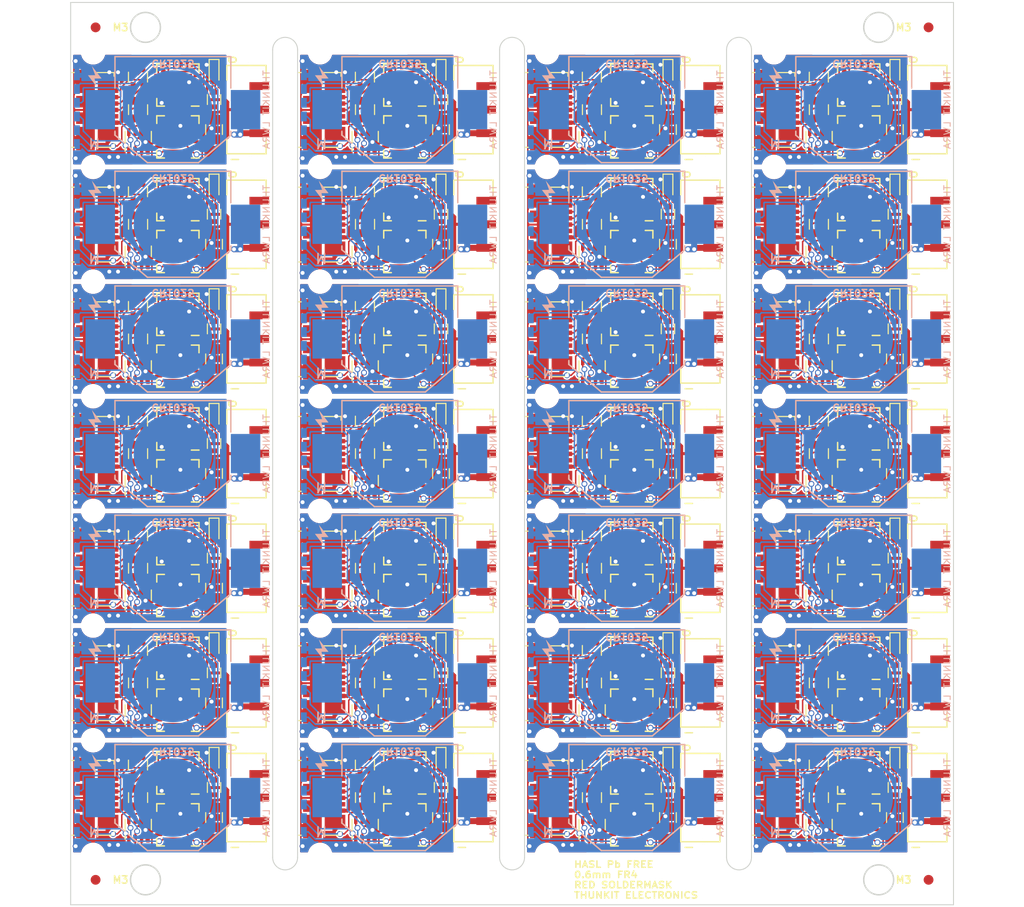
<source format=kicad_pcb>
(kicad_pcb (version 4) (host pcbnew 4.0.5+dfsg1-4)
  (title_block (title LWRA) (date 2018-09-02) (rev M) (company "THUNKIT ELECTRONICS"))
  (layers (0 F.Cu signal) (31 B.Cu signal) (34 B.Paste user) (35 F.Paste user) (36 B.SilkS user) (37 F.SilkS user) (38 B.Mask user) (39 F.Mask user) (44 Edge.Cuts user))
  (net 0 "")
  (net 1 GND)
  (net 2 VCC)
  (net 3 RST)
  (net 4 MISO)
  (net 5 "Net-(U2-Pad2)")
  (net 6 "Net-(U2-Pad12)")
  (net 7 TX_FTDI)
  (net 8 RX_FTDI)
  (net 9 "Net-(D1-Pad2)")
  (net 10 "Net-(P1-Pad3)")
  (net 11 "Net-(P1-Pad4)")
  (net 12 "Net-(P1-Pad2)")
  (net 13 "Net-(P1-Pad1)")
  (net 14 MOSI)
  (net 15 SCK)
  (net 16 BMP_CS)
  (net 17 "Net-(U2-Pad11)")
  (net 18 "Net-(R1-Pad3)")
  (net 19 "Net-(R1-Pad4)")
  (net 20 "Net-(R2-Pad1)")
  (net 21 "Net-(R2-Pad2)")
  (net 22 "Net-(R3-Pad2)")
  (net 23 "Net-(U3-Pad1)")
  (net 24 "Net-(U3-Pad4)")
  (net 25 "Net-(U3-Pad5)")
  (net 26 "Net-(U3-Pad11)")
  (net 27 "Net-(U3-Pad14)")
  (net 28 "Net-(U3-Pad16)")
  (net 29 "Net-(U2-Pad14)")
  (net 30 /PWR)
  (module MOD:Thunkit_Fiducial (layer F.Cu) (at 94.615 139.446 180)
    (fp_text reference REF** hide)
    (fp_text value TF hide)
    (fp_text user M3 (at 5.08 2.54 180) (layer F.SilkS) (effects (font (size 0.75 0.75))))
    (fp_circle (center 2.54 2.54) (end 4.064 2.54) (layer Edge.Cuts) (width 0.15))
    (pad ~ smd circle (at 7.62 2.54 180) (size 1 1) (layers F.Cu F.Mask) (clearance 0.77))
  )
  (module MOD:Thunkit_Fiducial (layer F.Cu) (at 164.211 134.366)
    (fp_text reference REF** hide)
    (fp_text value TF hide)
    (fp_text user M3 (at 5.08 2.54) (layer F.SilkS) (effects (font (size 0.75 0.75))))
    (fp_circle (center 2.54 2.54) (end 4.064 2.54) (layer Edge.Cuts) (width 0.15))
    (pad ~ smd circle (at 7.62 2.54) (size 1 1) (layers F.Cu F.Mask) (clearance 0.77))
  )
  (module MOD:Thunkit_Fiducial (layer F.Cu) (at 164.211 47.498)
    (fp_text reference REF** hide)
    (fp_text value TF hide)
    (fp_text user M3 (at 5.08 2.54) (layer F.SilkS) (effects (font (size 0.75 0.75))))
    (fp_circle (center 2.54 2.54) (end 4.064 2.54) (layer Edge.Cuts) (width 0.15))
    (pad ~ smd circle (at 7.62 2.54) (size 1 1) (layers F.Cu F.Mask) (clearance 0.77))
  )
  (module MOD:LINEAR_ICSP (layer B.Cu) (at 155.832 81.788 90)
    (fp_text reference P2 hide)
    (fp_text value ICSP)
    (pad 1 connect rect (at -3.5 -1.4 90) (size 1 0.6) (layers B.Cu B.Mask) (net 4 MISO))
    (pad 2 connect rect (at -2.1 -1.4 90) (size 1 0.6) (layers B.Cu B.Mask) (net 2 VCC))
    (pad 3 connect rect (at -0.7 -1.4 90) (size 1 0.6) (layers B.Cu B.Mask) (net 15 SCK))
    (pad 4 connect rect (at 0.7 -1.4 90) (size 1 0.6) (layers B.Cu B.Mask) (net 14 MOSI))
    (pad 6 connect rect (at 3.5 -1.4 90) (size 1 0.6) (layers B.Cu B.Mask) (net 1 GND))
    (pad 5 connect rect (at 2.1 -1.4 90) (size 1 0.6) (layers B.Cu B.Mask) (net 3 RST))
  )
  (module MOD:BK-870 (layer B.Cu) (at 164.211 81.688 180)
    (fp_text reference BT1 hide)
    (fp_text value 3V)
    (pad 2 smd circle (at 0 -0.1 180) (size 8 8) (layers B.Cu B.Mask) (net 1 GND))
    (pad 1 smd rect (at -7.4 -0.1 180) (size 3 4) (layers B.Cu B.Mask) (net 30 /PWR))
    (pad NC3 smd rect (at 7.4 -0.1 180) (size 3 4) (layers B.Cu B.Mask))
  )
  (module MOD:lightning2 (layer B.Cu) (at 156.21 78.359 180)
    (fp_text reference G*** hide)
    (fp_text value LOGO hide)
  )
  (module MOD:LINEAR_ICSP (layer B.Cu) (at 155.832 70.104 90)
    (fp_text reference P2 hide)
    (fp_text value ICSP)
    (pad 1 connect rect (at -3.5 -1.4 90) (size 1 0.6) (layers B.Cu B.Mask) (net 4 MISO))
    (pad 2 connect rect (at -2.1 -1.4 90) (size 1 0.6) (layers B.Cu B.Mask) (net 2 VCC))
    (pad 3 connect rect (at -0.7 -1.4 90) (size 1 0.6) (layers B.Cu B.Mask) (net 15 SCK))
    (pad 4 connect rect (at 0.7 -1.4 90) (size 1 0.6) (layers B.Cu B.Mask) (net 14 MOSI))
    (pad 6 connect rect (at 3.5 -1.4 90) (size 1 0.6) (layers B.Cu B.Mask) (net 1 GND))
    (pad 5 connect rect (at 2.1 -1.4 90) (size 1 0.6) (layers B.Cu B.Mask) (net 3 RST))
  )
  (module MOD:LINEAR_ICSP (layer B.Cu) (at 155.832 128.524 90)
    (fp_text reference P2 hide)
    (fp_text value ICSP)
    (pad 1 connect rect (at -3.5 -1.4 90) (size 1 0.6) (layers B.Cu B.Mask) (net 4 MISO))
    (pad 2 connect rect (at -2.1 -1.4 90) (size 1 0.6) (layers B.Cu B.Mask) (net 2 VCC))
    (pad 3 connect rect (at -0.7 -1.4 90) (size 1 0.6) (layers B.Cu B.Mask) (net 15 SCK))
    (pad 4 connect rect (at 0.7 -1.4 90) (size 1 0.6) (layers B.Cu B.Mask) (net 14 MOSI))
    (pad 6 connect rect (at 3.5 -1.4 90) (size 1 0.6) (layers B.Cu B.Mask) (net 1 GND))
    (pad 5 connect rect (at 2.1 -1.4 90) (size 1 0.6) (layers B.Cu B.Mask) (net 3 RST))
  )
  (module MOD:LINEAR_ICSP (layer B.Cu) (at 155.832 116.84 90)
    (fp_text reference P2 hide)
    (fp_text value ICSP)
    (pad 1 connect rect (at -3.5 -1.4 90) (size 1 0.6) (layers B.Cu B.Mask) (net 4 MISO))
    (pad 2 connect rect (at -2.1 -1.4 90) (size 1 0.6) (layers B.Cu B.Mask) (net 2 VCC))
    (pad 3 connect rect (at -0.7 -1.4 90) (size 1 0.6) (layers B.Cu B.Mask) (net 15 SCK))
    (pad 4 connect rect (at 0.7 -1.4 90) (size 1 0.6) (layers B.Cu B.Mask) (net 14 MOSI))
    (pad 6 connect rect (at 3.5 -1.4 90) (size 1 0.6) (layers B.Cu B.Mask) (net 1 GND))
    (pad 5 connect rect (at 2.1 -1.4 90) (size 1 0.6) (layers B.Cu B.Mask) (net 3 RST))
  )
  (module MOD:BK-870 (layer B.Cu) (at 164.211 116.74 180)
    (fp_text reference BT1 hide)
    (fp_text value 3V)
    (pad 2 smd circle (at 0 -0.1 180) (size 8 8) (layers B.Cu B.Mask) (net 1 GND))
    (pad 1 smd rect (at -7.4 -0.1 180) (size 3 4) (layers B.Cu B.Mask) (net 30 /PWR))
    (pad NC3 smd rect (at 7.4 -0.1 180) (size 3 4) (layers B.Cu B.Mask))
  )
  (module MOD:BK-870 (layer B.Cu) (at 164.211 128.424 180)
    (fp_text reference BT1 hide)
    (fp_text value 3V)
    (pad 2 smd circle (at 0 -0.1 180) (size 8 8) (layers B.Cu B.Mask) (net 1 GND))
    (pad 1 smd rect (at -7.4 -0.1 180) (size 3 4) (layers B.Cu B.Mask) (net 30 /PWR))
    (pad NC3 smd rect (at 7.4 -0.1 180) (size 3 4) (layers B.Cu B.Mask))
  )
  (module MOD:lightning2 (layer B.Cu) (at 156.21 113.411 180)
    (fp_text reference G*** hide)
    (fp_text value LOGO hide)
  )
  (module MOD:lightning2 (layer B.Cu) (at 156.21 125.095 180)
    (fp_text reference G*** hide)
    (fp_text value LOGO hide)
  )
  (module MOD:lightning2 (layer B.Cu) (at 156.21 54.991 180)
    (fp_text reference G*** hide)
    (fp_text value LOGO hide)
  )
  (module MOD:BK-870 (layer B.Cu) (at 164.211 70.004 180)
    (fp_text reference BT1 hide)
    (fp_text value 3V)
    (pad 2 smd circle (at 0 -0.1 180) (size 8 8) (layers B.Cu B.Mask) (net 1 GND))
    (pad 1 smd rect (at -7.4 -0.1 180) (size 3 4) (layers B.Cu B.Mask) (net 30 /PWR))
    (pad NC3 smd rect (at 7.4 -0.1 180) (size 3 4) (layers B.Cu B.Mask))
  )
  (module MOD:BK-870 (layer B.Cu) (at 164.211 58.32 180)
    (fp_text reference BT1 hide)
    (fp_text value 3V)
    (pad 2 smd circle (at 0 -0.1 180) (size 8 8) (layers B.Cu B.Mask) (net 1 GND))
    (pad 1 smd rect (at -7.4 -0.1 180) (size 3 4) (layers B.Cu B.Mask) (net 30 /PWR))
    (pad NC3 smd rect (at 7.4 -0.1 180) (size 3 4) (layers B.Cu B.Mask))
  )
  (module MOD:LINEAR_ICSP (layer B.Cu) (at 155.832 58.42 90)
    (fp_text reference P2 hide)
    (fp_text value ICSP)
    (pad 1 connect rect (at -3.5 -1.4 90) (size 1 0.6) (layers B.Cu B.Mask) (net 4 MISO))
    (pad 2 connect rect (at -2.1 -1.4 90) (size 1 0.6) (layers B.Cu B.Mask) (net 2 VCC))
    (pad 3 connect rect (at -0.7 -1.4 90) (size 1 0.6) (layers B.Cu B.Mask) (net 15 SCK))
    (pad 4 connect rect (at 0.7 -1.4 90) (size 1 0.6) (layers B.Cu B.Mask) (net 14 MOSI))
    (pad 6 connect rect (at 3.5 -1.4 90) (size 1 0.6) (layers B.Cu B.Mask) (net 1 GND))
    (pad 5 connect rect (at 2.1 -1.4 90) (size 1 0.6) (layers B.Cu B.Mask) (net 3 RST))
  )
  (module MOD:lightning2 (layer B.Cu) (at 156.21 66.675 180)
    (fp_text reference G*** hide)
    (fp_text value LOGO hide)
  )
  (module MOD:lightning2 (layer B.Cu) (at 156.21 90.043 180)
    (fp_text reference G*** hide)
    (fp_text value LOGO hide)
  )
  (module MOD:LINEAR_ICSP (layer B.Cu) (at 155.832 93.472 90)
    (fp_text reference P2 hide)
    (fp_text value ICSP)
    (pad 1 connect rect (at -3.5 -1.4 90) (size 1 0.6) (layers B.Cu B.Mask) (net 4 MISO))
    (pad 2 connect rect (at -2.1 -1.4 90) (size 1 0.6) (layers B.Cu B.Mask) (net 2 VCC))
    (pad 3 connect rect (at -0.7 -1.4 90) (size 1 0.6) (layers B.Cu B.Mask) (net 15 SCK))
    (pad 4 connect rect (at 0.7 -1.4 90) (size 1 0.6) (layers B.Cu B.Mask) (net 14 MOSI))
    (pad 6 connect rect (at 3.5 -1.4 90) (size 1 0.6) (layers B.Cu B.Mask) (net 1 GND))
    (pad 5 connect rect (at 2.1 -1.4 90) (size 1 0.6) (layers B.Cu B.Mask) (net 3 RST))
  )
  (module MOD:LINEAR_ICSP (layer B.Cu) (at 155.832 105.156 90)
    (fp_text reference P2 hide)
    (fp_text value ICSP)
    (pad 1 connect rect (at -3.5 -1.4 90) (size 1 0.6) (layers B.Cu B.Mask) (net 4 MISO))
    (pad 2 connect rect (at -2.1 -1.4 90) (size 1 0.6) (layers B.Cu B.Mask) (net 2 VCC))
    (pad 3 connect rect (at -0.7 -1.4 90) (size 1 0.6) (layers B.Cu B.Mask) (net 15 SCK))
    (pad 4 connect rect (at 0.7 -1.4 90) (size 1 0.6) (layers B.Cu B.Mask) (net 14 MOSI))
    (pad 6 connect rect (at 3.5 -1.4 90) (size 1 0.6) (layers B.Cu B.Mask) (net 1 GND))
    (pad 5 connect rect (at 2.1 -1.4 90) (size 1 0.6) (layers B.Cu B.Mask) (net 3 RST))
  )
  (module MOD:lightning2 (layer B.Cu) (at 156.21 101.727 180)
    (fp_text reference G*** hide)
    (fp_text value LOGO hide)
  )
  (module MOD:BK-870 (layer B.Cu) (at 164.211 105.056 180)
    (fp_text reference BT1 hide)
    (fp_text value 3V)
    (pad 2 smd circle (at 0 -0.1 180) (size 8 8) (layers B.Cu B.Mask) (net 1 GND))
    (pad 1 smd rect (at -7.4 -0.1 180) (size 3 4) (layers B.Cu B.Mask) (net 30 /PWR))
    (pad NC3 smd rect (at 7.4 -0.1 180) (size 3 4) (layers B.Cu B.Mask))
  )
  (module MOD:BK-870 (layer B.Cu) (at 164.211 93.372 180)
    (fp_text reference BT1 hide)
    (fp_text value 3V)
    (pad 2 smd circle (at 0 -0.1 180) (size 8 8) (layers B.Cu B.Mask) (net 1 GND))
    (pad 1 smd rect (at -7.4 -0.1 180) (size 3 4) (layers B.Cu B.Mask) (net 30 /PWR))
    (pad NC3 smd rect (at 7.4 -0.1 180) (size 3 4) (layers B.Cu B.Mask))
  )
  (module Mounting_Holes:MountingHole_2.2mm_M2 (layer F.Cu) (at 156.083 99.314)
    (fp_text reference REF** hide)
    (fp_text value MountingHole_2.2mm_M2)
    (pad 1 np_thru_hole circle (at 0 0) (size 2.2 2.2) (drill 2.2) (layers *.Cu *.Mask))
  )
  (module "MOD:GND VIA" (layer F.Cu) (at 154.305 98.933)
    (fp_text reference "" (at 0 0) (layer F.SilkS))
    (fp_text value "" (at 0 0) (layer F.SilkS))
    (pad 1 thru_hole circle (at 0 1.27) (size 0.6 0.6) (drill 0.4) (layers *.Cu *.Mask) (net 1 GND))
  )
  (module "MOD:GND VIA" (layer F.Cu) (at 158.623 100.076)
    (fp_text reference "" (at 0 0) (layer F.SilkS))
    (fp_text value "" (at 0 0) (layer F.SilkS))
    (pad 1 thru_hole circle (at 0 1.27) (size 0.6 0.6) (drill 0.4) (layers *.Cu) (net 1 GND))
  )
  (module "MOD:GND VIA" (layer F.Cu) (at 154.305 97.155)
    (fp_text reference "" (at 0 0) (layer F.SilkS))
    (fp_text value "" (at 0 0) (layer F.SilkS))
    (pad 1 thru_hole circle (at 0 1.27) (size 0.6 0.6) (drill 0.4) (layers *.Cu *.Mask) (net 1 GND))
  )
  (module Resistors_SMD:R_Array_Convex_2x0603 (layer F.Cu) (at 160.655 101.843 90)
    (fp_text reference R1 hide)
    (fp_text value 22)
    (pad 1 smd rect (at -0.9 -0.5 90) (size 0.8 0.5) (layers F.Cu F.Paste F.Mask) (net 12 "Net-(P1-Pad2)"))
    (pad 2 smd rect (at -0.9 0.5 90) (size 0.8 0.5) (layers F.Cu F.Paste F.Mask) (net 10 "Net-(P1-Pad3)"))
    (pad 3 smd rect (at 0.9 0.5 90) (size 0.8 0.5) (layers F.Cu F.Paste F.Mask) (net 18 "Net-(R1-Pad3)"))
    (pad 4 smd rect (at 0.9 -0.5 90) (size 0.8 0.5) (layers F.Cu F.Paste F.Mask) (net 19 "Net-(R1-Pad4)"))
  )
  (module Mounting_Holes:MountingHole_2.2mm_M2 (layer F.Cu) (at 156.083 99.314)
    (fp_text reference REF** hide)
    (fp_text value MountingHole_2.2mm_M2)
    (pad 1 np_thru_hole circle (at 0 0) (size 2.2 2.2) (drill 2.2) (layers *.Cu *.Mask))
  )
  (module "MOD:GND VIA" (layer F.Cu) (at 157.734 100.076)
    (fp_text reference "" (at 0 0) (layer F.SilkS))
    (fp_text value "" (at 0 0) (layer F.SilkS))
    (pad 1 thru_hole circle (at 0 1.27) (size 0.6 0.6) (drill 0.4) (layers *.Cu) (net 1 GND))
  )
  (module "MOD:GND VIA" (layer F.Cu) (at 167.64 110.998)
    (fp_text reference "" (at 0 0) (layer F.SilkS))
    (fp_text value "" (at 0 0) (layer F.SilkS))
    (pad 1 thru_hole circle (at 0 1.27) (size 0.6 0.6) (drill 0.4) (layers *.Cu) (net 1 GND))
  )
  (module LEDs:LED_0603 (layer F.Cu) (at 168.402 113.03 270)
    (fp_text reference D1 hide)
    (fp_text value LED)
    (pad 2 smd rect (at 0.8 0 90) (size 0.8 0.8) (layers F.Cu F.Paste F.Mask) (net 9 "Net-(D1-Pad2)"))
    (pad 1 smd rect (at -0.8 0 90) (size 0.8 0.8) (layers F.Cu F.Paste F.Mask) (net 1 GND))
  )
  (module "MOD:GND VIA" (layer F.Cu) (at 171.069 106.426)
    (fp_text reference "" (at 0 0) (layer F.SilkS))
    (fp_text value "" (at 0 0) (layer F.SilkS))
    (pad 1 thru_hole circle (at 0 1.27) (size 0.6 0.6) (drill 0.4) (layers *.Cu) (net 30 /PWR))
  )
  (module Mounting_Holes:MountingHole_2.2mm_M2 (layer F.Cu) (at 172.085 110.998)
    (fp_text reference REF** hide)
    (fp_text value MountingHole_2.2mm_M2)
    (pad 1 np_thru_hole circle (at 0 0) (size 2.2 2.2) (drill 2.2) (layers *.Cu *.Mask))
  )
  (module "MOD:GND VIA" (layer F.Cu) (at 170.434 106.426)
    (fp_text reference "" (at 0 0) (layer F.SilkS))
    (fp_text value "" (at 0 0) (layer F.SilkS))
    (pad 1 thru_hole circle (at 0 1.27) (size 0.6 0.6) (drill 0.4) (layers *.Cu) (net 30 /PWR))
  )
  (module Mounting_Holes:MountingHole_2.2mm_M2 (layer F.Cu) (at 172.085 110.998)
    (fp_text reference REF** hide)
    (fp_text value MountingHole_2.2mm_M2)
    (pad 1 np_thru_hole circle (at 0 0) (size 2.2 2.2) (drill 2.2) (layers *.Cu *.Mask))
  )
  (module Connectors_USB:USB_Micro-B_Molex_47346-0001 (layer F.Cu) (at 155.307 105.186 270)
    (fp_text reference P1 hide)
    (fp_text value USB_OTG)
    (pad 1 smd rect (at -1.3 -2.66 270) (size 0.45 1.38) (layers F.Cu F.Paste F.Mask) (net 13 "Net-(P1-Pad1)"))
    (pad 2 smd rect (at -0.65 -2.66 270) (size 0.45 1.38) (layers F.Cu F.Paste F.Mask) (net 12 "Net-(P1-Pad2)"))
    (pad 3 smd rect (at 0 -2.66 270) (size 0.45 1.38) (layers F.Cu F.Paste F.Mask) (net 10 "Net-(P1-Pad3)"))
    (pad 4 smd rect (at 0.65 -2.66 270) (size 0.45 1.38) (layers F.Cu F.Paste F.Mask) (net 11 "Net-(P1-Pad4)"))
    (pad 5 smd rect (at 1.3 -2.66 270) (size 0.45 1.38) (layers F.Cu F.Paste F.Mask) (net 1 GND))
    (pad 6 smd rect (at -2.4625 -2.3 270) (size 1.475 2.1) (layers F.Cu F.Paste F.Mask) (net 1 GND))
    (pad 6 smd rect (at 2.4625 -2.3 270) (size 1.475 2.1) (layers F.Cu F.Paste F.Mask) (net 1 GND))
    (pad 6 smd rect (at -2.91 0 270) (size 2.375 1.9) (layers F.Cu F.Paste F.Mask) (net 1 GND))
    (pad 6 smd rect (at 2.91 0 270) (size 2.375 1.9) (layers F.Cu F.Paste F.Mask) (net 1 GND))
    (pad 6 smd rect (at -0.84 0 270) (size 1.175 1.9) (layers F.Cu F.Paste F.Mask) (net 1 GND))
    (pad 6 smd rect (at 0.84 0 270) (size 1.175 1.9) (layers F.Cu F.Paste F.Mask) (net 1 GND))
  )
  (module "MOD:GND VIA" (layer F.Cu) (at 157.734 108.712)
    (fp_text reference "" (at 0 0) (layer F.SilkS))
    (fp_text value "" (at 0 0) (layer F.SilkS))
    (pad 1 thru_hole circle (at 0 1.27) (size 0.6 0.6) (drill 0.4) (layers *.Cu) (net 1 GND))
  )
  (module MOD:LGA-8_NO_DOT (layer F.Cu) (at 160.696 108.392 270)
    (fp_text reference U1)
    (fp_text value BMP280 hide)
    (pad 2 smd rect (at 0.95 -0.325 270) (size 0.8 0.35) (layers F.Cu F.Paste F.Mask) (net 16 BMP_CS))
    (pad 7 smd rect (at -0.95 -0.325 270) (size 0.8 0.35) (layers F.Cu F.Paste F.Mask) (net 1 GND))
    (pad 3 smd rect (at 0.95 0.325 270) (size 0.8 0.35) (layers F.Cu F.Paste F.Mask) (net 14 MOSI))
    (pad 6 smd rect (at -0.95 0.325 270) (size 0.8 0.35) (layers F.Cu F.Paste F.Mask) (net 2 VCC))
    (pad 8 smd rect (at -0.95 -0.975 270) (size 0.8 0.35) (layers F.Cu F.Paste F.Mask) (net 2 VCC))
    (pad 1 smd rect (at 0.95 -0.975 270) (size 0.8 0.35) (layers F.Cu F.Paste F.Mask) (net 1 GND))
    (pad 4 smd rect (at 0.95 0.975 270) (size 0.8 0.35) (layers F.Cu F.Paste F.Mask) (net 15 SCK))
    (pad 5 smd rect (at -0.95 0.975 270) (size 0.8 0.35) (layers F.Cu F.Paste F.Mask) (net 4 MISO))
  )
  (module "MOD:GND VIA" (layer F.Cu) (at 158.623 108.712)
    (fp_text reference "" (at 0 0) (layer F.SilkS))
    (fp_text value "" (at 0 0) (layer F.SilkS))
    (pad 1 thru_hole circle (at 0 1.27) (size 0.6 0.6) (drill 0.4) (layers *.Cu) (net 1 GND))
  )
  (module Resistors_SMD:R_Array_Convex_2x0603 (layer F.Cu) (at 160.663 105.156 270)
    (fp_text reference R2 hide)
    (fp_text value 1K)
    (pad 1 smd rect (at -0.9 -0.5 270) (size 0.8 0.5) (layers F.Cu F.Paste F.Mask) (net 20 "Net-(R2-Pad1)"))
    (pad 2 smd rect (at -0.9 0.5 270) (size 0.8 0.5) (layers F.Cu F.Paste F.Mask) (net 21 "Net-(R2-Pad2)"))
    (pad 3 smd rect (at 0.9 0.5 270) (size 0.8 0.5) (layers F.Cu F.Paste F.Mask) (net 8 RX_FTDI))
    (pad 4 smd rect (at 0.9 -0.5 270) (size 0.8 0.5) (layers F.Cu F.Paste F.Mask) (net 7 TX_FTDI))
  )
  (module "MOD:GND VIA" (layer F.Cu) (at 161.417 107.188)
    (fp_text reference "" (at 0 0) (layer F.SilkS))
    (fp_text value "" (at 0 0) (layer F.SilkS))
    (pad 1 thru_hole circle (at 0 1.27) (size 0.6 0.6) (drill 0.4) (layers *.Cu) (net 1 GND))
  )
  (module Capacitors_SMD:C_0805 (layer F.Cu) (at 168.402 107.188 90)
    (fp_text reference C1 hide)
    (fp_text value 1uF)
    (pad 1 smd rect (at -1 0 90) (size 1 1.25) (layers F.Cu F.Paste F.Mask) (net 2 VCC))
    (pad 2 smd rect (at 1 0 90) (size 1 1.25) (layers F.Cu F.Paste F.Mask) (net 1 GND))
  )
  (module LEDs:LED_0603 (layer F.Cu) (at 168.402 101.346 270)
    (fp_text reference D1 hide)
    (fp_text value LED)
    (pad 2 smd rect (at 0.8 0 90) (size 0.8 0.8) (layers F.Cu F.Paste F.Mask) (net 9 "Net-(D1-Pad2)"))
    (pad 1 smd rect (at -0.8 0 90) (size 0.8 0.8) (layers F.Cu F.Paste F.Mask) (net 1 GND))
  )
  (module "MOD:GND VIA" (layer F.Cu) (at 167.64 99.314)
    (fp_text reference "" (at 0 0) (layer F.SilkS))
    (fp_text value "" (at 0 0) (layer F.SilkS))
    (pad 1 thru_hole circle (at 0 1.27) (size 0.6 0.6) (drill 0.4) (layers *.Cu) (net 1 GND))
  )
  (module Mounting_Holes:MountingHole_2.2mm_M2 (layer F.Cu) (at 172.085 99.314)
    (fp_text reference REF** hide)
    (fp_text value MountingHole_2.2mm_M2)
    (pad 1 np_thru_hole circle (at 0 0) (size 2.2 2.2) (drill 2.2) (layers *.Cu *.Mask))
  )
  (module Mounting_Holes:MountingHole_2.2mm_M2 (layer F.Cu) (at 172.085 99.314)
    (fp_text reference REF** hide)
    (fp_text value MountingHole_2.2mm_M2)
    (pad 1 np_thru_hole circle (at 0 0) (size 2.2 2.2) (drill 2.2) (layers *.Cu *.Mask))
  )
  (module MOD:JS102011JAQN_Handsoldering (layer F.Cu) (at 167.704 104.656 90)
    (fp_text reference SW1 hide)
    (fp_text value Push_SW)
    (pad "" np_thru_hole circle (at 3 4 90) (size 0.9 0.9) (drill 0.9) (layers *.Cu *.Mask))
    (pad "" np_thru_hole circle (at -4 4 90) (size 0.9 0.9) (drill 0.9) (layers *.Cu *.Mask))
    (pad 3 smd rect (at 1.9 5.3 90) (size 0.8 2) (layers F.Cu F.Paste F.Mask))
    (pad 2 smd rect (at -0.5 5.3 90) (size 0.8 2) (layers F.Cu F.Paste F.Mask) (net 2 VCC))
    (pad 1 smd rect (at -2.9 5.3 90) (size 0.8 2) (layers F.Cu F.Paste F.Mask) (net 30 /PWR))
  )
  (module "MOD:GND VIA" (layer F.Cu) (at 168.148 105.791)
    (fp_text reference "" (at 0 0) (layer F.SilkS))
    (fp_text value "" (at 0 0) (layer F.SilkS))
    (pad 1 thru_hole circle (at 0 1.27) (size 0.6 0.6) (drill 0.4) (layers *.Cu) (net 1 GND))
  )
  (module Resistors_SMD:R_0603 (layer F.Cu) (at 168.402 104.128 270)
    (fp_text reference R3 hide)
    (fp_text value 330)
    (pad 1 smd rect (at -0.75 0 270) (size 0.5 0.9) (layers F.Cu F.Paste F.Mask) (net 9 "Net-(D1-Pad2)"))
    (pad 2 smd rect (at 0.75 0 270) (size 0.5 0.9) (layers F.Cu F.Paste F.Mask) (net 22 "Net-(R3-Pad2)"))
  )
  (module MOD:QFN-20-1EP_4x4mm_Pitch0.5mm_NO_PIN_10 (layer F.Cu) (at 164.719 107.934 180)
    (fp_text reference U2 hide)
    (fp_text value ATTINY841-MU)
    (pad 1 smd rect (at -1.965 -1 180) (size 0.73 0.3) (layers F.Cu F.Paste F.Mask) (net 15 SCK))
    (pad 2 smd rect (at -1.965 -0.5 180) (size 0.73 0.3) (layers F.Cu F.Paste F.Mask) (net 5 "Net-(U2-Pad2)"))
    (pad 3 smd rect (at -1.965 0 180) (size 0.73 0.3) (layers F.Cu F.Paste F.Mask) (net 7 TX_FTDI))
    (pad 4 smd rect (at -1.965 0.5 180) (size 0.73 0.3) (layers F.Cu F.Paste F.Mask) (net 8 RX_FTDI))
    (pad 5 smd rect (at -1.965 1 180) (size 0.73 0.3) (layers F.Cu F.Paste F.Mask) (net 22 "Net-(R3-Pad2)"))
    (pad 6 smd rect (at -1 1.965 270) (size 0.73 0.3) (layers F.Cu F.Paste F.Mask))
    (pad 7 smd rect (at -0.5 1.965 270) (size 0.73 0.3) (layers F.Cu F.Paste F.Mask))
    (pad 8 smd rect (at 0 1.965 270) (size 0.73 0.3) (layers F.Cu F.Paste F.Mask) (net 1 GND))
    (pad 9 smd rect (at 0.5 1.965 270) (size 0.73 0.3) (layers F.Cu F.Paste F.Mask) (net 2 VCC))
    (pad 11 smd rect (at 1.965 1 180) (size 0.73 0.3) (layers F.Cu F.Paste F.Mask) (net 17 "Net-(U2-Pad11)"))
    (pad 12 smd rect (at 1.965 0.5 180) (size 0.73 0.3) (layers F.Cu F.Paste F.Mask) (net 6 "Net-(U2-Pad12)"))
    (pad 13 smd rect (at 1.965 0 180) (size 0.73 0.3) (layers F.Cu F.Paste F.Mask) (net 3 RST))
    (pad 14 smd rect (at 1.965 -0.5 180) (size 0.73 0.3) (layers F.Cu F.Paste F.Mask) (net 29 "Net-(U2-Pad14)"))
    (pad 15 smd rect (at 1.965 -1 180) (size 0.73 0.3) (layers F.Cu F.Paste F.Mask) (net 16 BMP_CS))
    (pad 16 smd rect (at 1 -1.965 270) (size 0.73 0.3) (layers F.Cu F.Paste F.Mask) (net 14 MOSI))
    (pad 17 smd rect (at 0.5 -1.965 270) (size 0.73 0.3) (layers F.Cu F.Paste F.Mask))
    (pad 18 smd rect (at 0 -1.965 270) (size 0.73 0.3) (layers F.Cu F.Paste F.Mask))
    (pad 19 smd rect (at -0.5 -1.965 270) (size 0.73 0.3) (layers F.Cu F.Paste F.Mask))
    (pad 20 smd rect (at -1 -1.965 270) (size 0.73 0.3) (layers F.Cu F.Paste F.Mask) (net 4 MISO))
  )
  (module "MOD:GND VIA" (layer F.Cu) (at 163.068 103.2002)
    (fp_text reference "" (at 0 0) (layer F.SilkS))
    (fp_text value "" (at 0 0) (layer F.SilkS))
    (pad 1 thru_hole circle (at 0 1.27) (size 0.6 0.6) (drill 0.4) (layers *.Cu) (net 1 GND))
  )
  (module "MOD:GND VIA" (layer F.Cu) (at 165.862 101.092)
    (fp_text reference "" (at 0 0) (layer F.SilkS))
    (fp_text value "" (at 0 0) (layer F.SilkS))
    (pad 1 thru_hole circle (at 0 1.27) (size 0.6 0.6) (drill 0.4) (layers *.Cu) (net 1 GND))
  )
  (module "MOD:GND VIA" (layer F.Cu) (at 164.973 105.537)
    (fp_text reference "" (at 0 0) (layer F.SilkS))
    (fp_text value "" (at 0 0) (layer F.SilkS))
    (pad 1 thru_hole circle (at 0 1.27) (size 0.6 0.6) (drill 0.4) (layers *.Cu) (net 1 GND))
  )
  (module MOD:QFN-16_4x4mm_Pitch0.65mm_NO_PIN_12 (layer F.Cu) (at 164.719 102.648 180)
    (fp_text reference U3 hide)
    (fp_text value FT230XQ-R)
    (pad 1 smd rect (at -2 -0.975 180) (size 0.8 0.35) (layers F.Cu F.Paste F.Mask) (net 23 "Net-(U3-Pad1)"))
    (pad 2 smd rect (at -2 -0.325 180) (size 0.8 0.35) (layers F.Cu F.Paste F.Mask) (net 21 "Net-(R2-Pad2)"))
    (pad 3 smd rect (at -2 0.325 180) (size 0.8 0.35) (layers F.Cu F.Paste F.Mask) (net 1 GND))
    (pad 4 smd rect (at -2 0.975 180) (size 0.8 0.35) (layers F.Cu F.Paste F.Mask) (net 24 "Net-(U3-Pad4)"))
    (pad 5 smd rect (at -0.975 2 270) (size 0.8 0.35) (layers F.Cu F.Paste F.Mask) (net 25 "Net-(U3-Pad5)"))
    (pad 6 smd rect (at -0.325 2 270) (size 0.8 0.35) (layers F.Cu F.Paste F.Mask) (net 18 "Net-(R1-Pad3)"))
    (pad 7 smd rect (at 0.325 2 270) (size 0.8 0.35) (layers F.Cu F.Paste F.Mask) (net 19 "Net-(R1-Pad4)"))
    (pad 8 smd rect (at 0.975 2 270) (size 0.8 0.35) (layers F.Cu F.Paste F.Mask) (net 23 "Net-(U3-Pad1)"))
    (pad 9 smd rect (at 2 0.975 180) (size 0.8 0.35) (layers F.Cu F.Paste F.Mask) (net 23 "Net-(U3-Pad1)"))
    (pad 10 smd rect (at 2 0.325 180) (size 0.8 0.35) (layers F.Cu F.Paste F.Mask) (net 13 "Net-(P1-Pad1)"))
    (pad 11 smd rect (at 2 -0.325 180) (size 0.8 0.35) (layers F.Cu F.Paste F.Mask) (net 26 "Net-(U3-Pad11)"))
    (pad 13 smd rect (at 0.975 -2 270) (size 0.8 0.35) (layers F.Cu F.Paste F.Mask) (net 1 GND))
    (pad 14 smd rect (at 0.325 -2 270) (size 0.8 0.35) (layers F.Cu F.Paste F.Mask) (net 27 "Net-(U3-Pad14)"))
    (pad 15 smd rect (at -0.325 -2 270) (size 0.8 0.35) (layers F.Cu F.Paste F.Mask) (net 20 "Net-(R2-Pad1)"))
    (pad 16 smd rect (at -0.975 -2 270) (size 0.8 0.35) (layers F.Cu F.Paste F.Mask) (net 28 "Net-(U3-Pad16)"))
  )
  (module "MOD:GND VIA" (layer F.Cu) (at 167.64 122.682)
    (fp_text reference "" (at 0 0) (layer F.SilkS))
    (fp_text value "" (at 0 0) (layer F.SilkS))
    (pad 1 thru_hole circle (at 0 1.27) (size 0.6 0.6) (drill 0.4) (layers *.Cu) (net 1 GND))
  )
  (module Mounting_Holes:MountingHole_2.2mm_M2 (layer F.Cu) (at 172.085 122.682)
    (fp_text reference REF** hide)
    (fp_text value MountingHole_2.2mm_M2)
    (pad 1 np_thru_hole circle (at 0 0) (size 2.2 2.2) (drill 2.2) (layers *.Cu *.Mask))
  )
  (module Mounting_Holes:MountingHole_2.2mm_M2 (layer F.Cu) (at 172.085 122.682)
    (fp_text reference REF** hide)
    (fp_text value MountingHole_2.2mm_M2)
    (pad 1 np_thru_hole circle (at 0 0) (size 2.2 2.2) (drill 2.2) (layers *.Cu *.Mask))
  )
  (module "MOD:GND VIA" (layer F.Cu) (at 171.069 118.11)
    (fp_text reference "" (at 0 0) (layer F.SilkS))
    (fp_text value "" (at 0 0) (layer F.SilkS))
    (pad 1 thru_hole circle (at 0 1.27) (size 0.6 0.6) (drill 0.4) (layers *.Cu) (net 30 /PWR))
  )
  (module "MOD:GND VIA" (layer F.Cu) (at 170.434 129.794)
    (fp_text reference "" (at 0 0) (layer F.SilkS))
    (fp_text value "" (at 0 0) (layer F.SilkS))
    (pad 1 thru_hole circle (at 0 1.27) (size 0.6 0.6) (drill 0.4) (layers *.Cu) (net 30 /PWR))
  )
  (module "MOD:GND VIA" (layer F.Cu) (at 168.148 129.159)
    (fp_text reference "" (at 0 0) (layer F.SilkS))
    (fp_text value "" (at 0 0) (layer F.SilkS))
    (pad 1 thru_hole circle (at 0 1.27) (size 0.6 0.6) (drill 0.4) (layers *.Cu) (net 1 GND))
  )
  (module Mounting_Holes:MountingHole_2.2mm_M2 (layer F.Cu) (at 172.085 134.366)
    (fp_text reference REF** hide)
    (fp_text value MountingHole_2.2mm_M2)
    (pad 1 np_thru_hole circle (at 0 0) (size 2.2 2.2) (drill 2.2) (layers *.Cu *.Mask))
  )
  (module "MOD:GND VIA" (layer F.Cu) (at 171.069 129.794)
    (fp_text reference "" (at 0 0) (layer F.SilkS))
    (fp_text value "" (at 0 0) (layer F.SilkS))
    (pad 1 thru_hole circle (at 0 1.27) (size 0.6 0.6) (drill 0.4) (layers *.Cu) (net 30 /PWR))
  )
  (module MOD:QFN-20-1EP_4x4mm_Pitch0.5mm_NO_PIN_10 (layer F.Cu) (at 164.719 131.302 180)
    (fp_text reference U2 hide)
    (fp_text value ATTINY841-MU)
    (pad 1 smd rect (at -1.965 -1 180) (size 0.73 0.3) (layers F.Cu F.Paste F.Mask) (net 15 SCK))
    (pad 2 smd rect (at -1.965 -0.5 180) (size 0.73 0.3) (layers F.Cu F.Paste F.Mask) (net 5 "Net-(U2-Pad2)"))
    (pad 3 smd rect (at -1.965 0 180) (size 0.73 0.3) (layers F.Cu F.Paste F.Mask) (net 7 TX_FTDI))
    (pad 4 smd rect (at -1.965 0.5 180) (size 0.73 0.3) (layers F.Cu F.Paste F.Mask) (net 8 RX_FTDI))
    (pad 5 smd rect (at -1.965 1 180) (size 0.73 0.3) (layers F.Cu F.Paste F.Mask) (net 22 "Net-(R3-Pad2)"))
    (pad 6 smd rect (at -1 1.965 270) (size 0.73 0.3) (layers F.Cu F.Paste F.Mask))
    (pad 7 smd rect (at -0.5 1.965 270) (size 0.73 0.3) (layers F.Cu F.Paste F.Mask))
    (pad 8 smd rect (at 0 1.965 270) (size 0.73 0.3) (layers F.Cu F.Paste F.Mask) (net 1 GND))
    (pad 9 smd rect (at 0.5 1.965 270) (size 0.73 0.3) (layers F.Cu F.Paste F.Mask) (net 2 VCC))
    (pad 11 smd rect (at 1.965 1 180) (size 0.73 0.3) (layers F.Cu F.Paste F.Mask) (net 17 "Net-(U2-Pad11)"))
    (pad 12 smd rect (at 1.965 0.5 180) (size 0.73 0.3) (layers F.Cu F.Paste F.Mask) (net 6 "Net-(U2-Pad12)"))
    (pad 13 smd rect (at 1.965 0 180) (size 0.73 0.3) (layers F.Cu F.Paste F.Mask) (net 3 RST))
    (pad 14 smd rect (at 1.965 -0.5 180) (size 0.73 0.3) (layers F.Cu F.Paste F.Mask) (net 29 "Net-(U2-Pad14)"))
    (pad 15 smd rect (at 1.965 -1 180) (size 0.73 0.3) (layers F.Cu F.Paste F.Mask) (net 16 BMP_CS))
    (pad 16 smd rect (at 1 -1.965 270) (size 0.73 0.3) (layers F.Cu F.Paste F.Mask) (net 14 MOSI))
    (pad 17 smd rect (at 0.5 -1.965 270) (size 0.73 0.3) (layers F.Cu F.Paste F.Mask))
    (pad 18 smd rect (at 0 -1.965 270) (size 0.73 0.3) (layers F.Cu F.Paste F.Mask))
    (pad 19 smd rect (at -0.5 -1.965 270) (size 0.73 0.3) (layers F.Cu F.Paste F.Mask))
    (pad 20 smd rect (at -1 -1.965 270) (size 0.73 0.3) (layers F.Cu F.Paste F.Mask) (net 4 MISO))
  )
  (module "MOD:GND VIA" (layer F.Cu) (at 164.973 128.905)
    (fp_text reference "" (at 0 0) (layer F.SilkS))
    (fp_text value "" (at 0 0) (layer F.SilkS))
    (pad 1 thru_hole circle (at 0 1.27) (size 0.6 0.6) (drill 0.4) (layers *.Cu) (net 1 GND))
  )
  (module "MOD:GND VIA" (layer F.Cu) (at 163.068 126.5682)
    (fp_text reference "" (at 0 0) (layer F.SilkS))
    (fp_text value "" (at 0 0) (layer F.SilkS))
    (pad 1 thru_hole circle (at 0 1.27) (size 0.6 0.6) (drill 0.4) (layers *.Cu) (net 1 GND))
  )
  (module MOD:QFN-16_4x4mm_Pitch0.65mm_NO_PIN_12 (layer F.Cu) (at 164.719 126.016 180)
    (fp_text reference U3 hide)
    (fp_text value FT230XQ-R)
    (pad 1 smd rect (at -2 -0.975 180) (size 0.8 0.35) (layers F.Cu F.Paste F.Mask) (net 23 "Net-(U3-Pad1)"))
    (pad 2 smd rect (at -2 -0.325 180) (size 0.8 0.35) (layers F.Cu F.Paste F.Mask) (net 21 "Net-(R2-Pad2)"))
    (pad 3 smd rect (at -2 0.325 180) (size 0.8 0.35) (layers F.Cu F.Paste F.Mask) (net 1 GND))
    (pad 4 smd rect (at -2 0.975 180) (size 0.8 0.35) (layers F.Cu F.Paste F.Mask) (net 24 "Net-(U3-Pad4)"))
    (pad 5 smd rect (at -0.975 2 270) (size 0.8 0.35) (layers F.Cu F.Paste F.Mask) (net 25 "Net-(U3-Pad5)"))
    (pad 6 smd rect (at -0.325 2 270) (size 0.8 0.35) (layers F.Cu F.Paste F.Mask) (net 18 "Net-(R1-Pad3)"))
    (pad 7 smd rect (at 0.325 2 270) (size 0.8 0.35) (layers F.Cu F.Paste F.Mask) (net 19 "Net-(R1-Pad4)"))
    (pad 8 smd rect (at 0.975 2 270) (size 0.8 0.35) (layers F.Cu F.Paste F.Mask) (net 23 "Net-(U3-Pad1)"))
    (pad 9 smd rect (at 2 0.975 180) (size 0.8 0.35) (layers F.Cu F.Paste F.Mask) (net 23 "Net-(U3-Pad1)"))
    (pad 10 smd rect (at 2 0.325 180) (size 0.8 0.35) (layers F.Cu F.Paste F.Mask) (net 13 "Net-(P1-Pad1)"))
    (pad 11 smd rect (at 2 -0.325 180) (size 0.8 0.35) (layers F.Cu F.Paste F.Mask) (net 26 "Net-(U3-Pad11)"))
    (pad 13 smd rect (at 0.975 -2 270) (size 0.8 0.35) (layers F.Cu F.Paste F.Mask) (net 1 GND))
    (pad 14 smd rect (at 0.325 -2 270) (size 0.8 0.35) (layers F.Cu F.Paste F.Mask) (net 27 "Net-(U3-Pad14)"))
    (pad 15 smd rect (at -0.325 -2 270) (size 0.8 0.35) (layers F.Cu F.Paste F.Mask) (net 20 "Net-(R2-Pad1)"))
    (pad 16 smd rect (at -0.975 -2 270) (size 0.8 0.35) (layers F.Cu F.Paste F.Mask) (net 28 "Net-(U3-Pad16)"))
  )
  (module Resistors_SMD:R_Array_Convex_2x0603 (layer F.Cu) (at 160.655 125.211 90)
    (fp_text reference R1 hide)
    (fp_text value 22)
    (pad 1 smd rect (at -0.9 -0.5 90) (size 0.8 0.5) (layers F.Cu F.Paste F.Mask) (net 12 "Net-(P1-Pad2)"))
    (pad 2 smd rect (at -0.9 0.5 90) (size 0.8 0.5) (layers F.Cu F.Paste F.Mask) (net 10 "Net-(P1-Pad3)"))
    (pad 3 smd rect (at 0.9 0.5 90) (size 0.8 0.5) (layers F.Cu F.Paste F.Mask) (net 18 "Net-(R1-Pad3)"))
    (pad 4 smd rect (at 0.9 -0.5 90) (size 0.8 0.5) (layers F.Cu F.Paste F.Mask) (net 19 "Net-(R1-Pad4)"))
  )
  (module Connectors_USB:USB_Micro-B_Molex_47346-0001 (layer F.Cu) (at 155.307 128.554 270)
    (fp_text reference P1 hide)
    (fp_text value USB_OTG)
    (pad 1 smd rect (at -1.3 -2.66 270) (size 0.45 1.38) (layers F.Cu F.Paste F.Mask) (net 13 "Net-(P1-Pad1)"))
    (pad 2 smd rect (at -0.65 -2.66 270) (size 0.45 1.38) (layers F.Cu F.Paste F.Mask) (net 12 "Net-(P1-Pad2)"))
    (pad 3 smd rect (at 0 -2.66 270) (size 0.45 1.38) (layers F.Cu F.Paste F.Mask) (net 10 "Net-(P1-Pad3)"))
    (pad 4 smd rect (at 0.65 -2.66 270) (size 0.45 1.38) (layers F.Cu F.Paste F.Mask) (net 11 "Net-(P1-Pad4)"))
    (pad 5 smd rect (at 1.3 -2.66 270) (size 0.45 1.38) (layers F.Cu F.Paste F.Mask) (net 1 GND))
    (pad 6 smd rect (at -2.4625 -2.3 270) (size 1.475 2.1) (layers F.Cu F.Paste F.Mask) (net 1 GND))
    (pad 6 smd rect (at 2.4625 -2.3 270) (size 1.475 2.1) (layers F.Cu F.Paste F.Mask) (net 1 GND))
    (pad 6 smd rect (at -2.91 0 270) (size 2.375 1.9) (layers F.Cu F.Paste F.Mask) (net 1 GND))
    (pad 6 smd rect (at 2.91 0 270) (size 2.375 1.9) (layers F.Cu F.Paste F.Mask) (net 1 GND))
    (pad 6 smd rect (at -0.84 0 270) (size 1.175 1.9) (layers F.Cu F.Paste F.Mask) (net 1 GND))
    (pad 6 smd rect (at 0.84 0 270) (size 1.175 1.9) (layers F.Cu F.Paste F.Mask) (net 1 GND))
  )
  (module Resistors_SMD:R_Array_Convex_2x0603 (layer F.Cu) (at 160.663 128.524 270)
    (fp_text reference R2 hide)
    (fp_text value 1K)
    (pad 1 smd rect (at -0.9 -0.5 270) (size 0.8 0.5) (layers F.Cu F.Paste F.Mask) (net 20 "Net-(R2-Pad1)"))
    (pad 2 smd rect (at -0.9 0.5 270) (size 0.8 0.5) (layers F.Cu F.Paste F.Mask) (net 21 "Net-(R2-Pad2)"))
    (pad 3 smd rect (at 0.9 0.5 270) (size 0.8 0.5) (layers F.Cu F.Paste F.Mask) (net 8 RX_FTDI))
    (pad 4 smd rect (at 0.9 -0.5 270) (size 0.8 0.5) (layers F.Cu F.Paste F.Mask) (net 7 TX_FTDI))
  )
  (module "MOD:GND VIA" (layer F.Cu) (at 154.305 132.207)
    (fp_text reference "" (at 0 0) (layer F.SilkS))
    (fp_text value "" (at 0 0) (layer F.SilkS))
    (pad 1 thru_hole circle (at 0 1.27) (size 0.6 0.6) (drill 0.4) (layers *.Cu *.Mask) (net 1 GND))
  )
  (module "MOD:GND VIA" (layer F.Cu) (at 158.623 132.08)
    (fp_text reference "" (at 0 0) (layer F.SilkS))
    (fp_text value "" (at 0 0) (layer F.SilkS))
    (pad 1 thru_hole circle (at 0 1.27) (size 0.6 0.6) (drill 0.4) (layers *.Cu) (net 1 GND))
  )
  (module Mounting_Holes:MountingHole_2.2mm_M2 (layer F.Cu) (at 156.083 134.366)
    (fp_text reference REF** hide)
    (fp_text value MountingHole_2.2mm_M2)
    (pad 1 np_thru_hole circle (at 0 0) (size 2.2 2.2) (drill 2.2) (layers *.Cu *.Mask))
  )
  (module "MOD:GND VIA" (layer F.Cu) (at 157.734 132.08)
    (fp_text reference "" (at 0 0) (layer F.SilkS))
    (fp_text value "" (at 0 0) (layer F.SilkS))
    (pad 1 thru_hole circle (at 0 1.27) (size 0.6 0.6) (drill 0.4) (layers *.Cu) (net 1 GND))
  )
  (module MOD:LGA-8_NO_DOT (layer F.Cu) (at 160.696 131.76 270)
    (fp_text reference U1)
    (fp_text value BMP280 hide)
    (pad 2 smd rect (at 0.95 -0.325 270) (size 0.8 0.35) (layers F.Cu F.Paste F.Mask) (net 16 BMP_CS))
    (pad 7 smd rect (at -0.95 -0.325 270) (size 0.8 0.35) (layers F.Cu F.Paste F.Mask) (net 1 GND))
    (pad 3 smd rect (at 0.95 0.325 270) (size 0.8 0.35) (layers F.Cu F.Paste F.Mask) (net 14 MOSI))
    (pad 6 smd rect (at -0.95 0.325 270) (size 0.8 0.35) (layers F.Cu F.Paste F.Mask) (net 2 VCC))
    (pad 8 smd rect (at -0.95 -0.975 270) (size 0.8 0.35) (layers F.Cu F.Paste F.Mask) (net 2 VCC))
    (pad 1 smd rect (at 0.95 -0.975 270) (size 0.8 0.35) (layers F.Cu F.Paste F.Mask) (net 1 GND))
    (pad 4 smd rect (at 0.95 0.975 270) (size 0.8 0.35) (layers F.Cu F.Paste F.Mask) (net 15 SCK))
    (pad 5 smd rect (at -0.95 0.975 270) (size 0.8 0.35) (layers F.Cu F.Paste F.Mask) (net 4 MISO))
  )
  (module "MOD:GND VIA" (layer F.Cu) (at 161.417 130.556)
    (fp_text reference "" (at 0 0) (layer F.SilkS))
    (fp_text value "" (at 0 0) (layer F.SilkS))
    (pad 1 thru_hole circle (at 0 1.27) (size 0.6 0.6) (drill 0.4) (layers *.Cu) (net 1 GND))
  )
  (module LEDs:LED_0603 (layer F.Cu) (at 168.402 124.714 270)
    (fp_text reference D1 hide)
    (fp_text value LED)
    (pad 2 smd rect (at 0.8 0 90) (size 0.8 0.8) (layers F.Cu F.Paste F.Mask) (net 9 "Net-(D1-Pad2)"))
    (pad 1 smd rect (at -0.8 0 90) (size 0.8 0.8) (layers F.Cu F.Paste F.Mask) (net 1 GND))
  )
  (module Capacitors_SMD:C_0805 (layer F.Cu) (at 168.402 130.556 90)
    (fp_text reference C1 hide)
    (fp_text value 1uF)
    (pad 1 smd rect (at -1 0 90) (size 1 1.25) (layers F.Cu F.Paste F.Mask) (net 2 VCC))
    (pad 2 smd rect (at 1 0 90) (size 1 1.25) (layers F.Cu F.Paste F.Mask) (net 1 GND))
  )
  (module Resistors_SMD:R_0603 (layer F.Cu) (at 168.402 127.496 270)
    (fp_text reference R3 hide)
    (fp_text value 330)
    (pad 1 smd rect (at -0.75 0 270) (size 0.5 0.9) (layers F.Cu F.Paste F.Mask) (net 9 "Net-(D1-Pad2)"))
    (pad 2 smd rect (at 0.75 0 270) (size 0.5 0.9) (layers F.Cu F.Paste F.Mask) (net 22 "Net-(R3-Pad2)"))
  )
  (module "MOD:GND VIA" (layer F.Cu) (at 165.862 124.46)
    (fp_text reference "" (at 0 0) (layer F.SilkS))
    (fp_text value "" (at 0 0) (layer F.SilkS))
    (pad 1 thru_hole circle (at 0 1.27) (size 0.6 0.6) (drill 0.4) (layers *.Cu) (net 1 GND))
  )
  (module MOD:JS102011JAQN_Handsoldering (layer F.Cu) (at 167.704 128.024 90)
    (fp_text reference SW1 hide)
    (fp_text value Push_SW)
    (pad "" np_thru_hole circle (at 3 4 90) (size 0.9 0.9) (drill 0.9) (layers *.Cu *.Mask))
    (pad "" np_thru_hole circle (at -4 4 90) (size 0.9 0.9) (drill 0.9) (layers *.Cu *.Mask))
    (pad 3 smd rect (at 1.9 5.3 90) (size 0.8 2) (layers F.Cu F.Paste F.Mask))
    (pad 2 smd rect (at -0.5 5.3 90) (size 0.8 2) (layers F.Cu F.Paste F.Mask) (net 2 VCC))
    (pad 1 smd rect (at -2.9 5.3 90) (size 0.8 2) (layers F.Cu F.Paste F.Mask) (net 30 /PWR))
  )
  (module Capacitors_SMD:C_0805 (layer F.Cu) (at 168.402 118.872 90)
    (fp_text reference C1 hide)
    (fp_text value 1uF)
    (pad 1 smd rect (at -1 0 90) (size 1 1.25) (layers F.Cu F.Paste F.Mask) (net 2 VCC))
    (pad 2 smd rect (at 1 0 90) (size 1 1.25) (layers F.Cu F.Paste F.Mask) (net 1 GND))
  )
  (module MOD:JS102011JAQN_Handsoldering (layer F.Cu) (at 167.704 116.34 90)
    (fp_text reference SW1 hide)
    (fp_text value Push_SW)
    (pad "" np_thru_hole circle (at 3 4 90) (size 0.9 0.9) (drill 0.9) (layers *.Cu *.Mask))
    (pad "" np_thru_hole circle (at -4 4 90) (size 0.9 0.9) (drill 0.9) (layers *.Cu *.Mask))
    (pad 3 smd rect (at 1.9 5.3 90) (size 0.8 2) (layers F.Cu F.Paste F.Mask))
    (pad 2 smd rect (at -0.5 5.3 90) (size 0.8 2) (layers F.Cu F.Paste F.Mask) (net 2 VCC))
    (pad 1 smd rect (at -2.9 5.3 90) (size 0.8 2) (layers F.Cu F.Paste F.Mask) (net 30 /PWR))
  )
  (module "MOD:GND VIA" (layer F.Cu) (at 168.148 117.475)
    (fp_text reference "" (at 0 0) (layer F.SilkS))
    (fp_text value "" (at 0 0) (layer F.SilkS))
    (pad 1 thru_hole circle (at 0 1.27) (size 0.6 0.6) (drill 0.4) (layers *.Cu) (net 1 GND))
  )
  (module "MOD:GND VIA" (layer F.Cu) (at 170.434 118.11)
    (fp_text reference "" (at 0 0) (layer F.SilkS))
    (fp_text value "" (at 0 0) (layer F.SilkS))
    (pad 1 thru_hole circle (at 0 1.27) (size 0.6 0.6) (drill 0.4) (layers *.Cu) (net 30 /PWR))
  )
  (module Resistors_SMD:R_0603 (layer F.Cu) (at 168.402 115.812 270)
    (fp_text reference R3 hide)
    (fp_text value 330)
    (pad 1 smd rect (at -0.75 0 270) (size 0.5 0.9) (layers F.Cu F.Paste F.Mask) (net 9 "Net-(D1-Pad2)"))
    (pad 2 smd rect (at 0.75 0 270) (size 0.5 0.9) (layers F.Cu F.Paste F.Mask) (net 22 "Net-(R3-Pad2)"))
  )
  (module "MOD:GND VIA" (layer F.Cu) (at 157.734 123.444)
    (fp_text reference "" (at 0 0) (layer F.SilkS))
    (fp_text value "" (at 0 0) (layer F.SilkS))
    (pad 1 thru_hole circle (at 0 1.27) (size 0.6 0.6) (drill 0.4) (layers *.Cu) (net 1 GND))
  )
  (module "MOD:GND VIA" (layer F.Cu) (at 154.305 122.301)
    (fp_text reference "" (at 0 0) (layer F.SilkS))
    (fp_text value "" (at 0 0) (layer F.SilkS))
    (pad 1 thru_hole circle (at 0 1.27) (size 0.6 0.6) (drill 0.4) (layers *.Cu *.Mask) (net 1 GND))
  )
  (module Mounting_Holes:MountingHole_2.2mm_M2 (layer F.Cu) (at 156.083 122.682)
    (fp_text reference REF** hide)
    (fp_text value MountingHole_2.2mm_M2)
    (pad 1 np_thru_hole circle (at 0 0) (size 2.2 2.2) (drill 2.2) (layers *.Cu *.Mask))
  )
  (module "MOD:GND VIA" (layer F.Cu) (at 154.305 120.523)
    (fp_text reference "" (at 0 0) (layer F.SilkS))
    (fp_text value "" (at 0 0) (layer F.SilkS))
    (pad 1 thru_hole circle (at 0 1.27) (size 0.6 0.6) (drill 0.4) (layers *.Cu *.Mask) (net 1 GND))
  )
  (module "MOD:GND VIA" (layer F.Cu) (at 157.734 120.396)
    (fp_text reference "" (at 0 0) (layer F.SilkS))
    (fp_text value "" (at 0 0) (layer F.SilkS))
    (pad 1 thru_hole circle (at 0 1.27) (size 0.6 0.6) (drill 0.4) (layers *.Cu) (net 1 GND))
  )
  (module "MOD:GND VIA" (layer F.Cu) (at 158.623 120.396)
    (fp_text reference "" (at 0 0) (layer F.SilkS))
    (fp_text value "" (at 0 0) (layer F.SilkS))
    (pad 1 thru_hole circle (at 0 1.27) (size 0.6 0.6) (drill 0.4) (layers *.Cu) (net 1 GND))
  )
  (module Mounting_Holes:MountingHole_2.2mm_M2 (layer F.Cu) (at 156.083 122.682)
    (fp_text reference REF** hide)
    (fp_text value MountingHole_2.2mm_M2)
    (pad 1 np_thru_hole circle (at 0 0) (size 2.2 2.2) (drill 2.2) (layers *.Cu *.Mask))
  )
  (module "MOD:GND VIA" (layer F.Cu) (at 158.623 123.444)
    (fp_text reference "" (at 0 0) (layer F.SilkS))
    (fp_text value "" (at 0 0) (layer F.SilkS))
    (pad 1 thru_hole circle (at 0 1.27) (size 0.6 0.6) (drill 0.4) (layers *.Cu) (net 1 GND))
  )
  (module Connectors_USB:USB_Micro-B_Molex_47346-0001 (layer F.Cu) (at 155.307 116.87 270)
    (fp_text reference P1 hide)
    (fp_text value USB_OTG)
    (pad 1 smd rect (at -1.3 -2.66 270) (size 0.45 1.38) (layers F.Cu F.Paste F.Mask) (net 13 "Net-(P1-Pad1)"))
    (pad 2 smd rect (at -0.65 -2.66 270) (size 0.45 1.38) (layers F.Cu F.Paste F.Mask) (net 12 "Net-(P1-Pad2)"))
    (pad 3 smd rect (at 0 -2.66 270) (size 0.45 1.38) (layers F.Cu F.Paste F.Mask) (net 10 "Net-(P1-Pad3)"))
    (pad 4 smd rect (at 0.65 -2.66 270) (size 0.45 1.38) (layers F.Cu F.Paste F.Mask) (net 11 "Net-(P1-Pad4)"))
    (pad 5 smd rect (at 1.3 -2.66 270) (size 0.45 1.38) (layers F.Cu F.Paste F.Mask) (net 1 GND))
    (pad 6 smd rect (at -2.4625 -2.3 270) (size 1.475 2.1) (layers F.Cu F.Paste F.Mask) (net 1 GND))
    (pad 6 smd rect (at 2.4625 -2.3 270) (size 1.475 2.1) (layers F.Cu F.Paste F.Mask) (net 1 GND))
    (pad 6 smd rect (at -2.91 0 270) (size 2.375 1.9) (layers F.Cu F.Paste F.Mask) (net 1 GND))
    (pad 6 smd rect (at 2.91 0 270) (size 2.375 1.9) (layers F.Cu F.Paste F.Mask) (net 1 GND))
    (pad 6 smd rect (at -0.84 0 270) (size 1.175 1.9) (layers F.Cu F.Paste F.Mask) (net 1 GND))
    (pad 6 smd rect (at 0.84 0 270) (size 1.175 1.9) (layers F.Cu F.Paste F.Mask) (net 1 GND))
  )
  (module Resistors_SMD:R_Array_Convex_2x0603 (layer F.Cu) (at 160.655 113.527 90)
    (fp_text reference R1 hide)
    (fp_text value 22)
    (pad 1 smd rect (at -0.9 -0.5 90) (size 0.8 0.5) (layers F.Cu F.Paste F.Mask) (net 12 "Net-(P1-Pad2)"))
    (pad 2 smd rect (at -0.9 0.5 90) (size 0.8 0.5) (layers F.Cu F.Paste F.Mask) (net 10 "Net-(P1-Pad3)"))
    (pad 3 smd rect (at 0.9 0.5 90) (size 0.8 0.5) (layers F.Cu F.Paste F.Mask) (net 18 "Net-(R1-Pad3)"))
    (pad 4 smd rect (at 0.9 -0.5 90) (size 0.8 0.5) (layers F.Cu F.Paste F.Mask) (net 19 "Net-(R1-Pad4)"))
  )
  (module "MOD:GND VIA" (layer F.Cu) (at 161.417 118.872)
    (fp_text reference "" (at 0 0) (layer F.SilkS))
    (fp_text value "" (at 0 0) (layer F.SilkS))
    (pad 1 thru_hole circle (at 0 1.27) (size 0.6 0.6) (drill 0.4) (layers *.Cu) (net 1 GND))
  )
  (module MOD:LGA-8_NO_DOT (layer F.Cu) (at 160.696 120.076 270)
    (fp_text reference U1)
    (fp_text value BMP280 hide)
    (pad 2 smd rect (at 0.95 -0.325 270) (size 0.8 0.35) (layers F.Cu F.Paste F.Mask) (net 16 BMP_CS))
    (pad 7 smd rect (at -0.95 -0.325 270) (size 0.8 0.35) (layers F.Cu F.Paste F.Mask) (net 1 GND))
    (pad 3 smd rect (at 0.95 0.325 270) (size 0.8 0.35) (layers F.Cu F.Paste F.Mask) (net 14 MOSI))
    (pad 6 smd rect (at -0.95 0.325 270) (size 0.8 0.35) (layers F.Cu F.Paste F.Mask) (net 2 VCC))
    (pad 8 smd rect (at -0.95 -0.975 270) (size 0.8 0.35) (layers F.Cu F.Paste F.Mask) (net 2 VCC))
    (pad 1 smd rect (at 0.95 -0.975 270) (size 0.8 0.35) (layers F.Cu F.Paste F.Mask) (net 1 GND))
    (pad 4 smd rect (at 0.95 0.975 270) (size 0.8 0.35) (layers F.Cu F.Paste F.Mask) (net 15 SCK))
    (pad 5 smd rect (at -0.95 0.975 270) (size 0.8 0.35) (layers F.Cu F.Paste F.Mask) (net 4 MISO))
  )
  (module Resistors_SMD:R_Array_Convex_2x0603 (layer F.Cu) (at 160.663 116.84 270)
    (fp_text reference R2 hide)
    (fp_text value 1K)
    (pad 1 smd rect (at -0.9 -0.5 270) (size 0.8 0.5) (layers F.Cu F.Paste F.Mask) (net 20 "Net-(R2-Pad1)"))
    (pad 2 smd rect (at -0.9 0.5 270) (size 0.8 0.5) (layers F.Cu F.Paste F.Mask) (net 21 "Net-(R2-Pad2)"))
    (pad 3 smd rect (at 0.9 0.5 270) (size 0.8 0.5) (layers F.Cu F.Paste F.Mask) (net 8 RX_FTDI))
    (pad 4 smd rect (at 0.9 -0.5 270) (size 0.8 0.5) (layers F.Cu F.Paste F.Mask) (net 7 TX_FTDI))
  )
  (module MOD:QFN-20-1EP_4x4mm_Pitch0.5mm_NO_PIN_10 (layer F.Cu) (at 164.719 119.618 180)
    (fp_text reference U2 hide)
    (fp_text value ATTINY841-MU)
    (pad 1 smd rect (at -1.965 -1 180) (size 0.73 0.3) (layers F.Cu F.Paste F.Mask) (net 15 SCK))
    (pad 2 smd rect (at -1.965 -0.5 180) (size 0.73 0.3) (layers F.Cu F.Paste F.Mask) (net 5 "Net-(U2-Pad2)"))
    (pad 3 smd rect (at -1.965 0 180) (size 0.73 0.3) (layers F.Cu F.Paste F.Mask) (net 7 TX_FTDI))
    (pad 4 smd rect (at -1.965 0.5 180) (size 0.73 0.3) (layers F.Cu F.Paste F.Mask) (net 8 RX_FTDI))
    (pad 5 smd rect (at -1.965 1 180) (size 0.73 0.3) (layers F.Cu F.Paste F.Mask) (net 22 "Net-(R3-Pad2)"))
    (pad 6 smd rect (at -1 1.965 270) (size 0.73 0.3) (layers F.Cu F.Paste F.Mask))
    (pad 7 smd rect (at -0.5 1.965 270) (size 0.73 0.3) (layers F.Cu F.Paste F.Mask))
    (pad 8 smd rect (at 0 1.965 270) (size 0.73 0.3) (layers F.Cu F.Paste F.Mask) (net 1 GND))
    (pad 9 smd rect (at 0.5 1.965 270) (size 0.73 0.3) (layers F.Cu F.Paste F.Mask) (net 2 VCC))
    (pad 11 smd rect (at 1.965 1 180) (size 0.73 0.3) (layers F.Cu F.Paste F.Mask) (net 17 "Net-(U2-Pad11)"))
    (pad 12 smd rect (at 1.965 0.5 180) (size 0.73 0.3) (layers F.Cu F.Paste F.Mask) (net 6 "Net-(U2-Pad12)"))
    (pad 13 smd rect (at 1.965 0 180) (size 0.73 0.3) (layers F.Cu F.Paste F.Mask) (net 3 RST))
    (pad 14 smd rect (at 1.965 -0.5 180) (size 0.73 0.3) (layers F.Cu F.Paste F.Mask) (net 29 "Net-(U2-Pad14)"))
    (pad 15 smd rect (at 1.965 -1 180) (size 0.73 0.3) (layers F.Cu F.Paste F.Mask) (net 16 BMP_CS))
    (pad 16 smd rect (at 1 -1.965 270) (size 0.73 0.3) (layers F.Cu F.Paste F.Mask) (net 14 MOSI))
    (pad 17 smd rect (at 0.5 -1.965 270) (size 0.73 0.3) (layers F.Cu F.Paste F.Mask))
    (pad 18 smd rect (at 0 -1.965 270) (size 0.73 0.3) (layers F.Cu F.Paste F.Mask))
    (pad 19 smd rect (at -0.5 -1.965 270) (size 0.73 0.3) (layers F.Cu F.Paste F.Mask))
    (pad 20 smd rect (at -1 -1.965 270) (size 0.73 0.3) (layers F.Cu F.Paste F.Mask) (net 4 MISO))
  )
  (module "MOD:GND VIA" (layer F.Cu) (at 165.862 112.776)
    (fp_text reference "" (at 0 0) (layer F.SilkS))
    (fp_text value "" (at 0 0) (layer F.SilkS))
    (pad 1 thru_hole circle (at 0 1.27) (size 0.6 0.6) (drill 0.4) (layers *.Cu) (net 1 GND))
  )
  (module "MOD:GND VIA" (layer F.Cu) (at 163.068 114.8842)
    (fp_text reference "" (at 0 0) (layer F.SilkS))
    (fp_text value "" (at 0 0) (layer F.SilkS))
    (pad 1 thru_hole circle (at 0 1.27) (size 0.6 0.6) (drill 0.4) (layers *.Cu) (net 1 GND))
  )
  (module "MOD:GND VIA" (layer F.Cu) (at 164.973 117.221)
    (fp_text reference "" (at 0 0) (layer F.SilkS))
    (fp_text value "" (at 0 0) (layer F.SilkS))
    (pad 1 thru_hole circle (at 0 1.27) (size 0.6 0.6) (drill 0.4) (layers *.Cu) (net 1 GND))
  )
  (module MOD:QFN-16_4x4mm_Pitch0.65mm_NO_PIN_12 (layer F.Cu) (at 164.719 114.332 180)
    (fp_text reference U3 hide)
    (fp_text value FT230XQ-R)
    (pad 1 smd rect (at -2 -0.975 180) (size 0.8 0.35) (layers F.Cu F.Paste F.Mask) (net 23 "Net-(U3-Pad1)"))
    (pad 2 smd rect (at -2 -0.325 180) (size 0.8 0.35) (layers F.Cu F.Paste F.Mask) (net 21 "Net-(R2-Pad2)"))
    (pad 3 smd rect (at -2 0.325 180) (size 0.8 0.35) (layers F.Cu F.Paste F.Mask) (net 1 GND))
    (pad 4 smd rect (at -2 0.975 180) (size 0.8 0.35) (layers F.Cu F.Paste F.Mask) (net 24 "Net-(U3-Pad4)"))
    (pad 5 smd rect (at -0.975 2 270) (size 0.8 0.35) (layers F.Cu F.Paste F.Mask) (net 25 "Net-(U3-Pad5)"))
    (pad 6 smd rect (at -0.325 2 270) (size 0.8 0.35) (layers F.Cu F.Paste F.Mask) (net 18 "Net-(R1-Pad3)"))
    (pad 7 smd rect (at 0.325 2 270) (size 0.8 0.35) (layers F.Cu F.Paste F.Mask) (net 19 "Net-(R1-Pad4)"))
    (pad 8 smd rect (at 0.975 2 270) (size 0.8 0.35) (layers F.Cu F.Paste F.Mask) (net 23 "Net-(U3-Pad1)"))
    (pad 9 smd rect (at 2 0.975 180) (size 0.8 0.35) (layers F.Cu F.Paste F.Mask) (net 23 "Net-(U3-Pad1)"))
    (pad 10 smd rect (at 2 0.325 180) (size 0.8 0.35) (layers F.Cu F.Paste F.Mask) (net 13 "Net-(P1-Pad1)"))
    (pad 11 smd rect (at 2 -0.325 180) (size 0.8 0.35) (layers F.Cu F.Paste F.Mask) (net 26 "Net-(U3-Pad11)"))
    (pad 13 smd rect (at 0.975 -2 270) (size 0.8 0.35) (layers F.Cu F.Paste F.Mask) (net 1 GND))
    (pad 14 smd rect (at 0.325 -2 270) (size 0.8 0.35) (layers F.Cu F.Paste F.Mask) (net 27 "Net-(U3-Pad14)"))
    (pad 15 smd rect (at -0.325 -2 270) (size 0.8 0.35) (layers F.Cu F.Paste F.Mask) (net 20 "Net-(R2-Pad1)"))
    (pad 16 smd rect (at -0.975 -2 270) (size 0.8 0.35) (layers F.Cu F.Paste F.Mask) (net 28 "Net-(U3-Pad16)"))
  )
  (module "MOD:GND VIA" (layer F.Cu) (at 154.305 108.839)
    (fp_text reference "" (at 0 0) (layer F.SilkS))
    (fp_text value "" (at 0 0) (layer F.SilkS))
    (pad 1 thru_hole circle (at 0 1.27) (size 0.6 0.6) (drill 0.4) (layers *.Cu *.Mask) (net 1 GND))
  )
  (module "MOD:GND VIA" (layer F.Cu) (at 154.305 110.617)
    (fp_text reference "" (at 0 0) (layer F.SilkS))
    (fp_text value "" (at 0 0) (layer F.SilkS))
    (pad 1 thru_hole circle (at 0 1.27) (size 0.6 0.6) (drill 0.4) (layers *.Cu *.Mask) (net 1 GND))
  )
  (module "MOD:GND VIA" (layer F.Cu) (at 157.734 111.76)
    (fp_text reference "" (at 0 0) (layer F.SilkS))
    (fp_text value "" (at 0 0) (layer F.SilkS))
    (pad 1 thru_hole circle (at 0 1.27) (size 0.6 0.6) (drill 0.4) (layers *.Cu) (net 1 GND))
  )
  (module "MOD:GND VIA" (layer F.Cu) (at 158.623 111.76)
    (fp_text reference "" (at 0 0) (layer F.SilkS))
    (fp_text value "" (at 0 0) (layer F.SilkS))
    (pad 1 thru_hole circle (at 0 1.27) (size 0.6 0.6) (drill 0.4) (layers *.Cu) (net 1 GND))
  )
  (module Mounting_Holes:MountingHole_2.2mm_M2 (layer F.Cu) (at 156.083 110.998)
    (fp_text reference REF** hide)
    (fp_text value MountingHole_2.2mm_M2)
    (pad 1 np_thru_hole circle (at 0 0) (size 2.2 2.2) (drill 2.2) (layers *.Cu *.Mask))
  )
  (module Mounting_Holes:MountingHole_2.2mm_M2 (layer F.Cu) (at 156.083 110.998)
    (fp_text reference REF** hide)
    (fp_text value MountingHole_2.2mm_M2)
    (pad 1 np_thru_hole circle (at 0 0) (size 2.2 2.2) (drill 2.2) (layers *.Cu *.Mask))
  )
  (module "MOD:GND VIA" (layer F.Cu) (at 161.417 83.82)
    (fp_text reference "" (at 0 0) (layer F.SilkS))
    (fp_text value "" (at 0 0) (layer F.SilkS))
    (pad 1 thru_hole circle (at 0 1.27) (size 0.6 0.6) (drill 0.4) (layers *.Cu) (net 1 GND))
  )
  (module MOD:LGA-8_NO_DOT (layer F.Cu) (at 160.696 85.024 270)
    (fp_text reference U1)
    (fp_text value BMP280 hide)
    (pad 2 smd rect (at 0.95 -0.325 270) (size 0.8 0.35) (layers F.Cu F.Paste F.Mask) (net 16 BMP_CS))
    (pad 7 smd rect (at -0.95 -0.325 270) (size 0.8 0.35) (layers F.Cu F.Paste F.Mask) (net 1 GND))
    (pad 3 smd rect (at 0.95 0.325 270) (size 0.8 0.35) (layers F.Cu F.Paste F.Mask) (net 14 MOSI))
    (pad 6 smd rect (at -0.95 0.325 270) (size 0.8 0.35) (layers F.Cu F.Paste F.Mask) (net 2 VCC))
    (pad 8 smd rect (at -0.95 -0.975 270) (size 0.8 0.35) (layers F.Cu F.Paste F.Mask) (net 2 VCC))
    (pad 1 smd rect (at 0.95 -0.975 270) (size 0.8 0.35) (layers F.Cu F.Paste F.Mask) (net 1 GND))
    (pad 4 smd rect (at 0.95 0.975 270) (size 0.8 0.35) (layers F.Cu F.Paste F.Mask) (net 15 SCK))
    (pad 5 smd rect (at -0.95 0.975 270) (size 0.8 0.35) (layers F.Cu F.Paste F.Mask) (net 4 MISO))
  )
  (module "MOD:GND VIA" (layer F.Cu) (at 158.623 88.392)
    (fp_text reference "" (at 0 0) (layer F.SilkS))
    (fp_text value "" (at 0 0) (layer F.SilkS))
    (pad 1 thru_hole circle (at 0 1.27) (size 0.6 0.6) (drill 0.4) (layers *.Cu) (net 1 GND))
  )
  (module "MOD:GND VIA" (layer F.Cu) (at 158.623 85.344)
    (fp_text reference "" (at 0 0) (layer F.SilkS))
    (fp_text value "" (at 0 0) (layer F.SilkS))
    (pad 1 thru_hole circle (at 0 1.27) (size 0.6 0.6) (drill 0.4) (layers *.Cu) (net 1 GND))
  )
  (module "MOD:GND VIA" (layer F.Cu) (at 157.734 85.344)
    (fp_text reference "" (at 0 0) (layer F.SilkS))
    (fp_text value "" (at 0 0) (layer F.SilkS))
    (pad 1 thru_hole circle (at 0 1.27) (size 0.6 0.6) (drill 0.4) (layers *.Cu) (net 1 GND))
  )
  (module Connectors_USB:USB_Micro-B_Molex_47346-0001 (layer F.Cu) (at 155.307 93.502 270)
    (fp_text reference P1 hide)
    (fp_text value USB_OTG)
    (pad 1 smd rect (at -1.3 -2.66 270) (size 0.45 1.38) (layers F.Cu F.Paste F.Mask) (net 13 "Net-(P1-Pad1)"))
    (pad 2 smd rect (at -0.65 -2.66 270) (size 0.45 1.38) (layers F.Cu F.Paste F.Mask) (net 12 "Net-(P1-Pad2)"))
    (pad 3 smd rect (at 0 -2.66 270) (size 0.45 1.38) (layers F.Cu F.Paste F.Mask) (net 10 "Net-(P1-Pad3)"))
    (pad 4 smd rect (at 0.65 -2.66 270) (size 0.45 1.38) (layers F.Cu F.Paste F.Mask) (net 11 "Net-(P1-Pad4)"))
    (pad 5 smd rect (at 1.3 -2.66 270) (size 0.45 1.38) (layers F.Cu F.Paste F.Mask) (net 1 GND))
    (pad 6 smd rect (at -2.4625 -2.3 270) (size 1.475 2.1) (layers F.Cu F.Paste F.Mask) (net 1 GND))
    (pad 6 smd rect (at 2.4625 -2.3 270) (size 1.475 2.1) (layers F.Cu F.Paste F.Mask) (net 1 GND))
    (pad 6 smd rect (at -2.91 0 270) (size 2.375 1.9) (layers F.Cu F.Paste F.Mask) (net 1 GND))
    (pad 6 smd rect (at 2.91 0 270) (size 2.375 1.9) (layers F.Cu F.Paste F.Mask) (net 1 GND))
    (pad 6 smd rect (at -0.84 0 270) (size 1.175 1.9) (layers F.Cu F.Paste F.Mask) (net 1 GND))
    (pad 6 smd rect (at 0.84 0 270) (size 1.175 1.9) (layers F.Cu F.Paste F.Mask) (net 1 GND))
  )
  (module MOD:LGA-8_NO_DOT (layer F.Cu) (at 160.696 96.708 270)
    (fp_text reference U1)
    (fp_text value BMP280 hide)
    (pad 2 smd rect (at 0.95 -0.325 270) (size 0.8 0.35) (layers F.Cu F.Paste F.Mask) (net 16 BMP_CS))
    (pad 7 smd rect (at -0.95 -0.325 270) (size 0.8 0.35) (layers F.Cu F.Paste F.Mask) (net 1 GND))
    (pad 3 smd rect (at 0.95 0.325 270) (size 0.8 0.35) (layers F.Cu F.Paste F.Mask) (net 14 MOSI))
    (pad 6 smd rect (at -0.95 0.325 270) (size 0.8 0.35) (layers F.Cu F.Paste F.Mask) (net 2 VCC))
    (pad 8 smd rect (at -0.95 -0.975 270) (size 0.8 0.35) (layers F.Cu F.Paste F.Mask) (net 2 VCC))
    (pad 1 smd rect (at 0.95 -0.975 270) (size 0.8 0.35) (layers F.Cu F.Paste F.Mask) (net 1 GND))
    (pad 4 smd rect (at 0.95 0.975 270) (size 0.8 0.35) (layers F.Cu F.Paste F.Mask) (net 15 SCK))
    (pad 5 smd rect (at -0.95 0.975 270) (size 0.8 0.35) (layers F.Cu F.Paste F.Mask) (net 4 MISO))
  )
  (module Resistors_SMD:R_Array_Convex_2x0603 (layer F.Cu) (at 160.663 93.472 270)
    (fp_text reference R2 hide)
    (fp_text value 1K)
    (pad 1 smd rect (at -0.9 -0.5 270) (size 0.8 0.5) (layers F.Cu F.Paste F.Mask) (net 20 "Net-(R2-Pad1)"))
    (pad 2 smd rect (at -0.9 0.5 270) (size 0.8 0.5) (layers F.Cu F.Paste F.Mask) (net 21 "Net-(R2-Pad2)"))
    (pad 3 smd rect (at 0.9 0.5 270) (size 0.8 0.5) (layers F.Cu F.Paste F.Mask) (net 8 RX_FTDI))
    (pad 4 smd rect (at 0.9 -0.5 270) (size 0.8 0.5) (layers F.Cu F.Paste F.Mask) (net 7 TX_FTDI))
  )
  (module "MOD:GND VIA" (layer F.Cu) (at 157.734 97.028)
    (fp_text reference "" (at 0 0) (layer F.SilkS))
    (fp_text value "" (at 0 0) (layer F.SilkS))
    (pad 1 thru_hole circle (at 0 1.27) (size 0.6 0.6) (drill 0.4) (layers *.Cu) (net 1 GND))
  )
  (module "MOD:GND VIA" (layer F.Cu) (at 158.623 97.028)
    (fp_text reference "" (at 0 0) (layer F.SilkS))
    (fp_text value "" (at 0 0) (layer F.SilkS))
    (pad 1 thru_hole circle (at 0 1.27) (size 0.6 0.6) (drill 0.4) (layers *.Cu) (net 1 GND))
  )
  (module "MOD:GND VIA" (layer F.Cu) (at 161.417 95.504)
    (fp_text reference "" (at 0 0) (layer F.SilkS))
    (fp_text value "" (at 0 0) (layer F.SilkS))
    (pad 1 thru_hole circle (at 0 1.27) (size 0.6 0.6) (drill 0.4) (layers *.Cu) (net 1 GND))
  )
  (module Resistors_SMD:R_Array_Convex_2x0603 (layer F.Cu) (at 160.655 90.159 90)
    (fp_text reference R1 hide)
    (fp_text value 22)
    (pad 1 smd rect (at -0.9 -0.5 90) (size 0.8 0.5) (layers F.Cu F.Paste F.Mask) (net 12 "Net-(P1-Pad2)"))
    (pad 2 smd rect (at -0.9 0.5 90) (size 0.8 0.5) (layers F.Cu F.Paste F.Mask) (net 10 "Net-(P1-Pad3)"))
    (pad 3 smd rect (at 0.9 0.5 90) (size 0.8 0.5) (layers F.Cu F.Paste F.Mask) (net 18 "Net-(R1-Pad3)"))
    (pad 4 smd rect (at 0.9 -0.5 90) (size 0.8 0.5) (layers F.Cu F.Paste F.Mask) (net 19 "Net-(R1-Pad4)"))
  )
  (module "MOD:GND VIA" (layer F.Cu) (at 170.434 83.058)
    (fp_text reference "" (at 0 0) (layer F.SilkS))
    (fp_text value "" (at 0 0) (layer F.SilkS))
    (pad 1 thru_hole circle (at 0 1.27) (size 0.6 0.6) (drill 0.4) (layers *.Cu) (net 30 /PWR))
  )
  (module Capacitors_SMD:C_0805 (layer F.Cu) (at 168.402 83.82 90)
    (fp_text reference C1 hide)
    (fp_text value 1uF)
    (pad 1 smd rect (at -1 0 90) (size 1 1.25) (layers F.Cu F.Paste F.Mask) (net 2 VCC))
    (pad 2 smd rect (at 1 0 90) (size 1 1.25) (layers F.Cu F.Paste F.Mask) (net 1 GND))
  )
  (module "MOD:GND VIA" (layer F.Cu) (at 167.64 87.63)
    (fp_text reference "" (at 0 0) (layer F.SilkS))
    (fp_text value "" (at 0 0) (layer F.SilkS))
    (pad 1 thru_hole circle (at 0 1.27) (size 0.6 0.6) (drill 0.4) (layers *.Cu) (net 1 GND))
  )
  (module "MOD:GND VIA" (layer F.Cu) (at 171.069 83.058)
    (fp_text reference "" (at 0 0) (layer F.SilkS))
    (fp_text value "" (at 0 0) (layer F.SilkS))
    (pad 1 thru_hole circle (at 0 1.27) (size 0.6 0.6) (drill 0.4) (layers *.Cu) (net 30 /PWR))
  )
  (module Mounting_Holes:MountingHole_2.2mm_M2 (layer F.Cu) (at 172.085 87.63)
    (fp_text reference REF** hide)
    (fp_text value MountingHole_2.2mm_M2)
    (pad 1 np_thru_hole circle (at 0 0) (size 2.2 2.2) (drill 2.2) (layers *.Cu *.Mask))
  )
  (module Mounting_Holes:MountingHole_2.2mm_M2 (layer F.Cu) (at 172.085 87.63)
    (fp_text reference REF** hide)
    (fp_text value MountingHole_2.2mm_M2)
    (pad 1 np_thru_hole circle (at 0 0) (size 2.2 2.2) (drill 2.2) (layers *.Cu *.Mask))
  )
  (module MOD:QFN-20-1EP_4x4mm_Pitch0.5mm_NO_PIN_10 (layer F.Cu) (at 164.719 84.566 180)
    (fp_text reference U2 hide)
    (fp_text value ATTINY841-MU)
    (pad 1 smd rect (at -1.965 -1 180) (size 0.73 0.3) (layers F.Cu F.Paste F.Mask) (net 15 SCK))
    (pad 2 smd rect (at -1.965 -0.5 180) (size 0.73 0.3) (layers F.Cu F.Paste F.Mask) (net 5 "Net-(U2-Pad2)"))
    (pad 3 smd rect (at -1.965 0 180) (size 0.73 0.3) (layers F.Cu F.Paste F.Mask) (net 7 TX_FTDI))
    (pad 4 smd rect (at -1.965 0.5 180) (size 0.73 0.3) (layers F.Cu F.Paste F.Mask) (net 8 RX_FTDI))
    (pad 5 smd rect (at -1.965 1 180) (size 0.73 0.3) (layers F.Cu F.Paste F.Mask) (net 22 "Net-(R3-Pad2)"))
    (pad 6 smd rect (at -1 1.965 270) (size 0.73 0.3) (layers F.Cu F.Paste F.Mask))
    (pad 7 smd rect (at -0.5 1.965 270) (size 0.73 0.3) (layers F.Cu F.Paste F.Mask))
    (pad 8 smd rect (at 0 1.965 270) (size 0.73 0.3) (layers F.Cu F.Paste F.Mask) (net 1 GND))
    (pad 9 smd rect (at 0.5 1.965 270) (size 0.73 0.3) (layers F.Cu F.Paste F.Mask) (net 2 VCC))
    (pad 11 smd rect (at 1.965 1 180) (size 0.73 0.3) (layers F.Cu F.Paste F.Mask) (net 17 "Net-(U2-Pad11)"))
    (pad 12 smd rect (at 1.965 0.5 180) (size 0.73 0.3) (layers F.Cu F.Paste F.Mask) (net 6 "Net-(U2-Pad12)"))
    (pad 13 smd rect (at 1.965 0 180) (size 0.73 0.3) (layers F.Cu F.Paste F.Mask) (net 3 RST))
    (pad 14 smd rect (at 1.965 -0.5 180) (size 0.73 0.3) (layers F.Cu F.Paste F.Mask) (net 29 "Net-(U2-Pad14)"))
    (pad 15 smd rect (at 1.965 -1 180) (size 0.73 0.3) (layers F.Cu F.Paste F.Mask) (net 16 BMP_CS))
    (pad 16 smd rect (at 1 -1.965 270) (size 0.73 0.3) (layers F.Cu F.Paste F.Mask) (net 14 MOSI))
    (pad 17 smd rect (at 0.5 -1.965 270) (size 0.73 0.3) (layers F.Cu F.Paste F.Mask))
    (pad 18 smd rect (at 0 -1.965 270) (size 0.73 0.3) (layers F.Cu F.Paste F.Mask))
    (pad 19 smd rect (at -0.5 -1.965 270) (size 0.73 0.3) (layers F.Cu F.Paste F.Mask))
    (pad 20 smd rect (at -1 -1.965 270) (size 0.73 0.3) (layers F.Cu F.Paste F.Mask) (net 4 MISO))
  )
  (module "MOD:GND VIA" (layer F.Cu) (at 168.148 82.423)
    (fp_text reference "" (at 0 0) (layer F.SilkS))
    (fp_text value "" (at 0 0) (layer F.SilkS))
    (pad 1 thru_hole circle (at 0 1.27) (size 0.6 0.6) (drill 0.4) (layers *.Cu) (net 1 GND))
  )
  (module MOD:QFN-16_4x4mm_Pitch0.65mm_NO_PIN_12 (layer F.Cu) (at 164.719 90.964 180)
    (fp_text reference U3 hide)
    (fp_text value FT230XQ-R)
    (pad 1 smd rect (at -2 -0.975 180) (size 0.8 0.35) (layers F.Cu F.Paste F.Mask) (net 23 "Net-(U3-Pad1)"))
    (pad 2 smd rect (at -2 -0.325 180) (size 0.8 0.35) (layers F.Cu F.Paste F.Mask) (net 21 "Net-(R2-Pad2)"))
    (pad 3 smd rect (at -2 0.325 180) (size 0.8 0.35) (layers F.Cu F.Paste F.Mask) (net 1 GND))
    (pad 4 smd rect (at -2 0.975 180) (size 0.8 0.35) (layers F.Cu F.Paste F.Mask) (net 24 "Net-(U3-Pad4)"))
    (pad 5 smd rect (at -0.975 2 270) (size 0.8 0.35) (layers F.Cu F.Paste F.Mask) (net 25 "Net-(U3-Pad5)"))
    (pad 6 smd rect (at -0.325 2 270) (size 0.8 0.35) (layers F.Cu F.Paste F.Mask) (net 18 "Net-(R1-Pad3)"))
    (pad 7 smd rect (at 0.325 2 270) (size 0.8 0.35) (layers F.Cu F.Paste F.Mask) (net 19 "Net-(R1-Pad4)"))
    (pad 8 smd rect (at 0.975 2 270) (size 0.8 0.35) (layers F.Cu F.Paste F.Mask) (net 23 "Net-(U3-Pad1)"))
    (pad 9 smd rect (at 2 0.975 180) (size 0.8 0.35) (layers F.Cu F.Paste F.Mask) (net 23 "Net-(U3-Pad1)"))
    (pad 10 smd rect (at 2 0.325 180) (size 0.8 0.35) (layers F.Cu F.Paste F.Mask) (net 13 "Net-(P1-Pad1)"))
    (pad 11 smd rect (at 2 -0.325 180) (size 0.8 0.35) (layers F.Cu F.Paste F.Mask) (net 26 "Net-(U3-Pad11)"))
    (pad 13 smd rect (at 0.975 -2 270) (size 0.8 0.35) (layers F.Cu F.Paste F.Mask) (net 1 GND))
    (pad 14 smd rect (at 0.325 -2 270) (size 0.8 0.35) (layers F.Cu F.Paste F.Mask) (net 27 "Net-(U3-Pad14)"))
    (pad 15 smd rect (at -0.325 -2 270) (size 0.8 0.35) (layers F.Cu F.Paste F.Mask) (net 20 "Net-(R2-Pad1)"))
    (pad 16 smd rect (at -0.975 -2 270) (size 0.8 0.35) (layers F.Cu F.Paste F.Mask) (net 28 "Net-(U3-Pad16)"))
  )
  (module "MOD:GND VIA" (layer F.Cu) (at 163.068 91.5162)
    (fp_text reference "" (at 0 0) (layer F.SilkS))
    (fp_text value "" (at 0 0) (layer F.SilkS))
    (pad 1 thru_hole circle (at 0 1.27) (size 0.6 0.6) (drill 0.4) (layers *.Cu) (net 1 GND))
  )
  (module "MOD:GND VIA" (layer F.Cu) (at 165.862 89.408)
    (fp_text reference "" (at 0 0) (layer F.SilkS))
    (fp_text value "" (at 0 0) (layer F.SilkS))
    (pad 1 thru_hole circle (at 0 1.27) (size 0.6 0.6) (drill 0.4) (layers *.Cu) (net 1 GND))
  )
  (module MOD:QFN-20-1EP_4x4mm_Pitch0.5mm_NO_PIN_10 (layer F.Cu) (at 164.719 96.25 180)
    (fp_text reference U2 hide)
    (fp_text value ATTINY841-MU)
    (pad 1 smd rect (at -1.965 -1 180) (size 0.73 0.3) (layers F.Cu F.Paste F.Mask) (net 15 SCK))
    (pad 2 smd rect (at -1.965 -0.5 180) (size 0.73 0.3) (layers F.Cu F.Paste F.Mask) (net 5 "Net-(U2-Pad2)"))
    (pad 3 smd rect (at -1.965 0 180) (size 0.73 0.3) (layers F.Cu F.Paste F.Mask) (net 7 TX_FTDI))
    (pad 4 smd rect (at -1.965 0.5 180) (size 0.73 0.3) (layers F.Cu F.Paste F.Mask) (net 8 RX_FTDI))
    (pad 5 smd rect (at -1.965 1 180) (size 0.73 0.3) (layers F.Cu F.Paste F.Mask) (net 22 "Net-(R3-Pad2)"))
    (pad 6 smd rect (at -1 1.965 270) (size 0.73 0.3) (layers F.Cu F.Paste F.Mask))
    (pad 7 smd rect (at -0.5 1.965 270) (size 0.73 0.3) (layers F.Cu F.Paste F.Mask))
    (pad 8 smd rect (at 0 1.965 270) (size 0.73 0.3) (layers F.Cu F.Paste F.Mask) (net 1 GND))
    (pad 9 smd rect (at 0.5 1.965 270) (size 0.73 0.3) (layers F.Cu F.Paste F.Mask) (net 2 VCC))
    (pad 11 smd rect (at 1.965 1 180) (size 0.73 0.3) (layers F.Cu F.Paste F.Mask) (net 17 "Net-(U2-Pad11)"))
    (pad 12 smd rect (at 1.965 0.5 180) (size 0.73 0.3) (layers F.Cu F.Paste F.Mask) (net 6 "Net-(U2-Pad12)"))
    (pad 13 smd rect (at 1.965 0 180) (size 0.73 0.3) (layers F.Cu F.Paste F.Mask) (net 3 RST))
    (pad 14 smd rect (at 1.965 -0.5 180) (size 0.73 0.3) (layers F.Cu F.Paste F.Mask) (net 29 "Net-(U2-Pad14)"))
    (pad 15 smd rect (at 1.965 -1 180) (size 0.73 0.3) (layers F.Cu F.Paste F.Mask) (net 16 BMP_CS))
    (pad 16 smd rect (at 1 -1.965 270) (size 0.73 0.3) (layers F.Cu F.Paste F.Mask) (net 14 MOSI))
    (pad 17 smd rect (at 0.5 -1.965 270) (size 0.73 0.3) (layers F.Cu F.Paste F.Mask))
    (pad 18 smd rect (at 0 -1.965 270) (size 0.73 0.3) (layers F.Cu F.Paste F.Mask))
    (pad 19 smd rect (at -0.5 -1.965 270) (size 0.73 0.3) (layers F.Cu F.Paste F.Mask))
    (pad 20 smd rect (at -1 -1.965 270) (size 0.73 0.3) (layers F.Cu F.Paste F.Mask) (net 4 MISO))
  )
  (module "MOD:GND VIA" (layer F.Cu) (at 164.973 93.853)
    (fp_text reference "" (at 0 0) (layer F.SilkS))
    (fp_text value "" (at 0 0) (layer F.SilkS))
    (pad 1 thru_hole circle (at 0 1.27) (size 0.6 0.6) (drill 0.4) (layers *.Cu) (net 1 GND))
  )
  (module "MOD:GND VIA" (layer F.Cu) (at 157.734 88.392)
    (fp_text reference "" (at 0 0) (layer F.SilkS))
    (fp_text value "" (at 0 0) (layer F.SilkS))
    (pad 1 thru_hole circle (at 0 1.27) (size 0.6 0.6) (drill 0.4) (layers *.Cu) (net 1 GND))
  )
  (module Mounting_Holes:MountingHole_2.2mm_M2 (layer F.Cu) (at 156.083 87.63)
    (fp_text reference REF** hide)
    (fp_text value MountingHole_2.2mm_M2)
    (pad 1 np_thru_hole circle (at 0 0) (size 2.2 2.2) (drill 2.2) (layers *.Cu *.Mask))
  )
  (module Mounting_Holes:MountingHole_2.2mm_M2 (layer F.Cu) (at 156.083 87.63)
    (fp_text reference REF** hide)
    (fp_text value MountingHole_2.2mm_M2)
    (pad 1 np_thru_hole circle (at 0 0) (size 2.2 2.2) (drill 2.2) (layers *.Cu *.Mask))
  )
  (module "MOD:GND VIA" (layer F.Cu) (at 154.305 85.471)
    (fp_text reference "" (at 0 0) (layer F.SilkS))
    (fp_text value "" (at 0 0) (layer F.SilkS))
    (pad 1 thru_hole circle (at 0 1.27) (size 0.6 0.6) (drill 0.4) (layers *.Cu *.Mask) (net 1 GND))
  )
  (module "MOD:GND VIA" (layer F.Cu) (at 154.305 87.249)
    (fp_text reference "" (at 0 0) (layer F.SilkS))
    (fp_text value "" (at 0 0) (layer F.SilkS))
    (pad 1 thru_hole circle (at 0 1.27) (size 0.6 0.6) (drill 0.4) (layers *.Cu *.Mask) (net 1 GND))
  )
  (module Capacitors_SMD:C_0805 (layer F.Cu) (at 168.402 95.504 90)
    (fp_text reference C1 hide)
    (fp_text value 1uF)
    (pad 1 smd rect (at -1 0 90) (size 1 1.25) (layers F.Cu F.Paste F.Mask) (net 2 VCC))
    (pad 2 smd rect (at 1 0 90) (size 1 1.25) (layers F.Cu F.Paste F.Mask) (net 1 GND))
  )
  (module "MOD:GND VIA" (layer F.Cu) (at 168.148 94.107)
    (fp_text reference "" (at 0 0) (layer F.SilkS))
    (fp_text value "" (at 0 0) (layer F.SilkS))
    (pad 1 thru_hole circle (at 0 1.27) (size 0.6 0.6) (drill 0.4) (layers *.Cu) (net 1 GND))
  )
  (module LEDs:LED_0603 (layer F.Cu) (at 168.402 89.662 270)
    (fp_text reference D1 hide)
    (fp_text value LED)
    (pad 2 smd rect (at 0.8 0 90) (size 0.8 0.8) (layers F.Cu F.Paste F.Mask) (net 9 "Net-(D1-Pad2)"))
    (pad 1 smd rect (at -0.8 0 90) (size 0.8 0.8) (layers F.Cu F.Paste F.Mask) (net 1 GND))
  )
  (module MOD:JS102011JAQN_Handsoldering (layer F.Cu) (at 167.704 92.972 90)
    (fp_text reference SW1 hide)
    (fp_text value Push_SW)
    (pad "" np_thru_hole circle (at 3 4 90) (size 0.9 0.9) (drill 0.9) (layers *.Cu *.Mask))
    (pad "" np_thru_hole circle (at -4 4 90) (size 0.9 0.9) (drill 0.9) (layers *.Cu *.Mask))
    (pad 3 smd rect (at 1.9 5.3 90) (size 0.8 2) (layers F.Cu F.Paste F.Mask))
    (pad 2 smd rect (at -0.5 5.3 90) (size 0.8 2) (layers F.Cu F.Paste F.Mask) (net 2 VCC))
    (pad 1 smd rect (at -2.9 5.3 90) (size 0.8 2) (layers F.Cu F.Paste F.Mask) (net 30 /PWR))
  )
  (module "MOD:GND VIA" (layer F.Cu) (at 171.069 94.742)
    (fp_text reference "" (at 0 0) (layer F.SilkS))
    (fp_text value "" (at 0 0) (layer F.SilkS))
    (pad 1 thru_hole circle (at 0 1.27) (size 0.6 0.6) (drill 0.4) (layers *.Cu) (net 30 /PWR))
  )
  (module "MOD:GND VIA" (layer F.Cu) (at 170.434 94.742)
    (fp_text reference "" (at 0 0) (layer F.SilkS))
    (fp_text value "" (at 0 0) (layer F.SilkS))
    (pad 1 thru_hole circle (at 0 1.27) (size 0.6 0.6) (drill 0.4) (layers *.Cu) (net 30 /PWR))
  )
  (module Resistors_SMD:R_0603 (layer F.Cu) (at 168.402 92.444 270)
    (fp_text reference R3 hide)
    (fp_text value 330)
    (pad 1 smd rect (at -0.75 0 270) (size 0.5 0.9) (layers F.Cu F.Paste F.Mask) (net 9 "Net-(D1-Pad2)"))
    (pad 2 smd rect (at 0.75 0 270) (size 0.5 0.9) (layers F.Cu F.Paste F.Mask) (net 22 "Net-(R3-Pad2)"))
  )
  (module "MOD:GND VIA" (layer F.Cu) (at 157.734 53.34)
    (fp_text reference "" (at 0 0) (layer F.SilkS))
    (fp_text value "" (at 0 0) (layer F.SilkS))
    (pad 1 thru_hole circle (at 0 1.27) (size 0.6 0.6) (drill 0.4) (layers *.Cu) (net 1 GND))
  )
  (module "MOD:GND VIA" (layer F.Cu) (at 154.305 52.197)
    (fp_text reference "" (at 0 0) (layer F.SilkS))
    (fp_text value "" (at 0 0) (layer F.SilkS))
    (pad 1 thru_hole circle (at 0 1.27) (size 0.6 0.6) (drill 0.4) (layers *.Cu *.Mask) (net 1 GND))
  )
  (module Mounting_Holes:MountingHole_2.2mm_M2 (layer F.Cu) (at 156.083 52.578)
    (fp_text reference REF** hide)
    (fp_text value MountingHole_2.2mm_M2)
    (pad 1 np_thru_hole circle (at 0 0) (size 2.2 2.2) (drill 2.2) (layers *.Cu *.Mask))
  )
  (module "MOD:GND VIA" (layer F.Cu) (at 158.623 53.34)
    (fp_text reference "" (at 0 0) (layer F.SilkS))
    (fp_text value "" (at 0 0) (layer F.SilkS))
    (pad 1 thru_hole circle (at 0 1.27) (size 0.6 0.6) (drill 0.4) (layers *.Cu) (net 1 GND))
  )
  (module "MOD:GND VIA" (layer F.Cu) (at 170.434 59.69)
    (fp_text reference "" (at 0 0) (layer F.SilkS))
    (fp_text value "" (at 0 0) (layer F.SilkS))
    (pad 1 thru_hole circle (at 0 1.27) (size 0.6 0.6) (drill 0.4) (layers *.Cu) (net 30 /PWR))
  )
  (module Mounting_Holes:MountingHole_2.2mm_M2 (layer F.Cu) (at 172.085 64.262)
    (fp_text reference REF** hide)
    (fp_text value MountingHole_2.2mm_M2)
    (pad 1 np_thru_hole circle (at 0 0) (size 2.2 2.2) (drill 2.2) (layers *.Cu *.Mask))
  )
  (module Capacitors_SMD:C_0805 (layer F.Cu) (at 168.402 60.452 90)
    (fp_text reference C1 hide)
    (fp_text value 1uF)
    (pad 1 smd rect (at -1 0 90) (size 1 1.25) (layers F.Cu F.Paste F.Mask) (net 2 VCC))
    (pad 2 smd rect (at 1 0 90) (size 1 1.25) (layers F.Cu F.Paste F.Mask) (net 1 GND))
  )
  (module Mounting_Holes:MountingHole_2.2mm_M2 (layer F.Cu) (at 172.085 64.262)
    (fp_text reference REF** hide)
    (fp_text value MountingHole_2.2mm_M2)
    (pad 1 np_thru_hole circle (at 0 0) (size 2.2 2.2) (drill 2.2) (layers *.Cu *.Mask))
  )
  (module "MOD:GND VIA" (layer F.Cu) (at 171.069 59.69)
    (fp_text reference "" (at 0 0) (layer F.SilkS))
    (fp_text value "" (at 0 0) (layer F.SilkS))
    (pad 1 thru_hole circle (at 0 1.27) (size 0.6 0.6) (drill 0.4) (layers *.Cu) (net 30 /PWR))
  )
  (module "MOD:GND VIA" (layer F.Cu) (at 154.305 62.103)
    (fp_text reference "" (at 0 0) (layer F.SilkS))
    (fp_text value "" (at 0 0) (layer F.SilkS))
    (pad 1 thru_hole circle (at 0 1.27) (size 0.6 0.6) (drill 0.4) (layers *.Cu *.Mask) (net 1 GND))
  )
  (module "MOD:GND VIA" (layer F.Cu) (at 158.623 65.024)
    (fp_text reference "" (at 0 0) (layer F.SilkS))
    (fp_text value "" (at 0 0) (layer F.SilkS))
    (pad 1 thru_hole circle (at 0 1.27) (size 0.6 0.6) (drill 0.4) (layers *.Cu) (net 1 GND))
  )
  (module "MOD:GND VIA" (layer F.Cu) (at 157.734 61.976)
    (fp_text reference "" (at 0 0) (layer F.SilkS))
    (fp_text value "" (at 0 0) (layer F.SilkS))
    (pad 1 thru_hole circle (at 0 1.27) (size 0.6 0.6) (drill 0.4) (layers *.Cu) (net 1 GND))
  )
  (module "MOD:GND VIA" (layer F.Cu) (at 154.305 63.881)
    (fp_text reference "" (at 0 0) (layer F.SilkS))
    (fp_text value "" (at 0 0) (layer F.SilkS))
    (pad 1 thru_hole circle (at 0 1.27) (size 0.6 0.6) (drill 0.4) (layers *.Cu *.Mask) (net 1 GND))
  )
  (module Mounting_Holes:MountingHole_2.2mm_M2 (layer F.Cu) (at 156.083 64.262)
    (fp_text reference REF** hide)
    (fp_text value MountingHole_2.2mm_M2)
    (pad 1 np_thru_hole circle (at 0 0) (size 2.2 2.2) (drill 2.2) (layers *.Cu *.Mask))
  )
  (module "MOD:GND VIA" (layer F.Cu) (at 158.623 61.976)
    (fp_text reference "" (at 0 0) (layer F.SilkS))
    (fp_text value "" (at 0 0) (layer F.SilkS))
    (pad 1 thru_hole circle (at 0 1.27) (size 0.6 0.6) (drill 0.4) (layers *.Cu) (net 1 GND))
  )
  (module "MOD:GND VIA" (layer F.Cu) (at 157.734 65.024)
    (fp_text reference "" (at 0 0) (layer F.SilkS))
    (fp_text value "" (at 0 0) (layer F.SilkS))
    (pad 1 thru_hole circle (at 0 1.27) (size 0.6 0.6) (drill 0.4) (layers *.Cu) (net 1 GND))
  )
  (module Mounting_Holes:MountingHole_2.2mm_M2 (layer F.Cu) (at 156.083 64.262)
    (fp_text reference REF** hide)
    (fp_text value MountingHole_2.2mm_M2)
    (pad 1 np_thru_hole circle (at 0 0) (size 2.2 2.2) (drill 2.2) (layers *.Cu *.Mask))
  )
  (module Resistors_SMD:R_Array_Convex_2x0603 (layer F.Cu) (at 160.655 55.107 90)
    (fp_text reference R1 hide)
    (fp_text value 22)
    (pad 1 smd rect (at -0.9 -0.5 90) (size 0.8 0.5) (layers F.Cu F.Paste F.Mask) (net 12 "Net-(P1-Pad2)"))
    (pad 2 smd rect (at -0.9 0.5 90) (size 0.8 0.5) (layers F.Cu F.Paste F.Mask) (net 10 "Net-(P1-Pad3)"))
    (pad 3 smd rect (at 0.9 0.5 90) (size 0.8 0.5) (layers F.Cu F.Paste F.Mask) (net 18 "Net-(R1-Pad3)"))
    (pad 4 smd rect (at 0.9 -0.5 90) (size 0.8 0.5) (layers F.Cu F.Paste F.Mask) (net 19 "Net-(R1-Pad4)"))
  )
  (module "MOD:GND VIA" (layer F.Cu) (at 161.417 60.452)
    (fp_text reference "" (at 0 0) (layer F.SilkS))
    (fp_text value "" (at 0 0) (layer F.SilkS))
    (pad 1 thru_hole circle (at 0 1.27) (size 0.6 0.6) (drill 0.4) (layers *.Cu) (net 1 GND))
  )
  (module Resistors_SMD:R_Array_Convex_2x0603 (layer F.Cu) (at 160.663 58.42 270)
    (fp_text reference R2 hide)
    (fp_text value 1K)
    (pad 1 smd rect (at -0.9 -0.5 270) (size 0.8 0.5) (layers F.Cu F.Paste F.Mask) (net 20 "Net-(R2-Pad1)"))
    (pad 2 smd rect (at -0.9 0.5 270) (size 0.8 0.5) (layers F.Cu F.Paste F.Mask) (net 21 "Net-(R2-Pad2)"))
    (pad 3 smd rect (at 0.9 0.5 270) (size 0.8 0.5) (layers F.Cu F.Paste F.Mask) (net 8 RX_FTDI))
    (pad 4 smd rect (at 0.9 -0.5 270) (size 0.8 0.5) (layers F.Cu F.Paste F.Mask) (net 7 TX_FTDI))
  )
  (module MOD:LGA-8_NO_DOT (layer F.Cu) (at 160.696 61.656 270)
    (fp_text reference U1)
    (fp_text value BMP280 hide)
    (pad 2 smd rect (at 0.95 -0.325 270) (size 0.8 0.35) (layers F.Cu F.Paste F.Mask) (net 16 BMP_CS))
    (pad 7 smd rect (at -0.95 -0.325 270) (size 0.8 0.35) (layers F.Cu F.Paste F.Mask) (net 1 GND))
    (pad 3 smd rect (at 0.95 0.325 270) (size 0.8 0.35) (layers F.Cu F.Paste F.Mask) (net 14 MOSI))
    (pad 6 smd rect (at -0.95 0.325 270) (size 0.8 0.35) (layers F.Cu F.Paste F.Mask) (net 2 VCC))
    (pad 8 smd rect (at -0.95 -0.975 270) (size 0.8 0.35) (layers F.Cu F.Paste F.Mask) (net 2 VCC))
    (pad 1 smd rect (at 0.95 -0.975 270) (size 0.8 0.35) (layers F.Cu F.Paste F.Mask) (net 1 GND))
    (pad 4 smd rect (at 0.95 0.975 270) (size 0.8 0.35) (layers F.Cu F.Paste F.Mask) (net 15 SCK))
    (pad 5 smd rect (at -0.95 0.975 270) (size 0.8 0.35) (layers F.Cu F.Paste F.Mask) (net 4 MISO))
  )
  (module Connectors_USB:USB_Micro-B_Molex_47346-0001 (layer F.Cu) (at 155.307 58.45 270)
    (fp_text reference P1 hide)
    (fp_text value USB_OTG)
    (pad 1 smd rect (at -1.3 -2.66 270) (size 0.45 1.38) (layers F.Cu F.Paste F.Mask) (net 13 "Net-(P1-Pad1)"))
    (pad 2 smd rect (at -0.65 -2.66 270) (size 0.45 1.38) (layers F.Cu F.Paste F.Mask) (net 12 "Net-(P1-Pad2)"))
    (pad 3 smd rect (at 0 -2.66 270) (size 0.45 1.38) (layers F.Cu F.Paste F.Mask) (net 10 "Net-(P1-Pad3)"))
    (pad 4 smd rect (at 0.65 -2.66 270) (size 0.45 1.38) (layers F.Cu F.Paste F.Mask) (net 11 "Net-(P1-Pad4)"))
    (pad 5 smd rect (at 1.3 -2.66 270) (size 0.45 1.38) (layers F.Cu F.Paste F.Mask) (net 1 GND))
    (pad 6 smd rect (at -2.4625 -2.3 270) (size 1.475 2.1) (layers F.Cu F.Paste F.Mask) (net 1 GND))
    (pad 6 smd rect (at 2.4625 -2.3 270) (size 1.475 2.1) (layers F.Cu F.Paste F.Mask) (net 1 GND))
    (pad 6 smd rect (at -2.91 0 270) (size 2.375 1.9) (layers F.Cu F.Paste F.Mask) (net 1 GND))
    (pad 6 smd rect (at 2.91 0 270) (size 2.375 1.9) (layers F.Cu F.Paste F.Mask) (net 1 GND))
    (pad 6 smd rect (at -0.84 0 270) (size 1.175 1.9) (layers F.Cu F.Paste F.Mask) (net 1 GND))
    (pad 6 smd rect (at 0.84 0 270) (size 1.175 1.9) (layers F.Cu F.Paste F.Mask) (net 1 GND))
  )
  (module LEDs:LED_0603 (layer F.Cu) (at 168.402 66.294 270)
    (fp_text reference D1 hide)
    (fp_text value LED)
    (pad 2 smd rect (at 0.8 0 90) (size 0.8 0.8) (layers F.Cu F.Paste F.Mask) (net 9 "Net-(D1-Pad2)"))
    (pad 1 smd rect (at -0.8 0 90) (size 0.8 0.8) (layers F.Cu F.Paste F.Mask) (net 1 GND))
  )
  (module "MOD:GND VIA" (layer F.Cu) (at 163.068 68.1482)
    (fp_text reference "" (at 0 0) (layer F.SilkS))
    (fp_text value "" (at 0 0) (layer F.SilkS))
    (pad 1 thru_hole circle (at 0 1.27) (size 0.6 0.6) (drill 0.4) (layers *.Cu) (net 1 GND))
  )
  (module Resistors_SMD:R_0603 (layer F.Cu) (at 168.402 69.076 270)
    (fp_text reference R3 hide)
    (fp_text value 330)
    (pad 1 smd rect (at -0.75 0 270) (size 0.5 0.9) (layers F.Cu F.Paste F.Mask) (net 9 "Net-(D1-Pad2)"))
    (pad 2 smd rect (at 0.75 0 270) (size 0.5 0.9) (layers F.Cu F.Paste F.Mask) (net 22 "Net-(R3-Pad2)"))
  )
  (module "MOD:GND VIA" (layer F.Cu) (at 167.64 64.262)
    (fp_text reference "" (at 0 0) (layer F.SilkS))
    (fp_text value "" (at 0 0) (layer F.SilkS))
    (pad 1 thru_hole circle (at 0 1.27) (size 0.6 0.6) (drill 0.4) (layers *.Cu) (net 1 GND))
  )
  (module Resistors_SMD:R_Array_Convex_2x0603 (layer F.Cu) (at 160.655 66.791 90)
    (fp_text reference R1 hide)
    (fp_text value 22)
    (pad 1 smd rect (at -0.9 -0.5 90) (size 0.8 0.5) (layers F.Cu F.Paste F.Mask) (net 12 "Net-(P1-Pad2)"))
    (pad 2 smd rect (at -0.9 0.5 90) (size 0.8 0.5) (layers F.Cu F.Paste F.Mask) (net 10 "Net-(P1-Pad3)"))
    (pad 3 smd rect (at 0.9 0.5 90) (size 0.8 0.5) (layers F.Cu F.Paste F.Mask) (net 18 "Net-(R1-Pad3)"))
    (pad 4 smd rect (at 0.9 -0.5 90) (size 0.8 0.5) (layers F.Cu F.Paste F.Mask) (net 19 "Net-(R1-Pad4)"))
  )
  (module MOD:QFN-16_4x4mm_Pitch0.65mm_NO_PIN_12 (layer F.Cu) (at 164.719 67.596 180)
    (fp_text reference U3 hide)
    (fp_text value FT230XQ-R)
    (pad 1 smd rect (at -2 -0.975 180) (size 0.8 0.35) (layers F.Cu F.Paste F.Mask) (net 23 "Net-(U3-Pad1)"))
    (pad 2 smd rect (at -2 -0.325 180) (size 0.8 0.35) (layers F.Cu F.Paste F.Mask) (net 21 "Net-(R2-Pad2)"))
    (pad 3 smd rect (at -2 0.325 180) (size 0.8 0.35) (layers F.Cu F.Paste F.Mask) (net 1 GND))
    (pad 4 smd rect (at -2 0.975 180) (size 0.8 0.35) (layers F.Cu F.Paste F.Mask) (net 24 "Net-(U3-Pad4)"))
    (pad 5 smd rect (at -0.975 2 270) (size 0.8 0.35) (layers F.Cu F.Paste F.Mask) (net 25 "Net-(U3-Pad5)"))
    (pad 6 smd rect (at -0.325 2 270) (size 0.8 0.35) (layers F.Cu F.Paste F.Mask) (net 18 "Net-(R1-Pad3)"))
    (pad 7 smd rect (at 0.325 2 270) (size 0.8 0.35) (layers F.Cu F.Paste F.Mask) (net 19 "Net-(R1-Pad4)"))
    (pad 8 smd rect (at 0.975 2 270) (size 0.8 0.35) (layers F.Cu F.Paste F.Mask) (net 23 "Net-(U3-Pad1)"))
    (pad 9 smd rect (at 2 0.975 180) (size 0.8 0.35) (layers F.Cu F.Paste F.Mask) (net 23 "Net-(U3-Pad1)"))
    (pad 10 smd rect (at 2 0.325 180) (size 0.8 0.35) (layers F.Cu F.Paste F.Mask) (net 13 "Net-(P1-Pad1)"))
    (pad 11 smd rect (at 2 -0.325 180) (size 0.8 0.35) (layers F.Cu F.Paste F.Mask) (net 26 "Net-(U3-Pad11)"))
    (pad 13 smd rect (at 0.975 -2 270) (size 0.8 0.35) (layers F.Cu F.Paste F.Mask) (net 1 GND))
    (pad 14 smd rect (at 0.325 -2 270) (size 0.8 0.35) (layers F.Cu F.Paste F.Mask) (net 27 "Net-(U3-Pad14)"))
    (pad 15 smd rect (at -0.325 -2 270) (size 0.8 0.35) (layers F.Cu F.Paste F.Mask) (net 20 "Net-(R2-Pad1)"))
    (pad 16 smd rect (at -0.975 -2 270) (size 0.8 0.35) (layers F.Cu F.Paste F.Mask) (net 28 "Net-(U3-Pad16)"))
  )
  (module "MOD:GND VIA" (layer F.Cu) (at 165.862 66.04)
    (fp_text reference "" (at 0 0) (layer F.SilkS))
    (fp_text value "" (at 0 0) (layer F.SilkS))
    (pad 1 thru_hole circle (at 0 1.27) (size 0.6 0.6) (drill 0.4) (layers *.Cu) (net 1 GND))
  )
  (module MOD:QFN-20-1EP_4x4mm_Pitch0.5mm_NO_PIN_10 (layer F.Cu) (at 164.719 61.198 180)
    (fp_text reference U2 hide)
    (fp_text value ATTINY841-MU)
    (pad 1 smd rect (at -1.965 -1 180) (size 0.73 0.3) (layers F.Cu F.Paste F.Mask) (net 15 SCK))
    (pad 2 smd rect (at -1.965 -0.5 180) (size 0.73 0.3) (layers F.Cu F.Paste F.Mask) (net 5 "Net-(U2-Pad2)"))
    (pad 3 smd rect (at -1.965 0 180) (size 0.73 0.3) (layers F.Cu F.Paste F.Mask) (net 7 TX_FTDI))
    (pad 4 smd rect (at -1.965 0.5 180) (size 0.73 0.3) (layers F.Cu F.Paste F.Mask) (net 8 RX_FTDI))
    (pad 5 smd rect (at -1.965 1 180) (size 0.73 0.3) (layers F.Cu F.Paste F.Mask) (net 22 "Net-(R3-Pad2)"))
    (pad 6 smd rect (at -1 1.965 270) (size 0.73 0.3) (layers F.Cu F.Paste F.Mask))
    (pad 7 smd rect (at -0.5 1.965 270) (size 0.73 0.3) (layers F.Cu F.Paste F.Mask))
    (pad 8 smd rect (at 0 1.965 270) (size 0.73 0.3) (layers F.Cu F.Paste F.Mask) (net 1 GND))
    (pad 9 smd rect (at 0.5 1.965 270) (size 0.73 0.3) (layers F.Cu F.Paste F.Mask) (net 2 VCC))
    (pad 11 smd rect (at 1.965 1 180) (size 0.73 0.3) (layers F.Cu F.Paste F.Mask) (net 17 "Net-(U2-Pad11)"))
    (pad 12 smd rect (at 1.965 0.5 180) (size 0.73 0.3) (layers F.Cu F.Paste F.Mask) (net 6 "Net-(U2-Pad12)"))
    (pad 13 smd rect (at 1.965 0 180) (size 0.73 0.3) (layers F.Cu F.Paste F.Mask) (net 3 RST))
    (pad 14 smd rect (at 1.965 -0.5 180) (size 0.73 0.3) (layers F.Cu F.Paste F.Mask) (net 29 "Net-(U2-Pad14)"))
    (pad 15 smd rect (at 1.965 -1 180) (size 0.73 0.3) (layers F.Cu F.Paste F.Mask) (net 16 BMP_CS))
    (pad 16 smd rect (at 1 -1.965 270) (size 0.73 0.3) (layers F.Cu F.Paste F.Mask) (net 14 MOSI))
    (pad 17 smd rect (at 0.5 -1.965 270) (size 0.73 0.3) (layers F.Cu F.Paste F.Mask))
    (pad 18 smd rect (at 0 -1.965 270) (size 0.73 0.3) (layers F.Cu F.Paste F.Mask))
    (pad 19 smd rect (at -0.5 -1.965 270) (size 0.73 0.3) (layers F.Cu F.Paste F.Mask))
    (pad 20 smd rect (at -1 -1.965 270) (size 0.73 0.3) (layers F.Cu F.Paste F.Mask) (net 4 MISO))
  )
  (module "MOD:GND VIA" (layer F.Cu) (at 168.148 59.055)
    (fp_text reference "" (at 0 0) (layer F.SilkS))
    (fp_text value "" (at 0 0) (layer F.SilkS))
    (pad 1 thru_hole circle (at 0 1.27) (size 0.6 0.6) (drill 0.4) (layers *.Cu) (net 1 GND))
  )
  (module "MOD:GND VIA" (layer F.Cu) (at 165.862 54.356)
    (fp_text reference "" (at 0 0) (layer F.SilkS))
    (fp_text value "" (at 0 0) (layer F.SilkS))
    (pad 1 thru_hole circle (at 0 1.27) (size 0.6 0.6) (drill 0.4) (layers *.Cu) (net 1 GND))
  )
  (module Resistors_SMD:R_0603 (layer F.Cu) (at 168.402 57.392 270)
    (fp_text reference R3 hide)
    (fp_text value 330)
    (pad 1 smd rect (at -0.75 0 270) (size 0.5 0.9) (layers F.Cu F.Paste F.Mask) (net 9 "Net-(D1-Pad2)"))
    (pad 2 smd rect (at 0.75 0 270) (size 0.5 0.9) (layers F.Cu F.Paste F.Mask) (net 22 "Net-(R3-Pad2)"))
  )
  (module "MOD:GND VIA" (layer F.Cu) (at 164.973 58.801)
    (fp_text reference "" (at 0 0) (layer F.SilkS))
    (fp_text value "" (at 0 0) (layer F.SilkS))
    (pad 1 thru_hole circle (at 0 1.27) (size 0.6 0.6) (drill 0.4) (layers *.Cu) (net 1 GND))
  )
  (module "MOD:GND VIA" (layer F.Cu) (at 163.068 56.4642)
    (fp_text reference "" (at 0 0) (layer F.SilkS))
    (fp_text value "" (at 0 0) (layer F.SilkS))
    (pad 1 thru_hole circle (at 0 1.27) (size 0.6 0.6) (drill 0.4) (layers *.Cu) (net 1 GND))
  )
  (module MOD:QFN-16_4x4mm_Pitch0.65mm_NO_PIN_12 (layer F.Cu) (at 164.719 55.912 180)
    (fp_text reference U3 hide)
    (fp_text value FT230XQ-R)
    (pad 1 smd rect (at -2 -0.975 180) (size 0.8 0.35) (layers F.Cu F.Paste F.Mask) (net 23 "Net-(U3-Pad1)"))
    (pad 2 smd rect (at -2 -0.325 180) (size 0.8 0.35) (layers F.Cu F.Paste F.Mask) (net 21 "Net-(R2-Pad2)"))
    (pad 3 smd rect (at -2 0.325 180) (size 0.8 0.35) (layers F.Cu F.Paste F.Mask) (net 1 GND))
    (pad 4 smd rect (at -2 0.975 180) (size 0.8 0.35) (layers F.Cu F.Paste F.Mask) (net 24 "Net-(U3-Pad4)"))
    (pad 5 smd rect (at -0.975 2 270) (size 0.8 0.35) (layers F.Cu F.Paste F.Mask) (net 25 "Net-(U3-Pad5)"))
    (pad 6 smd rect (at -0.325 2 270) (size 0.8 0.35) (layers F.Cu F.Paste F.Mask) (net 18 "Net-(R1-Pad3)"))
    (pad 7 smd rect (at 0.325 2 270) (size 0.8 0.35) (layers F.Cu F.Paste F.Mask) (net 19 "Net-(R1-Pad4)"))
    (pad 8 smd rect (at 0.975 2 270) (size 0.8 0.35) (layers F.Cu F.Paste F.Mask) (net 23 "Net-(U3-Pad1)"))
    (pad 9 smd rect (at 2 0.975 180) (size 0.8 0.35) (layers F.Cu F.Paste F.Mask) (net 23 "Net-(U3-Pad1)"))
    (pad 10 smd rect (at 2 0.325 180) (size 0.8 0.35) (layers F.Cu F.Paste F.Mask) (net 13 "Net-(P1-Pad1)"))
    (pad 11 smd rect (at 2 -0.325 180) (size 0.8 0.35) (layers F.Cu F.Paste F.Mask) (net 26 "Net-(U3-Pad11)"))
    (pad 13 smd rect (at 0.975 -2 270) (size 0.8 0.35) (layers F.Cu F.Paste F.Mask) (net 1 GND))
    (pad 14 smd rect (at 0.325 -2 270) (size 0.8 0.35) (layers F.Cu F.Paste F.Mask) (net 27 "Net-(U3-Pad14)"))
    (pad 15 smd rect (at -0.325 -2 270) (size 0.8 0.35) (layers F.Cu F.Paste F.Mask) (net 20 "Net-(R2-Pad1)"))
    (pad 16 smd rect (at -0.975 -2 270) (size 0.8 0.35) (layers F.Cu F.Paste F.Mask) (net 28 "Net-(U3-Pad16)"))
  )
  (module LEDs:LED_0603 (layer F.Cu) (at 168.402 54.61 270)
    (fp_text reference D1 hide)
    (fp_text value LED)
    (pad 2 smd rect (at 0.8 0 90) (size 0.8 0.8) (layers F.Cu F.Paste F.Mask) (net 9 "Net-(D1-Pad2)"))
    (pad 1 smd rect (at -0.8 0 90) (size 0.8 0.8) (layers F.Cu F.Paste F.Mask) (net 1 GND))
  )
  (module MOD:JS102011JAQN_Handsoldering (layer F.Cu) (at 167.704 57.92 90)
    (fp_text reference SW1 hide)
    (fp_text value Push_SW)
    (pad "" np_thru_hole circle (at 3 4 90) (size 0.9 0.9) (drill 0.9) (layers *.Cu *.Mask))
    (pad "" np_thru_hole circle (at -4 4 90) (size 0.9 0.9) (drill 0.9) (layers *.Cu *.Mask))
    (pad 3 smd rect (at 1.9 5.3 90) (size 0.8 2) (layers F.Cu F.Paste F.Mask))
    (pad 2 smd rect (at -0.5 5.3 90) (size 0.8 2) (layers F.Cu F.Paste F.Mask) (net 2 VCC))
    (pad 1 smd rect (at -2.9 5.3 90) (size 0.8 2) (layers F.Cu F.Paste F.Mask) (net 30 /PWR))
  )
  (module "MOD:GND VIA" (layer F.Cu) (at 167.64 52.578)
    (fp_text reference "" (at 0 0) (layer F.SilkS))
    (fp_text value "" (at 0 0) (layer F.SilkS))
    (pad 1 thru_hole circle (at 0 1.27) (size 0.6 0.6) (drill 0.4) (layers *.Cu) (net 1 GND))
  )
  (module Mounting_Holes:MountingHole_2.2mm_M2 (layer F.Cu) (at 172.085 52.578)
    (fp_text reference REF** hide)
    (fp_text value MountingHole_2.2mm_M2)
    (pad 1 np_thru_hole circle (at 0 0) (size 2.2 2.2) (drill 2.2) (layers *.Cu *.Mask))
  )
  (module MOD:JS102011JAQN_Handsoldering (layer F.Cu) (at 167.704 69.604 90)
    (fp_text reference SW1 hide)
    (fp_text value Push_SW)
    (pad "" np_thru_hole circle (at 3 4 90) (size 0.9 0.9) (drill 0.9) (layers *.Cu *.Mask))
    (pad "" np_thru_hole circle (at -4 4 90) (size 0.9 0.9) (drill 0.9) (layers *.Cu *.Mask))
    (pad 3 smd rect (at 1.9 5.3 90) (size 0.8 2) (layers F.Cu F.Paste F.Mask))
    (pad 2 smd rect (at -0.5 5.3 90) (size 0.8 2) (layers F.Cu F.Paste F.Mask) (net 2 VCC))
    (pad 1 smd rect (at -2.9 5.3 90) (size 0.8 2) (layers F.Cu F.Paste F.Mask) (net 30 /PWR))
  )
  (module "MOD:GND VIA" (layer F.Cu) (at 167.64 75.946)
    (fp_text reference "" (at 0 0) (layer F.SilkS))
    (fp_text value "" (at 0 0) (layer F.SilkS))
    (pad 1 thru_hole circle (at 0 1.27) (size 0.6 0.6) (drill 0.4) (layers *.Cu) (net 1 GND))
  )
  (module Mounting_Holes:MountingHole_2.2mm_M2 (layer F.Cu) (at 172.085 75.946)
    (fp_text reference REF** hide)
    (fp_text value MountingHole_2.2mm_M2)
    (pad 1 np_thru_hole circle (at 0 0) (size 2.2 2.2) (drill 2.2) (layers *.Cu *.Mask))
  )
  (module Mounting_Holes:MountingHole_2.2mm_M2 (layer F.Cu) (at 172.085 75.946)
    (fp_text reference REF** hide)
    (fp_text value MountingHole_2.2mm_M2)
    (pad 1 np_thru_hole circle (at 0 0) (size 2.2 2.2) (drill 2.2) (layers *.Cu *.Mask))
  )
  (module "MOD:GND VIA" (layer F.Cu) (at 171.069 71.374)
    (fp_text reference "" (at 0 0) (layer F.SilkS))
    (fp_text value "" (at 0 0) (layer F.SilkS))
    (pad 1 thru_hole circle (at 0 1.27) (size 0.6 0.6) (drill 0.4) (layers *.Cu) (net 30 /PWR))
  )
  (module "MOD:GND VIA" (layer F.Cu) (at 168.148 70.739)
    (fp_text reference "" (at 0 0) (layer F.SilkS))
    (fp_text value "" (at 0 0) (layer F.SilkS))
    (pad 1 thru_hole circle (at 0 1.27) (size 0.6 0.6) (drill 0.4) (layers *.Cu) (net 1 GND))
  )
  (module "MOD:GND VIA" (layer F.Cu) (at 164.973 70.485)
    (fp_text reference "" (at 0 0) (layer F.SilkS))
    (fp_text value "" (at 0 0) (layer F.SilkS))
    (pad 1 thru_hole circle (at 0 1.27) (size 0.6 0.6) (drill 0.4) (layers *.Cu) (net 1 GND))
  )
  (module MOD:QFN-20-1EP_4x4mm_Pitch0.5mm_NO_PIN_10 (layer F.Cu) (at 164.719 72.882 180)
    (fp_text reference U2 hide)
    (fp_text value ATTINY841-MU)
    (pad 1 smd rect (at -1.965 -1 180) (size 0.73 0.3) (layers F.Cu F.Paste F.Mask) (net 15 SCK))
    (pad 2 smd rect (at -1.965 -0.5 180) (size 0.73 0.3) (layers F.Cu F.Paste F.Mask) (net 5 "Net-(U2-Pad2)"))
    (pad 3 smd rect (at -1.965 0 180) (size 0.73 0.3) (layers F.Cu F.Paste F.Mask) (net 7 TX_FTDI))
    (pad 4 smd rect (at -1.965 0.5 180) (size 0.73 0.3) (layers F.Cu F.Paste F.Mask) (net 8 RX_FTDI))
    (pad 5 smd rect (at -1.965 1 180) (size 0.73 0.3) (layers F.Cu F.Paste F.Mask) (net 22 "Net-(R3-Pad2)"))
    (pad 6 smd rect (at -1 1.965 270) (size 0.73 0.3) (layers F.Cu F.Paste F.Mask))
    (pad 7 smd rect (at -0.5 1.965 270) (size 0.73 0.3) (layers F.Cu F.Paste F.Mask))
    (pad 8 smd rect (at 0 1.965 270) (size 0.73 0.3) (layers F.Cu F.Paste F.Mask) (net 1 GND))
    (pad 9 smd rect (at 0.5 1.965 270) (size 0.73 0.3) (layers F.Cu F.Paste F.Mask) (net 2 VCC))
    (pad 11 smd rect (at 1.965 1 180) (size 0.73 0.3) (layers F.Cu F.Paste F.Mask) (net 17 "Net-(U2-Pad11)"))
    (pad 12 smd rect (at 1.965 0.5 180) (size 0.73 0.3) (layers F.Cu F.Paste F.Mask) (net 6 "Net-(U2-Pad12)"))
    (pad 13 smd rect (at 1.965 0 180) (size 0.73 0.3) (layers F.Cu F.Paste F.Mask) (net 3 RST))
    (pad 14 smd rect (at 1.965 -0.5 180) (size 0.73 0.3) (layers F.Cu F.Paste F.Mask) (net 29 "Net-(U2-Pad14)"))
    (pad 15 smd rect (at 1.965 -1 180) (size 0.73 0.3) (layers F.Cu F.Paste F.Mask) (net 16 BMP_CS))
    (pad 16 smd rect (at 1 -1.965 270) (size 0.73 0.3) (layers F.Cu F.Paste F.Mask) (net 14 MOSI))
    (pad 17 smd rect (at 0.5 -1.965 270) (size 0.73 0.3) (layers F.Cu F.Paste F.Mask))
    (pad 18 smd rect (at 0 -1.965 270) (size 0.73 0.3) (layers F.Cu F.Paste F.Mask))
    (pad 19 smd rect (at -0.5 -1.965 270) (size 0.73 0.3) (layers F.Cu F.Paste F.Mask))
    (pad 20 smd rect (at -1 -1.965 270) (size 0.73 0.3) (layers F.Cu F.Paste F.Mask) (net 4 MISO))
  )
  (module Capacitors_SMD:C_0805 (layer F.Cu) (at 168.402 72.136 90)
    (fp_text reference C1 hide)
    (fp_text value 1uF)
    (pad 1 smd rect (at -1 0 90) (size 1 1.25) (layers F.Cu F.Paste F.Mask) (net 2 VCC))
    (pad 2 smd rect (at 1 0 90) (size 1 1.25) (layers F.Cu F.Paste F.Mask) (net 1 GND))
  )
  (module "MOD:GND VIA" (layer F.Cu) (at 170.434 71.374)
    (fp_text reference "" (at 0 0) (layer F.SilkS))
    (fp_text value "" (at 0 0) (layer F.SilkS))
    (pad 1 thru_hole circle (at 0 1.27) (size 0.6 0.6) (drill 0.4) (layers *.Cu) (net 30 /PWR))
  )
  (module Mounting_Holes:MountingHole_2.2mm_M2 (layer F.Cu) (at 156.083 75.946)
    (fp_text reference REF** hide)
    (fp_text value MountingHole_2.2mm_M2)
    (pad 1 np_thru_hole circle (at 0 0) (size 2.2 2.2) (drill 2.2) (layers *.Cu *.Mask))
  )
  (module Mounting_Holes:MountingHole_2.2mm_M2 (layer F.Cu) (at 156.083 75.946)
    (fp_text reference REF** hide)
    (fp_text value MountingHole_2.2mm_M2)
    (pad 1 np_thru_hole circle (at 0 0) (size 2.2 2.2) (drill 2.2) (layers *.Cu *.Mask))
  )
  (module "MOD:GND VIA" (layer F.Cu) (at 154.305 73.787)
    (fp_text reference "" (at 0 0) (layer F.SilkS))
    (fp_text value "" (at 0 0) (layer F.SilkS))
    (pad 1 thru_hole circle (at 0 1.27) (size 0.6 0.6) (drill 0.4) (layers *.Cu *.Mask) (net 1 GND))
  )
  (module "MOD:GND VIA" (layer F.Cu) (at 157.734 76.708)
    (fp_text reference "" (at 0 0) (layer F.SilkS))
    (fp_text value "" (at 0 0) (layer F.SilkS))
    (pad 1 thru_hole circle (at 0 1.27) (size 0.6 0.6) (drill 0.4) (layers *.Cu) (net 1 GND))
  )
  (module "MOD:GND VIA" (layer F.Cu) (at 154.305 75.565)
    (fp_text reference "" (at 0 0) (layer F.SilkS))
    (fp_text value "" (at 0 0) (layer F.SilkS))
    (pad 1 thru_hole circle (at 0 1.27) (size 0.6 0.6) (drill 0.4) (layers *.Cu *.Mask) (net 1 GND))
  )
  (module "MOD:GND VIA" (layer F.Cu) (at 164.973 82.169)
    (fp_text reference "" (at 0 0) (layer F.SilkS))
    (fp_text value "" (at 0 0) (layer F.SilkS))
    (pad 1 thru_hole circle (at 0 1.27) (size 0.6 0.6) (drill 0.4) (layers *.Cu) (net 1 GND))
  )
  (module Resistors_SMD:R_0603 (layer F.Cu) (at 168.402 80.76 270)
    (fp_text reference R3 hide)
    (fp_text value 330)
    (pad 1 smd rect (at -0.75 0 270) (size 0.5 0.9) (layers F.Cu F.Paste F.Mask) (net 9 "Net-(D1-Pad2)"))
    (pad 2 smd rect (at 0.75 0 270) (size 0.5 0.9) (layers F.Cu F.Paste F.Mask) (net 22 "Net-(R3-Pad2)"))
  )
  (module MOD:JS102011JAQN_Handsoldering (layer F.Cu) (at 167.704 81.288 90)
    (fp_text reference SW1 hide)
    (fp_text value Push_SW)
    (pad "" np_thru_hole circle (at 3 4 90) (size 0.9 0.9) (drill 0.9) (layers *.Cu *.Mask))
    (pad "" np_thru_hole circle (at -4 4 90) (size 0.9 0.9) (drill 0.9) (layers *.Cu *.Mask))
    (pad 3 smd rect (at 1.9 5.3 90) (size 0.8 2) (layers F.Cu F.Paste F.Mask))
    (pad 2 smd rect (at -0.5 5.3 90) (size 0.8 2) (layers F.Cu F.Paste F.Mask) (net 2 VCC))
    (pad 1 smd rect (at -2.9 5.3 90) (size 0.8 2) (layers F.Cu F.Paste F.Mask) (net 30 /PWR))
  )
  (module LEDs:LED_0603 (layer F.Cu) (at 168.402 77.978 270)
    (fp_text reference D1 hide)
    (fp_text value LED)
    (pad 2 smd rect (at 0.8 0 90) (size 0.8 0.8) (layers F.Cu F.Paste F.Mask) (net 9 "Net-(D1-Pad2)"))
    (pad 1 smd rect (at -0.8 0 90) (size 0.8 0.8) (layers F.Cu F.Paste F.Mask) (net 1 GND))
  )
  (module "MOD:GND VIA" (layer F.Cu) (at 165.862 77.724)
    (fp_text reference "" (at 0 0) (layer F.SilkS))
    (fp_text value "" (at 0 0) (layer F.SilkS))
    (pad 1 thru_hole circle (at 0 1.27) (size 0.6 0.6) (drill 0.4) (layers *.Cu) (net 1 GND))
  )
  (module MOD:QFN-16_4x4mm_Pitch0.65mm_NO_PIN_12 (layer F.Cu) (at 164.719 79.28 180)
    (fp_text reference U3 hide)
    (fp_text value FT230XQ-R)
    (pad 1 smd rect (at -2 -0.975 180) (size 0.8 0.35) (layers F.Cu F.Paste F.Mask) (net 23 "Net-(U3-Pad1)"))
    (pad 2 smd rect (at -2 -0.325 180) (size 0.8 0.35) (layers F.Cu F.Paste F.Mask) (net 21 "Net-(R2-Pad2)"))
    (pad 3 smd rect (at -2 0.325 180) (size 0.8 0.35) (layers F.Cu F.Paste F.Mask) (net 1 GND))
    (pad 4 smd rect (at -2 0.975 180) (size 0.8 0.35) (layers F.Cu F.Paste F.Mask) (net 24 "Net-(U3-Pad4)"))
    (pad 5 smd rect (at -0.975 2 270) (size 0.8 0.35) (layers F.Cu F.Paste F.Mask) (net 25 "Net-(U3-Pad5)"))
    (pad 6 smd rect (at -0.325 2 270) (size 0.8 0.35) (layers F.Cu F.Paste F.Mask) (net 18 "Net-(R1-Pad3)"))
    (pad 7 smd rect (at 0.325 2 270) (size 0.8 0.35) (layers F.Cu F.Paste F.Mask) (net 19 "Net-(R1-Pad4)"))
    (pad 8 smd rect (at 0.975 2 270) (size 0.8 0.35) (layers F.Cu F.Paste F.Mask) (net 23 "Net-(U3-Pad1)"))
    (pad 9 smd rect (at 2 0.975 180) (size 0.8 0.35) (layers F.Cu F.Paste F.Mask) (net 23 "Net-(U3-Pad1)"))
    (pad 10 smd rect (at 2 0.325 180) (size 0.8 0.35) (layers F.Cu F.Paste F.Mask) (net 13 "Net-(P1-Pad1)"))
    (pad 11 smd rect (at 2 -0.325 180) (size 0.8 0.35) (layers F.Cu F.Paste F.Mask) (net 26 "Net-(U3-Pad11)"))
    (pad 13 smd rect (at 0.975 -2 270) (size 0.8 0.35) (layers F.Cu F.Paste F.Mask) (net 1 GND))
    (pad 14 smd rect (at 0.325 -2 270) (size 0.8 0.35) (layers F.Cu F.Paste F.Mask) (net 27 "Net-(U3-Pad14)"))
    (pad 15 smd rect (at -0.325 -2 270) (size 0.8 0.35) (layers F.Cu F.Paste F.Mask) (net 20 "Net-(R2-Pad1)"))
    (pad 16 smd rect (at -0.975 -2 270) (size 0.8 0.35) (layers F.Cu F.Paste F.Mask) (net 28 "Net-(U3-Pad16)"))
  )
  (module "MOD:GND VIA" (layer F.Cu) (at 161.417 72.136)
    (fp_text reference "" (at 0 0) (layer F.SilkS))
    (fp_text value "" (at 0 0) (layer F.SilkS))
    (pad 1 thru_hole circle (at 0 1.27) (size 0.6 0.6) (drill 0.4) (layers *.Cu) (net 1 GND))
  )
  (module Resistors_SMD:R_Array_Convex_2x0603 (layer F.Cu) (at 160.663 70.104 270)
    (fp_text reference R2 hide)
    (fp_text value 1K)
    (pad 1 smd rect (at -0.9 -0.5 270) (size 0.8 0.5) (layers F.Cu F.Paste F.Mask) (net 20 "Net-(R2-Pad1)"))
    (pad 2 smd rect (at -0.9 0.5 270) (size 0.8 0.5) (layers F.Cu F.Paste F.Mask) (net 21 "Net-(R2-Pad2)"))
    (pad 3 smd rect (at 0.9 0.5 270) (size 0.8 0.5) (layers F.Cu F.Paste F.Mask) (net 8 RX_FTDI))
    (pad 4 smd rect (at 0.9 -0.5 270) (size 0.8 0.5) (layers F.Cu F.Paste F.Mask) (net 7 TX_FTDI))
  )
  (module MOD:LGA-8_NO_DOT (layer F.Cu) (at 160.696 73.34 270)
    (fp_text reference U1)
    (fp_text value BMP280 hide)
    (pad 2 smd rect (at 0.95 -0.325 270) (size 0.8 0.35) (layers F.Cu F.Paste F.Mask) (net 16 BMP_CS))
    (pad 7 smd rect (at -0.95 -0.325 270) (size 0.8 0.35) (layers F.Cu F.Paste F.Mask) (net 1 GND))
    (pad 3 smd rect (at 0.95 0.325 270) (size 0.8 0.35) (layers F.Cu F.Paste F.Mask) (net 14 MOSI))
    (pad 6 smd rect (at -0.95 0.325 270) (size 0.8 0.35) (layers F.Cu F.Paste F.Mask) (net 2 VCC))
    (pad 8 smd rect (at -0.95 -0.975 270) (size 0.8 0.35) (layers F.Cu F.Paste F.Mask) (net 2 VCC))
    (pad 1 smd rect (at 0.95 -0.975 270) (size 0.8 0.35) (layers F.Cu F.Paste F.Mask) (net 1 GND))
    (pad 4 smd rect (at 0.95 0.975 270) (size 0.8 0.35) (layers F.Cu F.Paste F.Mask) (net 15 SCK))
    (pad 5 smd rect (at -0.95 0.975 270) (size 0.8 0.35) (layers F.Cu F.Paste F.Mask) (net 4 MISO))
  )
  (module "MOD:GND VIA" (layer F.Cu) (at 158.623 73.66)
    (fp_text reference "" (at 0 0) (layer F.SilkS))
    (fp_text value "" (at 0 0) (layer F.SilkS))
    (pad 1 thru_hole circle (at 0 1.27) (size 0.6 0.6) (drill 0.4) (layers *.Cu) (net 1 GND))
  )
  (module Connectors_USB:USB_Micro-B_Molex_47346-0001 (layer F.Cu) (at 155.307 70.134 270)
    (fp_text reference P1 hide)
    (fp_text value USB_OTG)
    (pad 1 smd rect (at -1.3 -2.66 270) (size 0.45 1.38) (layers F.Cu F.Paste F.Mask) (net 13 "Net-(P1-Pad1)"))
    (pad 2 smd rect (at -0.65 -2.66 270) (size 0.45 1.38) (layers F.Cu F.Paste F.Mask) (net 12 "Net-(P1-Pad2)"))
    (pad 3 smd rect (at 0 -2.66 270) (size 0.45 1.38) (layers F.Cu F.Paste F.Mask) (net 10 "Net-(P1-Pad3)"))
    (pad 4 smd rect (at 0.65 -2.66 270) (size 0.45 1.38) (layers F.Cu F.Paste F.Mask) (net 11 "Net-(P1-Pad4)"))
    (pad 5 smd rect (at 1.3 -2.66 270) (size 0.45 1.38) (layers F.Cu F.Paste F.Mask) (net 1 GND))
    (pad 6 smd rect (at -2.4625 -2.3 270) (size 1.475 2.1) (layers F.Cu F.Paste F.Mask) (net 1 GND))
    (pad 6 smd rect (at 2.4625 -2.3 270) (size 1.475 2.1) (layers F.Cu F.Paste F.Mask) (net 1 GND))
    (pad 6 smd rect (at -2.91 0 270) (size 2.375 1.9) (layers F.Cu F.Paste F.Mask) (net 1 GND))
    (pad 6 smd rect (at 2.91 0 270) (size 2.375 1.9) (layers F.Cu F.Paste F.Mask) (net 1 GND))
    (pad 6 smd rect (at -0.84 0 270) (size 1.175 1.9) (layers F.Cu F.Paste F.Mask) (net 1 GND))
    (pad 6 smd rect (at 0.84 0 270) (size 1.175 1.9) (layers F.Cu F.Paste F.Mask) (net 1 GND))
  )
  (module "MOD:GND VIA" (layer F.Cu) (at 157.734 73.66)
    (fp_text reference "" (at 0 0) (layer F.SilkS))
    (fp_text value "" (at 0 0) (layer F.SilkS))
    (pad 1 thru_hole circle (at 0 1.27) (size 0.6 0.6) (drill 0.4) (layers *.Cu) (net 1 GND))
  )
  (module "MOD:GND VIA" (layer F.Cu) (at 163.068 79.8322)
    (fp_text reference "" (at 0 0) (layer F.SilkS))
    (fp_text value "" (at 0 0) (layer F.SilkS))
    (pad 1 thru_hole circle (at 0 1.27) (size 0.6 0.6) (drill 0.4) (layers *.Cu) (net 1 GND))
  )
  (module Resistors_SMD:R_Array_Convex_2x0603 (layer F.Cu) (at 160.655 78.475 90)
    (fp_text reference R1 hide)
    (fp_text value 22)
    (pad 1 smd rect (at -0.9 -0.5 90) (size 0.8 0.5) (layers F.Cu F.Paste F.Mask) (net 12 "Net-(P1-Pad2)"))
    (pad 2 smd rect (at -0.9 0.5 90) (size 0.8 0.5) (layers F.Cu F.Paste F.Mask) (net 10 "Net-(P1-Pad3)"))
    (pad 3 smd rect (at 0.9 0.5 90) (size 0.8 0.5) (layers F.Cu F.Paste F.Mask) (net 18 "Net-(R1-Pad3)"))
    (pad 4 smd rect (at 0.9 -0.5 90) (size 0.8 0.5) (layers F.Cu F.Paste F.Mask) (net 19 "Net-(R1-Pad4)"))
  )
  (module Resistors_SMD:R_Array_Convex_2x0603 (layer F.Cu) (at 160.663 81.788 270)
    (fp_text reference R2 hide)
    (fp_text value 1K)
    (pad 1 smd rect (at -0.9 -0.5 270) (size 0.8 0.5) (layers F.Cu F.Paste F.Mask) (net 20 "Net-(R2-Pad1)"))
    (pad 2 smd rect (at -0.9 0.5 270) (size 0.8 0.5) (layers F.Cu F.Paste F.Mask) (net 21 "Net-(R2-Pad2)"))
    (pad 3 smd rect (at 0.9 0.5 270) (size 0.8 0.5) (layers F.Cu F.Paste F.Mask) (net 8 RX_FTDI))
    (pad 4 smd rect (at 0.9 -0.5 270) (size 0.8 0.5) (layers F.Cu F.Paste F.Mask) (net 7 TX_FTDI))
  )
  (module Connectors_USB:USB_Micro-B_Molex_47346-0001 (layer F.Cu) (at 155.307 81.818 270)
    (fp_text reference P1 hide)
    (fp_text value USB_OTG)
    (pad 1 smd rect (at -1.3 -2.66 270) (size 0.45 1.38) (layers F.Cu F.Paste F.Mask) (net 13 "Net-(P1-Pad1)"))
    (pad 2 smd rect (at -0.65 -2.66 270) (size 0.45 1.38) (layers F.Cu F.Paste F.Mask) (net 12 "Net-(P1-Pad2)"))
    (pad 3 smd rect (at 0 -2.66 270) (size 0.45 1.38) (layers F.Cu F.Paste F.Mask) (net 10 "Net-(P1-Pad3)"))
    (pad 4 smd rect (at 0.65 -2.66 270) (size 0.45 1.38) (layers F.Cu F.Paste F.Mask) (net 11 "Net-(P1-Pad4)"))
    (pad 5 smd rect (at 1.3 -2.66 270) (size 0.45 1.38) (layers F.Cu F.Paste F.Mask) (net 1 GND))
    (pad 6 smd rect (at -2.4625 -2.3 270) (size 1.475 2.1) (layers F.Cu F.Paste F.Mask) (net 1 GND))
    (pad 6 smd rect (at 2.4625 -2.3 270) (size 1.475 2.1) (layers F.Cu F.Paste F.Mask) (net 1 GND))
    (pad 6 smd rect (at -2.91 0 270) (size 2.375 1.9) (layers F.Cu F.Paste F.Mask) (net 1 GND))
    (pad 6 smd rect (at 2.91 0 270) (size 2.375 1.9) (layers F.Cu F.Paste F.Mask) (net 1 GND))
    (pad 6 smd rect (at -0.84 0 270) (size 1.175 1.9) (layers F.Cu F.Paste F.Mask) (net 1 GND))
    (pad 6 smd rect (at 0.84 0 270) (size 1.175 1.9) (layers F.Cu F.Paste F.Mask) (net 1 GND))
  )
  (module "MOD:GND VIA" (layer F.Cu) (at 158.623 76.708)
    (fp_text reference "" (at 0 0) (layer F.SilkS))
    (fp_text value "" (at 0 0) (layer F.SilkS))
    (pad 1 thru_hole circle (at 0 1.27) (size 0.6 0.6) (drill 0.4) (layers *.Cu) (net 1 GND))
  )
  (module MOD:LINEAR_ICSP (layer B.Cu) (at 132.718 81.788 90)
    (fp_text reference P2 hide)
    (fp_text value ICSP)
    (pad 1 connect rect (at -3.5 -1.4 90) (size 1 0.6) (layers B.Cu B.Mask) (net 4 MISO))
    (pad 2 connect rect (at -2.1 -1.4 90) (size 1 0.6) (layers B.Cu B.Mask) (net 2 VCC))
    (pad 3 connect rect (at -0.7 -1.4 90) (size 1 0.6) (layers B.Cu B.Mask) (net 15 SCK))
    (pad 4 connect rect (at 0.7 -1.4 90) (size 1 0.6) (layers B.Cu B.Mask) (net 14 MOSI))
    (pad 6 connect rect (at 3.5 -1.4 90) (size 1 0.6) (layers B.Cu B.Mask) (net 1 GND))
    (pad 5 connect rect (at 2.1 -1.4 90) (size 1 0.6) (layers B.Cu B.Mask) (net 3 RST))
  )
  (module MOD:BK-870 (layer B.Cu) (at 141.097 81.688 180)
    (fp_text reference BT1 hide)
    (fp_text value 3V)
    (pad 2 smd circle (at 0 -0.1 180) (size 8 8) (layers B.Cu B.Mask) (net 1 GND))
    (pad 1 smd rect (at -7.4 -0.1 180) (size 3 4) (layers B.Cu B.Mask) (net 30 /PWR))
    (pad NC3 smd rect (at 7.4 -0.1 180) (size 3 4) (layers B.Cu B.Mask))
  )
  (module MOD:lightning2 (layer B.Cu) (at 133.096 78.359 180)
    (fp_text reference G*** hide)
    (fp_text value LOGO hide)
  )
  (module MOD:LINEAR_ICSP (layer B.Cu) (at 132.718 70.104 90)
    (fp_text reference P2 hide)
    (fp_text value ICSP)
    (pad 1 connect rect (at -3.5 -1.4 90) (size 1 0.6) (layers B.Cu B.Mask) (net 4 MISO))
    (pad 2 connect rect (at -2.1 -1.4 90) (size 1 0.6) (layers B.Cu B.Mask) (net 2 VCC))
    (pad 3 connect rect (at -0.7 -1.4 90) (size 1 0.6) (layers B.Cu B.Mask) (net 15 SCK))
    (pad 4 connect rect (at 0.7 -1.4 90) (size 1 0.6) (layers B.Cu B.Mask) (net 14 MOSI))
    (pad 6 connect rect (at 3.5 -1.4 90) (size 1 0.6) (layers B.Cu B.Mask) (net 1 GND))
    (pad 5 connect rect (at 2.1 -1.4 90) (size 1 0.6) (layers B.Cu B.Mask) (net 3 RST))
  )
  (module MOD:LINEAR_ICSP (layer B.Cu) (at 132.718 128.524 90)
    (fp_text reference P2 hide)
    (fp_text value ICSP)
    (pad 1 connect rect (at -3.5 -1.4 90) (size 1 0.6) (layers B.Cu B.Mask) (net 4 MISO))
    (pad 2 connect rect (at -2.1 -1.4 90) (size 1 0.6) (layers B.Cu B.Mask) (net 2 VCC))
    (pad 3 connect rect (at -0.7 -1.4 90) (size 1 0.6) (layers B.Cu B.Mask) (net 15 SCK))
    (pad 4 connect rect (at 0.7 -1.4 90) (size 1 0.6) (layers B.Cu B.Mask) (net 14 MOSI))
    (pad 6 connect rect (at 3.5 -1.4 90) (size 1 0.6) (layers B.Cu B.Mask) (net 1 GND))
    (pad 5 connect rect (at 2.1 -1.4 90) (size 1 0.6) (layers B.Cu B.Mask) (net 3 RST))
  )
  (module MOD:LINEAR_ICSP (layer B.Cu) (at 132.718 116.84 90)
    (fp_text reference P2 hide)
    (fp_text value ICSP)
    (pad 1 connect rect (at -3.5 -1.4 90) (size 1 0.6) (layers B.Cu B.Mask) (net 4 MISO))
    (pad 2 connect rect (at -2.1 -1.4 90) (size 1 0.6) (layers B.Cu B.Mask) (net 2 VCC))
    (pad 3 connect rect (at -0.7 -1.4 90) (size 1 0.6) (layers B.Cu B.Mask) (net 15 SCK))
    (pad 4 connect rect (at 0.7 -1.4 90) (size 1 0.6) (layers B.Cu B.Mask) (net 14 MOSI))
    (pad 6 connect rect (at 3.5 -1.4 90) (size 1 0.6) (layers B.Cu B.Mask) (net 1 GND))
    (pad 5 connect rect (at 2.1 -1.4 90) (size 1 0.6) (layers B.Cu B.Mask) (net 3 RST))
  )
  (module MOD:BK-870 (layer B.Cu) (at 141.097 116.74 180)
    (fp_text reference BT1 hide)
    (fp_text value 3V)
    (pad 2 smd circle (at 0 -0.1 180) (size 8 8) (layers B.Cu B.Mask) (net 1 GND))
    (pad 1 smd rect (at -7.4 -0.1 180) (size 3 4) (layers B.Cu B.Mask) (net 30 /PWR))
    (pad NC3 smd rect (at 7.4 -0.1 180) (size 3 4) (layers B.Cu B.Mask))
  )
  (module MOD:BK-870 (layer B.Cu) (at 141.097 128.424 180)
    (fp_text reference BT1 hide)
    (fp_text value 3V)
    (pad 2 smd circle (at 0 -0.1 180) (size 8 8) (layers B.Cu B.Mask) (net 1 GND))
    (pad 1 smd rect (at -7.4 -0.1 180) (size 3 4) (layers B.Cu B.Mask) (net 30 /PWR))
    (pad NC3 smd rect (at 7.4 -0.1 180) (size 3 4) (layers B.Cu B.Mask))
  )
  (module MOD:lightning2 (layer B.Cu) (at 133.096 113.411 180)
    (fp_text reference G*** hide)
    (fp_text value LOGO hide)
  )
  (module MOD:lightning2 (layer B.Cu) (at 133.096 125.095 180)
    (fp_text reference G*** hide)
    (fp_text value LOGO hide)
  )
  (module MOD:lightning2 (layer B.Cu) (at 133.096 54.991 180)
    (fp_text reference G*** hide)
    (fp_text value LOGO hide)
  )
  (module MOD:BK-870 (layer B.Cu) (at 141.097 70.004 180)
    (fp_text reference BT1 hide)
    (fp_text value 3V)
    (pad 2 smd circle (at 0 -0.1 180) (size 8 8) (layers B.Cu B.Mask) (net 1 GND))
    (pad 1 smd rect (at -7.4 -0.1 180) (size 3 4) (layers B.Cu B.Mask) (net 30 /PWR))
    (pad NC3 smd rect (at 7.4 -0.1 180) (size 3 4) (layers B.Cu B.Mask))
  )
  (module MOD:BK-870 (layer B.Cu) (at 141.097 58.32 180)
    (fp_text reference BT1 hide)
    (fp_text value 3V)
    (pad 2 smd circle (at 0 -0.1 180) (size 8 8) (layers B.Cu B.Mask) (net 1 GND))
    (pad 1 smd rect (at -7.4 -0.1 180) (size 3 4) (layers B.Cu B.Mask) (net 30 /PWR))
    (pad NC3 smd rect (at 7.4 -0.1 180) (size 3 4) (layers B.Cu B.Mask))
  )
  (module MOD:LINEAR_ICSP (layer B.Cu) (at 132.718 58.42 90)
    (fp_text reference P2 hide)
    (fp_text value ICSP)
    (pad 1 connect rect (at -3.5 -1.4 90) (size 1 0.6) (layers B.Cu B.Mask) (net 4 MISO))
    (pad 2 connect rect (at -2.1 -1.4 90) (size 1 0.6) (layers B.Cu B.Mask) (net 2 VCC))
    (pad 3 connect rect (at -0.7 -1.4 90) (size 1 0.6) (layers B.Cu B.Mask) (net 15 SCK))
    (pad 4 connect rect (at 0.7 -1.4 90) (size 1 0.6) (layers B.Cu B.Mask) (net 14 MOSI))
    (pad 6 connect rect (at 3.5 -1.4 90) (size 1 0.6) (layers B.Cu B.Mask) (net 1 GND))
    (pad 5 connect rect (at 2.1 -1.4 90) (size 1 0.6) (layers B.Cu B.Mask) (net 3 RST))
  )
  (module MOD:lightning2 (layer B.Cu) (at 133.096 66.675 180)
    (fp_text reference G*** hide)
    (fp_text value LOGO hide)
  )
  (module MOD:lightning2 (layer B.Cu) (at 133.096 90.043 180)
    (fp_text reference G*** hide)
    (fp_text value LOGO hide)
  )
  (module MOD:LINEAR_ICSP (layer B.Cu) (at 132.718 93.472 90)
    (fp_text reference P2 hide)
    (fp_text value ICSP)
    (pad 1 connect rect (at -3.5 -1.4 90) (size 1 0.6) (layers B.Cu B.Mask) (net 4 MISO))
    (pad 2 connect rect (at -2.1 -1.4 90) (size 1 0.6) (layers B.Cu B.Mask) (net 2 VCC))
    (pad 3 connect rect (at -0.7 -1.4 90) (size 1 0.6) (layers B.Cu B.Mask) (net 15 SCK))
    (pad 4 connect rect (at 0.7 -1.4 90) (size 1 0.6) (layers B.Cu B.Mask) (net 14 MOSI))
    (pad 6 connect rect (at 3.5 -1.4 90) (size 1 0.6) (layers B.Cu B.Mask) (net 1 GND))
    (pad 5 connect rect (at 2.1 -1.4 90) (size 1 0.6) (layers B.Cu B.Mask) (net 3 RST))
  )
  (module MOD:LINEAR_ICSP (layer B.Cu) (at 132.718 105.156 90)
    (fp_text reference P2 hide)
    (fp_text value ICSP)
    (pad 1 connect rect (at -3.5 -1.4 90) (size 1 0.6) (layers B.Cu B.Mask) (net 4 MISO))
    (pad 2 connect rect (at -2.1 -1.4 90) (size 1 0.6) (layers B.Cu B.Mask) (net 2 VCC))
    (pad 3 connect rect (at -0.7 -1.4 90) (size 1 0.6) (layers B.Cu B.Mask) (net 15 SCK))
    (pad 4 connect rect (at 0.7 -1.4 90) (size 1 0.6) (layers B.Cu B.Mask) (net 14 MOSI))
    (pad 6 connect rect (at 3.5 -1.4 90) (size 1 0.6) (layers B.Cu B.Mask) (net 1 GND))
    (pad 5 connect rect (at 2.1 -1.4 90) (size 1 0.6) (layers B.Cu B.Mask) (net 3 RST))
  )
  (module MOD:lightning2 (layer B.Cu) (at 133.096 101.727 180)
    (fp_text reference G*** hide)
    (fp_text value LOGO hide)
  )
  (module MOD:BK-870 (layer B.Cu) (at 141.097 105.056 180)
    (fp_text reference BT1 hide)
    (fp_text value 3V)
    (pad 2 smd circle (at 0 -0.1 180) (size 8 8) (layers B.Cu B.Mask) (net 1 GND))
    (pad 1 smd rect (at -7.4 -0.1 180) (size 3 4) (layers B.Cu B.Mask) (net 30 /PWR))
    (pad NC3 smd rect (at 7.4 -0.1 180) (size 3 4) (layers B.Cu B.Mask))
  )
  (module MOD:BK-870 (layer B.Cu) (at 141.097 93.372 180)
    (fp_text reference BT1 hide)
    (fp_text value 3V)
    (pad 2 smd circle (at 0 -0.1 180) (size 8 8) (layers B.Cu B.Mask) (net 1 GND))
    (pad 1 smd rect (at -7.4 -0.1 180) (size 3 4) (layers B.Cu B.Mask) (net 30 /PWR))
    (pad NC3 smd rect (at 7.4 -0.1 180) (size 3 4) (layers B.Cu B.Mask))
  )
  (module Mounting_Holes:MountingHole_2.2mm_M2 (layer F.Cu) (at 132.969 99.314)
    (fp_text reference REF** hide)
    (fp_text value MountingHole_2.2mm_M2)
    (pad 1 np_thru_hole circle (at 0 0) (size 2.2 2.2) (drill 2.2) (layers *.Cu *.Mask))
  )
  (module "MOD:GND VIA" (layer F.Cu) (at 131.191 98.933)
    (fp_text reference "" (at 0 0) (layer F.SilkS))
    (fp_text value "" (at 0 0) (layer F.SilkS))
    (pad 1 thru_hole circle (at 0 1.27) (size 0.6 0.6) (drill 0.4) (layers *.Cu *.Mask) (net 1 GND))
  )
  (module "MOD:GND VIA" (layer F.Cu) (at 135.509 100.076)
    (fp_text reference "" (at 0 0) (layer F.SilkS))
    (fp_text value "" (at 0 0) (layer F.SilkS))
    (pad 1 thru_hole circle (at 0 1.27) (size 0.6 0.6) (drill 0.4) (layers *.Cu) (net 1 GND))
  )
  (module "MOD:GND VIA" (layer F.Cu) (at 131.191 97.155)
    (fp_text reference "" (at 0 0) (layer F.SilkS))
    (fp_text value "" (at 0 0) (layer F.SilkS))
    (pad 1 thru_hole circle (at 0 1.27) (size 0.6 0.6) (drill 0.4) (layers *.Cu *.Mask) (net 1 GND))
  )
  (module Resistors_SMD:R_Array_Convex_2x0603 (layer F.Cu) (at 137.541 101.843 90)
    (fp_text reference R1 hide)
    (fp_text value 22)
    (pad 1 smd rect (at -0.9 -0.5 90) (size 0.8 0.5) (layers F.Cu F.Paste F.Mask) (net 12 "Net-(P1-Pad2)"))
    (pad 2 smd rect (at -0.9 0.5 90) (size 0.8 0.5) (layers F.Cu F.Paste F.Mask) (net 10 "Net-(P1-Pad3)"))
    (pad 3 smd rect (at 0.9 0.5 90) (size 0.8 0.5) (layers F.Cu F.Paste F.Mask) (net 18 "Net-(R1-Pad3)"))
    (pad 4 smd rect (at 0.9 -0.5 90) (size 0.8 0.5) (layers F.Cu F.Paste F.Mask) (net 19 "Net-(R1-Pad4)"))
  )
  (module Mounting_Holes:MountingHole_2.2mm_M2 (layer F.Cu) (at 132.969 99.314)
    (fp_text reference REF** hide)
    (fp_text value MountingHole_2.2mm_M2)
    (pad 1 np_thru_hole circle (at 0 0) (size 2.2 2.2) (drill 2.2) (layers *.Cu *.Mask))
  )
  (module "MOD:GND VIA" (layer F.Cu) (at 134.62 100.076)
    (fp_text reference "" (at 0 0) (layer F.SilkS))
    (fp_text value "" (at 0 0) (layer F.SilkS))
    (pad 1 thru_hole circle (at 0 1.27) (size 0.6 0.6) (drill 0.4) (layers *.Cu) (net 1 GND))
  )
  (module "MOD:GND VIA" (layer F.Cu) (at 144.526 110.998)
    (fp_text reference "" (at 0 0) (layer F.SilkS))
    (fp_text value "" (at 0 0) (layer F.SilkS))
    (pad 1 thru_hole circle (at 0 1.27) (size 0.6 0.6) (drill 0.4) (layers *.Cu) (net 1 GND))
  )
  (module LEDs:LED_0603 (layer F.Cu) (at 145.288 113.03 270)
    (fp_text reference D1 hide)
    (fp_text value LED)
    (pad 2 smd rect (at 0.8 0 90) (size 0.8 0.8) (layers F.Cu F.Paste F.Mask) (net 9 "Net-(D1-Pad2)"))
    (pad 1 smd rect (at -0.8 0 90) (size 0.8 0.8) (layers F.Cu F.Paste F.Mask) (net 1 GND))
  )
  (module "MOD:GND VIA" (layer F.Cu) (at 147.955 106.426)
    (fp_text reference "" (at 0 0) (layer F.SilkS))
    (fp_text value "" (at 0 0) (layer F.SilkS))
    (pad 1 thru_hole circle (at 0 1.27) (size 0.6 0.6) (drill 0.4) (layers *.Cu) (net 30 /PWR))
  )
  (module Mounting_Holes:MountingHole_2.2mm_M2 (layer F.Cu) (at 148.971 110.998)
    (fp_text reference REF** hide)
    (fp_text value MountingHole_2.2mm_M2)
    (pad 1 np_thru_hole circle (at 0 0) (size 2.2 2.2) (drill 2.2) (layers *.Cu *.Mask))
  )
  (module "MOD:GND VIA" (layer F.Cu) (at 147.32 106.426)
    (fp_text reference "" (at 0 0) (layer F.SilkS))
    (fp_text value "" (at 0 0) (layer F.SilkS))
    (pad 1 thru_hole circle (at 0 1.27) (size 0.6 0.6) (drill 0.4) (layers *.Cu) (net 30 /PWR))
  )
  (module Mounting_Holes:MountingHole_2.2mm_M2 (layer F.Cu) (at 148.971 110.998)
    (fp_text reference REF** hide)
    (fp_text value MountingHole_2.2mm_M2)
    (pad 1 np_thru_hole circle (at 0 0) (size 2.2 2.2) (drill 2.2) (layers *.Cu *.Mask))
  )
  (module Connectors_USB:USB_Micro-B_Molex_47346-0001 (layer F.Cu) (at 132.193 105.186 270)
    (fp_text reference P1 hide)
    (fp_text value USB_OTG)
    (pad 1 smd rect (at -1.3 -2.66 270) (size 0.45 1.38) (layers F.Cu F.Paste F.Mask) (net 13 "Net-(P1-Pad1)"))
    (pad 2 smd rect (at -0.65 -2.66 270) (size 0.45 1.38) (layers F.Cu F.Paste F.Mask) (net 12 "Net-(P1-Pad2)"))
    (pad 3 smd rect (at 0 -2.66 270) (size 0.45 1.38) (layers F.Cu F.Paste F.Mask) (net 10 "Net-(P1-Pad3)"))
    (pad 4 smd rect (at 0.65 -2.66 270) (size 0.45 1.38) (layers F.Cu F.Paste F.Mask) (net 11 "Net-(P1-Pad4)"))
    (pad 5 smd rect (at 1.3 -2.66 270) (size 0.45 1.38) (layers F.Cu F.Paste F.Mask) (net 1 GND))
    (pad 6 smd rect (at -2.4625 -2.3 270) (size 1.475 2.1) (layers F.Cu F.Paste F.Mask) (net 1 GND))
    (pad 6 smd rect (at 2.4625 -2.3 270) (size 1.475 2.1) (layers F.Cu F.Paste F.Mask) (net 1 GND))
    (pad 6 smd rect (at -2.91 0 270) (size 2.375 1.9) (layers F.Cu F.Paste F.Mask) (net 1 GND))
    (pad 6 smd rect (at 2.91 0 270) (size 2.375 1.9) (layers F.Cu F.Paste F.Mask) (net 1 GND))
    (pad 6 smd rect (at -0.84 0 270) (size 1.175 1.9) (layers F.Cu F.Paste F.Mask) (net 1 GND))
    (pad 6 smd rect (at 0.84 0 270) (size 1.175 1.9) (layers F.Cu F.Paste F.Mask) (net 1 GND))
  )
  (module "MOD:GND VIA" (layer F.Cu) (at 134.62 108.712)
    (fp_text reference "" (at 0 0) (layer F.SilkS))
    (fp_text value "" (at 0 0) (layer F.SilkS))
    (pad 1 thru_hole circle (at 0 1.27) (size 0.6 0.6) (drill 0.4) (layers *.Cu) (net 1 GND))
  )
  (module MOD:LGA-8_NO_DOT (layer F.Cu) (at 137.582 108.392 270)
    (fp_text reference U1)
    (fp_text value BMP280 hide)
    (pad 2 smd rect (at 0.95 -0.325 270) (size 0.8 0.35) (layers F.Cu F.Paste F.Mask) (net 16 BMP_CS))
    (pad 7 smd rect (at -0.95 -0.325 270) (size 0.8 0.35) (layers F.Cu F.Paste F.Mask) (net 1 GND))
    (pad 3 smd rect (at 0.95 0.325 270) (size 0.8 0.35) (layers F.Cu F.Paste F.Mask) (net 14 MOSI))
    (pad 6 smd rect (at -0.95 0.325 270) (size 0.8 0.35) (layers F.Cu F.Paste F.Mask) (net 2 VCC))
    (pad 8 smd rect (at -0.95 -0.975 270) (size 0.8 0.35) (layers F.Cu F.Paste F.Mask) (net 2 VCC))
    (pad 1 smd rect (at 0.95 -0.975 270) (size 0.8 0.35) (layers F.Cu F.Paste F.Mask) (net 1 GND))
    (pad 4 smd rect (at 0.95 0.975 270) (size 0.8 0.35) (layers F.Cu F.Paste F.Mask) (net 15 SCK))
    (pad 5 smd rect (at -0.95 0.975 270) (size 0.8 0.35) (layers F.Cu F.Paste F.Mask) (net 4 MISO))
  )
  (module "MOD:GND VIA" (layer F.Cu) (at 135.509 108.712)
    (fp_text reference "" (at 0 0) (layer F.SilkS))
    (fp_text value "" (at 0 0) (layer F.SilkS))
    (pad 1 thru_hole circle (at 0 1.27) (size 0.6 0.6) (drill 0.4) (layers *.Cu) (net 1 GND))
  )
  (module Resistors_SMD:R_Array_Convex_2x0603 (layer F.Cu) (at 137.549 105.156 270)
    (fp_text reference R2 hide)
    (fp_text value 1K)
    (pad 1 smd rect (at -0.9 -0.5 270) (size 0.8 0.5) (layers F.Cu F.Paste F.Mask) (net 20 "Net-(R2-Pad1)"))
    (pad 2 smd rect (at -0.9 0.5 270) (size 0.8 0.5) (layers F.Cu F.Paste F.Mask) (net 21 "Net-(R2-Pad2)"))
    (pad 3 smd rect (at 0.9 0.5 270) (size 0.8 0.5) (layers F.Cu F.Paste F.Mask) (net 8 RX_FTDI))
    (pad 4 smd rect (at 0.9 -0.5 270) (size 0.8 0.5) (layers F.Cu F.Paste F.Mask) (net 7 TX_FTDI))
  )
  (module "MOD:GND VIA" (layer F.Cu) (at 138.303 107.188)
    (fp_text reference "" (at 0 0) (layer F.SilkS))
    (fp_text value "" (at 0 0) (layer F.SilkS))
    (pad 1 thru_hole circle (at 0 1.27) (size 0.6 0.6) (drill 0.4) (layers *.Cu) (net 1 GND))
  )
  (module Capacitors_SMD:C_0805 (layer F.Cu) (at 145.288 107.188 90)
    (fp_text reference C1 hide)
    (fp_text value 1uF)
    (pad 1 smd rect (at -1 0 90) (size 1 1.25) (layers F.Cu F.Paste F.Mask) (net 2 VCC))
    (pad 2 smd rect (at 1 0 90) (size 1 1.25) (layers F.Cu F.Paste F.Mask) (net 1 GND))
  )
  (module LEDs:LED_0603 (layer F.Cu) (at 145.288 101.346 270)
    (fp_text reference D1 hide)
    (fp_text value LED)
    (pad 2 smd rect (at 0.8 0 90) (size 0.8 0.8) (layers F.Cu F.Paste F.Mask) (net 9 "Net-(D1-Pad2)"))
    (pad 1 smd rect (at -0.8 0 90) (size 0.8 0.8) (layers F.Cu F.Paste F.Mask) (net 1 GND))
  )
  (module "MOD:GND VIA" (layer F.Cu) (at 144.526 99.314)
    (fp_text reference "" (at 0 0) (layer F.SilkS))
    (fp_text value "" (at 0 0) (layer F.SilkS))
    (pad 1 thru_hole circle (at 0 1.27) (size 0.6 0.6) (drill 0.4) (layers *.Cu) (net 1 GND))
  )
  (module Mounting_Holes:MountingHole_2.2mm_M2 (layer F.Cu) (at 148.971 99.314)
    (fp_text reference REF** hide)
    (fp_text value MountingHole_2.2mm_M2)
    (pad 1 np_thru_hole circle (at 0 0) (size 2.2 2.2) (drill 2.2) (layers *.Cu *.Mask))
  )
  (module Mounting_Holes:MountingHole_2.2mm_M2 (layer F.Cu) (at 148.971 99.314)
    (fp_text reference REF** hide)
    (fp_text value MountingHole_2.2mm_M2)
    (pad 1 np_thru_hole circle (at 0 0) (size 2.2 2.2) (drill 2.2) (layers *.Cu *.Mask))
  )
  (module MOD:JS102011JAQN_Handsoldering (layer F.Cu) (at 144.59 104.656 90)
    (fp_text reference SW1 hide)
    (fp_text value Push_SW)
    (pad "" np_thru_hole circle (at 3 4 90) (size 0.9 0.9) (drill 0.9) (layers *.Cu *.Mask))
    (pad "" np_thru_hole circle (at -4 4 90) (size 0.9 0.9) (drill 0.9) (layers *.Cu *.Mask))
    (pad 3 smd rect (at 1.9 5.3 90) (size 0.8 2) (layers F.Cu F.Paste F.Mask))
    (pad 2 smd rect (at -0.5 5.3 90) (size 0.8 2) (layers F.Cu F.Paste F.Mask) (net 2 VCC))
    (pad 1 smd rect (at -2.9 5.3 90) (size 0.8 2) (layers F.Cu F.Paste F.Mask) (net 30 /PWR))
  )
  (module "MOD:GND VIA" (layer F.Cu) (at 145.034 105.791)
    (fp_text reference "" (at 0 0) (layer F.SilkS))
    (fp_text value "" (at 0 0) (layer F.SilkS))
    (pad 1 thru_hole circle (at 0 1.27) (size 0.6 0.6) (drill 0.4) (layers *.Cu) (net 1 GND))
  )
  (module Resistors_SMD:R_0603 (layer F.Cu) (at 145.288 104.128 270)
    (fp_text reference R3 hide)
    (fp_text value 330)
    (pad 1 smd rect (at -0.75 0 270) (size 0.5 0.9) (layers F.Cu F.Paste F.Mask) (net 9 "Net-(D1-Pad2)"))
    (pad 2 smd rect (at 0.75 0 270) (size 0.5 0.9) (layers F.Cu F.Paste F.Mask) (net 22 "Net-(R3-Pad2)"))
  )
  (module MOD:QFN-20-1EP_4x4mm_Pitch0.5mm_NO_PIN_10 (layer F.Cu) (at 141.605 107.934 180)
    (fp_text reference U2 hide)
    (fp_text value ATTINY841-MU)
    (pad 1 smd rect (at -1.965 -1 180) (size 0.73 0.3) (layers F.Cu F.Paste F.Mask) (net 15 SCK))
    (pad 2 smd rect (at -1.965 -0.5 180) (size 0.73 0.3) (layers F.Cu F.Paste F.Mask) (net 5 "Net-(U2-Pad2)"))
    (pad 3 smd rect (at -1.965 0 180) (size 0.73 0.3) (layers F.Cu F.Paste F.Mask) (net 7 TX_FTDI))
    (pad 4 smd rect (at -1.965 0.5 180) (size 0.73 0.3) (layers F.Cu F.Paste F.Mask) (net 8 RX_FTDI))
    (pad 5 smd rect (at -1.965 1 180) (size 0.73 0.3) (layers F.Cu F.Paste F.Mask) (net 22 "Net-(R3-Pad2)"))
    (pad 6 smd rect (at -1 1.965 270) (size 0.73 0.3) (layers F.Cu F.Paste F.Mask))
    (pad 7 smd rect (at -0.5 1.965 270) (size 0.73 0.3) (layers F.Cu F.Paste F.Mask))
    (pad 8 smd rect (at 0 1.965 270) (size 0.73 0.3) (layers F.Cu F.Paste F.Mask) (net 1 GND))
    (pad 9 smd rect (at 0.5 1.965 270) (size 0.73 0.3) (layers F.Cu F.Paste F.Mask) (net 2 VCC))
    (pad 11 smd rect (at 1.965 1 180) (size 0.73 0.3) (layers F.Cu F.Paste F.Mask) (net 17 "Net-(U2-Pad11)"))
    (pad 12 smd rect (at 1.965 0.5 180) (size 0.73 0.3) (layers F.Cu F.Paste F.Mask) (net 6 "Net-(U2-Pad12)"))
    (pad 13 smd rect (at 1.965 0 180) (size 0.73 0.3) (layers F.Cu F.Paste F.Mask) (net 3 RST))
    (pad 14 smd rect (at 1.965 -0.5 180) (size 0.73 0.3) (layers F.Cu F.Paste F.Mask) (net 29 "Net-(U2-Pad14)"))
    (pad 15 smd rect (at 1.965 -1 180) (size 0.73 0.3) (layers F.Cu F.Paste F.Mask) (net 16 BMP_CS))
    (pad 16 smd rect (at 1 -1.965 270) (size 0.73 0.3) (layers F.Cu F.Paste F.Mask) (net 14 MOSI))
    (pad 17 smd rect (at 0.5 -1.965 270) (size 0.73 0.3) (layers F.Cu F.Paste F.Mask))
    (pad 18 smd rect (at 0 -1.965 270) (size 0.73 0.3) (layers F.Cu F.Paste F.Mask))
    (pad 19 smd rect (at -0.5 -1.965 270) (size 0.73 0.3) (layers F.Cu F.Paste F.Mask))
    (pad 20 smd rect (at -1 -1.965 270) (size 0.73 0.3) (layers F.Cu F.Paste F.Mask) (net 4 MISO))
  )
  (module "MOD:GND VIA" (layer F.Cu) (at 139.954 103.2002)
    (fp_text reference "" (at 0 0) (layer F.SilkS))
    (fp_text value "" (at 0 0) (layer F.SilkS))
    (pad 1 thru_hole circle (at 0 1.27) (size 0.6 0.6) (drill 0.4) (layers *.Cu) (net 1 GND))
  )
  (module "MOD:GND VIA" (layer F.Cu) (at 142.748 101.092)
    (fp_text reference "" (at 0 0) (layer F.SilkS))
    (fp_text value "" (at 0 0) (layer F.SilkS))
    (pad 1 thru_hole circle (at 0 1.27) (size 0.6 0.6) (drill 0.4) (layers *.Cu) (net 1 GND))
  )
  (module "MOD:GND VIA" (layer F.Cu) (at 141.859 105.537)
    (fp_text reference "" (at 0 0) (layer F.SilkS))
    (fp_text value "" (at 0 0) (layer F.SilkS))
    (pad 1 thru_hole circle (at 0 1.27) (size 0.6 0.6) (drill 0.4) (layers *.Cu) (net 1 GND))
  )
  (module MOD:QFN-16_4x4mm_Pitch0.65mm_NO_PIN_12 (layer F.Cu) (at 141.605 102.648 180)
    (fp_text reference U3 hide)
    (fp_text value FT230XQ-R)
    (pad 1 smd rect (at -2 -0.975 180) (size 0.8 0.35) (layers F.Cu F.Paste F.Mask) (net 23 "Net-(U3-Pad1)"))
    (pad 2 smd rect (at -2 -0.325 180) (size 0.8 0.35) (layers F.Cu F.Paste F.Mask) (net 21 "Net-(R2-Pad2)"))
    (pad 3 smd rect (at -2 0.325 180) (size 0.8 0.35) (layers F.Cu F.Paste F.Mask) (net 1 GND))
    (pad 4 smd rect (at -2 0.975 180) (size 0.8 0.35) (layers F.Cu F.Paste F.Mask) (net 24 "Net-(U3-Pad4)"))
    (pad 5 smd rect (at -0.975 2 270) (size 0.8 0.35) (layers F.Cu F.Paste F.Mask) (net 25 "Net-(U3-Pad5)"))
    (pad 6 smd rect (at -0.325 2 270) (size 0.8 0.35) (layers F.Cu F.Paste F.Mask) (net 18 "Net-(R1-Pad3)"))
    (pad 7 smd rect (at 0.325 2 270) (size 0.8 0.35) (layers F.Cu F.Paste F.Mask) (net 19 "Net-(R1-Pad4)"))
    (pad 8 smd rect (at 0.975 2 270) (size 0.8 0.35) (layers F.Cu F.Paste F.Mask) (net 23 "Net-(U3-Pad1)"))
    (pad 9 smd rect (at 2 0.975 180) (size 0.8 0.35) (layers F.Cu F.Paste F.Mask) (net 23 "Net-(U3-Pad1)"))
    (pad 10 smd rect (at 2 0.325 180) (size 0.8 0.35) (layers F.Cu F.Paste F.Mask) (net 13 "Net-(P1-Pad1)"))
    (pad 11 smd rect (at 2 -0.325 180) (size 0.8 0.35) (layers F.Cu F.Paste F.Mask) (net 26 "Net-(U3-Pad11)"))
    (pad 13 smd rect (at 0.975 -2 270) (size 0.8 0.35) (layers F.Cu F.Paste F.Mask) (net 1 GND))
    (pad 14 smd rect (at 0.325 -2 270) (size 0.8 0.35) (layers F.Cu F.Paste F.Mask) (net 27 "Net-(U3-Pad14)"))
    (pad 15 smd rect (at -0.325 -2 270) (size 0.8 0.35) (layers F.Cu F.Paste F.Mask) (net 20 "Net-(R2-Pad1)"))
    (pad 16 smd rect (at -0.975 -2 270) (size 0.8 0.35) (layers F.Cu F.Paste F.Mask) (net 28 "Net-(U3-Pad16)"))
  )
  (module "MOD:GND VIA" (layer F.Cu) (at 144.526 122.682)
    (fp_text reference "" (at 0 0) (layer F.SilkS))
    (fp_text value "" (at 0 0) (layer F.SilkS))
    (pad 1 thru_hole circle (at 0 1.27) (size 0.6 0.6) (drill 0.4) (layers *.Cu) (net 1 GND))
  )
  (module Mounting_Holes:MountingHole_2.2mm_M2 (layer F.Cu) (at 148.971 122.682)
    (fp_text reference REF** hide)
    (fp_text value MountingHole_2.2mm_M2)
    (pad 1 np_thru_hole circle (at 0 0) (size 2.2 2.2) (drill 2.2) (layers *.Cu *.Mask))
  )
  (module Mounting_Holes:MountingHole_2.2mm_M2 (layer F.Cu) (at 148.971 122.682)
    (fp_text reference REF** hide)
    (fp_text value MountingHole_2.2mm_M2)
    (pad 1 np_thru_hole circle (at 0 0) (size 2.2 2.2) (drill 2.2) (layers *.Cu *.Mask))
  )
  (module "MOD:GND VIA" (layer F.Cu) (at 147.955 118.11)
    (fp_text reference "" (at 0 0) (layer F.SilkS))
    (fp_text value "" (at 0 0) (layer F.SilkS))
    (pad 1 thru_hole circle (at 0 1.27) (size 0.6 0.6) (drill 0.4) (layers *.Cu) (net 30 /PWR))
  )
  (module "MOD:GND VIA" (layer F.Cu) (at 147.32 129.794)
    (fp_text reference "" (at 0 0) (layer F.SilkS))
    (fp_text value "" (at 0 0) (layer F.SilkS))
    (pad 1 thru_hole circle (at 0 1.27) (size 0.6 0.6) (drill 0.4) (layers *.Cu) (net 30 /PWR))
  )
  (module "MOD:GND VIA" (layer F.Cu) (at 145.034 129.159)
    (fp_text reference "" (at 0 0) (layer F.SilkS))
    (fp_text value "" (at 0 0) (layer F.SilkS))
    (pad 1 thru_hole circle (at 0 1.27) (size 0.6 0.6) (drill 0.4) (layers *.Cu) (net 1 GND))
  )
  (module Mounting_Holes:MountingHole_2.2mm_M2 (layer F.Cu) (at 148.971 134.366)
    (fp_text reference REF** hide)
    (fp_text value MountingHole_2.2mm_M2)
    (pad 1 np_thru_hole circle (at 0 0) (size 2.2 2.2) (drill 2.2) (layers *.Cu *.Mask))
  )
  (module "MOD:GND VIA" (layer F.Cu) (at 147.955 129.794)
    (fp_text reference "" (at 0 0) (layer F.SilkS))
    (fp_text value "" (at 0 0) (layer F.SilkS))
    (pad 1 thru_hole circle (at 0 1.27) (size 0.6 0.6) (drill 0.4) (layers *.Cu) (net 30 /PWR))
  )
  (module MOD:QFN-20-1EP_4x4mm_Pitch0.5mm_NO_PIN_10 (layer F.Cu) (at 141.605 131.302 180)
    (fp_text reference U2 hide)
    (fp_text value ATTINY841-MU)
    (pad 1 smd rect (at -1.965 -1 180) (size 0.73 0.3) (layers F.Cu F.Paste F.Mask) (net 15 SCK))
    (pad 2 smd rect (at -1.965 -0.5 180) (size 0.73 0.3) (layers F.Cu F.Paste F.Mask) (net 5 "Net-(U2-Pad2)"))
    (pad 3 smd rect (at -1.965 0 180) (size 0.73 0.3) (layers F.Cu F.Paste F.Mask) (net 7 TX_FTDI))
    (pad 4 smd rect (at -1.965 0.5 180) (size 0.73 0.3) (layers F.Cu F.Paste F.Mask) (net 8 RX_FTDI))
    (pad 5 smd rect (at -1.965 1 180) (size 0.73 0.3) (layers F.Cu F.Paste F.Mask) (net 22 "Net-(R3-Pad2)"))
    (pad 6 smd rect (at -1 1.965 270) (size 0.73 0.3) (layers F.Cu F.Paste F.Mask))
    (pad 7 smd rect (at -0.5 1.965 270) (size 0.73 0.3) (layers F.Cu F.Paste F.Mask))
    (pad 8 smd rect (at 0 1.965 270) (size 0.73 0.3) (layers F.Cu F.Paste F.Mask) (net 1 GND))
    (pad 9 smd rect (at 0.5 1.965 270) (size 0.73 0.3) (layers F.Cu F.Paste F.Mask) (net 2 VCC))
    (pad 11 smd rect (at 1.965 1 180) (size 0.73 0.3) (layers F.Cu F.Paste F.Mask) (net 17 "Net-(U2-Pad11)"))
    (pad 12 smd rect (at 1.965 0.5 180) (size 0.73 0.3) (layers F.Cu F.Paste F.Mask) (net 6 "Net-(U2-Pad12)"))
    (pad 13 smd rect (at 1.965 0 180) (size 0.73 0.3) (layers F.Cu F.Paste F.Mask) (net 3 RST))
    (pad 14 smd rect (at 1.965 -0.5 180) (size 0.73 0.3) (layers F.Cu F.Paste F.Mask) (net 29 "Net-(U2-Pad14)"))
    (pad 15 smd rect (at 1.965 -1 180) (size 0.73 0.3) (layers F.Cu F.Paste F.Mask) (net 16 BMP_CS))
    (pad 16 smd rect (at 1 -1.965 270) (size 0.73 0.3) (layers F.Cu F.Paste F.Mask) (net 14 MOSI))
    (pad 17 smd rect (at 0.5 -1.965 270) (size 0.73 0.3) (layers F.Cu F.Paste F.Mask))
    (pad 18 smd rect (at 0 -1.965 270) (size 0.73 0.3) (layers F.Cu F.Paste F.Mask))
    (pad 19 smd rect (at -0.5 -1.965 270) (size 0.73 0.3) (layers F.Cu F.Paste F.Mask))
    (pad 20 smd rect (at -1 -1.965 270) (size 0.73 0.3) (layers F.Cu F.Paste F.Mask) (net 4 MISO))
  )
  (module "MOD:GND VIA" (layer F.Cu) (at 141.859 128.905)
    (fp_text reference "" (at 0 0) (layer F.SilkS))
    (fp_text value "" (at 0 0) (layer F.SilkS))
    (pad 1 thru_hole circle (at 0 1.27) (size 0.6 0.6) (drill 0.4) (layers *.Cu) (net 1 GND))
  )
  (module "MOD:GND VIA" (layer F.Cu) (at 139.954 126.5682)
    (fp_text reference "" (at 0 0) (layer F.SilkS))
    (fp_text value "" (at 0 0) (layer F.SilkS))
    (pad 1 thru_hole circle (at 0 1.27) (size 0.6 0.6) (drill 0.4) (layers *.Cu) (net 1 GND))
  )
  (module MOD:QFN-16_4x4mm_Pitch0.65mm_NO_PIN_12 (layer F.Cu) (at 141.605 126.016 180)
    (fp_text reference U3 hide)
    (fp_text value FT230XQ-R)
    (pad 1 smd rect (at -2 -0.975 180) (size 0.8 0.35) (layers F.Cu F.Paste F.Mask) (net 23 "Net-(U3-Pad1)"))
    (pad 2 smd rect (at -2 -0.325 180) (size 0.8 0.35) (layers F.Cu F.Paste F.Mask) (net 21 "Net-(R2-Pad2)"))
    (pad 3 smd rect (at -2 0.325 180) (size 0.8 0.35) (layers F.Cu F.Paste F.Mask) (net 1 GND))
    (pad 4 smd rect (at -2 0.975 180) (size 0.8 0.35) (layers F.Cu F.Paste F.Mask) (net 24 "Net-(U3-Pad4)"))
    (pad 5 smd rect (at -0.975 2 270) (size 0.8 0.35) (layers F.Cu F.Paste F.Mask) (net 25 "Net-(U3-Pad5)"))
    (pad 6 smd rect (at -0.325 2 270) (size 0.8 0.35) (layers F.Cu F.Paste F.Mask) (net 18 "Net-(R1-Pad3)"))
    (pad 7 smd rect (at 0.325 2 270) (size 0.8 0.35) (layers F.Cu F.Paste F.Mask) (net 19 "Net-(R1-Pad4)"))
    (pad 8 smd rect (at 0.975 2 270) (size 0.8 0.35) (layers F.Cu F.Paste F.Mask) (net 23 "Net-(U3-Pad1)"))
    (pad 9 smd rect (at 2 0.975 180) (size 0.8 0.35) (layers F.Cu F.Paste F.Mask) (net 23 "Net-(U3-Pad1)"))
    (pad 10 smd rect (at 2 0.325 180) (size 0.8 0.35) (layers F.Cu F.Paste F.Mask) (net 13 "Net-(P1-Pad1)"))
    (pad 11 smd rect (at 2 -0.325 180) (size 0.8 0.35) (layers F.Cu F.Paste F.Mask) (net 26 "Net-(U3-Pad11)"))
    (pad 13 smd rect (at 0.975 -2 270) (size 0.8 0.35) (layers F.Cu F.Paste F.Mask) (net 1 GND))
    (pad 14 smd rect (at 0.325 -2 270) (size 0.8 0.35) (layers F.Cu F.Paste F.Mask) (net 27 "Net-(U3-Pad14)"))
    (pad 15 smd rect (at -0.325 -2 270) (size 0.8 0.35) (layers F.Cu F.Paste F.Mask) (net 20 "Net-(R2-Pad1)"))
    (pad 16 smd rect (at -0.975 -2 270) (size 0.8 0.35) (layers F.Cu F.Paste F.Mask) (net 28 "Net-(U3-Pad16)"))
  )
  (module Resistors_SMD:R_Array_Convex_2x0603 (layer F.Cu) (at 137.541 125.211 90)
    (fp_text reference R1 hide)
    (fp_text value 22)
    (pad 1 smd rect (at -0.9 -0.5 90) (size 0.8 0.5) (layers F.Cu F.Paste F.Mask) (net 12 "Net-(P1-Pad2)"))
    (pad 2 smd rect (at -0.9 0.5 90) (size 0.8 0.5) (layers F.Cu F.Paste F.Mask) (net 10 "Net-(P1-Pad3)"))
    (pad 3 smd rect (at 0.9 0.5 90) (size 0.8 0.5) (layers F.Cu F.Paste F.Mask) (net 18 "Net-(R1-Pad3)"))
    (pad 4 smd rect (at 0.9 -0.5 90) (size 0.8 0.5) (layers F.Cu F.Paste F.Mask) (net 19 "Net-(R1-Pad4)"))
  )
  (module Connectors_USB:USB_Micro-B_Molex_47346-0001 (layer F.Cu) (at 132.193 128.554 270)
    (fp_text reference P1 hide)
    (fp_text value USB_OTG)
    (pad 1 smd rect (at -1.3 -2.66 270) (size 0.45 1.38) (layers F.Cu F.Paste F.Mask) (net 13 "Net-(P1-Pad1)"))
    (pad 2 smd rect (at -0.65 -2.66 270) (size 0.45 1.38) (layers F.Cu F.Paste F.Mask) (net 12 "Net-(P1-Pad2)"))
    (pad 3 smd rect (at 0 -2.66 270) (size 0.45 1.38) (layers F.Cu F.Paste F.Mask) (net 10 "Net-(P1-Pad3)"))
    (pad 4 smd rect (at 0.65 -2.66 270) (size 0.45 1.38) (layers F.Cu F.Paste F.Mask) (net 11 "Net-(P1-Pad4)"))
    (pad 5 smd rect (at 1.3 -2.66 270) (size 0.45 1.38) (layers F.Cu F.Paste F.Mask) (net 1 GND))
    (pad 6 smd rect (at -2.4625 -2.3 270) (size 1.475 2.1) (layers F.Cu F.Paste F.Mask) (net 1 GND))
    (pad 6 smd rect (at 2.4625 -2.3 270) (size 1.475 2.1) (layers F.Cu F.Paste F.Mask) (net 1 GND))
    (pad 6 smd rect (at -2.91 0 270) (size 2.375 1.9) (layers F.Cu F.Paste F.Mask) (net 1 GND))
    (pad 6 smd rect (at 2.91 0 270) (size 2.375 1.9) (layers F.Cu F.Paste F.Mask) (net 1 GND))
    (pad 6 smd rect (at -0.84 0 270) (size 1.175 1.9) (layers F.Cu F.Paste F.Mask) (net 1 GND))
    (pad 6 smd rect (at 0.84 0 270) (size 1.175 1.9) (layers F.Cu F.Paste F.Mask) (net 1 GND))
  )
  (module Resistors_SMD:R_Array_Convex_2x0603 (layer F.Cu) (at 137.549 128.524 270)
    (fp_text reference R2 hide)
    (fp_text value 1K)
    (pad 1 smd rect (at -0.9 -0.5 270) (size 0.8 0.5) (layers F.Cu F.Paste F.Mask) (net 20 "Net-(R2-Pad1)"))
    (pad 2 smd rect (at -0.9 0.5 270) (size 0.8 0.5) (layers F.Cu F.Paste F.Mask) (net 21 "Net-(R2-Pad2)"))
    (pad 3 smd rect (at 0.9 0.5 270) (size 0.8 0.5) (layers F.Cu F.Paste F.Mask) (net 8 RX_FTDI))
    (pad 4 smd rect (at 0.9 -0.5 270) (size 0.8 0.5) (layers F.Cu F.Paste F.Mask) (net 7 TX_FTDI))
  )
  (module "MOD:GND VIA" (layer F.Cu) (at 131.191 132.207)
    (fp_text reference "" (at 0 0) (layer F.SilkS))
    (fp_text value "" (at 0 0) (layer F.SilkS))
    (pad 1 thru_hole circle (at 0 1.27) (size 0.6 0.6) (drill 0.4) (layers *.Cu *.Mask) (net 1 GND))
  )
  (module "MOD:GND VIA" (layer F.Cu) (at 135.509 132.08)
    (fp_text reference "" (at 0 0) (layer F.SilkS))
    (fp_text value "" (at 0 0) (layer F.SilkS))
    (pad 1 thru_hole circle (at 0 1.27) (size 0.6 0.6) (drill 0.4) (layers *.Cu) (net 1 GND))
  )
  (module Mounting_Holes:MountingHole_2.2mm_M2 (layer F.Cu) (at 132.969 134.366)
    (fp_text reference REF** hide)
    (fp_text value MountingHole_2.2mm_M2)
    (pad 1 np_thru_hole circle (at 0 0) (size 2.2 2.2) (drill 2.2) (layers *.Cu *.Mask))
  )
  (module "MOD:GND VIA" (layer F.Cu) (at 134.62 132.08)
    (fp_text reference "" (at 0 0) (layer F.SilkS))
    (fp_text value "" (at 0 0) (layer F.SilkS))
    (pad 1 thru_hole circle (at 0 1.27) (size 0.6 0.6) (drill 0.4) (layers *.Cu) (net 1 GND))
  )
  (module MOD:LGA-8_NO_DOT (layer F.Cu) (at 137.582 131.76 270)
    (fp_text reference U1)
    (fp_text value BMP280 hide)
    (pad 2 smd rect (at 0.95 -0.325 270) (size 0.8 0.35) (layers F.Cu F.Paste F.Mask) (net 16 BMP_CS))
    (pad 7 smd rect (at -0.95 -0.325 270) (size 0.8 0.35) (layers F.Cu F.Paste F.Mask) (net 1 GND))
    (pad 3 smd rect (at 0.95 0.325 270) (size 0.8 0.35) (layers F.Cu F.Paste F.Mask) (net 14 MOSI))
    (pad 6 smd rect (at -0.95 0.325 270) (size 0.8 0.35) (layers F.Cu F.Paste F.Mask) (net 2 VCC))
    (pad 8 smd rect (at -0.95 -0.975 270) (size 0.8 0.35) (layers F.Cu F.Paste F.Mask) (net 2 VCC))
    (pad 1 smd rect (at 0.95 -0.975 270) (size 0.8 0.35) (layers F.Cu F.Paste F.Mask) (net 1 GND))
    (pad 4 smd rect (at 0.95 0.975 270) (size 0.8 0.35) (layers F.Cu F.Paste F.Mask) (net 15 SCK))
    (pad 5 smd rect (at -0.95 0.975 270) (size 0.8 0.35) (layers F.Cu F.Paste F.Mask) (net 4 MISO))
  )
  (module "MOD:GND VIA" (layer F.Cu) (at 138.303 130.556)
    (fp_text reference "" (at 0 0) (layer F.SilkS))
    (fp_text value "" (at 0 0) (layer F.SilkS))
    (pad 1 thru_hole circle (at 0 1.27) (size 0.6 0.6) (drill 0.4) (layers *.Cu) (net 1 GND))
  )
  (module LEDs:LED_0603 (layer F.Cu) (at 145.288 124.714 270)
    (fp_text reference D1 hide)
    (fp_text value LED)
    (pad 2 smd rect (at 0.8 0 90) (size 0.8 0.8) (layers F.Cu F.Paste F.Mask) (net 9 "Net-(D1-Pad2)"))
    (pad 1 smd rect (at -0.8 0 90) (size 0.8 0.8) (layers F.Cu F.Paste F.Mask) (net 1 GND))
  )
  (module Capacitors_SMD:C_0805 (layer F.Cu) (at 145.288 130.556 90)
    (fp_text reference C1 hide)
    (fp_text value 1uF)
    (pad 1 smd rect (at -1 0 90) (size 1 1.25) (layers F.Cu F.Paste F.Mask) (net 2 VCC))
    (pad 2 smd rect (at 1 0 90) (size 1 1.25) (layers F.Cu F.Paste F.Mask) (net 1 GND))
  )
  (module Resistors_SMD:R_0603 (layer F.Cu) (at 145.288 127.496 270)
    (fp_text reference R3 hide)
    (fp_text value 330)
    (pad 1 smd rect (at -0.75 0 270) (size 0.5 0.9) (layers F.Cu F.Paste F.Mask) (net 9 "Net-(D1-Pad2)"))
    (pad 2 smd rect (at 0.75 0 270) (size 0.5 0.9) (layers F.Cu F.Paste F.Mask) (net 22 "Net-(R3-Pad2)"))
  )
  (module "MOD:GND VIA" (layer F.Cu) (at 142.748 124.46)
    (fp_text reference "" (at 0 0) (layer F.SilkS))
    (fp_text value "" (at 0 0) (layer F.SilkS))
    (pad 1 thru_hole circle (at 0 1.27) (size 0.6 0.6) (drill 0.4) (layers *.Cu) (net 1 GND))
  )
  (module MOD:JS102011JAQN_Handsoldering (layer F.Cu) (at 144.59 128.024 90)
    (fp_text reference SW1 hide)
    (fp_text value Push_SW)
    (pad "" np_thru_hole circle (at 3 4 90) (size 0.9 0.9) (drill 0.9) (layers *.Cu *.Mask))
    (pad "" np_thru_hole circle (at -4 4 90) (size 0.9 0.9) (drill 0.9) (layers *.Cu *.Mask))
    (pad 3 smd rect (at 1.9 5.3 90) (size 0.8 2) (layers F.Cu F.Paste F.Mask))
    (pad 2 smd rect (at -0.5 5.3 90) (size 0.8 2) (layers F.Cu F.Paste F.Mask) (net 2 VCC))
    (pad 1 smd rect (at -2.9 5.3 90) (size 0.8 2) (layers F.Cu F.Paste F.Mask) (net 30 /PWR))
  )
  (module Capacitors_SMD:C_0805 (layer F.Cu) (at 145.288 118.872 90)
    (fp_text reference C1 hide)
    (fp_text value 1uF)
    (pad 1 smd rect (at -1 0 90) (size 1 1.25) (layers F.Cu F.Paste F.Mask) (net 2 VCC))
    (pad 2 smd rect (at 1 0 90) (size 1 1.25) (layers F.Cu F.Paste F.Mask) (net 1 GND))
  )
  (module MOD:JS102011JAQN_Handsoldering (layer F.Cu) (at 144.59 116.34 90)
    (fp_text reference SW1 hide)
    (fp_text value Push_SW)
    (pad "" np_thru_hole circle (at 3 4 90) (size 0.9 0.9) (drill 0.9) (layers *.Cu *.Mask))
    (pad "" np_thru_hole circle (at -4 4 90) (size 0.9 0.9) (drill 0.9) (layers *.Cu *.Mask))
    (pad 3 smd rect (at 1.9 5.3 90) (size 0.8 2) (layers F.Cu F.Paste F.Mask))
    (pad 2 smd rect (at -0.5 5.3 90) (size 0.8 2) (layers F.Cu F.Paste F.Mask) (net 2 VCC))
    (pad 1 smd rect (at -2.9 5.3 90) (size 0.8 2) (layers F.Cu F.Paste F.Mask) (net 30 /PWR))
  )
  (module "MOD:GND VIA" (layer F.Cu) (at 145.034 117.475)
    (fp_text reference "" (at 0 0) (layer F.SilkS))
    (fp_text value "" (at 0 0) (layer F.SilkS))
    (pad 1 thru_hole circle (at 0 1.27) (size 0.6 0.6) (drill 0.4) (layers *.Cu) (net 1 GND))
  )
  (module "MOD:GND VIA" (layer F.Cu) (at 147.32 118.11)
    (fp_text reference "" (at 0 0) (layer F.SilkS))
    (fp_text value "" (at 0 0) (layer F.SilkS))
    (pad 1 thru_hole circle (at 0 1.27) (size 0.6 0.6) (drill 0.4) (layers *.Cu) (net 30 /PWR))
  )
  (module Resistors_SMD:R_0603 (layer F.Cu) (at 145.288 115.812 270)
    (fp_text reference R3 hide)
    (fp_text value 330)
    (pad 1 smd rect (at -0.75 0 270) (size 0.5 0.9) (layers F.Cu F.Paste F.Mask) (net 9 "Net-(D1-Pad2)"))
    (pad 2 smd rect (at 0.75 0 270) (size 0.5 0.9) (layers F.Cu F.Paste F.Mask) (net 22 "Net-(R3-Pad2)"))
  )
  (module "MOD:GND VIA" (layer F.Cu) (at 134.62 123.444)
    (fp_text reference "" (at 0 0) (layer F.SilkS))
    (fp_text value "" (at 0 0) (layer F.SilkS))
    (pad 1 thru_hole circle (at 0 1.27) (size 0.6 0.6) (drill 0.4) (layers *.Cu) (net 1 GND))
  )
  (module "MOD:GND VIA" (layer F.Cu) (at 131.191 122.301)
    (fp_text reference "" (at 0 0) (layer F.SilkS))
    (fp_text value "" (at 0 0) (layer F.SilkS))
    (pad 1 thru_hole circle (at 0 1.27) (size 0.6 0.6) (drill 0.4) (layers *.Cu *.Mask) (net 1 GND))
  )
  (module Mounting_Holes:MountingHole_2.2mm_M2 (layer F.Cu) (at 132.969 122.682)
    (fp_text reference REF** hide)
    (fp_text value MountingHole_2.2mm_M2)
    (pad 1 np_thru_hole circle (at 0 0) (size 2.2 2.2) (drill 2.2) (layers *.Cu *.Mask))
  )
  (module "MOD:GND VIA" (layer F.Cu) (at 131.191 120.523)
    (fp_text reference "" (at 0 0) (layer F.SilkS))
    (fp_text value "" (at 0 0) (layer F.SilkS))
    (pad 1 thru_hole circle (at 0 1.27) (size 0.6 0.6) (drill 0.4) (layers *.Cu *.Mask) (net 1 GND))
  )
  (module "MOD:GND VIA" (layer F.Cu) (at 134.62 120.396)
    (fp_text reference "" (at 0 0) (layer F.SilkS))
    (fp_text value "" (at 0 0) (layer F.SilkS))
    (pad 1 thru_hole circle (at 0 1.27) (size 0.6 0.6) (drill 0.4) (layers *.Cu) (net 1 GND))
  )
  (module "MOD:GND VIA" (layer F.Cu) (at 135.509 120.396)
    (fp_text reference "" (at 0 0) (layer F.SilkS))
    (fp_text value "" (at 0 0) (layer F.SilkS))
    (pad 1 thru_hole circle (at 0 1.27) (size 0.6 0.6) (drill 0.4) (layers *.Cu) (net 1 GND))
  )
  (module Mounting_Holes:MountingHole_2.2mm_M2 (layer F.Cu) (at 132.969 122.682)
    (fp_text reference REF** hide)
    (fp_text value MountingHole_2.2mm_M2)
    (pad 1 np_thru_hole circle (at 0 0) (size 2.2 2.2) (drill 2.2) (layers *.Cu *.Mask))
  )
  (module "MOD:GND VIA" (layer F.Cu) (at 135.509 123.444)
    (fp_text reference "" (at 0 0) (layer F.SilkS))
    (fp_text value "" (at 0 0) (layer F.SilkS))
    (pad 1 thru_hole circle (at 0 1.27) (size 0.6 0.6) (drill 0.4) (layers *.Cu) (net 1 GND))
  )
  (module Connectors_USB:USB_Micro-B_Molex_47346-0001 (layer F.Cu) (at 132.193 116.87 270)
    (fp_text reference P1 hide)
    (fp_text value USB_OTG)
    (pad 1 smd rect (at -1.3 -2.66 270) (size 0.45 1.38) (layers F.Cu F.Paste F.Mask) (net 13 "Net-(P1-Pad1)"))
    (pad 2 smd rect (at -0.65 -2.66 270) (size 0.45 1.38) (layers F.Cu F.Paste F.Mask) (net 12 "Net-(P1-Pad2)"))
    (pad 3 smd rect (at 0 -2.66 270) (size 0.45 1.38) (layers F.Cu F.Paste F.Mask) (net 10 "Net-(P1-Pad3)"))
    (pad 4 smd rect (at 0.65 -2.66 270) (size 0.45 1.38) (layers F.Cu F.Paste F.Mask) (net 11 "Net-(P1-Pad4)"))
    (pad 5 smd rect (at 1.3 -2.66 270) (size 0.45 1.38) (layers F.Cu F.Paste F.Mask) (net 1 GND))
    (pad 6 smd rect (at -2.4625 -2.3 270) (size 1.475 2.1) (layers F.Cu F.Paste F.Mask) (net 1 GND))
    (pad 6 smd rect (at 2.4625 -2.3 270) (size 1.475 2.1) (layers F.Cu F.Paste F.Mask) (net 1 GND))
    (pad 6 smd rect (at -2.91 0 270) (size 2.375 1.9) (layers F.Cu F.Paste F.Mask) (net 1 GND))
    (pad 6 smd rect (at 2.91 0 270) (size 2.375 1.9) (layers F.Cu F.Paste F.Mask) (net 1 GND))
    (pad 6 smd rect (at -0.84 0 270) (size 1.175 1.9) (layers F.Cu F.Paste F.Mask) (net 1 GND))
    (pad 6 smd rect (at 0.84 0 270) (size 1.175 1.9) (layers F.Cu F.Paste F.Mask) (net 1 GND))
  )
  (module Resistors_SMD:R_Array_Convex_2x0603 (layer F.Cu) (at 137.541 113.527 90)
    (fp_text reference R1 hide)
    (fp_text value 22)
    (pad 1 smd rect (at -0.9 -0.5 90) (size 0.8 0.5) (layers F.Cu F.Paste F.Mask) (net 12 "Net-(P1-Pad2)"))
    (pad 2 smd rect (at -0.9 0.5 90) (size 0.8 0.5) (layers F.Cu F.Paste F.Mask) (net 10 "Net-(P1-Pad3)"))
    (pad 3 smd rect (at 0.9 0.5 90) (size 0.8 0.5) (layers F.Cu F.Paste F.Mask) (net 18 "Net-(R1-Pad3)"))
    (pad 4 smd rect (at 0.9 -0.5 90) (size 0.8 0.5) (layers F.Cu F.Paste F.Mask) (net 19 "Net-(R1-Pad4)"))
  )
  (module "MOD:GND VIA" (layer F.Cu) (at 138.303 118.872)
    (fp_text reference "" (at 0 0) (layer F.SilkS))
    (fp_text value "" (at 0 0) (layer F.SilkS))
    (pad 1 thru_hole circle (at 0 1.27) (size 0.6 0.6) (drill 0.4) (layers *.Cu) (net 1 GND))
  )
  (module MOD:LGA-8_NO_DOT (layer F.Cu) (at 137.582 120.076 270)
    (fp_text reference U1)
    (fp_text value BMP280 hide)
    (pad 2 smd rect (at 0.95 -0.325 270) (size 0.8 0.35) (layers F.Cu F.Paste F.Mask) (net 16 BMP_CS))
    (pad 7 smd rect (at -0.95 -0.325 270) (size 0.8 0.35) (layers F.Cu F.Paste F.Mask) (net 1 GND))
    (pad 3 smd rect (at 0.95 0.325 270) (size 0.8 0.35) (layers F.Cu F.Paste F.Mask) (net 14 MOSI))
    (pad 6 smd rect (at -0.95 0.325 270) (size 0.8 0.35) (layers F.Cu F.Paste F.Mask) (net 2 VCC))
    (pad 8 smd rect (at -0.95 -0.975 270) (size 0.8 0.35) (layers F.Cu F.Paste F.Mask) (net 2 VCC))
    (pad 1 smd rect (at 0.95 -0.975 270) (size 0.8 0.35) (layers F.Cu F.Paste F.Mask) (net 1 GND))
    (pad 4 smd rect (at 0.95 0.975 270) (size 0.8 0.35) (layers F.Cu F.Paste F.Mask) (net 15 SCK))
    (pad 5 smd rect (at -0.95 0.975 270) (size 0.8 0.35) (layers F.Cu F.Paste F.Mask) (net 4 MISO))
  )
  (module Resistors_SMD:R_Array_Convex_2x0603 (layer F.Cu) (at 137.549 116.84 270)
    (fp_text reference R2 hide)
    (fp_text value 1K)
    (pad 1 smd rect (at -0.9 -0.5 270) (size 0.8 0.5) (layers F.Cu F.Paste F.Mask) (net 20 "Net-(R2-Pad1)"))
    (pad 2 smd rect (at -0.9 0.5 270) (size 0.8 0.5) (layers F.Cu F.Paste F.Mask) (net 21 "Net-(R2-Pad2)"))
    (pad 3 smd rect (at 0.9 0.5 270) (size 0.8 0.5) (layers F.Cu F.Paste F.Mask) (net 8 RX_FTDI))
    (pad 4 smd rect (at 0.9 -0.5 270) (size 0.8 0.5) (layers F.Cu F.Paste F.Mask) (net 7 TX_FTDI))
  )
  (module MOD:QFN-20-1EP_4x4mm_Pitch0.5mm_NO_PIN_10 (layer F.Cu) (at 141.605 119.618 180)
    (fp_text reference U2 hide)
    (fp_text value ATTINY841-MU)
    (pad 1 smd rect (at -1.965 -1 180) (size 0.73 0.3) (layers F.Cu F.Paste F.Mask) (net 15 SCK))
    (pad 2 smd rect (at -1.965 -0.5 180) (size 0.73 0.3) (layers F.Cu F.Paste F.Mask) (net 5 "Net-(U2-Pad2)"))
    (pad 3 smd rect (at -1.965 0 180) (size 0.73 0.3) (layers F.Cu F.Paste F.Mask) (net 7 TX_FTDI))
    (pad 4 smd rect (at -1.965 0.5 180) (size 0.73 0.3) (layers F.Cu F.Paste F.Mask) (net 8 RX_FTDI))
    (pad 5 smd rect (at -1.965 1 180) (size 0.73 0.3) (layers F.Cu F.Paste F.Mask) (net 22 "Net-(R3-Pad2)"))
    (pad 6 smd rect (at -1 1.965 270) (size 0.73 0.3) (layers F.Cu F.Paste F.Mask))
    (pad 7 smd rect (at -0.5 1.965 270) (size 0.73 0.3) (layers F.Cu F.Paste F.Mask))
    (pad 8 smd rect (at 0 1.965 270) (size 0.73 0.3) (layers F.Cu F.Paste F.Mask) (net 1 GND))
    (pad 9 smd rect (at 0.5 1.965 270) (size 0.73 0.3) (layers F.Cu F.Paste F.Mask) (net 2 VCC))
    (pad 11 smd rect (at 1.965 1 180) (size 0.73 0.3) (layers F.Cu F.Paste F.Mask) (net 17 "Net-(U2-Pad11)"))
    (pad 12 smd rect (at 1.965 0.5 180) (size 0.73 0.3) (layers F.Cu F.Paste F.Mask) (net 6 "Net-(U2-Pad12)"))
    (pad 13 smd rect (at 1.965 0 180) (size 0.73 0.3) (layers F.Cu F.Paste F.Mask) (net 3 RST))
    (pad 14 smd rect (at 1.965 -0.5 180) (size 0.73 0.3) (layers F.Cu F.Paste F.Mask) (net 29 "Net-(U2-Pad14)"))
    (pad 15 smd rect (at 1.965 -1 180) (size 0.73 0.3) (layers F.Cu F.Paste F.Mask) (net 16 BMP_CS))
    (pad 16 smd rect (at 1 -1.965 270) (size 0.73 0.3) (layers F.Cu F.Paste F.Mask) (net 14 MOSI))
    (pad 17 smd rect (at 0.5 -1.965 270) (size 0.73 0.3) (layers F.Cu F.Paste F.Mask))
    (pad 18 smd rect (at 0 -1.965 270) (size 0.73 0.3) (layers F.Cu F.Paste F.Mask))
    (pad 19 smd rect (at -0.5 -1.965 270) (size 0.73 0.3) (layers F.Cu F.Paste F.Mask))
    (pad 20 smd rect (at -1 -1.965 270) (size 0.73 0.3) (layers F.Cu F.Paste F.Mask) (net 4 MISO))
  )
  (module "MOD:GND VIA" (layer F.Cu) (at 142.748 112.776)
    (fp_text reference "" (at 0 0) (layer F.SilkS))
    (fp_text value "" (at 0 0) (layer F.SilkS))
    (pad 1 thru_hole circle (at 0 1.27) (size 0.6 0.6) (drill 0.4) (layers *.Cu) (net 1 GND))
  )
  (module "MOD:GND VIA" (layer F.Cu) (at 139.954 114.8842)
    (fp_text reference "" (at 0 0) (layer F.SilkS))
    (fp_text value "" (at 0 0) (layer F.SilkS))
    (pad 1 thru_hole circle (at 0 1.27) (size 0.6 0.6) (drill 0.4) (layers *.Cu) (net 1 GND))
  )
  (module "MOD:GND VIA" (layer F.Cu) (at 141.859 117.221)
    (fp_text reference "" (at 0 0) (layer F.SilkS))
    (fp_text value "" (at 0 0) (layer F.SilkS))
    (pad 1 thru_hole circle (at 0 1.27) (size 0.6 0.6) (drill 0.4) (layers *.Cu) (net 1 GND))
  )
  (module MOD:QFN-16_4x4mm_Pitch0.65mm_NO_PIN_12 (layer F.Cu) (at 141.605 114.332 180)
    (fp_text reference U3 hide)
    (fp_text value FT230XQ-R)
    (pad 1 smd rect (at -2 -0.975 180) (size 0.8 0.35) (layers F.Cu F.Paste F.Mask) (net 23 "Net-(U3-Pad1)"))
    (pad 2 smd rect (at -2 -0.325 180) (size 0.8 0.35) (layers F.Cu F.Paste F.Mask) (net 21 "Net-(R2-Pad2)"))
    (pad 3 smd rect (at -2 0.325 180) (size 0.8 0.35) (layers F.Cu F.Paste F.Mask) (net 1 GND))
    (pad 4 smd rect (at -2 0.975 180) (size 0.8 0.35) (layers F.Cu F.Paste F.Mask) (net 24 "Net-(U3-Pad4)"))
    (pad 5 smd rect (at -0.975 2 270) (size 0.8 0.35) (layers F.Cu F.Paste F.Mask) (net 25 "Net-(U3-Pad5)"))
    (pad 6 smd rect (at -0.325 2 270) (size 0.8 0.35) (layers F.Cu F.Paste F.Mask) (net 18 "Net-(R1-Pad3)"))
    (pad 7 smd rect (at 0.325 2 270) (size 0.8 0.35) (layers F.Cu F.Paste F.Mask) (net 19 "Net-(R1-Pad4)"))
    (pad 8 smd rect (at 0.975 2 270) (size 0.8 0.35) (layers F.Cu F.Paste F.Mask) (net 23 "Net-(U3-Pad1)"))
    (pad 9 smd rect (at 2 0.975 180) (size 0.8 0.35) (layers F.Cu F.Paste F.Mask) (net 23 "Net-(U3-Pad1)"))
    (pad 10 smd rect (at 2 0.325 180) (size 0.8 0.35) (layers F.Cu F.Paste F.Mask) (net 13 "Net-(P1-Pad1)"))
    (pad 11 smd rect (at 2 -0.325 180) (size 0.8 0.35) (layers F.Cu F.Paste F.Mask) (net 26 "Net-(U3-Pad11)"))
    (pad 13 smd rect (at 0.975 -2 270) (size 0.8 0.35) (layers F.Cu F.Paste F.Mask) (net 1 GND))
    (pad 14 smd rect (at 0.325 -2 270) (size 0.8 0.35) (layers F.Cu F.Paste F.Mask) (net 27 "Net-(U3-Pad14)"))
    (pad 15 smd rect (at -0.325 -2 270) (size 0.8 0.35) (layers F.Cu F.Paste F.Mask) (net 20 "Net-(R2-Pad1)"))
    (pad 16 smd rect (at -0.975 -2 270) (size 0.8 0.35) (layers F.Cu F.Paste F.Mask) (net 28 "Net-(U3-Pad16)"))
  )
  (module "MOD:GND VIA" (layer F.Cu) (at 131.191 108.839)
    (fp_text reference "" (at 0 0) (layer F.SilkS))
    (fp_text value "" (at 0 0) (layer F.SilkS))
    (pad 1 thru_hole circle (at 0 1.27) (size 0.6 0.6) (drill 0.4) (layers *.Cu *.Mask) (net 1 GND))
  )
  (module "MOD:GND VIA" (layer F.Cu) (at 131.191 110.617)
    (fp_text reference "" (at 0 0) (layer F.SilkS))
    (fp_text value "" (at 0 0) (layer F.SilkS))
    (pad 1 thru_hole circle (at 0 1.27) (size 0.6 0.6) (drill 0.4) (layers *.Cu *.Mask) (net 1 GND))
  )
  (module "MOD:GND VIA" (layer F.Cu) (at 134.62 111.76)
    (fp_text reference "" (at 0 0) (layer F.SilkS))
    (fp_text value "" (at 0 0) (layer F.SilkS))
    (pad 1 thru_hole circle (at 0 1.27) (size 0.6 0.6) (drill 0.4) (layers *.Cu) (net 1 GND))
  )
  (module "MOD:GND VIA" (layer F.Cu) (at 135.509 111.76)
    (fp_text reference "" (at 0 0) (layer F.SilkS))
    (fp_text value "" (at 0 0) (layer F.SilkS))
    (pad 1 thru_hole circle (at 0 1.27) (size 0.6 0.6) (drill 0.4) (layers *.Cu) (net 1 GND))
  )
  (module Mounting_Holes:MountingHole_2.2mm_M2 (layer F.Cu) (at 132.969 110.998)
    (fp_text reference REF** hide)
    (fp_text value MountingHole_2.2mm_M2)
    (pad 1 np_thru_hole circle (at 0 0) (size 2.2 2.2) (drill 2.2) (layers *.Cu *.Mask))
  )
  (module Mounting_Holes:MountingHole_2.2mm_M2 (layer F.Cu) (at 132.969 110.998)
    (fp_text reference REF** hide)
    (fp_text value MountingHole_2.2mm_M2)
    (pad 1 np_thru_hole circle (at 0 0) (size 2.2 2.2) (drill 2.2) (layers *.Cu *.Mask))
  )
  (module "MOD:GND VIA" (layer F.Cu) (at 138.303 83.82)
    (fp_text reference "" (at 0 0) (layer F.SilkS))
    (fp_text value "" (at 0 0) (layer F.SilkS))
    (pad 1 thru_hole circle (at 0 1.27) (size 0.6 0.6) (drill 0.4) (layers *.Cu) (net 1 GND))
  )
  (module MOD:LGA-8_NO_DOT (layer F.Cu) (at 137.582 85.024 270)
    (fp_text reference U1)
    (fp_text value BMP280 hide)
    (pad 2 smd rect (at 0.95 -0.325 270) (size 0.8 0.35) (layers F.Cu F.Paste F.Mask) (net 16 BMP_CS))
    (pad 7 smd rect (at -0.95 -0.325 270) (size 0.8 0.35) (layers F.Cu F.Paste F.Mask) (net 1 GND))
    (pad 3 smd rect (at 0.95 0.325 270) (size 0.8 0.35) (layers F.Cu F.Paste F.Mask) (net 14 MOSI))
    (pad 6 smd rect (at -0.95 0.325 270) (size 0.8 0.35) (layers F.Cu F.Paste F.Mask) (net 2 VCC))
    (pad 8 smd rect (at -0.95 -0.975 270) (size 0.8 0.35) (layers F.Cu F.Paste F.Mask) (net 2 VCC))
    (pad 1 smd rect (at 0.95 -0.975 270) (size 0.8 0.35) (layers F.Cu F.Paste F.Mask) (net 1 GND))
    (pad 4 smd rect (at 0.95 0.975 270) (size 0.8 0.35) (layers F.Cu F.Paste F.Mask) (net 15 SCK))
    (pad 5 smd rect (at -0.95 0.975 270) (size 0.8 0.35) (layers F.Cu F.Paste F.Mask) (net 4 MISO))
  )
  (module "MOD:GND VIA" (layer F.Cu) (at 135.509 88.392)
    (fp_text reference "" (at 0 0) (layer F.SilkS))
    (fp_text value "" (at 0 0) (layer F.SilkS))
    (pad 1 thru_hole circle (at 0 1.27) (size 0.6 0.6) (drill 0.4) (layers *.Cu) (net 1 GND))
  )
  (module "MOD:GND VIA" (layer F.Cu) (at 135.509 85.344)
    (fp_text reference "" (at 0 0) (layer F.SilkS))
    (fp_text value "" (at 0 0) (layer F.SilkS))
    (pad 1 thru_hole circle (at 0 1.27) (size 0.6 0.6) (drill 0.4) (layers *.Cu) (net 1 GND))
  )
  (module "MOD:GND VIA" (layer F.Cu) (at 134.62 85.344)
    (fp_text reference "" (at 0 0) (layer F.SilkS))
    (fp_text value "" (at 0 0) (layer F.SilkS))
    (pad 1 thru_hole circle (at 0 1.27) (size 0.6 0.6) (drill 0.4) (layers *.Cu) (net 1 GND))
  )
  (module Connectors_USB:USB_Micro-B_Molex_47346-0001 (layer F.Cu) (at 132.193 93.502 270)
    (fp_text reference P1 hide)
    (fp_text value USB_OTG)
    (pad 1 smd rect (at -1.3 -2.66 270) (size 0.45 1.38) (layers F.Cu F.Paste F.Mask) (net 13 "Net-(P1-Pad1)"))
    (pad 2 smd rect (at -0.65 -2.66 270) (size 0.45 1.38) (layers F.Cu F.Paste F.Mask) (net 12 "Net-(P1-Pad2)"))
    (pad 3 smd rect (at 0 -2.66 270) (size 0.45 1.38) (layers F.Cu F.Paste F.Mask) (net 10 "Net-(P1-Pad3)"))
    (pad 4 smd rect (at 0.65 -2.66 270) (size 0.45 1.38) (layers F.Cu F.Paste F.Mask) (net 11 "Net-(P1-Pad4)"))
    (pad 5 smd rect (at 1.3 -2.66 270) (size 0.45 1.38) (layers F.Cu F.Paste F.Mask) (net 1 GND))
    (pad 6 smd rect (at -2.4625 -2.3 270) (size 1.475 2.1) (layers F.Cu F.Paste F.Mask) (net 1 GND))
    (pad 6 smd rect (at 2.4625 -2.3 270) (size 1.475 2.1) (layers F.Cu F.Paste F.Mask) (net 1 GND))
    (pad 6 smd rect (at -2.91 0 270) (size 2.375 1.9) (layers F.Cu F.Paste F.Mask) (net 1 GND))
    (pad 6 smd rect (at 2.91 0 270) (size 2.375 1.9) (layers F.Cu F.Paste F.Mask) (net 1 GND))
    (pad 6 smd rect (at -0.84 0 270) (size 1.175 1.9) (layers F.Cu F.Paste F.Mask) (net 1 GND))
    (pad 6 smd rect (at 0.84 0 270) (size 1.175 1.9) (layers F.Cu F.Paste F.Mask) (net 1 GND))
  )
  (module MOD:LGA-8_NO_DOT (layer F.Cu) (at 137.582 96.708 270)
    (fp_text reference U1)
    (fp_text value BMP280 hide)
    (pad 2 smd rect (at 0.95 -0.325 270) (size 0.8 0.35) (layers F.Cu F.Paste F.Mask) (net 16 BMP_CS))
    (pad 7 smd rect (at -0.95 -0.325 270) (size 0.8 0.35) (layers F.Cu F.Paste F.Mask) (net 1 GND))
    (pad 3 smd rect (at 0.95 0.325 270) (size 0.8 0.35) (layers F.Cu F.Paste F.Mask) (net 14 MOSI))
    (pad 6 smd rect (at -0.95 0.325 270) (size 0.8 0.35) (layers F.Cu F.Paste F.Mask) (net 2 VCC))
    (pad 8 smd rect (at -0.95 -0.975 270) (size 0.8 0.35) (layers F.Cu F.Paste F.Mask) (net 2 VCC))
    (pad 1 smd rect (at 0.95 -0.975 270) (size 0.8 0.35) (layers F.Cu F.Paste F.Mask) (net 1 GND))
    (pad 4 smd rect (at 0.95 0.975 270) (size 0.8 0.35) (layers F.Cu F.Paste F.Mask) (net 15 SCK))
    (pad 5 smd rect (at -0.95 0.975 270) (size 0.8 0.35) (layers F.Cu F.Paste F.Mask) (net 4 MISO))
  )
  (module Resistors_SMD:R_Array_Convex_2x0603 (layer F.Cu) (at 137.549 93.472 270)
    (fp_text reference R2 hide)
    (fp_text value 1K)
    (pad 1 smd rect (at -0.9 -0.5 270) (size 0.8 0.5) (layers F.Cu F.Paste F.Mask) (net 20 "Net-(R2-Pad1)"))
    (pad 2 smd rect (at -0.9 0.5 270) (size 0.8 0.5) (layers F.Cu F.Paste F.Mask) (net 21 "Net-(R2-Pad2)"))
    (pad 3 smd rect (at 0.9 0.5 270) (size 0.8 0.5) (layers F.Cu F.Paste F.Mask) (net 8 RX_FTDI))
    (pad 4 smd rect (at 0.9 -0.5 270) (size 0.8 0.5) (layers F.Cu F.Paste F.Mask) (net 7 TX_FTDI))
  )
  (module "MOD:GND VIA" (layer F.Cu) (at 134.62 97.028)
    (fp_text reference "" (at 0 0) (layer F.SilkS))
    (fp_text value "" (at 0 0) (layer F.SilkS))
    (pad 1 thru_hole circle (at 0 1.27) (size 0.6 0.6) (drill 0.4) (layers *.Cu) (net 1 GND))
  )
  (module "MOD:GND VIA" (layer F.Cu) (at 135.509 97.028)
    (fp_text reference "" (at 0 0) (layer F.SilkS))
    (fp_text value "" (at 0 0) (layer F.SilkS))
    (pad 1 thru_hole circle (at 0 1.27) (size 0.6 0.6) (drill 0.4) (layers *.Cu) (net 1 GND))
  )
  (module "MOD:GND VIA" (layer F.Cu) (at 138.303 95.504)
    (fp_text reference "" (at 0 0) (layer F.SilkS))
    (fp_text value "" (at 0 0) (layer F.SilkS))
    (pad 1 thru_hole circle (at 0 1.27) (size 0.6 0.6) (drill 0.4) (layers *.Cu) (net 1 GND))
  )
  (module Resistors_SMD:R_Array_Convex_2x0603 (layer F.Cu) (at 137.541 90.159 90)
    (fp_text reference R1 hide)
    (fp_text value 22)
    (pad 1 smd rect (at -0.9 -0.5 90) (size 0.8 0.5) (layers F.Cu F.Paste F.Mask) (net 12 "Net-(P1-Pad2)"))
    (pad 2 smd rect (at -0.9 0.5 90) (size 0.8 0.5) (layers F.Cu F.Paste F.Mask) (net 10 "Net-(P1-Pad3)"))
    (pad 3 smd rect (at 0.9 0.5 90) (size 0.8 0.5) (layers F.Cu F.Paste F.Mask) (net 18 "Net-(R1-Pad3)"))
    (pad 4 smd rect (at 0.9 -0.5 90) (size 0.8 0.5) (layers F.Cu F.Paste F.Mask) (net 19 "Net-(R1-Pad4)"))
  )
  (module "MOD:GND VIA" (layer F.Cu) (at 147.32 83.058)
    (fp_text reference "" (at 0 0) (layer F.SilkS))
    (fp_text value "" (at 0 0) (layer F.SilkS))
    (pad 1 thru_hole circle (at 0 1.27) (size 0.6 0.6) (drill 0.4) (layers *.Cu) (net 30 /PWR))
  )
  (module Capacitors_SMD:C_0805 (layer F.Cu) (at 145.288 83.82 90)
    (fp_text reference C1 hide)
    (fp_text value 1uF)
    (pad 1 smd rect (at -1 0 90) (size 1 1.25) (layers F.Cu F.Paste F.Mask) (net 2 VCC))
    (pad 2 smd rect (at 1 0 90) (size 1 1.25) (layers F.Cu F.Paste F.Mask) (net 1 GND))
  )
  (module "MOD:GND VIA" (layer F.Cu) (at 144.526 87.63)
    (fp_text reference "" (at 0 0) (layer F.SilkS))
    (fp_text value "" (at 0 0) (layer F.SilkS))
    (pad 1 thru_hole circle (at 0 1.27) (size 0.6 0.6) (drill 0.4) (layers *.Cu) (net 1 GND))
  )
  (module "MOD:GND VIA" (layer F.Cu) (at 147.955 83.058)
    (fp_text reference "" (at 0 0) (layer F.SilkS))
    (fp_text value "" (at 0 0) (layer F.SilkS))
    (pad 1 thru_hole circle (at 0 1.27) (size 0.6 0.6) (drill 0.4) (layers *.Cu) (net 30 /PWR))
  )
  (module Mounting_Holes:MountingHole_2.2mm_M2 (layer F.Cu) (at 148.971 87.63)
    (fp_text reference REF** hide)
    (fp_text value MountingHole_2.2mm_M2)
    (pad 1 np_thru_hole circle (at 0 0) (size 2.2 2.2) (drill 2.2) (layers *.Cu *.Mask))
  )
  (module Mounting_Holes:MountingHole_2.2mm_M2 (layer F.Cu) (at 148.971 87.63)
    (fp_text reference REF** hide)
    (fp_text value MountingHole_2.2mm_M2)
    (pad 1 np_thru_hole circle (at 0 0) (size 2.2 2.2) (drill 2.2) (layers *.Cu *.Mask))
  )
  (module MOD:QFN-20-1EP_4x4mm_Pitch0.5mm_NO_PIN_10 (layer F.Cu) (at 141.605 84.566 180)
    (fp_text reference U2 hide)
    (fp_text value ATTINY841-MU)
    (pad 1 smd rect (at -1.965 -1 180) (size 0.73 0.3) (layers F.Cu F.Paste F.Mask) (net 15 SCK))
    (pad 2 smd rect (at -1.965 -0.5 180) (size 0.73 0.3) (layers F.Cu F.Paste F.Mask) (net 5 "Net-(U2-Pad2)"))
    (pad 3 smd rect (at -1.965 0 180) (size 0.73 0.3) (layers F.Cu F.Paste F.Mask) (net 7 TX_FTDI))
    (pad 4 smd rect (at -1.965 0.5 180) (size 0.73 0.3) (layers F.Cu F.Paste F.Mask) (net 8 RX_FTDI))
    (pad 5 smd rect (at -1.965 1 180) (size 0.73 0.3) (layers F.Cu F.Paste F.Mask) (net 22 "Net-(R3-Pad2)"))
    (pad 6 smd rect (at -1 1.965 270) (size 0.73 0.3) (layers F.Cu F.Paste F.Mask))
    (pad 7 smd rect (at -0.5 1.965 270) (size 0.73 0.3) (layers F.Cu F.Paste F.Mask))
    (pad 8 smd rect (at 0 1.965 270) (size 0.73 0.3) (layers F.Cu F.Paste F.Mask) (net 1 GND))
    (pad 9 smd rect (at 0.5 1.965 270) (size 0.73 0.3) (layers F.Cu F.Paste F.Mask) (net 2 VCC))
    (pad 11 smd rect (at 1.965 1 180) (size 0.73 0.3) (layers F.Cu F.Paste F.Mask) (net 17 "Net-(U2-Pad11)"))
    (pad 12 smd rect (at 1.965 0.5 180) (size 0.73 0.3) (layers F.Cu F.Paste F.Mask) (net 6 "Net-(U2-Pad12)"))
    (pad 13 smd rect (at 1.965 0 180) (size 0.73 0.3) (layers F.Cu F.Paste F.Mask) (net 3 RST))
    (pad 14 smd rect (at 1.965 -0.5 180) (size 0.73 0.3) (layers F.Cu F.Paste F.Mask) (net 29 "Net-(U2-Pad14)"))
    (pad 15 smd rect (at 1.965 -1 180) (size 0.73 0.3) (layers F.Cu F.Paste F.Mask) (net 16 BMP_CS))
    (pad 16 smd rect (at 1 -1.965 270) (size 0.73 0.3) (layers F.Cu F.Paste F.Mask) (net 14 MOSI))
    (pad 17 smd rect (at 0.5 -1.965 270) (size 0.73 0.3) (layers F.Cu F.Paste F.Mask))
    (pad 18 smd rect (at 0 -1.965 270) (size 0.73 0.3) (layers F.Cu F.Paste F.Mask))
    (pad 19 smd rect (at -0.5 -1.965 270) (size 0.73 0.3) (layers F.Cu F.Paste F.Mask))
    (pad 20 smd rect (at -1 -1.965 270) (size 0.73 0.3) (layers F.Cu F.Paste F.Mask) (net 4 MISO))
  )
  (module "MOD:GND VIA" (layer F.Cu) (at 145.034 82.423)
    (fp_text reference "" (at 0 0) (layer F.SilkS))
    (fp_text value "" (at 0 0) (layer F.SilkS))
    (pad 1 thru_hole circle (at 0 1.27) (size 0.6 0.6) (drill 0.4) (layers *.Cu) (net 1 GND))
  )
  (module MOD:QFN-16_4x4mm_Pitch0.65mm_NO_PIN_12 (layer F.Cu) (at 141.605 90.964 180)
    (fp_text reference U3 hide)
    (fp_text value FT230XQ-R)
    (pad 1 smd rect (at -2 -0.975 180) (size 0.8 0.35) (layers F.Cu F.Paste F.Mask) (net 23 "Net-(U3-Pad1)"))
    (pad 2 smd rect (at -2 -0.325 180) (size 0.8 0.35) (layers F.Cu F.Paste F.Mask) (net 21 "Net-(R2-Pad2)"))
    (pad 3 smd rect (at -2 0.325 180) (size 0.8 0.35) (layers F.Cu F.Paste F.Mask) (net 1 GND))
    (pad 4 smd rect (at -2 0.975 180) (size 0.8 0.35) (layers F.Cu F.Paste F.Mask) (net 24 "Net-(U3-Pad4)"))
    (pad 5 smd rect (at -0.975 2 270) (size 0.8 0.35) (layers F.Cu F.Paste F.Mask) (net 25 "Net-(U3-Pad5)"))
    (pad 6 smd rect (at -0.325 2 270) (size 0.8 0.35) (layers F.Cu F.Paste F.Mask) (net 18 "Net-(R1-Pad3)"))
    (pad 7 smd rect (at 0.325 2 270) (size 0.8 0.35) (layers F.Cu F.Paste F.Mask) (net 19 "Net-(R1-Pad4)"))
    (pad 8 smd rect (at 0.975 2 270) (size 0.8 0.35) (layers F.Cu F.Paste F.Mask) (net 23 "Net-(U3-Pad1)"))
    (pad 9 smd rect (at 2 0.975 180) (size 0.8 0.35) (layers F.Cu F.Paste F.Mask) (net 23 "Net-(U3-Pad1)"))
    (pad 10 smd rect (at 2 0.325 180) (size 0.8 0.35) (layers F.Cu F.Paste F.Mask) (net 13 "Net-(P1-Pad1)"))
    (pad 11 smd rect (at 2 -0.325 180) (size 0.8 0.35) (layers F.Cu F.Paste F.Mask) (net 26 "Net-(U3-Pad11)"))
    (pad 13 smd rect (at 0.975 -2 270) (size 0.8 0.35) (layers F.Cu F.Paste F.Mask) (net 1 GND))
    (pad 14 smd rect (at 0.325 -2 270) (size 0.8 0.35) (layers F.Cu F.Paste F.Mask) (net 27 "Net-(U3-Pad14)"))
    (pad 15 smd rect (at -0.325 -2 270) (size 0.8 0.35) (layers F.Cu F.Paste F.Mask) (net 20 "Net-(R2-Pad1)"))
    (pad 16 smd rect (at -0.975 -2 270) (size 0.8 0.35) (layers F.Cu F.Paste F.Mask) (net 28 "Net-(U3-Pad16)"))
  )
  (module "MOD:GND VIA" (layer F.Cu) (at 139.954 91.5162)
    (fp_text reference "" (at 0 0) (layer F.SilkS))
    (fp_text value "" (at 0 0) (layer F.SilkS))
    (pad 1 thru_hole circle (at 0 1.27) (size 0.6 0.6) (drill 0.4) (layers *.Cu) (net 1 GND))
  )
  (module "MOD:GND VIA" (layer F.Cu) (at 142.748 89.408)
    (fp_text reference "" (at 0 0) (layer F.SilkS))
    (fp_text value "" (at 0 0) (layer F.SilkS))
    (pad 1 thru_hole circle (at 0 1.27) (size 0.6 0.6) (drill 0.4) (layers *.Cu) (net 1 GND))
  )
  (module MOD:QFN-20-1EP_4x4mm_Pitch0.5mm_NO_PIN_10 (layer F.Cu) (at 141.605 96.25 180)
    (fp_text reference U2 hide)
    (fp_text value ATTINY841-MU)
    (pad 1 smd rect (at -1.965 -1 180) (size 0.73 0.3) (layers F.Cu F.Paste F.Mask) (net 15 SCK))
    (pad 2 smd rect (at -1.965 -0.5 180) (size 0.73 0.3) (layers F.Cu F.Paste F.Mask) (net 5 "Net-(U2-Pad2)"))
    (pad 3 smd rect (at -1.965 0 180) (size 0.73 0.3) (layers F.Cu F.Paste F.Mask) (net 7 TX_FTDI))
    (pad 4 smd rect (at -1.965 0.5 180) (size 0.73 0.3) (layers F.Cu F.Paste F.Mask) (net 8 RX_FTDI))
    (pad 5 smd rect (at -1.965 1 180) (size 0.73 0.3) (layers F.Cu F.Paste F.Mask) (net 22 "Net-(R3-Pad2)"))
    (pad 6 smd rect (at -1 1.965 270) (size 0.73 0.3) (layers F.Cu F.Paste F.Mask))
    (pad 7 smd rect (at -0.5 1.965 270) (size 0.73 0.3) (layers F.Cu F.Paste F.Mask))
    (pad 8 smd rect (at 0 1.965 270) (size 0.73 0.3) (layers F.Cu F.Paste F.Mask) (net 1 GND))
    (pad 9 smd rect (at 0.5 1.965 270) (size 0.73 0.3) (layers F.Cu F.Paste F.Mask) (net 2 VCC))
    (pad 11 smd rect (at 1.965 1 180) (size 0.73 0.3) (layers F.Cu F.Paste F.Mask) (net 17 "Net-(U2-Pad11)"))
    (pad 12 smd rect (at 1.965 0.5 180) (size 0.73 0.3) (layers F.Cu F.Paste F.Mask) (net 6 "Net-(U2-Pad12)"))
    (pad 13 smd rect (at 1.965 0 180) (size 0.73 0.3) (layers F.Cu F.Paste F.Mask) (net 3 RST))
    (pad 14 smd rect (at 1.965 -0.5 180) (size 0.73 0.3) (layers F.Cu F.Paste F.Mask) (net 29 "Net-(U2-Pad14)"))
    (pad 15 smd rect (at 1.965 -1 180) (size 0.73 0.3) (layers F.Cu F.Paste F.Mask) (net 16 BMP_CS))
    (pad 16 smd rect (at 1 -1.965 270) (size 0.73 0.3) (layers F.Cu F.Paste F.Mask) (net 14 MOSI))
    (pad 17 smd rect (at 0.5 -1.965 270) (size 0.73 0.3) (layers F.Cu F.Paste F.Mask))
    (pad 18 smd rect (at 0 -1.965 270) (size 0.73 0.3) (layers F.Cu F.Paste F.Mask))
    (pad 19 smd rect (at -0.5 -1.965 270) (size 0.73 0.3) (layers F.Cu F.Paste F.Mask))
    (pad 20 smd rect (at -1 -1.965 270) (size 0.73 0.3) (layers F.Cu F.Paste F.Mask) (net 4 MISO))
  )
  (module "MOD:GND VIA" (layer F.Cu) (at 141.859 93.853)
    (fp_text reference "" (at 0 0) (layer F.SilkS))
    (fp_text value "" (at 0 0) (layer F.SilkS))
    (pad 1 thru_hole circle (at 0 1.27) (size 0.6 0.6) (drill 0.4) (layers *.Cu) (net 1 GND))
  )
  (module "MOD:GND VIA" (layer F.Cu) (at 134.62 88.392)
    (fp_text reference "" (at 0 0) (layer F.SilkS))
    (fp_text value "" (at 0 0) (layer F.SilkS))
    (pad 1 thru_hole circle (at 0 1.27) (size 0.6 0.6) (drill 0.4) (layers *.Cu) (net 1 GND))
  )
  (module Mounting_Holes:MountingHole_2.2mm_M2 (layer F.Cu) (at 132.969 87.63)
    (fp_text reference REF** hide)
    (fp_text value MountingHole_2.2mm_M2)
    (pad 1 np_thru_hole circle (at 0 0) (size 2.2 2.2) (drill 2.2) (layers *.Cu *.Mask))
  )
  (module Mounting_Holes:MountingHole_2.2mm_M2 (layer F.Cu) (at 132.969 87.63)
    (fp_text reference REF** hide)
    (fp_text value MountingHole_2.2mm_M2)
    (pad 1 np_thru_hole circle (at 0 0) (size 2.2 2.2) (drill 2.2) (layers *.Cu *.Mask))
  )
  (module "MOD:GND VIA" (layer F.Cu) (at 131.191 85.471)
    (fp_text reference "" (at 0 0) (layer F.SilkS))
    (fp_text value "" (at 0 0) (layer F.SilkS))
    (pad 1 thru_hole circle (at 0 1.27) (size 0.6 0.6) (drill 0.4) (layers *.Cu *.Mask) (net 1 GND))
  )
  (module "MOD:GND VIA" (layer F.Cu) (at 131.191 87.249)
    (fp_text reference "" (at 0 0) (layer F.SilkS))
    (fp_text value "" (at 0 0) (layer F.SilkS))
    (pad 1 thru_hole circle (at 0 1.27) (size 0.6 0.6) (drill 0.4) (layers *.Cu *.Mask) (net 1 GND))
  )
  (module Capacitors_SMD:C_0805 (layer F.Cu) (at 145.288 95.504 90)
    (fp_text reference C1 hide)
    (fp_text value 1uF)
    (pad 1 smd rect (at -1 0 90) (size 1 1.25) (layers F.Cu F.Paste F.Mask) (net 2 VCC))
    (pad 2 smd rect (at 1 0 90) (size 1 1.25) (layers F.Cu F.Paste F.Mask) (net 1 GND))
  )
  (module "MOD:GND VIA" (layer F.Cu) (at 145.034 94.107)
    (fp_text reference "" (at 0 0) (layer F.SilkS))
    (fp_text value "" (at 0 0) (layer F.SilkS))
    (pad 1 thru_hole circle (at 0 1.27) (size 0.6 0.6) (drill 0.4) (layers *.Cu) (net 1 GND))
  )
  (module LEDs:LED_0603 (layer F.Cu) (at 145.288 89.662 270)
    (fp_text reference D1 hide)
    (fp_text value LED)
    (pad 2 smd rect (at 0.8 0 90) (size 0.8 0.8) (layers F.Cu F.Paste F.Mask) (net 9 "Net-(D1-Pad2)"))
    (pad 1 smd rect (at -0.8 0 90) (size 0.8 0.8) (layers F.Cu F.Paste F.Mask) (net 1 GND))
  )
  (module MOD:JS102011JAQN_Handsoldering (layer F.Cu) (at 144.59 92.972 90)
    (fp_text reference SW1 hide)
    (fp_text value Push_SW)
    (pad "" np_thru_hole circle (at 3 4 90) (size 0.9 0.9) (drill 0.9) (layers *.Cu *.Mask))
    (pad "" np_thru_hole circle (at -4 4 90) (size 0.9 0.9) (drill 0.9) (layers *.Cu *.Mask))
    (pad 3 smd rect (at 1.9 5.3 90) (size 0.8 2) (layers F.Cu F.Paste F.Mask))
    (pad 2 smd rect (at -0.5 5.3 90) (size 0.8 2) (layers F.Cu F.Paste F.Mask) (net 2 VCC))
    (pad 1 smd rect (at -2.9 5.3 90) (size 0.8 2) (layers F.Cu F.Paste F.Mask) (net 30 /PWR))
  )
  (module "MOD:GND VIA" (layer F.Cu) (at 147.955 94.742)
    (fp_text reference "" (at 0 0) (layer F.SilkS))
    (fp_text value "" (at 0 0) (layer F.SilkS))
    (pad 1 thru_hole circle (at 0 1.27) (size 0.6 0.6) (drill 0.4) (layers *.Cu) (net 30 /PWR))
  )
  (module "MOD:GND VIA" (layer F.Cu) (at 147.32 94.742)
    (fp_text reference "" (at 0 0) (layer F.SilkS))
    (fp_text value "" (at 0 0) (layer F.SilkS))
    (pad 1 thru_hole circle (at 0 1.27) (size 0.6 0.6) (drill 0.4) (layers *.Cu) (net 30 /PWR))
  )
  (module Resistors_SMD:R_0603 (layer F.Cu) (at 145.288 92.444 270)
    (fp_text reference R3 hide)
    (fp_text value 330)
    (pad 1 smd rect (at -0.75 0 270) (size 0.5 0.9) (layers F.Cu F.Paste F.Mask) (net 9 "Net-(D1-Pad2)"))
    (pad 2 smd rect (at 0.75 0 270) (size 0.5 0.9) (layers F.Cu F.Paste F.Mask) (net 22 "Net-(R3-Pad2)"))
  )
  (module "MOD:GND VIA" (layer F.Cu) (at 134.62 53.34)
    (fp_text reference "" (at 0 0) (layer F.SilkS))
    (fp_text value "" (at 0 0) (layer F.SilkS))
    (pad 1 thru_hole circle (at 0 1.27) (size 0.6 0.6) (drill 0.4) (layers *.Cu) (net 1 GND))
  )
  (module "MOD:GND VIA" (layer F.Cu) (at 131.191 52.197)
    (fp_text reference "" (at 0 0) (layer F.SilkS))
    (fp_text value "" (at 0 0) (layer F.SilkS))
    (pad 1 thru_hole circle (at 0 1.27) (size 0.6 0.6) (drill 0.4) (layers *.Cu *.Mask) (net 1 GND))
  )
  (module Mounting_Holes:MountingHole_2.2mm_M2 (layer F.Cu) (at 132.969 52.578)
    (fp_text reference REF** hide)
    (fp_text value MountingHole_2.2mm_M2)
    (pad 1 np_thru_hole circle (at 0 0) (size 2.2 2.2) (drill 2.2) (layers *.Cu *.Mask))
  )
  (module "MOD:GND VIA" (layer F.Cu) (at 135.509 53.34)
    (fp_text reference "" (at 0 0) (layer F.SilkS))
    (fp_text value "" (at 0 0) (layer F.SilkS))
    (pad 1 thru_hole circle (at 0 1.27) (size 0.6 0.6) (drill 0.4) (layers *.Cu) (net 1 GND))
  )
  (module "MOD:GND VIA" (layer F.Cu) (at 147.32 59.69)
    (fp_text reference "" (at 0 0) (layer F.SilkS))
    (fp_text value "" (at 0 0) (layer F.SilkS))
    (pad 1 thru_hole circle (at 0 1.27) (size 0.6 0.6) (drill 0.4) (layers *.Cu) (net 30 /PWR))
  )
  (module Mounting_Holes:MountingHole_2.2mm_M2 (layer F.Cu) (at 148.971 64.262)
    (fp_text reference REF** hide)
    (fp_text value MountingHole_2.2mm_M2)
    (pad 1 np_thru_hole circle (at 0 0) (size 2.2 2.2) (drill 2.2) (layers *.Cu *.Mask))
  )
  (module Capacitors_SMD:C_0805 (layer F.Cu) (at 145.288 60.452 90)
    (fp_text reference C1 hide)
    (fp_text value 1uF)
    (pad 1 smd rect (at -1 0 90) (size 1 1.25) (layers F.Cu F.Paste F.Mask) (net 2 VCC))
    (pad 2 smd rect (at 1 0 90) (size 1 1.25) (layers F.Cu F.Paste F.Mask) (net 1 GND))
  )
  (module Mounting_Holes:MountingHole_2.2mm_M2 (layer F.Cu) (at 148.971 64.262)
    (fp_text reference REF** hide)
    (fp_text value MountingHole_2.2mm_M2)
    (pad 1 np_thru_hole circle (at 0 0) (size 2.2 2.2) (drill 2.2) (layers *.Cu *.Mask))
  )
  (module "MOD:GND VIA" (layer F.Cu) (at 147.955 59.69)
    (fp_text reference "" (at 0 0) (layer F.SilkS))
    (fp_text value "" (at 0 0) (layer F.SilkS))
    (pad 1 thru_hole circle (at 0 1.27) (size 0.6 0.6) (drill 0.4) (layers *.Cu) (net 30 /PWR))
  )
  (module "MOD:GND VIA" (layer F.Cu) (at 131.191 62.103)
    (fp_text reference "" (at 0 0) (layer F.SilkS))
    (fp_text value "" (at 0 0) (layer F.SilkS))
    (pad 1 thru_hole circle (at 0 1.27) (size 0.6 0.6) (drill 0.4) (layers *.Cu *.Mask) (net 1 GND))
  )
  (module "MOD:GND VIA" (layer F.Cu) (at 135.509 65.024)
    (fp_text reference "" (at 0 0) (layer F.SilkS))
    (fp_text value "" (at 0 0) (layer F.SilkS))
    (pad 1 thru_hole circle (at 0 1.27) (size 0.6 0.6) (drill 0.4) (layers *.Cu) (net 1 GND))
  )
  (module "MOD:GND VIA" (layer F.Cu) (at 134.62 61.976)
    (fp_text reference "" (at 0 0) (layer F.SilkS))
    (fp_text value "" (at 0 0) (layer F.SilkS))
    (pad 1 thru_hole circle (at 0 1.27) (size 0.6 0.6) (drill 0.4) (layers *.Cu) (net 1 GND))
  )
  (module "MOD:GND VIA" (layer F.Cu) (at 131.191 63.881)
    (fp_text reference "" (at 0 0) (layer F.SilkS))
    (fp_text value "" (at 0 0) (layer F.SilkS))
    (pad 1 thru_hole circle (at 0 1.27) (size 0.6 0.6) (drill 0.4) (layers *.Cu *.Mask) (net 1 GND))
  )
  (module Mounting_Holes:MountingHole_2.2mm_M2 (layer F.Cu) (at 132.969 64.262)
    (fp_text reference REF** hide)
    (fp_text value MountingHole_2.2mm_M2)
    (pad 1 np_thru_hole circle (at 0 0) (size 2.2 2.2) (drill 2.2) (layers *.Cu *.Mask))
  )
  (module "MOD:GND VIA" (layer F.Cu) (at 135.509 61.976)
    (fp_text reference "" (at 0 0) (layer F.SilkS))
    (fp_text value "" (at 0 0) (layer F.SilkS))
    (pad 1 thru_hole circle (at 0 1.27) (size 0.6 0.6) (drill 0.4) (layers *.Cu) (net 1 GND))
  )
  (module "MOD:GND VIA" (layer F.Cu) (at 134.62 65.024)
    (fp_text reference "" (at 0 0) (layer F.SilkS))
    (fp_text value "" (at 0 0) (layer F.SilkS))
    (pad 1 thru_hole circle (at 0 1.27) (size 0.6 0.6) (drill 0.4) (layers *.Cu) (net 1 GND))
  )
  (module Mounting_Holes:MountingHole_2.2mm_M2 (layer F.Cu) (at 132.969 64.262)
    (fp_text reference REF** hide)
    (fp_text value MountingHole_2.2mm_M2)
    (pad 1 np_thru_hole circle (at 0 0) (size 2.2 2.2) (drill 2.2) (layers *.Cu *.Mask))
  )
  (module Resistors_SMD:R_Array_Convex_2x0603 (layer F.Cu) (at 137.541 55.107 90)
    (fp_text reference R1 hide)
    (fp_text value 22)
    (pad 1 smd rect (at -0.9 -0.5 90) (size 0.8 0.5) (layers F.Cu F.Paste F.Mask) (net 12 "Net-(P1-Pad2)"))
    (pad 2 smd rect (at -0.9 0.5 90) (size 0.8 0.5) (layers F.Cu F.Paste F.Mask) (net 10 "Net-(P1-Pad3)"))
    (pad 3 smd rect (at 0.9 0.5 90) (size 0.8 0.5) (layers F.Cu F.Paste F.Mask) (net 18 "Net-(R1-Pad3)"))
    (pad 4 smd rect (at 0.9 -0.5 90) (size 0.8 0.5) (layers F.Cu F.Paste F.Mask) (net 19 "Net-(R1-Pad4)"))
  )
  (module "MOD:GND VIA" (layer F.Cu) (at 138.303 60.452)
    (fp_text reference "" (at 0 0) (layer F.SilkS))
    (fp_text value "" (at 0 0) (layer F.SilkS))
    (pad 1 thru_hole circle (at 0 1.27) (size 0.6 0.6) (drill 0.4) (layers *.Cu) (net 1 GND))
  )
  (module Resistors_SMD:R_Array_Convex_2x0603 (layer F.Cu) (at 137.549 58.42 270)
    (fp_text reference R2 hide)
    (fp_text value 1K)
    (pad 1 smd rect (at -0.9 -0.5 270) (size 0.8 0.5) (layers F.Cu F.Paste F.Mask) (net 20 "Net-(R2-Pad1)"))
    (pad 2 smd rect (at -0.9 0.5 270) (size 0.8 0.5) (layers F.Cu F.Paste F.Mask) (net 21 "Net-(R2-Pad2)"))
    (pad 3 smd rect (at 0.9 0.5 270) (size 0.8 0.5) (layers F.Cu F.Paste F.Mask) (net 8 RX_FTDI))
    (pad 4 smd rect (at 0.9 -0.5 270) (size 0.8 0.5) (layers F.Cu F.Paste F.Mask) (net 7 TX_FTDI))
  )
  (module MOD:LGA-8_NO_DOT (layer F.Cu) (at 137.582 61.656 270)
    (fp_text reference U1)
    (fp_text value BMP280 hide)
    (pad 2 smd rect (at 0.95 -0.325 270) (size 0.8 0.35) (layers F.Cu F.Paste F.Mask) (net 16 BMP_CS))
    (pad 7 smd rect (at -0.95 -0.325 270) (size 0.8 0.35) (layers F.Cu F.Paste F.Mask) (net 1 GND))
    (pad 3 smd rect (at 0.95 0.325 270) (size 0.8 0.35) (layers F.Cu F.Paste F.Mask) (net 14 MOSI))
    (pad 6 smd rect (at -0.95 0.325 270) (size 0.8 0.35) (layers F.Cu F.Paste F.Mask) (net 2 VCC))
    (pad 8 smd rect (at -0.95 -0.975 270) (size 0.8 0.35) (layers F.Cu F.Paste F.Mask) (net 2 VCC))
    (pad 1 smd rect (at 0.95 -0.975 270) (size 0.8 0.35) (layers F.Cu F.Paste F.Mask) (net 1 GND))
    (pad 4 smd rect (at 0.95 0.975 270) (size 0.8 0.35) (layers F.Cu F.Paste F.Mask) (net 15 SCK))
    (pad 5 smd rect (at -0.95 0.975 270) (size 0.8 0.35) (layers F.Cu F.Paste F.Mask) (net 4 MISO))
  )
  (module Connectors_USB:USB_Micro-B_Molex_47346-0001 (layer F.Cu) (at 132.193 58.45 270)
    (fp_text reference P1 hide)
    (fp_text value USB_OTG)
    (pad 1 smd rect (at -1.3 -2.66 270) (size 0.45 1.38) (layers F.Cu F.Paste F.Mask) (net 13 "Net-(P1-Pad1)"))
    (pad 2 smd rect (at -0.65 -2.66 270) (size 0.45 1.38) (layers F.Cu F.Paste F.Mask) (net 12 "Net-(P1-Pad2)"))
    (pad 3 smd rect (at 0 -2.66 270) (size 0.45 1.38) (layers F.Cu F.Paste F.Mask) (net 10 "Net-(P1-Pad3)"))
    (pad 4 smd rect (at 0.65 -2.66 270) (size 0.45 1.38) (layers F.Cu F.Paste F.Mask) (net 11 "Net-(P1-Pad4)"))
    (pad 5 smd rect (at 1.3 -2.66 270) (size 0.45 1.38) (layers F.Cu F.Paste F.Mask) (net 1 GND))
    (pad 6 smd rect (at -2.4625 -2.3 270) (size 1.475 2.1) (layers F.Cu F.Paste F.Mask) (net 1 GND))
    (pad 6 smd rect (at 2.4625 -2.3 270) (size 1.475 2.1) (layers F.Cu F.Paste F.Mask) (net 1 GND))
    (pad 6 smd rect (at -2.91 0 270) (size 2.375 1.9) (layers F.Cu F.Paste F.Mask) (net 1 GND))
    (pad 6 smd rect (at 2.91 0 270) (size 2.375 1.9) (layers F.Cu F.Paste F.Mask) (net 1 GND))
    (pad 6 smd rect (at -0.84 0 270) (size 1.175 1.9) (layers F.Cu F.Paste F.Mask) (net 1 GND))
    (pad 6 smd rect (at 0.84 0 270) (size 1.175 1.9) (layers F.Cu F.Paste F.Mask) (net 1 GND))
  )
  (module LEDs:LED_0603 (layer F.Cu) (at 145.288 66.294 270)
    (fp_text reference D1 hide)
    (fp_text value LED)
    (pad 2 smd rect (at 0.8 0 90) (size 0.8 0.8) (layers F.Cu F.Paste F.Mask) (net 9 "Net-(D1-Pad2)"))
    (pad 1 smd rect (at -0.8 0 90) (size 0.8 0.8) (layers F.Cu F.Paste F.Mask) (net 1 GND))
  )
  (module "MOD:GND VIA" (layer F.Cu) (at 139.954 68.1482)
    (fp_text reference "" (at 0 0) (layer F.SilkS))
    (fp_text value "" (at 0 0) (layer F.SilkS))
    (pad 1 thru_hole circle (at 0 1.27) (size 0.6 0.6) (drill 0.4) (layers *.Cu) (net 1 GND))
  )
  (module Resistors_SMD:R_0603 (layer F.Cu) (at 145.288 69.076 270)
    (fp_text reference R3 hide)
    (fp_text value 330)
    (pad 1 smd rect (at -0.75 0 270) (size 0.5 0.9) (layers F.Cu F.Paste F.Mask) (net 9 "Net-(D1-Pad2)"))
    (pad 2 smd rect (at 0.75 0 270) (size 0.5 0.9) (layers F.Cu F.Paste F.Mask) (net 22 "Net-(R3-Pad2)"))
  )
  (module "MOD:GND VIA" (layer F.Cu) (at 144.526 64.262)
    (fp_text reference "" (at 0 0) (layer F.SilkS))
    (fp_text value "" (at 0 0) (layer F.SilkS))
    (pad 1 thru_hole circle (at 0 1.27) (size 0.6 0.6) (drill 0.4) (layers *.Cu) (net 1 GND))
  )
  (module Resistors_SMD:R_Array_Convex_2x0603 (layer F.Cu) (at 137.541 66.791 90)
    (fp_text reference R1 hide)
    (fp_text value 22)
    (pad 1 smd rect (at -0.9 -0.5 90) (size 0.8 0.5) (layers F.Cu F.Paste F.Mask) (net 12 "Net-(P1-Pad2)"))
    (pad 2 smd rect (at -0.9 0.5 90) (size 0.8 0.5) (layers F.Cu F.Paste F.Mask) (net 10 "Net-(P1-Pad3)"))
    (pad 3 smd rect (at 0.9 0.5 90) (size 0.8 0.5) (layers F.Cu F.Paste F.Mask) (net 18 "Net-(R1-Pad3)"))
    (pad 4 smd rect (at 0.9 -0.5 90) (size 0.8 0.5) (layers F.Cu F.Paste F.Mask) (net 19 "Net-(R1-Pad4)"))
  )
  (module MOD:QFN-16_4x4mm_Pitch0.65mm_NO_PIN_12 (layer F.Cu) (at 141.605 67.596 180)
    (fp_text reference U3 hide)
    (fp_text value FT230XQ-R)
    (pad 1 smd rect (at -2 -0.975 180) (size 0.8 0.35) (layers F.Cu F.Paste F.Mask) (net 23 "Net-(U3-Pad1)"))
    (pad 2 smd rect (at -2 -0.325 180) (size 0.8 0.35) (layers F.Cu F.Paste F.Mask) (net 21 "Net-(R2-Pad2)"))
    (pad 3 smd rect (at -2 0.325 180) (size 0.8 0.35) (layers F.Cu F.Paste F.Mask) (net 1 GND))
    (pad 4 smd rect (at -2 0.975 180) (size 0.8 0.35) (layers F.Cu F.Paste F.Mask) (net 24 "Net-(U3-Pad4)"))
    (pad 5 smd rect (at -0.975 2 270) (size 0.8 0.35) (layers F.Cu F.Paste F.Mask) (net 25 "Net-(U3-Pad5)"))
    (pad 6 smd rect (at -0.325 2 270) (size 0.8 0.35) (layers F.Cu F.Paste F.Mask) (net 18 "Net-(R1-Pad3)"))
    (pad 7 smd rect (at 0.325 2 270) (size 0.8 0.35) (layers F.Cu F.Paste F.Mask) (net 19 "Net-(R1-Pad4)"))
    (pad 8 smd rect (at 0.975 2 270) (size 0.8 0.35) (layers F.Cu F.Paste F.Mask) (net 23 "Net-(U3-Pad1)"))
    (pad 9 smd rect (at 2 0.975 180) (size 0.8 0.35) (layers F.Cu F.Paste F.Mask) (net 23 "Net-(U3-Pad1)"))
    (pad 10 smd rect (at 2 0.325 180) (size 0.8 0.35) (layers F.Cu F.Paste F.Mask) (net 13 "Net-(P1-Pad1)"))
    (pad 11 smd rect (at 2 -0.325 180) (size 0.8 0.35) (layers F.Cu F.Paste F.Mask) (net 26 "Net-(U3-Pad11)"))
    (pad 13 smd rect (at 0.975 -2 270) (size 0.8 0.35) (layers F.Cu F.Paste F.Mask) (net 1 GND))
    (pad 14 smd rect (at 0.325 -2 270) (size 0.8 0.35) (layers F.Cu F.Paste F.Mask) (net 27 "Net-(U3-Pad14)"))
    (pad 15 smd rect (at -0.325 -2 270) (size 0.8 0.35) (layers F.Cu F.Paste F.Mask) (net 20 "Net-(R2-Pad1)"))
    (pad 16 smd rect (at -0.975 -2 270) (size 0.8 0.35) (layers F.Cu F.Paste F.Mask) (net 28 "Net-(U3-Pad16)"))
  )
  (module "MOD:GND VIA" (layer F.Cu) (at 142.748 66.04)
    (fp_text reference "" (at 0 0) (layer F.SilkS))
    (fp_text value "" (at 0 0) (layer F.SilkS))
    (pad 1 thru_hole circle (at 0 1.27) (size 0.6 0.6) (drill 0.4) (layers *.Cu) (net 1 GND))
  )
  (module MOD:QFN-20-1EP_4x4mm_Pitch0.5mm_NO_PIN_10 (layer F.Cu) (at 141.605 61.198 180)
    (fp_text reference U2 hide)
    (fp_text value ATTINY841-MU)
    (pad 1 smd rect (at -1.965 -1 180) (size 0.73 0.3) (layers F.Cu F.Paste F.Mask) (net 15 SCK))
    (pad 2 smd rect (at -1.965 -0.5 180) (size 0.73 0.3) (layers F.Cu F.Paste F.Mask) (net 5 "Net-(U2-Pad2)"))
    (pad 3 smd rect (at -1.965 0 180) (size 0.73 0.3) (layers F.Cu F.Paste F.Mask) (net 7 TX_FTDI))
    (pad 4 smd rect (at -1.965 0.5 180) (size 0.73 0.3) (layers F.Cu F.Paste F.Mask) (net 8 RX_FTDI))
    (pad 5 smd rect (at -1.965 1 180) (size 0.73 0.3) (layers F.Cu F.Paste F.Mask) (net 22 "Net-(R3-Pad2)"))
    (pad 6 smd rect (at -1 1.965 270) (size 0.73 0.3) (layers F.Cu F.Paste F.Mask))
    (pad 7 smd rect (at -0.5 1.965 270) (size 0.73 0.3) (layers F.Cu F.Paste F.Mask))
    (pad 8 smd rect (at 0 1.965 270) (size 0.73 0.3) (layers F.Cu F.Paste F.Mask) (net 1 GND))
    (pad 9 smd rect (at 0.5 1.965 270) (size 0.73 0.3) (layers F.Cu F.Paste F.Mask) (net 2 VCC))
    (pad 11 smd rect (at 1.965 1 180) (size 0.73 0.3) (layers F.Cu F.Paste F.Mask) (net 17 "Net-(U2-Pad11)"))
    (pad 12 smd rect (at 1.965 0.5 180) (size 0.73 0.3) (layers F.Cu F.Paste F.Mask) (net 6 "Net-(U2-Pad12)"))
    (pad 13 smd rect (at 1.965 0 180) (size 0.73 0.3) (layers F.Cu F.Paste F.Mask) (net 3 RST))
    (pad 14 smd rect (at 1.965 -0.5 180) (size 0.73 0.3) (layers F.Cu F.Paste F.Mask) (net 29 "Net-(U2-Pad14)"))
    (pad 15 smd rect (at 1.965 -1 180) (size 0.73 0.3) (layers F.Cu F.Paste F.Mask) (net 16 BMP_CS))
    (pad 16 smd rect (at 1 -1.965 270) (size 0.73 0.3) (layers F.Cu F.Paste F.Mask) (net 14 MOSI))
    (pad 17 smd rect (at 0.5 -1.965 270) (size 0.73 0.3) (layers F.Cu F.Paste F.Mask))
    (pad 18 smd rect (at 0 -1.965 270) (size 0.73 0.3) (layers F.Cu F.Paste F.Mask))
    (pad 19 smd rect (at -0.5 -1.965 270) (size 0.73 0.3) (layers F.Cu F.Paste F.Mask))
    (pad 20 smd rect (at -1 -1.965 270) (size 0.73 0.3) (layers F.Cu F.Paste F.Mask) (net 4 MISO))
  )
  (module "MOD:GND VIA" (layer F.Cu) (at 145.034 59.055)
    (fp_text reference "" (at 0 0) (layer F.SilkS))
    (fp_text value "" (at 0 0) (layer F.SilkS))
    (pad 1 thru_hole circle (at 0 1.27) (size 0.6 0.6) (drill 0.4) (layers *.Cu) (net 1 GND))
  )
  (module "MOD:GND VIA" (layer F.Cu) (at 142.748 54.356)
    (fp_text reference "" (at 0 0) (layer F.SilkS))
    (fp_text value "" (at 0 0) (layer F.SilkS))
    (pad 1 thru_hole circle (at 0 1.27) (size 0.6 0.6) (drill 0.4) (layers *.Cu) (net 1 GND))
  )
  (module Resistors_SMD:R_0603 (layer F.Cu) (at 145.288 57.392 270)
    (fp_text reference R3 hide)
    (fp_text value 330)
    (pad 1 smd rect (at -0.75 0 270) (size 0.5 0.9) (layers F.Cu F.Paste F.Mask) (net 9 "Net-(D1-Pad2)"))
    (pad 2 smd rect (at 0.75 0 270) (size 0.5 0.9) (layers F.Cu F.Paste F.Mask) (net 22 "Net-(R3-Pad2)"))
  )
  (module "MOD:GND VIA" (layer F.Cu) (at 141.859 58.801)
    (fp_text reference "" (at 0 0) (layer F.SilkS))
    (fp_text value "" (at 0 0) (layer F.SilkS))
    (pad 1 thru_hole circle (at 0 1.27) (size 0.6 0.6) (drill 0.4) (layers *.Cu) (net 1 GND))
  )
  (module "MOD:GND VIA" (layer F.Cu) (at 139.954 56.4642)
    (fp_text reference "" (at 0 0) (layer F.SilkS))
    (fp_text value "" (at 0 0) (layer F.SilkS))
    (pad 1 thru_hole circle (at 0 1.27) (size 0.6 0.6) (drill 0.4) (layers *.Cu) (net 1 GND))
  )
  (module MOD:QFN-16_4x4mm_Pitch0.65mm_NO_PIN_12 (layer F.Cu) (at 141.605 55.912 180)
    (fp_text reference U3 hide)
    (fp_text value FT230XQ-R)
    (pad 1 smd rect (at -2 -0.975 180) (size 0.8 0.35) (layers F.Cu F.Paste F.Mask) (net 23 "Net-(U3-Pad1)"))
    (pad 2 smd rect (at -2 -0.325 180) (size 0.8 0.35) (layers F.Cu F.Paste F.Mask) (net 21 "Net-(R2-Pad2)"))
    (pad 3 smd rect (at -2 0.325 180) (size 0.8 0.35) (layers F.Cu F.Paste F.Mask) (net 1 GND))
    (pad 4 smd rect (at -2 0.975 180) (size 0.8 0.35) (layers F.Cu F.Paste F.Mask) (net 24 "Net-(U3-Pad4)"))
    (pad 5 smd rect (at -0.975 2 270) (size 0.8 0.35) (layers F.Cu F.Paste F.Mask) (net 25 "Net-(U3-Pad5)"))
    (pad 6 smd rect (at -0.325 2 270) (size 0.8 0.35) (layers F.Cu F.Paste F.Mask) (net 18 "Net-(R1-Pad3)"))
    (pad 7 smd rect (at 0.325 2 270) (size 0.8 0.35) (layers F.Cu F.Paste F.Mask) (net 19 "Net-(R1-Pad4)"))
    (pad 8 smd rect (at 0.975 2 270) (size 0.8 0.35) (layers F.Cu F.Paste F.Mask) (net 23 "Net-(U3-Pad1)"))
    (pad 9 smd rect (at 2 0.975 180) (size 0.8 0.35) (layers F.Cu F.Paste F.Mask) (net 23 "Net-(U3-Pad1)"))
    (pad 10 smd rect (at 2 0.325 180) (size 0.8 0.35) (layers F.Cu F.Paste F.Mask) (net 13 "Net-(P1-Pad1)"))
    (pad 11 smd rect (at 2 -0.325 180) (size 0.8 0.35) (layers F.Cu F.Paste F.Mask) (net 26 "Net-(U3-Pad11)"))
    (pad 13 smd rect (at 0.975 -2 270) (size 0.8 0.35) (layers F.Cu F.Paste F.Mask) (net 1 GND))
    (pad 14 smd rect (at 0.325 -2 270) (size 0.8 0.35) (layers F.Cu F.Paste F.Mask) (net 27 "Net-(U3-Pad14)"))
    (pad 15 smd rect (at -0.325 -2 270) (size 0.8 0.35) (layers F.Cu F.Paste F.Mask) (net 20 "Net-(R2-Pad1)"))
    (pad 16 smd rect (at -0.975 -2 270) (size 0.8 0.35) (layers F.Cu F.Paste F.Mask) (net 28 "Net-(U3-Pad16)"))
  )
  (module LEDs:LED_0603 (layer F.Cu) (at 145.288 54.61 270)
    (fp_text reference D1 hide)
    (fp_text value LED)
    (pad 2 smd rect (at 0.8 0 90) (size 0.8 0.8) (layers F.Cu F.Paste F.Mask) (net 9 "Net-(D1-Pad2)"))
    (pad 1 smd rect (at -0.8 0 90) (size 0.8 0.8) (layers F.Cu F.Paste F.Mask) (net 1 GND))
  )
  (module MOD:JS102011JAQN_Handsoldering (layer F.Cu) (at 144.59 57.92 90)
    (fp_text reference SW1 hide)
    (fp_text value Push_SW)
    (pad "" np_thru_hole circle (at 3 4 90) (size 0.9 0.9) (drill 0.9) (layers *.Cu *.Mask))
    (pad "" np_thru_hole circle (at -4 4 90) (size 0.9 0.9) (drill 0.9) (layers *.Cu *.Mask))
    (pad 3 smd rect (at 1.9 5.3 90) (size 0.8 2) (layers F.Cu F.Paste F.Mask))
    (pad 2 smd rect (at -0.5 5.3 90) (size 0.8 2) (layers F.Cu F.Paste F.Mask) (net 2 VCC))
    (pad 1 smd rect (at -2.9 5.3 90) (size 0.8 2) (layers F.Cu F.Paste F.Mask) (net 30 /PWR))
  )
  (module "MOD:GND VIA" (layer F.Cu) (at 144.526 52.578)
    (fp_text reference "" (at 0 0) (layer F.SilkS))
    (fp_text value "" (at 0 0) (layer F.SilkS))
    (pad 1 thru_hole circle (at 0 1.27) (size 0.6 0.6) (drill 0.4) (layers *.Cu) (net 1 GND))
  )
  (module Mounting_Holes:MountingHole_2.2mm_M2 (layer F.Cu) (at 148.971 52.578)
    (fp_text reference REF** hide)
    (fp_text value MountingHole_2.2mm_M2)
    (pad 1 np_thru_hole circle (at 0 0) (size 2.2 2.2) (drill 2.2) (layers *.Cu *.Mask))
  )
  (module MOD:JS102011JAQN_Handsoldering (layer F.Cu) (at 144.59 69.604 90)
    (fp_text reference SW1 hide)
    (fp_text value Push_SW)
    (pad "" np_thru_hole circle (at 3 4 90) (size 0.9 0.9) (drill 0.9) (layers *.Cu *.Mask))
    (pad "" np_thru_hole circle (at -4 4 90) (size 0.9 0.9) (drill 0.9) (layers *.Cu *.Mask))
    (pad 3 smd rect (at 1.9 5.3 90) (size 0.8 2) (layers F.Cu F.Paste F.Mask))
    (pad 2 smd rect (at -0.5 5.3 90) (size 0.8 2) (layers F.Cu F.Paste F.Mask) (net 2 VCC))
    (pad 1 smd rect (at -2.9 5.3 90) (size 0.8 2) (layers F.Cu F.Paste F.Mask) (net 30 /PWR))
  )
  (module "MOD:GND VIA" (layer F.Cu) (at 144.526 75.946)
    (fp_text reference "" (at 0 0) (layer F.SilkS))
    (fp_text value "" (at 0 0) (layer F.SilkS))
    (pad 1 thru_hole circle (at 0 1.27) (size 0.6 0.6) (drill 0.4) (layers *.Cu) (net 1 GND))
  )
  (module Mounting_Holes:MountingHole_2.2mm_M2 (layer F.Cu) (at 148.971 75.946)
    (fp_text reference REF** hide)
    (fp_text value MountingHole_2.2mm_M2)
    (pad 1 np_thru_hole circle (at 0 0) (size 2.2 2.2) (drill 2.2) (layers *.Cu *.Mask))
  )
  (module Mounting_Holes:MountingHole_2.2mm_M2 (layer F.Cu) (at 148.971 75.946)
    (fp_text reference REF** hide)
    (fp_text value MountingHole_2.2mm_M2)
    (pad 1 np_thru_hole circle (at 0 0) (size 2.2 2.2) (drill 2.2) (layers *.Cu *.Mask))
  )
  (module "MOD:GND VIA" (layer F.Cu) (at 147.955 71.374)
    (fp_text reference "" (at 0 0) (layer F.SilkS))
    (fp_text value "" (at 0 0) (layer F.SilkS))
    (pad 1 thru_hole circle (at 0 1.27) (size 0.6 0.6) (drill 0.4) (layers *.Cu) (net 30 /PWR))
  )
  (module "MOD:GND VIA" (layer F.Cu) (at 145.034 70.739)
    (fp_text reference "" (at 0 0) (layer F.SilkS))
    (fp_text value "" (at 0 0) (layer F.SilkS))
    (pad 1 thru_hole circle (at 0 1.27) (size 0.6 0.6) (drill 0.4) (layers *.Cu) (net 1 GND))
  )
  (module "MOD:GND VIA" (layer F.Cu) (at 141.859 70.485)
    (fp_text reference "" (at 0 0) (layer F.SilkS))
    (fp_text value "" (at 0 0) (layer F.SilkS))
    (pad 1 thru_hole circle (at 0 1.27) (size 0.6 0.6) (drill 0.4) (layers *.Cu) (net 1 GND))
  )
  (module MOD:QFN-20-1EP_4x4mm_Pitch0.5mm_NO_PIN_10 (layer F.Cu) (at 141.605 72.882 180)
    (fp_text reference U2 hide)
    (fp_text value ATTINY841-MU)
    (pad 1 smd rect (at -1.965 -1 180) (size 0.73 0.3) (layers F.Cu F.Paste F.Mask) (net 15 SCK))
    (pad 2 smd rect (at -1.965 -0.5 180) (size 0.73 0.3) (layers F.Cu F.Paste F.Mask) (net 5 "Net-(U2-Pad2)"))
    (pad 3 smd rect (at -1.965 0 180) (size 0.73 0.3) (layers F.Cu F.Paste F.Mask) (net 7 TX_FTDI))
    (pad 4 smd rect (at -1.965 0.5 180) (size 0.73 0.3) (layers F.Cu F.Paste F.Mask) (net 8 RX_FTDI))
    (pad 5 smd rect (at -1.965 1 180) (size 0.73 0.3) (layers F.Cu F.Paste F.Mask) (net 22 "Net-(R3-Pad2)"))
    (pad 6 smd rect (at -1 1.965 270) (size 0.73 0.3) (layers F.Cu F.Paste F.Mask))
    (pad 7 smd rect (at -0.5 1.965 270) (size 0.73 0.3) (layers F.Cu F.Paste F.Mask))
    (pad 8 smd rect (at 0 1.965 270) (size 0.73 0.3) (layers F.Cu F.Paste F.Mask) (net 1 GND))
    (pad 9 smd rect (at 0.5 1.965 270) (size 0.73 0.3) (layers F.Cu F.Paste F.Mask) (net 2 VCC))
    (pad 11 smd rect (at 1.965 1 180) (size 0.73 0.3) (layers F.Cu F.Paste F.Mask) (net 17 "Net-(U2-Pad11)"))
    (pad 12 smd rect (at 1.965 0.5 180) (size 0.73 0.3) (layers F.Cu F.Paste F.Mask) (net 6 "Net-(U2-Pad12)"))
    (pad 13 smd rect (at 1.965 0 180) (size 0.73 0.3) (layers F.Cu F.Paste F.Mask) (net 3 RST))
    (pad 14 smd rect (at 1.965 -0.5 180) (size 0.73 0.3) (layers F.Cu F.Paste F.Mask) (net 29 "Net-(U2-Pad14)"))
    (pad 15 smd rect (at 1.965 -1 180) (size 0.73 0.3) (layers F.Cu F.Paste F.Mask) (net 16 BMP_CS))
    (pad 16 smd rect (at 1 -1.965 270) (size 0.73 0.3) (layers F.Cu F.Paste F.Mask) (net 14 MOSI))
    (pad 17 smd rect (at 0.5 -1.965 270) (size 0.73 0.3) (layers F.Cu F.Paste F.Mask))
    (pad 18 smd rect (at 0 -1.965 270) (size 0.73 0.3) (layers F.Cu F.Paste F.Mask))
    (pad 19 smd rect (at -0.5 -1.965 270) (size 0.73 0.3) (layers F.Cu F.Paste F.Mask))
    (pad 20 smd rect (at -1 -1.965 270) (size 0.73 0.3) (layers F.Cu F.Paste F.Mask) (net 4 MISO))
  )
  (module Capacitors_SMD:C_0805 (layer F.Cu) (at 145.288 72.136 90)
    (fp_text reference C1 hide)
    (fp_text value 1uF)
    (pad 1 smd rect (at -1 0 90) (size 1 1.25) (layers F.Cu F.Paste F.Mask) (net 2 VCC))
    (pad 2 smd rect (at 1 0 90) (size 1 1.25) (layers F.Cu F.Paste F.Mask) (net 1 GND))
  )
  (module "MOD:GND VIA" (layer F.Cu) (at 147.32 71.374)
    (fp_text reference "" (at 0 0) (layer F.SilkS))
    (fp_text value "" (at 0 0) (layer F.SilkS))
    (pad 1 thru_hole circle (at 0 1.27) (size 0.6 0.6) (drill 0.4) (layers *.Cu) (net 30 /PWR))
  )
  (module Mounting_Holes:MountingHole_2.2mm_M2 (layer F.Cu) (at 132.969 75.946)
    (fp_text reference REF** hide)
    (fp_text value MountingHole_2.2mm_M2)
    (pad 1 np_thru_hole circle (at 0 0) (size 2.2 2.2) (drill 2.2) (layers *.Cu *.Mask))
  )
  (module Mounting_Holes:MountingHole_2.2mm_M2 (layer F.Cu) (at 132.969 75.946)
    (fp_text reference REF** hide)
    (fp_text value MountingHole_2.2mm_M2)
    (pad 1 np_thru_hole circle (at 0 0) (size 2.2 2.2) (drill 2.2) (layers *.Cu *.Mask))
  )
  (module "MOD:GND VIA" (layer F.Cu) (at 131.191 73.787)
    (fp_text reference "" (at 0 0) (layer F.SilkS))
    (fp_text value "" (at 0 0) (layer F.SilkS))
    (pad 1 thru_hole circle (at 0 1.27) (size 0.6 0.6) (drill 0.4) (layers *.Cu *.Mask) (net 1 GND))
  )
  (module "MOD:GND VIA" (layer F.Cu) (at 134.62 76.708)
    (fp_text reference "" (at 0 0) (layer F.SilkS))
    (fp_text value "" (at 0 0) (layer F.SilkS))
    (pad 1 thru_hole circle (at 0 1.27) (size 0.6 0.6) (drill 0.4) (layers *.Cu) (net 1 GND))
  )
  (module "MOD:GND VIA" (layer F.Cu) (at 131.191 75.565)
    (fp_text reference "" (at 0 0) (layer F.SilkS))
    (fp_text value "" (at 0 0) (layer F.SilkS))
    (pad 1 thru_hole circle (at 0 1.27) (size 0.6 0.6) (drill 0.4) (layers *.Cu *.Mask) (net 1 GND))
  )
  (module "MOD:GND VIA" (layer F.Cu) (at 141.859 82.169)
    (fp_text reference "" (at 0 0) (layer F.SilkS))
    (fp_text value "" (at 0 0) (layer F.SilkS))
    (pad 1 thru_hole circle (at 0 1.27) (size 0.6 0.6) (drill 0.4) (layers *.Cu) (net 1 GND))
  )
  (module Resistors_SMD:R_0603 (layer F.Cu) (at 145.288 80.76 270)
    (fp_text reference R3 hide)
    (fp_text value 330)
    (pad 1 smd rect (at -0.75 0 270) (size 0.5 0.9) (layers F.Cu F.Paste F.Mask) (net 9 "Net-(D1-Pad2)"))
    (pad 2 smd rect (at 0.75 0 270) (size 0.5 0.9) (layers F.Cu F.Paste F.Mask) (net 22 "Net-(R3-Pad2)"))
  )
  (module MOD:JS102011JAQN_Handsoldering (layer F.Cu) (at 144.59 81.288 90)
    (fp_text reference SW1 hide)
    (fp_text value Push_SW)
    (pad "" np_thru_hole circle (at 3 4 90) (size 0.9 0.9) (drill 0.9) (layers *.Cu *.Mask))
    (pad "" np_thru_hole circle (at -4 4 90) (size 0.9 0.9) (drill 0.9) (layers *.Cu *.Mask))
    (pad 3 smd rect (at 1.9 5.3 90) (size 0.8 2) (layers F.Cu F.Paste F.Mask))
    (pad 2 smd rect (at -0.5 5.3 90) (size 0.8 2) (layers F.Cu F.Paste F.Mask) (net 2 VCC))
    (pad 1 smd rect (at -2.9 5.3 90) (size 0.8 2) (layers F.Cu F.Paste F.Mask) (net 30 /PWR))
  )
  (module LEDs:LED_0603 (layer F.Cu) (at 145.288 77.978 270)
    (fp_text reference D1 hide)
    (fp_text value LED)
    (pad 2 smd rect (at 0.8 0 90) (size 0.8 0.8) (layers F.Cu F.Paste F.Mask) (net 9 "Net-(D1-Pad2)"))
    (pad 1 smd rect (at -0.8 0 90) (size 0.8 0.8) (layers F.Cu F.Paste F.Mask) (net 1 GND))
  )
  (module "MOD:GND VIA" (layer F.Cu) (at 142.748 77.724)
    (fp_text reference "" (at 0 0) (layer F.SilkS))
    (fp_text value "" (at 0 0) (layer F.SilkS))
    (pad 1 thru_hole circle (at 0 1.27) (size 0.6 0.6) (drill 0.4) (layers *.Cu) (net 1 GND))
  )
  (module MOD:QFN-16_4x4mm_Pitch0.65mm_NO_PIN_12 (layer F.Cu) (at 141.605 79.28 180)
    (fp_text reference U3 hide)
    (fp_text value FT230XQ-R)
    (pad 1 smd rect (at -2 -0.975 180) (size 0.8 0.35) (layers F.Cu F.Paste F.Mask) (net 23 "Net-(U3-Pad1)"))
    (pad 2 smd rect (at -2 -0.325 180) (size 0.8 0.35) (layers F.Cu F.Paste F.Mask) (net 21 "Net-(R2-Pad2)"))
    (pad 3 smd rect (at -2 0.325 180) (size 0.8 0.35) (layers F.Cu F.Paste F.Mask) (net 1 GND))
    (pad 4 smd rect (at -2 0.975 180) (size 0.8 0.35) (layers F.Cu F.Paste F.Mask) (net 24 "Net-(U3-Pad4)"))
    (pad 5 smd rect (at -0.975 2 270) (size 0.8 0.35) (layers F.Cu F.Paste F.Mask) (net 25 "Net-(U3-Pad5)"))
    (pad 6 smd rect (at -0.325 2 270) (size 0.8 0.35) (layers F.Cu F.Paste F.Mask) (net 18 "Net-(R1-Pad3)"))
    (pad 7 smd rect (at 0.325 2 270) (size 0.8 0.35) (layers F.Cu F.Paste F.Mask) (net 19 "Net-(R1-Pad4)"))
    (pad 8 smd rect (at 0.975 2 270) (size 0.8 0.35) (layers F.Cu F.Paste F.Mask) (net 23 "Net-(U3-Pad1)"))
    (pad 9 smd rect (at 2 0.975 180) (size 0.8 0.35) (layers F.Cu F.Paste F.Mask) (net 23 "Net-(U3-Pad1)"))
    (pad 10 smd rect (at 2 0.325 180) (size 0.8 0.35) (layers F.Cu F.Paste F.Mask) (net 13 "Net-(P1-Pad1)"))
    (pad 11 smd rect (at 2 -0.325 180) (size 0.8 0.35) (layers F.Cu F.Paste F.Mask) (net 26 "Net-(U3-Pad11)"))
    (pad 13 smd rect (at 0.975 -2 270) (size 0.8 0.35) (layers F.Cu F.Paste F.Mask) (net 1 GND))
    (pad 14 smd rect (at 0.325 -2 270) (size 0.8 0.35) (layers F.Cu F.Paste F.Mask) (net 27 "Net-(U3-Pad14)"))
    (pad 15 smd rect (at -0.325 -2 270) (size 0.8 0.35) (layers F.Cu F.Paste F.Mask) (net 20 "Net-(R2-Pad1)"))
    (pad 16 smd rect (at -0.975 -2 270) (size 0.8 0.35) (layers F.Cu F.Paste F.Mask) (net 28 "Net-(U3-Pad16)"))
  )
  (module "MOD:GND VIA" (layer F.Cu) (at 138.303 72.136)
    (fp_text reference "" (at 0 0) (layer F.SilkS))
    (fp_text value "" (at 0 0) (layer F.SilkS))
    (pad 1 thru_hole circle (at 0 1.27) (size 0.6 0.6) (drill 0.4) (layers *.Cu) (net 1 GND))
  )
  (module Resistors_SMD:R_Array_Convex_2x0603 (layer F.Cu) (at 137.549 70.104 270)
    (fp_text reference R2 hide)
    (fp_text value 1K)
    (pad 1 smd rect (at -0.9 -0.5 270) (size 0.8 0.5) (layers F.Cu F.Paste F.Mask) (net 20 "Net-(R2-Pad1)"))
    (pad 2 smd rect (at -0.9 0.5 270) (size 0.8 0.5) (layers F.Cu F.Paste F.Mask) (net 21 "Net-(R2-Pad2)"))
    (pad 3 smd rect (at 0.9 0.5 270) (size 0.8 0.5) (layers F.Cu F.Paste F.Mask) (net 8 RX_FTDI))
    (pad 4 smd rect (at 0.9 -0.5 270) (size 0.8 0.5) (layers F.Cu F.Paste F.Mask) (net 7 TX_FTDI))
  )
  (module MOD:LGA-8_NO_DOT (layer F.Cu) (at 137.582 73.34 270)
    (fp_text reference U1)
    (fp_text value BMP280 hide)
    (pad 2 smd rect (at 0.95 -0.325 270) (size 0.8 0.35) (layers F.Cu F.Paste F.Mask) (net 16 BMP_CS))
    (pad 7 smd rect (at -0.95 -0.325 270) (size 0.8 0.35) (layers F.Cu F.Paste F.Mask) (net 1 GND))
    (pad 3 smd rect (at 0.95 0.325 270) (size 0.8 0.35) (layers F.Cu F.Paste F.Mask) (net 14 MOSI))
    (pad 6 smd rect (at -0.95 0.325 270) (size 0.8 0.35) (layers F.Cu F.Paste F.Mask) (net 2 VCC))
    (pad 8 smd rect (at -0.95 -0.975 270) (size 0.8 0.35) (layers F.Cu F.Paste F.Mask) (net 2 VCC))
    (pad 1 smd rect (at 0.95 -0.975 270) (size 0.8 0.35) (layers F.Cu F.Paste F.Mask) (net 1 GND))
    (pad 4 smd rect (at 0.95 0.975 270) (size 0.8 0.35) (layers F.Cu F.Paste F.Mask) (net 15 SCK))
    (pad 5 smd rect (at -0.95 0.975 270) (size 0.8 0.35) (layers F.Cu F.Paste F.Mask) (net 4 MISO))
  )
  (module "MOD:GND VIA" (layer F.Cu) (at 135.509 73.66)
    (fp_text reference "" (at 0 0) (layer F.SilkS))
    (fp_text value "" (at 0 0) (layer F.SilkS))
    (pad 1 thru_hole circle (at 0 1.27) (size 0.6 0.6) (drill 0.4) (layers *.Cu) (net 1 GND))
  )
  (module Connectors_USB:USB_Micro-B_Molex_47346-0001 (layer F.Cu) (at 132.193 70.134 270)
    (fp_text reference P1 hide)
    (fp_text value USB_OTG)
    (pad 1 smd rect (at -1.3 -2.66 270) (size 0.45 1.38) (layers F.Cu F.Paste F.Mask) (net 13 "Net-(P1-Pad1)"))
    (pad 2 smd rect (at -0.65 -2.66 270) (size 0.45 1.38) (layers F.Cu F.Paste F.Mask) (net 12 "Net-(P1-Pad2)"))
    (pad 3 smd rect (at 0 -2.66 270) (size 0.45 1.38) (layers F.Cu F.Paste F.Mask) (net 10 "Net-(P1-Pad3)"))
    (pad 4 smd rect (at 0.65 -2.66 270) (size 0.45 1.38) (layers F.Cu F.Paste F.Mask) (net 11 "Net-(P1-Pad4)"))
    (pad 5 smd rect (at 1.3 -2.66 270) (size 0.45 1.38) (layers F.Cu F.Paste F.Mask) (net 1 GND))
    (pad 6 smd rect (at -2.4625 -2.3 270) (size 1.475 2.1) (layers F.Cu F.Paste F.Mask) (net 1 GND))
    (pad 6 smd rect (at 2.4625 -2.3 270) (size 1.475 2.1) (layers F.Cu F.Paste F.Mask) (net 1 GND))
    (pad 6 smd rect (at -2.91 0 270) (size 2.375 1.9) (layers F.Cu F.Paste F.Mask) (net 1 GND))
    (pad 6 smd rect (at 2.91 0 270) (size 2.375 1.9) (layers F.Cu F.Paste F.Mask) (net 1 GND))
    (pad 6 smd rect (at -0.84 0 270) (size 1.175 1.9) (layers F.Cu F.Paste F.Mask) (net 1 GND))
    (pad 6 smd rect (at 0.84 0 270) (size 1.175 1.9) (layers F.Cu F.Paste F.Mask) (net 1 GND))
  )
  (module "MOD:GND VIA" (layer F.Cu) (at 134.62 73.66)
    (fp_text reference "" (at 0 0) (layer F.SilkS))
    (fp_text value "" (at 0 0) (layer F.SilkS))
    (pad 1 thru_hole circle (at 0 1.27) (size 0.6 0.6) (drill 0.4) (layers *.Cu) (net 1 GND))
  )
  (module "MOD:GND VIA" (layer F.Cu) (at 139.954 79.8322)
    (fp_text reference "" (at 0 0) (layer F.SilkS))
    (fp_text value "" (at 0 0) (layer F.SilkS))
    (pad 1 thru_hole circle (at 0 1.27) (size 0.6 0.6) (drill 0.4) (layers *.Cu) (net 1 GND))
  )
  (module Resistors_SMD:R_Array_Convex_2x0603 (layer F.Cu) (at 137.541 78.475 90)
    (fp_text reference R1 hide)
    (fp_text value 22)
    (pad 1 smd rect (at -0.9 -0.5 90) (size 0.8 0.5) (layers F.Cu F.Paste F.Mask) (net 12 "Net-(P1-Pad2)"))
    (pad 2 smd rect (at -0.9 0.5 90) (size 0.8 0.5) (layers F.Cu F.Paste F.Mask) (net 10 "Net-(P1-Pad3)"))
    (pad 3 smd rect (at 0.9 0.5 90) (size 0.8 0.5) (layers F.Cu F.Paste F.Mask) (net 18 "Net-(R1-Pad3)"))
    (pad 4 smd rect (at 0.9 -0.5 90) (size 0.8 0.5) (layers F.Cu F.Paste F.Mask) (net 19 "Net-(R1-Pad4)"))
  )
  (module Resistors_SMD:R_Array_Convex_2x0603 (layer F.Cu) (at 137.549 81.788 270)
    (fp_text reference R2 hide)
    (fp_text value 1K)
    (pad 1 smd rect (at -0.9 -0.5 270) (size 0.8 0.5) (layers F.Cu F.Paste F.Mask) (net 20 "Net-(R2-Pad1)"))
    (pad 2 smd rect (at -0.9 0.5 270) (size 0.8 0.5) (layers F.Cu F.Paste F.Mask) (net 21 "Net-(R2-Pad2)"))
    (pad 3 smd rect (at 0.9 0.5 270) (size 0.8 0.5) (layers F.Cu F.Paste F.Mask) (net 8 RX_FTDI))
    (pad 4 smd rect (at 0.9 -0.5 270) (size 0.8 0.5) (layers F.Cu F.Paste F.Mask) (net 7 TX_FTDI))
  )
  (module Connectors_USB:USB_Micro-B_Molex_47346-0001 (layer F.Cu) (at 132.193 81.818 270)
    (fp_text reference P1 hide)
    (fp_text value USB_OTG)
    (pad 1 smd rect (at -1.3 -2.66 270) (size 0.45 1.38) (layers F.Cu F.Paste F.Mask) (net 13 "Net-(P1-Pad1)"))
    (pad 2 smd rect (at -0.65 -2.66 270) (size 0.45 1.38) (layers F.Cu F.Paste F.Mask) (net 12 "Net-(P1-Pad2)"))
    (pad 3 smd rect (at 0 -2.66 270) (size 0.45 1.38) (layers F.Cu F.Paste F.Mask) (net 10 "Net-(P1-Pad3)"))
    (pad 4 smd rect (at 0.65 -2.66 270) (size 0.45 1.38) (layers F.Cu F.Paste F.Mask) (net 11 "Net-(P1-Pad4)"))
    (pad 5 smd rect (at 1.3 -2.66 270) (size 0.45 1.38) (layers F.Cu F.Paste F.Mask) (net 1 GND))
    (pad 6 smd rect (at -2.4625 -2.3 270) (size 1.475 2.1) (layers F.Cu F.Paste F.Mask) (net 1 GND))
    (pad 6 smd rect (at 2.4625 -2.3 270) (size 1.475 2.1) (layers F.Cu F.Paste F.Mask) (net 1 GND))
    (pad 6 smd rect (at -2.91 0 270) (size 2.375 1.9) (layers F.Cu F.Paste F.Mask) (net 1 GND))
    (pad 6 smd rect (at 2.91 0 270) (size 2.375 1.9) (layers F.Cu F.Paste F.Mask) (net 1 GND))
    (pad 6 smd rect (at -0.84 0 270) (size 1.175 1.9) (layers F.Cu F.Paste F.Mask) (net 1 GND))
    (pad 6 smd rect (at 0.84 0 270) (size 1.175 1.9) (layers F.Cu F.Paste F.Mask) (net 1 GND))
  )
  (module "MOD:GND VIA" (layer F.Cu) (at 135.509 76.708)
    (fp_text reference "" (at 0 0) (layer F.SilkS))
    (fp_text value "" (at 0 0) (layer F.SilkS))
    (pad 1 thru_hole circle (at 0 1.27) (size 0.6 0.6) (drill 0.4) (layers *.Cu) (net 1 GND))
  )
  (module MOD:LINEAR_ICSP (layer B.Cu) (at 109.604 81.788 90)
    (fp_text reference P2 hide)
    (fp_text value ICSP)
    (pad 1 connect rect (at -3.5 -1.4 90) (size 1 0.6) (layers B.Cu B.Mask) (net 4 MISO))
    (pad 2 connect rect (at -2.1 -1.4 90) (size 1 0.6) (layers B.Cu B.Mask) (net 2 VCC))
    (pad 3 connect rect (at -0.7 -1.4 90) (size 1 0.6) (layers B.Cu B.Mask) (net 15 SCK))
    (pad 4 connect rect (at 0.7 -1.4 90) (size 1 0.6) (layers B.Cu B.Mask) (net 14 MOSI))
    (pad 6 connect rect (at 3.5 -1.4 90) (size 1 0.6) (layers B.Cu B.Mask) (net 1 GND))
    (pad 5 connect rect (at 2.1 -1.4 90) (size 1 0.6) (layers B.Cu B.Mask) (net 3 RST))
  )
  (module MOD:BK-870 (layer B.Cu) (at 117.983 81.688 180)
    (fp_text reference BT1 hide)
    (fp_text value 3V)
    (pad 2 smd circle (at 0 -0.1 180) (size 8 8) (layers B.Cu B.Mask) (net 1 GND))
    (pad 1 smd rect (at -7.4 -0.1 180) (size 3 4) (layers B.Cu B.Mask) (net 30 /PWR))
    (pad NC3 smd rect (at 7.4 -0.1 180) (size 3 4) (layers B.Cu B.Mask))
  )
  (module MOD:lightning2 (layer B.Cu) (at 109.982 78.359 180)
    (fp_text reference G*** hide)
    (fp_text value LOGO hide)
  )
  (module MOD:LINEAR_ICSP (layer B.Cu) (at 109.604 70.104 90)
    (fp_text reference P2 hide)
    (fp_text value ICSP)
    (pad 1 connect rect (at -3.5 -1.4 90) (size 1 0.6) (layers B.Cu B.Mask) (net 4 MISO))
    (pad 2 connect rect (at -2.1 -1.4 90) (size 1 0.6) (layers B.Cu B.Mask) (net 2 VCC))
    (pad 3 connect rect (at -0.7 -1.4 90) (size 1 0.6) (layers B.Cu B.Mask) (net 15 SCK))
    (pad 4 connect rect (at 0.7 -1.4 90) (size 1 0.6) (layers B.Cu B.Mask) (net 14 MOSI))
    (pad 6 connect rect (at 3.5 -1.4 90) (size 1 0.6) (layers B.Cu B.Mask) (net 1 GND))
    (pad 5 connect rect (at 2.1 -1.4 90) (size 1 0.6) (layers B.Cu B.Mask) (net 3 RST))
  )
  (module MOD:LINEAR_ICSP (layer B.Cu) (at 109.604 128.524 90)
    (fp_text reference P2 hide)
    (fp_text value ICSP)
    (pad 1 connect rect (at -3.5 -1.4 90) (size 1 0.6) (layers B.Cu B.Mask) (net 4 MISO))
    (pad 2 connect rect (at -2.1 -1.4 90) (size 1 0.6) (layers B.Cu B.Mask) (net 2 VCC))
    (pad 3 connect rect (at -0.7 -1.4 90) (size 1 0.6) (layers B.Cu B.Mask) (net 15 SCK))
    (pad 4 connect rect (at 0.7 -1.4 90) (size 1 0.6) (layers B.Cu B.Mask) (net 14 MOSI))
    (pad 6 connect rect (at 3.5 -1.4 90) (size 1 0.6) (layers B.Cu B.Mask) (net 1 GND))
    (pad 5 connect rect (at 2.1 -1.4 90) (size 1 0.6) (layers B.Cu B.Mask) (net 3 RST))
  )
  (module MOD:LINEAR_ICSP (layer B.Cu) (at 109.604 116.84 90)
    (fp_text reference P2 hide)
    (fp_text value ICSP)
    (pad 1 connect rect (at -3.5 -1.4 90) (size 1 0.6) (layers B.Cu B.Mask) (net 4 MISO))
    (pad 2 connect rect (at -2.1 -1.4 90) (size 1 0.6) (layers B.Cu B.Mask) (net 2 VCC))
    (pad 3 connect rect (at -0.7 -1.4 90) (size 1 0.6) (layers B.Cu B.Mask) (net 15 SCK))
    (pad 4 connect rect (at 0.7 -1.4 90) (size 1 0.6) (layers B.Cu B.Mask) (net 14 MOSI))
    (pad 6 connect rect (at 3.5 -1.4 90) (size 1 0.6) (layers B.Cu B.Mask) (net 1 GND))
    (pad 5 connect rect (at 2.1 -1.4 90) (size 1 0.6) (layers B.Cu B.Mask) (net 3 RST))
  )
  (module MOD:BK-870 (layer B.Cu) (at 117.983 116.74 180)
    (fp_text reference BT1 hide)
    (fp_text value 3V)
    (pad 2 smd circle (at 0 -0.1 180) (size 8 8) (layers B.Cu B.Mask) (net 1 GND))
    (pad 1 smd rect (at -7.4 -0.1 180) (size 3 4) (layers B.Cu B.Mask) (net 30 /PWR))
    (pad NC3 smd rect (at 7.4 -0.1 180) (size 3 4) (layers B.Cu B.Mask))
  )
  (module MOD:BK-870 (layer B.Cu) (at 117.983 128.424 180)
    (fp_text reference BT1 hide)
    (fp_text value 3V)
    (pad 2 smd circle (at 0 -0.1 180) (size 8 8) (layers B.Cu B.Mask) (net 1 GND))
    (pad 1 smd rect (at -7.4 -0.1 180) (size 3 4) (layers B.Cu B.Mask) (net 30 /PWR))
    (pad NC3 smd rect (at 7.4 -0.1 180) (size 3 4) (layers B.Cu B.Mask))
  )
  (module MOD:lightning2 (layer B.Cu) (at 109.982 113.411 180)
    (fp_text reference G*** hide)
    (fp_text value LOGO hide)
  )
  (module MOD:lightning2 (layer B.Cu) (at 109.982 125.095 180)
    (fp_text reference G*** hide)
    (fp_text value LOGO hide)
  )
  (module MOD:lightning2 (layer B.Cu) (at 109.982 54.991 180)
    (fp_text reference G*** hide)
    (fp_text value LOGO hide)
  )
  (module MOD:BK-870 (layer B.Cu) (at 117.983 70.004 180)
    (fp_text reference BT1 hide)
    (fp_text value 3V)
    (pad 2 smd circle (at 0 -0.1 180) (size 8 8) (layers B.Cu B.Mask) (net 1 GND))
    (pad 1 smd rect (at -7.4 -0.1 180) (size 3 4) (layers B.Cu B.Mask) (net 30 /PWR))
    (pad NC3 smd rect (at 7.4 -0.1 180) (size 3 4) (layers B.Cu B.Mask))
  )
  (module MOD:BK-870 (layer B.Cu) (at 117.983 58.32 180)
    (fp_text reference BT1 hide)
    (fp_text value 3V)
    (pad 2 smd circle (at 0 -0.1 180) (size 8 8) (layers B.Cu B.Mask) (net 1 GND))
    (pad 1 smd rect (at -7.4 -0.1 180) (size 3 4) (layers B.Cu B.Mask) (net 30 /PWR))
    (pad NC3 smd rect (at 7.4 -0.1 180) (size 3 4) (layers B.Cu B.Mask))
  )
  (module MOD:LINEAR_ICSP (layer B.Cu) (at 109.604 58.42 90)
    (fp_text reference P2 hide)
    (fp_text value ICSP)
    (pad 1 connect rect (at -3.5 -1.4 90) (size 1 0.6) (layers B.Cu B.Mask) (net 4 MISO))
    (pad 2 connect rect (at -2.1 -1.4 90) (size 1 0.6) (layers B.Cu B.Mask) (net 2 VCC))
    (pad 3 connect rect (at -0.7 -1.4 90) (size 1 0.6) (layers B.Cu B.Mask) (net 15 SCK))
    (pad 4 connect rect (at 0.7 -1.4 90) (size 1 0.6) (layers B.Cu B.Mask) (net 14 MOSI))
    (pad 6 connect rect (at 3.5 -1.4 90) (size 1 0.6) (layers B.Cu B.Mask) (net 1 GND))
    (pad 5 connect rect (at 2.1 -1.4 90) (size 1 0.6) (layers B.Cu B.Mask) (net 3 RST))
  )
  (module MOD:lightning2 (layer B.Cu) (at 109.982 66.675 180)
    (fp_text reference G*** hide)
    (fp_text value LOGO hide)
  )
  (module MOD:lightning2 (layer B.Cu) (at 109.982 90.043 180)
    (fp_text reference G*** hide)
    (fp_text value LOGO hide)
  )
  (module MOD:LINEAR_ICSP (layer B.Cu) (at 109.604 93.472 90)
    (fp_text reference P2 hide)
    (fp_text value ICSP)
    (pad 1 connect rect (at -3.5 -1.4 90) (size 1 0.6) (layers B.Cu B.Mask) (net 4 MISO))
    (pad 2 connect rect (at -2.1 -1.4 90) (size 1 0.6) (layers B.Cu B.Mask) (net 2 VCC))
    (pad 3 connect rect (at -0.7 -1.4 90) (size 1 0.6) (layers B.Cu B.Mask) (net 15 SCK))
    (pad 4 connect rect (at 0.7 -1.4 90) (size 1 0.6) (layers B.Cu B.Mask) (net 14 MOSI))
    (pad 6 connect rect (at 3.5 -1.4 90) (size 1 0.6) (layers B.Cu B.Mask) (net 1 GND))
    (pad 5 connect rect (at 2.1 -1.4 90) (size 1 0.6) (layers B.Cu B.Mask) (net 3 RST))
  )
  (module MOD:LINEAR_ICSP (layer B.Cu) (at 109.604 105.156 90)
    (fp_text reference P2 hide)
    (fp_text value ICSP)
    (pad 1 connect rect (at -3.5 -1.4 90) (size 1 0.6) (layers B.Cu B.Mask) (net 4 MISO))
    (pad 2 connect rect (at -2.1 -1.4 90) (size 1 0.6) (layers B.Cu B.Mask) (net 2 VCC))
    (pad 3 connect rect (at -0.7 -1.4 90) (size 1 0.6) (layers B.Cu B.Mask) (net 15 SCK))
    (pad 4 connect rect (at 0.7 -1.4 90) (size 1 0.6) (layers B.Cu B.Mask) (net 14 MOSI))
    (pad 6 connect rect (at 3.5 -1.4 90) (size 1 0.6) (layers B.Cu B.Mask) (net 1 GND))
    (pad 5 connect rect (at 2.1 -1.4 90) (size 1 0.6) (layers B.Cu B.Mask) (net 3 RST))
  )
  (module MOD:lightning2 (layer B.Cu) (at 109.982 101.727 180)
    (fp_text reference G*** hide)
    (fp_text value LOGO hide)
  )
  (module MOD:BK-870 (layer B.Cu) (at 117.983 105.056 180)
    (fp_text reference BT1 hide)
    (fp_text value 3V)
    (pad 2 smd circle (at 0 -0.1 180) (size 8 8) (layers B.Cu B.Mask) (net 1 GND))
    (pad 1 smd rect (at -7.4 -0.1 180) (size 3 4) (layers B.Cu B.Mask) (net 30 /PWR))
    (pad NC3 smd rect (at 7.4 -0.1 180) (size 3 4) (layers B.Cu B.Mask))
  )
  (module MOD:BK-870 (layer B.Cu) (at 117.983 93.372 180)
    (fp_text reference BT1 hide)
    (fp_text value 3V)
    (pad 2 smd circle (at 0 -0.1 180) (size 8 8) (layers B.Cu B.Mask) (net 1 GND))
    (pad 1 smd rect (at -7.4 -0.1 180) (size 3 4) (layers B.Cu B.Mask) (net 30 /PWR))
    (pad NC3 smd rect (at 7.4 -0.1 180) (size 3 4) (layers B.Cu B.Mask))
  )
  (module Mounting_Holes:MountingHole_2.2mm_M2 (layer F.Cu) (at 109.855 99.314)
    (fp_text reference REF** hide)
    (fp_text value MountingHole_2.2mm_M2)
    (pad 1 np_thru_hole circle (at 0 0) (size 2.2 2.2) (drill 2.2) (layers *.Cu *.Mask))
  )
  (module "MOD:GND VIA" (layer F.Cu) (at 108.077 98.933)
    (fp_text reference "" (at 0 0) (layer F.SilkS))
    (fp_text value "" (at 0 0) (layer F.SilkS))
    (pad 1 thru_hole circle (at 0 1.27) (size 0.6 0.6) (drill 0.4) (layers *.Cu *.Mask) (net 1 GND))
  )
  (module "MOD:GND VIA" (layer F.Cu) (at 112.395 100.076)
    (fp_text reference "" (at 0 0) (layer F.SilkS))
    (fp_text value "" (at 0 0) (layer F.SilkS))
    (pad 1 thru_hole circle (at 0 1.27) (size 0.6 0.6) (drill 0.4) (layers *.Cu) (net 1 GND))
  )
  (module "MOD:GND VIA" (layer F.Cu) (at 108.077 97.155)
    (fp_text reference "" (at 0 0) (layer F.SilkS))
    (fp_text value "" (at 0 0) (layer F.SilkS))
    (pad 1 thru_hole circle (at 0 1.27) (size 0.6 0.6) (drill 0.4) (layers *.Cu *.Mask) (net 1 GND))
  )
  (module Resistors_SMD:R_Array_Convex_2x0603 (layer F.Cu) (at 114.427 101.843 90)
    (fp_text reference R1 hide)
    (fp_text value 22)
    (pad 1 smd rect (at -0.9 -0.5 90) (size 0.8 0.5) (layers F.Cu F.Paste F.Mask) (net 12 "Net-(P1-Pad2)"))
    (pad 2 smd rect (at -0.9 0.5 90) (size 0.8 0.5) (layers F.Cu F.Paste F.Mask) (net 10 "Net-(P1-Pad3)"))
    (pad 3 smd rect (at 0.9 0.5 90) (size 0.8 0.5) (layers F.Cu F.Paste F.Mask) (net 18 "Net-(R1-Pad3)"))
    (pad 4 smd rect (at 0.9 -0.5 90) (size 0.8 0.5) (layers F.Cu F.Paste F.Mask) (net 19 "Net-(R1-Pad4)"))
  )
  (module Mounting_Holes:MountingHole_2.2mm_M2 (layer F.Cu) (at 109.855 99.314)
    (fp_text reference REF** hide)
    (fp_text value MountingHole_2.2mm_M2)
    (pad 1 np_thru_hole circle (at 0 0) (size 2.2 2.2) (drill 2.2) (layers *.Cu *.Mask))
  )
  (module "MOD:GND VIA" (layer F.Cu) (at 111.506 100.076)
    (fp_text reference "" (at 0 0) (layer F.SilkS))
    (fp_text value "" (at 0 0) (layer F.SilkS))
    (pad 1 thru_hole circle (at 0 1.27) (size 0.6 0.6) (drill 0.4) (layers *.Cu) (net 1 GND))
  )
  (module "MOD:GND VIA" (layer F.Cu) (at 121.412 110.998)
    (fp_text reference "" (at 0 0) (layer F.SilkS))
    (fp_text value "" (at 0 0) (layer F.SilkS))
    (pad 1 thru_hole circle (at 0 1.27) (size 0.6 0.6) (drill 0.4) (layers *.Cu) (net 1 GND))
  )
  (module LEDs:LED_0603 (layer F.Cu) (at 122.174 113.03 270)
    (fp_text reference D1 hide)
    (fp_text value LED)
    (pad 2 smd rect (at 0.8 0 90) (size 0.8 0.8) (layers F.Cu F.Paste F.Mask) (net 9 "Net-(D1-Pad2)"))
    (pad 1 smd rect (at -0.8 0 90) (size 0.8 0.8) (layers F.Cu F.Paste F.Mask) (net 1 GND))
  )
  (module "MOD:GND VIA" (layer F.Cu) (at 124.841 106.426)
    (fp_text reference "" (at 0 0) (layer F.SilkS))
    (fp_text value "" (at 0 0) (layer F.SilkS))
    (pad 1 thru_hole circle (at 0 1.27) (size 0.6 0.6) (drill 0.4) (layers *.Cu) (net 30 /PWR))
  )
  (module Mounting_Holes:MountingHole_2.2mm_M2 (layer F.Cu) (at 125.857 110.998)
    (fp_text reference REF** hide)
    (fp_text value MountingHole_2.2mm_M2)
    (pad 1 np_thru_hole circle (at 0 0) (size 2.2 2.2) (drill 2.2) (layers *.Cu *.Mask))
  )
  (module "MOD:GND VIA" (layer F.Cu) (at 124.206 106.426)
    (fp_text reference "" (at 0 0) (layer F.SilkS))
    (fp_text value "" (at 0 0) (layer F.SilkS))
    (pad 1 thru_hole circle (at 0 1.27) (size 0.6 0.6) (drill 0.4) (layers *.Cu) (net 30 /PWR))
  )
  (module Mounting_Holes:MountingHole_2.2mm_M2 (layer F.Cu) (at 125.857 110.998)
    (fp_text reference REF** hide)
    (fp_text value MountingHole_2.2mm_M2)
    (pad 1 np_thru_hole circle (at 0 0) (size 2.2 2.2) (drill 2.2) (layers *.Cu *.Mask))
  )
  (module Connectors_USB:USB_Micro-B_Molex_47346-0001 (layer F.Cu) (at 109.079 105.186 270)
    (fp_text reference P1 hide)
    (fp_text value USB_OTG)
    (pad 1 smd rect (at -1.3 -2.66 270) (size 0.45 1.38) (layers F.Cu F.Paste F.Mask) (net 13 "Net-(P1-Pad1)"))
    (pad 2 smd rect (at -0.65 -2.66 270) (size 0.45 1.38) (layers F.Cu F.Paste F.Mask) (net 12 "Net-(P1-Pad2)"))
    (pad 3 smd rect (at 0 -2.66 270) (size 0.45 1.38) (layers F.Cu F.Paste F.Mask) (net 10 "Net-(P1-Pad3)"))
    (pad 4 smd rect (at 0.65 -2.66 270) (size 0.45 1.38) (layers F.Cu F.Paste F.Mask) (net 11 "Net-(P1-Pad4)"))
    (pad 5 smd rect (at 1.3 -2.66 270) (size 0.45 1.38) (layers F.Cu F.Paste F.Mask) (net 1 GND))
    (pad 6 smd rect (at -2.4625 -2.3 270) (size 1.475 2.1) (layers F.Cu F.Paste F.Mask) (net 1 GND))
    (pad 6 smd rect (at 2.4625 -2.3 270) (size 1.475 2.1) (layers F.Cu F.Paste F.Mask) (net 1 GND))
    (pad 6 smd rect (at -2.91 0 270) (size 2.375 1.9) (layers F.Cu F.Paste F.Mask) (net 1 GND))
    (pad 6 smd rect (at 2.91 0 270) (size 2.375 1.9) (layers F.Cu F.Paste F.Mask) (net 1 GND))
    (pad 6 smd rect (at -0.84 0 270) (size 1.175 1.9) (layers F.Cu F.Paste F.Mask) (net 1 GND))
    (pad 6 smd rect (at 0.84 0 270) (size 1.175 1.9) (layers F.Cu F.Paste F.Mask) (net 1 GND))
  )
  (module "MOD:GND VIA" (layer F.Cu) (at 111.506 108.712)
    (fp_text reference "" (at 0 0) (layer F.SilkS))
    (fp_text value "" (at 0 0) (layer F.SilkS))
    (pad 1 thru_hole circle (at 0 1.27) (size 0.6 0.6) (drill 0.4) (layers *.Cu) (net 1 GND))
  )
  (module MOD:LGA-8_NO_DOT (layer F.Cu) (at 114.468 108.392 270)
    (fp_text reference U1)
    (fp_text value BMP280 hide)
    (pad 2 smd rect (at 0.95 -0.325 270) (size 0.8 0.35) (layers F.Cu F.Paste F.Mask) (net 16 BMP_CS))
    (pad 7 smd rect (at -0.95 -0.325 270) (size 0.8 0.35) (layers F.Cu F.Paste F.Mask) (net 1 GND))
    (pad 3 smd rect (at 0.95 0.325 270) (size 0.8 0.35) (layers F.Cu F.Paste F.Mask) (net 14 MOSI))
    (pad 6 smd rect (at -0.95 0.325 270) (size 0.8 0.35) (layers F.Cu F.Paste F.Mask) (net 2 VCC))
    (pad 8 smd rect (at -0.95 -0.975 270) (size 0.8 0.35) (layers F.Cu F.Paste F.Mask) (net 2 VCC))
    (pad 1 smd rect (at 0.95 -0.975 270) (size 0.8 0.35) (layers F.Cu F.Paste F.Mask) (net 1 GND))
    (pad 4 smd rect (at 0.95 0.975 270) (size 0.8 0.35) (layers F.Cu F.Paste F.Mask) (net 15 SCK))
    (pad 5 smd rect (at -0.95 0.975 270) (size 0.8 0.35) (layers F.Cu F.Paste F.Mask) (net 4 MISO))
  )
  (module "MOD:GND VIA" (layer F.Cu) (at 112.395 108.712)
    (fp_text reference "" (at 0 0) (layer F.SilkS))
    (fp_text value "" (at 0 0) (layer F.SilkS))
    (pad 1 thru_hole circle (at 0 1.27) (size 0.6 0.6) (drill 0.4) (layers *.Cu) (net 1 GND))
  )
  (module Resistors_SMD:R_Array_Convex_2x0603 (layer F.Cu) (at 114.435 105.156 270)
    (fp_text reference R2 hide)
    (fp_text value 1K)
    (pad 1 smd rect (at -0.9 -0.5 270) (size 0.8 0.5) (layers F.Cu F.Paste F.Mask) (net 20 "Net-(R2-Pad1)"))
    (pad 2 smd rect (at -0.9 0.5 270) (size 0.8 0.5) (layers F.Cu F.Paste F.Mask) (net 21 "Net-(R2-Pad2)"))
    (pad 3 smd rect (at 0.9 0.5 270) (size 0.8 0.5) (layers F.Cu F.Paste F.Mask) (net 8 RX_FTDI))
    (pad 4 smd rect (at 0.9 -0.5 270) (size 0.8 0.5) (layers F.Cu F.Paste F.Mask) (net 7 TX_FTDI))
  )
  (module "MOD:GND VIA" (layer F.Cu) (at 115.189 107.188)
    (fp_text reference "" (at 0 0) (layer F.SilkS))
    (fp_text value "" (at 0 0) (layer F.SilkS))
    (pad 1 thru_hole circle (at 0 1.27) (size 0.6 0.6) (drill 0.4) (layers *.Cu) (net 1 GND))
  )
  (module Capacitors_SMD:C_0805 (layer F.Cu) (at 122.174 107.188 90)
    (fp_text reference C1 hide)
    (fp_text value 1uF)
    (pad 1 smd rect (at -1 0 90) (size 1 1.25) (layers F.Cu F.Paste F.Mask) (net 2 VCC))
    (pad 2 smd rect (at 1 0 90) (size 1 1.25) (layers F.Cu F.Paste F.Mask) (net 1 GND))
  )
  (module LEDs:LED_0603 (layer F.Cu) (at 122.174 101.346 270)
    (fp_text reference D1 hide)
    (fp_text value LED)
    (pad 2 smd rect (at 0.8 0 90) (size 0.8 0.8) (layers F.Cu F.Paste F.Mask) (net 9 "Net-(D1-Pad2)"))
    (pad 1 smd rect (at -0.8 0 90) (size 0.8 0.8) (layers F.Cu F.Paste F.Mask) (net 1 GND))
  )
  (module "MOD:GND VIA" (layer F.Cu) (at 121.412 99.314)
    (fp_text reference "" (at 0 0) (layer F.SilkS))
    (fp_text value "" (at 0 0) (layer F.SilkS))
    (pad 1 thru_hole circle (at 0 1.27) (size 0.6 0.6) (drill 0.4) (layers *.Cu) (net 1 GND))
  )
  (module Mounting_Holes:MountingHole_2.2mm_M2 (layer F.Cu) (at 125.857 99.314)
    (fp_text reference REF** hide)
    (fp_text value MountingHole_2.2mm_M2)
    (pad 1 np_thru_hole circle (at 0 0) (size 2.2 2.2) (drill 2.2) (layers *.Cu *.Mask))
  )
  (module Mounting_Holes:MountingHole_2.2mm_M2 (layer F.Cu) (at 125.857 99.314)
    (fp_text reference REF** hide)
    (fp_text value MountingHole_2.2mm_M2)
    (pad 1 np_thru_hole circle (at 0 0) (size 2.2 2.2) (drill 2.2) (layers *.Cu *.Mask))
  )
  (module MOD:JS102011JAQN_Handsoldering (layer F.Cu) (at 121.476 104.656 90)
    (fp_text reference SW1 hide)
    (fp_text value Push_SW)
    (pad "" np_thru_hole circle (at 3 4 90) (size 0.9 0.9) (drill 0.9) (layers *.Cu *.Mask))
    (pad "" np_thru_hole circle (at -4 4 90) (size 0.9 0.9) (drill 0.9) (layers *.Cu *.Mask))
    (pad 3 smd rect (at 1.9 5.3 90) (size 0.8 2) (layers F.Cu F.Paste F.Mask))
    (pad 2 smd rect (at -0.5 5.3 90) (size 0.8 2) (layers F.Cu F.Paste F.Mask) (net 2 VCC))
    (pad 1 smd rect (at -2.9 5.3 90) (size 0.8 2) (layers F.Cu F.Paste F.Mask) (net 30 /PWR))
  )
  (module "MOD:GND VIA" (layer F.Cu) (at 121.92 105.791)
    (fp_text reference "" (at 0 0) (layer F.SilkS))
    (fp_text value "" (at 0 0) (layer F.SilkS))
    (pad 1 thru_hole circle (at 0 1.27) (size 0.6 0.6) (drill 0.4) (layers *.Cu) (net 1 GND))
  )
  (module Resistors_SMD:R_0603 (layer F.Cu) (at 122.174 104.128 270)
    (fp_text reference R3 hide)
    (fp_text value 330)
    (pad 1 smd rect (at -0.75 0 270) (size 0.5 0.9) (layers F.Cu F.Paste F.Mask) (net 9 "Net-(D1-Pad2)"))
    (pad 2 smd rect (at 0.75 0 270) (size 0.5 0.9) (layers F.Cu F.Paste F.Mask) (net 22 "Net-(R3-Pad2)"))
  )
  (module MOD:QFN-20-1EP_4x4mm_Pitch0.5mm_NO_PIN_10 (layer F.Cu) (at 118.491 107.934 180)
    (fp_text reference U2 hide)
    (fp_text value ATTINY841-MU)
    (pad 1 smd rect (at -1.965 -1 180) (size 0.73 0.3) (layers F.Cu F.Paste F.Mask) (net 15 SCK))
    (pad 2 smd rect (at -1.965 -0.5 180) (size 0.73 0.3) (layers F.Cu F.Paste F.Mask) (net 5 "Net-(U2-Pad2)"))
    (pad 3 smd rect (at -1.965 0 180) (size 0.73 0.3) (layers F.Cu F.Paste F.Mask) (net 7 TX_FTDI))
    (pad 4 smd rect (at -1.965 0.5 180) (size 0.73 0.3) (layers F.Cu F.Paste F.Mask) (net 8 RX_FTDI))
    (pad 5 smd rect (at -1.965 1 180) (size 0.73 0.3) (layers F.Cu F.Paste F.Mask) (net 22 "Net-(R3-Pad2)"))
    (pad 6 smd rect (at -1 1.965 270) (size 0.73 0.3) (layers F.Cu F.Paste F.Mask))
    (pad 7 smd rect (at -0.5 1.965 270) (size 0.73 0.3) (layers F.Cu F.Paste F.Mask))
    (pad 8 smd rect (at 0 1.965 270) (size 0.73 0.3) (layers F.Cu F.Paste F.Mask) (net 1 GND))
    (pad 9 smd rect (at 0.5 1.965 270) (size 0.73 0.3) (layers F.Cu F.Paste F.Mask) (net 2 VCC))
    (pad 11 smd rect (at 1.965 1 180) (size 0.73 0.3) (layers F.Cu F.Paste F.Mask) (net 17 "Net-(U2-Pad11)"))
    (pad 12 smd rect (at 1.965 0.5 180) (size 0.73 0.3) (layers F.Cu F.Paste F.Mask) (net 6 "Net-(U2-Pad12)"))
    (pad 13 smd rect (at 1.965 0 180) (size 0.73 0.3) (layers F.Cu F.Paste F.Mask) (net 3 RST))
    (pad 14 smd rect (at 1.965 -0.5 180) (size 0.73 0.3) (layers F.Cu F.Paste F.Mask) (net 29 "Net-(U2-Pad14)"))
    (pad 15 smd rect (at 1.965 -1 180) (size 0.73 0.3) (layers F.Cu F.Paste F.Mask) (net 16 BMP_CS))
    (pad 16 smd rect (at 1 -1.965 270) (size 0.73 0.3) (layers F.Cu F.Paste F.Mask) (net 14 MOSI))
    (pad 17 smd rect (at 0.5 -1.965 270) (size 0.73 0.3) (layers F.Cu F.Paste F.Mask))
    (pad 18 smd rect (at 0 -1.965 270) (size 0.73 0.3) (layers F.Cu F.Paste F.Mask))
    (pad 19 smd rect (at -0.5 -1.965 270) (size 0.73 0.3) (layers F.Cu F.Paste F.Mask))
    (pad 20 smd rect (at -1 -1.965 270) (size 0.73 0.3) (layers F.Cu F.Paste F.Mask) (net 4 MISO))
  )
  (module "MOD:GND VIA" (layer F.Cu) (at 116.84 103.2002)
    (fp_text reference "" (at 0 0) (layer F.SilkS))
    (fp_text value "" (at 0 0) (layer F.SilkS))
    (pad 1 thru_hole circle (at 0 1.27) (size 0.6 0.6) (drill 0.4) (layers *.Cu) (net 1 GND))
  )
  (module "MOD:GND VIA" (layer F.Cu) (at 119.634 101.092)
    (fp_text reference "" (at 0 0) (layer F.SilkS))
    (fp_text value "" (at 0 0) (layer F.SilkS))
    (pad 1 thru_hole circle (at 0 1.27) (size 0.6 0.6) (drill 0.4) (layers *.Cu) (net 1 GND))
  )
  (module "MOD:GND VIA" (layer F.Cu) (at 118.745 105.537)
    (fp_text reference "" (at 0 0) (layer F.SilkS))
    (fp_text value "" (at 0 0) (layer F.SilkS))
    (pad 1 thru_hole circle (at 0 1.27) (size 0.6 0.6) (drill 0.4) (layers *.Cu) (net 1 GND))
  )
  (module MOD:QFN-16_4x4mm_Pitch0.65mm_NO_PIN_12 (layer F.Cu) (at 118.491 102.648 180)
    (fp_text reference U3 hide)
    (fp_text value FT230XQ-R)
    (pad 1 smd rect (at -2 -0.975 180) (size 0.8 0.35) (layers F.Cu F.Paste F.Mask) (net 23 "Net-(U3-Pad1)"))
    (pad 2 smd rect (at -2 -0.325 180) (size 0.8 0.35) (layers F.Cu F.Paste F.Mask) (net 21 "Net-(R2-Pad2)"))
    (pad 3 smd rect (at -2 0.325 180) (size 0.8 0.35) (layers F.Cu F.Paste F.Mask) (net 1 GND))
    (pad 4 smd rect (at -2 0.975 180) (size 0.8 0.35) (layers F.Cu F.Paste F.Mask) (net 24 "Net-(U3-Pad4)"))
    (pad 5 smd rect (at -0.975 2 270) (size 0.8 0.35) (layers F.Cu F.Paste F.Mask) (net 25 "Net-(U3-Pad5)"))
    (pad 6 smd rect (at -0.325 2 270) (size 0.8 0.35) (layers F.Cu F.Paste F.Mask) (net 18 "Net-(R1-Pad3)"))
    (pad 7 smd rect (at 0.325 2 270) (size 0.8 0.35) (layers F.Cu F.Paste F.Mask) (net 19 "Net-(R1-Pad4)"))
    (pad 8 smd rect (at 0.975 2 270) (size 0.8 0.35) (layers F.Cu F.Paste F.Mask) (net 23 "Net-(U3-Pad1)"))
    (pad 9 smd rect (at 2 0.975 180) (size 0.8 0.35) (layers F.Cu F.Paste F.Mask) (net 23 "Net-(U3-Pad1)"))
    (pad 10 smd rect (at 2 0.325 180) (size 0.8 0.35) (layers F.Cu F.Paste F.Mask) (net 13 "Net-(P1-Pad1)"))
    (pad 11 smd rect (at 2 -0.325 180) (size 0.8 0.35) (layers F.Cu F.Paste F.Mask) (net 26 "Net-(U3-Pad11)"))
    (pad 13 smd rect (at 0.975 -2 270) (size 0.8 0.35) (layers F.Cu F.Paste F.Mask) (net 1 GND))
    (pad 14 smd rect (at 0.325 -2 270) (size 0.8 0.35) (layers F.Cu F.Paste F.Mask) (net 27 "Net-(U3-Pad14)"))
    (pad 15 smd rect (at -0.325 -2 270) (size 0.8 0.35) (layers F.Cu F.Paste F.Mask) (net 20 "Net-(R2-Pad1)"))
    (pad 16 smd rect (at -0.975 -2 270) (size 0.8 0.35) (layers F.Cu F.Paste F.Mask) (net 28 "Net-(U3-Pad16)"))
  )
  (module "MOD:GND VIA" (layer F.Cu) (at 121.412 122.682)
    (fp_text reference "" (at 0 0) (layer F.SilkS))
    (fp_text value "" (at 0 0) (layer F.SilkS))
    (pad 1 thru_hole circle (at 0 1.27) (size 0.6 0.6) (drill 0.4) (layers *.Cu) (net 1 GND))
  )
  (module Mounting_Holes:MountingHole_2.2mm_M2 (layer F.Cu) (at 125.857 122.682)
    (fp_text reference REF** hide)
    (fp_text value MountingHole_2.2mm_M2)
    (pad 1 np_thru_hole circle (at 0 0) (size 2.2 2.2) (drill 2.2) (layers *.Cu *.Mask))
  )
  (module Mounting_Holes:MountingHole_2.2mm_M2 (layer F.Cu) (at 125.857 122.682)
    (fp_text reference REF** hide)
    (fp_text value MountingHole_2.2mm_M2)
    (pad 1 np_thru_hole circle (at 0 0) (size 2.2 2.2) (drill 2.2) (layers *.Cu *.Mask))
  )
  (module "MOD:GND VIA" (layer F.Cu) (at 124.841 118.11)
    (fp_text reference "" (at 0 0) (layer F.SilkS))
    (fp_text value "" (at 0 0) (layer F.SilkS))
    (pad 1 thru_hole circle (at 0 1.27) (size 0.6 0.6) (drill 0.4) (layers *.Cu) (net 30 /PWR))
  )
  (module "MOD:GND VIA" (layer F.Cu) (at 124.206 129.794)
    (fp_text reference "" (at 0 0) (layer F.SilkS))
    (fp_text value "" (at 0 0) (layer F.SilkS))
    (pad 1 thru_hole circle (at 0 1.27) (size 0.6 0.6) (drill 0.4) (layers *.Cu) (net 30 /PWR))
  )
  (module "MOD:GND VIA" (layer F.Cu) (at 121.92 129.159)
    (fp_text reference "" (at 0 0) (layer F.SilkS))
    (fp_text value "" (at 0 0) (layer F.SilkS))
    (pad 1 thru_hole circle (at 0 1.27) (size 0.6 0.6) (drill 0.4) (layers *.Cu) (net 1 GND))
  )
  (module Mounting_Holes:MountingHole_2.2mm_M2 (layer F.Cu) (at 125.857 134.366)
    (fp_text reference REF** hide)
    (fp_text value MountingHole_2.2mm_M2)
    (pad 1 np_thru_hole circle (at 0 0) (size 2.2 2.2) (drill 2.2) (layers *.Cu *.Mask))
  )
  (module "MOD:GND VIA" (layer F.Cu) (at 124.841 129.794)
    (fp_text reference "" (at 0 0) (layer F.SilkS))
    (fp_text value "" (at 0 0) (layer F.SilkS))
    (pad 1 thru_hole circle (at 0 1.27) (size 0.6 0.6) (drill 0.4) (layers *.Cu) (net 30 /PWR))
  )
  (module MOD:QFN-20-1EP_4x4mm_Pitch0.5mm_NO_PIN_10 (layer F.Cu) (at 118.491 131.302 180)
    (fp_text reference U2 hide)
    (fp_text value ATTINY841-MU)
    (pad 1 smd rect (at -1.965 -1 180) (size 0.73 0.3) (layers F.Cu F.Paste F.Mask) (net 15 SCK))
    (pad 2 smd rect (at -1.965 -0.5 180) (size 0.73 0.3) (layers F.Cu F.Paste F.Mask) (net 5 "Net-(U2-Pad2)"))
    (pad 3 smd rect (at -1.965 0 180) (size 0.73 0.3) (layers F.Cu F.Paste F.Mask) (net 7 TX_FTDI))
    (pad 4 smd rect (at -1.965 0.5 180) (size 0.73 0.3) (layers F.Cu F.Paste F.Mask) (net 8 RX_FTDI))
    (pad 5 smd rect (at -1.965 1 180) (size 0.73 0.3) (layers F.Cu F.Paste F.Mask) (net 22 "Net-(R3-Pad2)"))
    (pad 6 smd rect (at -1 1.965 270) (size 0.73 0.3) (layers F.Cu F.Paste F.Mask))
    (pad 7 smd rect (at -0.5 1.965 270) (size 0.73 0.3) (layers F.Cu F.Paste F.Mask))
    (pad 8 smd rect (at 0 1.965 270) (size 0.73 0.3) (layers F.Cu F.Paste F.Mask) (net 1 GND))
    (pad 9 smd rect (at 0.5 1.965 270) (size 0.73 0.3) (layers F.Cu F.Paste F.Mask) (net 2 VCC))
    (pad 11 smd rect (at 1.965 1 180) (size 0.73 0.3) (layers F.Cu F.Paste F.Mask) (net 17 "Net-(U2-Pad11)"))
    (pad 12 smd rect (at 1.965 0.5 180) (size 0.73 0.3) (layers F.Cu F.Paste F.Mask) (net 6 "Net-(U2-Pad12)"))
    (pad 13 smd rect (at 1.965 0 180) (size 0.73 0.3) (layers F.Cu F.Paste F.Mask) (net 3 RST))
    (pad 14 smd rect (at 1.965 -0.5 180) (size 0.73 0.3) (layers F.Cu F.Paste F.Mask) (net 29 "Net-(U2-Pad14)"))
    (pad 15 smd rect (at 1.965 -1 180) (size 0.73 0.3) (layers F.Cu F.Paste F.Mask) (net 16 BMP_CS))
    (pad 16 smd rect (at 1 -1.965 270) (size 0.73 0.3) (layers F.Cu F.Paste F.Mask) (net 14 MOSI))
    (pad 17 smd rect (at 0.5 -1.965 270) (size 0.73 0.3) (layers F.Cu F.Paste F.Mask))
    (pad 18 smd rect (at 0 -1.965 270) (size 0.73 0.3) (layers F.Cu F.Paste F.Mask))
    (pad 19 smd rect (at -0.5 -1.965 270) (size 0.73 0.3) (layers F.Cu F.Paste F.Mask))
    (pad 20 smd rect (at -1 -1.965 270) (size 0.73 0.3) (layers F.Cu F.Paste F.Mask) (net 4 MISO))
  )
  (module "MOD:GND VIA" (layer F.Cu) (at 118.745 128.905)
    (fp_text reference "" (at 0 0) (layer F.SilkS))
    (fp_text value "" (at 0 0) (layer F.SilkS))
    (pad 1 thru_hole circle (at 0 1.27) (size 0.6 0.6) (drill 0.4) (layers *.Cu) (net 1 GND))
  )
  (module "MOD:GND VIA" (layer F.Cu) (at 116.84 126.5682)
    (fp_text reference "" (at 0 0) (layer F.SilkS))
    (fp_text value "" (at 0 0) (layer F.SilkS))
    (pad 1 thru_hole circle (at 0 1.27) (size 0.6 0.6) (drill 0.4) (layers *.Cu) (net 1 GND))
  )
  (module MOD:QFN-16_4x4mm_Pitch0.65mm_NO_PIN_12 (layer F.Cu) (at 118.491 126.016 180)
    (fp_text reference U3 hide)
    (fp_text value FT230XQ-R)
    (pad 1 smd rect (at -2 -0.975 180) (size 0.8 0.35) (layers F.Cu F.Paste F.Mask) (net 23 "Net-(U3-Pad1)"))
    (pad 2 smd rect (at -2 -0.325 180) (size 0.8 0.35) (layers F.Cu F.Paste F.Mask) (net 21 "Net-(R2-Pad2)"))
    (pad 3 smd rect (at -2 0.325 180) (size 0.8 0.35) (layers F.Cu F.Paste F.Mask) (net 1 GND))
    (pad 4 smd rect (at -2 0.975 180) (size 0.8 0.35) (layers F.Cu F.Paste F.Mask) (net 24 "Net-(U3-Pad4)"))
    (pad 5 smd rect (at -0.975 2 270) (size 0.8 0.35) (layers F.Cu F.Paste F.Mask) (net 25 "Net-(U3-Pad5)"))
    (pad 6 smd rect (at -0.325 2 270) (size 0.8 0.35) (layers F.Cu F.Paste F.Mask) (net 18 "Net-(R1-Pad3)"))
    (pad 7 smd rect (at 0.325 2 270) (size 0.8 0.35) (layers F.Cu F.Paste F.Mask) (net 19 "Net-(R1-Pad4)"))
    (pad 8 smd rect (at 0.975 2 270) (size 0.8 0.35) (layers F.Cu F.Paste F.Mask) (net 23 "Net-(U3-Pad1)"))
    (pad 9 smd rect (at 2 0.975 180) (size 0.8 0.35) (layers F.Cu F.Paste F.Mask) (net 23 "Net-(U3-Pad1)"))
    (pad 10 smd rect (at 2 0.325 180) (size 0.8 0.35) (layers F.Cu F.Paste F.Mask) (net 13 "Net-(P1-Pad1)"))
    (pad 11 smd rect (at 2 -0.325 180) (size 0.8 0.35) (layers F.Cu F.Paste F.Mask) (net 26 "Net-(U3-Pad11)"))
    (pad 13 smd rect (at 0.975 -2 270) (size 0.8 0.35) (layers F.Cu F.Paste F.Mask) (net 1 GND))
    (pad 14 smd rect (at 0.325 -2 270) (size 0.8 0.35) (layers F.Cu F.Paste F.Mask) (net 27 "Net-(U3-Pad14)"))
    (pad 15 smd rect (at -0.325 -2 270) (size 0.8 0.35) (layers F.Cu F.Paste F.Mask) (net 20 "Net-(R2-Pad1)"))
    (pad 16 smd rect (at -0.975 -2 270) (size 0.8 0.35) (layers F.Cu F.Paste F.Mask) (net 28 "Net-(U3-Pad16)"))
  )
  (module Resistors_SMD:R_Array_Convex_2x0603 (layer F.Cu) (at 114.427 125.211 90)
    (fp_text reference R1 hide)
    (fp_text value 22)
    (pad 1 smd rect (at -0.9 -0.5 90) (size 0.8 0.5) (layers F.Cu F.Paste F.Mask) (net 12 "Net-(P1-Pad2)"))
    (pad 2 smd rect (at -0.9 0.5 90) (size 0.8 0.5) (layers F.Cu F.Paste F.Mask) (net 10 "Net-(P1-Pad3)"))
    (pad 3 smd rect (at 0.9 0.5 90) (size 0.8 0.5) (layers F.Cu F.Paste F.Mask) (net 18 "Net-(R1-Pad3)"))
    (pad 4 smd rect (at 0.9 -0.5 90) (size 0.8 0.5) (layers F.Cu F.Paste F.Mask) (net 19 "Net-(R1-Pad4)"))
  )
  (module Connectors_USB:USB_Micro-B_Molex_47346-0001 (layer F.Cu) (at 109.079 128.554 270)
    (fp_text reference P1 hide)
    (fp_text value USB_OTG)
    (pad 1 smd rect (at -1.3 -2.66 270) (size 0.45 1.38) (layers F.Cu F.Paste F.Mask) (net 13 "Net-(P1-Pad1)"))
    (pad 2 smd rect (at -0.65 -2.66 270) (size 0.45 1.38) (layers F.Cu F.Paste F.Mask) (net 12 "Net-(P1-Pad2)"))
    (pad 3 smd rect (at 0 -2.66 270) (size 0.45 1.38) (layers F.Cu F.Paste F.Mask) (net 10 "Net-(P1-Pad3)"))
    (pad 4 smd rect (at 0.65 -2.66 270) (size 0.45 1.38) (layers F.Cu F.Paste F.Mask) (net 11 "Net-(P1-Pad4)"))
    (pad 5 smd rect (at 1.3 -2.66 270) (size 0.45 1.38) (layers F.Cu F.Paste F.Mask) (net 1 GND))
    (pad 6 smd rect (at -2.4625 -2.3 270) (size 1.475 2.1) (layers F.Cu F.Paste F.Mask) (net 1 GND))
    (pad 6 smd rect (at 2.4625 -2.3 270) (size 1.475 2.1) (layers F.Cu F.Paste F.Mask) (net 1 GND))
    (pad 6 smd rect (at -2.91 0 270) (size 2.375 1.9) (layers F.Cu F.Paste F.Mask) (net 1 GND))
    (pad 6 smd rect (at 2.91 0 270) (size 2.375 1.9) (layers F.Cu F.Paste F.Mask) (net 1 GND))
    (pad 6 smd rect (at -0.84 0 270) (size 1.175 1.9) (layers F.Cu F.Paste F.Mask) (net 1 GND))
    (pad 6 smd rect (at 0.84 0 270) (size 1.175 1.9) (layers F.Cu F.Paste F.Mask) (net 1 GND))
  )
  (module Resistors_SMD:R_Array_Convex_2x0603 (layer F.Cu) (at 114.435 128.524 270)
    (fp_text reference R2 hide)
    (fp_text value 1K)
    (pad 1 smd rect (at -0.9 -0.5 270) (size 0.8 0.5) (layers F.Cu F.Paste F.Mask) (net 20 "Net-(R2-Pad1)"))
    (pad 2 smd rect (at -0.9 0.5 270) (size 0.8 0.5) (layers F.Cu F.Paste F.Mask) (net 21 "Net-(R2-Pad2)"))
    (pad 3 smd rect (at 0.9 0.5 270) (size 0.8 0.5) (layers F.Cu F.Paste F.Mask) (net 8 RX_FTDI))
    (pad 4 smd rect (at 0.9 -0.5 270) (size 0.8 0.5) (layers F.Cu F.Paste F.Mask) (net 7 TX_FTDI))
  )
  (module "MOD:GND VIA" (layer F.Cu) (at 108.077 132.207)
    (fp_text reference "" (at 0 0) (layer F.SilkS))
    (fp_text value "" (at 0 0) (layer F.SilkS))
    (pad 1 thru_hole circle (at 0 1.27) (size 0.6 0.6) (drill 0.4) (layers *.Cu *.Mask) (net 1 GND))
  )
  (module "MOD:GND VIA" (layer F.Cu) (at 112.395 132.08)
    (fp_text reference "" (at 0 0) (layer F.SilkS))
    (fp_text value "" (at 0 0) (layer F.SilkS))
    (pad 1 thru_hole circle (at 0 1.27) (size 0.6 0.6) (drill 0.4) (layers *.Cu) (net 1 GND))
  )
  (module Mounting_Holes:MountingHole_2.2mm_M2 (layer F.Cu) (at 109.855 134.366)
    (fp_text reference REF** hide)
    (fp_text value MountingHole_2.2mm_M2)
    (pad 1 np_thru_hole circle (at 0 0) (size 2.2 2.2) (drill 2.2) (layers *.Cu *.Mask))
  )
  (module "MOD:GND VIA" (layer F.Cu) (at 111.506 132.08)
    (fp_text reference "" (at 0 0) (layer F.SilkS))
    (fp_text value "" (at 0 0) (layer F.SilkS))
    (pad 1 thru_hole circle (at 0 1.27) (size 0.6 0.6) (drill 0.4) (layers *.Cu) (net 1 GND))
  )
  (module MOD:LGA-8_NO_DOT (layer F.Cu) (at 114.468 131.76 270)
    (fp_text reference U1)
    (fp_text value BMP280 hide)
    (pad 2 smd rect (at 0.95 -0.325 270) (size 0.8 0.35) (layers F.Cu F.Paste F.Mask) (net 16 BMP_CS))
    (pad 7 smd rect (at -0.95 -0.325 270) (size 0.8 0.35) (layers F.Cu F.Paste F.Mask) (net 1 GND))
    (pad 3 smd rect (at 0.95 0.325 270) (size 0.8 0.35) (layers F.Cu F.Paste F.Mask) (net 14 MOSI))
    (pad 6 smd rect (at -0.95 0.325 270) (size 0.8 0.35) (layers F.Cu F.Paste F.Mask) (net 2 VCC))
    (pad 8 smd rect (at -0.95 -0.975 270) (size 0.8 0.35) (layers F.Cu F.Paste F.Mask) (net 2 VCC))
    (pad 1 smd rect (at 0.95 -0.975 270) (size 0.8 0.35) (layers F.Cu F.Paste F.Mask) (net 1 GND))
    (pad 4 smd rect (at 0.95 0.975 270) (size 0.8 0.35) (layers F.Cu F.Paste F.Mask) (net 15 SCK))
    (pad 5 smd rect (at -0.95 0.975 270) (size 0.8 0.35) (layers F.Cu F.Paste F.Mask) (net 4 MISO))
  )
  (module "MOD:GND VIA" (layer F.Cu) (at 115.189 130.556)
    (fp_text reference "" (at 0 0) (layer F.SilkS))
    (fp_text value "" (at 0 0) (layer F.SilkS))
    (pad 1 thru_hole circle (at 0 1.27) (size 0.6 0.6) (drill 0.4) (layers *.Cu) (net 1 GND))
  )
  (module LEDs:LED_0603 (layer F.Cu) (at 122.174 124.714 270)
    (fp_text reference D1 hide)
    (fp_text value LED)
    (pad 2 smd rect (at 0.8 0 90) (size 0.8 0.8) (layers F.Cu F.Paste F.Mask) (net 9 "Net-(D1-Pad2)"))
    (pad 1 smd rect (at -0.8 0 90) (size 0.8 0.8) (layers F.Cu F.Paste F.Mask) (net 1 GND))
  )
  (module Capacitors_SMD:C_0805 (layer F.Cu) (at 122.174 130.556 90)
    (fp_text reference C1 hide)
    (fp_text value 1uF)
    (pad 1 smd rect (at -1 0 90) (size 1 1.25) (layers F.Cu F.Paste F.Mask) (net 2 VCC))
    (pad 2 smd rect (at 1 0 90) (size 1 1.25) (layers F.Cu F.Paste F.Mask) (net 1 GND))
  )
  (module Resistors_SMD:R_0603 (layer F.Cu) (at 122.174 127.496 270)
    (fp_text reference R3 hide)
    (fp_text value 330)
    (pad 1 smd rect (at -0.75 0 270) (size 0.5 0.9) (layers F.Cu F.Paste F.Mask) (net 9 "Net-(D1-Pad2)"))
    (pad 2 smd rect (at 0.75 0 270) (size 0.5 0.9) (layers F.Cu F.Paste F.Mask) (net 22 "Net-(R3-Pad2)"))
  )
  (module "MOD:GND VIA" (layer F.Cu) (at 119.634 124.46)
    (fp_text reference "" (at 0 0) (layer F.SilkS))
    (fp_text value "" (at 0 0) (layer F.SilkS))
    (pad 1 thru_hole circle (at 0 1.27) (size 0.6 0.6) (drill 0.4) (layers *.Cu) (net 1 GND))
  )
  (module MOD:JS102011JAQN_Handsoldering (layer F.Cu) (at 121.476 128.024 90)
    (fp_text reference SW1 hide)
    (fp_text value Push_SW)
    (pad "" np_thru_hole circle (at 3 4 90) (size 0.9 0.9) (drill 0.9) (layers *.Cu *.Mask))
    (pad "" np_thru_hole circle (at -4 4 90) (size 0.9 0.9) (drill 0.9) (layers *.Cu *.Mask))
    (pad 3 smd rect (at 1.9 5.3 90) (size 0.8 2) (layers F.Cu F.Paste F.Mask))
    (pad 2 smd rect (at -0.5 5.3 90) (size 0.8 2) (layers F.Cu F.Paste F.Mask) (net 2 VCC))
    (pad 1 smd rect (at -2.9 5.3 90) (size 0.8 2) (layers F.Cu F.Paste F.Mask) (net 30 /PWR))
  )
  (module Capacitors_SMD:C_0805 (layer F.Cu) (at 122.174 118.872 90)
    (fp_text reference C1 hide)
    (fp_text value 1uF)
    (pad 1 smd rect (at -1 0 90) (size 1 1.25) (layers F.Cu F.Paste F.Mask) (net 2 VCC))
    (pad 2 smd rect (at 1 0 90) (size 1 1.25) (layers F.Cu F.Paste F.Mask) (net 1 GND))
  )
  (module MOD:JS102011JAQN_Handsoldering (layer F.Cu) (at 121.476 116.34 90)
    (fp_text reference SW1 hide)
    (fp_text value Push_SW)
    (pad "" np_thru_hole circle (at 3 4 90) (size 0.9 0.9) (drill 0.9) (layers *.Cu *.Mask))
    (pad "" np_thru_hole circle (at -4 4 90) (size 0.9 0.9) (drill 0.9) (layers *.Cu *.Mask))
    (pad 3 smd rect (at 1.9 5.3 90) (size 0.8 2) (layers F.Cu F.Paste F.Mask))
    (pad 2 smd rect (at -0.5 5.3 90) (size 0.8 2) (layers F.Cu F.Paste F.Mask) (net 2 VCC))
    (pad 1 smd rect (at -2.9 5.3 90) (size 0.8 2) (layers F.Cu F.Paste F.Mask) (net 30 /PWR))
  )
  (module "MOD:GND VIA" (layer F.Cu) (at 121.92 117.475)
    (fp_text reference "" (at 0 0) (layer F.SilkS))
    (fp_text value "" (at 0 0) (layer F.SilkS))
    (pad 1 thru_hole circle (at 0 1.27) (size 0.6 0.6) (drill 0.4) (layers *.Cu) (net 1 GND))
  )
  (module "MOD:GND VIA" (layer F.Cu) (at 124.206 118.11)
    (fp_text reference "" (at 0 0) (layer F.SilkS))
    (fp_text value "" (at 0 0) (layer F.SilkS))
    (pad 1 thru_hole circle (at 0 1.27) (size 0.6 0.6) (drill 0.4) (layers *.Cu) (net 30 /PWR))
  )
  (module Resistors_SMD:R_0603 (layer F.Cu) (at 122.174 115.812 270)
    (fp_text reference R3 hide)
    (fp_text value 330)
    (pad 1 smd rect (at -0.75 0 270) (size 0.5 0.9) (layers F.Cu F.Paste F.Mask) (net 9 "Net-(D1-Pad2)"))
    (pad 2 smd rect (at 0.75 0 270) (size 0.5 0.9) (layers F.Cu F.Paste F.Mask) (net 22 "Net-(R3-Pad2)"))
  )
  (module "MOD:GND VIA" (layer F.Cu) (at 111.506 123.444)
    (fp_text reference "" (at 0 0) (layer F.SilkS))
    (fp_text value "" (at 0 0) (layer F.SilkS))
    (pad 1 thru_hole circle (at 0 1.27) (size 0.6 0.6) (drill 0.4) (layers *.Cu) (net 1 GND))
  )
  (module "MOD:GND VIA" (layer F.Cu) (at 108.077 122.301)
    (fp_text reference "" (at 0 0) (layer F.SilkS))
    (fp_text value "" (at 0 0) (layer F.SilkS))
    (pad 1 thru_hole circle (at 0 1.27) (size 0.6 0.6) (drill 0.4) (layers *.Cu *.Mask) (net 1 GND))
  )
  (module Mounting_Holes:MountingHole_2.2mm_M2 (layer F.Cu) (at 109.855 122.682)
    (fp_text reference REF** hide)
    (fp_text value MountingHole_2.2mm_M2)
    (pad 1 np_thru_hole circle (at 0 0) (size 2.2 2.2) (drill 2.2) (layers *.Cu *.Mask))
  )
  (module "MOD:GND VIA" (layer F.Cu) (at 108.077 120.523)
    (fp_text reference "" (at 0 0) (layer F.SilkS))
    (fp_text value "" (at 0 0) (layer F.SilkS))
    (pad 1 thru_hole circle (at 0 1.27) (size 0.6 0.6) (drill 0.4) (layers *.Cu *.Mask) (net 1 GND))
  )
  (module "MOD:GND VIA" (layer F.Cu) (at 111.506 120.396)
    (fp_text reference "" (at 0 0) (layer F.SilkS))
    (fp_text value "" (at 0 0) (layer F.SilkS))
    (pad 1 thru_hole circle (at 0 1.27) (size 0.6 0.6) (drill 0.4) (layers *.Cu) (net 1 GND))
  )
  (module "MOD:GND VIA" (layer F.Cu) (at 112.395 120.396)
    (fp_text reference "" (at 0 0) (layer F.SilkS))
    (fp_text value "" (at 0 0) (layer F.SilkS))
    (pad 1 thru_hole circle (at 0 1.27) (size 0.6 0.6) (drill 0.4) (layers *.Cu) (net 1 GND))
  )
  (module Mounting_Holes:MountingHole_2.2mm_M2 (layer F.Cu) (at 109.855 122.682)
    (fp_text reference REF** hide)
    (fp_text value MountingHole_2.2mm_M2)
    (pad 1 np_thru_hole circle (at 0 0) (size 2.2 2.2) (drill 2.2) (layers *.Cu *.Mask))
  )
  (module "MOD:GND VIA" (layer F.Cu) (at 112.395 123.444)
    (fp_text reference "" (at 0 0) (layer F.SilkS))
    (fp_text value "" (at 0 0) (layer F.SilkS))
    (pad 1 thru_hole circle (at 0 1.27) (size 0.6 0.6) (drill 0.4) (layers *.Cu) (net 1 GND))
  )
  (module Connectors_USB:USB_Micro-B_Molex_47346-0001 (layer F.Cu) (at 109.079 116.87 270)
    (fp_text reference P1 hide)
    (fp_text value USB_OTG)
    (pad 1 smd rect (at -1.3 -2.66 270) (size 0.45 1.38) (layers F.Cu F.Paste F.Mask) (net 13 "Net-(P1-Pad1)"))
    (pad 2 smd rect (at -0.65 -2.66 270) (size 0.45 1.38) (layers F.Cu F.Paste F.Mask) (net 12 "Net-(P1-Pad2)"))
    (pad 3 smd rect (at 0 -2.66 270) (size 0.45 1.38) (layers F.Cu F.Paste F.Mask) (net 10 "Net-(P1-Pad3)"))
    (pad 4 smd rect (at 0.65 -2.66 270) (size 0.45 1.38) (layers F.Cu F.Paste F.Mask) (net 11 "Net-(P1-Pad4)"))
    (pad 5 smd rect (at 1.3 -2.66 270) (size 0.45 1.38) (layers F.Cu F.Paste F.Mask) (net 1 GND))
    (pad 6 smd rect (at -2.4625 -2.3 270) (size 1.475 2.1) (layers F.Cu F.Paste F.Mask) (net 1 GND))
    (pad 6 smd rect (at 2.4625 -2.3 270) (size 1.475 2.1) (layers F.Cu F.Paste F.Mask) (net 1 GND))
    (pad 6 smd rect (at -2.91 0 270) (size 2.375 1.9) (layers F.Cu F.Paste F.Mask) (net 1 GND))
    (pad 6 smd rect (at 2.91 0 270) (size 2.375 1.9) (layers F.Cu F.Paste F.Mask) (net 1 GND))
    (pad 6 smd rect (at -0.84 0 270) (size 1.175 1.9) (layers F.Cu F.Paste F.Mask) (net 1 GND))
    (pad 6 smd rect (at 0.84 0 270) (size 1.175 1.9) (layers F.Cu F.Paste F.Mask) (net 1 GND))
  )
  (module Resistors_SMD:R_Array_Convex_2x0603 (layer F.Cu) (at 114.427 113.527 90)
    (fp_text reference R1 hide)
    (fp_text value 22)
    (pad 1 smd rect (at -0.9 -0.5 90) (size 0.8 0.5) (layers F.Cu F.Paste F.Mask) (net 12 "Net-(P1-Pad2)"))
    (pad 2 smd rect (at -0.9 0.5 90) (size 0.8 0.5) (layers F.Cu F.Paste F.Mask) (net 10 "Net-(P1-Pad3)"))
    (pad 3 smd rect (at 0.9 0.5 90) (size 0.8 0.5) (layers F.Cu F.Paste F.Mask) (net 18 "Net-(R1-Pad3)"))
    (pad 4 smd rect (at 0.9 -0.5 90) (size 0.8 0.5) (layers F.Cu F.Paste F.Mask) (net 19 "Net-(R1-Pad4)"))
  )
  (module "MOD:GND VIA" (layer F.Cu) (at 115.189 118.872)
    (fp_text reference "" (at 0 0) (layer F.SilkS))
    (fp_text value "" (at 0 0) (layer F.SilkS))
    (pad 1 thru_hole circle (at 0 1.27) (size 0.6 0.6) (drill 0.4) (layers *.Cu) (net 1 GND))
  )
  (module MOD:LGA-8_NO_DOT (layer F.Cu) (at 114.468 120.076 270)
    (fp_text reference U1)
    (fp_text value BMP280 hide)
    (pad 2 smd rect (at 0.95 -0.325 270) (size 0.8 0.35) (layers F.Cu F.Paste F.Mask) (net 16 BMP_CS))
    (pad 7 smd rect (at -0.95 -0.325 270) (size 0.8 0.35) (layers F.Cu F.Paste F.Mask) (net 1 GND))
    (pad 3 smd rect (at 0.95 0.325 270) (size 0.8 0.35) (layers F.Cu F.Paste F.Mask) (net 14 MOSI))
    (pad 6 smd rect (at -0.95 0.325 270) (size 0.8 0.35) (layers F.Cu F.Paste F.Mask) (net 2 VCC))
    (pad 8 smd rect (at -0.95 -0.975 270) (size 0.8 0.35) (layers F.Cu F.Paste F.Mask) (net 2 VCC))
    (pad 1 smd rect (at 0.95 -0.975 270) (size 0.8 0.35) (layers F.Cu F.Paste F.Mask) (net 1 GND))
    (pad 4 smd rect (at 0.95 0.975 270) (size 0.8 0.35) (layers F.Cu F.Paste F.Mask) (net 15 SCK))
    (pad 5 smd rect (at -0.95 0.975 270) (size 0.8 0.35) (layers F.Cu F.Paste F.Mask) (net 4 MISO))
  )
  (module Resistors_SMD:R_Array_Convex_2x0603 (layer F.Cu) (at 114.435 116.84 270)
    (fp_text reference R2 hide)
    (fp_text value 1K)
    (pad 1 smd rect (at -0.9 -0.5 270) (size 0.8 0.5) (layers F.Cu F.Paste F.Mask) (net 20 "Net-(R2-Pad1)"))
    (pad 2 smd rect (at -0.9 0.5 270) (size 0.8 0.5) (layers F.Cu F.Paste F.Mask) (net 21 "Net-(R2-Pad2)"))
    (pad 3 smd rect (at 0.9 0.5 270) (size 0.8 0.5) (layers F.Cu F.Paste F.Mask) (net 8 RX_FTDI))
    (pad 4 smd rect (at 0.9 -0.5 270) (size 0.8 0.5) (layers F.Cu F.Paste F.Mask) (net 7 TX_FTDI))
  )
  (module MOD:QFN-20-1EP_4x4mm_Pitch0.5mm_NO_PIN_10 (layer F.Cu) (at 118.491 119.618 180)
    (fp_text reference U2 hide)
    (fp_text value ATTINY841-MU)
    (pad 1 smd rect (at -1.965 -1 180) (size 0.73 0.3) (layers F.Cu F.Paste F.Mask) (net 15 SCK))
    (pad 2 smd rect (at -1.965 -0.5 180) (size 0.73 0.3) (layers F.Cu F.Paste F.Mask) (net 5 "Net-(U2-Pad2)"))
    (pad 3 smd rect (at -1.965 0 180) (size 0.73 0.3) (layers F.Cu F.Paste F.Mask) (net 7 TX_FTDI))
    (pad 4 smd rect (at -1.965 0.5 180) (size 0.73 0.3) (layers F.Cu F.Paste F.Mask) (net 8 RX_FTDI))
    (pad 5 smd rect (at -1.965 1 180) (size 0.73 0.3) (layers F.Cu F.Paste F.Mask) (net 22 "Net-(R3-Pad2)"))
    (pad 6 smd rect (at -1 1.965 270) (size 0.73 0.3) (layers F.Cu F.Paste F.Mask))
    (pad 7 smd rect (at -0.5 1.965 270) (size 0.73 0.3) (layers F.Cu F.Paste F.Mask))
    (pad 8 smd rect (at 0 1.965 270) (size 0.73 0.3) (layers F.Cu F.Paste F.Mask) (net 1 GND))
    (pad 9 smd rect (at 0.5 1.965 270) (size 0.73 0.3) (layers F.Cu F.Paste F.Mask) (net 2 VCC))
    (pad 11 smd rect (at 1.965 1 180) (size 0.73 0.3) (layers F.Cu F.Paste F.Mask) (net 17 "Net-(U2-Pad11)"))
    (pad 12 smd rect (at 1.965 0.5 180) (size 0.73 0.3) (layers F.Cu F.Paste F.Mask) (net 6 "Net-(U2-Pad12)"))
    (pad 13 smd rect (at 1.965 0 180) (size 0.73 0.3) (layers F.Cu F.Paste F.Mask) (net 3 RST))
    (pad 14 smd rect (at 1.965 -0.5 180) (size 0.73 0.3) (layers F.Cu F.Paste F.Mask) (net 29 "Net-(U2-Pad14)"))
    (pad 15 smd rect (at 1.965 -1 180) (size 0.73 0.3) (layers F.Cu F.Paste F.Mask) (net 16 BMP_CS))
    (pad 16 smd rect (at 1 -1.965 270) (size 0.73 0.3) (layers F.Cu F.Paste F.Mask) (net 14 MOSI))
    (pad 17 smd rect (at 0.5 -1.965 270) (size 0.73 0.3) (layers F.Cu F.Paste F.Mask))
    (pad 18 smd rect (at 0 -1.965 270) (size 0.73 0.3) (layers F.Cu F.Paste F.Mask))
    (pad 19 smd rect (at -0.5 -1.965 270) (size 0.73 0.3) (layers F.Cu F.Paste F.Mask))
    (pad 20 smd rect (at -1 -1.965 270) (size 0.73 0.3) (layers F.Cu F.Paste F.Mask) (net 4 MISO))
  )
  (module "MOD:GND VIA" (layer F.Cu) (at 119.634 112.776)
    (fp_text reference "" (at 0 0) (layer F.SilkS))
    (fp_text value "" (at 0 0) (layer F.SilkS))
    (pad 1 thru_hole circle (at 0 1.27) (size 0.6 0.6) (drill 0.4) (layers *.Cu) (net 1 GND))
  )
  (module "MOD:GND VIA" (layer F.Cu) (at 116.84 114.8842)
    (fp_text reference "" (at 0 0) (layer F.SilkS))
    (fp_text value "" (at 0 0) (layer F.SilkS))
    (pad 1 thru_hole circle (at 0 1.27) (size 0.6 0.6) (drill 0.4) (layers *.Cu) (net 1 GND))
  )
  (module "MOD:GND VIA" (layer F.Cu) (at 118.745 117.221)
    (fp_text reference "" (at 0 0) (layer F.SilkS))
    (fp_text value "" (at 0 0) (layer F.SilkS))
    (pad 1 thru_hole circle (at 0 1.27) (size 0.6 0.6) (drill 0.4) (layers *.Cu) (net 1 GND))
  )
  (module MOD:QFN-16_4x4mm_Pitch0.65mm_NO_PIN_12 (layer F.Cu) (at 118.491 114.332 180)
    (fp_text reference U3 hide)
    (fp_text value FT230XQ-R)
    (pad 1 smd rect (at -2 -0.975 180) (size 0.8 0.35) (layers F.Cu F.Paste F.Mask) (net 23 "Net-(U3-Pad1)"))
    (pad 2 smd rect (at -2 -0.325 180) (size 0.8 0.35) (layers F.Cu F.Paste F.Mask) (net 21 "Net-(R2-Pad2)"))
    (pad 3 smd rect (at -2 0.325 180) (size 0.8 0.35) (layers F.Cu F.Paste F.Mask) (net 1 GND))
    (pad 4 smd rect (at -2 0.975 180) (size 0.8 0.35) (layers F.Cu F.Paste F.Mask) (net 24 "Net-(U3-Pad4)"))
    (pad 5 smd rect (at -0.975 2 270) (size 0.8 0.35) (layers F.Cu F.Paste F.Mask) (net 25 "Net-(U3-Pad5)"))
    (pad 6 smd rect (at -0.325 2 270) (size 0.8 0.35) (layers F.Cu F.Paste F.Mask) (net 18 "Net-(R1-Pad3)"))
    (pad 7 smd rect (at 0.325 2 270) (size 0.8 0.35) (layers F.Cu F.Paste F.Mask) (net 19 "Net-(R1-Pad4)"))
    (pad 8 smd rect (at 0.975 2 270) (size 0.8 0.35) (layers F.Cu F.Paste F.Mask) (net 23 "Net-(U3-Pad1)"))
    (pad 9 smd rect (at 2 0.975 180) (size 0.8 0.35) (layers F.Cu F.Paste F.Mask) (net 23 "Net-(U3-Pad1)"))
    (pad 10 smd rect (at 2 0.325 180) (size 0.8 0.35) (layers F.Cu F.Paste F.Mask) (net 13 "Net-(P1-Pad1)"))
    (pad 11 smd rect (at 2 -0.325 180) (size 0.8 0.35) (layers F.Cu F.Paste F.Mask) (net 26 "Net-(U3-Pad11)"))
    (pad 13 smd rect (at 0.975 -2 270) (size 0.8 0.35) (layers F.Cu F.Paste F.Mask) (net 1 GND))
    (pad 14 smd rect (at 0.325 -2 270) (size 0.8 0.35) (layers F.Cu F.Paste F.Mask) (net 27 "Net-(U3-Pad14)"))
    (pad 15 smd rect (at -0.325 -2 270) (size 0.8 0.35) (layers F.Cu F.Paste F.Mask) (net 20 "Net-(R2-Pad1)"))
    (pad 16 smd rect (at -0.975 -2 270) (size 0.8 0.35) (layers F.Cu F.Paste F.Mask) (net 28 "Net-(U3-Pad16)"))
  )
  (module "MOD:GND VIA" (layer F.Cu) (at 108.077 108.839)
    (fp_text reference "" (at 0 0) (layer F.SilkS))
    (fp_text value "" (at 0 0) (layer F.SilkS))
    (pad 1 thru_hole circle (at 0 1.27) (size 0.6 0.6) (drill 0.4) (layers *.Cu *.Mask) (net 1 GND))
  )
  (module "MOD:GND VIA" (layer F.Cu) (at 108.077 110.617)
    (fp_text reference "" (at 0 0) (layer F.SilkS))
    (fp_text value "" (at 0 0) (layer F.SilkS))
    (pad 1 thru_hole circle (at 0 1.27) (size 0.6 0.6) (drill 0.4) (layers *.Cu *.Mask) (net 1 GND))
  )
  (module "MOD:GND VIA" (layer F.Cu) (at 111.506 111.76)
    (fp_text reference "" (at 0 0) (layer F.SilkS))
    (fp_text value "" (at 0 0) (layer F.SilkS))
    (pad 1 thru_hole circle (at 0 1.27) (size 0.6 0.6) (drill 0.4) (layers *.Cu) (net 1 GND))
  )
  (module "MOD:GND VIA" (layer F.Cu) (at 112.395 111.76)
    (fp_text reference "" (at 0 0) (layer F.SilkS))
    (fp_text value "" (at 0 0) (layer F.SilkS))
    (pad 1 thru_hole circle (at 0 1.27) (size 0.6 0.6) (drill 0.4) (layers *.Cu) (net 1 GND))
  )
  (module Mounting_Holes:MountingHole_2.2mm_M2 (layer F.Cu) (at 109.855 110.998)
    (fp_text reference REF** hide)
    (fp_text value MountingHole_2.2mm_M2)
    (pad 1 np_thru_hole circle (at 0 0) (size 2.2 2.2) (drill 2.2) (layers *.Cu *.Mask))
  )
  (module Mounting_Holes:MountingHole_2.2mm_M2 (layer F.Cu) (at 109.855 110.998)
    (fp_text reference REF** hide)
    (fp_text value MountingHole_2.2mm_M2)
    (pad 1 np_thru_hole circle (at 0 0) (size 2.2 2.2) (drill 2.2) (layers *.Cu *.Mask))
  )
  (module "MOD:GND VIA" (layer F.Cu) (at 115.189 83.82)
    (fp_text reference "" (at 0 0) (layer F.SilkS))
    (fp_text value "" (at 0 0) (layer F.SilkS))
    (pad 1 thru_hole circle (at 0 1.27) (size 0.6 0.6) (drill 0.4) (layers *.Cu) (net 1 GND))
  )
  (module MOD:LGA-8_NO_DOT (layer F.Cu) (at 114.468 85.024 270)
    (fp_text reference U1)
    (fp_text value BMP280 hide)
    (pad 2 smd rect (at 0.95 -0.325 270) (size 0.8 0.35) (layers F.Cu F.Paste F.Mask) (net 16 BMP_CS))
    (pad 7 smd rect (at -0.95 -0.325 270) (size 0.8 0.35) (layers F.Cu F.Paste F.Mask) (net 1 GND))
    (pad 3 smd rect (at 0.95 0.325 270) (size 0.8 0.35) (layers F.Cu F.Paste F.Mask) (net 14 MOSI))
    (pad 6 smd rect (at -0.95 0.325 270) (size 0.8 0.35) (layers F.Cu F.Paste F.Mask) (net 2 VCC))
    (pad 8 smd rect (at -0.95 -0.975 270) (size 0.8 0.35) (layers F.Cu F.Paste F.Mask) (net 2 VCC))
    (pad 1 smd rect (at 0.95 -0.975 270) (size 0.8 0.35) (layers F.Cu F.Paste F.Mask) (net 1 GND))
    (pad 4 smd rect (at 0.95 0.975 270) (size 0.8 0.35) (layers F.Cu F.Paste F.Mask) (net 15 SCK))
    (pad 5 smd rect (at -0.95 0.975 270) (size 0.8 0.35) (layers F.Cu F.Paste F.Mask) (net 4 MISO))
  )
  (module "MOD:GND VIA" (layer F.Cu) (at 112.395 88.392)
    (fp_text reference "" (at 0 0) (layer F.SilkS))
    (fp_text value "" (at 0 0) (layer F.SilkS))
    (pad 1 thru_hole circle (at 0 1.27) (size 0.6 0.6) (drill 0.4) (layers *.Cu) (net 1 GND))
  )
  (module "MOD:GND VIA" (layer F.Cu) (at 112.395 85.344)
    (fp_text reference "" (at 0 0) (layer F.SilkS))
    (fp_text value "" (at 0 0) (layer F.SilkS))
    (pad 1 thru_hole circle (at 0 1.27) (size 0.6 0.6) (drill 0.4) (layers *.Cu) (net 1 GND))
  )
  (module "MOD:GND VIA" (layer F.Cu) (at 111.506 85.344)
    (fp_text reference "" (at 0 0) (layer F.SilkS))
    (fp_text value "" (at 0 0) (layer F.SilkS))
    (pad 1 thru_hole circle (at 0 1.27) (size 0.6 0.6) (drill 0.4) (layers *.Cu) (net 1 GND))
  )
  (module Connectors_USB:USB_Micro-B_Molex_47346-0001 (layer F.Cu) (at 109.079 93.502 270)
    (fp_text reference P1 hide)
    (fp_text value USB_OTG)
    (pad 1 smd rect (at -1.3 -2.66 270) (size 0.45 1.38) (layers F.Cu F.Paste F.Mask) (net 13 "Net-(P1-Pad1)"))
    (pad 2 smd rect (at -0.65 -2.66 270) (size 0.45 1.38) (layers F.Cu F.Paste F.Mask) (net 12 "Net-(P1-Pad2)"))
    (pad 3 smd rect (at 0 -2.66 270) (size 0.45 1.38) (layers F.Cu F.Paste F.Mask) (net 10 "Net-(P1-Pad3)"))
    (pad 4 smd rect (at 0.65 -2.66 270) (size 0.45 1.38) (layers F.Cu F.Paste F.Mask) (net 11 "Net-(P1-Pad4)"))
    (pad 5 smd rect (at 1.3 -2.66 270) (size 0.45 1.38) (layers F.Cu F.Paste F.Mask) (net 1 GND))
    (pad 6 smd rect (at -2.4625 -2.3 270) (size 1.475 2.1) (layers F.Cu F.Paste F.Mask) (net 1 GND))
    (pad 6 smd rect (at 2.4625 -2.3 270) (size 1.475 2.1) (layers F.Cu F.Paste F.Mask) (net 1 GND))
    (pad 6 smd rect (at -2.91 0 270) (size 2.375 1.9) (layers F.Cu F.Paste F.Mask) (net 1 GND))
    (pad 6 smd rect (at 2.91 0 270) (size 2.375 1.9) (layers F.Cu F.Paste F.Mask) (net 1 GND))
    (pad 6 smd rect (at -0.84 0 270) (size 1.175 1.9) (layers F.Cu F.Paste F.Mask) (net 1 GND))
    (pad 6 smd rect (at 0.84 0 270) (size 1.175 1.9) (layers F.Cu F.Paste F.Mask) (net 1 GND))
  )
  (module MOD:LGA-8_NO_DOT (layer F.Cu) (at 114.468 96.708 270)
    (fp_text reference U1)
    (fp_text value BMP280 hide)
    (pad 2 smd rect (at 0.95 -0.325 270) (size 0.8 0.35) (layers F.Cu F.Paste F.Mask) (net 16 BMP_CS))
    (pad 7 smd rect (at -0.95 -0.325 270) (size 0.8 0.35) (layers F.Cu F.Paste F.Mask) (net 1 GND))
    (pad 3 smd rect (at 0.95 0.325 270) (size 0.8 0.35) (layers F.Cu F.Paste F.Mask) (net 14 MOSI))
    (pad 6 smd rect (at -0.95 0.325 270) (size 0.8 0.35) (layers F.Cu F.Paste F.Mask) (net 2 VCC))
    (pad 8 smd rect (at -0.95 -0.975 270) (size 0.8 0.35) (layers F.Cu F.Paste F.Mask) (net 2 VCC))
    (pad 1 smd rect (at 0.95 -0.975 270) (size 0.8 0.35) (layers F.Cu F.Paste F.Mask) (net 1 GND))
    (pad 4 smd rect (at 0.95 0.975 270) (size 0.8 0.35) (layers F.Cu F.Paste F.Mask) (net 15 SCK))
    (pad 5 smd rect (at -0.95 0.975 270) (size 0.8 0.35) (layers F.Cu F.Paste F.Mask) (net 4 MISO))
  )
  (module Resistors_SMD:R_Array_Convex_2x0603 (layer F.Cu) (at 114.435 93.472 270)
    (fp_text reference R2 hide)
    (fp_text value 1K)
    (pad 1 smd rect (at -0.9 -0.5 270) (size 0.8 0.5) (layers F.Cu F.Paste F.Mask) (net 20 "Net-(R2-Pad1)"))
    (pad 2 smd rect (at -0.9 0.5 270) (size 0.8 0.5) (layers F.Cu F.Paste F.Mask) (net 21 "Net-(R2-Pad2)"))
    (pad 3 smd rect (at 0.9 0.5 270) (size 0.8 0.5) (layers F.Cu F.Paste F.Mask) (net 8 RX_FTDI))
    (pad 4 smd rect (at 0.9 -0.5 270) (size 0.8 0.5) (layers F.Cu F.Paste F.Mask) (net 7 TX_FTDI))
  )
  (module "MOD:GND VIA" (layer F.Cu) (at 111.506 97.028)
    (fp_text reference "" (at 0 0) (layer F.SilkS))
    (fp_text value "" (at 0 0) (layer F.SilkS))
    (pad 1 thru_hole circle (at 0 1.27) (size 0.6 0.6) (drill 0.4) (layers *.Cu) (net 1 GND))
  )
  (module "MOD:GND VIA" (layer F.Cu) (at 112.395 97.028)
    (fp_text reference "" (at 0 0) (layer F.SilkS))
    (fp_text value "" (at 0 0) (layer F.SilkS))
    (pad 1 thru_hole circle (at 0 1.27) (size 0.6 0.6) (drill 0.4) (layers *.Cu) (net 1 GND))
  )
  (module "MOD:GND VIA" (layer F.Cu) (at 115.189 95.504)
    (fp_text reference "" (at 0 0) (layer F.SilkS))
    (fp_text value "" (at 0 0) (layer F.SilkS))
    (pad 1 thru_hole circle (at 0 1.27) (size 0.6 0.6) (drill 0.4) (layers *.Cu) (net 1 GND))
  )
  (module Resistors_SMD:R_Array_Convex_2x0603 (layer F.Cu) (at 114.427 90.159 90)
    (fp_text reference R1 hide)
    (fp_text value 22)
    (pad 1 smd rect (at -0.9 -0.5 90) (size 0.8 0.5) (layers F.Cu F.Paste F.Mask) (net 12 "Net-(P1-Pad2)"))
    (pad 2 smd rect (at -0.9 0.5 90) (size 0.8 0.5) (layers F.Cu F.Paste F.Mask) (net 10 "Net-(P1-Pad3)"))
    (pad 3 smd rect (at 0.9 0.5 90) (size 0.8 0.5) (layers F.Cu F.Paste F.Mask) (net 18 "Net-(R1-Pad3)"))
    (pad 4 smd rect (at 0.9 -0.5 90) (size 0.8 0.5) (layers F.Cu F.Paste F.Mask) (net 19 "Net-(R1-Pad4)"))
  )
  (module "MOD:GND VIA" (layer F.Cu) (at 124.206 83.058)
    (fp_text reference "" (at 0 0) (layer F.SilkS))
    (fp_text value "" (at 0 0) (layer F.SilkS))
    (pad 1 thru_hole circle (at 0 1.27) (size 0.6 0.6) (drill 0.4) (layers *.Cu) (net 30 /PWR))
  )
  (module Capacitors_SMD:C_0805 (layer F.Cu) (at 122.174 83.82 90)
    (fp_text reference C1 hide)
    (fp_text value 1uF)
    (pad 1 smd rect (at -1 0 90) (size 1 1.25) (layers F.Cu F.Paste F.Mask) (net 2 VCC))
    (pad 2 smd rect (at 1 0 90) (size 1 1.25) (layers F.Cu F.Paste F.Mask) (net 1 GND))
  )
  (module "MOD:GND VIA" (layer F.Cu) (at 121.412 87.63)
    (fp_text reference "" (at 0 0) (layer F.SilkS))
    (fp_text value "" (at 0 0) (layer F.SilkS))
    (pad 1 thru_hole circle (at 0 1.27) (size 0.6 0.6) (drill 0.4) (layers *.Cu) (net 1 GND))
  )
  (module "MOD:GND VIA" (layer F.Cu) (at 124.841 83.058)
    (fp_text reference "" (at 0 0) (layer F.SilkS))
    (fp_text value "" (at 0 0) (layer F.SilkS))
    (pad 1 thru_hole circle (at 0 1.27) (size 0.6 0.6) (drill 0.4) (layers *.Cu) (net 30 /PWR))
  )
  (module Mounting_Holes:MountingHole_2.2mm_M2 (layer F.Cu) (at 125.857 87.63)
    (fp_text reference REF** hide)
    (fp_text value MountingHole_2.2mm_M2)
    (pad 1 np_thru_hole circle (at 0 0) (size 2.2 2.2) (drill 2.2) (layers *.Cu *.Mask))
  )
  (module Mounting_Holes:MountingHole_2.2mm_M2 (layer F.Cu) (at 125.857 87.63)
    (fp_text reference REF** hide)
    (fp_text value MountingHole_2.2mm_M2)
    (pad 1 np_thru_hole circle (at 0 0) (size 2.2 2.2) (drill 2.2) (layers *.Cu *.Mask))
  )
  (module MOD:QFN-20-1EP_4x4mm_Pitch0.5mm_NO_PIN_10 (layer F.Cu) (at 118.491 84.566 180)
    (fp_text reference U2 hide)
    (fp_text value ATTINY841-MU)
    (pad 1 smd rect (at -1.965 -1 180) (size 0.73 0.3) (layers F.Cu F.Paste F.Mask) (net 15 SCK))
    (pad 2 smd rect (at -1.965 -0.5 180) (size 0.73 0.3) (layers F.Cu F.Paste F.Mask) (net 5 "Net-(U2-Pad2)"))
    (pad 3 smd rect (at -1.965 0 180) (size 0.73 0.3) (layers F.Cu F.Paste F.Mask) (net 7 TX_FTDI))
    (pad 4 smd rect (at -1.965 0.5 180) (size 0.73 0.3) (layers F.Cu F.Paste F.Mask) (net 8 RX_FTDI))
    (pad 5 smd rect (at -1.965 1 180) (size 0.73 0.3) (layers F.Cu F.Paste F.Mask) (net 22 "Net-(R3-Pad2)"))
    (pad 6 smd rect (at -1 1.965 270) (size 0.73 0.3) (layers F.Cu F.Paste F.Mask))
    (pad 7 smd rect (at -0.5 1.965 270) (size 0.73 0.3) (layers F.Cu F.Paste F.Mask))
    (pad 8 smd rect (at 0 1.965 270) (size 0.73 0.3) (layers F.Cu F.Paste F.Mask) (net 1 GND))
    (pad 9 smd rect (at 0.5 1.965 270) (size 0.73 0.3) (layers F.Cu F.Paste F.Mask) (net 2 VCC))
    (pad 11 smd rect (at 1.965 1 180) (size 0.73 0.3) (layers F.Cu F.Paste F.Mask) (net 17 "Net-(U2-Pad11)"))
    (pad 12 smd rect (at 1.965 0.5 180) (size 0.73 0.3) (layers F.Cu F.Paste F.Mask) (net 6 "Net-(U2-Pad12)"))
    (pad 13 smd rect (at 1.965 0 180) (size 0.73 0.3) (layers F.Cu F.Paste F.Mask) (net 3 RST))
    (pad 14 smd rect (at 1.965 -0.5 180) (size 0.73 0.3) (layers F.Cu F.Paste F.Mask) (net 29 "Net-(U2-Pad14)"))
    (pad 15 smd rect (at 1.965 -1 180) (size 0.73 0.3) (layers F.Cu F.Paste F.Mask) (net 16 BMP_CS))
    (pad 16 smd rect (at 1 -1.965 270) (size 0.73 0.3) (layers F.Cu F.Paste F.Mask) (net 14 MOSI))
    (pad 17 smd rect (at 0.5 -1.965 270) (size 0.73 0.3) (layers F.Cu F.Paste F.Mask))
    (pad 18 smd rect (at 0 -1.965 270) (size 0.73 0.3) (layers F.Cu F.Paste F.Mask))
    (pad 19 smd rect (at -0.5 -1.965 270) (size 0.73 0.3) (layers F.Cu F.Paste F.Mask))
    (pad 20 smd rect (at -1 -1.965 270) (size 0.73 0.3) (layers F.Cu F.Paste F.Mask) (net 4 MISO))
  )
  (module "MOD:GND VIA" (layer F.Cu) (at 121.92 82.423)
    (fp_text reference "" (at 0 0) (layer F.SilkS))
    (fp_text value "" (at 0 0) (layer F.SilkS))
    (pad 1 thru_hole circle (at 0 1.27) (size 0.6 0.6) (drill 0.4) (layers *.Cu) (net 1 GND))
  )
  (module MOD:QFN-16_4x4mm_Pitch0.65mm_NO_PIN_12 (layer F.Cu) (at 118.491 90.964 180)
    (fp_text reference U3 hide)
    (fp_text value FT230XQ-R)
    (pad 1 smd rect (at -2 -0.975 180) (size 0.8 0.35) (layers F.Cu F.Paste F.Mask) (net 23 "Net-(U3-Pad1)"))
    (pad 2 smd rect (at -2 -0.325 180) (size 0.8 0.35) (layers F.Cu F.Paste F.Mask) (net 21 "Net-(R2-Pad2)"))
    (pad 3 smd rect (at -2 0.325 180) (size 0.8 0.35) (layers F.Cu F.Paste F.Mask) (net 1 GND))
    (pad 4 smd rect (at -2 0.975 180) (size 0.8 0.35) (layers F.Cu F.Paste F.Mask) (net 24 "Net-(U3-Pad4)"))
    (pad 5 smd rect (at -0.975 2 270) (size 0.8 0.35) (layers F.Cu F.Paste F.Mask) (net 25 "Net-(U3-Pad5)"))
    (pad 6 smd rect (at -0.325 2 270) (size 0.8 0.35) (layers F.Cu F.Paste F.Mask) (net 18 "Net-(R1-Pad3)"))
    (pad 7 smd rect (at 0.325 2 270) (size 0.8 0.35) (layers F.Cu F.Paste F.Mask) (net 19 "Net-(R1-Pad4)"))
    (pad 8 smd rect (at 0.975 2 270) (size 0.8 0.35) (layers F.Cu F.Paste F.Mask) (net 23 "Net-(U3-Pad1)"))
    (pad 9 smd rect (at 2 0.975 180) (size 0.8 0.35) (layers F.Cu F.Paste F.Mask) (net 23 "Net-(U3-Pad1)"))
    (pad 10 smd rect (at 2 0.325 180) (size 0.8 0.35) (layers F.Cu F.Paste F.Mask) (net 13 "Net-(P1-Pad1)"))
    (pad 11 smd rect (at 2 -0.325 180) (size 0.8 0.35) (layers F.Cu F.Paste F.Mask) (net 26 "Net-(U3-Pad11)"))
    (pad 13 smd rect (at 0.975 -2 270) (size 0.8 0.35) (layers F.Cu F.Paste F.Mask) (net 1 GND))
    (pad 14 smd rect (at 0.325 -2 270) (size 0.8 0.35) (layers F.Cu F.Paste F.Mask) (net 27 "Net-(U3-Pad14)"))
    (pad 15 smd rect (at -0.325 -2 270) (size 0.8 0.35) (layers F.Cu F.Paste F.Mask) (net 20 "Net-(R2-Pad1)"))
    (pad 16 smd rect (at -0.975 -2 270) (size 0.8 0.35) (layers F.Cu F.Paste F.Mask) (net 28 "Net-(U3-Pad16)"))
  )
  (module "MOD:GND VIA" (layer F.Cu) (at 116.84 91.5162)
    (fp_text reference "" (at 0 0) (layer F.SilkS))
    (fp_text value "" (at 0 0) (layer F.SilkS))
    (pad 1 thru_hole circle (at 0 1.27) (size 0.6 0.6) (drill 0.4) (layers *.Cu) (net 1 GND))
  )
  (module "MOD:GND VIA" (layer F.Cu) (at 119.634 89.408)
    (fp_text reference "" (at 0 0) (layer F.SilkS))
    (fp_text value "" (at 0 0) (layer F.SilkS))
    (pad 1 thru_hole circle (at 0 1.27) (size 0.6 0.6) (drill 0.4) (layers *.Cu) (net 1 GND))
  )
  (module MOD:QFN-20-1EP_4x4mm_Pitch0.5mm_NO_PIN_10 (layer F.Cu) (at 118.491 96.25 180)
    (fp_text reference U2 hide)
    (fp_text value ATTINY841-MU)
    (pad 1 smd rect (at -1.965 -1 180) (size 0.73 0.3) (layers F.Cu F.Paste F.Mask) (net 15 SCK))
    (pad 2 smd rect (at -1.965 -0.5 180) (size 0.73 0.3) (layers F.Cu F.Paste F.Mask) (net 5 "Net-(U2-Pad2)"))
    (pad 3 smd rect (at -1.965 0 180) (size 0.73 0.3) (layers F.Cu F.Paste F.Mask) (net 7 TX_FTDI))
    (pad 4 smd rect (at -1.965 0.5 180) (size 0.73 0.3) (layers F.Cu F.Paste F.Mask) (net 8 RX_FTDI))
    (pad 5 smd rect (at -1.965 1 180) (size 0.73 0.3) (layers F.Cu F.Paste F.Mask) (net 22 "Net-(R3-Pad2)"))
    (pad 6 smd rect (at -1 1.965 270) (size 0.73 0.3) (layers F.Cu F.Paste F.Mask))
    (pad 7 smd rect (at -0.5 1.965 270) (size 0.73 0.3) (layers F.Cu F.Paste F.Mask))
    (pad 8 smd rect (at 0 1.965 270) (size 0.73 0.3) (layers F.Cu F.Paste F.Mask) (net 1 GND))
    (pad 9 smd rect (at 0.5 1.965 270) (size 0.73 0.3) (layers F.Cu F.Paste F.Mask) (net 2 VCC))
    (pad 11 smd rect (at 1.965 1 180) (size 0.73 0.3) (layers F.Cu F.Paste F.Mask) (net 17 "Net-(U2-Pad11)"))
    (pad 12 smd rect (at 1.965 0.5 180) (size 0.73 0.3) (layers F.Cu F.Paste F.Mask) (net 6 "Net-(U2-Pad12)"))
    (pad 13 smd rect (at 1.965 0 180) (size 0.73 0.3) (layers F.Cu F.Paste F.Mask) (net 3 RST))
    (pad 14 smd rect (at 1.965 -0.5 180) (size 0.73 0.3) (layers F.Cu F.Paste F.Mask) (net 29 "Net-(U2-Pad14)"))
    (pad 15 smd rect (at 1.965 -1 180) (size 0.73 0.3) (layers F.Cu F.Paste F.Mask) (net 16 BMP_CS))
    (pad 16 smd rect (at 1 -1.965 270) (size 0.73 0.3) (layers F.Cu F.Paste F.Mask) (net 14 MOSI))
    (pad 17 smd rect (at 0.5 -1.965 270) (size 0.73 0.3) (layers F.Cu F.Paste F.Mask))
    (pad 18 smd rect (at 0 -1.965 270) (size 0.73 0.3) (layers F.Cu F.Paste F.Mask))
    (pad 19 smd rect (at -0.5 -1.965 270) (size 0.73 0.3) (layers F.Cu F.Paste F.Mask))
    (pad 20 smd rect (at -1 -1.965 270) (size 0.73 0.3) (layers F.Cu F.Paste F.Mask) (net 4 MISO))
  )
  (module "MOD:GND VIA" (layer F.Cu) (at 118.745 93.853)
    (fp_text reference "" (at 0 0) (layer F.SilkS))
    (fp_text value "" (at 0 0) (layer F.SilkS))
    (pad 1 thru_hole circle (at 0 1.27) (size 0.6 0.6) (drill 0.4) (layers *.Cu) (net 1 GND))
  )
  (module "MOD:GND VIA" (layer F.Cu) (at 111.506 88.392)
    (fp_text reference "" (at 0 0) (layer F.SilkS))
    (fp_text value "" (at 0 0) (layer F.SilkS))
    (pad 1 thru_hole circle (at 0 1.27) (size 0.6 0.6) (drill 0.4) (layers *.Cu) (net 1 GND))
  )
  (module Mounting_Holes:MountingHole_2.2mm_M2 (layer F.Cu) (at 109.855 87.63)
    (fp_text reference REF** hide)
    (fp_text value MountingHole_2.2mm_M2)
    (pad 1 np_thru_hole circle (at 0 0) (size 2.2 2.2) (drill 2.2) (layers *.Cu *.Mask))
  )
  (module Mounting_Holes:MountingHole_2.2mm_M2 (layer F.Cu) (at 109.855 87.63)
    (fp_text reference REF** hide)
    (fp_text value MountingHole_2.2mm_M2)
    (pad 1 np_thru_hole circle (at 0 0) (size 2.2 2.2) (drill 2.2) (layers *.Cu *.Mask))
  )
  (module "MOD:GND VIA" (layer F.Cu) (at 108.077 85.471)
    (fp_text reference "" (at 0 0) (layer F.SilkS))
    (fp_text value "" (at 0 0) (layer F.SilkS))
    (pad 1 thru_hole circle (at 0 1.27) (size 0.6 0.6) (drill 0.4) (layers *.Cu *.Mask) (net 1 GND))
  )
  (module "MOD:GND VIA" (layer F.Cu) (at 108.077 87.249)
    (fp_text reference "" (at 0 0) (layer F.SilkS))
    (fp_text value "" (at 0 0) (layer F.SilkS))
    (pad 1 thru_hole circle (at 0 1.27) (size 0.6 0.6) (drill 0.4) (layers *.Cu *.Mask) (net 1 GND))
  )
  (module Capacitors_SMD:C_0805 (layer F.Cu) (at 122.174 95.504 90)
    (fp_text reference C1 hide)
    (fp_text value 1uF)
    (pad 1 smd rect (at -1 0 90) (size 1 1.25) (layers F.Cu F.Paste F.Mask) (net 2 VCC))
    (pad 2 smd rect (at 1 0 90) (size 1 1.25) (layers F.Cu F.Paste F.Mask) (net 1 GND))
  )
  (module "MOD:GND VIA" (layer F.Cu) (at 121.92 94.107)
    (fp_text reference "" (at 0 0) (layer F.SilkS))
    (fp_text value "" (at 0 0) (layer F.SilkS))
    (pad 1 thru_hole circle (at 0 1.27) (size 0.6 0.6) (drill 0.4) (layers *.Cu) (net 1 GND))
  )
  (module LEDs:LED_0603 (layer F.Cu) (at 122.174 89.662 270)
    (fp_text reference D1 hide)
    (fp_text value LED)
    (pad 2 smd rect (at 0.8 0 90) (size 0.8 0.8) (layers F.Cu F.Paste F.Mask) (net 9 "Net-(D1-Pad2)"))
    (pad 1 smd rect (at -0.8 0 90) (size 0.8 0.8) (layers F.Cu F.Paste F.Mask) (net 1 GND))
  )
  (module MOD:JS102011JAQN_Handsoldering (layer F.Cu) (at 121.476 92.972 90)
    (fp_text reference SW1 hide)
    (fp_text value Push_SW)
    (pad "" np_thru_hole circle (at 3 4 90) (size 0.9 0.9) (drill 0.9) (layers *.Cu *.Mask))
    (pad "" np_thru_hole circle (at -4 4 90) (size 0.9 0.9) (drill 0.9) (layers *.Cu *.Mask))
    (pad 3 smd rect (at 1.9 5.3 90) (size 0.8 2) (layers F.Cu F.Paste F.Mask))
    (pad 2 smd rect (at -0.5 5.3 90) (size 0.8 2) (layers F.Cu F.Paste F.Mask) (net 2 VCC))
    (pad 1 smd rect (at -2.9 5.3 90) (size 0.8 2) (layers F.Cu F.Paste F.Mask) (net 30 /PWR))
  )
  (module "MOD:GND VIA" (layer F.Cu) (at 124.841 94.742)
    (fp_text reference "" (at 0 0) (layer F.SilkS))
    (fp_text value "" (at 0 0) (layer F.SilkS))
    (pad 1 thru_hole circle (at 0 1.27) (size 0.6 0.6) (drill 0.4) (layers *.Cu) (net 30 /PWR))
  )
  (module "MOD:GND VIA" (layer F.Cu) (at 124.206 94.742)
    (fp_text reference "" (at 0 0) (layer F.SilkS))
    (fp_text value "" (at 0 0) (layer F.SilkS))
    (pad 1 thru_hole circle (at 0 1.27) (size 0.6 0.6) (drill 0.4) (layers *.Cu) (net 30 /PWR))
  )
  (module Resistors_SMD:R_0603 (layer F.Cu) (at 122.174 92.444 270)
    (fp_text reference R3 hide)
    (fp_text value 330)
    (pad 1 smd rect (at -0.75 0 270) (size 0.5 0.9) (layers F.Cu F.Paste F.Mask) (net 9 "Net-(D1-Pad2)"))
    (pad 2 smd rect (at 0.75 0 270) (size 0.5 0.9) (layers F.Cu F.Paste F.Mask) (net 22 "Net-(R3-Pad2)"))
  )
  (module "MOD:GND VIA" (layer F.Cu) (at 111.506 53.34)
    (fp_text reference "" (at 0 0) (layer F.SilkS))
    (fp_text value "" (at 0 0) (layer F.SilkS))
    (pad 1 thru_hole circle (at 0 1.27) (size 0.6 0.6) (drill 0.4) (layers *.Cu) (net 1 GND))
  )
  (module "MOD:GND VIA" (layer F.Cu) (at 108.077 52.197)
    (fp_text reference "" (at 0 0) (layer F.SilkS))
    (fp_text value "" (at 0 0) (layer F.SilkS))
    (pad 1 thru_hole circle (at 0 1.27) (size 0.6 0.6) (drill 0.4) (layers *.Cu *.Mask) (net 1 GND))
  )
  (module Mounting_Holes:MountingHole_2.2mm_M2 (layer F.Cu) (at 109.855 52.578)
    (fp_text reference REF** hide)
    (fp_text value MountingHole_2.2mm_M2)
    (pad 1 np_thru_hole circle (at 0 0) (size 2.2 2.2) (drill 2.2) (layers *.Cu *.Mask))
  )
  (module "MOD:GND VIA" (layer F.Cu) (at 112.395 53.34)
    (fp_text reference "" (at 0 0) (layer F.SilkS))
    (fp_text value "" (at 0 0) (layer F.SilkS))
    (pad 1 thru_hole circle (at 0 1.27) (size 0.6 0.6) (drill 0.4) (layers *.Cu) (net 1 GND))
  )
  (module "MOD:GND VIA" (layer F.Cu) (at 124.206 59.69)
    (fp_text reference "" (at 0 0) (layer F.SilkS))
    (fp_text value "" (at 0 0) (layer F.SilkS))
    (pad 1 thru_hole circle (at 0 1.27) (size 0.6 0.6) (drill 0.4) (layers *.Cu) (net 30 /PWR))
  )
  (module Mounting_Holes:MountingHole_2.2mm_M2 (layer F.Cu) (at 125.857 64.262)
    (fp_text reference REF** hide)
    (fp_text value MountingHole_2.2mm_M2)
    (pad 1 np_thru_hole circle (at 0 0) (size 2.2 2.2) (drill 2.2) (layers *.Cu *.Mask))
  )
  (module Capacitors_SMD:C_0805 (layer F.Cu) (at 122.174 60.452 90)
    (fp_text reference C1 hide)
    (fp_text value 1uF)
    (pad 1 smd rect (at -1 0 90) (size 1 1.25) (layers F.Cu F.Paste F.Mask) (net 2 VCC))
    (pad 2 smd rect (at 1 0 90) (size 1 1.25) (layers F.Cu F.Paste F.Mask) (net 1 GND))
  )
  (module Mounting_Holes:MountingHole_2.2mm_M2 (layer F.Cu) (at 125.857 64.262)
    (fp_text reference REF** hide)
    (fp_text value MountingHole_2.2mm_M2)
    (pad 1 np_thru_hole circle (at 0 0) (size 2.2 2.2) (drill 2.2) (layers *.Cu *.Mask))
  )
  (module "MOD:GND VIA" (layer F.Cu) (at 124.841 59.69)
    (fp_text reference "" (at 0 0) (layer F.SilkS))
    (fp_text value "" (at 0 0) (layer F.SilkS))
    (pad 1 thru_hole circle (at 0 1.27) (size 0.6 0.6) (drill 0.4) (layers *.Cu) (net 30 /PWR))
  )
  (module "MOD:GND VIA" (layer F.Cu) (at 108.077 62.103)
    (fp_text reference "" (at 0 0) (layer F.SilkS))
    (fp_text value "" (at 0 0) (layer F.SilkS))
    (pad 1 thru_hole circle (at 0 1.27) (size 0.6 0.6) (drill 0.4) (layers *.Cu *.Mask) (net 1 GND))
  )
  (module "MOD:GND VIA" (layer F.Cu) (at 112.395 65.024)
    (fp_text reference "" (at 0 0) (layer F.SilkS))
    (fp_text value "" (at 0 0) (layer F.SilkS))
    (pad 1 thru_hole circle (at 0 1.27) (size 0.6 0.6) (drill 0.4) (layers *.Cu) (net 1 GND))
  )
  (module "MOD:GND VIA" (layer F.Cu) (at 111.506 61.976)
    (fp_text reference "" (at 0 0) (layer F.SilkS))
    (fp_text value "" (at 0 0) (layer F.SilkS))
    (pad 1 thru_hole circle (at 0 1.27) (size 0.6 0.6) (drill 0.4) (layers *.Cu) (net 1 GND))
  )
  (module "MOD:GND VIA" (layer F.Cu) (at 108.077 63.881)
    (fp_text reference "" (at 0 0) (layer F.SilkS))
    (fp_text value "" (at 0 0) (layer F.SilkS))
    (pad 1 thru_hole circle (at 0 1.27) (size 0.6 0.6) (drill 0.4) (layers *.Cu *.Mask) (net 1 GND))
  )
  (module Mounting_Holes:MountingHole_2.2mm_M2 (layer F.Cu) (at 109.855 64.262)
    (fp_text reference REF** hide)
    (fp_text value MountingHole_2.2mm_M2)
    (pad 1 np_thru_hole circle (at 0 0) (size 2.2 2.2) (drill 2.2) (layers *.Cu *.Mask))
  )
  (module "MOD:GND VIA" (layer F.Cu) (at 112.395 61.976)
    (fp_text reference "" (at 0 0) (layer F.SilkS))
    (fp_text value "" (at 0 0) (layer F.SilkS))
    (pad 1 thru_hole circle (at 0 1.27) (size 0.6 0.6) (drill 0.4) (layers *.Cu) (net 1 GND))
  )
  (module "MOD:GND VIA" (layer F.Cu) (at 111.506 65.024)
    (fp_text reference "" (at 0 0) (layer F.SilkS))
    (fp_text value "" (at 0 0) (layer F.SilkS))
    (pad 1 thru_hole circle (at 0 1.27) (size 0.6 0.6) (drill 0.4) (layers *.Cu) (net 1 GND))
  )
  (module Mounting_Holes:MountingHole_2.2mm_M2 (layer F.Cu) (at 109.855 64.262)
    (fp_text reference REF** hide)
    (fp_text value MountingHole_2.2mm_M2)
    (pad 1 np_thru_hole circle (at 0 0) (size 2.2 2.2) (drill 2.2) (layers *.Cu *.Mask))
  )
  (module Resistors_SMD:R_Array_Convex_2x0603 (layer F.Cu) (at 114.427 55.107 90)
    (fp_text reference R1 hide)
    (fp_text value 22)
    (pad 1 smd rect (at -0.9 -0.5 90) (size 0.8 0.5) (layers F.Cu F.Paste F.Mask) (net 12 "Net-(P1-Pad2)"))
    (pad 2 smd rect (at -0.9 0.5 90) (size 0.8 0.5) (layers F.Cu F.Paste F.Mask) (net 10 "Net-(P1-Pad3)"))
    (pad 3 smd rect (at 0.9 0.5 90) (size 0.8 0.5) (layers F.Cu F.Paste F.Mask) (net 18 "Net-(R1-Pad3)"))
    (pad 4 smd rect (at 0.9 -0.5 90) (size 0.8 0.5) (layers F.Cu F.Paste F.Mask) (net 19 "Net-(R1-Pad4)"))
  )
  (module "MOD:GND VIA" (layer F.Cu) (at 115.189 60.452)
    (fp_text reference "" (at 0 0) (layer F.SilkS))
    (fp_text value "" (at 0 0) (layer F.SilkS))
    (pad 1 thru_hole circle (at 0 1.27) (size 0.6 0.6) (drill 0.4) (layers *.Cu) (net 1 GND))
  )
  (module Resistors_SMD:R_Array_Convex_2x0603 (layer F.Cu) (at 114.435 58.42 270)
    (fp_text reference R2 hide)
    (fp_text value 1K)
    (pad 1 smd rect (at -0.9 -0.5 270) (size 0.8 0.5) (layers F.Cu F.Paste F.Mask) (net 20 "Net-(R2-Pad1)"))
    (pad 2 smd rect (at -0.9 0.5 270) (size 0.8 0.5) (layers F.Cu F.Paste F.Mask) (net 21 "Net-(R2-Pad2)"))
    (pad 3 smd rect (at 0.9 0.5 270) (size 0.8 0.5) (layers F.Cu F.Paste F.Mask) (net 8 RX_FTDI))
    (pad 4 smd rect (at 0.9 -0.5 270) (size 0.8 0.5) (layers F.Cu F.Paste F.Mask) (net 7 TX_FTDI))
  )
  (module MOD:LGA-8_NO_DOT (layer F.Cu) (at 114.468 61.656 270)
    (fp_text reference U1)
    (fp_text value BMP280 hide)
    (pad 2 smd rect (at 0.95 -0.325 270) (size 0.8 0.35) (layers F.Cu F.Paste F.Mask) (net 16 BMP_CS))
    (pad 7 smd rect (at -0.95 -0.325 270) (size 0.8 0.35) (layers F.Cu F.Paste F.Mask) (net 1 GND))
    (pad 3 smd rect (at 0.95 0.325 270) (size 0.8 0.35) (layers F.Cu F.Paste F.Mask) (net 14 MOSI))
    (pad 6 smd rect (at -0.95 0.325 270) (size 0.8 0.35) (layers F.Cu F.Paste F.Mask) (net 2 VCC))
    (pad 8 smd rect (at -0.95 -0.975 270) (size 0.8 0.35) (layers F.Cu F.Paste F.Mask) (net 2 VCC))
    (pad 1 smd rect (at 0.95 -0.975 270) (size 0.8 0.35) (layers F.Cu F.Paste F.Mask) (net 1 GND))
    (pad 4 smd rect (at 0.95 0.975 270) (size 0.8 0.35) (layers F.Cu F.Paste F.Mask) (net 15 SCK))
    (pad 5 smd rect (at -0.95 0.975 270) (size 0.8 0.35) (layers F.Cu F.Paste F.Mask) (net 4 MISO))
  )
  (module Connectors_USB:USB_Micro-B_Molex_47346-0001 (layer F.Cu) (at 109.079 58.45 270)
    (fp_text reference P1 hide)
    (fp_text value USB_OTG)
    (pad 1 smd rect (at -1.3 -2.66 270) (size 0.45 1.38) (layers F.Cu F.Paste F.Mask) (net 13 "Net-(P1-Pad1)"))
    (pad 2 smd rect (at -0.65 -2.66 270) (size 0.45 1.38) (layers F.Cu F.Paste F.Mask) (net 12 "Net-(P1-Pad2)"))
    (pad 3 smd rect (at 0 -2.66 270) (size 0.45 1.38) (layers F.Cu F.Paste F.Mask) (net 10 "Net-(P1-Pad3)"))
    (pad 4 smd rect (at 0.65 -2.66 270) (size 0.45 1.38) (layers F.Cu F.Paste F.Mask) (net 11 "Net-(P1-Pad4)"))
    (pad 5 smd rect (at 1.3 -2.66 270) (size 0.45 1.38) (layers F.Cu F.Paste F.Mask) (net 1 GND))
    (pad 6 smd rect (at -2.4625 -2.3 270) (size 1.475 2.1) (layers F.Cu F.Paste F.Mask) (net 1 GND))
    (pad 6 smd rect (at 2.4625 -2.3 270) (size 1.475 2.1) (layers F.Cu F.Paste F.Mask) (net 1 GND))
    (pad 6 smd rect (at -2.91 0 270) (size 2.375 1.9) (layers F.Cu F.Paste F.Mask) (net 1 GND))
    (pad 6 smd rect (at 2.91 0 270) (size 2.375 1.9) (layers F.Cu F.Paste F.Mask) (net 1 GND))
    (pad 6 smd rect (at -0.84 0 270) (size 1.175 1.9) (layers F.Cu F.Paste F.Mask) (net 1 GND))
    (pad 6 smd rect (at 0.84 0 270) (size 1.175 1.9) (layers F.Cu F.Paste F.Mask) (net 1 GND))
  )
  (module LEDs:LED_0603 (layer F.Cu) (at 122.174 66.294 270)
    (fp_text reference D1 hide)
    (fp_text value LED)
    (pad 2 smd rect (at 0.8 0 90) (size 0.8 0.8) (layers F.Cu F.Paste F.Mask) (net 9 "Net-(D1-Pad2)"))
    (pad 1 smd rect (at -0.8 0 90) (size 0.8 0.8) (layers F.Cu F.Paste F.Mask) (net 1 GND))
  )
  (module "MOD:GND VIA" (layer F.Cu) (at 116.84 68.1482)
    (fp_text reference "" (at 0 0) (layer F.SilkS))
    (fp_text value "" (at 0 0) (layer F.SilkS))
    (pad 1 thru_hole circle (at 0 1.27) (size 0.6 0.6) (drill 0.4) (layers *.Cu) (net 1 GND))
  )
  (module Resistors_SMD:R_0603 (layer F.Cu) (at 122.174 69.076 270)
    (fp_text reference R3 hide)
    (fp_text value 330)
    (pad 1 smd rect (at -0.75 0 270) (size 0.5 0.9) (layers F.Cu F.Paste F.Mask) (net 9 "Net-(D1-Pad2)"))
    (pad 2 smd rect (at 0.75 0 270) (size 0.5 0.9) (layers F.Cu F.Paste F.Mask) (net 22 "Net-(R3-Pad2)"))
  )
  (module "MOD:GND VIA" (layer F.Cu) (at 121.412 64.262)
    (fp_text reference "" (at 0 0) (layer F.SilkS))
    (fp_text value "" (at 0 0) (layer F.SilkS))
    (pad 1 thru_hole circle (at 0 1.27) (size 0.6 0.6) (drill 0.4) (layers *.Cu) (net 1 GND))
  )
  (module Resistors_SMD:R_Array_Convex_2x0603 (layer F.Cu) (at 114.427 66.791 90)
    (fp_text reference R1 hide)
    (fp_text value 22)
    (pad 1 smd rect (at -0.9 -0.5 90) (size 0.8 0.5) (layers F.Cu F.Paste F.Mask) (net 12 "Net-(P1-Pad2)"))
    (pad 2 smd rect (at -0.9 0.5 90) (size 0.8 0.5) (layers F.Cu F.Paste F.Mask) (net 10 "Net-(P1-Pad3)"))
    (pad 3 smd rect (at 0.9 0.5 90) (size 0.8 0.5) (layers F.Cu F.Paste F.Mask) (net 18 "Net-(R1-Pad3)"))
    (pad 4 smd rect (at 0.9 -0.5 90) (size 0.8 0.5) (layers F.Cu F.Paste F.Mask) (net 19 "Net-(R1-Pad4)"))
  )
  (module MOD:QFN-16_4x4mm_Pitch0.65mm_NO_PIN_12 (layer F.Cu) (at 118.491 67.596 180)
    (fp_text reference U3 hide)
    (fp_text value FT230XQ-R)
    (pad 1 smd rect (at -2 -0.975 180) (size 0.8 0.35) (layers F.Cu F.Paste F.Mask) (net 23 "Net-(U3-Pad1)"))
    (pad 2 smd rect (at -2 -0.325 180) (size 0.8 0.35) (layers F.Cu F.Paste F.Mask) (net 21 "Net-(R2-Pad2)"))
    (pad 3 smd rect (at -2 0.325 180) (size 0.8 0.35) (layers F.Cu F.Paste F.Mask) (net 1 GND))
    (pad 4 smd rect (at -2 0.975 180) (size 0.8 0.35) (layers F.Cu F.Paste F.Mask) (net 24 "Net-(U3-Pad4)"))
    (pad 5 smd rect (at -0.975 2 270) (size 0.8 0.35) (layers F.Cu F.Paste F.Mask) (net 25 "Net-(U3-Pad5)"))
    (pad 6 smd rect (at -0.325 2 270) (size 0.8 0.35) (layers F.Cu F.Paste F.Mask) (net 18 "Net-(R1-Pad3)"))
    (pad 7 smd rect (at 0.325 2 270) (size 0.8 0.35) (layers F.Cu F.Paste F.Mask) (net 19 "Net-(R1-Pad4)"))
    (pad 8 smd rect (at 0.975 2 270) (size 0.8 0.35) (layers F.Cu F.Paste F.Mask) (net 23 "Net-(U3-Pad1)"))
    (pad 9 smd rect (at 2 0.975 180) (size 0.8 0.35) (layers F.Cu F.Paste F.Mask) (net 23 "Net-(U3-Pad1)"))
    (pad 10 smd rect (at 2 0.325 180) (size 0.8 0.35) (layers F.Cu F.Paste F.Mask) (net 13 "Net-(P1-Pad1)"))
    (pad 11 smd rect (at 2 -0.325 180) (size 0.8 0.35) (layers F.Cu F.Paste F.Mask) (net 26 "Net-(U3-Pad11)"))
    (pad 13 smd rect (at 0.975 -2 270) (size 0.8 0.35) (layers F.Cu F.Paste F.Mask) (net 1 GND))
    (pad 14 smd rect (at 0.325 -2 270) (size 0.8 0.35) (layers F.Cu F.Paste F.Mask) (net 27 "Net-(U3-Pad14)"))
    (pad 15 smd rect (at -0.325 -2 270) (size 0.8 0.35) (layers F.Cu F.Paste F.Mask) (net 20 "Net-(R2-Pad1)"))
    (pad 16 smd rect (at -0.975 -2 270) (size 0.8 0.35) (layers F.Cu F.Paste F.Mask) (net 28 "Net-(U3-Pad16)"))
  )
  (module "MOD:GND VIA" (layer F.Cu) (at 119.634 66.04)
    (fp_text reference "" (at 0 0) (layer F.SilkS))
    (fp_text value "" (at 0 0) (layer F.SilkS))
    (pad 1 thru_hole circle (at 0 1.27) (size 0.6 0.6) (drill 0.4) (layers *.Cu) (net 1 GND))
  )
  (module MOD:QFN-20-1EP_4x4mm_Pitch0.5mm_NO_PIN_10 (layer F.Cu) (at 118.491 61.198 180)
    (fp_text reference U2 hide)
    (fp_text value ATTINY841-MU)
    (pad 1 smd rect (at -1.965 -1 180) (size 0.73 0.3) (layers F.Cu F.Paste F.Mask) (net 15 SCK))
    (pad 2 smd rect (at -1.965 -0.5 180) (size 0.73 0.3) (layers F.Cu F.Paste F.Mask) (net 5 "Net-(U2-Pad2)"))
    (pad 3 smd rect (at -1.965 0 180) (size 0.73 0.3) (layers F.Cu F.Paste F.Mask) (net 7 TX_FTDI))
    (pad 4 smd rect (at -1.965 0.5 180) (size 0.73 0.3) (layers F.Cu F.Paste F.Mask) (net 8 RX_FTDI))
    (pad 5 smd rect (at -1.965 1 180) (size 0.73 0.3) (layers F.Cu F.Paste F.Mask) (net 22 "Net-(R3-Pad2)"))
    (pad 6 smd rect (at -1 1.965 270) (size 0.73 0.3) (layers F.Cu F.Paste F.Mask))
    (pad 7 smd rect (at -0.5 1.965 270) (size 0.73 0.3) (layers F.Cu F.Paste F.Mask))
    (pad 8 smd rect (at 0 1.965 270) (size 0.73 0.3) (layers F.Cu F.Paste F.Mask) (net 1 GND))
    (pad 9 smd rect (at 0.5 1.965 270) (size 0.73 0.3) (layers F.Cu F.Paste F.Mask) (net 2 VCC))
    (pad 11 smd rect (at 1.965 1 180) (size 0.73 0.3) (layers F.Cu F.Paste F.Mask) (net 17 "Net-(U2-Pad11)"))
    (pad 12 smd rect (at 1.965 0.5 180) (size 0.73 0.3) (layers F.Cu F.Paste F.Mask) (net 6 "Net-(U2-Pad12)"))
    (pad 13 smd rect (at 1.965 0 180) (size 0.73 0.3) (layers F.Cu F.Paste F.Mask) (net 3 RST))
    (pad 14 smd rect (at 1.965 -0.5 180) (size 0.73 0.3) (layers F.Cu F.Paste F.Mask) (net 29 "Net-(U2-Pad14)"))
    (pad 15 smd rect (at 1.965 -1 180) (size 0.73 0.3) (layers F.Cu F.Paste F.Mask) (net 16 BMP_CS))
    (pad 16 smd rect (at 1 -1.965 270) (size 0.73 0.3) (layers F.Cu F.Paste F.Mask) (net 14 MOSI))
    (pad 17 smd rect (at 0.5 -1.965 270) (size 0.73 0.3) (layers F.Cu F.Paste F.Mask))
    (pad 18 smd rect (at 0 -1.965 270) (size 0.73 0.3) (layers F.Cu F.Paste F.Mask))
    (pad 19 smd rect (at -0.5 -1.965 270) (size 0.73 0.3) (layers F.Cu F.Paste F.Mask))
    (pad 20 smd rect (at -1 -1.965 270) (size 0.73 0.3) (layers F.Cu F.Paste F.Mask) (net 4 MISO))
  )
  (module "MOD:GND VIA" (layer F.Cu) (at 121.92 59.055)
    (fp_text reference "" (at 0 0) (layer F.SilkS))
    (fp_text value "" (at 0 0) (layer F.SilkS))
    (pad 1 thru_hole circle (at 0 1.27) (size 0.6 0.6) (drill 0.4) (layers *.Cu) (net 1 GND))
  )
  (module "MOD:GND VIA" (layer F.Cu) (at 119.634 54.356)
    (fp_text reference "" (at 0 0) (layer F.SilkS))
    (fp_text value "" (at 0 0) (layer F.SilkS))
    (pad 1 thru_hole circle (at 0 1.27) (size 0.6 0.6) (drill 0.4) (layers *.Cu) (net 1 GND))
  )
  (module Resistors_SMD:R_0603 (layer F.Cu) (at 122.174 57.392 270)
    (fp_text reference R3 hide)
    (fp_text value 330)
    (pad 1 smd rect (at -0.75 0 270) (size 0.5 0.9) (layers F.Cu F.Paste F.Mask) (net 9 "Net-(D1-Pad2)"))
    (pad 2 smd rect (at 0.75 0 270) (size 0.5 0.9) (layers F.Cu F.Paste F.Mask) (net 22 "Net-(R3-Pad2)"))
  )
  (module "MOD:GND VIA" (layer F.Cu) (at 118.745 58.801)
    (fp_text reference "" (at 0 0) (layer F.SilkS))
    (fp_text value "" (at 0 0) (layer F.SilkS))
    (pad 1 thru_hole circle (at 0 1.27) (size 0.6 0.6) (drill 0.4) (layers *.Cu) (net 1 GND))
  )
  (module "MOD:GND VIA" (layer F.Cu) (at 116.84 56.4642)
    (fp_text reference "" (at 0 0) (layer F.SilkS))
    (fp_text value "" (at 0 0) (layer F.SilkS))
    (pad 1 thru_hole circle (at 0 1.27) (size 0.6 0.6) (drill 0.4) (layers *.Cu) (net 1 GND))
  )
  (module MOD:QFN-16_4x4mm_Pitch0.65mm_NO_PIN_12 (layer F.Cu) (at 118.491 55.912 180)
    (fp_text reference U3 hide)
    (fp_text value FT230XQ-R)
    (pad 1 smd rect (at -2 -0.975 180) (size 0.8 0.35) (layers F.Cu F.Paste F.Mask) (net 23 "Net-(U3-Pad1)"))
    (pad 2 smd rect (at -2 -0.325 180) (size 0.8 0.35) (layers F.Cu F.Paste F.Mask) (net 21 "Net-(R2-Pad2)"))
    (pad 3 smd rect (at -2 0.325 180) (size 0.8 0.35) (layers F.Cu F.Paste F.Mask) (net 1 GND))
    (pad 4 smd rect (at -2 0.975 180) (size 0.8 0.35) (layers F.Cu F.Paste F.Mask) (net 24 "Net-(U3-Pad4)"))
    (pad 5 smd rect (at -0.975 2 270) (size 0.8 0.35) (layers F.Cu F.Paste F.Mask) (net 25 "Net-(U3-Pad5)"))
    (pad 6 smd rect (at -0.325 2 270) (size 0.8 0.35) (layers F.Cu F.Paste F.Mask) (net 18 "Net-(R1-Pad3)"))
    (pad 7 smd rect (at 0.325 2 270) (size 0.8 0.35) (layers F.Cu F.Paste F.Mask) (net 19 "Net-(R1-Pad4)"))
    (pad 8 smd rect (at 0.975 2 270) (size 0.8 0.35) (layers F.Cu F.Paste F.Mask) (net 23 "Net-(U3-Pad1)"))
    (pad 9 smd rect (at 2 0.975 180) (size 0.8 0.35) (layers F.Cu F.Paste F.Mask) (net 23 "Net-(U3-Pad1)"))
    (pad 10 smd rect (at 2 0.325 180) (size 0.8 0.35) (layers F.Cu F.Paste F.Mask) (net 13 "Net-(P1-Pad1)"))
    (pad 11 smd rect (at 2 -0.325 180) (size 0.8 0.35) (layers F.Cu F.Paste F.Mask) (net 26 "Net-(U3-Pad11)"))
    (pad 13 smd rect (at 0.975 -2 270) (size 0.8 0.35) (layers F.Cu F.Paste F.Mask) (net 1 GND))
    (pad 14 smd rect (at 0.325 -2 270) (size 0.8 0.35) (layers F.Cu F.Paste F.Mask) (net 27 "Net-(U3-Pad14)"))
    (pad 15 smd rect (at -0.325 -2 270) (size 0.8 0.35) (layers F.Cu F.Paste F.Mask) (net 20 "Net-(R2-Pad1)"))
    (pad 16 smd rect (at -0.975 -2 270) (size 0.8 0.35) (layers F.Cu F.Paste F.Mask) (net 28 "Net-(U3-Pad16)"))
  )
  (module LEDs:LED_0603 (layer F.Cu) (at 122.174 54.61 270)
    (fp_text reference D1 hide)
    (fp_text value LED)
    (pad 2 smd rect (at 0.8 0 90) (size 0.8 0.8) (layers F.Cu F.Paste F.Mask) (net 9 "Net-(D1-Pad2)"))
    (pad 1 smd rect (at -0.8 0 90) (size 0.8 0.8) (layers F.Cu F.Paste F.Mask) (net 1 GND))
  )
  (module MOD:JS102011JAQN_Handsoldering (layer F.Cu) (at 121.476 57.92 90)
    (fp_text reference SW1 hide)
    (fp_text value Push_SW)
    (pad "" np_thru_hole circle (at 3 4 90) (size 0.9 0.9) (drill 0.9) (layers *.Cu *.Mask))
    (pad "" np_thru_hole circle (at -4 4 90) (size 0.9 0.9) (drill 0.9) (layers *.Cu *.Mask))
    (pad 3 smd rect (at 1.9 5.3 90) (size 0.8 2) (layers F.Cu F.Paste F.Mask))
    (pad 2 smd rect (at -0.5 5.3 90) (size 0.8 2) (layers F.Cu F.Paste F.Mask) (net 2 VCC))
    (pad 1 smd rect (at -2.9 5.3 90) (size 0.8 2) (layers F.Cu F.Paste F.Mask) (net 30 /PWR))
  )
  (module "MOD:GND VIA" (layer F.Cu) (at 121.412 52.578)
    (fp_text reference "" (at 0 0) (layer F.SilkS))
    (fp_text value "" (at 0 0) (layer F.SilkS))
    (pad 1 thru_hole circle (at 0 1.27) (size 0.6 0.6) (drill 0.4) (layers *.Cu) (net 1 GND))
  )
  (module Mounting_Holes:MountingHole_2.2mm_M2 (layer F.Cu) (at 125.857 52.578)
    (fp_text reference REF** hide)
    (fp_text value MountingHole_2.2mm_M2)
    (pad 1 np_thru_hole circle (at 0 0) (size 2.2 2.2) (drill 2.2) (layers *.Cu *.Mask))
  )
  (module MOD:JS102011JAQN_Handsoldering (layer F.Cu) (at 121.476 69.604 90)
    (fp_text reference SW1 hide)
    (fp_text value Push_SW)
    (pad "" np_thru_hole circle (at 3 4 90) (size 0.9 0.9) (drill 0.9) (layers *.Cu *.Mask))
    (pad "" np_thru_hole circle (at -4 4 90) (size 0.9 0.9) (drill 0.9) (layers *.Cu *.Mask))
    (pad 3 smd rect (at 1.9 5.3 90) (size 0.8 2) (layers F.Cu F.Paste F.Mask))
    (pad 2 smd rect (at -0.5 5.3 90) (size 0.8 2) (layers F.Cu F.Paste F.Mask) (net 2 VCC))
    (pad 1 smd rect (at -2.9 5.3 90) (size 0.8 2) (layers F.Cu F.Paste F.Mask) (net 30 /PWR))
  )
  (module "MOD:GND VIA" (layer F.Cu) (at 121.412 75.946)
    (fp_text reference "" (at 0 0) (layer F.SilkS))
    (fp_text value "" (at 0 0) (layer F.SilkS))
    (pad 1 thru_hole circle (at 0 1.27) (size 0.6 0.6) (drill 0.4) (layers *.Cu) (net 1 GND))
  )
  (module Mounting_Holes:MountingHole_2.2mm_M2 (layer F.Cu) (at 125.857 75.946)
    (fp_text reference REF** hide)
    (fp_text value MountingHole_2.2mm_M2)
    (pad 1 np_thru_hole circle (at 0 0) (size 2.2 2.2) (drill 2.2) (layers *.Cu *.Mask))
  )
  (module Mounting_Holes:MountingHole_2.2mm_M2 (layer F.Cu) (at 125.857 75.946)
    (fp_text reference REF** hide)
    (fp_text value MountingHole_2.2mm_M2)
    (pad 1 np_thru_hole circle (at 0 0) (size 2.2 2.2) (drill 2.2) (layers *.Cu *.Mask))
  )
  (module "MOD:GND VIA" (layer F.Cu) (at 124.841 71.374)
    (fp_text reference "" (at 0 0) (layer F.SilkS))
    (fp_text value "" (at 0 0) (layer F.SilkS))
    (pad 1 thru_hole circle (at 0 1.27) (size 0.6 0.6) (drill 0.4) (layers *.Cu) (net 30 /PWR))
  )
  (module "MOD:GND VIA" (layer F.Cu) (at 121.92 70.739)
    (fp_text reference "" (at 0 0) (layer F.SilkS))
    (fp_text value "" (at 0 0) (layer F.SilkS))
    (pad 1 thru_hole circle (at 0 1.27) (size 0.6 0.6) (drill 0.4) (layers *.Cu) (net 1 GND))
  )
  (module "MOD:GND VIA" (layer F.Cu) (at 118.745 70.485)
    (fp_text reference "" (at 0 0) (layer F.SilkS))
    (fp_text value "" (at 0 0) (layer F.SilkS))
    (pad 1 thru_hole circle (at 0 1.27) (size 0.6 0.6) (drill 0.4) (layers *.Cu) (net 1 GND))
  )
  (module MOD:QFN-20-1EP_4x4mm_Pitch0.5mm_NO_PIN_10 (layer F.Cu) (at 118.491 72.882 180)
    (fp_text reference U2 hide)
    (fp_text value ATTINY841-MU)
    (pad 1 smd rect (at -1.965 -1 180) (size 0.73 0.3) (layers F.Cu F.Paste F.Mask) (net 15 SCK))
    (pad 2 smd rect (at -1.965 -0.5 180) (size 0.73 0.3) (layers F.Cu F.Paste F.Mask) (net 5 "Net-(U2-Pad2)"))
    (pad 3 smd rect (at -1.965 0 180) (size 0.73 0.3) (layers F.Cu F.Paste F.Mask) (net 7 TX_FTDI))
    (pad 4 smd rect (at -1.965 0.5 180) (size 0.73 0.3) (layers F.Cu F.Paste F.Mask) (net 8 RX_FTDI))
    (pad 5 smd rect (at -1.965 1 180) (size 0.73 0.3) (layers F.Cu F.Paste F.Mask) (net 22 "Net-(R3-Pad2)"))
    (pad 6 smd rect (at -1 1.965 270) (size 0.73 0.3) (layers F.Cu F.Paste F.Mask))
    (pad 7 smd rect (at -0.5 1.965 270) (size 0.73 0.3) (layers F.Cu F.Paste F.Mask))
    (pad 8 smd rect (at 0 1.965 270) (size 0.73 0.3) (layers F.Cu F.Paste F.Mask) (net 1 GND))
    (pad 9 smd rect (at 0.5 1.965 270) (size 0.73 0.3) (layers F.Cu F.Paste F.Mask) (net 2 VCC))
    (pad 11 smd rect (at 1.965 1 180) (size 0.73 0.3) (layers F.Cu F.Paste F.Mask) (net 17 "Net-(U2-Pad11)"))
    (pad 12 smd rect (at 1.965 0.5 180) (size 0.73 0.3) (layers F.Cu F.Paste F.Mask) (net 6 "Net-(U2-Pad12)"))
    (pad 13 smd rect (at 1.965 0 180) (size 0.73 0.3) (layers F.Cu F.Paste F.Mask) (net 3 RST))
    (pad 14 smd rect (at 1.965 -0.5 180) (size 0.73 0.3) (layers F.Cu F.Paste F.Mask) (net 29 "Net-(U2-Pad14)"))
    (pad 15 smd rect (at 1.965 -1 180) (size 0.73 0.3) (layers F.Cu F.Paste F.Mask) (net 16 BMP_CS))
    (pad 16 smd rect (at 1 -1.965 270) (size 0.73 0.3) (layers F.Cu F.Paste F.Mask) (net 14 MOSI))
    (pad 17 smd rect (at 0.5 -1.965 270) (size 0.73 0.3) (layers F.Cu F.Paste F.Mask))
    (pad 18 smd rect (at 0 -1.965 270) (size 0.73 0.3) (layers F.Cu F.Paste F.Mask))
    (pad 19 smd rect (at -0.5 -1.965 270) (size 0.73 0.3) (layers F.Cu F.Paste F.Mask))
    (pad 20 smd rect (at -1 -1.965 270) (size 0.73 0.3) (layers F.Cu F.Paste F.Mask) (net 4 MISO))
  )
  (module Capacitors_SMD:C_0805 (layer F.Cu) (at 122.174 72.136 90)
    (fp_text reference C1 hide)
    (fp_text value 1uF)
    (pad 1 smd rect (at -1 0 90) (size 1 1.25) (layers F.Cu F.Paste F.Mask) (net 2 VCC))
    (pad 2 smd rect (at 1 0 90) (size 1 1.25) (layers F.Cu F.Paste F.Mask) (net 1 GND))
  )
  (module "MOD:GND VIA" (layer F.Cu) (at 124.206 71.374)
    (fp_text reference "" (at 0 0) (layer F.SilkS))
    (fp_text value "" (at 0 0) (layer F.SilkS))
    (pad 1 thru_hole circle (at 0 1.27) (size 0.6 0.6) (drill 0.4) (layers *.Cu) (net 30 /PWR))
  )
  (module Mounting_Holes:MountingHole_2.2mm_M2 (layer F.Cu) (at 109.855 75.946)
    (fp_text reference REF** hide)
    (fp_text value MountingHole_2.2mm_M2)
    (pad 1 np_thru_hole circle (at 0 0) (size 2.2 2.2) (drill 2.2) (layers *.Cu *.Mask))
  )
  (module Mounting_Holes:MountingHole_2.2mm_M2 (layer F.Cu) (at 109.855 75.946)
    (fp_text reference REF** hide)
    (fp_text value MountingHole_2.2mm_M2)
    (pad 1 np_thru_hole circle (at 0 0) (size 2.2 2.2) (drill 2.2) (layers *.Cu *.Mask))
  )
  (module "MOD:GND VIA" (layer F.Cu) (at 108.077 73.787)
    (fp_text reference "" (at 0 0) (layer F.SilkS))
    (fp_text value "" (at 0 0) (layer F.SilkS))
    (pad 1 thru_hole circle (at 0 1.27) (size 0.6 0.6) (drill 0.4) (layers *.Cu *.Mask) (net 1 GND))
  )
  (module "MOD:GND VIA" (layer F.Cu) (at 111.506 76.708)
    (fp_text reference "" (at 0 0) (layer F.SilkS))
    (fp_text value "" (at 0 0) (layer F.SilkS))
    (pad 1 thru_hole circle (at 0 1.27) (size 0.6 0.6) (drill 0.4) (layers *.Cu) (net 1 GND))
  )
  (module "MOD:GND VIA" (layer F.Cu) (at 108.077 75.565)
    (fp_text reference "" (at 0 0) (layer F.SilkS))
    (fp_text value "" (at 0 0) (layer F.SilkS))
    (pad 1 thru_hole circle (at 0 1.27) (size 0.6 0.6) (drill 0.4) (layers *.Cu *.Mask) (net 1 GND))
  )
  (module "MOD:GND VIA" (layer F.Cu) (at 118.745 82.169)
    (fp_text reference "" (at 0 0) (layer F.SilkS))
    (fp_text value "" (at 0 0) (layer F.SilkS))
    (pad 1 thru_hole circle (at 0 1.27) (size 0.6 0.6) (drill 0.4) (layers *.Cu) (net 1 GND))
  )
  (module Resistors_SMD:R_0603 (layer F.Cu) (at 122.174 80.76 270)
    (fp_text reference R3 hide)
    (fp_text value 330)
    (pad 1 smd rect (at -0.75 0 270) (size 0.5 0.9) (layers F.Cu F.Paste F.Mask) (net 9 "Net-(D1-Pad2)"))
    (pad 2 smd rect (at 0.75 0 270) (size 0.5 0.9) (layers F.Cu F.Paste F.Mask) (net 22 "Net-(R3-Pad2)"))
  )
  (module MOD:JS102011JAQN_Handsoldering (layer F.Cu) (at 121.476 81.288 90)
    (fp_text reference SW1 hide)
    (fp_text value Push_SW)
    (pad "" np_thru_hole circle (at 3 4 90) (size 0.9 0.9) (drill 0.9) (layers *.Cu *.Mask))
    (pad "" np_thru_hole circle (at -4 4 90) (size 0.9 0.9) (drill 0.9) (layers *.Cu *.Mask))
    (pad 3 smd rect (at 1.9 5.3 90) (size 0.8 2) (layers F.Cu F.Paste F.Mask))
    (pad 2 smd rect (at -0.5 5.3 90) (size 0.8 2) (layers F.Cu F.Paste F.Mask) (net 2 VCC))
    (pad 1 smd rect (at -2.9 5.3 90) (size 0.8 2) (layers F.Cu F.Paste F.Mask) (net 30 /PWR))
  )
  (module LEDs:LED_0603 (layer F.Cu) (at 122.174 77.978 270)
    (fp_text reference D1 hide)
    (fp_text value LED)
    (pad 2 smd rect (at 0.8 0 90) (size 0.8 0.8) (layers F.Cu F.Paste F.Mask) (net 9 "Net-(D1-Pad2)"))
    (pad 1 smd rect (at -0.8 0 90) (size 0.8 0.8) (layers F.Cu F.Paste F.Mask) (net 1 GND))
  )
  (module "MOD:GND VIA" (layer F.Cu) (at 119.634 77.724)
    (fp_text reference "" (at 0 0) (layer F.SilkS))
    (fp_text value "" (at 0 0) (layer F.SilkS))
    (pad 1 thru_hole circle (at 0 1.27) (size 0.6 0.6) (drill 0.4) (layers *.Cu) (net 1 GND))
  )
  (module MOD:QFN-16_4x4mm_Pitch0.65mm_NO_PIN_12 (layer F.Cu) (at 118.491 79.28 180)
    (fp_text reference U3 hide)
    (fp_text value FT230XQ-R)
    (pad 1 smd rect (at -2 -0.975 180) (size 0.8 0.35) (layers F.Cu F.Paste F.Mask) (net 23 "Net-(U3-Pad1)"))
    (pad 2 smd rect (at -2 -0.325 180) (size 0.8 0.35) (layers F.Cu F.Paste F.Mask) (net 21 "Net-(R2-Pad2)"))
    (pad 3 smd rect (at -2 0.325 180) (size 0.8 0.35) (layers F.Cu F.Paste F.Mask) (net 1 GND))
    (pad 4 smd rect (at -2 0.975 180) (size 0.8 0.35) (layers F.Cu F.Paste F.Mask) (net 24 "Net-(U3-Pad4)"))
    (pad 5 smd rect (at -0.975 2 270) (size 0.8 0.35) (layers F.Cu F.Paste F.Mask) (net 25 "Net-(U3-Pad5)"))
    (pad 6 smd rect (at -0.325 2 270) (size 0.8 0.35) (layers F.Cu F.Paste F.Mask) (net 18 "Net-(R1-Pad3)"))
    (pad 7 smd rect (at 0.325 2 270) (size 0.8 0.35) (layers F.Cu F.Paste F.Mask) (net 19 "Net-(R1-Pad4)"))
    (pad 8 smd rect (at 0.975 2 270) (size 0.8 0.35) (layers F.Cu F.Paste F.Mask) (net 23 "Net-(U3-Pad1)"))
    (pad 9 smd rect (at 2 0.975 180) (size 0.8 0.35) (layers F.Cu F.Paste F.Mask) (net 23 "Net-(U3-Pad1)"))
    (pad 10 smd rect (at 2 0.325 180) (size 0.8 0.35) (layers F.Cu F.Paste F.Mask) (net 13 "Net-(P1-Pad1)"))
    (pad 11 smd rect (at 2 -0.325 180) (size 0.8 0.35) (layers F.Cu F.Paste F.Mask) (net 26 "Net-(U3-Pad11)"))
    (pad 13 smd rect (at 0.975 -2 270) (size 0.8 0.35) (layers F.Cu F.Paste F.Mask) (net 1 GND))
    (pad 14 smd rect (at 0.325 -2 270) (size 0.8 0.35) (layers F.Cu F.Paste F.Mask) (net 27 "Net-(U3-Pad14)"))
    (pad 15 smd rect (at -0.325 -2 270) (size 0.8 0.35) (layers F.Cu F.Paste F.Mask) (net 20 "Net-(R2-Pad1)"))
    (pad 16 smd rect (at -0.975 -2 270) (size 0.8 0.35) (layers F.Cu F.Paste F.Mask) (net 28 "Net-(U3-Pad16)"))
  )
  (module "MOD:GND VIA" (layer F.Cu) (at 115.189 72.136)
    (fp_text reference "" (at 0 0) (layer F.SilkS))
    (fp_text value "" (at 0 0) (layer F.SilkS))
    (pad 1 thru_hole circle (at 0 1.27) (size 0.6 0.6) (drill 0.4) (layers *.Cu) (net 1 GND))
  )
  (module Resistors_SMD:R_Array_Convex_2x0603 (layer F.Cu) (at 114.435 70.104 270)
    (fp_text reference R2 hide)
    (fp_text value 1K)
    (pad 1 smd rect (at -0.9 -0.5 270) (size 0.8 0.5) (layers F.Cu F.Paste F.Mask) (net 20 "Net-(R2-Pad1)"))
    (pad 2 smd rect (at -0.9 0.5 270) (size 0.8 0.5) (layers F.Cu F.Paste F.Mask) (net 21 "Net-(R2-Pad2)"))
    (pad 3 smd rect (at 0.9 0.5 270) (size 0.8 0.5) (layers F.Cu F.Paste F.Mask) (net 8 RX_FTDI))
    (pad 4 smd rect (at 0.9 -0.5 270) (size 0.8 0.5) (layers F.Cu F.Paste F.Mask) (net 7 TX_FTDI))
  )
  (module MOD:LGA-8_NO_DOT (layer F.Cu) (at 114.468 73.34 270)
    (fp_text reference U1)
    (fp_text value BMP280 hide)
    (pad 2 smd rect (at 0.95 -0.325 270) (size 0.8 0.35) (layers F.Cu F.Paste F.Mask) (net 16 BMP_CS))
    (pad 7 smd rect (at -0.95 -0.325 270) (size 0.8 0.35) (layers F.Cu F.Paste F.Mask) (net 1 GND))
    (pad 3 smd rect (at 0.95 0.325 270) (size 0.8 0.35) (layers F.Cu F.Paste F.Mask) (net 14 MOSI))
    (pad 6 smd rect (at -0.95 0.325 270) (size 0.8 0.35) (layers F.Cu F.Paste F.Mask) (net 2 VCC))
    (pad 8 smd rect (at -0.95 -0.975 270) (size 0.8 0.35) (layers F.Cu F.Paste F.Mask) (net 2 VCC))
    (pad 1 smd rect (at 0.95 -0.975 270) (size 0.8 0.35) (layers F.Cu F.Paste F.Mask) (net 1 GND))
    (pad 4 smd rect (at 0.95 0.975 270) (size 0.8 0.35) (layers F.Cu F.Paste F.Mask) (net 15 SCK))
    (pad 5 smd rect (at -0.95 0.975 270) (size 0.8 0.35) (layers F.Cu F.Paste F.Mask) (net 4 MISO))
  )
  (module "MOD:GND VIA" (layer F.Cu) (at 112.395 73.66)
    (fp_text reference "" (at 0 0) (layer F.SilkS))
    (fp_text value "" (at 0 0) (layer F.SilkS))
    (pad 1 thru_hole circle (at 0 1.27) (size 0.6 0.6) (drill 0.4) (layers *.Cu) (net 1 GND))
  )
  (module Connectors_USB:USB_Micro-B_Molex_47346-0001 (layer F.Cu) (at 109.079 70.134 270)
    (fp_text reference P1 hide)
    (fp_text value USB_OTG)
    (pad 1 smd rect (at -1.3 -2.66 270) (size 0.45 1.38) (layers F.Cu F.Paste F.Mask) (net 13 "Net-(P1-Pad1)"))
    (pad 2 smd rect (at -0.65 -2.66 270) (size 0.45 1.38) (layers F.Cu F.Paste F.Mask) (net 12 "Net-(P1-Pad2)"))
    (pad 3 smd rect (at 0 -2.66 270) (size 0.45 1.38) (layers F.Cu F.Paste F.Mask) (net 10 "Net-(P1-Pad3)"))
    (pad 4 smd rect (at 0.65 -2.66 270) (size 0.45 1.38) (layers F.Cu F.Paste F.Mask) (net 11 "Net-(P1-Pad4)"))
    (pad 5 smd rect (at 1.3 -2.66 270) (size 0.45 1.38) (layers F.Cu F.Paste F.Mask) (net 1 GND))
    (pad 6 smd rect (at -2.4625 -2.3 270) (size 1.475 2.1) (layers F.Cu F.Paste F.Mask) (net 1 GND))
    (pad 6 smd rect (at 2.4625 -2.3 270) (size 1.475 2.1) (layers F.Cu F.Paste F.Mask) (net 1 GND))
    (pad 6 smd rect (at -2.91 0 270) (size 2.375 1.9) (layers F.Cu F.Paste F.Mask) (net 1 GND))
    (pad 6 smd rect (at 2.91 0 270) (size 2.375 1.9) (layers F.Cu F.Paste F.Mask) (net 1 GND))
    (pad 6 smd rect (at -0.84 0 270) (size 1.175 1.9) (layers F.Cu F.Paste F.Mask) (net 1 GND))
    (pad 6 smd rect (at 0.84 0 270) (size 1.175 1.9) (layers F.Cu F.Paste F.Mask) (net 1 GND))
  )
  (module "MOD:GND VIA" (layer F.Cu) (at 111.506 73.66)
    (fp_text reference "" (at 0 0) (layer F.SilkS))
    (fp_text value "" (at 0 0) (layer F.SilkS))
    (pad 1 thru_hole circle (at 0 1.27) (size 0.6 0.6) (drill 0.4) (layers *.Cu) (net 1 GND))
  )
  (module "MOD:GND VIA" (layer F.Cu) (at 116.84 79.8322)
    (fp_text reference "" (at 0 0) (layer F.SilkS))
    (fp_text value "" (at 0 0) (layer F.SilkS))
    (pad 1 thru_hole circle (at 0 1.27) (size 0.6 0.6) (drill 0.4) (layers *.Cu) (net 1 GND))
  )
  (module Resistors_SMD:R_Array_Convex_2x0603 (layer F.Cu) (at 114.427 78.475 90)
    (fp_text reference R1 hide)
    (fp_text value 22)
    (pad 1 smd rect (at -0.9 -0.5 90) (size 0.8 0.5) (layers F.Cu F.Paste F.Mask) (net 12 "Net-(P1-Pad2)"))
    (pad 2 smd rect (at -0.9 0.5 90) (size 0.8 0.5) (layers F.Cu F.Paste F.Mask) (net 10 "Net-(P1-Pad3)"))
    (pad 3 smd rect (at 0.9 0.5 90) (size 0.8 0.5) (layers F.Cu F.Paste F.Mask) (net 18 "Net-(R1-Pad3)"))
    (pad 4 smd rect (at 0.9 -0.5 90) (size 0.8 0.5) (layers F.Cu F.Paste F.Mask) (net 19 "Net-(R1-Pad4)"))
  )
  (module Resistors_SMD:R_Array_Convex_2x0603 (layer F.Cu) (at 114.435 81.788 270)
    (fp_text reference R2 hide)
    (fp_text value 1K)
    (pad 1 smd rect (at -0.9 -0.5 270) (size 0.8 0.5) (layers F.Cu F.Paste F.Mask) (net 20 "Net-(R2-Pad1)"))
    (pad 2 smd rect (at -0.9 0.5 270) (size 0.8 0.5) (layers F.Cu F.Paste F.Mask) (net 21 "Net-(R2-Pad2)"))
    (pad 3 smd rect (at 0.9 0.5 270) (size 0.8 0.5) (layers F.Cu F.Paste F.Mask) (net 8 RX_FTDI))
    (pad 4 smd rect (at 0.9 -0.5 270) (size 0.8 0.5) (layers F.Cu F.Paste F.Mask) (net 7 TX_FTDI))
  )
  (module Connectors_USB:USB_Micro-B_Molex_47346-0001 (layer F.Cu) (at 109.079 81.818 270)
    (fp_text reference P1 hide)
    (fp_text value USB_OTG)
    (pad 1 smd rect (at -1.3 -2.66 270) (size 0.45 1.38) (layers F.Cu F.Paste F.Mask) (net 13 "Net-(P1-Pad1)"))
    (pad 2 smd rect (at -0.65 -2.66 270) (size 0.45 1.38) (layers F.Cu F.Paste F.Mask) (net 12 "Net-(P1-Pad2)"))
    (pad 3 smd rect (at 0 -2.66 270) (size 0.45 1.38) (layers F.Cu F.Paste F.Mask) (net 10 "Net-(P1-Pad3)"))
    (pad 4 smd rect (at 0.65 -2.66 270) (size 0.45 1.38) (layers F.Cu F.Paste F.Mask) (net 11 "Net-(P1-Pad4)"))
    (pad 5 smd rect (at 1.3 -2.66 270) (size 0.45 1.38) (layers F.Cu F.Paste F.Mask) (net 1 GND))
    (pad 6 smd rect (at -2.4625 -2.3 270) (size 1.475 2.1) (layers F.Cu F.Paste F.Mask) (net 1 GND))
    (pad 6 smd rect (at 2.4625 -2.3 270) (size 1.475 2.1) (layers F.Cu F.Paste F.Mask) (net 1 GND))
    (pad 6 smd rect (at -2.91 0 270) (size 2.375 1.9) (layers F.Cu F.Paste F.Mask) (net 1 GND))
    (pad 6 smd rect (at 2.91 0 270) (size 2.375 1.9) (layers F.Cu F.Paste F.Mask) (net 1 GND))
    (pad 6 smd rect (at -0.84 0 270) (size 1.175 1.9) (layers F.Cu F.Paste F.Mask) (net 1 GND))
    (pad 6 smd rect (at 0.84 0 270) (size 1.175 1.9) (layers F.Cu F.Paste F.Mask) (net 1 GND))
  )
  (module "MOD:GND VIA" (layer F.Cu) (at 112.395 76.708)
    (fp_text reference "" (at 0 0) (layer F.SilkS))
    (fp_text value "" (at 0 0) (layer F.SilkS))
    (pad 1 thru_hole circle (at 0 1.27) (size 0.6 0.6) (drill 0.4) (layers *.Cu) (net 1 GND))
  )
  (module MOD:LINEAR_ICSP (layer B.Cu) (at 86.49 128.524 90)
    (fp_text reference P2 hide)
    (fp_text value ICSP)
    (pad 1 connect rect (at -3.5 -1.4 90) (size 1 0.6) (layers B.Cu B.Mask) (net 4 MISO))
    (pad 2 connect rect (at -2.1 -1.4 90) (size 1 0.6) (layers B.Cu B.Mask) (net 2 VCC))
    (pad 3 connect rect (at -0.7 -1.4 90) (size 1 0.6) (layers B.Cu B.Mask) (net 15 SCK))
    (pad 4 connect rect (at 0.7 -1.4 90) (size 1 0.6) (layers B.Cu B.Mask) (net 14 MOSI))
    (pad 6 connect rect (at 3.5 -1.4 90) (size 1 0.6) (layers B.Cu B.Mask) (net 1 GND))
    (pad 5 connect rect (at 2.1 -1.4 90) (size 1 0.6) (layers B.Cu B.Mask) (net 3 RST))
  )
  (module MOD:lightning2 (layer B.Cu) (at 86.868 125.095 180)
    (fp_text reference G*** hide)
    (fp_text value LOGO hide)
  )
  (module MOD:BK-870 (layer B.Cu) (at 94.869 128.424 180)
    (fp_text reference BT1 hide)
    (fp_text value 3V)
    (pad 2 smd circle (at 0 -0.1 180) (size 8 8) (layers B.Cu B.Mask) (net 1 GND))
    (pad 1 smd rect (at -7.4 -0.1 180) (size 3 4) (layers B.Cu B.Mask) (net 30 /PWR))
    (pad NC3 smd rect (at 7.4 -0.1 180) (size 3 4) (layers B.Cu B.Mask))
  )
  (module LEDs:LED_0603 (layer F.Cu) (at 99.06 124.714 270)
    (fp_text reference D1 hide)
    (fp_text value LED)
    (pad 2 smd rect (at 0.8 0 90) (size 0.8 0.8) (layers F.Cu F.Paste F.Mask) (net 9 "Net-(D1-Pad2)"))
    (pad 1 smd rect (at -0.8 0 90) (size 0.8 0.8) (layers F.Cu F.Paste F.Mask) (net 1 GND))
  )
  (module MOD:QFN-20-1EP_4x4mm_Pitch0.5mm_NO_PIN_10 (layer F.Cu) (at 95.377 131.302 180)
    (fp_text reference U2 hide)
    (fp_text value ATTINY841-MU)
    (pad 1 smd rect (at -1.965 -1 180) (size 0.73 0.3) (layers F.Cu F.Paste F.Mask) (net 15 SCK))
    (pad 2 smd rect (at -1.965 -0.5 180) (size 0.73 0.3) (layers F.Cu F.Paste F.Mask) (net 5 "Net-(U2-Pad2)"))
    (pad 3 smd rect (at -1.965 0 180) (size 0.73 0.3) (layers F.Cu F.Paste F.Mask) (net 7 TX_FTDI))
    (pad 4 smd rect (at -1.965 0.5 180) (size 0.73 0.3) (layers F.Cu F.Paste F.Mask) (net 8 RX_FTDI))
    (pad 5 smd rect (at -1.965 1 180) (size 0.73 0.3) (layers F.Cu F.Paste F.Mask) (net 22 "Net-(R3-Pad2)"))
    (pad 6 smd rect (at -1 1.965 270) (size 0.73 0.3) (layers F.Cu F.Paste F.Mask))
    (pad 7 smd rect (at -0.5 1.965 270) (size 0.73 0.3) (layers F.Cu F.Paste F.Mask))
    (pad 8 smd rect (at 0 1.965 270) (size 0.73 0.3) (layers F.Cu F.Paste F.Mask) (net 1 GND))
    (pad 9 smd rect (at 0.5 1.965 270) (size 0.73 0.3) (layers F.Cu F.Paste F.Mask) (net 2 VCC))
    (pad 11 smd rect (at 1.965 1 180) (size 0.73 0.3) (layers F.Cu F.Paste F.Mask) (net 17 "Net-(U2-Pad11)"))
    (pad 12 smd rect (at 1.965 0.5 180) (size 0.73 0.3) (layers F.Cu F.Paste F.Mask) (net 6 "Net-(U2-Pad12)"))
    (pad 13 smd rect (at 1.965 0 180) (size 0.73 0.3) (layers F.Cu F.Paste F.Mask) (net 3 RST))
    (pad 14 smd rect (at 1.965 -0.5 180) (size 0.73 0.3) (layers F.Cu F.Paste F.Mask) (net 29 "Net-(U2-Pad14)"))
    (pad 15 smd rect (at 1.965 -1 180) (size 0.73 0.3) (layers F.Cu F.Paste F.Mask) (net 16 BMP_CS))
    (pad 16 smd rect (at 1 -1.965 270) (size 0.73 0.3) (layers F.Cu F.Paste F.Mask) (net 14 MOSI))
    (pad 17 smd rect (at 0.5 -1.965 270) (size 0.73 0.3) (layers F.Cu F.Paste F.Mask))
    (pad 18 smd rect (at 0 -1.965 270) (size 0.73 0.3) (layers F.Cu F.Paste F.Mask))
    (pad 19 smd rect (at -0.5 -1.965 270) (size 0.73 0.3) (layers F.Cu F.Paste F.Mask))
    (pad 20 smd rect (at -1 -1.965 270) (size 0.73 0.3) (layers F.Cu F.Paste F.Mask) (net 4 MISO))
  )
  (module MOD:QFN-16_4x4mm_Pitch0.65mm_NO_PIN_12 (layer F.Cu) (at 95.377 126.016 180)
    (fp_text reference U3 hide)
    (fp_text value FT230XQ-R)
    (pad 1 smd rect (at -2 -0.975 180) (size 0.8 0.35) (layers F.Cu F.Paste F.Mask) (net 23 "Net-(U3-Pad1)"))
    (pad 2 smd rect (at -2 -0.325 180) (size 0.8 0.35) (layers F.Cu F.Paste F.Mask) (net 21 "Net-(R2-Pad2)"))
    (pad 3 smd rect (at -2 0.325 180) (size 0.8 0.35) (layers F.Cu F.Paste F.Mask) (net 1 GND))
    (pad 4 smd rect (at -2 0.975 180) (size 0.8 0.35) (layers F.Cu F.Paste F.Mask) (net 24 "Net-(U3-Pad4)"))
    (pad 5 smd rect (at -0.975 2 270) (size 0.8 0.35) (layers F.Cu F.Paste F.Mask) (net 25 "Net-(U3-Pad5)"))
    (pad 6 smd rect (at -0.325 2 270) (size 0.8 0.35) (layers F.Cu F.Paste F.Mask) (net 18 "Net-(R1-Pad3)"))
    (pad 7 smd rect (at 0.325 2 270) (size 0.8 0.35) (layers F.Cu F.Paste F.Mask) (net 19 "Net-(R1-Pad4)"))
    (pad 8 smd rect (at 0.975 2 270) (size 0.8 0.35) (layers F.Cu F.Paste F.Mask) (net 23 "Net-(U3-Pad1)"))
    (pad 9 smd rect (at 2 0.975 180) (size 0.8 0.35) (layers F.Cu F.Paste F.Mask) (net 23 "Net-(U3-Pad1)"))
    (pad 10 smd rect (at 2 0.325 180) (size 0.8 0.35) (layers F.Cu F.Paste F.Mask) (net 13 "Net-(P1-Pad1)"))
    (pad 11 smd rect (at 2 -0.325 180) (size 0.8 0.35) (layers F.Cu F.Paste F.Mask) (net 26 "Net-(U3-Pad11)"))
    (pad 13 smd rect (at 0.975 -2 270) (size 0.8 0.35) (layers F.Cu F.Paste F.Mask) (net 1 GND))
    (pad 14 smd rect (at 0.325 -2 270) (size 0.8 0.35) (layers F.Cu F.Paste F.Mask) (net 27 "Net-(U3-Pad14)"))
    (pad 15 smd rect (at -0.325 -2 270) (size 0.8 0.35) (layers F.Cu F.Paste F.Mask) (net 20 "Net-(R2-Pad1)"))
    (pad 16 smd rect (at -0.975 -2 270) (size 0.8 0.35) (layers F.Cu F.Paste F.Mask) (net 28 "Net-(U3-Pad16)"))
  )
  (module Capacitors_SMD:C_0805 (layer F.Cu) (at 99.06 130.556 90)
    (fp_text reference C1 hide)
    (fp_text value 1uF)
    (pad 1 smd rect (at -1 0 90) (size 1 1.25) (layers F.Cu F.Paste F.Mask) (net 2 VCC))
    (pad 2 smd rect (at 1 0 90) (size 1 1.25) (layers F.Cu F.Paste F.Mask) (net 1 GND))
  )
  (module Resistors_SMD:R_0603 (layer F.Cu) (at 99.06 127.496 270)
    (fp_text reference R3 hide)
    (fp_text value 330)
    (pad 1 smd rect (at -0.75 0 270) (size 0.5 0.9) (layers F.Cu F.Paste F.Mask) (net 9 "Net-(D1-Pad2)"))
    (pad 2 smd rect (at 0.75 0 270) (size 0.5 0.9) (layers F.Cu F.Paste F.Mask) (net 22 "Net-(R3-Pad2)"))
  )
  (module Connectors_USB:USB_Micro-B_Molex_47346-0001 (layer F.Cu) (at 85.965 128.554 270)
    (fp_text reference P1 hide)
    (fp_text value USB_OTG)
    (pad 1 smd rect (at -1.3 -2.66 270) (size 0.45 1.38) (layers F.Cu F.Paste F.Mask) (net 13 "Net-(P1-Pad1)"))
    (pad 2 smd rect (at -0.65 -2.66 270) (size 0.45 1.38) (layers F.Cu F.Paste F.Mask) (net 12 "Net-(P1-Pad2)"))
    (pad 3 smd rect (at 0 -2.66 270) (size 0.45 1.38) (layers F.Cu F.Paste F.Mask) (net 10 "Net-(P1-Pad3)"))
    (pad 4 smd rect (at 0.65 -2.66 270) (size 0.45 1.38) (layers F.Cu F.Paste F.Mask) (net 11 "Net-(P1-Pad4)"))
    (pad 5 smd rect (at 1.3 -2.66 270) (size 0.45 1.38) (layers F.Cu F.Paste F.Mask) (net 1 GND))
    (pad 6 smd rect (at -2.4625 -2.3 270) (size 1.475 2.1) (layers F.Cu F.Paste F.Mask) (net 1 GND))
    (pad 6 smd rect (at 2.4625 -2.3 270) (size 1.475 2.1) (layers F.Cu F.Paste F.Mask) (net 1 GND))
    (pad 6 smd rect (at -2.91 0 270) (size 2.375 1.9) (layers F.Cu F.Paste F.Mask) (net 1 GND))
    (pad 6 smd rect (at 2.91 0 270) (size 2.375 1.9) (layers F.Cu F.Paste F.Mask) (net 1 GND))
    (pad 6 smd rect (at -0.84 0 270) (size 1.175 1.9) (layers F.Cu F.Paste F.Mask) (net 1 GND))
    (pad 6 smd rect (at 0.84 0 270) (size 1.175 1.9) (layers F.Cu F.Paste F.Mask) (net 1 GND))
  )
  (module "MOD:GND VIA" (layer F.Cu) (at 84.963 132.207)
    (fp_text reference "" (at 0 0) (layer F.SilkS))
    (fp_text value "" (at 0 0) (layer F.SilkS))
    (pad 1 thru_hole circle (at 0 1.27) (size 0.6 0.6) (drill 0.4) (layers *.Cu *.Mask) (net 1 GND))
  )
  (module "MOD:GND VIA" (layer F.Cu) (at 88.392 132.08)
    (fp_text reference "" (at 0 0) (layer F.SilkS))
    (fp_text value "" (at 0 0) (layer F.SilkS))
    (pad 1 thru_hole circle (at 0 1.27) (size 0.6 0.6) (drill 0.4) (layers *.Cu) (net 1 GND))
  )
  (module "MOD:GND VIA" (layer F.Cu) (at 89.281 132.08)
    (fp_text reference "" (at 0 0) (layer F.SilkS))
    (fp_text value "" (at 0 0) (layer F.SilkS))
    (pad 1 thru_hole circle (at 0 1.27) (size 0.6 0.6) (drill 0.4) (layers *.Cu) (net 1 GND))
  )
  (module Mounting_Holes:MountingHole_2.2mm_M2 (layer F.Cu) (at 86.741 134.366)
    (fp_text reference REF** hide)
    (fp_text value MountingHole_2.2mm_M2)
    (pad 1 np_thru_hole circle (at 0 0) (size 2.2 2.2) (drill 2.2) (layers *.Cu *.Mask))
  )
  (module "MOD:GND VIA" (layer F.Cu) (at 88.392 123.444)
    (fp_text reference "" (at 0 0) (layer F.SilkS))
    (fp_text value "" (at 0 0) (layer F.SilkS))
    (pad 1 thru_hole circle (at 0 1.27) (size 0.6 0.6) (drill 0.4) (layers *.Cu) (net 1 GND))
  )
  (module "MOD:GND VIA" (layer F.Cu) (at 89.281 123.444)
    (fp_text reference "" (at 0 0) (layer F.SilkS))
    (fp_text value "" (at 0 0) (layer F.SilkS))
    (pad 1 thru_hole circle (at 0 1.27) (size 0.6 0.6) (drill 0.4) (layers *.Cu) (net 1 GND))
  )
  (module "MOD:GND VIA" (layer F.Cu) (at 84.963 122.301)
    (fp_text reference "" (at 0 0) (layer F.SilkS))
    (fp_text value "" (at 0 0) (layer F.SilkS))
    (pad 1 thru_hole circle (at 0 1.27) (size 0.6 0.6) (drill 0.4) (layers *.Cu *.Mask) (net 1 GND))
  )
  (module Mounting_Holes:MountingHole_2.2mm_M2 (layer F.Cu) (at 86.741 122.682)
    (fp_text reference REF** hide)
    (fp_text value MountingHole_2.2mm_M2)
    (pad 1 np_thru_hole circle (at 0 0) (size 2.2 2.2) (drill 2.2) (layers *.Cu *.Mask))
  )
  (module "MOD:GND VIA" (layer F.Cu) (at 98.298 122.682)
    (fp_text reference "" (at 0 0) (layer F.SilkS))
    (fp_text value "" (at 0 0) (layer F.SilkS))
    (pad 1 thru_hole circle (at 0 1.27) (size 0.6 0.6) (drill 0.4) (layers *.Cu) (net 1 GND))
  )
  (module Resistors_SMD:R_Array_Convex_2x0603 (layer F.Cu) (at 91.313 125.211 90)
    (fp_text reference R1 hide)
    (fp_text value 22)
    (pad 1 smd rect (at -0.9 -0.5 90) (size 0.8 0.5) (layers F.Cu F.Paste F.Mask) (net 12 "Net-(P1-Pad2)"))
    (pad 2 smd rect (at -0.9 0.5 90) (size 0.8 0.5) (layers F.Cu F.Paste F.Mask) (net 10 "Net-(P1-Pad3)"))
    (pad 3 smd rect (at 0.9 0.5 90) (size 0.8 0.5) (layers F.Cu F.Paste F.Mask) (net 18 "Net-(R1-Pad3)"))
    (pad 4 smd rect (at 0.9 -0.5 90) (size 0.8 0.5) (layers F.Cu F.Paste F.Mask) (net 19 "Net-(R1-Pad4)"))
  )
  (module "MOD:GND VIA" (layer F.Cu) (at 93.726 126.5682)
    (fp_text reference "" (at 0 0) (layer F.SilkS))
    (fp_text value "" (at 0 0) (layer F.SilkS))
    (pad 1 thru_hole circle (at 0 1.27) (size 0.6 0.6) (drill 0.4) (layers *.Cu) (net 1 GND))
  )
  (module "MOD:GND VIA" (layer F.Cu) (at 96.52 124.46)
    (fp_text reference "" (at 0 0) (layer F.SilkS))
    (fp_text value "" (at 0 0) (layer F.SilkS))
    (pad 1 thru_hole circle (at 0 1.27) (size 0.6 0.6) (drill 0.4) (layers *.Cu) (net 1 GND))
  )
  (module MOD:JS102011JAQN_Handsoldering (layer F.Cu) (at 98.362 128.024 90)
    (fp_text reference SW1 hide)
    (fp_text value Push_SW)
    (pad "" np_thru_hole circle (at 3 4 90) (size 0.9 0.9) (drill 0.9) (layers *.Cu *.Mask))
    (pad "" np_thru_hole circle (at -4 4 90) (size 0.9 0.9) (drill 0.9) (layers *.Cu *.Mask))
    (pad 3 smd rect (at 1.9 5.3 90) (size 0.8 2) (layers F.Cu F.Paste F.Mask))
    (pad 2 smd rect (at -0.5 5.3 90) (size 0.8 2) (layers F.Cu F.Paste F.Mask) (net 2 VCC))
    (pad 1 smd rect (at -2.9 5.3 90) (size 0.8 2) (layers F.Cu F.Paste F.Mask) (net 30 /PWR))
  )
  (module "MOD:GND VIA" (layer F.Cu) (at 101.727 129.794)
    (fp_text reference "" (at 0 0) (layer F.SilkS))
    (fp_text value "" (at 0 0) (layer F.SilkS))
    (pad 1 thru_hole circle (at 0 1.27) (size 0.6 0.6) (drill 0.4) (layers *.Cu) (net 30 /PWR))
  )
  (module Mounting_Holes:MountingHole_2.2mm_M2 (layer F.Cu) (at 102.743 134.366)
    (fp_text reference REF** hide)
    (fp_text value MountingHole_2.2mm_M2)
    (pad 1 np_thru_hole circle (at 0 0) (size 2.2 2.2) (drill 2.2) (layers *.Cu *.Mask))
  )
  (module "MOD:GND VIA" (layer F.Cu) (at 98.806 129.159)
    (fp_text reference "" (at 0 0) (layer F.SilkS))
    (fp_text value "" (at 0 0) (layer F.SilkS))
    (pad 1 thru_hole circle (at 0 1.27) (size 0.6 0.6) (drill 0.4) (layers *.Cu) (net 1 GND))
  )
  (module "MOD:GND VIA" (layer F.Cu) (at 101.092 129.794)
    (fp_text reference "" (at 0 0) (layer F.SilkS))
    (fp_text value "" (at 0 0) (layer F.SilkS))
    (pad 1 thru_hole circle (at 0 1.27) (size 0.6 0.6) (drill 0.4) (layers *.Cu) (net 30 /PWR))
  )
  (module Mounting_Holes:MountingHole_2.2mm_M2 (layer F.Cu) (at 102.743 122.682)
    (fp_text reference REF** hide)
    (fp_text value MountingHole_2.2mm_M2)
    (pad 1 np_thru_hole circle (at 0 0) (size 2.2 2.2) (drill 2.2) (layers *.Cu *.Mask))
  )
  (module "MOD:GND VIA" (layer F.Cu) (at 92.075 130.556)
    (fp_text reference "" (at 0 0) (layer F.SilkS))
    (fp_text value "" (at 0 0) (layer F.SilkS))
    (pad 1 thru_hole circle (at 0 1.27) (size 0.6 0.6) (drill 0.4) (layers *.Cu) (net 1 GND))
  )
  (module Resistors_SMD:R_Array_Convex_2x0603 (layer F.Cu) (at 91.321 128.524 270)
    (fp_text reference R2 hide)
    (fp_text value 1K)
    (pad 1 smd rect (at -0.9 -0.5 270) (size 0.8 0.5) (layers F.Cu F.Paste F.Mask) (net 20 "Net-(R2-Pad1)"))
    (pad 2 smd rect (at -0.9 0.5 270) (size 0.8 0.5) (layers F.Cu F.Paste F.Mask) (net 21 "Net-(R2-Pad2)"))
    (pad 3 smd rect (at 0.9 0.5 270) (size 0.8 0.5) (layers F.Cu F.Paste F.Mask) (net 8 RX_FTDI))
    (pad 4 smd rect (at 0.9 -0.5 270) (size 0.8 0.5) (layers F.Cu F.Paste F.Mask) (net 7 TX_FTDI))
  )
  (module "MOD:GND VIA" (layer F.Cu) (at 95.631 128.905)
    (fp_text reference "" (at 0 0) (layer F.SilkS))
    (fp_text value "" (at 0 0) (layer F.SilkS))
    (pad 1 thru_hole circle (at 0 1.27) (size 0.6 0.6) (drill 0.4) (layers *.Cu) (net 1 GND))
  )
  (module MOD:LGA-8_NO_DOT (layer F.Cu) (at 91.354 131.76 270)
    (fp_text reference U1)
    (fp_text value BMP280 hide)
    (pad 2 smd rect (at 0.95 -0.325 270) (size 0.8 0.35) (layers F.Cu F.Paste F.Mask) (net 16 BMP_CS))
    (pad 7 smd rect (at -0.95 -0.325 270) (size 0.8 0.35) (layers F.Cu F.Paste F.Mask) (net 1 GND))
    (pad 3 smd rect (at 0.95 0.325 270) (size 0.8 0.35) (layers F.Cu F.Paste F.Mask) (net 14 MOSI))
    (pad 6 smd rect (at -0.95 0.325 270) (size 0.8 0.35) (layers F.Cu F.Paste F.Mask) (net 2 VCC))
    (pad 8 smd rect (at -0.95 -0.975 270) (size 0.8 0.35) (layers F.Cu F.Paste F.Mask) (net 2 VCC))
    (pad 1 smd rect (at 0.95 -0.975 270) (size 0.8 0.35) (layers F.Cu F.Paste F.Mask) (net 1 GND))
    (pad 4 smd rect (at 0.95 0.975 270) (size 0.8 0.35) (layers F.Cu F.Paste F.Mask) (net 15 SCK))
    (pad 5 smd rect (at -0.95 0.975 270) (size 0.8 0.35) (layers F.Cu F.Paste F.Mask) (net 4 MISO))
  )
  (module MOD:LINEAR_ICSP (layer B.Cu) (at 86.49 116.84 90)
    (fp_text reference P2 hide)
    (fp_text value ICSP)
    (pad 1 connect rect (at -3.5 -1.4 90) (size 1 0.6) (layers B.Cu B.Mask) (net 4 MISO))
    (pad 2 connect rect (at -2.1 -1.4 90) (size 1 0.6) (layers B.Cu B.Mask) (net 2 VCC))
    (pad 3 connect rect (at -0.7 -1.4 90) (size 1 0.6) (layers B.Cu B.Mask) (net 15 SCK))
    (pad 4 connect rect (at 0.7 -1.4 90) (size 1 0.6) (layers B.Cu B.Mask) (net 14 MOSI))
    (pad 6 connect rect (at 3.5 -1.4 90) (size 1 0.6) (layers B.Cu B.Mask) (net 1 GND))
    (pad 5 connect rect (at 2.1 -1.4 90) (size 1 0.6) (layers B.Cu B.Mask) (net 3 RST))
  )
  (module MOD:lightning2 (layer B.Cu) (at 86.868 113.411 180)
    (fp_text reference G*** hide)
    (fp_text value LOGO hide)
  )
  (module MOD:BK-870 (layer B.Cu) (at 94.869 116.74 180)
    (fp_text reference BT1 hide)
    (fp_text value 3V)
    (pad 2 smd circle (at 0 -0.1 180) (size 8 8) (layers B.Cu B.Mask) (net 1 GND))
    (pad 1 smd rect (at -7.4 -0.1 180) (size 3 4) (layers B.Cu B.Mask) (net 30 /PWR))
    (pad NC3 smd rect (at 7.4 -0.1 180) (size 3 4) (layers B.Cu B.Mask))
  )
  (module LEDs:LED_0603 (layer F.Cu) (at 99.06 113.03 270)
    (fp_text reference D1 hide)
    (fp_text value LED)
    (pad 2 smd rect (at 0.8 0 90) (size 0.8 0.8) (layers F.Cu F.Paste F.Mask) (net 9 "Net-(D1-Pad2)"))
    (pad 1 smd rect (at -0.8 0 90) (size 0.8 0.8) (layers F.Cu F.Paste F.Mask) (net 1 GND))
  )
  (module MOD:QFN-20-1EP_4x4mm_Pitch0.5mm_NO_PIN_10 (layer F.Cu) (at 95.377 119.618 180)
    (fp_text reference U2 hide)
    (fp_text value ATTINY841-MU)
    (pad 1 smd rect (at -1.965 -1 180) (size 0.73 0.3) (layers F.Cu F.Paste F.Mask) (net 15 SCK))
    (pad 2 smd rect (at -1.965 -0.5 180) (size 0.73 0.3) (layers F.Cu F.Paste F.Mask) (net 5 "Net-(U2-Pad2)"))
    (pad 3 smd rect (at -1.965 0 180) (size 0.73 0.3) (layers F.Cu F.Paste F.Mask) (net 7 TX_FTDI))
    (pad 4 smd rect (at -1.965 0.5 180) (size 0.73 0.3) (layers F.Cu F.Paste F.Mask) (net 8 RX_FTDI))
    (pad 5 smd rect (at -1.965 1 180) (size 0.73 0.3) (layers F.Cu F.Paste F.Mask) (net 22 "Net-(R3-Pad2)"))
    (pad 6 smd rect (at -1 1.965 270) (size 0.73 0.3) (layers F.Cu F.Paste F.Mask))
    (pad 7 smd rect (at -0.5 1.965 270) (size 0.73 0.3) (layers F.Cu F.Paste F.Mask))
    (pad 8 smd rect (at 0 1.965 270) (size 0.73 0.3) (layers F.Cu F.Paste F.Mask) (net 1 GND))
    (pad 9 smd rect (at 0.5 1.965 270) (size 0.73 0.3) (layers F.Cu F.Paste F.Mask) (net 2 VCC))
    (pad 11 smd rect (at 1.965 1 180) (size 0.73 0.3) (layers F.Cu F.Paste F.Mask) (net 17 "Net-(U2-Pad11)"))
    (pad 12 smd rect (at 1.965 0.5 180) (size 0.73 0.3) (layers F.Cu F.Paste F.Mask) (net 6 "Net-(U2-Pad12)"))
    (pad 13 smd rect (at 1.965 0 180) (size 0.73 0.3) (layers F.Cu F.Paste F.Mask) (net 3 RST))
    (pad 14 smd rect (at 1.965 -0.5 180) (size 0.73 0.3) (layers F.Cu F.Paste F.Mask) (net 29 "Net-(U2-Pad14)"))
    (pad 15 smd rect (at 1.965 -1 180) (size 0.73 0.3) (layers F.Cu F.Paste F.Mask) (net 16 BMP_CS))
    (pad 16 smd rect (at 1 -1.965 270) (size 0.73 0.3) (layers F.Cu F.Paste F.Mask) (net 14 MOSI))
    (pad 17 smd rect (at 0.5 -1.965 270) (size 0.73 0.3) (layers F.Cu F.Paste F.Mask))
    (pad 18 smd rect (at 0 -1.965 270) (size 0.73 0.3) (layers F.Cu F.Paste F.Mask))
    (pad 19 smd rect (at -0.5 -1.965 270) (size 0.73 0.3) (layers F.Cu F.Paste F.Mask))
    (pad 20 smd rect (at -1 -1.965 270) (size 0.73 0.3) (layers F.Cu F.Paste F.Mask) (net 4 MISO))
  )
  (module MOD:QFN-16_4x4mm_Pitch0.65mm_NO_PIN_12 (layer F.Cu) (at 95.377 114.332 180)
    (fp_text reference U3 hide)
    (fp_text value FT230XQ-R)
    (pad 1 smd rect (at -2 -0.975 180) (size 0.8 0.35) (layers F.Cu F.Paste F.Mask) (net 23 "Net-(U3-Pad1)"))
    (pad 2 smd rect (at -2 -0.325 180) (size 0.8 0.35) (layers F.Cu F.Paste F.Mask) (net 21 "Net-(R2-Pad2)"))
    (pad 3 smd rect (at -2 0.325 180) (size 0.8 0.35) (layers F.Cu F.Paste F.Mask) (net 1 GND))
    (pad 4 smd rect (at -2 0.975 180) (size 0.8 0.35) (layers F.Cu F.Paste F.Mask) (net 24 "Net-(U3-Pad4)"))
    (pad 5 smd rect (at -0.975 2 270) (size 0.8 0.35) (layers F.Cu F.Paste F.Mask) (net 25 "Net-(U3-Pad5)"))
    (pad 6 smd rect (at -0.325 2 270) (size 0.8 0.35) (layers F.Cu F.Paste F.Mask) (net 18 "Net-(R1-Pad3)"))
    (pad 7 smd rect (at 0.325 2 270) (size 0.8 0.35) (layers F.Cu F.Paste F.Mask) (net 19 "Net-(R1-Pad4)"))
    (pad 8 smd rect (at 0.975 2 270) (size 0.8 0.35) (layers F.Cu F.Paste F.Mask) (net 23 "Net-(U3-Pad1)"))
    (pad 9 smd rect (at 2 0.975 180) (size 0.8 0.35) (layers F.Cu F.Paste F.Mask) (net 23 "Net-(U3-Pad1)"))
    (pad 10 smd rect (at 2 0.325 180) (size 0.8 0.35) (layers F.Cu F.Paste F.Mask) (net 13 "Net-(P1-Pad1)"))
    (pad 11 smd rect (at 2 -0.325 180) (size 0.8 0.35) (layers F.Cu F.Paste F.Mask) (net 26 "Net-(U3-Pad11)"))
    (pad 13 smd rect (at 0.975 -2 270) (size 0.8 0.35) (layers F.Cu F.Paste F.Mask) (net 1 GND))
    (pad 14 smd rect (at 0.325 -2 270) (size 0.8 0.35) (layers F.Cu F.Paste F.Mask) (net 27 "Net-(U3-Pad14)"))
    (pad 15 smd rect (at -0.325 -2 270) (size 0.8 0.35) (layers F.Cu F.Paste F.Mask) (net 20 "Net-(R2-Pad1)"))
    (pad 16 smd rect (at -0.975 -2 270) (size 0.8 0.35) (layers F.Cu F.Paste F.Mask) (net 28 "Net-(U3-Pad16)"))
  )
  (module Capacitors_SMD:C_0805 (layer F.Cu) (at 99.06 118.872 90)
    (fp_text reference C1 hide)
    (fp_text value 1uF)
    (pad 1 smd rect (at -1 0 90) (size 1 1.25) (layers F.Cu F.Paste F.Mask) (net 2 VCC))
    (pad 2 smd rect (at 1 0 90) (size 1 1.25) (layers F.Cu F.Paste F.Mask) (net 1 GND))
  )
  (module Resistors_SMD:R_0603 (layer F.Cu) (at 99.06 115.812 270)
    (fp_text reference R3 hide)
    (fp_text value 330)
    (pad 1 smd rect (at -0.75 0 270) (size 0.5 0.9) (layers F.Cu F.Paste F.Mask) (net 9 "Net-(D1-Pad2)"))
    (pad 2 smd rect (at 0.75 0 270) (size 0.5 0.9) (layers F.Cu F.Paste F.Mask) (net 22 "Net-(R3-Pad2)"))
  )
  (module Connectors_USB:USB_Micro-B_Molex_47346-0001 (layer F.Cu) (at 85.965 116.87 270)
    (fp_text reference P1 hide)
    (fp_text value USB_OTG)
    (pad 1 smd rect (at -1.3 -2.66 270) (size 0.45 1.38) (layers F.Cu F.Paste F.Mask) (net 13 "Net-(P1-Pad1)"))
    (pad 2 smd rect (at -0.65 -2.66 270) (size 0.45 1.38) (layers F.Cu F.Paste F.Mask) (net 12 "Net-(P1-Pad2)"))
    (pad 3 smd rect (at 0 -2.66 270) (size 0.45 1.38) (layers F.Cu F.Paste F.Mask) (net 10 "Net-(P1-Pad3)"))
    (pad 4 smd rect (at 0.65 -2.66 270) (size 0.45 1.38) (layers F.Cu F.Paste F.Mask) (net 11 "Net-(P1-Pad4)"))
    (pad 5 smd rect (at 1.3 -2.66 270) (size 0.45 1.38) (layers F.Cu F.Paste F.Mask) (net 1 GND))
    (pad 6 smd rect (at -2.4625 -2.3 270) (size 1.475 2.1) (layers F.Cu F.Paste F.Mask) (net 1 GND))
    (pad 6 smd rect (at 2.4625 -2.3 270) (size 1.475 2.1) (layers F.Cu F.Paste F.Mask) (net 1 GND))
    (pad 6 smd rect (at -2.91 0 270) (size 2.375 1.9) (layers F.Cu F.Paste F.Mask) (net 1 GND))
    (pad 6 smd rect (at 2.91 0 270) (size 2.375 1.9) (layers F.Cu F.Paste F.Mask) (net 1 GND))
    (pad 6 smd rect (at -0.84 0 270) (size 1.175 1.9) (layers F.Cu F.Paste F.Mask) (net 1 GND))
    (pad 6 smd rect (at 0.84 0 270) (size 1.175 1.9) (layers F.Cu F.Paste F.Mask) (net 1 GND))
  )
  (module "MOD:GND VIA" (layer F.Cu) (at 84.963 120.523)
    (fp_text reference "" (at 0 0) (layer F.SilkS))
    (fp_text value "" (at 0 0) (layer F.SilkS))
    (pad 1 thru_hole circle (at 0 1.27) (size 0.6 0.6) (drill 0.4) (layers *.Cu *.Mask) (net 1 GND))
  )
  (module "MOD:GND VIA" (layer F.Cu) (at 88.392 120.396)
    (fp_text reference "" (at 0 0) (layer F.SilkS))
    (fp_text value "" (at 0 0) (layer F.SilkS))
    (pad 1 thru_hole circle (at 0 1.27) (size 0.6 0.6) (drill 0.4) (layers *.Cu) (net 1 GND))
  )
  (module "MOD:GND VIA" (layer F.Cu) (at 89.281 120.396)
    (fp_text reference "" (at 0 0) (layer F.SilkS))
    (fp_text value "" (at 0 0) (layer F.SilkS))
    (pad 1 thru_hole circle (at 0 1.27) (size 0.6 0.6) (drill 0.4) (layers *.Cu) (net 1 GND))
  )
  (module Mounting_Holes:MountingHole_2.2mm_M2 (layer F.Cu) (at 86.741 122.682)
    (fp_text reference REF** hide)
    (fp_text value MountingHole_2.2mm_M2)
    (pad 1 np_thru_hole circle (at 0 0) (size 2.2 2.2) (drill 2.2) (layers *.Cu *.Mask))
  )
  (module "MOD:GND VIA" (layer F.Cu) (at 88.392 111.76)
    (fp_text reference "" (at 0 0) (layer F.SilkS))
    (fp_text value "" (at 0 0) (layer F.SilkS))
    (pad 1 thru_hole circle (at 0 1.27) (size 0.6 0.6) (drill 0.4) (layers *.Cu) (net 1 GND))
  )
  (module "MOD:GND VIA" (layer F.Cu) (at 89.281 111.76)
    (fp_text reference "" (at 0 0) (layer F.SilkS))
    (fp_text value "" (at 0 0) (layer F.SilkS))
    (pad 1 thru_hole circle (at 0 1.27) (size 0.6 0.6) (drill 0.4) (layers *.Cu) (net 1 GND))
  )
  (module "MOD:GND VIA" (layer F.Cu) (at 84.963 110.617)
    (fp_text reference "" (at 0 0) (layer F.SilkS))
    (fp_text value "" (at 0 0) (layer F.SilkS))
    (pad 1 thru_hole circle (at 0 1.27) (size 0.6 0.6) (drill 0.4) (layers *.Cu *.Mask) (net 1 GND))
  )
  (module Mounting_Holes:MountingHole_2.2mm_M2 (layer F.Cu) (at 86.741 110.998)
    (fp_text reference REF** hide)
    (fp_text value MountingHole_2.2mm_M2)
    (pad 1 np_thru_hole circle (at 0 0) (size 2.2 2.2) (drill 2.2) (layers *.Cu *.Mask))
  )
  (module "MOD:GND VIA" (layer F.Cu) (at 98.298 110.998)
    (fp_text reference "" (at 0 0) (layer F.SilkS))
    (fp_text value "" (at 0 0) (layer F.SilkS))
    (pad 1 thru_hole circle (at 0 1.27) (size 0.6 0.6) (drill 0.4) (layers *.Cu) (net 1 GND))
  )
  (module Resistors_SMD:R_Array_Convex_2x0603 (layer F.Cu) (at 91.313 113.527 90)
    (fp_text reference R1 hide)
    (fp_text value 22)
    (pad 1 smd rect (at -0.9 -0.5 90) (size 0.8 0.5) (layers F.Cu F.Paste F.Mask) (net 12 "Net-(P1-Pad2)"))
    (pad 2 smd rect (at -0.9 0.5 90) (size 0.8 0.5) (layers F.Cu F.Paste F.Mask) (net 10 "Net-(P1-Pad3)"))
    (pad 3 smd rect (at 0.9 0.5 90) (size 0.8 0.5) (layers F.Cu F.Paste F.Mask) (net 18 "Net-(R1-Pad3)"))
    (pad 4 smd rect (at 0.9 -0.5 90) (size 0.8 0.5) (layers F.Cu F.Paste F.Mask) (net 19 "Net-(R1-Pad4)"))
  )
  (module "MOD:GND VIA" (layer F.Cu) (at 93.726 114.8842)
    (fp_text reference "" (at 0 0) (layer F.SilkS))
    (fp_text value "" (at 0 0) (layer F.SilkS))
    (pad 1 thru_hole circle (at 0 1.27) (size 0.6 0.6) (drill 0.4) (layers *.Cu) (net 1 GND))
  )
  (module "MOD:GND VIA" (layer F.Cu) (at 96.52 112.776)
    (fp_text reference "" (at 0 0) (layer F.SilkS))
    (fp_text value "" (at 0 0) (layer F.SilkS))
    (pad 1 thru_hole circle (at 0 1.27) (size 0.6 0.6) (drill 0.4) (layers *.Cu) (net 1 GND))
  )
  (module MOD:JS102011JAQN_Handsoldering (layer F.Cu) (at 98.362 116.34 90)
    (fp_text reference SW1 hide)
    (fp_text value Push_SW)
    (pad "" np_thru_hole circle (at 3 4 90) (size 0.9 0.9) (drill 0.9) (layers *.Cu *.Mask))
    (pad "" np_thru_hole circle (at -4 4 90) (size 0.9 0.9) (drill 0.9) (layers *.Cu *.Mask))
    (pad 3 smd rect (at 1.9 5.3 90) (size 0.8 2) (layers F.Cu F.Paste F.Mask))
    (pad 2 smd rect (at -0.5 5.3 90) (size 0.8 2) (layers F.Cu F.Paste F.Mask) (net 2 VCC))
    (pad 1 smd rect (at -2.9 5.3 90) (size 0.8 2) (layers F.Cu F.Paste F.Mask) (net 30 /PWR))
  )
  (module "MOD:GND VIA" (layer F.Cu) (at 101.727 118.11)
    (fp_text reference "" (at 0 0) (layer F.SilkS))
    (fp_text value "" (at 0 0) (layer F.SilkS))
    (pad 1 thru_hole circle (at 0 1.27) (size 0.6 0.6) (drill 0.4) (layers *.Cu) (net 30 /PWR))
  )
  (module Mounting_Holes:MountingHole_2.2mm_M2 (layer F.Cu) (at 102.743 122.682)
    (fp_text reference REF** hide)
    (fp_text value MountingHole_2.2mm_M2)
    (pad 1 np_thru_hole circle (at 0 0) (size 2.2 2.2) (drill 2.2) (layers *.Cu *.Mask))
  )
  (module "MOD:GND VIA" (layer F.Cu) (at 98.806 117.475)
    (fp_text reference "" (at 0 0) (layer F.SilkS))
    (fp_text value "" (at 0 0) (layer F.SilkS))
    (pad 1 thru_hole circle (at 0 1.27) (size 0.6 0.6) (drill 0.4) (layers *.Cu) (net 1 GND))
  )
  (module "MOD:GND VIA" (layer F.Cu) (at 101.092 118.11)
    (fp_text reference "" (at 0 0) (layer F.SilkS))
    (fp_text value "" (at 0 0) (layer F.SilkS))
    (pad 1 thru_hole circle (at 0 1.27) (size 0.6 0.6) (drill 0.4) (layers *.Cu) (net 30 /PWR))
  )
  (module Mounting_Holes:MountingHole_2.2mm_M2 (layer F.Cu) (at 102.743 110.998)
    (fp_text reference REF** hide)
    (fp_text value MountingHole_2.2mm_M2)
    (pad 1 np_thru_hole circle (at 0 0) (size 2.2 2.2) (drill 2.2) (layers *.Cu *.Mask))
  )
  (module "MOD:GND VIA" (layer F.Cu) (at 92.075 118.872)
    (fp_text reference "" (at 0 0) (layer F.SilkS))
    (fp_text value "" (at 0 0) (layer F.SilkS))
    (pad 1 thru_hole circle (at 0 1.27) (size 0.6 0.6) (drill 0.4) (layers *.Cu) (net 1 GND))
  )
  (module Resistors_SMD:R_Array_Convex_2x0603 (layer F.Cu) (at 91.321 116.84 270)
    (fp_text reference R2 hide)
    (fp_text value 1K)
    (pad 1 smd rect (at -0.9 -0.5 270) (size 0.8 0.5) (layers F.Cu F.Paste F.Mask) (net 20 "Net-(R2-Pad1)"))
    (pad 2 smd rect (at -0.9 0.5 270) (size 0.8 0.5) (layers F.Cu F.Paste F.Mask) (net 21 "Net-(R2-Pad2)"))
    (pad 3 smd rect (at 0.9 0.5 270) (size 0.8 0.5) (layers F.Cu F.Paste F.Mask) (net 8 RX_FTDI))
    (pad 4 smd rect (at 0.9 -0.5 270) (size 0.8 0.5) (layers F.Cu F.Paste F.Mask) (net 7 TX_FTDI))
  )
  (module "MOD:GND VIA" (layer F.Cu) (at 95.631 117.221)
    (fp_text reference "" (at 0 0) (layer F.SilkS))
    (fp_text value "" (at 0 0) (layer F.SilkS))
    (pad 1 thru_hole circle (at 0 1.27) (size 0.6 0.6) (drill 0.4) (layers *.Cu) (net 1 GND))
  )
  (module MOD:LGA-8_NO_DOT (layer F.Cu) (at 91.354 120.076 270)
    (fp_text reference U1)
    (fp_text value BMP280 hide)
    (pad 2 smd rect (at 0.95 -0.325 270) (size 0.8 0.35) (layers F.Cu F.Paste F.Mask) (net 16 BMP_CS))
    (pad 7 smd rect (at -0.95 -0.325 270) (size 0.8 0.35) (layers F.Cu F.Paste F.Mask) (net 1 GND))
    (pad 3 smd rect (at 0.95 0.325 270) (size 0.8 0.35) (layers F.Cu F.Paste F.Mask) (net 14 MOSI))
    (pad 6 smd rect (at -0.95 0.325 270) (size 0.8 0.35) (layers F.Cu F.Paste F.Mask) (net 2 VCC))
    (pad 8 smd rect (at -0.95 -0.975 270) (size 0.8 0.35) (layers F.Cu F.Paste F.Mask) (net 2 VCC))
    (pad 1 smd rect (at 0.95 -0.975 270) (size 0.8 0.35) (layers F.Cu F.Paste F.Mask) (net 1 GND))
    (pad 4 smd rect (at 0.95 0.975 270) (size 0.8 0.35) (layers F.Cu F.Paste F.Mask) (net 15 SCK))
    (pad 5 smd rect (at -0.95 0.975 270) (size 0.8 0.35) (layers F.Cu F.Paste F.Mask) (net 4 MISO))
  )
  (module MOD:LINEAR_ICSP (layer B.Cu) (at 86.49 105.156 90)
    (fp_text reference P2 hide)
    (fp_text value ICSP)
    (pad 1 connect rect (at -3.5 -1.4 90) (size 1 0.6) (layers B.Cu B.Mask) (net 4 MISO))
    (pad 2 connect rect (at -2.1 -1.4 90) (size 1 0.6) (layers B.Cu B.Mask) (net 2 VCC))
    (pad 3 connect rect (at -0.7 -1.4 90) (size 1 0.6) (layers B.Cu B.Mask) (net 15 SCK))
    (pad 4 connect rect (at 0.7 -1.4 90) (size 1 0.6) (layers B.Cu B.Mask) (net 14 MOSI))
    (pad 6 connect rect (at 3.5 -1.4 90) (size 1 0.6) (layers B.Cu B.Mask) (net 1 GND))
    (pad 5 connect rect (at 2.1 -1.4 90) (size 1 0.6) (layers B.Cu B.Mask) (net 3 RST))
  )
  (module MOD:lightning2 (layer B.Cu) (at 86.868 101.727 180)
    (fp_text reference G*** hide)
    (fp_text value LOGO hide)
  )
  (module MOD:BK-870 (layer B.Cu) (at 94.869 105.056 180)
    (fp_text reference BT1 hide)
    (fp_text value 3V)
    (pad 2 smd circle (at 0 -0.1 180) (size 8 8) (layers B.Cu B.Mask) (net 1 GND))
    (pad 1 smd rect (at -7.4 -0.1 180) (size 3 4) (layers B.Cu B.Mask) (net 30 /PWR))
    (pad NC3 smd rect (at 7.4 -0.1 180) (size 3 4) (layers B.Cu B.Mask))
  )
  (module LEDs:LED_0603 (layer F.Cu) (at 99.06 101.346 270)
    (fp_text reference D1 hide)
    (fp_text value LED)
    (pad 2 smd rect (at 0.8 0 90) (size 0.8 0.8) (layers F.Cu F.Paste F.Mask) (net 9 "Net-(D1-Pad2)"))
    (pad 1 smd rect (at -0.8 0 90) (size 0.8 0.8) (layers F.Cu F.Paste F.Mask) (net 1 GND))
  )
  (module MOD:QFN-20-1EP_4x4mm_Pitch0.5mm_NO_PIN_10 (layer F.Cu) (at 95.377 107.934 180)
    (fp_text reference U2 hide)
    (fp_text value ATTINY841-MU)
    (pad 1 smd rect (at -1.965 -1 180) (size 0.73 0.3) (layers F.Cu F.Paste F.Mask) (net 15 SCK))
    (pad 2 smd rect (at -1.965 -0.5 180) (size 0.73 0.3) (layers F.Cu F.Paste F.Mask) (net 5 "Net-(U2-Pad2)"))
    (pad 3 smd rect (at -1.965 0 180) (size 0.73 0.3) (layers F.Cu F.Paste F.Mask) (net 7 TX_FTDI))
    (pad 4 smd rect (at -1.965 0.5 180) (size 0.73 0.3) (layers F.Cu F.Paste F.Mask) (net 8 RX_FTDI))
    (pad 5 smd rect (at -1.965 1 180) (size 0.73 0.3) (layers F.Cu F.Paste F.Mask) (net 22 "Net-(R3-Pad2)"))
    (pad 6 smd rect (at -1 1.965 270) (size 0.73 0.3) (layers F.Cu F.Paste F.Mask))
    (pad 7 smd rect (at -0.5 1.965 270) (size 0.73 0.3) (layers F.Cu F.Paste F.Mask))
    (pad 8 smd rect (at 0 1.965 270) (size 0.73 0.3) (layers F.Cu F.Paste F.Mask) (net 1 GND))
    (pad 9 smd rect (at 0.5 1.965 270) (size 0.73 0.3) (layers F.Cu F.Paste F.Mask) (net 2 VCC))
    (pad 11 smd rect (at 1.965 1 180) (size 0.73 0.3) (layers F.Cu F.Paste F.Mask) (net 17 "Net-(U2-Pad11)"))
    (pad 12 smd rect (at 1.965 0.5 180) (size 0.73 0.3) (layers F.Cu F.Paste F.Mask) (net 6 "Net-(U2-Pad12)"))
    (pad 13 smd rect (at 1.965 0 180) (size 0.73 0.3) (layers F.Cu F.Paste F.Mask) (net 3 RST))
    (pad 14 smd rect (at 1.965 -0.5 180) (size 0.73 0.3) (layers F.Cu F.Paste F.Mask) (net 29 "Net-(U2-Pad14)"))
    (pad 15 smd rect (at 1.965 -1 180) (size 0.73 0.3) (layers F.Cu F.Paste F.Mask) (net 16 BMP_CS))
    (pad 16 smd rect (at 1 -1.965 270) (size 0.73 0.3) (layers F.Cu F.Paste F.Mask) (net 14 MOSI))
    (pad 17 smd rect (at 0.5 -1.965 270) (size 0.73 0.3) (layers F.Cu F.Paste F.Mask))
    (pad 18 smd rect (at 0 -1.965 270) (size 0.73 0.3) (layers F.Cu F.Paste F.Mask))
    (pad 19 smd rect (at -0.5 -1.965 270) (size 0.73 0.3) (layers F.Cu F.Paste F.Mask))
    (pad 20 smd rect (at -1 -1.965 270) (size 0.73 0.3) (layers F.Cu F.Paste F.Mask) (net 4 MISO))
  )
  (module MOD:QFN-16_4x4mm_Pitch0.65mm_NO_PIN_12 (layer F.Cu) (at 95.377 102.648 180)
    (fp_text reference U3 hide)
    (fp_text value FT230XQ-R)
    (pad 1 smd rect (at -2 -0.975 180) (size 0.8 0.35) (layers F.Cu F.Paste F.Mask) (net 23 "Net-(U3-Pad1)"))
    (pad 2 smd rect (at -2 -0.325 180) (size 0.8 0.35) (layers F.Cu F.Paste F.Mask) (net 21 "Net-(R2-Pad2)"))
    (pad 3 smd rect (at -2 0.325 180) (size 0.8 0.35) (layers F.Cu F.Paste F.Mask) (net 1 GND))
    (pad 4 smd rect (at -2 0.975 180) (size 0.8 0.35) (layers F.Cu F.Paste F.Mask) (net 24 "Net-(U3-Pad4)"))
    (pad 5 smd rect (at -0.975 2 270) (size 0.8 0.35) (layers F.Cu F.Paste F.Mask) (net 25 "Net-(U3-Pad5)"))
    (pad 6 smd rect (at -0.325 2 270) (size 0.8 0.35) (layers F.Cu F.Paste F.Mask) (net 18 "Net-(R1-Pad3)"))
    (pad 7 smd rect (at 0.325 2 270) (size 0.8 0.35) (layers F.Cu F.Paste F.Mask) (net 19 "Net-(R1-Pad4)"))
    (pad 8 smd rect (at 0.975 2 270) (size 0.8 0.35) (layers F.Cu F.Paste F.Mask) (net 23 "Net-(U3-Pad1)"))
    (pad 9 smd rect (at 2 0.975 180) (size 0.8 0.35) (layers F.Cu F.Paste F.Mask) (net 23 "Net-(U3-Pad1)"))
    (pad 10 smd rect (at 2 0.325 180) (size 0.8 0.35) (layers F.Cu F.Paste F.Mask) (net 13 "Net-(P1-Pad1)"))
    (pad 11 smd rect (at 2 -0.325 180) (size 0.8 0.35) (layers F.Cu F.Paste F.Mask) (net 26 "Net-(U3-Pad11)"))
    (pad 13 smd rect (at 0.975 -2 270) (size 0.8 0.35) (layers F.Cu F.Paste F.Mask) (net 1 GND))
    (pad 14 smd rect (at 0.325 -2 270) (size 0.8 0.35) (layers F.Cu F.Paste F.Mask) (net 27 "Net-(U3-Pad14)"))
    (pad 15 smd rect (at -0.325 -2 270) (size 0.8 0.35) (layers F.Cu F.Paste F.Mask) (net 20 "Net-(R2-Pad1)"))
    (pad 16 smd rect (at -0.975 -2 270) (size 0.8 0.35) (layers F.Cu F.Paste F.Mask) (net 28 "Net-(U3-Pad16)"))
  )
  (module Capacitors_SMD:C_0805 (layer F.Cu) (at 99.06 107.188 90)
    (fp_text reference C1 hide)
    (fp_text value 1uF)
    (pad 1 smd rect (at -1 0 90) (size 1 1.25) (layers F.Cu F.Paste F.Mask) (net 2 VCC))
    (pad 2 smd rect (at 1 0 90) (size 1 1.25) (layers F.Cu F.Paste F.Mask) (net 1 GND))
  )
  (module Resistors_SMD:R_0603 (layer F.Cu) (at 99.06 104.128 270)
    (fp_text reference R3 hide)
    (fp_text value 330)
    (pad 1 smd rect (at -0.75 0 270) (size 0.5 0.9) (layers F.Cu F.Paste F.Mask) (net 9 "Net-(D1-Pad2)"))
    (pad 2 smd rect (at 0.75 0 270) (size 0.5 0.9) (layers F.Cu F.Paste F.Mask) (net 22 "Net-(R3-Pad2)"))
  )
  (module Connectors_USB:USB_Micro-B_Molex_47346-0001 (layer F.Cu) (at 85.965 105.186 270)
    (fp_text reference P1 hide)
    (fp_text value USB_OTG)
    (pad 1 smd rect (at -1.3 -2.66 270) (size 0.45 1.38) (layers F.Cu F.Paste F.Mask) (net 13 "Net-(P1-Pad1)"))
    (pad 2 smd rect (at -0.65 -2.66 270) (size 0.45 1.38) (layers F.Cu F.Paste F.Mask) (net 12 "Net-(P1-Pad2)"))
    (pad 3 smd rect (at 0 -2.66 270) (size 0.45 1.38) (layers F.Cu F.Paste F.Mask) (net 10 "Net-(P1-Pad3)"))
    (pad 4 smd rect (at 0.65 -2.66 270) (size 0.45 1.38) (layers F.Cu F.Paste F.Mask) (net 11 "Net-(P1-Pad4)"))
    (pad 5 smd rect (at 1.3 -2.66 270) (size 0.45 1.38) (layers F.Cu F.Paste F.Mask) (net 1 GND))
    (pad 6 smd rect (at -2.4625 -2.3 270) (size 1.475 2.1) (layers F.Cu F.Paste F.Mask) (net 1 GND))
    (pad 6 smd rect (at 2.4625 -2.3 270) (size 1.475 2.1) (layers F.Cu F.Paste F.Mask) (net 1 GND))
    (pad 6 smd rect (at -2.91 0 270) (size 2.375 1.9) (layers F.Cu F.Paste F.Mask) (net 1 GND))
    (pad 6 smd rect (at 2.91 0 270) (size 2.375 1.9) (layers F.Cu F.Paste F.Mask) (net 1 GND))
    (pad 6 smd rect (at -0.84 0 270) (size 1.175 1.9) (layers F.Cu F.Paste F.Mask) (net 1 GND))
    (pad 6 smd rect (at 0.84 0 270) (size 1.175 1.9) (layers F.Cu F.Paste F.Mask) (net 1 GND))
  )
  (module "MOD:GND VIA" (layer F.Cu) (at 84.963 108.839)
    (fp_text reference "" (at 0 0) (layer F.SilkS))
    (fp_text value "" (at 0 0) (layer F.SilkS))
    (pad 1 thru_hole circle (at 0 1.27) (size 0.6 0.6) (drill 0.4) (layers *.Cu *.Mask) (net 1 GND))
  )
  (module "MOD:GND VIA" (layer F.Cu) (at 88.392 108.712)
    (fp_text reference "" (at 0 0) (layer F.SilkS))
    (fp_text value "" (at 0 0) (layer F.SilkS))
    (pad 1 thru_hole circle (at 0 1.27) (size 0.6 0.6) (drill 0.4) (layers *.Cu) (net 1 GND))
  )
  (module "MOD:GND VIA" (layer F.Cu) (at 89.281 108.712)
    (fp_text reference "" (at 0 0) (layer F.SilkS))
    (fp_text value "" (at 0 0) (layer F.SilkS))
    (pad 1 thru_hole circle (at 0 1.27) (size 0.6 0.6) (drill 0.4) (layers *.Cu) (net 1 GND))
  )
  (module Mounting_Holes:MountingHole_2.2mm_M2 (layer F.Cu) (at 86.741 110.998)
    (fp_text reference REF** hide)
    (fp_text value MountingHole_2.2mm_M2)
    (pad 1 np_thru_hole circle (at 0 0) (size 2.2 2.2) (drill 2.2) (layers *.Cu *.Mask))
  )
  (module "MOD:GND VIA" (layer F.Cu) (at 88.392 100.076)
    (fp_text reference "" (at 0 0) (layer F.SilkS))
    (fp_text value "" (at 0 0) (layer F.SilkS))
    (pad 1 thru_hole circle (at 0 1.27) (size 0.6 0.6) (drill 0.4) (layers *.Cu) (net 1 GND))
  )
  (module "MOD:GND VIA" (layer F.Cu) (at 89.281 100.076)
    (fp_text reference "" (at 0 0) (layer F.SilkS))
    (fp_text value "" (at 0 0) (layer F.SilkS))
    (pad 1 thru_hole circle (at 0 1.27) (size 0.6 0.6) (drill 0.4) (layers *.Cu) (net 1 GND))
  )
  (module "MOD:GND VIA" (layer F.Cu) (at 84.963 98.933)
    (fp_text reference "" (at 0 0) (layer F.SilkS))
    (fp_text value "" (at 0 0) (layer F.SilkS))
    (pad 1 thru_hole circle (at 0 1.27) (size 0.6 0.6) (drill 0.4) (layers *.Cu *.Mask) (net 1 GND))
  )
  (module Mounting_Holes:MountingHole_2.2mm_M2 (layer F.Cu) (at 86.741 99.314)
    (fp_text reference REF** hide)
    (fp_text value MountingHole_2.2mm_M2)
    (pad 1 np_thru_hole circle (at 0 0) (size 2.2 2.2) (drill 2.2) (layers *.Cu *.Mask))
  )
  (module "MOD:GND VIA" (layer F.Cu) (at 98.298 99.314)
    (fp_text reference "" (at 0 0) (layer F.SilkS))
    (fp_text value "" (at 0 0) (layer F.SilkS))
    (pad 1 thru_hole circle (at 0 1.27) (size 0.6 0.6) (drill 0.4) (layers *.Cu) (net 1 GND))
  )
  (module Resistors_SMD:R_Array_Convex_2x0603 (layer F.Cu) (at 91.313 101.843 90)
    (fp_text reference R1 hide)
    (fp_text value 22)
    (pad 1 smd rect (at -0.9 -0.5 90) (size 0.8 0.5) (layers F.Cu F.Paste F.Mask) (net 12 "Net-(P1-Pad2)"))
    (pad 2 smd rect (at -0.9 0.5 90) (size 0.8 0.5) (layers F.Cu F.Paste F.Mask) (net 10 "Net-(P1-Pad3)"))
    (pad 3 smd rect (at 0.9 0.5 90) (size 0.8 0.5) (layers F.Cu F.Paste F.Mask) (net 18 "Net-(R1-Pad3)"))
    (pad 4 smd rect (at 0.9 -0.5 90) (size 0.8 0.5) (layers F.Cu F.Paste F.Mask) (net 19 "Net-(R1-Pad4)"))
  )
  (module "MOD:GND VIA" (layer F.Cu) (at 93.726 103.2002)
    (fp_text reference "" (at 0 0) (layer F.SilkS))
    (fp_text value "" (at 0 0) (layer F.SilkS))
    (pad 1 thru_hole circle (at 0 1.27) (size 0.6 0.6) (drill 0.4) (layers *.Cu) (net 1 GND))
  )
  (module "MOD:GND VIA" (layer F.Cu) (at 96.52 101.092)
    (fp_text reference "" (at 0 0) (layer F.SilkS))
    (fp_text value "" (at 0 0) (layer F.SilkS))
    (pad 1 thru_hole circle (at 0 1.27) (size 0.6 0.6) (drill 0.4) (layers *.Cu) (net 1 GND))
  )
  (module MOD:JS102011JAQN_Handsoldering (layer F.Cu) (at 98.362 104.656 90)
    (fp_text reference SW1 hide)
    (fp_text value Push_SW)
    (pad "" np_thru_hole circle (at 3 4 90) (size 0.9 0.9) (drill 0.9) (layers *.Cu *.Mask))
    (pad "" np_thru_hole circle (at -4 4 90) (size 0.9 0.9) (drill 0.9) (layers *.Cu *.Mask))
    (pad 3 smd rect (at 1.9 5.3 90) (size 0.8 2) (layers F.Cu F.Paste F.Mask))
    (pad 2 smd rect (at -0.5 5.3 90) (size 0.8 2) (layers F.Cu F.Paste F.Mask) (net 2 VCC))
    (pad 1 smd rect (at -2.9 5.3 90) (size 0.8 2) (layers F.Cu F.Paste F.Mask) (net 30 /PWR))
  )
  (module "MOD:GND VIA" (layer F.Cu) (at 101.727 106.426)
    (fp_text reference "" (at 0 0) (layer F.SilkS))
    (fp_text value "" (at 0 0) (layer F.SilkS))
    (pad 1 thru_hole circle (at 0 1.27) (size 0.6 0.6) (drill 0.4) (layers *.Cu) (net 30 /PWR))
  )
  (module Mounting_Holes:MountingHole_2.2mm_M2 (layer F.Cu) (at 102.743 110.998)
    (fp_text reference REF** hide)
    (fp_text value MountingHole_2.2mm_M2)
    (pad 1 np_thru_hole circle (at 0 0) (size 2.2 2.2) (drill 2.2) (layers *.Cu *.Mask))
  )
  (module "MOD:GND VIA" (layer F.Cu) (at 98.806 105.791)
    (fp_text reference "" (at 0 0) (layer F.SilkS))
    (fp_text value "" (at 0 0) (layer F.SilkS))
    (pad 1 thru_hole circle (at 0 1.27) (size 0.6 0.6) (drill 0.4) (layers *.Cu) (net 1 GND))
  )
  (module "MOD:GND VIA" (layer F.Cu) (at 101.092 106.426)
    (fp_text reference "" (at 0 0) (layer F.SilkS))
    (fp_text value "" (at 0 0) (layer F.SilkS))
    (pad 1 thru_hole circle (at 0 1.27) (size 0.6 0.6) (drill 0.4) (layers *.Cu) (net 30 /PWR))
  )
  (module Mounting_Holes:MountingHole_2.2mm_M2 (layer F.Cu) (at 102.743 99.314)
    (fp_text reference REF** hide)
    (fp_text value MountingHole_2.2mm_M2)
    (pad 1 np_thru_hole circle (at 0 0) (size 2.2 2.2) (drill 2.2) (layers *.Cu *.Mask))
  )
  (module "MOD:GND VIA" (layer F.Cu) (at 92.075 107.188)
    (fp_text reference "" (at 0 0) (layer F.SilkS))
    (fp_text value "" (at 0 0) (layer F.SilkS))
    (pad 1 thru_hole circle (at 0 1.27) (size 0.6 0.6) (drill 0.4) (layers *.Cu) (net 1 GND))
  )
  (module Resistors_SMD:R_Array_Convex_2x0603 (layer F.Cu) (at 91.321 105.156 270)
    (fp_text reference R2 hide)
    (fp_text value 1K)
    (pad 1 smd rect (at -0.9 -0.5 270) (size 0.8 0.5) (layers F.Cu F.Paste F.Mask) (net 20 "Net-(R2-Pad1)"))
    (pad 2 smd rect (at -0.9 0.5 270) (size 0.8 0.5) (layers F.Cu F.Paste F.Mask) (net 21 "Net-(R2-Pad2)"))
    (pad 3 smd rect (at 0.9 0.5 270) (size 0.8 0.5) (layers F.Cu F.Paste F.Mask) (net 8 RX_FTDI))
    (pad 4 smd rect (at 0.9 -0.5 270) (size 0.8 0.5) (layers F.Cu F.Paste F.Mask) (net 7 TX_FTDI))
  )
  (module "MOD:GND VIA" (layer F.Cu) (at 95.631 105.537)
    (fp_text reference "" (at 0 0) (layer F.SilkS))
    (fp_text value "" (at 0 0) (layer F.SilkS))
    (pad 1 thru_hole circle (at 0 1.27) (size 0.6 0.6) (drill 0.4) (layers *.Cu) (net 1 GND))
  )
  (module MOD:LGA-8_NO_DOT (layer F.Cu) (at 91.354 108.392 270)
    (fp_text reference U1)
    (fp_text value BMP280 hide)
    (pad 2 smd rect (at 0.95 -0.325 270) (size 0.8 0.35) (layers F.Cu F.Paste F.Mask) (net 16 BMP_CS))
    (pad 7 smd rect (at -0.95 -0.325 270) (size 0.8 0.35) (layers F.Cu F.Paste F.Mask) (net 1 GND))
    (pad 3 smd rect (at 0.95 0.325 270) (size 0.8 0.35) (layers F.Cu F.Paste F.Mask) (net 14 MOSI))
    (pad 6 smd rect (at -0.95 0.325 270) (size 0.8 0.35) (layers F.Cu F.Paste F.Mask) (net 2 VCC))
    (pad 8 smd rect (at -0.95 -0.975 270) (size 0.8 0.35) (layers F.Cu F.Paste F.Mask) (net 2 VCC))
    (pad 1 smd rect (at 0.95 -0.975 270) (size 0.8 0.35) (layers F.Cu F.Paste F.Mask) (net 1 GND))
    (pad 4 smd rect (at 0.95 0.975 270) (size 0.8 0.35) (layers F.Cu F.Paste F.Mask) (net 15 SCK))
    (pad 5 smd rect (at -0.95 0.975 270) (size 0.8 0.35) (layers F.Cu F.Paste F.Mask) (net 4 MISO))
  )
  (module MOD:LINEAR_ICSP (layer B.Cu) (at 86.49 93.472 90)
    (fp_text reference P2 hide)
    (fp_text value ICSP)
    (pad 1 connect rect (at -3.5 -1.4 90) (size 1 0.6) (layers B.Cu B.Mask) (net 4 MISO))
    (pad 2 connect rect (at -2.1 -1.4 90) (size 1 0.6) (layers B.Cu B.Mask) (net 2 VCC))
    (pad 3 connect rect (at -0.7 -1.4 90) (size 1 0.6) (layers B.Cu B.Mask) (net 15 SCK))
    (pad 4 connect rect (at 0.7 -1.4 90) (size 1 0.6) (layers B.Cu B.Mask) (net 14 MOSI))
    (pad 6 connect rect (at 3.5 -1.4 90) (size 1 0.6) (layers B.Cu B.Mask) (net 1 GND))
    (pad 5 connect rect (at 2.1 -1.4 90) (size 1 0.6) (layers B.Cu B.Mask) (net 3 RST))
  )
  (module MOD:lightning2 (layer B.Cu) (at 86.868 90.043 180)
    (fp_text reference G*** hide)
    (fp_text value LOGO hide)
  )
  (module MOD:BK-870 (layer B.Cu) (at 94.869 93.372 180)
    (fp_text reference BT1 hide)
    (fp_text value 3V)
    (pad 2 smd circle (at 0 -0.1 180) (size 8 8) (layers B.Cu B.Mask) (net 1 GND))
    (pad 1 smd rect (at -7.4 -0.1 180) (size 3 4) (layers B.Cu B.Mask) (net 30 /PWR))
    (pad NC3 smd rect (at 7.4 -0.1 180) (size 3 4) (layers B.Cu B.Mask))
  )
  (module LEDs:LED_0603 (layer F.Cu) (at 99.06 89.662 270)
    (fp_text reference D1 hide)
    (fp_text value LED)
    (pad 2 smd rect (at 0.8 0 90) (size 0.8 0.8) (layers F.Cu F.Paste F.Mask) (net 9 "Net-(D1-Pad2)"))
    (pad 1 smd rect (at -0.8 0 90) (size 0.8 0.8) (layers F.Cu F.Paste F.Mask) (net 1 GND))
  )
  (module MOD:QFN-20-1EP_4x4mm_Pitch0.5mm_NO_PIN_10 (layer F.Cu) (at 95.377 96.25 180)
    (fp_text reference U2 hide)
    (fp_text value ATTINY841-MU)
    (pad 1 smd rect (at -1.965 -1 180) (size 0.73 0.3) (layers F.Cu F.Paste F.Mask) (net 15 SCK))
    (pad 2 smd rect (at -1.965 -0.5 180) (size 0.73 0.3) (layers F.Cu F.Paste F.Mask) (net 5 "Net-(U2-Pad2)"))
    (pad 3 smd rect (at -1.965 0 180) (size 0.73 0.3) (layers F.Cu F.Paste F.Mask) (net 7 TX_FTDI))
    (pad 4 smd rect (at -1.965 0.5 180) (size 0.73 0.3) (layers F.Cu F.Paste F.Mask) (net 8 RX_FTDI))
    (pad 5 smd rect (at -1.965 1 180) (size 0.73 0.3) (layers F.Cu F.Paste F.Mask) (net 22 "Net-(R3-Pad2)"))
    (pad 6 smd rect (at -1 1.965 270) (size 0.73 0.3) (layers F.Cu F.Paste F.Mask))
    (pad 7 smd rect (at -0.5 1.965 270) (size 0.73 0.3) (layers F.Cu F.Paste F.Mask))
    (pad 8 smd rect (at 0 1.965 270) (size 0.73 0.3) (layers F.Cu F.Paste F.Mask) (net 1 GND))
    (pad 9 smd rect (at 0.5 1.965 270) (size 0.73 0.3) (layers F.Cu F.Paste F.Mask) (net 2 VCC))
    (pad 11 smd rect (at 1.965 1 180) (size 0.73 0.3) (layers F.Cu F.Paste F.Mask) (net 17 "Net-(U2-Pad11)"))
    (pad 12 smd rect (at 1.965 0.5 180) (size 0.73 0.3) (layers F.Cu F.Paste F.Mask) (net 6 "Net-(U2-Pad12)"))
    (pad 13 smd rect (at 1.965 0 180) (size 0.73 0.3) (layers F.Cu F.Paste F.Mask) (net 3 RST))
    (pad 14 smd rect (at 1.965 -0.5 180) (size 0.73 0.3) (layers F.Cu F.Paste F.Mask) (net 29 "Net-(U2-Pad14)"))
    (pad 15 smd rect (at 1.965 -1 180) (size 0.73 0.3) (layers F.Cu F.Paste F.Mask) (net 16 BMP_CS))
    (pad 16 smd rect (at 1 -1.965 270) (size 0.73 0.3) (layers F.Cu F.Paste F.Mask) (net 14 MOSI))
    (pad 17 smd rect (at 0.5 -1.965 270) (size 0.73 0.3) (layers F.Cu F.Paste F.Mask))
    (pad 18 smd rect (at 0 -1.965 270) (size 0.73 0.3) (layers F.Cu F.Paste F.Mask))
    (pad 19 smd rect (at -0.5 -1.965 270) (size 0.73 0.3) (layers F.Cu F.Paste F.Mask))
    (pad 20 smd rect (at -1 -1.965 270) (size 0.73 0.3) (layers F.Cu F.Paste F.Mask) (net 4 MISO))
  )
  (module MOD:QFN-16_4x4mm_Pitch0.65mm_NO_PIN_12 (layer F.Cu) (at 95.377 90.964 180)
    (fp_text reference U3 hide)
    (fp_text value FT230XQ-R)
    (pad 1 smd rect (at -2 -0.975 180) (size 0.8 0.35) (layers F.Cu F.Paste F.Mask) (net 23 "Net-(U3-Pad1)"))
    (pad 2 smd rect (at -2 -0.325 180) (size 0.8 0.35) (layers F.Cu F.Paste F.Mask) (net 21 "Net-(R2-Pad2)"))
    (pad 3 smd rect (at -2 0.325 180) (size 0.8 0.35) (layers F.Cu F.Paste F.Mask) (net 1 GND))
    (pad 4 smd rect (at -2 0.975 180) (size 0.8 0.35) (layers F.Cu F.Paste F.Mask) (net 24 "Net-(U3-Pad4)"))
    (pad 5 smd rect (at -0.975 2 270) (size 0.8 0.35) (layers F.Cu F.Paste F.Mask) (net 25 "Net-(U3-Pad5)"))
    (pad 6 smd rect (at -0.325 2 270) (size 0.8 0.35) (layers F.Cu F.Paste F.Mask) (net 18 "Net-(R1-Pad3)"))
    (pad 7 smd rect (at 0.325 2 270) (size 0.8 0.35) (layers F.Cu F.Paste F.Mask) (net 19 "Net-(R1-Pad4)"))
    (pad 8 smd rect (at 0.975 2 270) (size 0.8 0.35) (layers F.Cu F.Paste F.Mask) (net 23 "Net-(U3-Pad1)"))
    (pad 9 smd rect (at 2 0.975 180) (size 0.8 0.35) (layers F.Cu F.Paste F.Mask) (net 23 "Net-(U3-Pad1)"))
    (pad 10 smd rect (at 2 0.325 180) (size 0.8 0.35) (layers F.Cu F.Paste F.Mask) (net 13 "Net-(P1-Pad1)"))
    (pad 11 smd rect (at 2 -0.325 180) (size 0.8 0.35) (layers F.Cu F.Paste F.Mask) (net 26 "Net-(U3-Pad11)"))
    (pad 13 smd rect (at 0.975 -2 270) (size 0.8 0.35) (layers F.Cu F.Paste F.Mask) (net 1 GND))
    (pad 14 smd rect (at 0.325 -2 270) (size 0.8 0.35) (layers F.Cu F.Paste F.Mask) (net 27 "Net-(U3-Pad14)"))
    (pad 15 smd rect (at -0.325 -2 270) (size 0.8 0.35) (layers F.Cu F.Paste F.Mask) (net 20 "Net-(R2-Pad1)"))
    (pad 16 smd rect (at -0.975 -2 270) (size 0.8 0.35) (layers F.Cu F.Paste F.Mask) (net 28 "Net-(U3-Pad16)"))
  )
  (module Capacitors_SMD:C_0805 (layer F.Cu) (at 99.06 95.504 90)
    (fp_text reference C1 hide)
    (fp_text value 1uF)
    (pad 1 smd rect (at -1 0 90) (size 1 1.25) (layers F.Cu F.Paste F.Mask) (net 2 VCC))
    (pad 2 smd rect (at 1 0 90) (size 1 1.25) (layers F.Cu F.Paste F.Mask) (net 1 GND))
  )
  (module Resistors_SMD:R_0603 (layer F.Cu) (at 99.06 92.444 270)
    (fp_text reference R3 hide)
    (fp_text value 330)
    (pad 1 smd rect (at -0.75 0 270) (size 0.5 0.9) (layers F.Cu F.Paste F.Mask) (net 9 "Net-(D1-Pad2)"))
    (pad 2 smd rect (at 0.75 0 270) (size 0.5 0.9) (layers F.Cu F.Paste F.Mask) (net 22 "Net-(R3-Pad2)"))
  )
  (module Connectors_USB:USB_Micro-B_Molex_47346-0001 (layer F.Cu) (at 85.965 93.502 270)
    (fp_text reference P1 hide)
    (fp_text value USB_OTG)
    (pad 1 smd rect (at -1.3 -2.66 270) (size 0.45 1.38) (layers F.Cu F.Paste F.Mask) (net 13 "Net-(P1-Pad1)"))
    (pad 2 smd rect (at -0.65 -2.66 270) (size 0.45 1.38) (layers F.Cu F.Paste F.Mask) (net 12 "Net-(P1-Pad2)"))
    (pad 3 smd rect (at 0 -2.66 270) (size 0.45 1.38) (layers F.Cu F.Paste F.Mask) (net 10 "Net-(P1-Pad3)"))
    (pad 4 smd rect (at 0.65 -2.66 270) (size 0.45 1.38) (layers F.Cu F.Paste F.Mask) (net 11 "Net-(P1-Pad4)"))
    (pad 5 smd rect (at 1.3 -2.66 270) (size 0.45 1.38) (layers F.Cu F.Paste F.Mask) (net 1 GND))
    (pad 6 smd rect (at -2.4625 -2.3 270) (size 1.475 2.1) (layers F.Cu F.Paste F.Mask) (net 1 GND))
    (pad 6 smd rect (at 2.4625 -2.3 270) (size 1.475 2.1) (layers F.Cu F.Paste F.Mask) (net 1 GND))
    (pad 6 smd rect (at -2.91 0 270) (size 2.375 1.9) (layers F.Cu F.Paste F.Mask) (net 1 GND))
    (pad 6 smd rect (at 2.91 0 270) (size 2.375 1.9) (layers F.Cu F.Paste F.Mask) (net 1 GND))
    (pad 6 smd rect (at -0.84 0 270) (size 1.175 1.9) (layers F.Cu F.Paste F.Mask) (net 1 GND))
    (pad 6 smd rect (at 0.84 0 270) (size 1.175 1.9) (layers F.Cu F.Paste F.Mask) (net 1 GND))
  )
  (module "MOD:GND VIA" (layer F.Cu) (at 84.963 97.155)
    (fp_text reference "" (at 0 0) (layer F.SilkS))
    (fp_text value "" (at 0 0) (layer F.SilkS))
    (pad 1 thru_hole circle (at 0 1.27) (size 0.6 0.6) (drill 0.4) (layers *.Cu *.Mask) (net 1 GND))
  )
  (module "MOD:GND VIA" (layer F.Cu) (at 88.392 97.028)
    (fp_text reference "" (at 0 0) (layer F.SilkS))
    (fp_text value "" (at 0 0) (layer F.SilkS))
    (pad 1 thru_hole circle (at 0 1.27) (size 0.6 0.6) (drill 0.4) (layers *.Cu) (net 1 GND))
  )
  (module "MOD:GND VIA" (layer F.Cu) (at 89.281 97.028)
    (fp_text reference "" (at 0 0) (layer F.SilkS))
    (fp_text value "" (at 0 0) (layer F.SilkS))
    (pad 1 thru_hole circle (at 0 1.27) (size 0.6 0.6) (drill 0.4) (layers *.Cu) (net 1 GND))
  )
  (module Mounting_Holes:MountingHole_2.2mm_M2 (layer F.Cu) (at 86.741 99.314)
    (fp_text reference REF** hide)
    (fp_text value MountingHole_2.2mm_M2)
    (pad 1 np_thru_hole circle (at 0 0) (size 2.2 2.2) (drill 2.2) (layers *.Cu *.Mask))
  )
  (module "MOD:GND VIA" (layer F.Cu) (at 88.392 88.392)
    (fp_text reference "" (at 0 0) (layer F.SilkS))
    (fp_text value "" (at 0 0) (layer F.SilkS))
    (pad 1 thru_hole circle (at 0 1.27) (size 0.6 0.6) (drill 0.4) (layers *.Cu) (net 1 GND))
  )
  (module "MOD:GND VIA" (layer F.Cu) (at 89.281 88.392)
    (fp_text reference "" (at 0 0) (layer F.SilkS))
    (fp_text value "" (at 0 0) (layer F.SilkS))
    (pad 1 thru_hole circle (at 0 1.27) (size 0.6 0.6) (drill 0.4) (layers *.Cu) (net 1 GND))
  )
  (module "MOD:GND VIA" (layer F.Cu) (at 84.963 87.249)
    (fp_text reference "" (at 0 0) (layer F.SilkS))
    (fp_text value "" (at 0 0) (layer F.SilkS))
    (pad 1 thru_hole circle (at 0 1.27) (size 0.6 0.6) (drill 0.4) (layers *.Cu *.Mask) (net 1 GND))
  )
  (module Mounting_Holes:MountingHole_2.2mm_M2 (layer F.Cu) (at 86.741 87.63)
    (fp_text reference REF** hide)
    (fp_text value MountingHole_2.2mm_M2)
    (pad 1 np_thru_hole circle (at 0 0) (size 2.2 2.2) (drill 2.2) (layers *.Cu *.Mask))
  )
  (module "MOD:GND VIA" (layer F.Cu) (at 98.298 87.63)
    (fp_text reference "" (at 0 0) (layer F.SilkS))
    (fp_text value "" (at 0 0) (layer F.SilkS))
    (pad 1 thru_hole circle (at 0 1.27) (size 0.6 0.6) (drill 0.4) (layers *.Cu) (net 1 GND))
  )
  (module Resistors_SMD:R_Array_Convex_2x0603 (layer F.Cu) (at 91.313 90.159 90)
    (fp_text reference R1 hide)
    (fp_text value 22)
    (pad 1 smd rect (at -0.9 -0.5 90) (size 0.8 0.5) (layers F.Cu F.Paste F.Mask) (net 12 "Net-(P1-Pad2)"))
    (pad 2 smd rect (at -0.9 0.5 90) (size 0.8 0.5) (layers F.Cu F.Paste F.Mask) (net 10 "Net-(P1-Pad3)"))
    (pad 3 smd rect (at 0.9 0.5 90) (size 0.8 0.5) (layers F.Cu F.Paste F.Mask) (net 18 "Net-(R1-Pad3)"))
    (pad 4 smd rect (at 0.9 -0.5 90) (size 0.8 0.5) (layers F.Cu F.Paste F.Mask) (net 19 "Net-(R1-Pad4)"))
  )
  (module "MOD:GND VIA" (layer F.Cu) (at 93.726 91.5162)
    (fp_text reference "" (at 0 0) (layer F.SilkS))
    (fp_text value "" (at 0 0) (layer F.SilkS))
    (pad 1 thru_hole circle (at 0 1.27) (size 0.6 0.6) (drill 0.4) (layers *.Cu) (net 1 GND))
  )
  (module "MOD:GND VIA" (layer F.Cu) (at 96.52 89.408)
    (fp_text reference "" (at 0 0) (layer F.SilkS))
    (fp_text value "" (at 0 0) (layer F.SilkS))
    (pad 1 thru_hole circle (at 0 1.27) (size 0.6 0.6) (drill 0.4) (layers *.Cu) (net 1 GND))
  )
  (module MOD:JS102011JAQN_Handsoldering (layer F.Cu) (at 98.362 92.972 90)
    (fp_text reference SW1 hide)
    (fp_text value Push_SW)
    (pad "" np_thru_hole circle (at 3 4 90) (size 0.9 0.9) (drill 0.9) (layers *.Cu *.Mask))
    (pad "" np_thru_hole circle (at -4 4 90) (size 0.9 0.9) (drill 0.9) (layers *.Cu *.Mask))
    (pad 3 smd rect (at 1.9 5.3 90) (size 0.8 2) (layers F.Cu F.Paste F.Mask))
    (pad 2 smd rect (at -0.5 5.3 90) (size 0.8 2) (layers F.Cu F.Paste F.Mask) (net 2 VCC))
    (pad 1 smd rect (at -2.9 5.3 90) (size 0.8 2) (layers F.Cu F.Paste F.Mask) (net 30 /PWR))
  )
  (module "MOD:GND VIA" (layer F.Cu) (at 101.727 94.742)
    (fp_text reference "" (at 0 0) (layer F.SilkS))
    (fp_text value "" (at 0 0) (layer F.SilkS))
    (pad 1 thru_hole circle (at 0 1.27) (size 0.6 0.6) (drill 0.4) (layers *.Cu) (net 30 /PWR))
  )
  (module Mounting_Holes:MountingHole_2.2mm_M2 (layer F.Cu) (at 102.743 99.314)
    (fp_text reference REF** hide)
    (fp_text value MountingHole_2.2mm_M2)
    (pad 1 np_thru_hole circle (at 0 0) (size 2.2 2.2) (drill 2.2) (layers *.Cu *.Mask))
  )
  (module "MOD:GND VIA" (layer F.Cu) (at 98.806 94.107)
    (fp_text reference "" (at 0 0) (layer F.SilkS))
    (fp_text value "" (at 0 0) (layer F.SilkS))
    (pad 1 thru_hole circle (at 0 1.27) (size 0.6 0.6) (drill 0.4) (layers *.Cu) (net 1 GND))
  )
  (module "MOD:GND VIA" (layer F.Cu) (at 101.092 94.742)
    (fp_text reference "" (at 0 0) (layer F.SilkS))
    (fp_text value "" (at 0 0) (layer F.SilkS))
    (pad 1 thru_hole circle (at 0 1.27) (size 0.6 0.6) (drill 0.4) (layers *.Cu) (net 30 /PWR))
  )
  (module Mounting_Holes:MountingHole_2.2mm_M2 (layer F.Cu) (at 102.743 87.63)
    (fp_text reference REF** hide)
    (fp_text value MountingHole_2.2mm_M2)
    (pad 1 np_thru_hole circle (at 0 0) (size 2.2 2.2) (drill 2.2) (layers *.Cu *.Mask))
  )
  (module "MOD:GND VIA" (layer F.Cu) (at 92.075 95.504)
    (fp_text reference "" (at 0 0) (layer F.SilkS))
    (fp_text value "" (at 0 0) (layer F.SilkS))
    (pad 1 thru_hole circle (at 0 1.27) (size 0.6 0.6) (drill 0.4) (layers *.Cu) (net 1 GND))
  )
  (module Resistors_SMD:R_Array_Convex_2x0603 (layer F.Cu) (at 91.321 93.472 270)
    (fp_text reference R2 hide)
    (fp_text value 1K)
    (pad 1 smd rect (at -0.9 -0.5 270) (size 0.8 0.5) (layers F.Cu F.Paste F.Mask) (net 20 "Net-(R2-Pad1)"))
    (pad 2 smd rect (at -0.9 0.5 270) (size 0.8 0.5) (layers F.Cu F.Paste F.Mask) (net 21 "Net-(R2-Pad2)"))
    (pad 3 smd rect (at 0.9 0.5 270) (size 0.8 0.5) (layers F.Cu F.Paste F.Mask) (net 8 RX_FTDI))
    (pad 4 smd rect (at 0.9 -0.5 270) (size 0.8 0.5) (layers F.Cu F.Paste F.Mask) (net 7 TX_FTDI))
  )
  (module "MOD:GND VIA" (layer F.Cu) (at 95.631 93.853)
    (fp_text reference "" (at 0 0) (layer F.SilkS))
    (fp_text value "" (at 0 0) (layer F.SilkS))
    (pad 1 thru_hole circle (at 0 1.27) (size 0.6 0.6) (drill 0.4) (layers *.Cu) (net 1 GND))
  )
  (module MOD:LGA-8_NO_DOT (layer F.Cu) (at 91.354 96.708 270)
    (fp_text reference U1)
    (fp_text value BMP280 hide)
    (pad 2 smd rect (at 0.95 -0.325 270) (size 0.8 0.35) (layers F.Cu F.Paste F.Mask) (net 16 BMP_CS))
    (pad 7 smd rect (at -0.95 -0.325 270) (size 0.8 0.35) (layers F.Cu F.Paste F.Mask) (net 1 GND))
    (pad 3 smd rect (at 0.95 0.325 270) (size 0.8 0.35) (layers F.Cu F.Paste F.Mask) (net 14 MOSI))
    (pad 6 smd rect (at -0.95 0.325 270) (size 0.8 0.35) (layers F.Cu F.Paste F.Mask) (net 2 VCC))
    (pad 8 smd rect (at -0.95 -0.975 270) (size 0.8 0.35) (layers F.Cu F.Paste F.Mask) (net 2 VCC))
    (pad 1 smd rect (at 0.95 -0.975 270) (size 0.8 0.35) (layers F.Cu F.Paste F.Mask) (net 1 GND))
    (pad 4 smd rect (at 0.95 0.975 270) (size 0.8 0.35) (layers F.Cu F.Paste F.Mask) (net 15 SCK))
    (pad 5 smd rect (at -0.95 0.975 270) (size 0.8 0.35) (layers F.Cu F.Paste F.Mask) (net 4 MISO))
  )
  (module MOD:LINEAR_ICSP (layer B.Cu) (at 86.49 81.788 90)
    (fp_text reference P2 hide)
    (fp_text value ICSP)
    (pad 1 connect rect (at -3.5 -1.4 90) (size 1 0.6) (layers B.Cu B.Mask) (net 4 MISO))
    (pad 2 connect rect (at -2.1 -1.4 90) (size 1 0.6) (layers B.Cu B.Mask) (net 2 VCC))
    (pad 3 connect rect (at -0.7 -1.4 90) (size 1 0.6) (layers B.Cu B.Mask) (net 15 SCK))
    (pad 4 connect rect (at 0.7 -1.4 90) (size 1 0.6) (layers B.Cu B.Mask) (net 14 MOSI))
    (pad 6 connect rect (at 3.5 -1.4 90) (size 1 0.6) (layers B.Cu B.Mask) (net 1 GND))
    (pad 5 connect rect (at 2.1 -1.4 90) (size 1 0.6) (layers B.Cu B.Mask) (net 3 RST))
  )
  (module MOD:lightning2 (layer B.Cu) (at 86.868 78.359 180)
    (fp_text reference G*** hide)
    (fp_text value LOGO hide)
  )
  (module MOD:BK-870 (layer B.Cu) (at 94.869 81.688 180)
    (fp_text reference BT1 hide)
    (fp_text value 3V)
    (pad 2 smd circle (at 0 -0.1 180) (size 8 8) (layers B.Cu B.Mask) (net 1 GND))
    (pad 1 smd rect (at -7.4 -0.1 180) (size 3 4) (layers B.Cu B.Mask) (net 30 /PWR))
    (pad NC3 smd rect (at 7.4 -0.1 180) (size 3 4) (layers B.Cu B.Mask))
  )
  (module LEDs:LED_0603 (layer F.Cu) (at 99.06 77.978 270)
    (fp_text reference D1 hide)
    (fp_text value LED)
    (pad 2 smd rect (at 0.8 0 90) (size 0.8 0.8) (layers F.Cu F.Paste F.Mask) (net 9 "Net-(D1-Pad2)"))
    (pad 1 smd rect (at -0.8 0 90) (size 0.8 0.8) (layers F.Cu F.Paste F.Mask) (net 1 GND))
  )
  (module MOD:QFN-20-1EP_4x4mm_Pitch0.5mm_NO_PIN_10 (layer F.Cu) (at 95.377 84.566 180)
    (fp_text reference U2 hide)
    (fp_text value ATTINY841-MU)
    (pad 1 smd rect (at -1.965 -1 180) (size 0.73 0.3) (layers F.Cu F.Paste F.Mask) (net 15 SCK))
    (pad 2 smd rect (at -1.965 -0.5 180) (size 0.73 0.3) (layers F.Cu F.Paste F.Mask) (net 5 "Net-(U2-Pad2)"))
    (pad 3 smd rect (at -1.965 0 180) (size 0.73 0.3) (layers F.Cu F.Paste F.Mask) (net 7 TX_FTDI))
    (pad 4 smd rect (at -1.965 0.5 180) (size 0.73 0.3) (layers F.Cu F.Paste F.Mask) (net 8 RX_FTDI))
    (pad 5 smd rect (at -1.965 1 180) (size 0.73 0.3) (layers F.Cu F.Paste F.Mask) (net 22 "Net-(R3-Pad2)"))
    (pad 6 smd rect (at -1 1.965 270) (size 0.73 0.3) (layers F.Cu F.Paste F.Mask))
    (pad 7 smd rect (at -0.5 1.965 270) (size 0.73 0.3) (layers F.Cu F.Paste F.Mask))
    (pad 8 smd rect (at 0 1.965 270) (size 0.73 0.3) (layers F.Cu F.Paste F.Mask) (net 1 GND))
    (pad 9 smd rect (at 0.5 1.965 270) (size 0.73 0.3) (layers F.Cu F.Paste F.Mask) (net 2 VCC))
    (pad 11 smd rect (at 1.965 1 180) (size 0.73 0.3) (layers F.Cu F.Paste F.Mask) (net 17 "Net-(U2-Pad11)"))
    (pad 12 smd rect (at 1.965 0.5 180) (size 0.73 0.3) (layers F.Cu F.Paste F.Mask) (net 6 "Net-(U2-Pad12)"))
    (pad 13 smd rect (at 1.965 0 180) (size 0.73 0.3) (layers F.Cu F.Paste F.Mask) (net 3 RST))
    (pad 14 smd rect (at 1.965 -0.5 180) (size 0.73 0.3) (layers F.Cu F.Paste F.Mask) (net 29 "Net-(U2-Pad14)"))
    (pad 15 smd rect (at 1.965 -1 180) (size 0.73 0.3) (layers F.Cu F.Paste F.Mask) (net 16 BMP_CS))
    (pad 16 smd rect (at 1 -1.965 270) (size 0.73 0.3) (layers F.Cu F.Paste F.Mask) (net 14 MOSI))
    (pad 17 smd rect (at 0.5 -1.965 270) (size 0.73 0.3) (layers F.Cu F.Paste F.Mask))
    (pad 18 smd rect (at 0 -1.965 270) (size 0.73 0.3) (layers F.Cu F.Paste F.Mask))
    (pad 19 smd rect (at -0.5 -1.965 270) (size 0.73 0.3) (layers F.Cu F.Paste F.Mask))
    (pad 20 smd rect (at -1 -1.965 270) (size 0.73 0.3) (layers F.Cu F.Paste F.Mask) (net 4 MISO))
  )
  (module MOD:QFN-16_4x4mm_Pitch0.65mm_NO_PIN_12 (layer F.Cu) (at 95.377 79.28 180)
    (fp_text reference U3 hide)
    (fp_text value FT230XQ-R)
    (pad 1 smd rect (at -2 -0.975 180) (size 0.8 0.35) (layers F.Cu F.Paste F.Mask) (net 23 "Net-(U3-Pad1)"))
    (pad 2 smd rect (at -2 -0.325 180) (size 0.8 0.35) (layers F.Cu F.Paste F.Mask) (net 21 "Net-(R2-Pad2)"))
    (pad 3 smd rect (at -2 0.325 180) (size 0.8 0.35) (layers F.Cu F.Paste F.Mask) (net 1 GND))
    (pad 4 smd rect (at -2 0.975 180) (size 0.8 0.35) (layers F.Cu F.Paste F.Mask) (net 24 "Net-(U3-Pad4)"))
    (pad 5 smd rect (at -0.975 2 270) (size 0.8 0.35) (layers F.Cu F.Paste F.Mask) (net 25 "Net-(U3-Pad5)"))
    (pad 6 smd rect (at -0.325 2 270) (size 0.8 0.35) (layers F.Cu F.Paste F.Mask) (net 18 "Net-(R1-Pad3)"))
    (pad 7 smd rect (at 0.325 2 270) (size 0.8 0.35) (layers F.Cu F.Paste F.Mask) (net 19 "Net-(R1-Pad4)"))
    (pad 8 smd rect (at 0.975 2 270) (size 0.8 0.35) (layers F.Cu F.Paste F.Mask) (net 23 "Net-(U3-Pad1)"))
    (pad 9 smd rect (at 2 0.975 180) (size 0.8 0.35) (layers F.Cu F.Paste F.Mask) (net 23 "Net-(U3-Pad1)"))
    (pad 10 smd rect (at 2 0.325 180) (size 0.8 0.35) (layers F.Cu F.Paste F.Mask) (net 13 "Net-(P1-Pad1)"))
    (pad 11 smd rect (at 2 -0.325 180) (size 0.8 0.35) (layers F.Cu F.Paste F.Mask) (net 26 "Net-(U3-Pad11)"))
    (pad 13 smd rect (at 0.975 -2 270) (size 0.8 0.35) (layers F.Cu F.Paste F.Mask) (net 1 GND))
    (pad 14 smd rect (at 0.325 -2 270) (size 0.8 0.35) (layers F.Cu F.Paste F.Mask) (net 27 "Net-(U3-Pad14)"))
    (pad 15 smd rect (at -0.325 -2 270) (size 0.8 0.35) (layers F.Cu F.Paste F.Mask) (net 20 "Net-(R2-Pad1)"))
    (pad 16 smd rect (at -0.975 -2 270) (size 0.8 0.35) (layers F.Cu F.Paste F.Mask) (net 28 "Net-(U3-Pad16)"))
  )
  (module Capacitors_SMD:C_0805 (layer F.Cu) (at 99.06 83.82 90)
    (fp_text reference C1 hide)
    (fp_text value 1uF)
    (pad 1 smd rect (at -1 0 90) (size 1 1.25) (layers F.Cu F.Paste F.Mask) (net 2 VCC))
    (pad 2 smd rect (at 1 0 90) (size 1 1.25) (layers F.Cu F.Paste F.Mask) (net 1 GND))
  )
  (module Resistors_SMD:R_0603 (layer F.Cu) (at 99.06 80.76 270)
    (fp_text reference R3 hide)
    (fp_text value 330)
    (pad 1 smd rect (at -0.75 0 270) (size 0.5 0.9) (layers F.Cu F.Paste F.Mask) (net 9 "Net-(D1-Pad2)"))
    (pad 2 smd rect (at 0.75 0 270) (size 0.5 0.9) (layers F.Cu F.Paste F.Mask) (net 22 "Net-(R3-Pad2)"))
  )
  (module Connectors_USB:USB_Micro-B_Molex_47346-0001 (layer F.Cu) (at 85.965 81.818 270)
    (fp_text reference P1 hide)
    (fp_text value USB_OTG)
    (pad 1 smd rect (at -1.3 -2.66 270) (size 0.45 1.38) (layers F.Cu F.Paste F.Mask) (net 13 "Net-(P1-Pad1)"))
    (pad 2 smd rect (at -0.65 -2.66 270) (size 0.45 1.38) (layers F.Cu F.Paste F.Mask) (net 12 "Net-(P1-Pad2)"))
    (pad 3 smd rect (at 0 -2.66 270) (size 0.45 1.38) (layers F.Cu F.Paste F.Mask) (net 10 "Net-(P1-Pad3)"))
    (pad 4 smd rect (at 0.65 -2.66 270) (size 0.45 1.38) (layers F.Cu F.Paste F.Mask) (net 11 "Net-(P1-Pad4)"))
    (pad 5 smd rect (at 1.3 -2.66 270) (size 0.45 1.38) (layers F.Cu F.Paste F.Mask) (net 1 GND))
    (pad 6 smd rect (at -2.4625 -2.3 270) (size 1.475 2.1) (layers F.Cu F.Paste F.Mask) (net 1 GND))
    (pad 6 smd rect (at 2.4625 -2.3 270) (size 1.475 2.1) (layers F.Cu F.Paste F.Mask) (net 1 GND))
    (pad 6 smd rect (at -2.91 0 270) (size 2.375 1.9) (layers F.Cu F.Paste F.Mask) (net 1 GND))
    (pad 6 smd rect (at 2.91 0 270) (size 2.375 1.9) (layers F.Cu F.Paste F.Mask) (net 1 GND))
    (pad 6 smd rect (at -0.84 0 270) (size 1.175 1.9) (layers F.Cu F.Paste F.Mask) (net 1 GND))
    (pad 6 smd rect (at 0.84 0 270) (size 1.175 1.9) (layers F.Cu F.Paste F.Mask) (net 1 GND))
  )
  (module "MOD:GND VIA" (layer F.Cu) (at 84.963 85.471)
    (fp_text reference "" (at 0 0) (layer F.SilkS))
    (fp_text value "" (at 0 0) (layer F.SilkS))
    (pad 1 thru_hole circle (at 0 1.27) (size 0.6 0.6) (drill 0.4) (layers *.Cu *.Mask) (net 1 GND))
  )
  (module "MOD:GND VIA" (layer F.Cu) (at 88.392 85.344)
    (fp_text reference "" (at 0 0) (layer F.SilkS))
    (fp_text value "" (at 0 0) (layer F.SilkS))
    (pad 1 thru_hole circle (at 0 1.27) (size 0.6 0.6) (drill 0.4) (layers *.Cu) (net 1 GND))
  )
  (module "MOD:GND VIA" (layer F.Cu) (at 89.281 85.344)
    (fp_text reference "" (at 0 0) (layer F.SilkS))
    (fp_text value "" (at 0 0) (layer F.SilkS))
    (pad 1 thru_hole circle (at 0 1.27) (size 0.6 0.6) (drill 0.4) (layers *.Cu) (net 1 GND))
  )
  (module Mounting_Holes:MountingHole_2.2mm_M2 (layer F.Cu) (at 86.741 87.63)
    (fp_text reference REF** hide)
    (fp_text value MountingHole_2.2mm_M2)
    (pad 1 np_thru_hole circle (at 0 0) (size 2.2 2.2) (drill 2.2) (layers *.Cu *.Mask))
  )
  (module "MOD:GND VIA" (layer F.Cu) (at 88.392 76.708)
    (fp_text reference "" (at 0 0) (layer F.SilkS))
    (fp_text value "" (at 0 0) (layer F.SilkS))
    (pad 1 thru_hole circle (at 0 1.27) (size 0.6 0.6) (drill 0.4) (layers *.Cu) (net 1 GND))
  )
  (module "MOD:GND VIA" (layer F.Cu) (at 89.281 76.708)
    (fp_text reference "" (at 0 0) (layer F.SilkS))
    (fp_text value "" (at 0 0) (layer F.SilkS))
    (pad 1 thru_hole circle (at 0 1.27) (size 0.6 0.6) (drill 0.4) (layers *.Cu) (net 1 GND))
  )
  (module "MOD:GND VIA" (layer F.Cu) (at 84.963 75.565)
    (fp_text reference "" (at 0 0) (layer F.SilkS))
    (fp_text value "" (at 0 0) (layer F.SilkS))
    (pad 1 thru_hole circle (at 0 1.27) (size 0.6 0.6) (drill 0.4) (layers *.Cu *.Mask) (net 1 GND))
  )
  (module Mounting_Holes:MountingHole_2.2mm_M2 (layer F.Cu) (at 86.741 75.946)
    (fp_text reference REF** hide)
    (fp_text value MountingHole_2.2mm_M2)
    (pad 1 np_thru_hole circle (at 0 0) (size 2.2 2.2) (drill 2.2) (layers *.Cu *.Mask))
  )
  (module "MOD:GND VIA" (layer F.Cu) (at 98.298 75.946)
    (fp_text reference "" (at 0 0) (layer F.SilkS))
    (fp_text value "" (at 0 0) (layer F.SilkS))
    (pad 1 thru_hole circle (at 0 1.27) (size 0.6 0.6) (drill 0.4) (layers *.Cu) (net 1 GND))
  )
  (module Resistors_SMD:R_Array_Convex_2x0603 (layer F.Cu) (at 91.313 78.475 90)
    (fp_text reference R1 hide)
    (fp_text value 22)
    (pad 1 smd rect (at -0.9 -0.5 90) (size 0.8 0.5) (layers F.Cu F.Paste F.Mask) (net 12 "Net-(P1-Pad2)"))
    (pad 2 smd rect (at -0.9 0.5 90) (size 0.8 0.5) (layers F.Cu F.Paste F.Mask) (net 10 "Net-(P1-Pad3)"))
    (pad 3 smd rect (at 0.9 0.5 90) (size 0.8 0.5) (layers F.Cu F.Paste F.Mask) (net 18 "Net-(R1-Pad3)"))
    (pad 4 smd rect (at 0.9 -0.5 90) (size 0.8 0.5) (layers F.Cu F.Paste F.Mask) (net 19 "Net-(R1-Pad4)"))
  )
  (module "MOD:GND VIA" (layer F.Cu) (at 93.726 79.8322)
    (fp_text reference "" (at 0 0) (layer F.SilkS))
    (fp_text value "" (at 0 0) (layer F.SilkS))
    (pad 1 thru_hole circle (at 0 1.27) (size 0.6 0.6) (drill 0.4) (layers *.Cu) (net 1 GND))
  )
  (module "MOD:GND VIA" (layer F.Cu) (at 96.52 77.724)
    (fp_text reference "" (at 0 0) (layer F.SilkS))
    (fp_text value "" (at 0 0) (layer F.SilkS))
    (pad 1 thru_hole circle (at 0 1.27) (size 0.6 0.6) (drill 0.4) (layers *.Cu) (net 1 GND))
  )
  (module MOD:JS102011JAQN_Handsoldering (layer F.Cu) (at 98.362 81.288 90)
    (fp_text reference SW1 hide)
    (fp_text value Push_SW)
    (pad "" np_thru_hole circle (at 3 4 90) (size 0.9 0.9) (drill 0.9) (layers *.Cu *.Mask))
    (pad "" np_thru_hole circle (at -4 4 90) (size 0.9 0.9) (drill 0.9) (layers *.Cu *.Mask))
    (pad 3 smd rect (at 1.9 5.3 90) (size 0.8 2) (layers F.Cu F.Paste F.Mask))
    (pad 2 smd rect (at -0.5 5.3 90) (size 0.8 2) (layers F.Cu F.Paste F.Mask) (net 2 VCC))
    (pad 1 smd rect (at -2.9 5.3 90) (size 0.8 2) (layers F.Cu F.Paste F.Mask) (net 30 /PWR))
  )
  (module "MOD:GND VIA" (layer F.Cu) (at 101.727 83.058)
    (fp_text reference "" (at 0 0) (layer F.SilkS))
    (fp_text value "" (at 0 0) (layer F.SilkS))
    (pad 1 thru_hole circle (at 0 1.27) (size 0.6 0.6) (drill 0.4) (layers *.Cu) (net 30 /PWR))
  )
  (module Mounting_Holes:MountingHole_2.2mm_M2 (layer F.Cu) (at 102.743 87.63)
    (fp_text reference REF** hide)
    (fp_text value MountingHole_2.2mm_M2)
    (pad 1 np_thru_hole circle (at 0 0) (size 2.2 2.2) (drill 2.2) (layers *.Cu *.Mask))
  )
  (module "MOD:GND VIA" (layer F.Cu) (at 98.806 82.423)
    (fp_text reference "" (at 0 0) (layer F.SilkS))
    (fp_text value "" (at 0 0) (layer F.SilkS))
    (pad 1 thru_hole circle (at 0 1.27) (size 0.6 0.6) (drill 0.4) (layers *.Cu) (net 1 GND))
  )
  (module "MOD:GND VIA" (layer F.Cu) (at 101.092 83.058)
    (fp_text reference "" (at 0 0) (layer F.SilkS))
    (fp_text value "" (at 0 0) (layer F.SilkS))
    (pad 1 thru_hole circle (at 0 1.27) (size 0.6 0.6) (drill 0.4) (layers *.Cu) (net 30 /PWR))
  )
  (module Mounting_Holes:MountingHole_2.2mm_M2 (layer F.Cu) (at 102.743 75.946)
    (fp_text reference REF** hide)
    (fp_text value MountingHole_2.2mm_M2)
    (pad 1 np_thru_hole circle (at 0 0) (size 2.2 2.2) (drill 2.2) (layers *.Cu *.Mask))
  )
  (module "MOD:GND VIA" (layer F.Cu) (at 92.075 83.82)
    (fp_text reference "" (at 0 0) (layer F.SilkS))
    (fp_text value "" (at 0 0) (layer F.SilkS))
    (pad 1 thru_hole circle (at 0 1.27) (size 0.6 0.6) (drill 0.4) (layers *.Cu) (net 1 GND))
  )
  (module Resistors_SMD:R_Array_Convex_2x0603 (layer F.Cu) (at 91.321 81.788 270)
    (fp_text reference R2 hide)
    (fp_text value 1K)
    (pad 1 smd rect (at -0.9 -0.5 270) (size 0.8 0.5) (layers F.Cu F.Paste F.Mask) (net 20 "Net-(R2-Pad1)"))
    (pad 2 smd rect (at -0.9 0.5 270) (size 0.8 0.5) (layers F.Cu F.Paste F.Mask) (net 21 "Net-(R2-Pad2)"))
    (pad 3 smd rect (at 0.9 0.5 270) (size 0.8 0.5) (layers F.Cu F.Paste F.Mask) (net 8 RX_FTDI))
    (pad 4 smd rect (at 0.9 -0.5 270) (size 0.8 0.5) (layers F.Cu F.Paste F.Mask) (net 7 TX_FTDI))
  )
  (module "MOD:GND VIA" (layer F.Cu) (at 95.631 82.169)
    (fp_text reference "" (at 0 0) (layer F.SilkS))
    (fp_text value "" (at 0 0) (layer F.SilkS))
    (pad 1 thru_hole circle (at 0 1.27) (size 0.6 0.6) (drill 0.4) (layers *.Cu) (net 1 GND))
  )
  (module MOD:LGA-8_NO_DOT (layer F.Cu) (at 91.354 85.024 270)
    (fp_text reference U1)
    (fp_text value BMP280 hide)
    (pad 2 smd rect (at 0.95 -0.325 270) (size 0.8 0.35) (layers F.Cu F.Paste F.Mask) (net 16 BMP_CS))
    (pad 7 smd rect (at -0.95 -0.325 270) (size 0.8 0.35) (layers F.Cu F.Paste F.Mask) (net 1 GND))
    (pad 3 smd rect (at 0.95 0.325 270) (size 0.8 0.35) (layers F.Cu F.Paste F.Mask) (net 14 MOSI))
    (pad 6 smd rect (at -0.95 0.325 270) (size 0.8 0.35) (layers F.Cu F.Paste F.Mask) (net 2 VCC))
    (pad 8 smd rect (at -0.95 -0.975 270) (size 0.8 0.35) (layers F.Cu F.Paste F.Mask) (net 2 VCC))
    (pad 1 smd rect (at 0.95 -0.975 270) (size 0.8 0.35) (layers F.Cu F.Paste F.Mask) (net 1 GND))
    (pad 4 smd rect (at 0.95 0.975 270) (size 0.8 0.35) (layers F.Cu F.Paste F.Mask) (net 15 SCK))
    (pad 5 smd rect (at -0.95 0.975 270) (size 0.8 0.35) (layers F.Cu F.Paste F.Mask) (net 4 MISO))
  )
  (module MOD:LINEAR_ICSP (layer B.Cu) (at 86.49 70.104 90)
    (fp_text reference P2 hide)
    (fp_text value ICSP)
    (pad 1 connect rect (at -3.5 -1.4 90) (size 1 0.6) (layers B.Cu B.Mask) (net 4 MISO))
    (pad 2 connect rect (at -2.1 -1.4 90) (size 1 0.6) (layers B.Cu B.Mask) (net 2 VCC))
    (pad 3 connect rect (at -0.7 -1.4 90) (size 1 0.6) (layers B.Cu B.Mask) (net 15 SCK))
    (pad 4 connect rect (at 0.7 -1.4 90) (size 1 0.6) (layers B.Cu B.Mask) (net 14 MOSI))
    (pad 6 connect rect (at 3.5 -1.4 90) (size 1 0.6) (layers B.Cu B.Mask) (net 1 GND))
    (pad 5 connect rect (at 2.1 -1.4 90) (size 1 0.6) (layers B.Cu B.Mask) (net 3 RST))
  )
  (module MOD:lightning2 (layer B.Cu) (at 86.868 66.675 180)
    (fp_text reference G*** hide)
    (fp_text value LOGO hide)
  )
  (module MOD:BK-870 (layer B.Cu) (at 94.869 70.004 180)
    (fp_text reference BT1 hide)
    (fp_text value 3V)
    (pad 2 smd circle (at 0 -0.1 180) (size 8 8) (layers B.Cu B.Mask) (net 1 GND))
    (pad 1 smd rect (at -7.4 -0.1 180) (size 3 4) (layers B.Cu B.Mask) (net 30 /PWR))
    (pad NC3 smd rect (at 7.4 -0.1 180) (size 3 4) (layers B.Cu B.Mask))
  )
  (module LEDs:LED_0603 (layer F.Cu) (at 99.06 66.294 270)
    (fp_text reference D1 hide)
    (fp_text value LED)
    (pad 2 smd rect (at 0.8 0 90) (size 0.8 0.8) (layers F.Cu F.Paste F.Mask) (net 9 "Net-(D1-Pad2)"))
    (pad 1 smd rect (at -0.8 0 90) (size 0.8 0.8) (layers F.Cu F.Paste F.Mask) (net 1 GND))
  )
  (module MOD:QFN-20-1EP_4x4mm_Pitch0.5mm_NO_PIN_10 (layer F.Cu) (at 95.377 72.882 180)
    (fp_text reference U2 hide)
    (fp_text value ATTINY841-MU)
    (pad 1 smd rect (at -1.965 -1 180) (size 0.73 0.3) (layers F.Cu F.Paste F.Mask) (net 15 SCK))
    (pad 2 smd rect (at -1.965 -0.5 180) (size 0.73 0.3) (layers F.Cu F.Paste F.Mask) (net 5 "Net-(U2-Pad2)"))
    (pad 3 smd rect (at -1.965 0 180) (size 0.73 0.3) (layers F.Cu F.Paste F.Mask) (net 7 TX_FTDI))
    (pad 4 smd rect (at -1.965 0.5 180) (size 0.73 0.3) (layers F.Cu F.Paste F.Mask) (net 8 RX_FTDI))
    (pad 5 smd rect (at -1.965 1 180) (size 0.73 0.3) (layers F.Cu F.Paste F.Mask) (net 22 "Net-(R3-Pad2)"))
    (pad 6 smd rect (at -1 1.965 270) (size 0.73 0.3) (layers F.Cu F.Paste F.Mask))
    (pad 7 smd rect (at -0.5 1.965 270) (size 0.73 0.3) (layers F.Cu F.Paste F.Mask))
    (pad 8 smd rect (at 0 1.965 270) (size 0.73 0.3) (layers F.Cu F.Paste F.Mask) (net 1 GND))
    (pad 9 smd rect (at 0.5 1.965 270) (size 0.73 0.3) (layers F.Cu F.Paste F.Mask) (net 2 VCC))
    (pad 11 smd rect (at 1.965 1 180) (size 0.73 0.3) (layers F.Cu F.Paste F.Mask) (net 17 "Net-(U2-Pad11)"))
    (pad 12 smd rect (at 1.965 0.5 180) (size 0.73 0.3) (layers F.Cu F.Paste F.Mask) (net 6 "Net-(U2-Pad12)"))
    (pad 13 smd rect (at 1.965 0 180) (size 0.73 0.3) (layers F.Cu F.Paste F.Mask) (net 3 RST))
    (pad 14 smd rect (at 1.965 -0.5 180) (size 0.73 0.3) (layers F.Cu F.Paste F.Mask) (net 29 "Net-(U2-Pad14)"))
    (pad 15 smd rect (at 1.965 -1 180) (size 0.73 0.3) (layers F.Cu F.Paste F.Mask) (net 16 BMP_CS))
    (pad 16 smd rect (at 1 -1.965 270) (size 0.73 0.3) (layers F.Cu F.Paste F.Mask) (net 14 MOSI))
    (pad 17 smd rect (at 0.5 -1.965 270) (size 0.73 0.3) (layers F.Cu F.Paste F.Mask))
    (pad 18 smd rect (at 0 -1.965 270) (size 0.73 0.3) (layers F.Cu F.Paste F.Mask))
    (pad 19 smd rect (at -0.5 -1.965 270) (size 0.73 0.3) (layers F.Cu F.Paste F.Mask))
    (pad 20 smd rect (at -1 -1.965 270) (size 0.73 0.3) (layers F.Cu F.Paste F.Mask) (net 4 MISO))
  )
  (module MOD:QFN-16_4x4mm_Pitch0.65mm_NO_PIN_12 (layer F.Cu) (at 95.377 67.596 180)
    (fp_text reference U3 hide)
    (fp_text value FT230XQ-R)
    (pad 1 smd rect (at -2 -0.975 180) (size 0.8 0.35) (layers F.Cu F.Paste F.Mask) (net 23 "Net-(U3-Pad1)"))
    (pad 2 smd rect (at -2 -0.325 180) (size 0.8 0.35) (layers F.Cu F.Paste F.Mask) (net 21 "Net-(R2-Pad2)"))
    (pad 3 smd rect (at -2 0.325 180) (size 0.8 0.35) (layers F.Cu F.Paste F.Mask) (net 1 GND))
    (pad 4 smd rect (at -2 0.975 180) (size 0.8 0.35) (layers F.Cu F.Paste F.Mask) (net 24 "Net-(U3-Pad4)"))
    (pad 5 smd rect (at -0.975 2 270) (size 0.8 0.35) (layers F.Cu F.Paste F.Mask) (net 25 "Net-(U3-Pad5)"))
    (pad 6 smd rect (at -0.325 2 270) (size 0.8 0.35) (layers F.Cu F.Paste F.Mask) (net 18 "Net-(R1-Pad3)"))
    (pad 7 smd rect (at 0.325 2 270) (size 0.8 0.35) (layers F.Cu F.Paste F.Mask) (net 19 "Net-(R1-Pad4)"))
    (pad 8 smd rect (at 0.975 2 270) (size 0.8 0.35) (layers F.Cu F.Paste F.Mask) (net 23 "Net-(U3-Pad1)"))
    (pad 9 smd rect (at 2 0.975 180) (size 0.8 0.35) (layers F.Cu F.Paste F.Mask) (net 23 "Net-(U3-Pad1)"))
    (pad 10 smd rect (at 2 0.325 180) (size 0.8 0.35) (layers F.Cu F.Paste F.Mask) (net 13 "Net-(P1-Pad1)"))
    (pad 11 smd rect (at 2 -0.325 180) (size 0.8 0.35) (layers F.Cu F.Paste F.Mask) (net 26 "Net-(U3-Pad11)"))
    (pad 13 smd rect (at 0.975 -2 270) (size 0.8 0.35) (layers F.Cu F.Paste F.Mask) (net 1 GND))
    (pad 14 smd rect (at 0.325 -2 270) (size 0.8 0.35) (layers F.Cu F.Paste F.Mask) (net 27 "Net-(U3-Pad14)"))
    (pad 15 smd rect (at -0.325 -2 270) (size 0.8 0.35) (layers F.Cu F.Paste F.Mask) (net 20 "Net-(R2-Pad1)"))
    (pad 16 smd rect (at -0.975 -2 270) (size 0.8 0.35) (layers F.Cu F.Paste F.Mask) (net 28 "Net-(U3-Pad16)"))
  )
  (module Capacitors_SMD:C_0805 (layer F.Cu) (at 99.06 72.136 90)
    (fp_text reference C1 hide)
    (fp_text value 1uF)
    (pad 1 smd rect (at -1 0 90) (size 1 1.25) (layers F.Cu F.Paste F.Mask) (net 2 VCC))
    (pad 2 smd rect (at 1 0 90) (size 1 1.25) (layers F.Cu F.Paste F.Mask) (net 1 GND))
  )
  (module Resistors_SMD:R_0603 (layer F.Cu) (at 99.06 69.076 270)
    (fp_text reference R3 hide)
    (fp_text value 330)
    (pad 1 smd rect (at -0.75 0 270) (size 0.5 0.9) (layers F.Cu F.Paste F.Mask) (net 9 "Net-(D1-Pad2)"))
    (pad 2 smd rect (at 0.75 0 270) (size 0.5 0.9) (layers F.Cu F.Paste F.Mask) (net 22 "Net-(R3-Pad2)"))
  )
  (module Connectors_USB:USB_Micro-B_Molex_47346-0001 (layer F.Cu) (at 85.965 70.134 270)
    (fp_text reference P1 hide)
    (fp_text value USB_OTG)
    (pad 1 smd rect (at -1.3 -2.66 270) (size 0.45 1.38) (layers F.Cu F.Paste F.Mask) (net 13 "Net-(P1-Pad1)"))
    (pad 2 smd rect (at -0.65 -2.66 270) (size 0.45 1.38) (layers F.Cu F.Paste F.Mask) (net 12 "Net-(P1-Pad2)"))
    (pad 3 smd rect (at 0 -2.66 270) (size 0.45 1.38) (layers F.Cu F.Paste F.Mask) (net 10 "Net-(P1-Pad3)"))
    (pad 4 smd rect (at 0.65 -2.66 270) (size 0.45 1.38) (layers F.Cu F.Paste F.Mask) (net 11 "Net-(P1-Pad4)"))
    (pad 5 smd rect (at 1.3 -2.66 270) (size 0.45 1.38) (layers F.Cu F.Paste F.Mask) (net 1 GND))
    (pad 6 smd rect (at -2.4625 -2.3 270) (size 1.475 2.1) (layers F.Cu F.Paste F.Mask) (net 1 GND))
    (pad 6 smd rect (at 2.4625 -2.3 270) (size 1.475 2.1) (layers F.Cu F.Paste F.Mask) (net 1 GND))
    (pad 6 smd rect (at -2.91 0 270) (size 2.375 1.9) (layers F.Cu F.Paste F.Mask) (net 1 GND))
    (pad 6 smd rect (at 2.91 0 270) (size 2.375 1.9) (layers F.Cu F.Paste F.Mask) (net 1 GND))
    (pad 6 smd rect (at -0.84 0 270) (size 1.175 1.9) (layers F.Cu F.Paste F.Mask) (net 1 GND))
    (pad 6 smd rect (at 0.84 0 270) (size 1.175 1.9) (layers F.Cu F.Paste F.Mask) (net 1 GND))
  )
  (module "MOD:GND VIA" (layer F.Cu) (at 84.963 73.787)
    (fp_text reference "" (at 0 0) (layer F.SilkS))
    (fp_text value "" (at 0 0) (layer F.SilkS))
    (pad 1 thru_hole circle (at 0 1.27) (size 0.6 0.6) (drill 0.4) (layers *.Cu *.Mask) (net 1 GND))
  )
  (module "MOD:GND VIA" (layer F.Cu) (at 88.392 73.66)
    (fp_text reference "" (at 0 0) (layer F.SilkS))
    (fp_text value "" (at 0 0) (layer F.SilkS))
    (pad 1 thru_hole circle (at 0 1.27) (size 0.6 0.6) (drill 0.4) (layers *.Cu) (net 1 GND))
  )
  (module "MOD:GND VIA" (layer F.Cu) (at 89.281 73.66)
    (fp_text reference "" (at 0 0) (layer F.SilkS))
    (fp_text value "" (at 0 0) (layer F.SilkS))
    (pad 1 thru_hole circle (at 0 1.27) (size 0.6 0.6) (drill 0.4) (layers *.Cu) (net 1 GND))
  )
  (module Mounting_Holes:MountingHole_2.2mm_M2 (layer F.Cu) (at 86.741 75.946)
    (fp_text reference REF** hide)
    (fp_text value MountingHole_2.2mm_M2)
    (pad 1 np_thru_hole circle (at 0 0) (size 2.2 2.2) (drill 2.2) (layers *.Cu *.Mask))
  )
  (module "MOD:GND VIA" (layer F.Cu) (at 88.392 65.024)
    (fp_text reference "" (at 0 0) (layer F.SilkS))
    (fp_text value "" (at 0 0) (layer F.SilkS))
    (pad 1 thru_hole circle (at 0 1.27) (size 0.6 0.6) (drill 0.4) (layers *.Cu) (net 1 GND))
  )
  (module "MOD:GND VIA" (layer F.Cu) (at 89.281 65.024)
    (fp_text reference "" (at 0 0) (layer F.SilkS))
    (fp_text value "" (at 0 0) (layer F.SilkS))
    (pad 1 thru_hole circle (at 0 1.27) (size 0.6 0.6) (drill 0.4) (layers *.Cu) (net 1 GND))
  )
  (module "MOD:GND VIA" (layer F.Cu) (at 84.963 63.881)
    (fp_text reference "" (at 0 0) (layer F.SilkS))
    (fp_text value "" (at 0 0) (layer F.SilkS))
    (pad 1 thru_hole circle (at 0 1.27) (size 0.6 0.6) (drill 0.4) (layers *.Cu *.Mask) (net 1 GND))
  )
  (module Mounting_Holes:MountingHole_2.2mm_M2 (layer F.Cu) (at 86.741 64.262)
    (fp_text reference REF** hide)
    (fp_text value MountingHole_2.2mm_M2)
    (pad 1 np_thru_hole circle (at 0 0) (size 2.2 2.2) (drill 2.2) (layers *.Cu *.Mask))
  )
  (module "MOD:GND VIA" (layer F.Cu) (at 98.298 64.262)
    (fp_text reference "" (at 0 0) (layer F.SilkS))
    (fp_text value "" (at 0 0) (layer F.SilkS))
    (pad 1 thru_hole circle (at 0 1.27) (size 0.6 0.6) (drill 0.4) (layers *.Cu) (net 1 GND))
  )
  (module Resistors_SMD:R_Array_Convex_2x0603 (layer F.Cu) (at 91.313 66.791 90)
    (fp_text reference R1 hide)
    (fp_text value 22)
    (pad 1 smd rect (at -0.9 -0.5 90) (size 0.8 0.5) (layers F.Cu F.Paste F.Mask) (net 12 "Net-(P1-Pad2)"))
    (pad 2 smd rect (at -0.9 0.5 90) (size 0.8 0.5) (layers F.Cu F.Paste F.Mask) (net 10 "Net-(P1-Pad3)"))
    (pad 3 smd rect (at 0.9 0.5 90) (size 0.8 0.5) (layers F.Cu F.Paste F.Mask) (net 18 "Net-(R1-Pad3)"))
    (pad 4 smd rect (at 0.9 -0.5 90) (size 0.8 0.5) (layers F.Cu F.Paste F.Mask) (net 19 "Net-(R1-Pad4)"))
  )
  (module "MOD:GND VIA" (layer F.Cu) (at 93.726 68.1482)
    (fp_text reference "" (at 0 0) (layer F.SilkS))
    (fp_text value "" (at 0 0) (layer F.SilkS))
    (pad 1 thru_hole circle (at 0 1.27) (size 0.6 0.6) (drill 0.4) (layers *.Cu) (net 1 GND))
  )
  (module "MOD:GND VIA" (layer F.Cu) (at 96.52 66.04)
    (fp_text reference "" (at 0 0) (layer F.SilkS))
    (fp_text value "" (at 0 0) (layer F.SilkS))
    (pad 1 thru_hole circle (at 0 1.27) (size 0.6 0.6) (drill 0.4) (layers *.Cu) (net 1 GND))
  )
  (module MOD:JS102011JAQN_Handsoldering (layer F.Cu) (at 98.362 69.604 90)
    (fp_text reference SW1 hide)
    (fp_text value Push_SW)
    (pad "" np_thru_hole circle (at 3 4 90) (size 0.9 0.9) (drill 0.9) (layers *.Cu *.Mask))
    (pad "" np_thru_hole circle (at -4 4 90) (size 0.9 0.9) (drill 0.9) (layers *.Cu *.Mask))
    (pad 3 smd rect (at 1.9 5.3 90) (size 0.8 2) (layers F.Cu F.Paste F.Mask))
    (pad 2 smd rect (at -0.5 5.3 90) (size 0.8 2) (layers F.Cu F.Paste F.Mask) (net 2 VCC))
    (pad 1 smd rect (at -2.9 5.3 90) (size 0.8 2) (layers F.Cu F.Paste F.Mask) (net 30 /PWR))
  )
  (module "MOD:GND VIA" (layer F.Cu) (at 101.727 71.374)
    (fp_text reference "" (at 0 0) (layer F.SilkS))
    (fp_text value "" (at 0 0) (layer F.SilkS))
    (pad 1 thru_hole circle (at 0 1.27) (size 0.6 0.6) (drill 0.4) (layers *.Cu) (net 30 /PWR))
  )
  (module Mounting_Holes:MountingHole_2.2mm_M2 (layer F.Cu) (at 102.743 75.946)
    (fp_text reference REF** hide)
    (fp_text value MountingHole_2.2mm_M2)
    (pad 1 np_thru_hole circle (at 0 0) (size 2.2 2.2) (drill 2.2) (layers *.Cu *.Mask))
  )
  (module "MOD:GND VIA" (layer F.Cu) (at 98.806 70.739)
    (fp_text reference "" (at 0 0) (layer F.SilkS))
    (fp_text value "" (at 0 0) (layer F.SilkS))
    (pad 1 thru_hole circle (at 0 1.27) (size 0.6 0.6) (drill 0.4) (layers *.Cu) (net 1 GND))
  )
  (module "MOD:GND VIA" (layer F.Cu) (at 101.092 71.374)
    (fp_text reference "" (at 0 0) (layer F.SilkS))
    (fp_text value "" (at 0 0) (layer F.SilkS))
    (pad 1 thru_hole circle (at 0 1.27) (size 0.6 0.6) (drill 0.4) (layers *.Cu) (net 30 /PWR))
  )
  (module Mounting_Holes:MountingHole_2.2mm_M2 (layer F.Cu) (at 102.743 64.262)
    (fp_text reference REF** hide)
    (fp_text value MountingHole_2.2mm_M2)
    (pad 1 np_thru_hole circle (at 0 0) (size 2.2 2.2) (drill 2.2) (layers *.Cu *.Mask))
  )
  (module "MOD:GND VIA" (layer F.Cu) (at 92.075 72.136)
    (fp_text reference "" (at 0 0) (layer F.SilkS))
    (fp_text value "" (at 0 0) (layer F.SilkS))
    (pad 1 thru_hole circle (at 0 1.27) (size 0.6 0.6) (drill 0.4) (layers *.Cu) (net 1 GND))
  )
  (module Resistors_SMD:R_Array_Convex_2x0603 (layer F.Cu) (at 91.321 70.104 270)
    (fp_text reference R2 hide)
    (fp_text value 1K)
    (pad 1 smd rect (at -0.9 -0.5 270) (size 0.8 0.5) (layers F.Cu F.Paste F.Mask) (net 20 "Net-(R2-Pad1)"))
    (pad 2 smd rect (at -0.9 0.5 270) (size 0.8 0.5) (layers F.Cu F.Paste F.Mask) (net 21 "Net-(R2-Pad2)"))
    (pad 3 smd rect (at 0.9 0.5 270) (size 0.8 0.5) (layers F.Cu F.Paste F.Mask) (net 8 RX_FTDI))
    (pad 4 smd rect (at 0.9 -0.5 270) (size 0.8 0.5) (layers F.Cu F.Paste F.Mask) (net 7 TX_FTDI))
  )
  (module "MOD:GND VIA" (layer F.Cu) (at 95.631 70.485)
    (fp_text reference "" (at 0 0) (layer F.SilkS))
    (fp_text value "" (at 0 0) (layer F.SilkS))
    (pad 1 thru_hole circle (at 0 1.27) (size 0.6 0.6) (drill 0.4) (layers *.Cu) (net 1 GND))
  )
  (module MOD:LGA-8_NO_DOT (layer F.Cu) (at 91.354 73.34 270)
    (fp_text reference U1)
    (fp_text value BMP280 hide)
    (pad 2 smd rect (at 0.95 -0.325 270) (size 0.8 0.35) (layers F.Cu F.Paste F.Mask) (net 16 BMP_CS))
    (pad 7 smd rect (at -0.95 -0.325 270) (size 0.8 0.35) (layers F.Cu F.Paste F.Mask) (net 1 GND))
    (pad 3 smd rect (at 0.95 0.325 270) (size 0.8 0.35) (layers F.Cu F.Paste F.Mask) (net 14 MOSI))
    (pad 6 smd rect (at -0.95 0.325 270) (size 0.8 0.35) (layers F.Cu F.Paste F.Mask) (net 2 VCC))
    (pad 8 smd rect (at -0.95 -0.975 270) (size 0.8 0.35) (layers F.Cu F.Paste F.Mask) (net 2 VCC))
    (pad 1 smd rect (at 0.95 -0.975 270) (size 0.8 0.35) (layers F.Cu F.Paste F.Mask) (net 1 GND))
    (pad 4 smd rect (at 0.95 0.975 270) (size 0.8 0.35) (layers F.Cu F.Paste F.Mask) (net 15 SCK))
    (pad 5 smd rect (at -0.95 0.975 270) (size 0.8 0.35) (layers F.Cu F.Paste F.Mask) (net 4 MISO))
  )
  (module "MOD:GND VIA" (layer F.Cu) (at 101.092 59.69)
    (fp_text reference "" (at 0 0) (layer F.SilkS))
    (fp_text value "" (at 0 0) (layer F.SilkS))
    (pad 1 thru_hole circle (at 0 1.27) (size 0.6 0.6) (drill 0.4) (layers *.Cu) (net 30 /PWR))
  )
  (module "MOD:GND VIA" (layer F.Cu) (at 84.963 62.103)
    (fp_text reference "" (at 0 0) (layer F.SilkS))
    (fp_text value "" (at 0 0) (layer F.SilkS))
    (pad 1 thru_hole circle (at 0 1.27) (size 0.6 0.6) (drill 0.4) (layers *.Cu *.Mask) (net 1 GND))
  )
  (module "MOD:GND VIA" (layer F.Cu) (at 84.963 52.197)
    (fp_text reference "" (at 0 0) (layer F.SilkS))
    (fp_text value "" (at 0 0) (layer F.SilkS))
    (pad 1 thru_hole circle (at 0 1.27) (size 0.6 0.6) (drill 0.4) (layers *.Cu *.Mask) (net 1 GND))
  )
  (module "MOD:GND VIA" (layer F.Cu) (at 89.281 53.34)
    (fp_text reference "" (at 0 0) (layer F.SilkS))
    (fp_text value "" (at 0 0) (layer F.SilkS))
    (pad 1 thru_hole circle (at 0 1.27) (size 0.6 0.6) (drill 0.4) (layers *.Cu) (net 1 GND))
  )
  (module "MOD:GND VIA" (layer F.Cu) (at 88.392 53.34)
    (fp_text reference "" (at 0 0) (layer F.SilkS))
    (fp_text value "" (at 0 0) (layer F.SilkS))
    (pad 1 thru_hole circle (at 0 1.27) (size 0.6 0.6) (drill 0.4) (layers *.Cu) (net 1 GND))
  )
  (module "MOD:GND VIA" (layer F.Cu) (at 89.281 61.976)
    (fp_text reference "" (at 0 0) (layer F.SilkS))
    (fp_text value "" (at 0 0) (layer F.SilkS))
    (pad 1 thru_hole circle (at 0 1.27) (size 0.6 0.6) (drill 0.4) (layers *.Cu) (net 1 GND))
  )
  (module "MOD:GND VIA" (layer F.Cu) (at 88.392 61.976)
    (fp_text reference "" (at 0 0) (layer F.SilkS))
    (fp_text value "" (at 0 0) (layer F.SilkS))
    (pad 1 thru_hole circle (at 0 1.27) (size 0.6 0.6) (drill 0.4) (layers *.Cu) (net 1 GND))
  )
  (module "MOD:GND VIA" (layer F.Cu) (at 98.298 52.578)
    (fp_text reference "" (at 0 0) (layer F.SilkS))
    (fp_text value "" (at 0 0) (layer F.SilkS))
    (pad 1 thru_hole circle (at 0 1.27) (size 0.6 0.6) (drill 0.4) (layers *.Cu) (net 1 GND))
  )
  (module "MOD:GND VIA" (layer F.Cu) (at 96.52 54.356)
    (fp_text reference "" (at 0 0) (layer F.SilkS))
    (fp_text value "" (at 0 0) (layer F.SilkS))
    (pad 1 thru_hole circle (at 0 1.27) (size 0.6 0.6) (drill 0.4) (layers *.Cu) (net 1 GND))
  )
  (module "MOD:GND VIA" (layer F.Cu) (at 98.806 59.055)
    (fp_text reference "" (at 0 0) (layer F.SilkS))
    (fp_text value "" (at 0 0) (layer F.SilkS))
    (pad 1 thru_hole circle (at 0 1.27) (size 0.6 0.6) (drill 0.4) (layers *.Cu) (net 1 GND))
  )
  (module "MOD:GND VIA" (layer F.Cu) (at 95.631 58.801)
    (fp_text reference "" (at 0 0) (layer F.SilkS))
    (fp_text value "" (at 0 0) (layer F.SilkS))
    (pad 1 thru_hole circle (at 0 1.27) (size 0.6 0.6) (drill 0.4) (layers *.Cu) (net 1 GND))
  )
  (module "MOD:GND VIA" (layer F.Cu) (at 93.726 56.4642)
    (fp_text reference "" (at 0 0) (layer F.SilkS))
    (fp_text value "" (at 0 0) (layer F.SilkS))
    (pad 1 thru_hole circle (at 0 1.27) (size 0.6 0.6) (drill 0.4) (layers *.Cu) (net 1 GND))
  )
  (module "MOD:GND VIA" (layer F.Cu) (at 92.075 60.452)
    (fp_text reference "" (at 0 0) (layer F.SilkS))
    (fp_text value "" (at 0 0) (layer F.SilkS))
    (pad 1 thru_hole circle (at 0 1.27) (size 0.6 0.6) (drill 0.4) (layers *.Cu) (net 1 GND))
  )
  (module Resistors_SMD:R_Array_Convex_2x0603 (layer F.Cu) (at 91.321 58.42 270)
    (fp_text reference R2 hide)
    (fp_text value 1K)
    (pad 1 smd rect (at -0.9 -0.5 270) (size 0.8 0.5) (layers F.Cu F.Paste F.Mask) (net 20 "Net-(R2-Pad1)"))
    (pad 2 smd rect (at -0.9 0.5 270) (size 0.8 0.5) (layers F.Cu F.Paste F.Mask) (net 21 "Net-(R2-Pad2)"))
    (pad 3 smd rect (at 0.9 0.5 270) (size 0.8 0.5) (layers F.Cu F.Paste F.Mask) (net 8 RX_FTDI))
    (pad 4 smd rect (at 0.9 -0.5 270) (size 0.8 0.5) (layers F.Cu F.Paste F.Mask) (net 7 TX_FTDI))
  )
  (module Mounting_Holes:MountingHole_2.2mm_M2 (layer F.Cu) (at 102.743 64.262)
    (fp_text reference REF** hide)
    (fp_text value MountingHole_2.2mm_M2)
    (pad 1 np_thru_hole circle (at 0 0) (size 2.2 2.2) (drill 2.2) (layers *.Cu *.Mask))
  )
  (module Mounting_Holes:MountingHole_2.2mm_M2 (layer F.Cu) (at 86.741 64.262)
    (fp_text reference REF** hide)
    (fp_text value MountingHole_2.2mm_M2)
    (pad 1 np_thru_hole circle (at 0 0) (size 2.2 2.2) (drill 2.2) (layers *.Cu *.Mask))
  )
  (module Mounting_Holes:MountingHole_2.2mm_M2 (layer F.Cu) (at 86.741 52.578)
    (fp_text reference REF** hide)
    (fp_text value MountingHole_2.2mm_M2)
    (pad 1 np_thru_hole circle (at 0 0) (size 2.2 2.2) (drill 2.2) (layers *.Cu *.Mask))
  )
  (module MOD:LGA-8_NO_DOT (layer F.Cu) (at 91.354 61.656 270)
    (fp_text reference U1)
    (fp_text value BMP280 hide)
    (pad 2 smd rect (at 0.95 -0.325 270) (size 0.8 0.35) (layers F.Cu F.Paste F.Mask) (net 16 BMP_CS))
    (pad 7 smd rect (at -0.95 -0.325 270) (size 0.8 0.35) (layers F.Cu F.Paste F.Mask) (net 1 GND))
    (pad 3 smd rect (at 0.95 0.325 270) (size 0.8 0.35) (layers F.Cu F.Paste F.Mask) (net 14 MOSI))
    (pad 6 smd rect (at -0.95 0.325 270) (size 0.8 0.35) (layers F.Cu F.Paste F.Mask) (net 2 VCC))
    (pad 8 smd rect (at -0.95 -0.975 270) (size 0.8 0.35) (layers F.Cu F.Paste F.Mask) (net 2 VCC))
    (pad 1 smd rect (at 0.95 -0.975 270) (size 0.8 0.35) (layers F.Cu F.Paste F.Mask) (net 1 GND))
    (pad 4 smd rect (at 0.95 0.975 270) (size 0.8 0.35) (layers F.Cu F.Paste F.Mask) (net 15 SCK))
    (pad 5 smd rect (at -0.95 0.975 270) (size 0.8 0.35) (layers F.Cu F.Paste F.Mask) (net 4 MISO))
  )
  (module LEDs:LED_0603 (layer F.Cu) (at 99.06 54.61 270)
    (fp_text reference D1 hide)
    (fp_text value LED)
    (pad 2 smd rect (at 0.8 0 90) (size 0.8 0.8) (layers F.Cu F.Paste F.Mask) (net 9 "Net-(D1-Pad2)"))
    (pad 1 smd rect (at -0.8 0 90) (size 0.8 0.8) (layers F.Cu F.Paste F.Mask) (net 1 GND))
  )
  (module Capacitors_SMD:C_0805 (layer F.Cu) (at 99.06 60.452 90)
    (fp_text reference C1 hide)
    (fp_text value 1uF)
    (pad 1 smd rect (at -1 0 90) (size 1 1.25) (layers F.Cu F.Paste F.Mask) (net 2 VCC))
    (pad 2 smd rect (at 1 0 90) (size 1 1.25) (layers F.Cu F.Paste F.Mask) (net 1 GND))
  )
  (module MOD:lightning2 (layer B.Cu) (at 86.868 54.991 180)
    (fp_text reference G*** hide)
    (fp_text value LOGO hide)
  )
  (module Resistors_SMD:R_Array_Convex_2x0603 (layer F.Cu) (at 91.313 55.107 90)
    (fp_text reference R1 hide)
    (fp_text value 22)
    (pad 1 smd rect (at -0.9 -0.5 90) (size 0.8 0.5) (layers F.Cu F.Paste F.Mask) (net 12 "Net-(P1-Pad2)"))
    (pad 2 smd rect (at -0.9 0.5 90) (size 0.8 0.5) (layers F.Cu F.Paste F.Mask) (net 10 "Net-(P1-Pad3)"))
    (pad 3 smd rect (at 0.9 0.5 90) (size 0.8 0.5) (layers F.Cu F.Paste F.Mask) (net 18 "Net-(R1-Pad3)"))
    (pad 4 smd rect (at 0.9 -0.5 90) (size 0.8 0.5) (layers F.Cu F.Paste F.Mask) (net 19 "Net-(R1-Pad4)"))
  )
  (module Connectors_USB:USB_Micro-B_Molex_47346-0001 (layer F.Cu) (at 85.965 58.45 270)
    (fp_text reference P1 hide)
    (fp_text value USB_OTG)
    (pad 1 smd rect (at -1.3 -2.66 270) (size 0.45 1.38) (layers F.Cu F.Paste F.Mask) (net 13 "Net-(P1-Pad1)"))
    (pad 2 smd rect (at -0.65 -2.66 270) (size 0.45 1.38) (layers F.Cu F.Paste F.Mask) (net 12 "Net-(P1-Pad2)"))
    (pad 3 smd rect (at 0 -2.66 270) (size 0.45 1.38) (layers F.Cu F.Paste F.Mask) (net 10 "Net-(P1-Pad3)"))
    (pad 4 smd rect (at 0.65 -2.66 270) (size 0.45 1.38) (layers F.Cu F.Paste F.Mask) (net 11 "Net-(P1-Pad4)"))
    (pad 5 smd rect (at 1.3 -2.66 270) (size 0.45 1.38) (layers F.Cu F.Paste F.Mask) (net 1 GND))
    (pad 6 smd rect (at -2.4625 -2.3 270) (size 1.475 2.1) (layers F.Cu F.Paste F.Mask) (net 1 GND))
    (pad 6 smd rect (at 2.4625 -2.3 270) (size 1.475 2.1) (layers F.Cu F.Paste F.Mask) (net 1 GND))
    (pad 6 smd rect (at -2.91 0 270) (size 2.375 1.9) (layers F.Cu F.Paste F.Mask) (net 1 GND))
    (pad 6 smd rect (at 2.91 0 270) (size 2.375 1.9) (layers F.Cu F.Paste F.Mask) (net 1 GND))
    (pad 6 smd rect (at -0.84 0 270) (size 1.175 1.9) (layers F.Cu F.Paste F.Mask) (net 1 GND))
    (pad 6 smd rect (at 0.84 0 270) (size 1.175 1.9) (layers F.Cu F.Paste F.Mask) (net 1 GND))
  )
  (module Resistors_SMD:R_0603 (layer F.Cu) (at 99.06 57.392 270)
    (fp_text reference R3 hide)
    (fp_text value 330)
    (pad 1 smd rect (at -0.75 0 270) (size 0.5 0.9) (layers F.Cu F.Paste F.Mask) (net 9 "Net-(D1-Pad2)"))
    (pad 2 smd rect (at 0.75 0 270) (size 0.5 0.9) (layers F.Cu F.Paste F.Mask) (net 22 "Net-(R3-Pad2)"))
  )
  (module MOD:QFN-16_4x4mm_Pitch0.65mm_NO_PIN_12 (layer F.Cu) (at 95.377 55.912 180)
    (fp_text reference U3 hide)
    (fp_text value FT230XQ-R)
    (pad 1 smd rect (at -2 -0.975 180) (size 0.8 0.35) (layers F.Cu F.Paste F.Mask) (net 23 "Net-(U3-Pad1)"))
    (pad 2 smd rect (at -2 -0.325 180) (size 0.8 0.35) (layers F.Cu F.Paste F.Mask) (net 21 "Net-(R2-Pad2)"))
    (pad 3 smd rect (at -2 0.325 180) (size 0.8 0.35) (layers F.Cu F.Paste F.Mask) (net 1 GND))
    (pad 4 smd rect (at -2 0.975 180) (size 0.8 0.35) (layers F.Cu F.Paste F.Mask) (net 24 "Net-(U3-Pad4)"))
    (pad 5 smd rect (at -0.975 2 270) (size 0.8 0.35) (layers F.Cu F.Paste F.Mask) (net 25 "Net-(U3-Pad5)"))
    (pad 6 smd rect (at -0.325 2 270) (size 0.8 0.35) (layers F.Cu F.Paste F.Mask) (net 18 "Net-(R1-Pad3)"))
    (pad 7 smd rect (at 0.325 2 270) (size 0.8 0.35) (layers F.Cu F.Paste F.Mask) (net 19 "Net-(R1-Pad4)"))
    (pad 8 smd rect (at 0.975 2 270) (size 0.8 0.35) (layers F.Cu F.Paste F.Mask) (net 23 "Net-(U3-Pad1)"))
    (pad 9 smd rect (at 2 0.975 180) (size 0.8 0.35) (layers F.Cu F.Paste F.Mask) (net 23 "Net-(U3-Pad1)"))
    (pad 10 smd rect (at 2 0.325 180) (size 0.8 0.35) (layers F.Cu F.Paste F.Mask) (net 13 "Net-(P1-Pad1)"))
    (pad 11 smd rect (at 2 -0.325 180) (size 0.8 0.35) (layers F.Cu F.Paste F.Mask) (net 26 "Net-(U3-Pad11)"))
    (pad 13 smd rect (at 0.975 -2 270) (size 0.8 0.35) (layers F.Cu F.Paste F.Mask) (net 1 GND))
    (pad 14 smd rect (at 0.325 -2 270) (size 0.8 0.35) (layers F.Cu F.Paste F.Mask) (net 27 "Net-(U3-Pad14)"))
    (pad 15 smd rect (at -0.325 -2 270) (size 0.8 0.35) (layers F.Cu F.Paste F.Mask) (net 20 "Net-(R2-Pad1)"))
    (pad 16 smd rect (at -0.975 -2 270) (size 0.8 0.35) (layers F.Cu F.Paste F.Mask) (net 28 "Net-(U3-Pad16)"))
  )
  (module MOD:QFN-20-1EP_4x4mm_Pitch0.5mm_NO_PIN_10 (layer F.Cu) (at 95.377 61.198 180)
    (fp_text reference U2 hide)
    (fp_text value ATTINY841-MU)
    (pad 1 smd rect (at -1.965 -1 180) (size 0.73 0.3) (layers F.Cu F.Paste F.Mask) (net 15 SCK))
    (pad 2 smd rect (at -1.965 -0.5 180) (size 0.73 0.3) (layers F.Cu F.Paste F.Mask) (net 5 "Net-(U2-Pad2)"))
    (pad 3 smd rect (at -1.965 0 180) (size 0.73 0.3) (layers F.Cu F.Paste F.Mask) (net 7 TX_FTDI))
    (pad 4 smd rect (at -1.965 0.5 180) (size 0.73 0.3) (layers F.Cu F.Paste F.Mask) (net 8 RX_FTDI))
    (pad 5 smd rect (at -1.965 1 180) (size 0.73 0.3) (layers F.Cu F.Paste F.Mask) (net 22 "Net-(R3-Pad2)"))
    (pad 6 smd rect (at -1 1.965 270) (size 0.73 0.3) (layers F.Cu F.Paste F.Mask))
    (pad 7 smd rect (at -0.5 1.965 270) (size 0.73 0.3) (layers F.Cu F.Paste F.Mask))
    (pad 8 smd rect (at 0 1.965 270) (size 0.73 0.3) (layers F.Cu F.Paste F.Mask) (net 1 GND))
    (pad 9 smd rect (at 0.5 1.965 270) (size 0.73 0.3) (layers F.Cu F.Paste F.Mask) (net 2 VCC))
    (pad 11 smd rect (at 1.965 1 180) (size 0.73 0.3) (layers F.Cu F.Paste F.Mask) (net 17 "Net-(U2-Pad11)"))
    (pad 12 smd rect (at 1.965 0.5 180) (size 0.73 0.3) (layers F.Cu F.Paste F.Mask) (net 6 "Net-(U2-Pad12)"))
    (pad 13 smd rect (at 1.965 0 180) (size 0.73 0.3) (layers F.Cu F.Paste F.Mask) (net 3 RST))
    (pad 14 smd rect (at 1.965 -0.5 180) (size 0.73 0.3) (layers F.Cu F.Paste F.Mask) (net 29 "Net-(U2-Pad14)"))
    (pad 15 smd rect (at 1.965 -1 180) (size 0.73 0.3) (layers F.Cu F.Paste F.Mask) (net 16 BMP_CS))
    (pad 16 smd rect (at 1 -1.965 270) (size 0.73 0.3) (layers F.Cu F.Paste F.Mask) (net 14 MOSI))
    (pad 17 smd rect (at 0.5 -1.965 270) (size 0.73 0.3) (layers F.Cu F.Paste F.Mask))
    (pad 18 smd rect (at 0 -1.965 270) (size 0.73 0.3) (layers F.Cu F.Paste F.Mask))
    (pad 19 smd rect (at -0.5 -1.965 270) (size 0.73 0.3) (layers F.Cu F.Paste F.Mask))
    (pad 20 smd rect (at -1 -1.965 270) (size 0.73 0.3) (layers F.Cu F.Paste F.Mask) (net 4 MISO))
  )
  (module MOD:BK-870 (layer B.Cu) (at 94.869 58.32 180)
    (fp_text reference BT1 hide)
    (fp_text value 3V)
    (pad 2 smd circle (at 0 -0.1 180) (size 8 8) (layers B.Cu B.Mask) (net 1 GND))
    (pad 1 smd rect (at -7.4 -0.1 180) (size 3 4) (layers B.Cu B.Mask) (net 30 /PWR))
    (pad NC3 smd rect (at 7.4 -0.1 180) (size 3 4) (layers B.Cu B.Mask))
  )
  (module Mounting_Holes:MountingHole_2.2mm_M2 (layer F.Cu) (at 102.743 52.578)
    (fp_text reference REF** hide)
    (fp_text value MountingHole_2.2mm_M2)
    (pad 1 np_thru_hole circle (at 0 0) (size 2.2 2.2) (drill 2.2) (layers *.Cu *.Mask))
  )
  (module MOD:LINEAR_ICSP (layer B.Cu) (at 86.49 58.42 90)
    (fp_text reference P2 hide)
    (fp_text value ICSP)
    (pad 1 connect rect (at -3.5 -1.4 90) (size 1 0.6) (layers B.Cu B.Mask) (net 4 MISO))
    (pad 2 connect rect (at -2.1 -1.4 90) (size 1 0.6) (layers B.Cu B.Mask) (net 2 VCC))
    (pad 3 connect rect (at -0.7 -1.4 90) (size 1 0.6) (layers B.Cu B.Mask) (net 15 SCK))
    (pad 4 connect rect (at 0.7 -1.4 90) (size 1 0.6) (layers B.Cu B.Mask) (net 14 MOSI))
    (pad 6 connect rect (at 3.5 -1.4 90) (size 1 0.6) (layers B.Cu B.Mask) (net 1 GND))
    (pad 5 connect rect (at 2.1 -1.4 90) (size 1 0.6) (layers B.Cu B.Mask) (net 3 RST))
  )
  (module "MOD:GND VIA" (layer F.Cu) (at 101.727 59.69)
    (fp_text reference "" (at 0 0) (layer F.SilkS))
    (fp_text value "" (at 0 0) (layer F.SilkS))
    (pad 1 thru_hole circle (at 0 1.27) (size 0.6 0.6) (drill 0.4) (layers *.Cu) (net 30 /PWR))
  )
  (module MOD:JS102011JAQN_Handsoldering (layer F.Cu) (at 98.362 57.92 90)
    (fp_text reference SW1 hide)
    (fp_text value Push_SW)
    (pad "" np_thru_hole circle (at 3 4 90) (size 0.9 0.9) (drill 0.9) (layers *.Cu *.Mask))
    (pad "" np_thru_hole circle (at -4 4 90) (size 0.9 0.9) (drill 0.9) (layers *.Cu *.Mask))
    (pad 3 smd rect (at 1.9 5.3 90) (size 0.8 2) (layers F.Cu F.Paste F.Mask))
    (pad 2 smd rect (at -0.5 5.3 90) (size 0.8 2) (layers F.Cu F.Paste F.Mask) (net 2 VCC))
    (pad 1 smd rect (at -2.9 5.3 90) (size 0.8 2) (layers F.Cu F.Paste F.Mask) (net 30 /PWR))
  )
  (module MOD:Thunkit_Fiducial (layer F.Cu) (at 94.615 52.578 180)
    (fp_text reference REF** hide)
    (fp_text value TF hide)
    (fp_text user M3 (at 5.08 2.54 180) (layer F.SilkS) (effects (font (size 0.75 0.75))))
    (fp_circle (center 2.54 2.54) (end 4.064 2.54) (layer Edge.Cuts) (width 0.15))
    (pad ~ smd circle (at 7.62 2.54 180) (size 1 1) (layers F.Cu F.Mask) (clearance 0.77))
  )
  (gr_text "HASL Pb FREE\n0.6mm FR4\nRED SOLDERMASK\nTHUNKIT ELECTRONICS" (at 135.636 136.906) (layer F.SilkS) (effects (font (size 0.65 0.75)) (justify left)))
  (gr_line (start 153.797 134.62) (end 153.797 52.324) (layer Edge.Cuts) (width 0.1))
  (gr_line (start 151.257 52.324) (end 151.257 134.62) (layer Edge.Cuts) (width 0.1))
  (gr_line (start 130.683 134.62) (end 130.683 52.324) (layer Edge.Cuts) (width 0.1))
  (gr_line (start 128.143 52.324) (end 128.143 134.62) (layer Edge.Cuts) (width 0.1))
  (gr_line (start 107.569 134.62) (end 107.569 52.324) (layer Edge.Cuts) (width 0.1))
  (gr_line (start 105.029 52.324) (end 105.029 134.62) (layer Edge.Cuts) (width 0.1))
  (gr_line (start 84.455 47.498) (end 84.455 139.446) (layer Edge.Cuts) (width 0.1))
  (gr_line (start 174.371 47.498) (end 84.455 47.498) (layer Edge.Cuts) (width 0.1))
  (gr_line (start 174.371 47.498) (end 174.371 139.446) (layer Edge.Cuts) (width 0.1))
  (gr_line (start 84.455 139.446) (end 174.371 139.446) (layer Edge.Cuts) (width 0.1))
  (gr_text M (at 156.21 131.953 180) (layer B.SilkS) (effects (font (size 1 1)) (justify mirror)))
  (gr_text CR1025 (at 164.211 112.141 180) (layer B.SilkS) (effects (font (size 0.75 0.75)) (justify mirror)))
  (gr_text M (at 156.21 120.269 180) (layer B.SilkS) (effects (font (size 1 1)) (justify mirror)))
  (gr_text M (at 156.21 108.585 180) (layer B.SilkS) (effects (font (size 1 1)) (justify mirror)))
  (gr_text CR1025 (at 164.211 123.825 180) (layer B.SilkS) (effects (font (size 0.75 0.75)) (justify mirror)))
  (gr_text "THUNKIT LWRA" (at 173.736 128.524 90) (layer B.SilkS) (effects (font (size 0.65 0.75) (thickness 0.1)) (justify mirror)))
  (gr_text "THUNKIT LWRA" (at 173.736 116.84 90) (layer B.SilkS) (effects (font (size 0.65 0.75) (thickness 0.1)) (justify mirror)))
  (gr_text CR1025 (at 164.211 88.773 180) (layer B.SilkS) (effects (font (size 0.75 0.75)) (justify mirror)))
  (gr_text CR1025 (at 164.211 100.457 180) (layer B.SilkS) (effects (font (size 0.75 0.75)) (justify mirror)))
  (gr_text M (at 156.21 96.901 180) (layer B.SilkS) (effects (font (size 1 1)) (justify mirror)))
  (gr_text M (at 156.21 85.217 180) (layer B.SilkS) (effects (font (size 1 1)) (justify mirror)))
  (gr_text "THUNKIT LWRA" (at 173.736 81.788 90) (layer B.SilkS) (effects (font (size 0.65 0.75) (thickness 0.1)) (justify mirror)))
  (gr_text "THUNKIT LWRA" (at 173.736 105.156 90) (layer B.SilkS) (effects (font (size 0.65 0.75) (thickness 0.1)) (justify mirror)))
  (gr_text "THUNKIT LWRA" (at 173.736 93.472 90) (layer B.SilkS) (effects (font (size 0.65 0.75) (thickness 0.1)) (justify mirror)))
  (gr_text CR1025 (at 164.211 65.405 180) (layer B.SilkS) (effects (font (size 0.75 0.75)) (justify mirror)))
  (gr_text "THUNKIT LWRA" (at 173.736 70.104 90) (layer B.SilkS) (effects (font (size 0.65 0.75) (thickness 0.1)) (justify mirror)))
  (gr_text M (at 156.21 61.849 180) (layer B.SilkS) (effects (font (size 1 1)) (justify mirror)))
  (gr_text M (at 156.21 73.533 180) (layer B.SilkS) (effects (font (size 1 1)) (justify mirror)))
  (gr_text "THUNKIT LWRA" (at 173.736 58.42 90) (layer B.SilkS) (effects (font (size 0.65 0.75) (thickness 0.1)) (justify mirror)))
  (gr_text CR1025 (at 164.211 53.721 180) (layer B.SilkS) (effects (font (size 0.75 0.75)) (justify mirror)))
  (gr_text CR1025 (at 164.211 77.089 180) (layer B.SilkS) (effects (font (size 0.75 0.75)) (justify mirror)))
  (gr_text I (at 170.561 110.236 90) (layer F.SilkS) (effects (font (size 0.75 0.75))))
  (gr_text O (at 170.307 111.76 90) (layer F.SilkS) (effects (font (size 0.75 0.75))))
  (gr_text I (at 170.561 133.604 90) (layer F.SilkS) (effects (font (size 0.75 0.75))))
  (gr_text O (at 170.307 123.444 90) (layer F.SilkS) (effects (font (size 0.75 0.75))))
  (gr_text I (at 170.561 121.92 90) (layer F.SilkS) (effects (font (size 0.75 0.75))))
  (gr_text O (at 170.307 100.076 90) (layer F.SilkS) (effects (font (size 0.75 0.75))))
  (gr_text I (at 170.561 86.868 90) (layer F.SilkS) (effects (font (size 0.75 0.75))))
  (gr_text O (at 170.307 88.392 90) (layer F.SilkS) (effects (font (size 0.75 0.75))))
  (gr_text I (at 170.561 98.552 90) (layer F.SilkS) (effects (font (size 0.75 0.75))))
  (gr_text O (at 170.307 53.34 90) (layer F.SilkS) (effects (font (size 0.75 0.75))))
  (gr_text O (at 170.307 76.708 90) (layer F.SilkS) (effects (font (size 0.75 0.75))))
  (gr_text I (at 170.561 75.184 90) (layer F.SilkS) (effects (font (size 0.75 0.75))))
  (gr_text I (at 170.561 63.5 90) (layer F.SilkS) (effects (font (size 0.75 0.75))))
  (gr_text O (at 170.307 65.024 90) (layer F.SilkS) (effects (font (size 0.75 0.75))))
  (gr_text M (at 133.096 131.953 180) (layer B.SilkS) (effects (font (size 1 1)) (justify mirror)))
  (gr_text CR1025 (at 141.097 112.141 180) (layer B.SilkS) (effects (font (size 0.75 0.75)) (justify mirror)))
  (gr_text M (at 133.096 120.269 180) (layer B.SilkS) (effects (font (size 1 1)) (justify mirror)))
  (gr_text M (at 133.096 108.585 180) (layer B.SilkS) (effects (font (size 1 1)) (justify mirror)))
  (gr_text CR1025 (at 141.097 123.825 180) (layer B.SilkS) (effects (font (size 0.75 0.75)) (justify mirror)))
  (gr_text "THUNKIT LWRA" (at 150.622 128.524 90) (layer B.SilkS) (effects (font (size 0.65 0.75) (thickness 0.1)) (justify mirror)))
  (gr_text "THUNKIT LWRA" (at 150.622 116.84 90) (layer B.SilkS) (effects (font (size 0.65 0.75) (thickness 0.1)) (justify mirror)))
  (gr_text CR1025 (at 141.097 88.773 180) (layer B.SilkS) (effects (font (size 0.75 0.75)) (justify mirror)))
  (gr_text CR1025 (at 141.097 100.457 180) (layer B.SilkS) (effects (font (size 0.75 0.75)) (justify mirror)))
  (gr_text M (at 133.096 96.901 180) (layer B.SilkS) (effects (font (size 1 1)) (justify mirror)))
  (gr_text M (at 133.096 85.217 180) (layer B.SilkS) (effects (font (size 1 1)) (justify mirror)))
  (gr_text "THUNKIT LWRA" (at 150.622 81.788 90) (layer B.SilkS) (effects (font (size 0.65 0.75) (thickness 0.1)) (justify mirror)))
  (gr_text "THUNKIT LWRA" (at 150.622 105.156 90) (layer B.SilkS) (effects (font (size 0.65 0.75) (thickness 0.1)) (justify mirror)))
  (gr_text "THUNKIT LWRA" (at 150.622 93.472 90) (layer B.SilkS) (effects (font (size 0.65 0.75) (thickness 0.1)) (justify mirror)))
  (gr_text CR1025 (at 141.097 65.405 180) (layer B.SilkS) (effects (font (size 0.75 0.75)) (justify mirror)))
  (gr_text "THUNKIT LWRA" (at 150.622 70.104 90) (layer B.SilkS) (effects (font (size 0.65 0.75) (thickness 0.1)) (justify mirror)))
  (gr_text M (at 133.096 61.849 180) (layer B.SilkS) (effects (font (size 1 1)) (justify mirror)))
  (gr_text M (at 133.096 73.533 180) (layer B.SilkS) (effects (font (size 1 1)) (justify mirror)))
  (gr_text "THUNKIT LWRA" (at 150.622 58.42 90) (layer B.SilkS) (effects (font (size 0.65 0.75) (thickness 0.1)) (justify mirror)))
  (gr_text CR1025 (at 141.097 53.721 180) (layer B.SilkS) (effects (font (size 0.75 0.75)) (justify mirror)))
  (gr_text CR1025 (at 141.097 77.089 180) (layer B.SilkS) (effects (font (size 0.75 0.75)) (justify mirror)))
  (gr_text I (at 147.447 110.236 90) (layer F.SilkS) (effects (font (size 0.75 0.75))))
  (gr_text O (at 147.193 111.76 90) (layer F.SilkS) (effects (font (size 0.75 0.75))))
  (gr_text I (at 147.447 133.604 90) (layer F.SilkS) (effects (font (size 0.75 0.75))))
  (gr_text O (at 147.193 123.444 90) (layer F.SilkS) (effects (font (size 0.75 0.75))))
  (gr_text I (at 147.447 121.92 90) (layer F.SilkS) (effects (font (size 0.75 0.75))))
  (gr_text O (at 147.193 100.076 90) (layer F.SilkS) (effects (font (size 0.75 0.75))))
  (gr_text I (at 147.447 86.868 90) (layer F.SilkS) (effects (font (size 0.75 0.75))))
  (gr_text O (at 147.193 88.392 90) (layer F.SilkS) (effects (font (size 0.75 0.75))))
  (gr_text I (at 147.447 98.552 90) (layer F.SilkS) (effects (font (size 0.75 0.75))))
  (gr_text O (at 147.193 53.34 90) (layer F.SilkS) (effects (font (size 0.75 0.75))))
  (gr_text O (at 147.193 76.708 90) (layer F.SilkS) (effects (font (size 0.75 0.75))))
  (gr_text I (at 147.447 75.184 90) (layer F.SilkS) (effects (font (size 0.75 0.75))))
  (gr_text I (at 147.447 63.5 90) (layer F.SilkS) (effects (font (size 0.75 0.75))))
  (gr_text O (at 147.193 65.024 90) (layer F.SilkS) (effects (font (size 0.75 0.75))))
  (gr_arc (start 152.527 134.62) (end 153.797 134.62) (angle 180) (layer Edge.Cuts) (width 0.1))
  (gr_arc (start 152.527 52.324) (end 151.257 52.324) (angle 180) (layer Edge.Cuts) (width 0.1))
  (gr_text M (at 109.982 131.953 180) (layer B.SilkS) (effects (font (size 1 1)) (justify mirror)))
  (gr_text CR1025 (at 117.983 112.141 180) (layer B.SilkS) (effects (font (size 0.75 0.75)) (justify mirror)))
  (gr_text M (at 109.982 120.269 180) (layer B.SilkS) (effects (font (size 1 1)) (justify mirror)))
  (gr_text M (at 109.982 108.585 180) (layer B.SilkS) (effects (font (size 1 1)) (justify mirror)))
  (gr_text CR1025 (at 117.983 123.825 180) (layer B.SilkS) (effects (font (size 0.75 0.75)) (justify mirror)))
  (gr_text "THUNKIT LWRA" (at 127.508 128.524 90) (layer B.SilkS) (effects (font (size 0.65 0.75) (thickness 0.1)) (justify mirror)))
  (gr_text "THUNKIT LWRA" (at 127.508 116.84 90) (layer B.SilkS) (effects (font (size 0.65 0.75) (thickness 0.1)) (justify mirror)))
  (gr_text CR1025 (at 117.983 88.773 180) (layer B.SilkS) (effects (font (size 0.75 0.75)) (justify mirror)))
  (gr_text CR1025 (at 117.983 100.457 180) (layer B.SilkS) (effects (font (size 0.75 0.75)) (justify mirror)))
  (gr_text M (at 109.982 96.901 180) (layer B.SilkS) (effects (font (size 1 1)) (justify mirror)))
  (gr_text M (at 109.982 85.217 180) (layer B.SilkS) (effects (font (size 1 1)) (justify mirror)))
  (gr_text "THUNKIT LWRA" (at 127.508 81.788 90) (layer B.SilkS) (effects (font (size 0.65 0.75) (thickness 0.1)) (justify mirror)))
  (gr_text "THUNKIT LWRA" (at 127.508 105.156 90) (layer B.SilkS) (effects (font (size 0.65 0.75) (thickness 0.1)) (justify mirror)))
  (gr_text "THUNKIT LWRA" (at 127.508 93.472 90) (layer B.SilkS) (effects (font (size 0.65 0.75) (thickness 0.1)) (justify mirror)))
  (gr_text CR1025 (at 117.983 65.405 180) (layer B.SilkS) (effects (font (size 0.75 0.75)) (justify mirror)))
  (gr_text "THUNKIT LWRA" (at 127.508 70.104 90) (layer B.SilkS) (effects (font (size 0.65 0.75) (thickness 0.1)) (justify mirror)))
  (gr_text M (at 109.982 61.849 180) (layer B.SilkS) (effects (font (size 1 1)) (justify mirror)))
  (gr_text M (at 109.982 73.533 180) (layer B.SilkS) (effects (font (size 1 1)) (justify mirror)))
  (gr_text "THUNKIT LWRA" (at 127.508 58.42 90) (layer B.SilkS) (effects (font (size 0.65 0.75) (thickness 0.1)) (justify mirror)))
  (gr_text CR1025 (at 117.983 53.721 180) (layer B.SilkS) (effects (font (size 0.75 0.75)) (justify mirror)))
  (gr_text CR1025 (at 117.983 77.089 180) (layer B.SilkS) (effects (font (size 0.75 0.75)) (justify mirror)))
  (gr_text I (at 124.333 110.236 90) (layer F.SilkS) (effects (font (size 0.75 0.75))))
  (gr_text O (at 124.079 111.76 90) (layer F.SilkS) (effects (font (size 0.75 0.75))))
  (gr_text I (at 124.333 133.604 90) (layer F.SilkS) (effects (font (size 0.75 0.75))))
  (gr_text O (at 124.079 123.444 90) (layer F.SilkS) (effects (font (size 0.75 0.75))))
  (gr_text I (at 124.333 121.92 90) (layer F.SilkS) (effects (font (size 0.75 0.75))))
  (gr_text O (at 124.079 100.076 90) (layer F.SilkS) (effects (font (size 0.75 0.75))))
  (gr_text I (at 124.333 86.868 90) (layer F.SilkS) (effects (font (size 0.75 0.75))))
  (gr_text O (at 124.079 88.392 90) (layer F.SilkS) (effects (font (size 0.75 0.75))))
  (gr_text I (at 124.333 98.552 90) (layer F.SilkS) (effects (font (size 0.75 0.75))))
  (gr_text O (at 124.079 53.34 90) (layer F.SilkS) (effects (font (size 0.75 0.75))))
  (gr_text O (at 124.079 76.708 90) (layer F.SilkS) (effects (font (size 0.75 0.75))))
  (gr_text I (at 124.333 75.184 90) (layer F.SilkS) (effects (font (size 0.75 0.75))))
  (gr_text I (at 124.333 63.5 90) (layer F.SilkS) (effects (font (size 0.75 0.75))))
  (gr_text O (at 124.079 65.024 90) (layer F.SilkS) (effects (font (size 0.75 0.75))))
  (gr_arc (start 129.413 134.62) (end 130.683 134.62) (angle 180) (layer Edge.Cuts) (width 0.1))
  (gr_arc (start 129.413 52.324) (end 128.143 52.324) (angle 180) (layer Edge.Cuts) (width 0.1))
  (gr_arc (start 106.299 134.62) (end 107.569 134.62) (angle 180) (layer Edge.Cuts) (width 0.1))
  (gr_arc (start 106.299 52.324) (end 105.029 52.324) (angle 180) (layer Edge.Cuts) (width 0.1))
  (gr_text M (at 86.868 131.953 180) (layer B.SilkS) (effects (font (size 1 1)) (justify mirror)))
  (gr_text CR1025 (at 94.869 123.825 180) (layer B.SilkS) (effects (font (size 0.75 0.75)) (justify mirror)))
  (gr_text "THUNKIT LWRA" (at 104.394 128.524 90) (layer B.SilkS) (effects (font (size 0.65 0.75) (thickness 0.1)) (justify mirror)))
  (gr_text I (at 101.219 133.604 90) (layer F.SilkS) (effects (font (size 0.75 0.75))))
  (gr_text O (at 100.965 123.444 90) (layer F.SilkS) (effects (font (size 0.75 0.75))))
  (gr_text M (at 86.868 120.269 180) (layer B.SilkS) (effects (font (size 1 1)) (justify mirror)))
  (gr_text CR1025 (at 94.869 112.141 180) (layer B.SilkS) (effects (font (size 0.75 0.75)) (justify mirror)))
  (gr_text "THUNKIT LWRA" (at 104.394 116.84 90) (layer B.SilkS) (effects (font (size 0.65 0.75) (thickness 0.1)) (justify mirror)))
  (gr_text I (at 101.219 121.92 90) (layer F.SilkS) (effects (font (size 0.75 0.75))))
  (gr_text O (at 100.965 111.76 90) (layer F.SilkS) (effects (font (size 0.75 0.75))))
  (gr_text M (at 86.868 108.585 180) (layer B.SilkS) (effects (font (size 1 1)) (justify mirror)))
  (gr_text CR1025 (at 94.869 100.457 180) (layer B.SilkS) (effects (font (size 0.75 0.75)) (justify mirror)))
  (gr_text "THUNKIT LWRA" (at 104.394 105.156 90) (layer B.SilkS) (effects (font (size 0.65 0.75) (thickness 0.1)) (justify mirror)))
  (gr_text I (at 101.219 110.236 90) (layer F.SilkS) (effects (font (size 0.75 0.75))))
  (gr_text O (at 100.965 100.076 90) (layer F.SilkS) (effects (font (size 0.75 0.75))))
  (gr_text M (at 86.868 96.901 180) (layer B.SilkS) (effects (font (size 1 1)) (justify mirror)))
  (gr_text CR1025 (at 94.869 88.773 180) (layer B.SilkS) (effects (font (size 0.75 0.75)) (justify mirror)))
  (gr_text "THUNKIT LWRA" (at 104.394 93.472 90) (layer B.SilkS) (effects (font (size 0.65 0.75) (thickness 0.1)) (justify mirror)))
  (gr_text I (at 101.219 98.552 90) (layer F.SilkS) (effects (font (size 0.75 0.75))))
  (gr_text O (at 100.965 88.392 90) (layer F.SilkS) (effects (font (size 0.75 0.75))))
  (gr_text M (at 86.868 85.217 180) (layer B.SilkS) (effects (font (size 1 1)) (justify mirror)))
  (gr_text CR1025 (at 94.869 77.089 180) (layer B.SilkS) (effects (font (size 0.75 0.75)) (justify mirror)))
  (gr_text "THUNKIT LWRA" (at 104.394 81.788 90) (layer B.SilkS) (effects (font (size 0.65 0.75) (thickness 0.1)) (justify mirror)))
  (gr_text I (at 101.219 86.868 90) (layer F.SilkS) (effects (font (size 0.75 0.75))))
  (gr_text O (at 100.965 76.708 90) (layer F.SilkS) (effects (font (size 0.75 0.75))))
  (gr_text M (at 86.868 73.533 180) (layer B.SilkS) (effects (font (size 1 1)) (justify mirror)))
  (gr_text CR1025 (at 94.869 65.405 180) (layer B.SilkS) (effects (font (size 0.75 0.75)) (justify mirror)))
  (gr_text "THUNKIT LWRA" (at 104.394 70.104 90) (layer B.SilkS) (effects (font (size 0.65 0.75) (thickness 0.1)) (justify mirror)))
  (gr_text I (at 101.219 75.184 90) (layer F.SilkS) (effects (font (size 0.75 0.75))))
  (gr_text O (at 100.965 65.024 90) (layer F.SilkS) (effects (font (size 0.75 0.75))))
  (gr_text O (at 100.965 53.34 90) (layer F.SilkS) (effects (font (size 0.75 0.75))))
  (gr_text I (at 101.219 63.5 90) (layer F.SilkS) (effects (font (size 0.75 0.75))))
  (gr_text "THUNKIT LWRA" (at 104.394 58.42 90) (layer B.SilkS) (effects (font (size 0.65 0.75) (thickness 0.1)) (justify mirror)))
  (gr_text CR1025 (at 94.869 53.721 180) (layer B.SilkS) (effects (font (size 0.75 0.75)) (justify mirror)))
  (gr_text M (at 86.868 61.849 180) (layer B.SilkS) (effects (font (size 1 1)) (justify mirror)))
  (segment (start 164.211 58.42) (end 164.211 58.928) (width 0.1524) (layer B.Cu) (net 1))
  (segment (start 164.211 58.928) (end 161.417 61.722) (width 0.1524) (layer B.Cu) (net 1))
  (segment (start 164.211 82.296) (end 161.417 85.09) (width 0.1524) (layer B.Cu) (net 1))
  (segment (start 164.211 81.788) (end 164.211 82.296) (width 0.1524) (layer B.Cu) (net 1))
  (segment (start 164.211 70.612) (end 161.417 73.406) (width 0.1524) (layer B.Cu) (net 1))
  (segment (start 164.211 70.104) (end 164.211 70.612) (width 0.1524) (layer B.Cu) (net 1))
  (segment (start 164.211 105.664) (end 161.417 108.458) (width 0.1524) (layer B.Cu) (net 1))
  (segment (start 164.211 105.156) (end 164.211 105.664) (width 0.1524) (layer B.Cu) (net 1))
  (segment (start 164.211 93.472) (end 164.211 93.98) (width 0.1524) (layer B.Cu) (net 1))
  (segment (start 164.211 93.98) (end 161.417 96.774) (width 0.1524) (layer B.Cu) (net 1))
  (segment (start 164.211 128.524) (end 164.211 129.032) (width 0.1524) (layer B.Cu) (net 1))
  (segment (start 164.211 129.032) (end 161.417 131.826) (width 0.1524) (layer B.Cu) (net 1))
  (segment (start 164.211 117.348) (end 161.417 120.142) (width 0.1524) (layer B.Cu) (net 1))
  (segment (start 164.211 116.84) (end 164.211 117.348) (width 0.1524) (layer B.Cu) (net 1))
  (segment (start 161.021 84.6264) (end 161.671 85.2764) (width 0.1524) (layer F.Cu) (net 1))
  (segment (start 161.671 85.4216) (end 161.671 85.974) (width 0.1524) (layer F.Cu) (net 1))
  (segment (start 157.967 83.9205) (end 157.607 84.2805) (width 0.1524) (layer F.Cu) (net 1))
  (segment (start 161.021 84.074) (end 161.021 84.6264) (width 0.1524) (layer F.Cu) (net 1))
  (segment (start 157.967 83.118) (end 157.967 83.9205) (width 0.1524) (layer F.Cu) (net 1))
  (segment (start 163.2458 81.28) (end 163.068 81.1022) (width 0.1524) (layer F.Cu) (net 1))
  (segment (start 163.744 81.28) (end 163.2458 81.28) (width 0.1524) (layer F.Cu) (net 1))
  (segment (start 166.719 78.955) (end 165.901 78.955) (width 0.1524) (layer F.Cu) (net 1))
  (segment (start 165.901 78.955) (end 165.862 78.994) (width 0.1524) (layer F.Cu) (net 1))
  (segment (start 164.719 82.601) (end 164.719 83.185) (width 0.1524) (layer F.Cu) (net 1))
  (segment (start 168.148 83.201) (end 168.529 82.82) (width 0.1524) (layer F.Cu) (net 1))
  (segment (start 168.148 83.693) (end 168.148 83.201) (width 0.1524) (layer F.Cu) (net 1))
  (segment (start 168.275 83.074) (end 168.529 82.82) (width 0.1524) (layer F.Cu) (net 1))
  (segment (start 168.491 77.216) (end 168.529 77.178) (width 0.1524) (layer F.Cu) (net 1))
  (segment (start 167.64 77.216) (end 168.491 77.216) (width 0.1524) (layer F.Cu) (net 1))
  (segment (start 161.671 85.2764) (end 161.671 85.4216) (width 0.1524) (layer F.Cu) (net 1))
  (segment (start 164.719 83.185) (end 164.973 83.439) (width 0.1524) (layer F.Cu) (net 1))
  (segment (start 161.021 119.126) (end 161.021 119.6784) (width 0.1524) (layer F.Cu) (net 1))
  (segment (start 161.021 119.6784) (end 161.671 120.3284) (width 0.1524) (layer F.Cu) (net 1))
  (segment (start 161.671 120.4736) (end 161.671 121.026) (width 0.1524) (layer F.Cu) (net 1))
  (segment (start 161.671 120.3284) (end 161.671 120.4736) (width 0.1524) (layer F.Cu) (net 1))
  (segment (start 157.967 118.17) (end 157.967 118.9725) (width 0.1524) (layer F.Cu) (net 1))
  (segment (start 163.744 116.332) (end 163.2458 116.332) (width 0.1524) (layer F.Cu) (net 1))
  (segment (start 163.2458 116.332) (end 163.068 116.1542) (width 0.1524) (layer F.Cu) (net 1))
  (segment (start 168.148 118.253) (end 168.529 117.872) (width 0.1524) (layer F.Cu) (net 1))
  (segment (start 168.148 118.745) (end 168.148 118.253) (width 0.1524) (layer F.Cu) (net 1))
  (segment (start 168.275 118.126) (end 168.529 117.872) (width 0.1524) (layer F.Cu) (net 1))
  (segment (start 164.719 118.237) (end 164.973 118.491) (width 0.1524) (layer F.Cu) (net 1))
  (segment (start 164.719 117.653) (end 164.719 118.237) (width 0.1524) (layer F.Cu) (net 1))
  (segment (start 166.719 114.007) (end 165.901 114.007) (width 0.1524) (layer F.Cu) (net 1))
  (segment (start 165.901 114.007) (end 165.862 114.046) (width 0.1524) (layer F.Cu) (net 1))
  (segment (start 157.967 118.9725) (end 157.607 119.3325) (width 0.1524) (layer F.Cu) (net 1))
  (segment (start 167.64 112.268) (end 168.491 112.268) (width 0.1524) (layer F.Cu) (net 1))
  (segment (start 168.491 112.268) (end 168.529 112.23) (width 0.1524) (layer F.Cu) (net 1))
  (segment (start 166.719 90.639) (end 165.901 90.639) (width 0.1524) (layer F.Cu) (net 1))
  (segment (start 165.901 90.639) (end 165.862 90.678) (width 0.1524) (layer F.Cu) (net 1))
  (segment (start 167.64 88.9) (end 168.491 88.9) (width 0.1524) (layer F.Cu) (net 1))
  (segment (start 168.491 88.9) (end 168.529 88.862) (width 0.1524) (layer F.Cu) (net 1))
  (segment (start 161.671 96.9604) (end 161.671 97.1056) (width 0.1524) (layer F.Cu) (net 1))
  (segment (start 161.671 97.1056) (end 161.671 97.658) (width 0.1524) (layer F.Cu) (net 1))
  (segment (start 161.021 96.3104) (end 161.671 96.9604) (width 0.1524) (layer F.Cu) (net 1))
  (segment (start 161.021 95.758) (end 161.021 96.3104) (width 0.1524) (layer F.Cu) (net 1))
  (segment (start 168.148 95.377) (end 168.148 94.885) (width 0.1524) (layer F.Cu) (net 1))
  (segment (start 168.148 94.885) (end 168.529 94.504) (width 0.1524) (layer F.Cu) (net 1))
  (segment (start 168.275 94.758) (end 168.529 94.504) (width 0.1524) (layer F.Cu) (net 1))
  (segment (start 163.2458 92.964) (end 163.068 92.7862) (width 0.1524) (layer F.Cu) (net 1))
  (segment (start 163.744 92.964) (end 163.2458 92.964) (width 0.1524) (layer F.Cu) (net 1))
  (segment (start 164.719 94.285) (end 164.719 94.869) (width 0.1524) (layer F.Cu) (net 1))
  (segment (start 157.967 95.6045) (end 157.607 95.9645) (width 0.1524) (layer F.Cu) (net 1))
  (segment (start 164.719 94.869) (end 164.973 95.123) (width 0.1524) (layer F.Cu) (net 1))
  (segment (start 157.967 94.802) (end 157.967 95.6045) (width 0.1524) (layer F.Cu) (net 1))
  (segment (start 166.719 67.271) (end 165.901 67.271) (width 0.1524) (layer F.Cu) (net 1))
  (segment (start 165.901 67.271) (end 165.862 67.31) (width 0.1524) (layer F.Cu) (net 1))
  (segment (start 167.64 65.532) (end 168.491 65.532) (width 0.1524) (layer F.Cu) (net 1))
  (segment (start 157.967 71.434) (end 157.967 72.2365) (width 0.1524) (layer F.Cu) (net 1))
  (segment (start 157.967 72.2365) (end 157.607 72.5965) (width 0.1524) (layer F.Cu) (net 1))
  (segment (start 168.491 65.532) (end 168.529 65.494) (width 0.1524) (layer F.Cu) (net 1))
  (segment (start 168.148 72.009) (end 168.148 71.517) (width 0.1524) (layer F.Cu) (net 1))
  (segment (start 168.275 71.39) (end 168.529 71.136) (width 0.1524) (layer F.Cu) (net 1))
  (segment (start 168.148 71.517) (end 168.529 71.136) (width 0.1524) (layer F.Cu) (net 1))
  (segment (start 164.719 70.917) (end 164.719 71.501) (width 0.1524) (layer F.Cu) (net 1))
  (segment (start 164.719 71.501) (end 164.973 71.755) (width 0.1524) (layer F.Cu) (net 1))
  (segment (start 161.021 72.39) (end 161.021 72.9424) (width 0.1524) (layer F.Cu) (net 1))
  (segment (start 161.671 73.5924) (end 161.671 73.7376) (width 0.1524) (layer F.Cu) (net 1))
  (segment (start 161.021 72.9424) (end 161.671 73.5924) (width 0.1524) (layer F.Cu) (net 1))
  (segment (start 161.671 73.7376) (end 161.671 74.29) (width 0.1524) (layer F.Cu) (net 1))
  (segment (start 163.2458 69.596) (end 163.068 69.4182) (width 0.1524) (layer F.Cu) (net 1))
  (segment (start 163.744 69.596) (end 163.2458 69.596) (width 0.1524) (layer F.Cu) (net 1))
  (segment (start 164.719 129.337) (end 164.719 129.921) (width 0.1524) (layer F.Cu) (net 1))
  (segment (start 157.967 130.6565) (end 157.607 131.0165) (width 0.1524) (layer F.Cu) (net 1))
  (segment (start 157.967 129.854) (end 157.967 130.6565) (width 0.1524) (layer F.Cu) (net 1))
  (segment (start 165.901 125.691) (end 165.862 125.73) (width 0.1524) (layer F.Cu) (net 1))
  (segment (start 166.719 125.691) (end 165.901 125.691) (width 0.1524) (layer F.Cu) (net 1))
  (segment (start 167.64 123.952) (end 168.491 123.952) (width 0.1524) (layer F.Cu) (net 1))
  (segment (start 168.491 123.952) (end 168.529 123.914) (width 0.1524) (layer F.Cu) (net 1))
  (segment (start 161.671 132.1576) (end 161.671 132.71) (width 0.1524) (layer F.Cu) (net 1))
  (segment (start 161.671 132.0124) (end 161.671 132.1576) (width 0.1524) (layer F.Cu) (net 1))
  (segment (start 161.021 130.81) (end 161.021 131.3624) (width 0.1524) (layer F.Cu) (net 1))
  (segment (start 161.021 131.3624) (end 161.671 132.0124) (width 0.1524) (layer F.Cu) (net 1))
  (segment (start 163.744 128.016) (end 163.2458 128.016) (width 0.1524) (layer F.Cu) (net 1))
  (segment (start 163.2458 128.016) (end 163.068 127.8382) (width 0.1524) (layer F.Cu) (net 1))
  (segment (start 168.148 130.429) (end 168.148 129.937) (width 0.1524) (layer F.Cu) (net 1))
  (segment (start 168.275 129.81) (end 168.529 129.556) (width 0.1524) (layer F.Cu) (net 1))
  (segment (start 168.148 129.937) (end 168.529 129.556) (width 0.1524) (layer F.Cu) (net 1))
  (segment (start 164.719 129.921) (end 164.973 130.175) (width 0.1524) (layer F.Cu) (net 1))
  (segment (start 163.2458 57.912) (end 163.068 57.7342) (width 0.1524) (layer F.Cu) (net 1))
  (segment (start 163.744 57.912) (end 163.2458 57.912) (width 0.1524) (layer F.Cu) (net 1))
  (segment (start 161.671 61.9084) (end 161.671 62.0536) (width 0.1524) (layer F.Cu) (net 1))
  (segment (start 161.021 61.2584) (end 161.671 61.9084) (width 0.1524) (layer F.Cu) (net 1))
  (segment (start 161.671 62.0536) (end 161.671 62.606) (width 0.1524) (layer F.Cu) (net 1))
  (segment (start 161.021 60.706) (end 161.021 61.2584) (width 0.1524) (layer F.Cu) (net 1))
  (segment (start 165.901 55.587) (end 165.862 55.626) (width 0.1524) (layer F.Cu) (net 1))
  (segment (start 164.719 59.817) (end 164.973 60.071) (width 0.1524) (layer F.Cu) (net 1))
  (segment (start 164.719 59.233) (end 164.719 59.817) (width 0.1524) (layer F.Cu) (net 1))
  (segment (start 167.64 53.848) (end 168.491 53.848) (width 0.1524) (layer F.Cu) (net 1))
  (segment (start 166.719 55.587) (end 165.901 55.587) (width 0.1524) (layer F.Cu) (net 1))
  (segment (start 168.275 59.706) (end 168.529 59.452) (width 0.1524) (layer F.Cu) (net 1))
  (segment (start 168.148 60.325) (end 168.148 59.833) (width 0.1524) (layer F.Cu) (net 1))
  (segment (start 168.148 59.833) (end 168.529 59.452) (width 0.1524) (layer F.Cu) (net 1))
  (segment (start 168.491 53.848) (end 168.529 53.81) (width 0.1524) (layer F.Cu) (net 1))
  (segment (start 157.967 59.75) (end 157.967 60.5525) (width 0.1524) (layer F.Cu) (net 1))
  (segment (start 157.967 60.5525) (end 157.607 60.9125) (width 0.1524) (layer F.Cu) (net 1))
  (segment (start 161.671 108.6444) (end 161.671 108.7896) (width 0.1524) (layer F.Cu) (net 1))
  (segment (start 161.671 108.7896) (end 161.671 109.342) (width 0.1524) (layer F.Cu) (net 1))
  (segment (start 157.967 106.486) (end 157.967 107.2885) (width 0.1524) (layer F.Cu) (net 1))
  (segment (start 165.901 102.323) (end 165.862 102.362) (width 0.1524) (layer F.Cu) (net 1))
  (segment (start 166.719 102.323) (end 165.901 102.323) (width 0.1524) (layer F.Cu) (net 1))
  (segment (start 163.744 104.648) (end 163.2458 104.648) (width 0.1524) (layer F.Cu) (net 1))
  (segment (start 163.2458 104.648) (end 163.068 104.4702) (width 0.1524) (layer F.Cu) (net 1))
  (segment (start 164.719 105.969) (end 164.719 106.553) (width 0.1524) (layer F.Cu) (net 1))
  (segment (start 164.719 106.553) (end 164.973 106.807) (width 0.1524) (layer F.Cu) (net 1))
  (segment (start 168.275 106.442) (end 168.529 106.188) (width 0.1524) (layer F.Cu) (net 1))
  (segment (start 168.148 106.569) (end 168.529 106.188) (width 0.1524) (layer F.Cu) (net 1))
  (segment (start 168.148 107.061) (end 168.148 106.569) (width 0.1524) (layer F.Cu) (net 1))
  (segment (start 167.64 100.584) (end 168.491 100.584) (width 0.1524) (layer F.Cu) (net 1))
  (segment (start 168.491 100.584) (end 168.529 100.546) (width 0.1524) (layer F.Cu) (net 1))
  (segment (start 157.967 107.2885) (end 157.607 107.6485) (width 0.1524) (layer F.Cu) (net 1))
  (segment (start 161.021 107.9944) (end 161.671 108.6444) (width 0.1524) (layer F.Cu) (net 1))
  (segment (start 161.021 107.442) (end 161.021 107.9944) (width 0.1524) (layer F.Cu) (net 1))
  (segment (start 141.097 58.42) (end 141.097 58.928) (width 0.1524) (layer B.Cu) (net 1))
  (segment (start 141.097 58.928) (end 138.303 61.722) (width 0.1524) (layer B.Cu) (net 1))
  (segment (start 141.097 82.296) (end 138.303 85.09) (width 0.1524) (layer B.Cu) (net 1))
  (segment (start 141.097 81.788) (end 141.097 82.296) (width 0.1524) (layer B.Cu) (net 1))
  (segment (start 141.097 70.612) (end 138.303 73.406) (width 0.1524) (layer B.Cu) (net 1))
  (segment (start 141.097 70.104) (end 141.097 70.612) (width 0.1524) (layer B.Cu) (net 1))
  (segment (start 141.097 105.664) (end 138.303 108.458) (width 0.1524) (layer B.Cu) (net 1))
  (segment (start 141.097 105.156) (end 141.097 105.664) (width 0.1524) (layer B.Cu) (net 1))
  (segment (start 141.097 93.472) (end 141.097 93.98) (width 0.1524) (layer B.Cu) (net 1))
  (segment (start 141.097 93.98) (end 138.303 96.774) (width 0.1524) (layer B.Cu) (net 1))
  (segment (start 141.097 128.524) (end 141.097 129.032) (width 0.1524) (layer B.Cu) (net 1))
  (segment (start 141.097 129.032) (end 138.303 131.826) (width 0.1524) (layer B.Cu) (net 1))
  (segment (start 141.097 117.348) (end 138.303 120.142) (width 0.1524) (layer B.Cu) (net 1))
  (segment (start 141.097 116.84) (end 141.097 117.348) (width 0.1524) (layer B.Cu) (net 1))
  (segment (start 137.907 84.6264) (end 138.557 85.2764) (width 0.1524) (layer F.Cu) (net 1))
  (segment (start 138.557 85.4216) (end 138.557 85.974) (width 0.1524) (layer F.Cu) (net 1))
  (segment (start 134.853 83.9205) (end 134.493 84.2805) (width 0.1524) (layer F.Cu) (net 1))
  (segment (start 137.907 84.074) (end 137.907 84.6264) (width 0.1524) (layer F.Cu) (net 1))
  (segment (start 134.853 83.118) (end 134.853 83.9205) (width 0.1524) (layer F.Cu) (net 1))
  (segment (start 140.1318 81.28) (end 139.954 81.1022) (width 0.1524) (layer F.Cu) (net 1))
  (segment (start 140.63 81.28) (end 140.1318 81.28) (width 0.1524) (layer F.Cu) (net 1))
  (segment (start 143.605 78.955) (end 142.787 78.955) (width 0.1524) (layer F.Cu) (net 1))
  (segment (start 142.787 78.955) (end 142.748 78.994) (width 0.1524) (layer F.Cu) (net 1))
  (segment (start 141.605 82.601) (end 141.605 83.185) (width 0.1524) (layer F.Cu) (net 1))
  (segment (start 145.034 83.201) (end 145.415 82.82) (width 0.1524) (layer F.Cu) (net 1))
  (segment (start 145.034 83.693) (end 145.034 83.201) (width 0.1524) (layer F.Cu) (net 1))
  (segment (start 145.161 83.074) (end 145.415 82.82) (width 0.1524) (layer F.Cu) (net 1))
  (segment (start 145.377 77.216) (end 145.415 77.178) (width 0.1524) (layer F.Cu) (net 1))
  (segment (start 144.526 77.216) (end 145.377 77.216) (width 0.1524) (layer F.Cu) (net 1))
  (segment (start 138.557 85.2764) (end 138.557 85.4216) (width 0.1524) (layer F.Cu) (net 1))
  (segment (start 141.605 83.185) (end 141.859 83.439) (width 0.1524) (layer F.Cu) (net 1))
  (segment (start 137.907 119.126) (end 137.907 119.6784) (width 0.1524) (layer F.Cu) (net 1))
  (segment (start 137.907 119.6784) (end 138.557 120.3284) (width 0.1524) (layer F.Cu) (net 1))
  (segment (start 138.557 120.4736) (end 138.557 121.026) (width 0.1524) (layer F.Cu) (net 1))
  (segment (start 138.557 120.3284) (end 138.557 120.4736) (width 0.1524) (layer F.Cu) (net 1))
  (segment (start 134.853 118.17) (end 134.853 118.9725) (width 0.1524) (layer F.Cu) (net 1))
  (segment (start 140.63 116.332) (end 140.1318 116.332) (width 0.1524) (layer F.Cu) (net 1))
  (segment (start 140.1318 116.332) (end 139.954 116.1542) (width 0.1524) (layer F.Cu) (net 1))
  (segment (start 145.034 118.253) (end 145.415 117.872) (width 0.1524) (layer F.Cu) (net 1))
  (segment (start 145.034 118.745) (end 145.034 118.253) (width 0.1524) (layer F.Cu) (net 1))
  (segment (start 145.161 118.126) (end 145.415 117.872) (width 0.1524) (layer F.Cu) (net 1))
  (segment (start 141.605 118.237) (end 141.859 118.491) (width 0.1524) (layer F.Cu) (net 1))
  (segment (start 141.605 117.653) (end 141.605 118.237) (width 0.1524) (layer F.Cu) (net 1))
  (segment (start 143.605 114.007) (end 142.787 114.007) (width 0.1524) (layer F.Cu) (net 1))
  (segment (start 142.787 114.007) (end 142.748 114.046) (width 0.1524) (layer F.Cu) (net 1))
  (segment (start 134.853 118.9725) (end 134.493 119.3325) (width 0.1524) (layer F.Cu) (net 1))
  (segment (start 144.526 112.268) (end 145.377 112.268) (width 0.1524) (layer F.Cu) (net 1))
  (segment (start 145.377 112.268) (end 145.415 112.23) (width 0.1524) (layer F.Cu) (net 1))
  (segment (start 143.605 90.639) (end 142.787 90.639) (width 0.1524) (layer F.Cu) (net 1))
  (segment (start 142.787 90.639) (end 142.748 90.678) (width 0.1524) (layer F.Cu) (net 1))
  (segment (start 144.526 88.9) (end 145.377 88.9) (width 0.1524) (layer F.Cu) (net 1))
  (segment (start 145.377 88.9) (end 145.415 88.862) (width 0.1524) (layer F.Cu) (net 1))
  (segment (start 138.557 96.9604) (end 138.557 97.1056) (width 0.1524) (layer F.Cu) (net 1))
  (segment (start 138.557 97.1056) (end 138.557 97.658) (width 0.1524) (layer F.Cu) (net 1))
  (segment (start 137.907 96.3104) (end 138.557 96.9604) (width 0.1524) (layer F.Cu) (net 1))
  (segment (start 137.907 95.758) (end 137.907 96.3104) (width 0.1524) (layer F.Cu) (net 1))
  (segment (start 145.034 95.377) (end 145.034 94.885) (width 0.1524) (layer F.Cu) (net 1))
  (segment (start 145.034 94.885) (end 145.415 94.504) (width 0.1524) (layer F.Cu) (net 1))
  (segment (start 145.161 94.758) (end 145.415 94.504) (width 0.1524) (layer F.Cu) (net 1))
  (segment (start 140.1318 92.964) (end 139.954 92.7862) (width 0.1524) (layer F.Cu) (net 1))
  (segment (start 140.63 92.964) (end 140.1318 92.964) (width 0.1524) (layer F.Cu) (net 1))
  (segment (start 141.605 94.285) (end 141.605 94.869) (width 0.1524) (layer F.Cu) (net 1))
  (segment (start 134.853 95.6045) (end 134.493 95.9645) (width 0.1524) (layer F.Cu) (net 1))
  (segment (start 141.605 94.869) (end 141.859 95.123) (width 0.1524) (layer F.Cu) (net 1))
  (segment (start 134.853 94.802) (end 134.853 95.6045) (width 0.1524) (layer F.Cu) (net 1))
  (segment (start 143.605 67.271) (end 142.787 67.271) (width 0.1524) (layer F.Cu) (net 1))
  (segment (start 142.787 67.271) (end 142.748 67.31) (width 0.1524) (layer F.Cu) (net 1))
  (segment (start 144.526 65.532) (end 145.377 65.532) (width 0.1524) (layer F.Cu) (net 1))
  (segment (start 134.853 71.434) (end 134.853 72.2365) (width 0.1524) (layer F.Cu) (net 1))
  (segment (start 134.853 72.2365) (end 134.493 72.5965) (width 0.1524) (layer F.Cu) (net 1))
  (segment (start 145.377 65.532) (end 145.415 65.494) (width 0.1524) (layer F.Cu) (net 1))
  (segment (start 145.034 72.009) (end 145.034 71.517) (width 0.1524) (layer F.Cu) (net 1))
  (segment (start 145.161 71.39) (end 145.415 71.136) (width 0.1524) (layer F.Cu) (net 1))
  (segment (start 145.034 71.517) (end 145.415 71.136) (width 0.1524) (layer F.Cu) (net 1))
  (segment (start 141.605 70.917) (end 141.605 71.501) (width 0.1524) (layer F.Cu) (net 1))
  (segment (start 141.605 71.501) (end 141.859 71.755) (width 0.1524) (layer F.Cu) (net 1))
  (segment (start 137.907 72.39) (end 137.907 72.9424) (width 0.1524) (layer F.Cu) (net 1))
  (segment (start 138.557 73.5924) (end 138.557 73.7376) (width 0.1524) (layer F.Cu) (net 1))
  (segment (start 137.907 72.9424) (end 138.557 73.5924) (width 0.1524) (layer F.Cu) (net 1))
  (segment (start 138.557 73.7376) (end 138.557 74.29) (width 0.1524) (layer F.Cu) (net 1))
  (segment (start 140.1318 69.596) (end 139.954 69.4182) (width 0.1524) (layer F.Cu) (net 1))
  (segment (start 140.63 69.596) (end 140.1318 69.596) (width 0.1524) (layer F.Cu) (net 1))
  (segment (start 141.605 129.337) (end 141.605 129.921) (width 0.1524) (layer F.Cu) (net 1))
  (segment (start 134.853 130.6565) (end 134.493 131.0165) (width 0.1524) (layer F.Cu) (net 1))
  (segment (start 134.853 129.854) (end 134.853 130.6565) (width 0.1524) (layer F.Cu) (net 1))
  (segment (start 142.787 125.691) (end 142.748 125.73) (width 0.1524) (layer F.Cu) (net 1))
  (segment (start 143.605 125.691) (end 142.787 125.691) (width 0.1524) (layer F.Cu) (net 1))
  (segment (start 144.526 123.952) (end 145.377 123.952) (width 0.1524) (layer F.Cu) (net 1))
  (segment (start 145.377 123.952) (end 145.415 123.914) (width 0.1524) (layer F.Cu) (net 1))
  (segment (start 138.557 132.1576) (end 138.557 132.71) (width 0.1524) (layer F.Cu) (net 1))
  (segment (start 138.557 132.0124) (end 138.557 132.1576) (width 0.1524) (layer F.Cu) (net 1))
  (segment (start 137.907 130.81) (end 137.907 131.3624) (width 0.1524) (layer F.Cu) (net 1))
  (segment (start 137.907 131.3624) (end 138.557 132.0124) (width 0.1524) (layer F.Cu) (net 1))
  (segment (start 140.63 128.016) (end 140.1318 128.016) (width 0.1524) (layer F.Cu) (net 1))
  (segment (start 140.1318 128.016) (end 139.954 127.8382) (width 0.1524) (layer F.Cu) (net 1))
  (segment (start 145.034 130.429) (end 145.034 129.937) (width 0.1524) (layer F.Cu) (net 1))
  (segment (start 145.161 129.81) (end 145.415 129.556) (width 0.1524) (layer F.Cu) (net 1))
  (segment (start 145.034 129.937) (end 145.415 129.556) (width 0.1524) (layer F.Cu) (net 1))
  (segment (start 141.605 129.921) (end 141.859 130.175) (width 0.1524) (layer F.Cu) (net 1))
  (segment (start 140.1318 57.912) (end 139.954 57.7342) (width 0.1524) (layer F.Cu) (net 1))
  (segment (start 140.63 57.912) (end 140.1318 57.912) (width 0.1524) (layer F.Cu) (net 1))
  (segment (start 138.557 61.9084) (end 138.557 62.0536) (width 0.1524) (layer F.Cu) (net 1))
  (segment (start 137.907 61.2584) (end 138.557 61.9084) (width 0.1524) (layer F.Cu) (net 1))
  (segment (start 138.557 62.0536) (end 138.557 62.606) (width 0.1524) (layer F.Cu) (net 1))
  (segment (start 137.907 60.706) (end 137.907 61.2584) (width 0.1524) (layer F.Cu) (net 1))
  (segment (start 142.787 55.587) (end 142.748 55.626) (width 0.1524) (layer F.Cu) (net 1))
  (segment (start 141.605 59.817) (end 141.859 60.071) (width 0.1524) (layer F.Cu) (net 1))
  (segment (start 141.605 59.233) (end 141.605 59.817) (width 0.1524) (layer F.Cu) (net 1))
  (segment (start 144.526 53.848) (end 145.377 53.848) (width 0.1524) (layer F.Cu) (net 1))
  (segment (start 143.605 55.587) (end 142.787 55.587) (width 0.1524) (layer F.Cu) (net 1))
  (segment (start 145.161 59.706) (end 145.415 59.452) (width 0.1524) (layer F.Cu) (net 1))
  (segment (start 145.034 60.325) (end 145.034 59.833) (width 0.1524) (layer F.Cu) (net 1))
  (segment (start 145.034 59.833) (end 145.415 59.452) (width 0.1524) (layer F.Cu) (net 1))
  (segment (start 145.377 53.848) (end 145.415 53.81) (width 0.1524) (layer F.Cu) (net 1))
  (segment (start 134.853 59.75) (end 134.853 60.5525) (width 0.1524) (layer F.Cu) (net 1))
  (segment (start 134.853 60.5525) (end 134.493 60.9125) (width 0.1524) (layer F.Cu) (net 1))
  (segment (start 138.557 108.6444) (end 138.557 108.7896) (width 0.1524) (layer F.Cu) (net 1))
  (segment (start 138.557 108.7896) (end 138.557 109.342) (width 0.1524) (layer F.Cu) (net 1))
  (segment (start 134.853 106.486) (end 134.853 107.2885) (width 0.1524) (layer F.Cu) (net 1))
  (segment (start 142.787 102.323) (end 142.748 102.362) (width 0.1524) (layer F.Cu) (net 1))
  (segment (start 143.605 102.323) (end 142.787 102.323) (width 0.1524) (layer F.Cu) (net 1))
  (segment (start 140.63 104.648) (end 140.1318 104.648) (width 0.1524) (layer F.Cu) (net 1))
  (segment (start 140.1318 104.648) (end 139.954 104.4702) (width 0.1524) (layer F.Cu) (net 1))
  (segment (start 141.605 105.969) (end 141.605 106.553) (width 0.1524) (layer F.Cu) (net 1))
  (segment (start 141.605 106.553) (end 141.859 106.807) (width 0.1524) (layer F.Cu) (net 1))
  (segment (start 145.161 106.442) (end 145.415 106.188) (width 0.1524) (layer F.Cu) (net 1))
  (segment (start 145.034 106.569) (end 145.415 106.188) (width 0.1524) (layer F.Cu) (net 1))
  (segment (start 145.034 107.061) (end 145.034 106.569) (width 0.1524) (layer F.Cu) (net 1))
  (segment (start 144.526 100.584) (end 145.377 100.584) (width 0.1524) (layer F.Cu) (net 1))
  (segment (start 145.377 100.584) (end 145.415 100.546) (width 0.1524) (layer F.Cu) (net 1))
  (segment (start 134.853 107.2885) (end 134.493 107.6485) (width 0.1524) (layer F.Cu) (net 1))
  (segment (start 137.907 107.9944) (end 138.557 108.6444) (width 0.1524) (layer F.Cu) (net 1))
  (segment (start 137.907 107.442) (end 137.907 107.9944) (width 0.1524) (layer F.Cu) (net 1))
  (segment (start 117.983 58.42) (end 117.983 58.928) (width 0.1524) (layer B.Cu) (net 1))
  (segment (start 117.983 58.928) (end 115.189 61.722) (width 0.1524) (layer B.Cu) (net 1))
  (segment (start 117.983 82.296) (end 115.189 85.09) (width 0.1524) (layer B.Cu) (net 1))
  (segment (start 117.983 81.788) (end 117.983 82.296) (width 0.1524) (layer B.Cu) (net 1))
  (segment (start 117.983 70.612) (end 115.189 73.406) (width 0.1524) (layer B.Cu) (net 1))
  (segment (start 117.983 70.104) (end 117.983 70.612) (width 0.1524) (layer B.Cu) (net 1))
  (segment (start 117.983 105.664) (end 115.189 108.458) (width 0.1524) (layer B.Cu) (net 1))
  (segment (start 117.983 105.156) (end 117.983 105.664) (width 0.1524) (layer B.Cu) (net 1))
  (segment (start 117.983 93.472) (end 117.983 93.98) (width 0.1524) (layer B.Cu) (net 1))
  (segment (start 117.983 93.98) (end 115.189 96.774) (width 0.1524) (layer B.Cu) (net 1))
  (segment (start 117.983 128.524) (end 117.983 129.032) (width 0.1524) (layer B.Cu) (net 1))
  (segment (start 117.983 129.032) (end 115.189 131.826) (width 0.1524) (layer B.Cu) (net 1))
  (segment (start 117.983 117.348) (end 115.189 120.142) (width 0.1524) (layer B.Cu) (net 1))
  (segment (start 117.983 116.84) (end 117.983 117.348) (width 0.1524) (layer B.Cu) (net 1))
  (segment (start 114.793 84.6264) (end 115.443 85.2764) (width 0.1524) (layer F.Cu) (net 1))
  (segment (start 115.443 85.4216) (end 115.443 85.974) (width 0.1524) (layer F.Cu) (net 1))
  (segment (start 111.739 83.9205) (end 111.379 84.2805) (width 0.1524) (layer F.Cu) (net 1))
  (segment (start 114.793 84.074) (end 114.793 84.6264) (width 0.1524) (layer F.Cu) (net 1))
  (segment (start 111.739 83.118) (end 111.739 83.9205) (width 0.1524) (layer F.Cu) (net 1))
  (segment (start 117.0178 81.28) (end 116.84 81.1022) (width 0.1524) (layer F.Cu) (net 1))
  (segment (start 117.516 81.28) (end 117.0178 81.28) (width 0.1524) (layer F.Cu) (net 1))
  (segment (start 120.491 78.955) (end 119.673 78.955) (width 0.1524) (layer F.Cu) (net 1))
  (segment (start 119.673 78.955) (end 119.634 78.994) (width 0.1524) (layer F.Cu) (net 1))
  (segment (start 118.491 82.601) (end 118.491 83.185) (width 0.1524) (layer F.Cu) (net 1))
  (segment (start 121.92 83.201) (end 122.301 82.82) (width 0.1524) (layer F.Cu) (net 1))
  (segment (start 121.92 83.693) (end 121.92 83.201) (width 0.1524) (layer F.Cu) (net 1))
  (segment (start 122.047 83.074) (end 122.301 82.82) (width 0.1524) (layer F.Cu) (net 1))
  (segment (start 122.263 77.216) (end 122.301 77.178) (width 0.1524) (layer F.Cu) (net 1))
  (segment (start 121.412 77.216) (end 122.263 77.216) (width 0.1524) (layer F.Cu) (net 1))
  (segment (start 115.443 85.2764) (end 115.443 85.4216) (width 0.1524) (layer F.Cu) (net 1))
  (segment (start 118.491 83.185) (end 118.745 83.439) (width 0.1524) (layer F.Cu) (net 1))
  (segment (start 114.793 119.126) (end 114.793 119.6784) (width 0.1524) (layer F.Cu) (net 1))
  (segment (start 114.793 119.6784) (end 115.443 120.3284) (width 0.1524) (layer F.Cu) (net 1))
  (segment (start 115.443 120.4736) (end 115.443 121.026) (width 0.1524) (layer F.Cu) (net 1))
  (segment (start 115.443 120.3284) (end 115.443 120.4736) (width 0.1524) (layer F.Cu) (net 1))
  (segment (start 111.739 118.17) (end 111.739 118.9725) (width 0.1524) (layer F.Cu) (net 1))
  (segment (start 117.516 116.332) (end 117.0178 116.332) (width 0.1524) (layer F.Cu) (net 1))
  (segment (start 117.0178 116.332) (end 116.84 116.1542) (width 0.1524) (layer F.Cu) (net 1))
  (segment (start 121.92 118.253) (end 122.301 117.872) (width 0.1524) (layer F.Cu) (net 1))
  (segment (start 121.92 118.745) (end 121.92 118.253) (width 0.1524) (layer F.Cu) (net 1))
  (segment (start 122.047 118.126) (end 122.301 117.872) (width 0.1524) (layer F.Cu) (net 1))
  (segment (start 118.491 118.237) (end 118.745 118.491) (width 0.1524) (layer F.Cu) (net 1))
  (segment (start 118.491 117.653) (end 118.491 118.237) (width 0.1524) (layer F.Cu) (net 1))
  (segment (start 120.491 114.007) (end 119.673 114.007) (width 0.1524) (layer F.Cu) (net 1))
  (segment (start 119.673 114.007) (end 119.634 114.046) (width 0.1524) (layer F.Cu) (net 1))
  (segment (start 111.739 118.9725) (end 111.379 119.3325) (width 0.1524) (layer F.Cu) (net 1))
  (segment (start 121.412 112.268) (end 122.263 112.268) (width 0.1524) (layer F.Cu) (net 1))
  (segment (start 122.263 112.268) (end 122.301 112.23) (width 0.1524) (layer F.Cu) (net 1))
  (segment (start 120.491 90.639) (end 119.673 90.639) (width 0.1524) (layer F.Cu) (net 1))
  (segment (start 119.673 90.639) (end 119.634 90.678) (width 0.1524) (layer F.Cu) (net 1))
  (segment (start 121.412 88.9) (end 122.263 88.9) (width 0.1524) (layer F.Cu) (net 1))
  (segment (start 122.263 88.9) (end 122.301 88.862) (width 0.1524) (layer F.Cu) (net 1))
  (segment (start 115.443 96.9604) (end 115.443 97.1056) (width 0.1524) (layer F.Cu) (net 1))
  (segment (start 115.443 97.1056) (end 115.443 97.658) (width 0.1524) (layer F.Cu) (net 1))
  (segment (start 114.793 96.3104) (end 115.443 96.9604) (width 0.1524) (layer F.Cu) (net 1))
  (segment (start 114.793 95.758) (end 114.793 96.3104) (width 0.1524) (layer F.Cu) (net 1))
  (segment (start 121.92 95.377) (end 121.92 94.885) (width 0.1524) (layer F.Cu) (net 1))
  (segment (start 121.92 94.885) (end 122.301 94.504) (width 0.1524) (layer F.Cu) (net 1))
  (segment (start 122.047 94.758) (end 122.301 94.504) (width 0.1524) (layer F.Cu) (net 1))
  (segment (start 117.0178 92.964) (end 116.84 92.7862) (width 0.1524) (layer F.Cu) (net 1))
  (segment (start 117.516 92.964) (end 117.0178 92.964) (width 0.1524) (layer F.Cu) (net 1))
  (segment (start 118.491 94.285) (end 118.491 94.869) (width 0.1524) (layer F.Cu) (net 1))
  (segment (start 111.739 95.6045) (end 111.379 95.9645) (width 0.1524) (layer F.Cu) (net 1))
  (segment (start 118.491 94.869) (end 118.745 95.123) (width 0.1524) (layer F.Cu) (net 1))
  (segment (start 111.739 94.802) (end 111.739 95.6045) (width 0.1524) (layer F.Cu) (net 1))
  (segment (start 120.491 67.271) (end 119.673 67.271) (width 0.1524) (layer F.Cu) (net 1))
  (segment (start 119.673 67.271) (end 119.634 67.31) (width 0.1524) (layer F.Cu) (net 1))
  (segment (start 121.412 65.532) (end 122.263 65.532) (width 0.1524) (layer F.Cu) (net 1))
  (segment (start 111.739 71.434) (end 111.739 72.2365) (width 0.1524) (layer F.Cu) (net 1))
  (segment (start 111.739 72.2365) (end 111.379 72.5965) (width 0.1524) (layer F.Cu) (net 1))
  (segment (start 122.263 65.532) (end 122.301 65.494) (width 0.1524) (layer F.Cu) (net 1))
  (segment (start 121.92 72.009) (end 121.92 71.517) (width 0.1524) (layer F.Cu) (net 1))
  (segment (start 122.047 71.39) (end 122.301 71.136) (width 0.1524) (layer F.Cu) (net 1))
  (segment (start 121.92 71.517) (end 122.301 71.136) (width 0.1524) (layer F.Cu) (net 1))
  (segment (start 118.491 70.917) (end 118.491 71.501) (width 0.1524) (layer F.Cu) (net 1))
  (segment (start 118.491 71.501) (end 118.745 71.755) (width 0.1524) (layer F.Cu) (net 1))
  (segment (start 114.793 72.39) (end 114.793 72.9424) (width 0.1524) (layer F.Cu) (net 1))
  (segment (start 115.443 73.5924) (end 115.443 73.7376) (width 0.1524) (layer F.Cu) (net 1))
  (segment (start 114.793 72.9424) (end 115.443 73.5924) (width 0.1524) (layer F.Cu) (net 1))
  (segment (start 115.443 73.7376) (end 115.443 74.29) (width 0.1524) (layer F.Cu) (net 1))
  (segment (start 117.0178 69.596) (end 116.84 69.4182) (width 0.1524) (layer F.Cu) (net 1))
  (segment (start 117.516 69.596) (end 117.0178 69.596) (width 0.1524) (layer F.Cu) (net 1))
  (segment (start 118.491 129.337) (end 118.491 129.921) (width 0.1524) (layer F.Cu) (net 1))
  (segment (start 111.739 130.6565) (end 111.379 131.0165) (width 0.1524) (layer F.Cu) (net 1))
  (segment (start 111.739 129.854) (end 111.739 130.6565) (width 0.1524) (layer F.Cu) (net 1))
  (segment (start 119.673 125.691) (end 119.634 125.73) (width 0.1524) (layer F.Cu) (net 1))
  (segment (start 120.491 125.691) (end 119.673 125.691) (width 0.1524) (layer F.Cu) (net 1))
  (segment (start 121.412 123.952) (end 122.263 123.952) (width 0.1524) (layer F.Cu) (net 1))
  (segment (start 122.263 123.952) (end 122.301 123.914) (width 0.1524) (layer F.Cu) (net 1))
  (segment (start 115.443 132.1576) (end 115.443 132.71) (width 0.1524) (layer F.Cu) (net 1))
  (segment (start 115.443 132.0124) (end 115.443 132.1576) (width 0.1524) (layer F.Cu) (net 1))
  (segment (start 114.793 130.81) (end 114.793 131.3624) (width 0.1524) (layer F.Cu) (net 1))
  (segment (start 114.793 131.3624) (end 115.443 132.0124) (width 0.1524) (layer F.Cu) (net 1))
  (segment (start 117.516 128.016) (end 117.0178 128.016) (width 0.1524) (layer F.Cu) (net 1))
  (segment (start 117.0178 128.016) (end 116.84 127.8382) (width 0.1524) (layer F.Cu) (net 1))
  (segment (start 121.92 130.429) (end 121.92 129.937) (width 0.1524) (layer F.Cu) (net 1))
  (segment (start 122.047 129.81) (end 122.301 129.556) (width 0.1524) (layer F.Cu) (net 1))
  (segment (start 121.92 129.937) (end 122.301 129.556) (width 0.1524) (layer F.Cu) (net 1))
  (segment (start 118.491 129.921) (end 118.745 130.175) (width 0.1524) (layer F.Cu) (net 1))
  (segment (start 117.0178 57.912) (end 116.84 57.7342) (width 0.1524) (layer F.Cu) (net 1))
  (segment (start 117.516 57.912) (end 117.0178 57.912) (width 0.1524) (layer F.Cu) (net 1))
  (segment (start 115.443 61.9084) (end 115.443 62.0536) (width 0.1524) (layer F.Cu) (net 1))
  (segment (start 114.793 61.2584) (end 115.443 61.9084) (width 0.1524) (layer F.Cu) (net 1))
  (segment (start 115.443 62.0536) (end 115.443 62.606) (width 0.1524) (layer F.Cu) (net 1))
  (segment (start 114.793 60.706) (end 114.793 61.2584) (width 0.1524) (layer F.Cu) (net 1))
  (segment (start 119.673 55.587) (end 119.634 55.626) (width 0.1524) (layer F.Cu) (net 1))
  (segment (start 118.491 59.817) (end 118.745 60.071) (width 0.1524) (layer F.Cu) (net 1))
  (segment (start 118.491 59.233) (end 118.491 59.817) (width 0.1524) (layer F.Cu) (net 1))
  (segment (start 121.412 53.848) (end 122.263 53.848) (width 0.1524) (layer F.Cu) (net 1))
  (segment (start 120.491 55.587) (end 119.673 55.587) (width 0.1524) (layer F.Cu) (net 1))
  (segment (start 122.047 59.706) (end 122.301 59.452) (width 0.1524) (layer F.Cu) (net 1))
  (segment (start 121.92 60.325) (end 121.92 59.833) (width 0.1524) (layer F.Cu) (net 1))
  (segment (start 121.92 59.833) (end 122.301 59.452) (width 0.1524) (layer F.Cu) (net 1))
  (segment (start 122.263 53.848) (end 122.301 53.81) (width 0.1524) (layer F.Cu) (net 1))
  (segment (start 111.739 59.75) (end 111.739 60.5525) (width 0.1524) (layer F.Cu) (net 1))
  (segment (start 111.739 60.5525) (end 111.379 60.9125) (width 0.1524) (layer F.Cu) (net 1))
  (segment (start 115.443 108.6444) (end 115.443 108.7896) (width 0.1524) (layer F.Cu) (net 1))
  (segment (start 115.443 108.7896) (end 115.443 109.342) (width 0.1524) (layer F.Cu) (net 1))
  (segment (start 111.739 106.486) (end 111.739 107.2885) (width 0.1524) (layer F.Cu) (net 1))
  (segment (start 119.673 102.323) (end 119.634 102.362) (width 0.1524) (layer F.Cu) (net 1))
  (segment (start 120.491 102.323) (end 119.673 102.323) (width 0.1524) (layer F.Cu) (net 1))
  (segment (start 117.516 104.648) (end 117.0178 104.648) (width 0.1524) (layer F.Cu) (net 1))
  (segment (start 117.0178 104.648) (end 116.84 104.4702) (width 0.1524) (layer F.Cu) (net 1))
  (segment (start 118.491 105.969) (end 118.491 106.553) (width 0.1524) (layer F.Cu) (net 1))
  (segment (start 118.491 106.553) (end 118.745 106.807) (width 0.1524) (layer F.Cu) (net 1))
  (segment (start 122.047 106.442) (end 122.301 106.188) (width 0.1524) (layer F.Cu) (net 1))
  (segment (start 121.92 106.569) (end 122.301 106.188) (width 0.1524) (layer F.Cu) (net 1))
  (segment (start 121.92 107.061) (end 121.92 106.569) (width 0.1524) (layer F.Cu) (net 1))
  (segment (start 121.412 100.584) (end 122.263 100.584) (width 0.1524) (layer F.Cu) (net 1))
  (segment (start 122.263 100.584) (end 122.301 100.546) (width 0.1524) (layer F.Cu) (net 1))
  (segment (start 111.739 107.2885) (end 111.379 107.6485) (width 0.1524) (layer F.Cu) (net 1))
  (segment (start 114.793 107.9944) (end 115.443 108.6444) (width 0.1524) (layer F.Cu) (net 1))
  (segment (start 114.793 107.442) (end 114.793 107.9944) (width 0.1524) (layer F.Cu) (net 1))
  (segment (start 94.869 129.032) (end 92.075 131.826) (width 0.1524) (layer B.Cu) (net 1))
  (segment (start 94.869 128.524) (end 94.869 129.032) (width 0.1524) (layer B.Cu) (net 1))
  (segment (start 88.625 130.6565) (end 88.265 131.0165) (width 0.1524) (layer F.Cu) (net 1))
  (segment (start 93.9038 128.016) (end 93.726 127.8382) (width 0.1524) (layer F.Cu) (net 1))
  (segment (start 95.377 129.921) (end 95.631 130.175) (width 0.1524) (layer F.Cu) (net 1))
  (segment (start 95.377 129.337) (end 95.377 129.921) (width 0.1524) (layer F.Cu) (net 1))
  (segment (start 98.933 129.81) (end 99.187 129.556) (width 0.1524) (layer F.Cu) (net 1))
  (segment (start 98.806 129.937) (end 99.187 129.556) (width 0.1524) (layer F.Cu) (net 1))
  (segment (start 98.806 130.429) (end 98.806 129.937) (width 0.1524) (layer F.Cu) (net 1))
  (segment (start 98.298 123.952) (end 99.149 123.952) (width 0.1524) (layer F.Cu) (net 1))
  (segment (start 99.149 123.952) (end 99.187 123.914) (width 0.1524) (layer F.Cu) (net 1))
  (segment (start 97.377 125.691) (end 96.559 125.691) (width 0.1524) (layer F.Cu) (net 1))
  (segment (start 96.559 125.691) (end 96.52 125.73) (width 0.1524) (layer F.Cu) (net 1))
  (segment (start 94.402 128.016) (end 93.9038 128.016) (width 0.1524) (layer F.Cu) (net 1))
  (segment (start 88.625 129.854) (end 88.625 130.6565) (width 0.1524) (layer F.Cu) (net 1))
  (segment (start 91.679 130.81) (end 91.679 131.3624) (width 0.1524) (layer F.Cu) (net 1))
  (segment (start 91.679 131.3624) (end 92.329 132.0124) (width 0.1524) (layer F.Cu) (net 1))
  (segment (start 92.329 132.1576) (end 92.329 132.71) (width 0.1524) (layer F.Cu) (net 1))
  (segment (start 92.329 132.0124) (end 92.329 132.1576) (width 0.1524) (layer F.Cu) (net 1))
  (segment (start 94.869 117.348) (end 92.075 120.142) (width 0.1524) (layer B.Cu) (net 1))
  (segment (start 94.869 116.84) (end 94.869 117.348) (width 0.1524) (layer B.Cu) (net 1))
  (segment (start 88.625 118.9725) (end 88.265 119.3325) (width 0.1524) (layer F.Cu) (net 1))
  (segment (start 93.9038 116.332) (end 93.726 116.1542) (width 0.1524) (layer F.Cu) (net 1))
  (segment (start 95.377 118.237) (end 95.631 118.491) (width 0.1524) (layer F.Cu) (net 1))
  (segment (start 95.377 117.653) (end 95.377 118.237) (width 0.1524) (layer F.Cu) (net 1))
  (segment (start 98.933 118.126) (end 99.187 117.872) (width 0.1524) (layer F.Cu) (net 1))
  (segment (start 98.806 118.253) (end 99.187 117.872) (width 0.1524) (layer F.Cu) (net 1))
  (segment (start 98.806 118.745) (end 98.806 118.253) (width 0.1524) (layer F.Cu) (net 1))
  (segment (start 98.298 112.268) (end 99.149 112.268) (width 0.1524) (layer F.Cu) (net 1))
  (segment (start 99.149 112.268) (end 99.187 112.23) (width 0.1524) (layer F.Cu) (net 1))
  (segment (start 97.377 114.007) (end 96.559 114.007) (width 0.1524) (layer F.Cu) (net 1))
  (segment (start 96.559 114.007) (end 96.52 114.046) (width 0.1524) (layer F.Cu) (net 1))
  (segment (start 94.402 116.332) (end 93.9038 116.332) (width 0.1524) (layer F.Cu) (net 1))
  (segment (start 88.625 118.17) (end 88.625 118.9725) (width 0.1524) (layer F.Cu) (net 1))
  (segment (start 91.679 119.126) (end 91.679 119.6784) (width 0.1524) (layer F.Cu) (net 1))
  (segment (start 91.679 119.6784) (end 92.329 120.3284) (width 0.1524) (layer F.Cu) (net 1))
  (segment (start 92.329 120.4736) (end 92.329 121.026) (width 0.1524) (layer F.Cu) (net 1))
  (segment (start 92.329 120.3284) (end 92.329 120.4736) (width 0.1524) (layer F.Cu) (net 1))
  (segment (start 94.869 105.664) (end 92.075 108.458) (width 0.1524) (layer B.Cu) (net 1))
  (segment (start 94.869 105.156) (end 94.869 105.664) (width 0.1524) (layer B.Cu) (net 1))
  (segment (start 88.625 107.2885) (end 88.265 107.6485) (width 0.1524) (layer F.Cu) (net 1))
  (segment (start 93.9038 104.648) (end 93.726 104.4702) (width 0.1524) (layer F.Cu) (net 1))
  (segment (start 95.377 106.553) (end 95.631 106.807) (width 0.1524) (layer F.Cu) (net 1))
  (segment (start 95.377 105.969) (end 95.377 106.553) (width 0.1524) (layer F.Cu) (net 1))
  (segment (start 98.933 106.442) (end 99.187 106.188) (width 0.1524) (layer F.Cu) (net 1))
  (segment (start 98.806 106.569) (end 99.187 106.188) (width 0.1524) (layer F.Cu) (net 1))
  (segment (start 98.806 107.061) (end 98.806 106.569) (width 0.1524) (layer F.Cu) (net 1))
  (segment (start 98.298 100.584) (end 99.149 100.584) (width 0.1524) (layer F.Cu) (net 1))
  (segment (start 99.149 100.584) (end 99.187 100.546) (width 0.1524) (layer F.Cu) (net 1))
  (segment (start 97.377 102.323) (end 96.559 102.323) (width 0.1524) (layer F.Cu) (net 1))
  (segment (start 96.559 102.323) (end 96.52 102.362) (width 0.1524) (layer F.Cu) (net 1))
  (segment (start 94.402 104.648) (end 93.9038 104.648) (width 0.1524) (layer F.Cu) (net 1))
  (segment (start 88.625 106.486) (end 88.625 107.2885) (width 0.1524) (layer F.Cu) (net 1))
  (segment (start 91.679 107.442) (end 91.679 107.9944) (width 0.1524) (layer F.Cu) (net 1))
  (segment (start 91.679 107.9944) (end 92.329 108.6444) (width 0.1524) (layer F.Cu) (net 1))
  (segment (start 92.329 108.7896) (end 92.329 109.342) (width 0.1524) (layer F.Cu) (net 1))
  (segment (start 92.329 108.6444) (end 92.329 108.7896) (width 0.1524) (layer F.Cu) (net 1))
  (segment (start 94.869 93.98) (end 92.075 96.774) (width 0.1524) (layer B.Cu) (net 1))
  (segment (start 94.869 93.472) (end 94.869 93.98) (width 0.1524) (layer B.Cu) (net 1))
  (segment (start 88.625 95.6045) (end 88.265 95.9645) (width 0.1524) (layer F.Cu) (net 1))
  (segment (start 93.9038 92.964) (end 93.726 92.7862) (width 0.1524) (layer F.Cu) (net 1))
  (segment (start 95.377 94.869) (end 95.631 95.123) (width 0.1524) (layer F.Cu) (net 1))
  (segment (start 95.377 94.285) (end 95.377 94.869) (width 0.1524) (layer F.Cu) (net 1))
  (segment (start 98.933 94.758) (end 99.187 94.504) (width 0.1524) (layer F.Cu) (net 1))
  (segment (start 98.806 94.885) (end 99.187 94.504) (width 0.1524) (layer F.Cu) (net 1))
  (segment (start 98.806 95.377) (end 98.806 94.885) (width 0.1524) (layer F.Cu) (net 1))
  (segment (start 98.298 88.9) (end 99.149 88.9) (width 0.1524) (layer F.Cu) (net 1))
  (segment (start 99.149 88.9) (end 99.187 88.862) (width 0.1524) (layer F.Cu) (net 1))
  (segment (start 97.377 90.639) (end 96.559 90.639) (width 0.1524) (layer F.Cu) (net 1))
  (segment (start 96.559 90.639) (end 96.52 90.678) (width 0.1524) (layer F.Cu) (net 1))
  (segment (start 94.402 92.964) (end 93.9038 92.964) (width 0.1524) (layer F.Cu) (net 1))
  (segment (start 88.625 94.802) (end 88.625 95.6045) (width 0.1524) (layer F.Cu) (net 1))
  (segment (start 91.679 95.758) (end 91.679 96.3104) (width 0.1524) (layer F.Cu) (net 1))
  (segment (start 91.679 96.3104) (end 92.329 96.9604) (width 0.1524) (layer F.Cu) (net 1))
  (segment (start 92.329 97.1056) (end 92.329 97.658) (width 0.1524) (layer F.Cu) (net 1))
  (segment (start 92.329 96.9604) (end 92.329 97.1056) (width 0.1524) (layer F.Cu) (net 1))
  (segment (start 94.869 82.296) (end 92.075 85.09) (width 0.1524) (layer B.Cu) (net 1))
  (segment (start 94.869 81.788) (end 94.869 82.296) (width 0.1524) (layer B.Cu) (net 1))
  (segment (start 88.625 83.9205) (end 88.265 84.2805) (width 0.1524) (layer F.Cu) (net 1))
  (segment (start 93.9038 81.28) (end 93.726 81.1022) (width 0.1524) (layer F.Cu) (net 1))
  (segment (start 95.377 83.185) (end 95.631 83.439) (width 0.1524) (layer F.Cu) (net 1))
  (segment (start 95.377 82.601) (end 95.377 83.185) (width 0.1524) (layer F.Cu) (net 1))
  (segment (start 98.933 83.074) (end 99.187 82.82) (width 0.1524) (layer F.Cu) (net 1))
  (segment (start 98.806 83.201) (end 99.187 82.82) (width 0.1524) (layer F.Cu) (net 1))
  (segment (start 98.806 83.693) (end 98.806 83.201) (width 0.1524) (layer F.Cu) (net 1))
  (segment (start 98.298 77.216) (end 99.149 77.216) (width 0.1524) (layer F.Cu) (net 1))
  (segment (start 99.149 77.216) (end 99.187 77.178) (width 0.1524) (layer F.Cu) (net 1))
  (segment (start 97.377 78.955) (end 96.559 78.955) (width 0.1524) (layer F.Cu) (net 1))
  (segment (start 96.559 78.955) (end 96.52 78.994) (width 0.1524) (layer F.Cu) (net 1))
  (segment (start 94.402 81.28) (end 93.9038 81.28) (width 0.1524) (layer F.Cu) (net 1))
  (segment (start 88.625 83.118) (end 88.625 83.9205) (width 0.1524) (layer F.Cu) (net 1))
  (segment (start 91.679 84.074) (end 91.679 84.6264) (width 0.1524) (layer F.Cu) (net 1))
  (segment (start 91.679 84.6264) (end 92.329 85.2764) (width 0.1524) (layer F.Cu) (net 1))
  (segment (start 92.329 85.4216) (end 92.329 85.974) (width 0.1524) (layer F.Cu) (net 1))
  (segment (start 92.329 85.2764) (end 92.329 85.4216) (width 0.1524) (layer F.Cu) (net 1))
  (segment (start 94.869 70.612) (end 92.075 73.406) (width 0.1524) (layer B.Cu) (net 1))
  (segment (start 94.869 70.104) (end 94.869 70.612) (width 0.1524) (layer B.Cu) (net 1))
  (segment (start 88.625 72.2365) (end 88.265 72.5965) (width 0.1524) (layer F.Cu) (net 1))
  (segment (start 93.9038 69.596) (end 93.726 69.4182) (width 0.1524) (layer F.Cu) (net 1))
  (segment (start 95.377 71.501) (end 95.631 71.755) (width 0.1524) (layer F.Cu) (net 1))
  (segment (start 95.377 70.917) (end 95.377 71.501) (width 0.1524) (layer F.Cu) (net 1))
  (segment (start 98.933 71.39) (end 99.187 71.136) (width 0.1524) (layer F.Cu) (net 1))
  (segment (start 98.806 71.517) (end 99.187 71.136) (width 0.1524) (layer F.Cu) (net 1))
  (segment (start 98.806 72.009) (end 98.806 71.517) (width 0.1524) (layer F.Cu) (net 1))
  (segment (start 98.298 65.532) (end 99.149 65.532) (width 0.1524) (layer F.Cu) (net 1))
  (segment (start 99.149 65.532) (end 99.187 65.494) (width 0.1524) (layer F.Cu) (net 1))
  (segment (start 97.377 67.271) (end 96.559 67.271) (width 0.1524) (layer F.Cu) (net 1))
  (segment (start 96.559 67.271) (end 96.52 67.31) (width 0.1524) (layer F.Cu) (net 1))
  (segment (start 94.402 69.596) (end 93.9038 69.596) (width 0.1524) (layer F.Cu) (net 1))
  (segment (start 88.625 71.434) (end 88.625 72.2365) (width 0.1524) (layer F.Cu) (net 1))
  (segment (start 91.679 72.39) (end 91.679 72.9424) (width 0.1524) (layer F.Cu) (net 1))
  (segment (start 91.679 72.9424) (end 92.329 73.5924) (width 0.1524) (layer F.Cu) (net 1))
  (segment (start 92.329 73.7376) (end 92.329 74.29) (width 0.1524) (layer F.Cu) (net 1))
  (segment (start 92.329 73.5924) (end 92.329 73.7376) (width 0.1524) (layer F.Cu) (net 1))
  (segment (start 88.625 59.75) (end 88.625 60.5525) (width 0.1524) (layer F.Cu) (net 1))
  (segment (start 88.625 60.5525) (end 88.265 60.9125) (width 0.1524) (layer F.Cu) (net 1))
  (segment (start 98.298 53.848) (end 99.149 53.848) (width 0.1524) (layer F.Cu) (net 1))
  (segment (start 99.149 53.848) (end 99.187 53.81) (width 0.1524) (layer F.Cu) (net 1))
  (segment (start 97.377 55.587) (end 96.559 55.587) (width 0.1524) (layer F.Cu) (net 1))
  (segment (start 96.559 55.587) (end 96.52 55.626) (width 0.1524) (layer F.Cu) (net 1))
  (segment (start 94.402 57.912) (end 93.9038 57.912) (width 0.1524) (layer F.Cu) (net 1))
  (segment (start 93.9038 57.912) (end 93.726 57.7342) (width 0.1524) (layer F.Cu) (net 1))
  (segment (start 98.806 60.325) (end 98.806 59.833) (width 0.1524) (layer F.Cu) (net 1))
  (segment (start 98.806 59.833) (end 99.187 59.452) (width 0.1524) (layer F.Cu) (net 1))
  (segment (start 98.933 59.706) (end 99.187 59.452) (width 0.1524) (layer F.Cu) (net 1))
  (segment (start 95.377 59.233) (end 95.377 59.817) (width 0.1524) (layer F.Cu) (net 1))
  (segment (start 95.377 59.817) (end 95.631 60.071) (width 0.1524) (layer F.Cu) (net 1))
  (segment (start 94.869 58.42) (end 94.869 58.928) (width 0.1524) (layer B.Cu) (net 1))
  (segment (start 94.869 58.928) (end 92.075 61.722) (width 0.1524) (layer B.Cu) (net 1))
  (segment (start 91.679 60.706) (end 91.679 61.2584) (width 0.1524) (layer F.Cu) (net 1))
  (segment (start 91.679 61.2584) (end 92.329 61.9084) (width 0.1524) (layer F.Cu) (net 1))
  (segment (start 92.329 61.9084) (end 92.329 62.0536) (width 0.1524) (layer F.Cu) (net 1))
  (segment (start 92.329 62.0536) (end 92.329 62.606) (width 0.1524) (layer F.Cu) (net 1))
  (segment (start 155.829 73.801) (end 155.829 73.80761) (width 0.1524) (layer B.Cu) (net 2))
  (segment (start 154.432 72.404) (end 155.829 73.801) (width 0.1524) (layer B.Cu) (net 2))
  (segment (start 154.432 72.204) (end 154.432 72.404) (width 0.1524) (layer B.Cu) (net 2))
  (segment (start 154.305 72.204) (end 154.305 72.404) (width 0.1524) (layer B.Cu) (net 2))
  (segment (start 155.829 73.80761) (end 157.692085 73.80761) (width 0.1524) (layer B.Cu) (net 2))
  (segment (start 157.692085 73.80761) (end 158.116349 73.80761) (width 0.1524) (layer B.Cu) (net 2))
  (segment (start 157.692085 62.12361) (end 158.116349 62.12361) (width 0.1524) (layer B.Cu) (net 2))
  (segment (start 155.829 62.12361) (end 157.692085 62.12361) (width 0.1524) (layer B.Cu) (net 2))
  (segment (start 155.829 62.117) (end 155.829 62.12361) (width 0.1524) (layer B.Cu) (net 2))
  (segment (start 154.305 60.52) (end 154.305 60.72) (width 0.1524) (layer B.Cu) (net 2))
  (segment (start 154.432 60.72) (end 155.829 62.117) (width 0.1524) (layer B.Cu) (net 2))
  (segment (start 154.432 60.52) (end 154.432 60.72) (width 0.1524) (layer B.Cu) (net 2))
  (segment (start 154.305 83.888) (end 154.305 84.088) (width 0.1524) (layer B.Cu) (net 2))
  (segment (start 154.432 83.888) (end 154.432 84.088) (width 0.1524) (layer B.Cu) (net 2))
  (segment (start 157.692085 85.49161) (end 158.116349 85.49161) (width 0.1524) (layer B.Cu) (net 2))
  (segment (start 155.829 85.49161) (end 157.692085 85.49161) (width 0.1524) (layer B.Cu) (net 2))
  (segment (start 155.829 85.485) (end 155.829 85.49161) (width 0.1524) (layer B.Cu) (net 2))
  (segment (start 154.432 84.088) (end 155.829 85.485) (width 0.1524) (layer B.Cu) (net 2))
  (segment (start 157.692085 108.85961) (end 158.116349 108.85961) (width 0.1524) (layer B.Cu) (net 2))
  (segment (start 157.692085 97.17561) (end 158.116349 97.17561) (width 0.1524) (layer B.Cu) (net 2))
  (segment (start 154.432 95.572) (end 154.432 95.772) (width 0.1524) (layer B.Cu) (net 2))
  (segment (start 154.305 95.572) (end 154.305 95.772) (width 0.1524) (layer B.Cu) (net 2))
  (segment (start 155.829 97.169) (end 155.829 97.17561) (width 0.1524) (layer B.Cu) (net 2))
  (segment (start 154.432 95.772) (end 155.829 97.169) (width 0.1524) (layer B.Cu) (net 2))
  (segment (start 155.829 97.17561) (end 157.692085 97.17561) (width 0.1524) (layer B.Cu) (net 2))
  (segment (start 154.432 118.94) (end 154.432 119.14) (width 0.1524) (layer B.Cu) (net 2))
  (segment (start 154.305 118.94) (end 154.305 119.14) (width 0.1524) (layer B.Cu) (net 2))
  (segment (start 157.692085 120.54361) (end 158.116349 120.54361) (width 0.1524) (layer B.Cu) (net 2))
  (segment (start 155.829 120.54361) (end 157.692085 120.54361) (width 0.1524) (layer B.Cu) (net 2))
  (segment (start 155.829 120.537) (end 155.829 120.54361) (width 0.1524) (layer B.Cu) (net 2))
  (segment (start 154.432 119.14) (end 155.829 120.537) (width 0.1524) (layer B.Cu) (net 2))
  (segment (start 155.829 132.221) (end 155.829 132.22761) (width 0.1524) (layer B.Cu) (net 2))
  (segment (start 154.432 130.824) (end 155.829 132.221) (width 0.1524) (layer B.Cu) (net 2))
  (segment (start 155.829 132.22761) (end 157.692085 132.22761) (width 0.1524) (layer B.Cu) (net 2))
  (segment (start 157.692085 132.22761) (end 158.116349 132.22761) (width 0.1524) (layer B.Cu) (net 2))
  (segment (start 154.432 130.624) (end 154.432 130.824) (width 0.1524) (layer B.Cu) (net 2))
  (segment (start 154.305 130.624) (end 154.305 130.824) (width 0.1524) (layer B.Cu) (net 2))
  (segment (start 155.829 108.85961) (end 157.692085 108.85961) (width 0.1524) (layer B.Cu) (net 2))
  (segment (start 155.829 108.853) (end 155.829 108.85961) (width 0.1524) (layer B.Cu) (net 2))
  (segment (start 154.305 107.256) (end 154.305 107.456) (width 0.1524) (layer B.Cu) (net 2))
  (segment (start 154.432 107.456) (end 155.829 108.853) (width 0.1524) (layer B.Cu) (net 2))
  (segment (start 154.432 107.256) (end 154.432 107.456) (width 0.1524) (layer B.Cu) (net 2))
  (segment (start 161.671 83.5216) (end 161.671 84.074) (width 0.1524) (layer F.Cu) (net 2))
  (segment (start 160.447201 83.445399) (end 161.594799 83.445399) (width 0.1524) (layer F.Cu) (net 2))
  (segment (start 158.540613 85.49161) (end 158.116349 85.49161) (width 0.1524) (layer F.Cu) (net 2))
  (segment (start 159.004 83.566) (end 159.004 85.028223) (width 0.1524) (layer F.Cu) (net 2))
  (segment (start 159.004 85.028223) (end 158.540613 85.49161) (width 0.1524) (layer F.Cu) (net 2))
  (segment (start 159.684399 82.105119) (end 160.128518 81.661) (width 0.1524) (layer F.Cu) (net 2))
  (segment (start 160.371 84.074) (end 160.371 84.410482) (width 0.1524) (layer F.Cu) (net 2))
  (segment (start 160.371 83.5216) (end 160.447201 83.445399) (width 0.1524) (layer F.Cu) (net 2))
  (segment (start 160.371 84.074) (end 160.371 83.5216) (width 0.1524) (layer F.Cu) (net 2))
  (segment (start 160.166001 83.316601) (end 159.730119 83.316601) (width 0.1524) (layer F.Cu) (net 2))
  (segment (start 160.371 83.5216) (end 160.166001 83.316601) (width 0.1524) (layer F.Cu) (net 2))
  (segment (start 159.730119 83.316601) (end 159.253399 83.316601) (width 0.1524) (layer F.Cu) (net 2))
  (segment (start 159.684399 83.270881) (end 159.684399 82.105119) (width 0.1524) (layer F.Cu) (net 2))
  (segment (start 159.730119 83.316601) (end 159.684399 83.270881) (width 0.1524) (layer F.Cu) (net 2))
  (segment (start 159.253399 83.316601) (end 159.004 83.566) (width 0.1524) (layer F.Cu) (net 2))
  (segment (start 164.219 81.923) (end 164.211 81.915) (width 0.1524) (layer F.Cu) (net 2))
  (segment (start 160.128518 81.661) (end 162.9766 81.661) (width 0.1524) (layer F.Cu) (net 2))
  (segment (start 164.219 82.601) (end 164.219 81.923) (width 0.1524) (layer F.Cu) (net 2))
  (segment (start 163.2306 81.915) (end 164.211 81.915) (width 0.1524) (layer F.Cu) (net 2))
  (segment (start 162.9766 81.661) (end 163.2306 81.915) (width 0.1524) (layer F.Cu) (net 2))
  (segment (start 166.037482 81.923) (end 164.219 81.923) (width 0.1524) (layer F.Cu) (net 2))
  (segment (start 167.188482 80.772) (end 166.037482 81.923) (width 0.1524) (layer F.Cu) (net 2))
  (segment (start 168.529 84.82) (end 168.654 84.82) (width 0.1524) (layer F.Cu) (net 2))
  (segment (start 168.543 84.836) (end 169.545 84.836) (width 0.3048) (layer F.Cu) (net 2))
  (segment (start 168.527 84.82) (end 168.402 84.82) (width 0.1524) (layer F.Cu) (net 2))
  (segment (start 169.545 84.836) (end 169.799 84.582) (width 0.3048) (layer F.Cu) (net 2))
  (segment (start 169.799 84.582) (end 169.799 81.788) (width 0.3048) (layer F.Cu) (net 2))
  (segment (start 168.527 84.82) (end 168.543 84.836) (width 0.3048) (layer F.Cu) (net 2))
  (segment (start 169.799 81.788) (end 169.799 81.026) (width 0.3048) (layer F.Cu) (net 2))
  (segment (start 167.188482 80.772) (end 169.545 80.772) (width 0.3048) (layer F.Cu) (net 2))
  (segment (start 169.545 80.772) (end 169.799 81.026) (width 0.3048) (layer F.Cu) (net 2))
  (segment (start 169.319 80.772) (end 167.188482 80.772) (width 0.1524) (layer F.Cu) (net 2))
  (segment (start 161.594799 83.445399) (end 161.671 83.5216) (width 0.1524) (layer F.Cu) (net 2))
  (segment (start 160.128518 116.713) (end 162.9766 116.713) (width 0.1524) (layer F.Cu) (net 2))
  (segment (start 161.671 118.5736) (end 161.671 119.126) (width 0.1524) (layer F.Cu) (net 2))
  (segment (start 160.447201 118.497399) (end 161.594799 118.497399) (width 0.1524) (layer F.Cu) (net 2))
  (segment (start 160.371 118.5736) (end 160.447201 118.497399) (width 0.1524) (layer F.Cu) (net 2))
  (segment (start 161.594799 118.497399) (end 161.671 118.5736) (width 0.1524) (layer F.Cu) (net 2))
  (segment (start 160.371 118.5736) (end 160.166001 118.368601) (width 0.1524) (layer F.Cu) (net 2))
  (segment (start 159.684399 118.322881) (end 159.684399 117.157119) (width 0.1524) (layer F.Cu) (net 2))
  (segment (start 160.371 119.126) (end 160.371 119.462482) (width 0.1524) (layer F.Cu) (net 2))
  (segment (start 160.371 119.126) (end 160.371 118.5736) (width 0.1524) (layer F.Cu) (net 2))
  (segment (start 160.166001 118.368601) (end 159.730119 118.368601) (width 0.1524) (layer F.Cu) (net 2))
  (segment (start 159.684399 117.157119) (end 160.128518 116.713) (width 0.1524) (layer F.Cu) (net 2))
  (segment (start 159.730119 118.368601) (end 159.684399 118.322881) (width 0.1524) (layer F.Cu) (net 2))
  (segment (start 159.730119 118.368601) (end 159.253399 118.368601) (width 0.1524) (layer F.Cu) (net 2))
  (segment (start 159.253399 118.368601) (end 159.004 118.618) (width 0.1524) (layer F.Cu) (net 2))
  (segment (start 159.004 118.618) (end 159.004 120.080223) (width 0.1524) (layer F.Cu) (net 2))
  (segment (start 158.540613 120.54361) (end 158.116349 120.54361) (width 0.1524) (layer F.Cu) (net 2))
  (segment (start 159.004 120.080223) (end 158.540613 120.54361) (width 0.1524) (layer F.Cu) (net 2))
  (segment (start 167.188482 115.824) (end 166.037482 116.975) (width 0.1524) (layer F.Cu) (net 2))
  (segment (start 173.004 116.84) (end 169.799 116.84) (width 0.3048) (layer F.Cu) (net 2))
  (segment (start 169.799 119.634) (end 169.799 116.84) (width 0.3048) (layer F.Cu) (net 2))
  (segment (start 168.529 119.872) (end 168.654 119.872) (width 0.1524) (layer F.Cu) (net 2))
  (segment (start 169.545 119.888) (end 169.799 119.634) (width 0.3048) (layer F.Cu) (net 2))
  (segment (start 168.543 119.888) (end 169.545 119.888) (width 0.3048) (layer F.Cu) (net 2))
  (segment (start 164.219 117.653) (end 164.219 116.975) (width 0.1524) (layer F.Cu) (net 2))
  (segment (start 164.219 116.975) (end 164.211 116.967) (width 0.1524) (layer F.Cu) (net 2))
  (segment (start 163.2306 116.967) (end 164.211 116.967) (width 0.1524) (layer F.Cu) (net 2))
  (segment (start 162.9766 116.713) (end 163.2306 116.967) (width 0.1524) (layer F.Cu) (net 2))
  (segment (start 166.037482 116.975) (end 164.219 116.975) (width 0.1524) (layer F.Cu) (net 2))
  (segment (start 169.545 115.824) (end 169.799 116.078) (width 0.3048) (layer F.Cu) (net 2))
  (segment (start 167.188482 115.824) (end 169.545 115.824) (width 0.3048) (layer F.Cu) (net 2))
  (segment (start 169.799 116.84) (end 169.799 116.078) (width 0.3048) (layer F.Cu) (net 2))
  (segment (start 169.319 115.824) (end 167.188482 115.824) (width 0.1524) (layer F.Cu) (net 2))
  (segment (start 168.527 119.872) (end 168.402 119.872) (width 0.1524) (layer F.Cu) (net 2))
  (segment (start 168.527 119.872) (end 168.543 119.888) (width 0.3048) (layer F.Cu) (net 2))
  (segment (start 173.004 81.788) (end 169.799 81.788) (width 0.3048) (layer F.Cu) (net 2))
  (segment (start 159.730119 95.000601) (end 159.684399 94.954881) (width 0.1524) (layer F.Cu) (net 2))
  (segment (start 159.684399 94.954881) (end 159.684399 93.789119) (width 0.1524) (layer F.Cu) (net 2))
  (segment (start 160.371 95.758) (end 160.371 95.2056) (width 0.1524) (layer F.Cu) (net 2))
  (segment (start 159.684399 93.789119) (end 160.128518 93.345) (width 0.1524) (layer F.Cu) (net 2))
  (segment (start 160.166001 95.000601) (end 159.730119 95.000601) (width 0.1524) (layer F.Cu) (net 2))
  (segment (start 160.371 95.2056) (end 160.166001 95.000601) (width 0.1524) (layer F.Cu) (net 2))
  (segment (start 160.371 95.2056) (end 160.447201 95.129399) (width 0.1524) (layer F.Cu) (net 2))
  (segment (start 160.447201 95.129399) (end 161.594799 95.129399) (width 0.1524) (layer F.Cu) (net 2))
  (segment (start 161.671 95.2056) (end 161.671 95.758) (width 0.1524) (layer F.Cu) (net 2))
  (segment (start 160.371 95.758) (end 160.371 96.094482) (width 0.1524) (layer F.Cu) (net 2))
  (segment (start 160.128518 93.345) (end 162.9766 93.345) (width 0.1524) (layer F.Cu) (net 2))
  (segment (start 161.594799 95.129399) (end 161.671 95.2056) (width 0.1524) (layer F.Cu) (net 2))
  (segment (start 169.799 96.266) (end 169.799 93.472) (width 0.3048) (layer F.Cu) (net 2))
  (segment (start 173.004 93.472) (end 169.799 93.472) (width 0.3048) (layer F.Cu) (net 2))
  (segment (start 168.543 96.52) (end 169.545 96.52) (width 0.3048) (layer F.Cu) (net 2))
  (segment (start 168.527 96.504) (end 168.402 96.504) (width 0.1524) (layer F.Cu) (net 2))
  (segment (start 169.545 96.52) (end 169.799 96.266) (width 0.3048) (layer F.Cu) (net 2))
  (segment (start 168.527 96.504) (end 168.543 96.52) (width 0.3048) (layer F.Cu) (net 2))
  (segment (start 168.529 96.504) (end 168.654 96.504) (width 0.1524) (layer F.Cu) (net 2))
  (segment (start 167.188482 92.456) (end 169.545 92.456) (width 0.3048) (layer F.Cu) (net 2))
  (segment (start 169.799 93.472) (end 169.799 92.71) (width 0.3048) (layer F.Cu) (net 2))
  (segment (start 169.545 92.456) (end 169.799 92.71) (width 0.3048) (layer F.Cu) (net 2))
  (segment (start 167.188482 92.456) (end 166.037482 93.607) (width 0.1524) (layer F.Cu) (net 2))
  (segment (start 169.319 92.456) (end 167.188482 92.456) (width 0.1524) (layer F.Cu) (net 2))
  (segment (start 166.037482 93.607) (end 164.219 93.607) (width 0.1524) (layer F.Cu) (net 2))
  (segment (start 164.219 94.285) (end 164.219 93.607) (width 0.1524) (layer F.Cu) (net 2))
  (segment (start 163.2306 93.599) (end 164.211 93.599) (width 0.1524) (layer F.Cu) (net 2))
  (segment (start 164.219 93.607) (end 164.211 93.599) (width 0.1524) (layer F.Cu) (net 2))
  (segment (start 162.9766 93.345) (end 163.2306 93.599) (width 0.1524) (layer F.Cu) (net 2))
  (segment (start 159.004 96.712223) (end 158.540613 97.17561) (width 0.1524) (layer F.Cu) (net 2))
  (segment (start 159.253399 95.000601) (end 159.004 95.25) (width 0.1524) (layer F.Cu) (net 2))
  (segment (start 159.004 95.25) (end 159.004 96.712223) (width 0.1524) (layer F.Cu) (net 2))
  (segment (start 159.730119 95.000601) (end 159.253399 95.000601) (width 0.1524) (layer F.Cu) (net 2))
  (segment (start 158.540613 97.17561) (end 158.116349 97.17561) (width 0.1524) (layer F.Cu) (net 2))
  (segment (start 160.128518 69.977) (end 162.9766 69.977) (width 0.1524) (layer F.Cu) (net 2))
  (segment (start 159.684399 70.421119) (end 160.128518 69.977) (width 0.1524) (layer F.Cu) (net 2))
  (segment (start 159.004 73.344223) (end 158.540613 73.80761) (width 0.1524) (layer F.Cu) (net 2))
  (segment (start 158.540613 73.80761) (end 158.116349 73.80761) (width 0.1524) (layer F.Cu) (net 2))
  (segment (start 169.799 70.104) (end 169.799 69.342) (width 0.3048) (layer F.Cu) (net 2))
  (segment (start 169.545 69.088) (end 169.799 69.342) (width 0.3048) (layer F.Cu) (net 2))
  (segment (start 173.004 70.104) (end 169.799 70.104) (width 0.3048) (layer F.Cu) (net 2))
  (segment (start 169.799 72.898) (end 169.799 70.104) (width 0.3048) (layer F.Cu) (net 2))
  (segment (start 168.527 73.136) (end 168.402 73.136) (width 0.1524) (layer F.Cu) (net 2))
  (segment (start 168.529 73.136) (end 168.654 73.136) (width 0.1524) (layer F.Cu) (net 2))
  (segment (start 169.545 73.152) (end 169.799 72.898) (width 0.3048) (layer F.Cu) (net 2))
  (segment (start 168.543 73.152) (end 169.545 73.152) (width 0.3048) (layer F.Cu) (net 2))
  (segment (start 168.527 73.136) (end 168.543 73.152) (width 0.3048) (layer F.Cu) (net 2))
  (segment (start 167.188482 69.088) (end 169.545 69.088) (width 0.3048) (layer F.Cu) (net 2))
  (segment (start 167.188482 69.088) (end 166.037482 70.239) (width 0.1524) (layer F.Cu) (net 2))
  (segment (start 169.319 69.088) (end 167.188482 69.088) (width 0.1524) (layer F.Cu) (net 2))
  (segment (start 163.2306 70.231) (end 164.211 70.231) (width 0.1524) (layer F.Cu) (net 2))
  (segment (start 164.219 70.239) (end 164.211 70.231) (width 0.1524) (layer F.Cu) (net 2))
  (segment (start 164.219 70.917) (end 164.219 70.239) (width 0.1524) (layer F.Cu) (net 2))
  (segment (start 162.9766 69.977) (end 163.2306 70.231) (width 0.1524) (layer F.Cu) (net 2))
  (segment (start 166.037482 70.239) (end 164.219 70.239) (width 0.1524) (layer F.Cu) (net 2))
  (segment (start 160.447201 71.761399) (end 161.594799 71.761399) (width 0.1524) (layer F.Cu) (net 2))
  (segment (start 161.671 71.8376) (end 161.671 72.39) (width 0.1524) (layer F.Cu) (net 2))
  (segment (start 161.594799 71.761399) (end 161.671 71.8376) (width 0.1524) (layer F.Cu) (net 2))
  (segment (start 160.371 72.39) (end 160.371 72.726482) (width 0.1524) (layer F.Cu) (net 2))
  (segment (start 160.371 72.39) (end 160.371 71.8376) (width 0.1524) (layer F.Cu) (net 2))
  (segment (start 160.371 71.8376) (end 160.447201 71.761399) (width 0.1524) (layer F.Cu) (net 2))
  (segment (start 160.371 71.8376) (end 160.166001 71.632601) (width 0.1524) (layer F.Cu) (net 2))
  (segment (start 159.730119 71.632601) (end 159.684399 71.586881) (width 0.1524) (layer F.Cu) (net 2))
  (segment (start 160.166001 71.632601) (end 159.730119 71.632601) (width 0.1524) (layer F.Cu) (net 2))
  (segment (start 159.684399 71.586881) (end 159.684399 70.421119) (width 0.1524) (layer F.Cu) (net 2))
  (segment (start 159.253399 71.632601) (end 159.004 71.882) (width 0.1524) (layer F.Cu) (net 2))
  (segment (start 159.004 71.882) (end 159.004 73.344223) (width 0.1524) (layer F.Cu) (net 2))
  (segment (start 159.730119 71.632601) (end 159.253399 71.632601) (width 0.1524) (layer F.Cu) (net 2))
  (segment (start 159.684399 128.841119) (end 160.128518 128.397) (width 0.1524) (layer F.Cu) (net 2))
  (segment (start 159.684399 130.006881) (end 159.684399 128.841119) (width 0.1524) (layer F.Cu) (net 2))
  (segment (start 159.730119 130.052601) (end 159.684399 130.006881) (width 0.1524) (layer F.Cu) (net 2))
  (segment (start 160.128518 128.397) (end 162.9766 128.397) (width 0.1524) (layer F.Cu) (net 2))
  (segment (start 158.540613 132.22761) (end 158.116349 132.22761) (width 0.1524) (layer F.Cu) (net 2))
  (segment (start 159.004 131.764223) (end 158.540613 132.22761) (width 0.1524) (layer F.Cu) (net 2))
  (segment (start 159.004 130.302) (end 159.004 131.764223) (width 0.1524) (layer F.Cu) (net 2))
  (segment (start 160.371 130.2576) (end 160.447201 130.181399) (width 0.1524) (layer F.Cu) (net 2))
  (segment (start 160.371 130.81) (end 160.371 130.2576) (width 0.1524) (layer F.Cu) (net 2))
  (segment (start 159.730119 130.052601) (end 159.253399 130.052601) (width 0.1524) (layer F.Cu) (net 2))
  (segment (start 160.371 130.2576) (end 160.166001 130.052601) (width 0.1524) (layer F.Cu) (net 2))
  (segment (start 159.253399 130.052601) (end 159.004 130.302) (width 0.1524) (layer F.Cu) (net 2))
  (segment (start 160.166001 130.052601) (end 159.730119 130.052601) (width 0.1524) (layer F.Cu) (net 2))
  (segment (start 160.371 130.81) (end 160.371 131.146482) (width 0.1524) (layer F.Cu) (net 2))
  (segment (start 161.594799 130.181399) (end 161.671 130.2576) (width 0.1524) (layer F.Cu) (net 2))
  (segment (start 160.447201 130.181399) (end 161.594799 130.181399) (width 0.1524) (layer F.Cu) (net 2))
  (segment (start 161.671 130.2576) (end 161.671 130.81) (width 0.1524) (layer F.Cu) (net 2))
  (segment (start 169.799 128.524) (end 169.799 127.762) (width 0.3048) (layer F.Cu) (net 2))
  (segment (start 169.319 127.508) (end 167.188482 127.508) (width 0.1524) (layer F.Cu) (net 2))
  (segment (start 169.545 127.508) (end 169.799 127.762) (width 0.3048) (layer F.Cu) (net 2))
  (segment (start 167.188482 127.508) (end 169.545 127.508) (width 0.3048) (layer F.Cu) (net 2))
  (segment (start 164.219 128.659) (end 164.211 128.651) (width 0.1524) (layer F.Cu) (net 2))
  (segment (start 163.2306 128.651) (end 164.211 128.651) (width 0.1524) (layer F.Cu) (net 2))
  (segment (start 162.9766 128.397) (end 163.2306 128.651) (width 0.1524) (layer F.Cu) (net 2))
  (segment (start 169.799 131.318) (end 169.799 128.524) (width 0.3048) (layer F.Cu) (net 2))
  (segment (start 173.004 128.524) (end 169.799 128.524) (width 0.3048) (layer F.Cu) (net 2))
  (segment (start 167.188482 127.508) (end 166.037482 128.659) (width 0.1524) (layer F.Cu) (net 2))
  (segment (start 168.543 131.572) (end 169.545 131.572) (width 0.3048) (layer F.Cu) (net 2))
  (segment (start 168.529 131.556) (end 168.654 131.556) (width 0.1524) (layer F.Cu) (net 2))
  (segment (start 168.527 131.556) (end 168.402 131.556) (width 0.1524) (layer F.Cu) (net 2))
  (segment (start 169.545 131.572) (end 169.799 131.318) (width 0.3048) (layer F.Cu) (net 2))
  (segment (start 168.527 131.556) (end 168.543 131.572) (width 0.3048) (layer F.Cu) (net 2))
  (segment (start 166.037482 128.659) (end 164.219 128.659) (width 0.1524) (layer F.Cu) (net 2))
  (segment (start 164.219 129.337) (end 164.219 128.659) (width 0.1524) (layer F.Cu) (net 2))
  (segment (start 162.9766 58.293) (end 163.2306 58.547) (width 0.1524) (layer F.Cu) (net 2))
  (segment (start 164.219 59.233) (end 164.219 58.555) (width 0.1524) (layer F.Cu) (net 2))
  (segment (start 164.219 58.555) (end 164.211 58.547) (width 0.1524) (layer F.Cu) (net 2))
  (segment (start 163.2306 58.547) (end 164.211 58.547) (width 0.1524) (layer F.Cu) (net 2))
  (segment (start 159.684399 58.737119) (end 160.128518 58.293) (width 0.1524) (layer F.Cu) (net 2))
  (segment (start 160.128518 58.293) (end 162.9766 58.293) (width 0.1524) (layer F.Cu) (net 2))
  (segment (start 159.004 60.198) (end 159.004 61.660223) (width 0.1524) (layer F.Cu) (net 2))
  (segment (start 158.540613 62.12361) (end 158.116349 62.12361) (width 0.1524) (layer F.Cu) (net 2))
  (segment (start 159.004 61.660223) (end 158.540613 62.12361) (width 0.1524) (layer F.Cu) (net 2))
  (segment (start 160.371 60.706) (end 160.371 61.042482) (width 0.1524) (layer F.Cu) (net 2))
  (segment (start 160.371 60.706) (end 160.371 60.1536) (width 0.1524) (layer F.Cu) (net 2))
  (segment (start 161.671 60.1536) (end 161.671 60.706) (width 0.1524) (layer F.Cu) (net 2))
  (segment (start 161.594799 60.077399) (end 161.671 60.1536) (width 0.1524) (layer F.Cu) (net 2))
  (segment (start 160.447201 60.077399) (end 161.594799 60.077399) (width 0.1524) (layer F.Cu) (net 2))
  (segment (start 160.371 60.1536) (end 160.447201 60.077399) (width 0.1524) (layer F.Cu) (net 2))
  (segment (start 160.371 60.1536) (end 160.166001 59.948601) (width 0.1524) (layer F.Cu) (net 2))
  (segment (start 160.166001 59.948601) (end 159.730119 59.948601) (width 0.1524) (layer F.Cu) (net 2))
  (segment (start 159.730119 59.948601) (end 159.253399 59.948601) (width 0.1524) (layer F.Cu) (net 2))
  (segment (start 159.253399 59.948601) (end 159.004 60.198) (width 0.1524) (layer F.Cu) (net 2))
  (segment (start 173.004 58.42) (end 169.799 58.42) (width 0.3048) (layer F.Cu) (net 2))
  (segment (start 168.543 61.468) (end 169.545 61.468) (width 0.3048) (layer F.Cu) (net 2))
  (segment (start 169.799 61.214) (end 169.799 58.42) (width 0.3048) (layer F.Cu) (net 2))
  (segment (start 169.799 58.42) (end 169.799 57.658) (width 0.3048) (layer F.Cu) (net 2))
  (segment (start 167.188482 57.404) (end 169.545 57.404) (width 0.3048) (layer F.Cu) (net 2))
  (segment (start 169.319 57.404) (end 167.188482 57.404) (width 0.1524) (layer F.Cu) (net 2))
  (segment (start 169.545 57.404) (end 169.799 57.658) (width 0.3048) (layer F.Cu) (net 2))
  (segment (start 168.529 61.452) (end 168.654 61.452) (width 0.1524) (layer F.Cu) (net 2))
  (segment (start 169.545 61.468) (end 169.799 61.214) (width 0.3048) (layer F.Cu) (net 2))
  (segment (start 168.527 61.452) (end 168.543 61.468) (width 0.3048) (layer F.Cu) (net 2))
  (segment (start 168.527 61.452) (end 168.402 61.452) (width 0.1524) (layer F.Cu) (net 2))
  (segment (start 159.684399 59.902881) (end 159.684399 58.737119) (width 0.1524) (layer F.Cu) (net 2))
  (segment (start 159.730119 59.948601) (end 159.684399 59.902881) (width 0.1524) (layer F.Cu) (net 2))
  (segment (start 167.188482 57.404) (end 166.037482 58.555) (width 0.1524) (layer F.Cu) (net 2))
  (segment (start 166.037482 58.555) (end 164.219 58.555) (width 0.1524) (layer F.Cu) (net 2))
  (segment (start 159.684399 106.638881) (end 159.684399 105.473119) (width 0.1524) (layer F.Cu) (net 2))
  (segment (start 159.684399 105.473119) (end 160.128518 105.029) (width 0.1524) (layer F.Cu) (net 2))
  (segment (start 160.371 107.442) (end 160.371 107.778482) (width 0.1524) (layer F.Cu) (net 2))
  (segment (start 160.371 107.442) (end 160.371 106.8896) (width 0.1524) (layer F.Cu) (net 2))
  (segment (start 159.730119 106.684601) (end 159.684399 106.638881) (width 0.1524) (layer F.Cu) (net 2))
  (segment (start 160.166001 106.684601) (end 159.730119 106.684601) (width 0.1524) (layer F.Cu) (net 2))
  (segment (start 159.730119 106.684601) (end 159.253399 106.684601) (width 0.1524) (layer F.Cu) (net 2))
  (segment (start 160.371 106.8896) (end 160.166001 106.684601) (width 0.1524) (layer F.Cu) (net 2))
  (segment (start 160.371 106.8896) (end 160.447201 106.813399) (width 0.1524) (layer F.Cu) (net 2))
  (segment (start 159.004 108.396223) (end 158.540613 108.85961) (width 0.1524) (layer F.Cu) (net 2))
  (segment (start 159.004 106.934) (end 159.004 108.396223) (width 0.1524) (layer F.Cu) (net 2))
  (segment (start 158.540613 108.85961) (end 158.116349 108.85961) (width 0.1524) (layer F.Cu) (net 2))
  (segment (start 159.253399 106.684601) (end 159.004 106.934) (width 0.1524) (layer F.Cu) (net 2))
  (segment (start 169.799 107.95) (end 169.799 105.156) (width 0.3048) (layer F.Cu) (net 2))
  (segment (start 173.004 105.156) (end 169.799 105.156) (width 0.3048) (layer F.Cu) (net 2))
  (segment (start 166.037482 105.291) (end 164.219 105.291) (width 0.1524) (layer F.Cu) (net 2))
  (segment (start 164.219 105.969) (end 164.219 105.291) (width 0.1524) (layer F.Cu) (net 2))
  (segment (start 169.799 105.156) (end 169.799 104.394) (width 0.3048) (layer F.Cu) (net 2))
  (segment (start 167.188482 104.14) (end 169.545 104.14) (width 0.3048) (layer F.Cu) (net 2))
  (segment (start 169.545 104.14) (end 169.799 104.394) (width 0.3048) (layer F.Cu) (net 2))
  (segment (start 169.319 104.14) (end 167.188482 104.14) (width 0.1524) (layer F.Cu) (net 2))
  (segment (start 168.527 108.188) (end 168.402 108.188) (width 0.1524) (layer F.Cu) (net 2))
  (segment (start 168.529 108.188) (end 168.654 108.188) (width 0.1524) (layer F.Cu) (net 2))
  (segment (start 169.545 108.204) (end 169.799 107.95) (width 0.3048) (layer F.Cu) (net 2))
  (segment (start 168.543 108.204) (end 169.545 108.204) (width 0.3048) (layer F.Cu) (net 2))
  (segment (start 168.527 108.188) (end 168.543 108.204) (width 0.3048) (layer F.Cu) (net 2))
  (segment (start 164.219 105.291) (end 164.211 105.283) (width 0.1524) (layer F.Cu) (net 2))
  (segment (start 167.188482 104.14) (end 166.037482 105.291) (width 0.1524) (layer F.Cu) (net 2))
  (segment (start 163.2306 105.283) (end 164.211 105.283) (width 0.1524) (layer F.Cu) (net 2))
  (segment (start 162.9766 105.029) (end 163.2306 105.283) (width 0.1524) (layer F.Cu) (net 2))
  (segment (start 160.128518 105.029) (end 162.9766 105.029) (width 0.1524) (layer F.Cu) (net 2))
  (segment (start 160.447201 106.813399) (end 161.594799 106.813399) (width 0.1524) (layer F.Cu) (net 2))
  (segment (start 161.671 106.8896) (end 161.671 107.442) (width 0.1524) (layer F.Cu) (net 2))
  (segment (start 161.594799 106.813399) (end 161.671 106.8896) (width 0.1524) (layer F.Cu) (net 2))
  (via (at 158.116349 120.54361) (size 0.6) (drill 0.4) (layers F.Cu B.Cu) (net 2))
  (via (at 158.116349 108.85961) (size 0.6) (drill 0.4) (layers F.Cu B.Cu) (net 2))
  (via (at 158.116349 85.49161) (size 0.6) (drill 0.4) (layers F.Cu B.Cu) (net 2))
  (via (at 158.116349 73.80761) (size 0.6) (drill 0.4) (layers F.Cu B.Cu) (net 2))
  (via (at 158.116349 62.12361) (size 0.6) (drill 0.4) (layers F.Cu B.Cu) (net 2))
  (via (at 158.116349 132.22761) (size 0.6) (drill 0.4) (layers F.Cu B.Cu) (net 2))
  (via (at 158.116349 97.17561) (size 0.6) (drill 0.4) (layers F.Cu B.Cu) (net 2))
  (segment (start 132.715 73.801) (end 132.715 73.80761) (width 0.1524) (layer B.Cu) (net 2))
  (segment (start 131.318 72.404) (end 132.715 73.801) (width 0.1524) (layer B.Cu) (net 2))
  (segment (start 131.318 72.204) (end 131.318 72.404) (width 0.1524) (layer B.Cu) (net 2))
  (segment (start 131.191 72.204) (end 131.191 72.404) (width 0.1524) (layer B.Cu) (net 2))
  (segment (start 132.715 73.80761) (end 134.578085 73.80761) (width 0.1524) (layer B.Cu) (net 2))
  (segment (start 134.578085 73.80761) (end 135.002349 73.80761) (width 0.1524) (layer B.Cu) (net 2))
  (segment (start 134.578085 62.12361) (end 135.002349 62.12361) (width 0.1524) (layer B.Cu) (net 2))
  (segment (start 132.715 62.12361) (end 134.578085 62.12361) (width 0.1524) (layer B.Cu) (net 2))
  (segment (start 132.715 62.117) (end 132.715 62.12361) (width 0.1524) (layer B.Cu) (net 2))
  (segment (start 131.191 60.52) (end 131.191 60.72) (width 0.1524) (layer B.Cu) (net 2))
  (segment (start 131.318 60.72) (end 132.715 62.117) (width 0.1524) (layer B.Cu) (net 2))
  (segment (start 131.318 60.52) (end 131.318 60.72) (width 0.1524) (layer B.Cu) (net 2))
  (segment (start 131.191 83.888) (end 131.191 84.088) (width 0.1524) (layer B.Cu) (net 2))
  (segment (start 131.318 83.888) (end 131.318 84.088) (width 0.1524) (layer B.Cu) (net 2))
  (segment (start 134.578085 85.49161) (end 135.002349 85.49161) (width 0.1524) (layer B.Cu) (net 2))
  (segment (start 132.715 85.49161) (end 134.578085 85.49161) (width 0.1524) (layer B.Cu) (net 2))
  (segment (start 132.715 85.485) (end 132.715 85.49161) (width 0.1524) (layer B.Cu) (net 2))
  (segment (start 131.318 84.088) (end 132.715 85.485) (width 0.1524) (layer B.Cu) (net 2))
  (segment (start 134.578085 108.85961) (end 135.002349 108.85961) (width 0.1524) (layer B.Cu) (net 2))
  (segment (start 134.578085 97.17561) (end 135.002349 97.17561) (width 0.1524) (layer B.Cu) (net 2))
  (segment (start 131.318 95.572) (end 131.318 95.772) (width 0.1524) (layer B.Cu) (net 2))
  (segment (start 131.191 95.572) (end 131.191 95.772) (width 0.1524) (layer B.Cu) (net 2))
  (segment (start 132.715 97.169) (end 132.715 97.17561) (width 0.1524) (layer B.Cu) (net 2))
  (segment (start 131.318 95.772) (end 132.715 97.169) (width 0.1524) (layer B.Cu) (net 2))
  (segment (start 132.715 97.17561) (end 134.578085 97.17561) (width 0.1524) (layer B.Cu) (net 2))
  (segment (start 131.318 118.94) (end 131.318 119.14) (width 0.1524) (layer B.Cu) (net 2))
  (segment (start 131.191 118.94) (end 131.191 119.14) (width 0.1524) (layer B.Cu) (net 2))
  (segment (start 134.578085 120.54361) (end 135.002349 120.54361) (width 0.1524) (layer B.Cu) (net 2))
  (segment (start 132.715 120.54361) (end 134.578085 120.54361) (width 0.1524) (layer B.Cu) (net 2))
  (segment (start 132.715 120.537) (end 132.715 120.54361) (width 0.1524) (layer B.Cu) (net 2))
  (segment (start 131.318 119.14) (end 132.715 120.537) (width 0.1524) (layer B.Cu) (net 2))
  (segment (start 132.715 132.221) (end 132.715 132.22761) (width 0.1524) (layer B.Cu) (net 2))
  (segment (start 131.318 130.824) (end 132.715 132.221) (width 0.1524) (layer B.Cu) (net 2))
  (segment (start 132.715 132.22761) (end 134.578085 132.22761) (width 0.1524) (layer B.Cu) (net 2))
  (segment (start 134.578085 132.22761) (end 135.002349 132.22761) (width 0.1524) (layer B.Cu) (net 2))
  (segment (start 131.318 130.624) (end 131.318 130.824) (width 0.1524) (layer B.Cu) (net 2))
  (segment (start 131.191 130.624) (end 131.191 130.824) (width 0.1524) (layer B.Cu) (net 2))
  (segment (start 132.715 108.85961) (end 134.578085 108.85961) (width 0.1524) (layer B.Cu) (net 2))
  (segment (start 132.715 108.853) (end 132.715 108.85961) (width 0.1524) (layer B.Cu) (net 2))
  (segment (start 131.191 107.256) (end 131.191 107.456) (width 0.1524) (layer B.Cu) (net 2))
  (segment (start 131.318 107.456) (end 132.715 108.853) (width 0.1524) (layer B.Cu) (net 2))
  (segment (start 131.318 107.256) (end 131.318 107.456) (width 0.1524) (layer B.Cu) (net 2))
  (segment (start 138.557 83.5216) (end 138.557 84.074) (width 0.1524) (layer F.Cu) (net 2))
  (segment (start 137.333201 83.445399) (end 138.480799 83.445399) (width 0.1524) (layer F.Cu) (net 2))
  (segment (start 135.426613 85.49161) (end 135.002349 85.49161) (width 0.1524) (layer F.Cu) (net 2))
  (segment (start 135.89 83.566) (end 135.89 85.028223) (width 0.1524) (layer F.Cu) (net 2))
  (segment (start 135.89 85.028223) (end 135.426613 85.49161) (width 0.1524) (layer F.Cu) (net 2))
  (segment (start 136.570399 82.105119) (end 137.014518 81.661) (width 0.1524) (layer F.Cu) (net 2))
  (segment (start 137.257 84.074) (end 137.257 84.410482) (width 0.1524) (layer F.Cu) (net 2))
  (segment (start 137.257 83.5216) (end 137.333201 83.445399) (width 0.1524) (layer F.Cu) (net 2))
  (segment (start 137.257 84.074) (end 137.257 83.5216) (width 0.1524) (layer F.Cu) (net 2))
  (segment (start 137.052001 83.316601) (end 136.616119 83.316601) (width 0.1524) (layer F.Cu) (net 2))
  (segment (start 137.257 83.5216) (end 137.052001 83.316601) (width 0.1524) (layer F.Cu) (net 2))
  (segment (start 136.616119 83.316601) (end 136.139399 83.316601) (width 0.1524) (layer F.Cu) (net 2))
  (segment (start 136.570399 83.270881) (end 136.570399 82.105119) (width 0.1524) (layer F.Cu) (net 2))
  (segment (start 136.616119 83.316601) (end 136.570399 83.270881) (width 0.1524) (layer F.Cu) (net 2))
  (segment (start 136.139399 83.316601) (end 135.89 83.566) (width 0.1524) (layer F.Cu) (net 2))
  (segment (start 141.105 81.923) (end 141.097 81.915) (width 0.1524) (layer F.Cu) (net 2))
  (segment (start 137.014518 81.661) (end 139.8626 81.661) (width 0.1524) (layer F.Cu) (net 2))
  (segment (start 141.105 82.601) (end 141.105 81.923) (width 0.1524) (layer F.Cu) (net 2))
  (segment (start 140.1166 81.915) (end 141.097 81.915) (width 0.1524) (layer F.Cu) (net 2))
  (segment (start 139.8626 81.661) (end 140.1166 81.915) (width 0.1524) (layer F.Cu) (net 2))
  (segment (start 142.923482 81.923) (end 141.105 81.923) (width 0.1524) (layer F.Cu) (net 2))
  (segment (start 144.074482 80.772) (end 142.923482 81.923) (width 0.1524) (layer F.Cu) (net 2))
  (segment (start 145.415 84.82) (end 145.54 84.82) (width 0.1524) (layer F.Cu) (net 2))
  (segment (start 145.429 84.836) (end 146.431 84.836) (width 0.3048) (layer F.Cu) (net 2))
  (segment (start 145.413 84.82) (end 145.288 84.82) (width 0.1524) (layer F.Cu) (net 2))
  (segment (start 146.431 84.836) (end 146.685 84.582) (width 0.3048) (layer F.Cu) (net 2))
  (segment (start 146.685 84.582) (end 146.685 81.788) (width 0.3048) (layer F.Cu) (net 2))
  (segment (start 145.413 84.82) (end 145.429 84.836) (width 0.3048) (layer F.Cu) (net 2))
  (segment (start 146.685 81.788) (end 146.685 81.026) (width 0.3048) (layer F.Cu) (net 2))
  (segment (start 144.074482 80.772) (end 146.431 80.772) (width 0.3048) (layer F.Cu) (net 2))
  (segment (start 146.431 80.772) (end 146.685 81.026) (width 0.3048) (layer F.Cu) (net 2))
  (segment (start 146.205 80.772) (end 144.074482 80.772) (width 0.1524) (layer F.Cu) (net 2))
  (segment (start 138.480799 83.445399) (end 138.557 83.5216) (width 0.1524) (layer F.Cu) (net 2))
  (segment (start 137.014518 116.713) (end 139.8626 116.713) (width 0.1524) (layer F.Cu) (net 2))
  (segment (start 138.557 118.5736) (end 138.557 119.126) (width 0.1524) (layer F.Cu) (net 2))
  (segment (start 137.333201 118.497399) (end 138.480799 118.497399) (width 0.1524) (layer F.Cu) (net 2))
  (segment (start 137.257 118.5736) (end 137.333201 118.497399) (width 0.1524) (layer F.Cu) (net 2))
  (segment (start 138.480799 118.497399) (end 138.557 118.5736) (width 0.1524) (layer F.Cu) (net 2))
  (segment (start 137.257 118.5736) (end 137.052001 118.368601) (width 0.1524) (layer F.Cu) (net 2))
  (segment (start 136.570399 118.322881) (end 136.570399 117.157119) (width 0.1524) (layer F.Cu) (net 2))
  (segment (start 137.257 119.126) (end 137.257 119.462482) (width 0.1524) (layer F.Cu) (net 2))
  (segment (start 137.257 119.126) (end 137.257 118.5736) (width 0.1524) (layer F.Cu) (net 2))
  (segment (start 137.052001 118.368601) (end 136.616119 118.368601) (width 0.1524) (layer F.Cu) (net 2))
  (segment (start 136.570399 117.157119) (end 137.014518 116.713) (width 0.1524) (layer F.Cu) (net 2))
  (segment (start 136.616119 118.368601) (end 136.570399 118.322881) (width 0.1524) (layer F.Cu) (net 2))
  (segment (start 136.616119 118.368601) (end 136.139399 118.368601) (width 0.1524) (layer F.Cu) (net 2))
  (segment (start 136.139399 118.368601) (end 135.89 118.618) (width 0.1524) (layer F.Cu) (net 2))
  (segment (start 135.89 118.618) (end 135.89 120.080223) (width 0.1524) (layer F.Cu) (net 2))
  (segment (start 135.426613 120.54361) (end 135.002349 120.54361) (width 0.1524) (layer F.Cu) (net 2))
  (segment (start 135.89 120.080223) (end 135.426613 120.54361) (width 0.1524) (layer F.Cu) (net 2))
  (segment (start 144.074482 115.824) (end 142.923482 116.975) (width 0.1524) (layer F.Cu) (net 2))
  (segment (start 149.89 116.84) (end 146.685 116.84) (width 0.3048) (layer F.Cu) (net 2))
  (segment (start 146.685 119.634) (end 146.685 116.84) (width 0.3048) (layer F.Cu) (net 2))
  (segment (start 145.415 119.872) (end 145.54 119.872) (width 0.1524) (layer F.Cu) (net 2))
  (segment (start 146.431 119.888) (end 146.685 119.634) (width 0.3048) (layer F.Cu) (net 2))
  (segment (start 145.429 119.888) (end 146.431 119.888) (width 0.3048) (layer F.Cu) (net 2))
  (segment (start 141.105 117.653) (end 141.105 116.975) (width 0.1524) (layer F.Cu) (net 2))
  (segment (start 141.105 116.975) (end 141.097 116.967) (width 0.1524) (layer F.Cu) (net 2))
  (segment (start 140.1166 116.967) (end 141.097 116.967) (width 0.1524) (layer F.Cu) (net 2))
  (segment (start 139.8626 116.713) (end 140.1166 116.967) (width 0.1524) (layer F.Cu) (net 2))
  (segment (start 142.923482 116.975) (end 141.105 116.975) (width 0.1524) (layer F.Cu) (net 2))
  (segment (start 146.431 115.824) (end 146.685 116.078) (width 0.3048) (layer F.Cu) (net 2))
  (segment (start 144.074482 115.824) (end 146.431 115.824) (width 0.3048) (layer F.Cu) (net 2))
  (segment (start 146.685 116.84) (end 146.685 116.078) (width 0.3048) (layer F.Cu) (net 2))
  (segment (start 146.205 115.824) (end 144.074482 115.824) (width 0.1524) (layer F.Cu) (net 2))
  (segment (start 145.413 119.872) (end 145.288 119.872) (width 0.1524) (layer F.Cu) (net 2))
  (segment (start 145.413 119.872) (end 145.429 119.888) (width 0.3048) (layer F.Cu) (net 2))
  (segment (start 149.89 81.788) (end 146.685 81.788) (width 0.3048) (layer F.Cu) (net 2))
  (segment (start 136.616119 95.000601) (end 136.570399 94.954881) (width 0.1524) (layer F.Cu) (net 2))
  (segment (start 136.570399 94.954881) (end 136.570399 93.789119) (width 0.1524) (layer F.Cu) (net 2))
  (segment (start 137.257 95.758) (end 137.257 95.2056) (width 0.1524) (layer F.Cu) (net 2))
  (segment (start 136.570399 93.789119) (end 137.014518 93.345) (width 0.1524) (layer F.Cu) (net 2))
  (segment (start 137.052001 95.000601) (end 136.616119 95.000601) (width 0.1524) (layer F.Cu) (net 2))
  (segment (start 137.257 95.2056) (end 137.052001 95.000601) (width 0.1524) (layer F.Cu) (net 2))
  (segment (start 137.257 95.2056) (end 137.333201 95.129399) (width 0.1524) (layer F.Cu) (net 2))
  (segment (start 137.333201 95.129399) (end 138.480799 95.129399) (width 0.1524) (layer F.Cu) (net 2))
  (segment (start 138.557 95.2056) (end 138.557 95.758) (width 0.1524) (layer F.Cu) (net 2))
  (segment (start 137.257 95.758) (end 137.257 96.094482) (width 0.1524) (layer F.Cu) (net 2))
  (segment (start 137.014518 93.345) (end 139.8626 93.345) (width 0.1524) (layer F.Cu) (net 2))
  (segment (start 138.480799 95.129399) (end 138.557 95.2056) (width 0.1524) (layer F.Cu) (net 2))
  (segment (start 146.685 96.266) (end 146.685 93.472) (width 0.3048) (layer F.Cu) (net 2))
  (segment (start 149.89 93.472) (end 146.685 93.472) (width 0.3048) (layer F.Cu) (net 2))
  (segment (start 145.429 96.52) (end 146.431 96.52) (width 0.3048) (layer F.Cu) (net 2))
  (segment (start 145.413 96.504) (end 145.288 96.504) (width 0.1524) (layer F.Cu) (net 2))
  (segment (start 146.431 96.52) (end 146.685 96.266) (width 0.3048) (layer F.Cu) (net 2))
  (segment (start 145.413 96.504) (end 145.429 96.52) (width 0.3048) (layer F.Cu) (net 2))
  (segment (start 145.415 96.504) (end 145.54 96.504) (width 0.1524) (layer F.Cu) (net 2))
  (segment (start 144.074482 92.456) (end 146.431 92.456) (width 0.3048) (layer F.Cu) (net 2))
  (segment (start 146.685 93.472) (end 146.685 92.71) (width 0.3048) (layer F.Cu) (net 2))
  (segment (start 146.431 92.456) (end 146.685 92.71) (width 0.3048) (layer F.Cu) (net 2))
  (segment (start 144.074482 92.456) (end 142.923482 93.607) (width 0.1524) (layer F.Cu) (net 2))
  (segment (start 146.205 92.456) (end 144.074482 92.456) (width 0.1524) (layer F.Cu) (net 2))
  (segment (start 142.923482 93.607) (end 141.105 93.607) (width 0.1524) (layer F.Cu) (net 2))
  (segment (start 141.105 94.285) (end 141.105 93.607) (width 0.1524) (layer F.Cu) (net 2))
  (segment (start 140.1166 93.599) (end 141.097 93.599) (width 0.1524) (layer F.Cu) (net 2))
  (segment (start 141.105 93.607) (end 141.097 93.599) (width 0.1524) (layer F.Cu) (net 2))
  (segment (start 139.8626 93.345) (end 140.1166 93.599) (width 0.1524) (layer F.Cu) (net 2))
  (segment (start 135.89 96.712223) (end 135.426613 97.17561) (width 0.1524) (layer F.Cu) (net 2))
  (segment (start 136.139399 95.000601) (end 135.89 95.25) (width 0.1524) (layer F.Cu) (net 2))
  (segment (start 135.89 95.25) (end 135.89 96.712223) (width 0.1524) (layer F.Cu) (net 2))
  (segment (start 136.616119 95.000601) (end 136.139399 95.000601) (width 0.1524) (layer F.Cu) (net 2))
  (segment (start 135.426613 97.17561) (end 135.002349 97.17561) (width 0.1524) (layer F.Cu) (net 2))
  (segment (start 137.014518 69.977) (end 139.8626 69.977) (width 0.1524) (layer F.Cu) (net 2))
  (segment (start 136.570399 70.421119) (end 137.014518 69.977) (width 0.1524) (layer F.Cu) (net 2))
  (segment (start 135.89 73.344223) (end 135.426613 73.80761) (width 0.1524) (layer F.Cu) (net 2))
  (segment (start 135.426613 73.80761) (end 135.002349 73.80761) (width 0.1524) (layer F.Cu) (net 2))
  (segment (start 146.685 70.104) (end 146.685 69.342) (width 0.3048) (layer F.Cu) (net 2))
  (segment (start 146.431 69.088) (end 146.685 69.342) (width 0.3048) (layer F.Cu) (net 2))
  (segment (start 149.89 70.104) (end 146.685 70.104) (width 0.3048) (layer F.Cu) (net 2))
  (segment (start 146.685 72.898) (end 146.685 70.104) (width 0.3048) (layer F.Cu) (net 2))
  (segment (start 145.413 73.136) (end 145.288 73.136) (width 0.1524) (layer F.Cu) (net 2))
  (segment (start 145.415 73.136) (end 145.54 73.136) (width 0.1524) (layer F.Cu) (net 2))
  (segment (start 146.431 73.152) (end 146.685 72.898) (width 0.3048) (layer F.Cu) (net 2))
  (segment (start 145.429 73.152) (end 146.431 73.152) (width 0.3048) (layer F.Cu) (net 2))
  (segment (start 145.413 73.136) (end 145.429 73.152) (width 0.3048) (layer F.Cu) (net 2))
  (segment (start 144.074482 69.088) (end 146.431 69.088) (width 0.3048) (layer F.Cu) (net 2))
  (segment (start 144.074482 69.088) (end 142.923482 70.239) (width 0.1524) (layer F.Cu) (net 2))
  (segment (start 146.205 69.088) (end 144.074482 69.088) (width 0.1524) (layer F.Cu) (net 2))
  (segment (start 140.1166 70.231) (end 141.097 70.231) (width 0.1524) (layer F.Cu) (net 2))
  (segment (start 141.105 70.239) (end 141.097 70.231) (width 0.1524) (layer F.Cu) (net 2))
  (segment (start 141.105 70.917) (end 141.105 70.239) (width 0.1524) (layer F.Cu) (net 2))
  (segment (start 139.8626 69.977) (end 140.1166 70.231) (width 0.1524) (layer F.Cu) (net 2))
  (segment (start 142.923482 70.239) (end 141.105 70.239) (width 0.1524) (layer F.Cu) (net 2))
  (segment (start 137.333201 71.761399) (end 138.480799 71.761399) (width 0.1524) (layer F.Cu) (net 2))
  (segment (start 138.557 71.8376) (end 138.557 72.39) (width 0.1524) (layer F.Cu) (net 2))
  (segment (start 138.480799 71.761399) (end 138.557 71.8376) (width 0.1524) (layer F.Cu) (net 2))
  (segment (start 137.257 72.39) (end 137.257 72.726482) (width 0.1524) (layer F.Cu) (net 2))
  (segment (start 137.257 72.39) (end 137.257 71.8376) (width 0.1524) (layer F.Cu) (net 2))
  (segment (start 137.257 71.8376) (end 137.333201 71.761399) (width 0.1524) (layer F.Cu) (net 2))
  (segment (start 137.257 71.8376) (end 137.052001 71.632601) (width 0.1524) (layer F.Cu) (net 2))
  (segment (start 136.616119 71.632601) (end 136.570399 71.586881) (width 0.1524) (layer F.Cu) (net 2))
  (segment (start 137.052001 71.632601) (end 136.616119 71.632601) (width 0.1524) (layer F.Cu) (net 2))
  (segment (start 136.570399 71.586881) (end 136.570399 70.421119) (width 0.1524) (layer F.Cu) (net 2))
  (segment (start 136.139399 71.632601) (end 135.89 71.882) (width 0.1524) (layer F.Cu) (net 2))
  (segment (start 135.89 71.882) (end 135.89 73.344223) (width 0.1524) (layer F.Cu) (net 2))
  (segment (start 136.616119 71.632601) (end 136.139399 71.632601) (width 0.1524) (layer F.Cu) (net 2))
  (segment (start 136.570399 128.841119) (end 137.014518 128.397) (width 0.1524) (layer F.Cu) (net 2))
  (segment (start 136.570399 130.006881) (end 136.570399 128.841119) (width 0.1524) (layer F.Cu) (net 2))
  (segment (start 136.616119 130.052601) (end 136.570399 130.006881) (width 0.1524) (layer F.Cu) (net 2))
  (segment (start 137.014518 128.397) (end 139.8626 128.397) (width 0.1524) (layer F.Cu) (net 2))
  (segment (start 135.426613 132.22761) (end 135.002349 132.22761) (width 0.1524) (layer F.Cu) (net 2))
  (segment (start 135.89 131.764223) (end 135.426613 132.22761) (width 0.1524) (layer F.Cu) (net 2))
  (segment (start 135.89 130.302) (end 135.89 131.764223) (width 0.1524) (layer F.Cu) (net 2))
  (segment (start 137.257 130.2576) (end 137.333201 130.181399) (width 0.1524) (layer F.Cu) (net 2))
  (segment (start 137.257 130.81) (end 137.257 130.2576) (width 0.1524) (layer F.Cu) (net 2))
  (segment (start 136.616119 130.052601) (end 136.139399 130.052601) (width 0.1524) (layer F.Cu) (net 2))
  (segment (start 137.257 130.2576) (end 137.052001 130.052601) (width 0.1524) (layer F.Cu) (net 2))
  (segment (start 136.139399 130.052601) (end 135.89 130.302) (width 0.1524) (layer F.Cu) (net 2))
  (segment (start 137.052001 130.052601) (end 136.616119 130.052601) (width 0.1524) (layer F.Cu) (net 2))
  (segment (start 137.257 130.81) (end 137.257 131.146482) (width 0.1524) (layer F.Cu) (net 2))
  (segment (start 138.480799 130.181399) (end 138.557 130.2576) (width 0.1524) (layer F.Cu) (net 2))
  (segment (start 137.333201 130.181399) (end 138.480799 130.181399) (width 0.1524) (layer F.Cu) (net 2))
  (segment (start 138.557 130.2576) (end 138.557 130.81) (width 0.1524) (layer F.Cu) (net 2))
  (segment (start 146.685 128.524) (end 146.685 127.762) (width 0.3048) (layer F.Cu) (net 2))
  (segment (start 146.205 127.508) (end 144.074482 127.508) (width 0.1524) (layer F.Cu) (net 2))
  (segment (start 146.431 127.508) (end 146.685 127.762) (width 0.3048) (layer F.Cu) (net 2))
  (segment (start 144.074482 127.508) (end 146.431 127.508) (width 0.3048) (layer F.Cu) (net 2))
  (segment (start 141.105 128.659) (end 141.097 128.651) (width 0.1524) (layer F.Cu) (net 2))
  (segment (start 140.1166 128.651) (end 141.097 128.651) (width 0.1524) (layer F.Cu) (net 2))
  (segment (start 139.8626 128.397) (end 140.1166 128.651) (width 0.1524) (layer F.Cu) (net 2))
  (segment (start 146.685 131.318) (end 146.685 128.524) (width 0.3048) (layer F.Cu) (net 2))
  (segment (start 149.89 128.524) (end 146.685 128.524) (width 0.3048) (layer F.Cu) (net 2))
  (segment (start 144.074482 127.508) (end 142.923482 128.659) (width 0.1524) (layer F.Cu) (net 2))
  (segment (start 145.429 131.572) (end 146.431 131.572) (width 0.3048) (layer F.Cu) (net 2))
  (segment (start 145.415 131.556) (end 145.54 131.556) (width 0.1524) (layer F.Cu) (net 2))
  (segment (start 145.413 131.556) (end 145.288 131.556) (width 0.1524) (layer F.Cu) (net 2))
  (segment (start 146.431 131.572) (end 146.685 131.318) (width 0.3048) (layer F.Cu) (net 2))
  (segment (start 145.413 131.556) (end 145.429 131.572) (width 0.3048) (layer F.Cu) (net 2))
  (segment (start 142.923482 128.659) (end 141.105 128.659) (width 0.1524) (layer F.Cu) (net 2))
  (segment (start 141.105 129.337) (end 141.105 128.659) (width 0.1524) (layer F.Cu) (net 2))
  (segment (start 139.8626 58.293) (end 140.1166 58.547) (width 0.1524) (layer F.Cu) (net 2))
  (segment (start 141.105 59.233) (end 141.105 58.555) (width 0.1524) (layer F.Cu) (net 2))
  (segment (start 141.105 58.555) (end 141.097 58.547) (width 0.1524) (layer F.Cu) (net 2))
  (segment (start 140.1166 58.547) (end 141.097 58.547) (width 0.1524) (layer F.Cu) (net 2))
  (segment (start 136.570399 58.737119) (end 137.014518 58.293) (width 0.1524) (layer F.Cu) (net 2))
  (segment (start 137.014518 58.293) (end 139.8626 58.293) (width 0.1524) (layer F.Cu) (net 2))
  (segment (start 135.89 60.198) (end 135.89 61.660223) (width 0.1524) (layer F.Cu) (net 2))
  (segment (start 135.426613 62.12361) (end 135.002349 62.12361) (width 0.1524) (layer F.Cu) (net 2))
  (segment (start 135.89 61.660223) (end 135.426613 62.12361) (width 0.1524) (layer F.Cu) (net 2))
  (segment (start 137.257 60.706) (end 137.257 61.042482) (width 0.1524) (layer F.Cu) (net 2))
  (segment (start 137.257 60.706) (end 137.257 60.1536) (width 0.1524) (layer F.Cu) (net 2))
  (segment (start 138.557 60.1536) (end 138.557 60.706) (width 0.1524) (layer F.Cu) (net 2))
  (segment (start 138.480799 60.077399) (end 138.557 60.1536) (width 0.1524) (layer F.Cu) (net 2))
  (segment (start 137.333201 60.077399) (end 138.480799 60.077399) (width 0.1524) (layer F.Cu) (net 2))
  (segment (start 137.257 60.1536) (end 137.333201 60.077399) (width 0.1524) (layer F.Cu) (net 2))
  (segment (start 137.257 60.1536) (end 137.052001 59.948601) (width 0.1524) (layer F.Cu) (net 2))
  (segment (start 137.052001 59.948601) (end 136.616119 59.948601) (width 0.1524) (layer F.Cu) (net 2))
  (segment (start 136.616119 59.948601) (end 136.139399 59.948601) (width 0.1524) (layer F.Cu) (net 2))
  (segment (start 136.139399 59.948601) (end 135.89 60.198) (width 0.1524) (layer F.Cu) (net 2))
  (segment (start 149.89 58.42) (end 146.685 58.42) (width 0.3048) (layer F.Cu) (net 2))
  (segment (start 145.429 61.468) (end 146.431 61.468) (width 0.3048) (layer F.Cu) (net 2))
  (segment (start 146.685 61.214) (end 146.685 58.42) (width 0.3048) (layer F.Cu) (net 2))
  (segment (start 146.685 58.42) (end 146.685 57.658) (width 0.3048) (layer F.Cu) (net 2))
  (segment (start 144.074482 57.404) (end 146.431 57.404) (width 0.3048) (layer F.Cu) (net 2))
  (segment (start 146.205 57.404) (end 144.074482 57.404) (width 0.1524) (layer F.Cu) (net 2))
  (segment (start 146.431 57.404) (end 146.685 57.658) (width 0.3048) (layer F.Cu) (net 2))
  (segment (start 145.415 61.452) (end 145.54 61.452) (width 0.1524) (layer F.Cu) (net 2))
  (segment (start 146.431 61.468) (end 146.685 61.214) (width 0.3048) (layer F.Cu) (net 2))
  (segment (start 145.413 61.452) (end 145.429 61.468) (width 0.3048) (layer F.Cu) (net 2))
  (segment (start 145.413 61.452) (end 145.288 61.452) (width 0.1524) (layer F.Cu) (net 2))
  (segment (start 136.570399 59.902881) (end 136.570399 58.737119) (width 0.1524) (layer F.Cu) (net 2))
  (segment (start 136.616119 59.948601) (end 136.570399 59.902881) (width 0.1524) (layer F.Cu) (net 2))
  (segment (start 144.074482 57.404) (end 142.923482 58.555) (width 0.1524) (layer F.Cu) (net 2))
  (segment (start 142.923482 58.555) (end 141.105 58.555) (width 0.1524) (layer F.Cu) (net 2))
  (segment (start 136.570399 106.638881) (end 136.570399 105.473119) (width 0.1524) (layer F.Cu) (net 2))
  (segment (start 136.570399 105.473119) (end 137.014518 105.029) (width 0.1524) (layer F.Cu) (net 2))
  (segment (start 137.257 107.442) (end 137.257 107.778482) (width 0.1524) (layer F.Cu) (net 2))
  (segment (start 137.257 107.442) (end 137.257 106.8896) (width 0.1524) (layer F.Cu) (net 2))
  (segment (start 136.616119 106.684601) (end 136.570399 106.638881) (width 0.1524) (layer F.Cu) (net 2))
  (segment (start 137.052001 106.684601) (end 136.616119 106.684601) (width 0.1524) (layer F.Cu) (net 2))
  (segment (start 136.616119 106.684601) (end 136.139399 106.684601) (width 0.1524) (layer F.Cu) (net 2))
  (segment (start 137.257 106.8896) (end 137.052001 106.684601) (width 0.1524) (layer F.Cu) (net 2))
  (segment (start 137.257 106.8896) (end 137.333201 106.813399) (width 0.1524) (layer F.Cu) (net 2))
  (segment (start 135.89 108.396223) (end 135.426613 108.85961) (width 0.1524) (layer F.Cu) (net 2))
  (segment (start 135.89 106.934) (end 135.89 108.396223) (width 0.1524) (layer F.Cu) (net 2))
  (segment (start 135.426613 108.85961) (end 135.002349 108.85961) (width 0.1524) (layer F.Cu) (net 2))
  (segment (start 136.139399 106.684601) (end 135.89 106.934) (width 0.1524) (layer F.Cu) (net 2))
  (segment (start 146.685 107.95) (end 146.685 105.156) (width 0.3048) (layer F.Cu) (net 2))
  (segment (start 149.89 105.156) (end 146.685 105.156) (width 0.3048) (layer F.Cu) (net 2))
  (segment (start 142.923482 105.291) (end 141.105 105.291) (width 0.1524) (layer F.Cu) (net 2))
  (segment (start 141.105 105.969) (end 141.105 105.291) (width 0.1524) (layer F.Cu) (net 2))
  (segment (start 146.685 105.156) (end 146.685 104.394) (width 0.3048) (layer F.Cu) (net 2))
  (segment (start 144.074482 104.14) (end 146.431 104.14) (width 0.3048) (layer F.Cu) (net 2))
  (segment (start 146.431 104.14) (end 146.685 104.394) (width 0.3048) (layer F.Cu) (net 2))
  (segment (start 146.205 104.14) (end 144.074482 104.14) (width 0.1524) (layer F.Cu) (net 2))
  (segment (start 145.413 108.188) (end 145.288 108.188) (width 0.1524) (layer F.Cu) (net 2))
  (segment (start 145.415 108.188) (end 145.54 108.188) (width 0.1524) (layer F.Cu) (net 2))
  (segment (start 146.431 108.204) (end 146.685 107.95) (width 0.3048) (layer F.Cu) (net 2))
  (segment (start 145.429 108.204) (end 146.431 108.204) (width 0.3048) (layer F.Cu) (net 2))
  (segment (start 145.413 108.188) (end 145.429 108.204) (width 0.3048) (layer F.Cu) (net 2))
  (segment (start 141.105 105.291) (end 141.097 105.283) (width 0.1524) (layer F.Cu) (net 2))
  (segment (start 144.074482 104.14) (end 142.923482 105.291) (width 0.1524) (layer F.Cu) (net 2))
  (segment (start 140.1166 105.283) (end 141.097 105.283) (width 0.1524) (layer F.Cu) (net 2))
  (segment (start 139.8626 105.029) (end 140.1166 105.283) (width 0.1524) (layer F.Cu) (net 2))
  (segment (start 137.014518 105.029) (end 139.8626 105.029) (width 0.1524) (layer F.Cu) (net 2))
  (segment (start 137.333201 106.813399) (end 138.480799 106.813399) (width 0.1524) (layer F.Cu) (net 2))
  (segment (start 138.557 106.8896) (end 138.557 107.442) (width 0.1524) (layer F.Cu) (net 2))
  (segment (start 138.480799 106.813399) (end 138.557 106.8896) (width 0.1524) (layer F.Cu) (net 2))
  (via (at 135.002349 120.54361) (size 0.6) (drill 0.4) (layers F.Cu B.Cu) (net 2))
  (via (at 135.002349 108.85961) (size 0.6) (drill 0.4) (layers F.Cu B.Cu) (net 2))
  (via (at 135.002349 85.49161) (size 0.6) (drill 0.4) (layers F.Cu B.Cu) (net 2))
  (via (at 135.002349 73.80761) (size 0.6) (drill 0.4) (layers F.Cu B.Cu) (net 2))
  (via (at 135.002349 62.12361) (size 0.6) (drill 0.4) (layers F.Cu B.Cu) (net 2))
  (via (at 135.002349 132.22761) (size 0.6) (drill 0.4) (layers F.Cu B.Cu) (net 2))
  (via (at 135.002349 97.17561) (size 0.6) (drill 0.4) (layers F.Cu B.Cu) (net 2))
  (segment (start 109.601 73.801) (end 109.601 73.80761) (width 0.1524) (layer B.Cu) (net 2))
  (segment (start 108.204 72.404) (end 109.601 73.801) (width 0.1524) (layer B.Cu) (net 2))
  (segment (start 108.204 72.204) (end 108.204 72.404) (width 0.1524) (layer B.Cu) (net 2))
  (segment (start 108.077 72.204) (end 108.077 72.404) (width 0.1524) (layer B.Cu) (net 2))
  (segment (start 109.601 73.80761) (end 111.464085 73.80761) (width 0.1524) (layer B.Cu) (net 2))
  (segment (start 111.464085 73.80761) (end 111.888349 73.80761) (width 0.1524) (layer B.Cu) (net 2))
  (segment (start 111.464085 62.12361) (end 111.888349 62.12361) (width 0.1524) (layer B.Cu) (net 2))
  (segment (start 109.601 62.12361) (end 111.464085 62.12361) (width 0.1524) (layer B.Cu) (net 2))
  (segment (start 109.601 62.117) (end 109.601 62.12361) (width 0.1524) (layer B.Cu) (net 2))
  (segment (start 108.077 60.52) (end 108.077 60.72) (width 0.1524) (layer B.Cu) (net 2))
  (segment (start 108.204 60.72) (end 109.601 62.117) (width 0.1524) (layer B.Cu) (net 2))
  (segment (start 108.204 60.52) (end 108.204 60.72) (width 0.1524) (layer B.Cu) (net 2))
  (segment (start 108.077 83.888) (end 108.077 84.088) (width 0.1524) (layer B.Cu) (net 2))
  (segment (start 108.204 83.888) (end 108.204 84.088) (width 0.1524) (layer B.Cu) (net 2))
  (segment (start 111.464085 85.49161) (end 111.888349 85.49161) (width 0.1524) (layer B.Cu) (net 2))
  (segment (start 109.601 85.49161) (end 111.464085 85.49161) (width 0.1524) (layer B.Cu) (net 2))
  (segment (start 109.601 85.485) (end 109.601 85.49161) (width 0.1524) (layer B.Cu) (net 2))
  (segment (start 108.204 84.088) (end 109.601 85.485) (width 0.1524) (layer B.Cu) (net 2))
  (segment (start 111.464085 108.85961) (end 111.888349 108.85961) (width 0.1524) (layer B.Cu) (net 2))
  (segment (start 111.464085 97.17561) (end 111.888349 97.17561) (width 0.1524) (layer B.Cu) (net 2))
  (segment (start 108.204 95.572) (end 108.204 95.772) (width 0.1524) (layer B.Cu) (net 2))
  (segment (start 108.077 95.572) (end 108.077 95.772) (width 0.1524) (layer B.Cu) (net 2))
  (segment (start 109.601 97.169) (end 109.601 97.17561) (width 0.1524) (layer B.Cu) (net 2))
  (segment (start 108.204 95.772) (end 109.601 97.169) (width 0.1524) (layer B.Cu) (net 2))
  (segment (start 109.601 97.17561) (end 111.464085 97.17561) (width 0.1524) (layer B.Cu) (net 2))
  (segment (start 108.204 118.94) (end 108.204 119.14) (width 0.1524) (layer B.Cu) (net 2))
  (segment (start 108.077 118.94) (end 108.077 119.14) (width 0.1524) (layer B.Cu) (net 2))
  (segment (start 111.464085 120.54361) (end 111.888349 120.54361) (width 0.1524) (layer B.Cu) (net 2))
  (segment (start 109.601 120.54361) (end 111.464085 120.54361) (width 0.1524) (layer B.Cu) (net 2))
  (segment (start 109.601 120.537) (end 109.601 120.54361) (width 0.1524) (layer B.Cu) (net 2))
  (segment (start 108.204 119.14) (end 109.601 120.537) (width 0.1524) (layer B.Cu) (net 2))
  (segment (start 109.601 132.221) (end 109.601 132.22761) (width 0.1524) (layer B.Cu) (net 2))
  (segment (start 108.204 130.824) (end 109.601 132.221) (width 0.1524) (layer B.Cu) (net 2))
  (segment (start 109.601 132.22761) (end 111.464085 132.22761) (width 0.1524) (layer B.Cu) (net 2))
  (segment (start 111.464085 132.22761) (end 111.888349 132.22761) (width 0.1524) (layer B.Cu) (net 2))
  (segment (start 108.204 130.624) (end 108.204 130.824) (width 0.1524) (layer B.Cu) (net 2))
  (segment (start 108.077 130.624) (end 108.077 130.824) (width 0.1524) (layer B.Cu) (net 2))
  (segment (start 109.601 108.85961) (end 111.464085 108.85961) (width 0.1524) (layer B.Cu) (net 2))
  (segment (start 109.601 108.853) (end 109.601 108.85961) (width 0.1524) (layer B.Cu) (net 2))
  (segment (start 108.077 107.256) (end 108.077 107.456) (width 0.1524) (layer B.Cu) (net 2))
  (segment (start 108.204 107.456) (end 109.601 108.853) (width 0.1524) (layer B.Cu) (net 2))
  (segment (start 108.204 107.256) (end 108.204 107.456) (width 0.1524) (layer B.Cu) (net 2))
  (segment (start 115.443 83.5216) (end 115.443 84.074) (width 0.1524) (layer F.Cu) (net 2))
  (segment (start 114.219201 83.445399) (end 115.366799 83.445399) (width 0.1524) (layer F.Cu) (net 2))
  (segment (start 112.312613 85.49161) (end 111.888349 85.49161) (width 0.1524) (layer F.Cu) (net 2))
  (segment (start 112.776 83.566) (end 112.776 85.028223) (width 0.1524) (layer F.Cu) (net 2))
  (segment (start 112.776 85.028223) (end 112.312613 85.49161) (width 0.1524) (layer F.Cu) (net 2))
  (segment (start 113.456399 82.105119) (end 113.900518 81.661) (width 0.1524) (layer F.Cu) (net 2))
  (segment (start 114.143 84.074) (end 114.143 84.410482) (width 0.1524) (layer F.Cu) (net 2))
  (segment (start 114.143 83.5216) (end 114.219201 83.445399) (width 0.1524) (layer F.Cu) (net 2))
  (segment (start 114.143 84.074) (end 114.143 83.5216) (width 0.1524) (layer F.Cu) (net 2))
  (segment (start 113.938001 83.316601) (end 113.502119 83.316601) (width 0.1524) (layer F.Cu) (net 2))
  (segment (start 114.143 83.5216) (end 113.938001 83.316601) (width 0.1524) (layer F.Cu) (net 2))
  (segment (start 113.502119 83.316601) (end 113.025399 83.316601) (width 0.1524) (layer F.Cu) (net 2))
  (segment (start 113.456399 83.270881) (end 113.456399 82.105119) (width 0.1524) (layer F.Cu) (net 2))
  (segment (start 113.502119 83.316601) (end 113.456399 83.270881) (width 0.1524) (layer F.Cu) (net 2))
  (segment (start 113.025399 83.316601) (end 112.776 83.566) (width 0.1524) (layer F.Cu) (net 2))
  (segment (start 117.991 81.923) (end 117.983 81.915) (width 0.1524) (layer F.Cu) (net 2))
  (segment (start 113.900518 81.661) (end 116.7486 81.661) (width 0.1524) (layer F.Cu) (net 2))
  (segment (start 117.991 82.601) (end 117.991 81.923) (width 0.1524) (layer F.Cu) (net 2))
  (segment (start 117.0026 81.915) (end 117.983 81.915) (width 0.1524) (layer F.Cu) (net 2))
  (segment (start 116.7486 81.661) (end 117.0026 81.915) (width 0.1524) (layer F.Cu) (net 2))
  (segment (start 119.809482 81.923) (end 117.991 81.923) (width 0.1524) (layer F.Cu) (net 2))
  (segment (start 120.960482 80.772) (end 119.809482 81.923) (width 0.1524) (layer F.Cu) (net 2))
  (segment (start 122.301 84.82) (end 122.426 84.82) (width 0.1524) (layer F.Cu) (net 2))
  (segment (start 122.315 84.836) (end 123.317 84.836) (width 0.3048) (layer F.Cu) (net 2))
  (segment (start 122.299 84.82) (end 122.174 84.82) (width 0.1524) (layer F.Cu) (net 2))
  (segment (start 123.317 84.836) (end 123.571 84.582) (width 0.3048) (layer F.Cu) (net 2))
  (segment (start 123.571 84.582) (end 123.571 81.788) (width 0.3048) (layer F.Cu) (net 2))
  (segment (start 122.299 84.82) (end 122.315 84.836) (width 0.3048) (layer F.Cu) (net 2))
  (segment (start 123.571 81.788) (end 123.571 81.026) (width 0.3048) (layer F.Cu) (net 2))
  (segment (start 120.960482 80.772) (end 123.317 80.772) (width 0.3048) (layer F.Cu) (net 2))
  (segment (start 123.317 80.772) (end 123.571 81.026) (width 0.3048) (layer F.Cu) (net 2))
  (segment (start 123.091 80.772) (end 120.960482 80.772) (width 0.1524) (layer F.Cu) (net 2))
  (segment (start 115.366799 83.445399) (end 115.443 83.5216) (width 0.1524) (layer F.Cu) (net 2))
  (segment (start 113.900518 116.713) (end 116.7486 116.713) (width 0.1524) (layer F.Cu) (net 2))
  (segment (start 115.443 118.5736) (end 115.443 119.126) (width 0.1524) (layer F.Cu) (net 2))
  (segment (start 114.219201 118.497399) (end 115.366799 118.497399) (width 0.1524) (layer F.Cu) (net 2))
  (segment (start 114.143 118.5736) (end 114.219201 118.497399) (width 0.1524) (layer F.Cu) (net 2))
  (segment (start 115.366799 118.497399) (end 115.443 118.5736) (width 0.1524) (layer F.Cu) (net 2))
  (segment (start 114.143 118.5736) (end 113.938001 118.368601) (width 0.1524) (layer F.Cu) (net 2))
  (segment (start 113.456399 118.322881) (end 113.456399 117.157119) (width 0.1524) (layer F.Cu) (net 2))
  (segment (start 114.143 119.126) (end 114.143 119.462482) (width 0.1524) (layer F.Cu) (net 2))
  (segment (start 114.143 119.126) (end 114.143 118.5736) (width 0.1524) (layer F.Cu) (net 2))
  (segment (start 113.938001 118.368601) (end 113.502119 118.368601) (width 0.1524) (layer F.Cu) (net 2))
  (segment (start 113.456399 117.157119) (end 113.900518 116.713) (width 0.1524) (layer F.Cu) (net 2))
  (segment (start 113.502119 118.368601) (end 113.456399 118.322881) (width 0.1524) (layer F.Cu) (net 2))
  (segment (start 113.502119 118.368601) (end 113.025399 118.368601) (width 0.1524) (layer F.Cu) (net 2))
  (segment (start 113.025399 118.368601) (end 112.776 118.618) (width 0.1524) (layer F.Cu) (net 2))
  (segment (start 112.776 118.618) (end 112.776 120.080223) (width 0.1524) (layer F.Cu) (net 2))
  (segment (start 112.312613 120.54361) (end 111.888349 120.54361) (width 0.1524) (layer F.Cu) (net 2))
  (segment (start 112.776 120.080223) (end 112.312613 120.54361) (width 0.1524) (layer F.Cu) (net 2))
  (segment (start 120.960482 115.824) (end 119.809482 116.975) (width 0.1524) (layer F.Cu) (net 2))
  (segment (start 126.776 116.84) (end 123.571 116.84) (width 0.3048) (layer F.Cu) (net 2))
  (segment (start 123.571 119.634) (end 123.571 116.84) (width 0.3048) (layer F.Cu) (net 2))
  (segment (start 122.301 119.872) (end 122.426 119.872) (width 0.1524) (layer F.Cu) (net 2))
  (segment (start 123.317 119.888) (end 123.571 119.634) (width 0.3048) (layer F.Cu) (net 2))
  (segment (start 122.315 119.888) (end 123.317 119.888) (width 0.3048) (layer F.Cu) (net 2))
  (segment (start 117.991 117.653) (end 117.991 116.975) (width 0.1524) (layer F.Cu) (net 2))
  (segment (start 117.991 116.975) (end 117.983 116.967) (width 0.1524) (layer F.Cu) (net 2))
  (segment (start 117.0026 116.967) (end 117.983 116.967) (width 0.1524) (layer F.Cu) (net 2))
  (segment (start 116.7486 116.713) (end 117.0026 116.967) (width 0.1524) (layer F.Cu) (net 2))
  (segment (start 119.809482 116.975) (end 117.991 116.975) (width 0.1524) (layer F.Cu) (net 2))
  (segment (start 123.317 115.824) (end 123.571 116.078) (width 0.3048) (layer F.Cu) (net 2))
  (segment (start 120.960482 115.824) (end 123.317 115.824) (width 0.3048) (layer F.Cu) (net 2))
  (segment (start 123.571 116.84) (end 123.571 116.078) (width 0.3048) (layer F.Cu) (net 2))
  (segment (start 123.091 115.824) (end 120.960482 115.824) (width 0.1524) (layer F.Cu) (net 2))
  (segment (start 122.299 119.872) (end 122.174 119.872) (width 0.1524) (layer F.Cu) (net 2))
  (segment (start 122.299 119.872) (end 122.315 119.888) (width 0.3048) (layer F.Cu) (net 2))
  (segment (start 126.776 81.788) (end 123.571 81.788) (width 0.3048) (layer F.Cu) (net 2))
  (segment (start 113.502119 95.000601) (end 113.456399 94.954881) (width 0.1524) (layer F.Cu) (net 2))
  (segment (start 113.456399 94.954881) (end 113.456399 93.789119) (width 0.1524) (layer F.Cu) (net 2))
  (segment (start 114.143 95.758) (end 114.143 95.2056) (width 0.1524) (layer F.Cu) (net 2))
  (segment (start 113.456399 93.789119) (end 113.900518 93.345) (width 0.1524) (layer F.Cu) (net 2))
  (segment (start 113.938001 95.000601) (end 113.502119 95.000601) (width 0.1524) (layer F.Cu) (net 2))
  (segment (start 114.143 95.2056) (end 113.938001 95.000601) (width 0.1524) (layer F.Cu) (net 2))
  (segment (start 114.143 95.2056) (end 114.219201 95.129399) (width 0.1524) (layer F.Cu) (net 2))
  (segment (start 114.219201 95.129399) (end 115.366799 95.129399) (width 0.1524) (layer F.Cu) (net 2))
  (segment (start 115.443 95.2056) (end 115.443 95.758) (width 0.1524) (layer F.Cu) (net 2))
  (segment (start 114.143 95.758) (end 114.143 96.094482) (width 0.1524) (layer F.Cu) (net 2))
  (segment (start 113.900518 93.345) (end 116.7486 93.345) (width 0.1524) (layer F.Cu) (net 2))
  (segment (start 115.366799 95.129399) (end 115.443 95.2056) (width 0.1524) (layer F.Cu) (net 2))
  (segment (start 123.571 96.266) (end 123.571 93.472) (width 0.3048) (layer F.Cu) (net 2))
  (segment (start 126.776 93.472) (end 123.571 93.472) (width 0.3048) (layer F.Cu) (net 2))
  (segment (start 122.315 96.52) (end 123.317 96.52) (width 0.3048) (layer F.Cu) (net 2))
  (segment (start 122.299 96.504) (end 122.174 96.504) (width 0.1524) (layer F.Cu) (net 2))
  (segment (start 123.317 96.52) (end 123.571 96.266) (width 0.3048) (layer F.Cu) (net 2))
  (segment (start 122.299 96.504) (end 122.315 96.52) (width 0.3048) (layer F.Cu) (net 2))
  (segment (start 122.301 96.504) (end 122.426 96.504) (width 0.1524) (layer F.Cu) (net 2))
  (segment (start 120.960482 92.456) (end 123.317 92.456) (width 0.3048) (layer F.Cu) (net 2))
  (segment (start 123.571 93.472) (end 123.571 92.71) (width 0.3048) (layer F.Cu) (net 2))
  (segment (start 123.317 92.456) (end 123.571 92.71) (width 0.3048) (layer F.Cu) (net 2))
  (segment (start 120.960482 92.456) (end 119.809482 93.607) (width 0.1524) (layer F.Cu) (net 2))
  (segment (start 123.091 92.456) (end 120.960482 92.456) (width 0.1524) (layer F.Cu) (net 2))
  (segment (start 119.809482 93.607) (end 117.991 93.607) (width 0.1524) (layer F.Cu) (net 2))
  (segment (start 117.991 94.285) (end 117.991 93.607) (width 0.1524) (layer F.Cu) (net 2))
  (segment (start 117.0026 93.599) (end 117.983 93.599) (width 0.1524) (layer F.Cu) (net 2))
  (segment (start 117.991 93.607) (end 117.983 93.599) (width 0.1524) (layer F.Cu) (net 2))
  (segment (start 116.7486 93.345) (end 117.0026 93.599) (width 0.1524) (layer F.Cu) (net 2))
  (segment (start 112.776 96.712223) (end 112.312613 97.17561) (width 0.1524) (layer F.Cu) (net 2))
  (segment (start 113.025399 95.000601) (end 112.776 95.25) (width 0.1524) (layer F.Cu) (net 2))
  (segment (start 112.776 95.25) (end 112.776 96.712223) (width 0.1524) (layer F.Cu) (net 2))
  (segment (start 113.502119 95.000601) (end 113.025399 95.000601) (width 0.1524) (layer F.Cu) (net 2))
  (segment (start 112.312613 97.17561) (end 111.888349 97.17561) (width 0.1524) (layer F.Cu) (net 2))
  (segment (start 113.900518 69.977) (end 116.7486 69.977) (width 0.1524) (layer F.Cu) (net 2))
  (segment (start 113.456399 70.421119) (end 113.900518 69.977) (width 0.1524) (layer F.Cu) (net 2))
  (segment (start 112.776 73.344223) (end 112.312613 73.80761) (width 0.1524) (layer F.Cu) (net 2))
  (segment (start 112.312613 73.80761) (end 111.888349 73.80761) (width 0.1524) (layer F.Cu) (net 2))
  (segment (start 123.571 70.104) (end 123.571 69.342) (width 0.3048) (layer F.Cu) (net 2))
  (segment (start 123.317 69.088) (end 123.571 69.342) (width 0.3048) (layer F.Cu) (net 2))
  (segment (start 126.776 70.104) (end 123.571 70.104) (width 0.3048) (layer F.Cu) (net 2))
  (segment (start 123.571 72.898) (end 123.571 70.104) (width 0.3048) (layer F.Cu) (net 2))
  (segment (start 122.299 73.136) (end 122.174 73.136) (width 0.1524) (layer F.Cu) (net 2))
  (segment (start 122.301 73.136) (end 122.426 73.136) (width 0.1524) (layer F.Cu) (net 2))
  (segment (start 123.317 73.152) (end 123.571 72.898) (width 0.3048) (layer F.Cu) (net 2))
  (segment (start 122.315 73.152) (end 123.317 73.152) (width 0.3048) (layer F.Cu) (net 2))
  (segment (start 122.299 73.136) (end 122.315 73.152) (width 0.3048) (layer F.Cu) (net 2))
  (segment (start 120.960482 69.088) (end 123.317 69.088) (width 0.3048) (layer F.Cu) (net 2))
  (segment (start 120.960482 69.088) (end 119.809482 70.239) (width 0.1524) (layer F.Cu) (net 2))
  (segment (start 123.091 69.088) (end 120.960482 69.088) (width 0.1524) (layer F.Cu) (net 2))
  (segment (start 117.0026 70.231) (end 117.983 70.231) (width 0.1524) (layer F.Cu) (net 2))
  (segment (start 117.991 70.239) (end 117.983 70.231) (width 0.1524) (layer F.Cu) (net 2))
  (segment (start 117.991 70.917) (end 117.991 70.239) (width 0.1524) (layer F.Cu) (net 2))
  (segment (start 116.7486 69.977) (end 117.0026 70.231) (width 0.1524) (layer F.Cu) (net 2))
  (segment (start 119.809482 70.239) (end 117.991 70.239) (width 0.1524) (layer F.Cu) (net 2))
  (segment (start 114.219201 71.761399) (end 115.366799 71.761399) (width 0.1524) (layer F.Cu) (net 2))
  (segment (start 115.443 71.8376) (end 115.443 72.39) (width 0.1524) (layer F.Cu) (net 2))
  (segment (start 115.366799 71.761399) (end 115.443 71.8376) (width 0.1524) (layer F.Cu) (net 2))
  (segment (start 114.143 72.39) (end 114.143 72.726482) (width 0.1524) (layer F.Cu) (net 2))
  (segment (start 114.143 72.39) (end 114.143 71.8376) (width 0.1524) (layer F.Cu) (net 2))
  (segment (start 114.143 71.8376) (end 114.219201 71.761399) (width 0.1524) (layer F.Cu) (net 2))
  (segment (start 114.143 71.8376) (end 113.938001 71.632601) (width 0.1524) (layer F.Cu) (net 2))
  (segment (start 113.502119 71.632601) (end 113.456399 71.586881) (width 0.1524) (layer F.Cu) (net 2))
  (segment (start 113.938001 71.632601) (end 113.502119 71.632601) (width 0.1524) (layer F.Cu) (net 2))
  (segment (start 113.456399 71.586881) (end 113.456399 70.421119) (width 0.1524) (layer F.Cu) (net 2))
  (segment (start 113.025399 71.632601) (end 112.776 71.882) (width 0.1524) (layer F.Cu) (net 2))
  (segment (start 112.776 71.882) (end 112.776 73.344223) (width 0.1524) (layer F.Cu) (net 2))
  (segment (start 113.502119 71.632601) (end 113.025399 71.632601) (width 0.1524) (layer F.Cu) (net 2))
  (segment (start 113.456399 128.841119) (end 113.900518 128.397) (width 0.1524) (layer F.Cu) (net 2))
  (segment (start 113.456399 130.006881) (end 113.456399 128.841119) (width 0.1524) (layer F.Cu) (net 2))
  (segment (start 113.502119 130.052601) (end 113.456399 130.006881) (width 0.1524) (layer F.Cu) (net 2))
  (segment (start 113.900518 128.397) (end 116.7486 128.397) (width 0.1524) (layer F.Cu) (net 2))
  (segment (start 112.312613 132.22761) (end 111.888349 132.22761) (width 0.1524) (layer F.Cu) (net 2))
  (segment (start 112.776 131.764223) (end 112.312613 132.22761) (width 0.1524) (layer F.Cu) (net 2))
  (segment (start 112.776 130.302) (end 112.776 131.764223) (width 0.1524) (layer F.Cu) (net 2))
  (segment (start 114.143 130.2576) (end 114.219201 130.181399) (width 0.1524) (layer F.Cu) (net 2))
  (segment (start 114.143 130.81) (end 114.143 130.2576) (width 0.1524) (layer F.Cu) (net 2))
  (segment (start 113.502119 130.052601) (end 113.025399 130.052601) (width 0.1524) (layer F.Cu) (net 2))
  (segment (start 114.143 130.2576) (end 113.938001 130.052601) (width 0.1524) (layer F.Cu) (net 2))
  (segment (start 113.025399 130.052601) (end 112.776 130.302) (width 0.1524) (layer F.Cu) (net 2))
  (segment (start 113.938001 130.052601) (end 113.502119 130.052601) (width 0.1524) (layer F.Cu) (net 2))
  (segment (start 114.143 130.81) (end 114.143 131.146482) (width 0.1524) (layer F.Cu) (net 2))
  (segment (start 115.366799 130.181399) (end 115.443 130.2576) (width 0.1524) (layer F.Cu) (net 2))
  (segment (start 114.219201 130.181399) (end 115.366799 130.181399) (width 0.1524) (layer F.Cu) (net 2))
  (segment (start 115.443 130.2576) (end 115.443 130.81) (width 0.1524) (layer F.Cu) (net 2))
  (segment (start 123.571 128.524) (end 123.571 127.762) (width 0.3048) (layer F.Cu) (net 2))
  (segment (start 123.091 127.508) (end 120.960482 127.508) (width 0.1524) (layer F.Cu) (net 2))
  (segment (start 123.317 127.508) (end 123.571 127.762) (width 0.3048) (layer F.Cu) (net 2))
  (segment (start 120.960482 127.508) (end 123.317 127.508) (width 0.3048) (layer F.Cu) (net 2))
  (segment (start 117.991 128.659) (end 117.983 128.651) (width 0.1524) (layer F.Cu) (net 2))
  (segment (start 117.0026 128.651) (end 117.983 128.651) (width 0.1524) (layer F.Cu) (net 2))
  (segment (start 116.7486 128.397) (end 117.0026 128.651) (width 0.1524) (layer F.Cu) (net 2))
  (segment (start 123.571 131.318) (end 123.571 128.524) (width 0.3048) (layer F.Cu) (net 2))
  (segment (start 126.776 128.524) (end 123.571 128.524) (width 0.3048) (layer F.Cu) (net 2))
  (segment (start 120.960482 127.508) (end 119.809482 128.659) (width 0.1524) (layer F.Cu) (net 2))
  (segment (start 122.315 131.572) (end 123.317 131.572) (width 0.3048) (layer F.Cu) (net 2))
  (segment (start 122.301 131.556) (end 122.426 131.556) (width 0.1524) (layer F.Cu) (net 2))
  (segment (start 122.299 131.556) (end 122.174 131.556) (width 0.1524) (layer F.Cu) (net 2))
  (segment (start 123.317 131.572) (end 123.571 131.318) (width 0.3048) (layer F.Cu) (net 2))
  (segment (start 122.299 131.556) (end 122.315 131.572) (width 0.3048) (layer F.Cu) (net 2))
  (segment (start 119.809482 128.659) (end 117.991 128.659) (width 0.1524) (layer F.Cu) (net 2))
  (segment (start 117.991 129.337) (end 117.991 128.659) (width 0.1524) (layer F.Cu) (net 2))
  (segment (start 116.7486 58.293) (end 117.0026 58.547) (width 0.1524) (layer F.Cu) (net 2))
  (segment (start 117.991 59.233) (end 117.991 58.555) (width 0.1524) (layer F.Cu) (net 2))
  (segment (start 117.991 58.555) (end 117.983 58.547) (width 0.1524) (layer F.Cu) (net 2))
  (segment (start 117.0026 58.547) (end 117.983 58.547) (width 0.1524) (layer F.Cu) (net 2))
  (segment (start 113.456399 58.737119) (end 113.900518 58.293) (width 0.1524) (layer F.Cu) (net 2))
  (segment (start 113.900518 58.293) (end 116.7486 58.293) (width 0.1524) (layer F.Cu) (net 2))
  (segment (start 112.776 60.198) (end 112.776 61.660223) (width 0.1524) (layer F.Cu) (net 2))
  (segment (start 112.312613 62.12361) (end 111.888349 62.12361) (width 0.1524) (layer F.Cu) (net 2))
  (segment (start 112.776 61.660223) (end 112.312613 62.12361) (width 0.1524) (layer F.Cu) (net 2))
  (segment (start 114.143 60.706) (end 114.143 61.042482) (width 0.1524) (layer F.Cu) (net 2))
  (segment (start 114.143 60.706) (end 114.143 60.1536) (width 0.1524) (layer F.Cu) (net 2))
  (segment (start 115.443 60.1536) (end 115.443 60.706) (width 0.1524) (layer F.Cu) (net 2))
  (segment (start 115.366799 60.077399) (end 115.443 60.1536) (width 0.1524) (layer F.Cu) (net 2))
  (segment (start 114.219201 60.077399) (end 115.366799 60.077399) (width 0.1524) (layer F.Cu) (net 2))
  (segment (start 114.143 60.1536) (end 114.219201 60.077399) (width 0.1524) (layer F.Cu) (net 2))
  (segment (start 114.143 60.1536) (end 113.938001 59.948601) (width 0.1524) (layer F.Cu) (net 2))
  (segment (start 113.938001 59.948601) (end 113.502119 59.948601) (width 0.1524) (layer F.Cu) (net 2))
  (segment (start 113.502119 59.948601) (end 113.025399 59.948601) (width 0.1524) (layer F.Cu) (net 2))
  (segment (start 113.025399 59.948601) (end 112.776 60.198) (width 0.1524) (layer F.Cu) (net 2))
  (segment (start 126.776 58.42) (end 123.571 58.42) (width 0.3048) (layer F.Cu) (net 2))
  (segment (start 122.315 61.468) (end 123.317 61.468) (width 0.3048) (layer F.Cu) (net 2))
  (segment (start 123.571 61.214) (end 123.571 58.42) (width 0.3048) (layer F.Cu) (net 2))
  (segment (start 123.571 58.42) (end 123.571 57.658) (width 0.3048) (layer F.Cu) (net 2))
  (segment (start 120.960482 57.404) (end 123.317 57.404) (width 0.3048) (layer F.Cu) (net 2))
  (segment (start 123.091 57.404) (end 120.960482 57.404) (width 0.1524) (layer F.Cu) (net 2))
  (segment (start 123.317 57.404) (end 123.571 57.658) (width 0.3048) (layer F.Cu) (net 2))
  (segment (start 122.301 61.452) (end 122.426 61.452) (width 0.1524) (layer F.Cu) (net 2))
  (segment (start 123.317 61.468) (end 123.571 61.214) (width 0.3048) (layer F.Cu) (net 2))
  (segment (start 122.299 61.452) (end 122.315 61.468) (width 0.3048) (layer F.Cu) (net 2))
  (segment (start 122.299 61.452) (end 122.174 61.452) (width 0.1524) (layer F.Cu) (net 2))
  (segment (start 113.456399 59.902881) (end 113.456399 58.737119) (width 0.1524) (layer F.Cu) (net 2))
  (segment (start 113.502119 59.948601) (end 113.456399 59.902881) (width 0.1524) (layer F.Cu) (net 2))
  (segment (start 120.960482 57.404) (end 119.809482 58.555) (width 0.1524) (layer F.Cu) (net 2))
  (segment (start 119.809482 58.555) (end 117.991 58.555) (width 0.1524) (layer F.Cu) (net 2))
  (segment (start 113.456399 106.638881) (end 113.456399 105.473119) (width 0.1524) (layer F.Cu) (net 2))
  (segment (start 113.456399 105.473119) (end 113.900518 105.029) (width 0.1524) (layer F.Cu) (net 2))
  (segment (start 114.143 107.442) (end 114.143 107.778482) (width 0.1524) (layer F.Cu) (net 2))
  (segment (start 114.143 107.442) (end 114.143 106.8896) (width 0.1524) (layer F.Cu) (net 2))
  (segment (start 113.502119 106.684601) (end 113.456399 106.638881) (width 0.1524) (layer F.Cu) (net 2))
  (segment (start 113.938001 106.684601) (end 113.502119 106.684601) (width 0.1524) (layer F.Cu) (net 2))
  (segment (start 113.502119 106.684601) (end 113.025399 106.684601) (width 0.1524) (layer F.Cu) (net 2))
  (segment (start 114.143 106.8896) (end 113.938001 106.684601) (width 0.1524) (layer F.Cu) (net 2))
  (segment (start 114.143 106.8896) (end 114.219201 106.813399) (width 0.1524) (layer F.Cu) (net 2))
  (segment (start 112.776 108.396223) (end 112.312613 108.85961) (width 0.1524) (layer F.Cu) (net 2))
  (segment (start 112.776 106.934) (end 112.776 108.396223) (width 0.1524) (layer F.Cu) (net 2))
  (segment (start 112.312613 108.85961) (end 111.888349 108.85961) (width 0.1524) (layer F.Cu) (net 2))
  (segment (start 113.025399 106.684601) (end 112.776 106.934) (width 0.1524) (layer F.Cu) (net 2))
  (segment (start 123.571 107.95) (end 123.571 105.156) (width 0.3048) (layer F.Cu) (net 2))
  (segment (start 126.776 105.156) (end 123.571 105.156) (width 0.3048) (layer F.Cu) (net 2))
  (segment (start 119.809482 105.291) (end 117.991 105.291) (width 0.1524) (layer F.Cu) (net 2))
  (segment (start 117.991 105.969) (end 117.991 105.291) (width 0.1524) (layer F.Cu) (net 2))
  (segment (start 123.571 105.156) (end 123.571 104.394) (width 0.3048) (layer F.Cu) (net 2))
  (segment (start 120.960482 104.14) (end 123.317 104.14) (width 0.3048) (layer F.Cu) (net 2))
  (segment (start 123.317 104.14) (end 123.571 104.394) (width 0.3048) (layer F.Cu) (net 2))
  (segment (start 123.091 104.14) (end 120.960482 104.14) (width 0.1524) (layer F.Cu) (net 2))
  (segment (start 122.299 108.188) (end 122.174 108.188) (width 0.1524) (layer F.Cu) (net 2))
  (segment (start 122.301 108.188) (end 122.426 108.188) (width 0.1524) (layer F.Cu) (net 2))
  (segment (start 123.317 108.204) (end 123.571 107.95) (width 0.3048) (layer F.Cu) (net 2))
  (segment (start 122.315 108.204) (end 123.317 108.204) (width 0.3048) (layer F.Cu) (net 2))
  (segment (start 122.299 108.188) (end 122.315 108.204) (width 0.3048) (layer F.Cu) (net 2))
  (segment (start 117.991 105.291) (end 117.983 105.283) (width 0.1524) (layer F.Cu) (net 2))
  (segment (start 120.960482 104.14) (end 119.809482 105.291) (width 0.1524) (layer F.Cu) (net 2))
  (segment (start 117.0026 105.283) (end 117.983 105.283) (width 0.1524) (layer F.Cu) (net 2))
  (segment (start 116.7486 105.029) (end 117.0026 105.283) (width 0.1524) (layer F.Cu) (net 2))
  (segment (start 113.900518 105.029) (end 116.7486 105.029) (width 0.1524) (layer F.Cu) (net 2))
  (segment (start 114.219201 106.813399) (end 115.366799 106.813399) (width 0.1524) (layer F.Cu) (net 2))
  (segment (start 115.443 106.8896) (end 115.443 107.442) (width 0.1524) (layer F.Cu) (net 2))
  (segment (start 115.366799 106.813399) (end 115.443 106.8896) (width 0.1524) (layer F.Cu) (net 2))
  (via (at 111.888349 120.54361) (size 0.6) (drill 0.4) (layers F.Cu B.Cu) (net 2))
  (via (at 111.888349 108.85961) (size 0.6) (drill 0.4) (layers F.Cu B.Cu) (net 2))
  (via (at 111.888349 85.49161) (size 0.6) (drill 0.4) (layers F.Cu B.Cu) (net 2))
  (via (at 111.888349 73.80761) (size 0.6) (drill 0.4) (layers F.Cu B.Cu) (net 2))
  (via (at 111.888349 62.12361) (size 0.6) (drill 0.4) (layers F.Cu B.Cu) (net 2))
  (via (at 111.888349 132.22761) (size 0.6) (drill 0.4) (layers F.Cu B.Cu) (net 2))
  (via (at 111.888349 97.17561) (size 0.6) (drill 0.4) (layers F.Cu B.Cu) (net 2))
  (segment (start 88.350085 132.22761) (end 88.774349 132.22761) (width 0.1524) (layer B.Cu) (net 2))
  (segment (start 86.487 132.22761) (end 88.350085 132.22761) (width 0.1524) (layer B.Cu) (net 2))
  (segment (start 86.487 132.221) (end 86.487 132.22761) (width 0.1524) (layer B.Cu) (net 2))
  (segment (start 85.09 130.824) (end 86.487 132.221) (width 0.1524) (layer B.Cu) (net 2))
  (segment (start 84.963 130.624) (end 84.963 130.824) (width 0.1524) (layer B.Cu) (net 2))
  (segment (start 85.09 130.624) (end 85.09 130.824) (width 0.1524) (layer B.Cu) (net 2))
  (segment (start 100.203 127.508) (end 100.457 127.762) (width 0.3048) (layer F.Cu) (net 2))
  (segment (start 97.846482 127.508) (end 100.203 127.508) (width 0.3048) (layer F.Cu) (net 2))
  (segment (start 97.846482 127.508) (end 96.695482 128.659) (width 0.1524) (layer F.Cu) (net 2))
  (segment (start 99.977 127.508) (end 97.846482 127.508) (width 0.1524) (layer F.Cu) (net 2))
  (segment (start 90.342399 128.841119) (end 90.786518 128.397) (width 0.1524) (layer F.Cu) (net 2))
  (segment (start 90.786518 128.397) (end 93.6346 128.397) (width 0.1524) (layer F.Cu) (net 2))
  (segment (start 99.187 131.556) (end 99.312 131.556) (width 0.1524) (layer F.Cu) (net 2))
  (segment (start 99.185 131.556) (end 99.06 131.556) (width 0.1524) (layer F.Cu) (net 2))
  (segment (start 100.203 131.572) (end 100.457 131.318) (width 0.3048) (layer F.Cu) (net 2))
  (segment (start 103.662 128.524) (end 100.457 128.524) (width 0.3048) (layer F.Cu) (net 2))
  (segment (start 100.457 131.318) (end 100.457 128.524) (width 0.3048) (layer F.Cu) (net 2))
  (segment (start 100.457 128.524) (end 100.457 127.762) (width 0.3048) (layer F.Cu) (net 2))
  (segment (start 93.6346 128.397) (end 93.8886 128.651) (width 0.1524) (layer F.Cu) (net 2))
  (segment (start 93.8886 128.651) (end 94.869 128.651) (width 0.1524) (layer F.Cu) (net 2))
  (segment (start 94.877 128.659) (end 94.869 128.651) (width 0.1524) (layer F.Cu) (net 2))
  (segment (start 94.877 129.337) (end 94.877 128.659) (width 0.1524) (layer F.Cu) (net 2))
  (segment (start 96.695482 128.659) (end 94.877 128.659) (width 0.1524) (layer F.Cu) (net 2))
  (segment (start 99.201 131.572) (end 100.203 131.572) (width 0.3048) (layer F.Cu) (net 2))
  (segment (start 99.185 131.556) (end 99.201 131.572) (width 0.3048) (layer F.Cu) (net 2))
  (segment (start 90.342399 130.006881) (end 90.342399 128.841119) (width 0.1524) (layer F.Cu) (net 2))
  (segment (start 90.388119 130.052601) (end 90.342399 130.006881) (width 0.1524) (layer F.Cu) (net 2))
  (segment (start 90.824001 130.052601) (end 90.388119 130.052601) (width 0.1524) (layer F.Cu) (net 2))
  (segment (start 91.029 130.81) (end 91.029 131.146482) (width 0.1524) (layer F.Cu) (net 2))
  (segment (start 91.029 130.81) (end 91.029 130.2576) (width 0.1524) (layer F.Cu) (net 2))
  (segment (start 92.252799 130.181399) (end 92.329 130.2576) (width 0.1524) (layer F.Cu) (net 2))
  (segment (start 92.329 130.2576) (end 92.329 130.81) (width 0.1524) (layer F.Cu) (net 2))
  (segment (start 91.029 130.2576) (end 91.105201 130.181399) (width 0.1524) (layer F.Cu) (net 2))
  (segment (start 91.029 130.2576) (end 90.824001 130.052601) (width 0.1524) (layer F.Cu) (net 2))
  (segment (start 91.105201 130.181399) (end 92.252799 130.181399) (width 0.1524) (layer F.Cu) (net 2))
  (segment (start 89.198613 132.22761) (end 88.774349 132.22761) (width 0.1524) (layer F.Cu) (net 2))
  (segment (start 89.662 130.302) (end 89.662 131.764223) (width 0.1524) (layer F.Cu) (net 2))
  (segment (start 89.662 131.764223) (end 89.198613 132.22761) (width 0.1524) (layer F.Cu) (net 2))
  (segment (start 89.911399 130.052601) (end 89.662 130.302) (width 0.1524) (layer F.Cu) (net 2))
  (segment (start 90.388119 130.052601) (end 89.911399 130.052601) (width 0.1524) (layer F.Cu) (net 2))
  (via (at 88.774349 132.22761) (size 0.6) (drill 0.4) (layers F.Cu B.Cu) (net 2))
  (segment (start 88.350085 120.54361) (end 88.774349 120.54361) (width 0.1524) (layer B.Cu) (net 2))
  (segment (start 86.487 120.54361) (end 88.350085 120.54361) (width 0.1524) (layer B.Cu) (net 2))
  (segment (start 86.487 120.537) (end 86.487 120.54361) (width 0.1524) (layer B.Cu) (net 2))
  (segment (start 85.09 119.14) (end 86.487 120.537) (width 0.1524) (layer B.Cu) (net 2))
  (segment (start 84.963 118.94) (end 84.963 119.14) (width 0.1524) (layer B.Cu) (net 2))
  (segment (start 85.09 118.94) (end 85.09 119.14) (width 0.1524) (layer B.Cu) (net 2))
  (segment (start 100.203 115.824) (end 100.457 116.078) (width 0.3048) (layer F.Cu) (net 2))
  (segment (start 97.846482 115.824) (end 100.203 115.824) (width 0.3048) (layer F.Cu) (net 2))
  (segment (start 97.846482 115.824) (end 96.695482 116.975) (width 0.1524) (layer F.Cu) (net 2))
  (segment (start 99.977 115.824) (end 97.846482 115.824) (width 0.1524) (layer F.Cu) (net 2))
  (segment (start 90.342399 117.157119) (end 90.786518 116.713) (width 0.1524) (layer F.Cu) (net 2))
  (segment (start 90.786518 116.713) (end 93.6346 116.713) (width 0.1524) (layer F.Cu) (net 2))
  (segment (start 99.187 119.872) (end 99.312 119.872) (width 0.1524) (layer F.Cu) (net 2))
  (segment (start 99.185 119.872) (end 99.06 119.872) (width 0.1524) (layer F.Cu) (net 2))
  (segment (start 100.203 119.888) (end 100.457 119.634) (width 0.3048) (layer F.Cu) (net 2))
  (segment (start 103.662 116.84) (end 100.457 116.84) (width 0.3048) (layer F.Cu) (net 2))
  (segment (start 100.457 119.634) (end 100.457 116.84) (width 0.3048) (layer F.Cu) (net 2))
  (segment (start 100.457 116.84) (end 100.457 116.078) (width 0.3048) (layer F.Cu) (net 2))
  (segment (start 93.6346 116.713) (end 93.8886 116.967) (width 0.1524) (layer F.Cu) (net 2))
  (segment (start 93.8886 116.967) (end 94.869 116.967) (width 0.1524) (layer F.Cu) (net 2))
  (segment (start 94.877 116.975) (end 94.869 116.967) (width 0.1524) (layer F.Cu) (net 2))
  (segment (start 94.877 117.653) (end 94.877 116.975) (width 0.1524) (layer F.Cu) (net 2))
  (segment (start 96.695482 116.975) (end 94.877 116.975) (width 0.1524) (layer F.Cu) (net 2))
  (segment (start 99.201 119.888) (end 100.203 119.888) (width 0.3048) (layer F.Cu) (net 2))
  (segment (start 99.185 119.872) (end 99.201 119.888) (width 0.3048) (layer F.Cu) (net 2))
  (segment (start 90.342399 118.322881) (end 90.342399 117.157119) (width 0.1524) (layer F.Cu) (net 2))
  (segment (start 90.388119 118.368601) (end 90.342399 118.322881) (width 0.1524) (layer F.Cu) (net 2))
  (segment (start 90.824001 118.368601) (end 90.388119 118.368601) (width 0.1524) (layer F.Cu) (net 2))
  (segment (start 91.029 119.126) (end 91.029 119.462482) (width 0.1524) (layer F.Cu) (net 2))
  (segment (start 91.029 119.126) (end 91.029 118.5736) (width 0.1524) (layer F.Cu) (net 2))
  (segment (start 92.252799 118.497399) (end 92.329 118.5736) (width 0.1524) (layer F.Cu) (net 2))
  (segment (start 92.329 118.5736) (end 92.329 119.126) (width 0.1524) (layer F.Cu) (net 2))
  (segment (start 91.029 118.5736) (end 91.105201 118.497399) (width 0.1524) (layer F.Cu) (net 2))
  (segment (start 91.029 118.5736) (end 90.824001 118.368601) (width 0.1524) (layer F.Cu) (net 2))
  (segment (start 91.105201 118.497399) (end 92.252799 118.497399) (width 0.1524) (layer F.Cu) (net 2))
  (segment (start 89.198613 120.54361) (end 88.774349 120.54361) (width 0.1524) (layer F.Cu) (net 2))
  (segment (start 89.662 118.618) (end 89.662 120.080223) (width 0.1524) (layer F.Cu) (net 2))
  (segment (start 89.662 120.080223) (end 89.198613 120.54361) (width 0.1524) (layer F.Cu) (net 2))
  (segment (start 89.911399 118.368601) (end 89.662 118.618) (width 0.1524) (layer F.Cu) (net 2))
  (segment (start 90.388119 118.368601) (end 89.911399 118.368601) (width 0.1524) (layer F.Cu) (net 2))
  (via (at 88.774349 120.54361) (size 0.6) (drill 0.4) (layers F.Cu B.Cu) (net 2))
  (segment (start 88.350085 108.85961) (end 88.774349 108.85961) (width 0.1524) (layer B.Cu) (net 2))
  (segment (start 86.487 108.85961) (end 88.350085 108.85961) (width 0.1524) (layer B.Cu) (net 2))
  (segment (start 86.487 108.853) (end 86.487 108.85961) (width 0.1524) (layer B.Cu) (net 2))
  (segment (start 85.09 107.456) (end 86.487 108.853) (width 0.1524) (layer B.Cu) (net 2))
  (segment (start 84.963 107.256) (end 84.963 107.456) (width 0.1524) (layer B.Cu) (net 2))
  (segment (start 85.09 107.256) (end 85.09 107.456) (width 0.1524) (layer B.Cu) (net 2))
  (segment (start 100.203 104.14) (end 100.457 104.394) (width 0.3048) (layer F.Cu) (net 2))
  (segment (start 97.846482 104.14) (end 100.203 104.14) (width 0.3048) (layer F.Cu) (net 2))
  (segment (start 97.846482 104.14) (end 96.695482 105.291) (width 0.1524) (layer F.Cu) (net 2))
  (segment (start 99.977 104.14) (end 97.846482 104.14) (width 0.1524) (layer F.Cu) (net 2))
  (segment (start 90.342399 105.473119) (end 90.786518 105.029) (width 0.1524) (layer F.Cu) (net 2))
  (segment (start 90.786518 105.029) (end 93.6346 105.029) (width 0.1524) (layer F.Cu) (net 2))
  (segment (start 99.187 108.188) (end 99.312 108.188) (width 0.1524) (layer F.Cu) (net 2))
  (segment (start 99.185 108.188) (end 99.06 108.188) (width 0.1524) (layer F.Cu) (net 2))
  (segment (start 100.203 108.204) (end 100.457 107.95) (width 0.3048) (layer F.Cu) (net 2))
  (segment (start 103.662 105.156) (end 100.457 105.156) (width 0.3048) (layer F.Cu) (net 2))
  (segment (start 100.457 107.95) (end 100.457 105.156) (width 0.3048) (layer F.Cu) (net 2))
  (segment (start 100.457 105.156) (end 100.457 104.394) (width 0.3048) (layer F.Cu) (net 2))
  (segment (start 93.6346 105.029) (end 93.8886 105.283) (width 0.1524) (layer F.Cu) (net 2))
  (segment (start 93.8886 105.283) (end 94.869 105.283) (width 0.1524) (layer F.Cu) (net 2))
  (segment (start 94.877 105.291) (end 94.869 105.283) (width 0.1524) (layer F.Cu) (net 2))
  (segment (start 94.877 105.969) (end 94.877 105.291) (width 0.1524) (layer F.Cu) (net 2))
  (segment (start 96.695482 105.291) (end 94.877 105.291) (width 0.1524) (layer F.Cu) (net 2))
  (segment (start 99.201 108.204) (end 100.203 108.204) (width 0.3048) (layer F.Cu) (net 2))
  (segment (start 99.185 108.188) (end 99.201 108.204) (width 0.3048) (layer F.Cu) (net 2))
  (segment (start 90.342399 106.638881) (end 90.342399 105.473119) (width 0.1524) (layer F.Cu) (net 2))
  (segment (start 90.388119 106.684601) (end 90.342399 106.638881) (width 0.1524) (layer F.Cu) (net 2))
  (segment (start 90.824001 106.684601) (end 90.388119 106.684601) (width 0.1524) (layer F.Cu) (net 2))
  (segment (start 91.029 107.442) (end 91.029 107.778482) (width 0.1524) (layer F.Cu) (net 2))
  (segment (start 91.029 107.442) (end 91.029 106.8896) (width 0.1524) (layer F.Cu) (net 2))
  (segment (start 92.252799 106.813399) (end 92.329 106.8896) (width 0.1524) (layer F.Cu) (net 2))
  (segment (start 92.329 106.8896) (end 92.329 107.442) (width 0.1524) (layer F.Cu) (net 2))
  (segment (start 91.029 106.8896) (end 91.105201 106.813399) (width 0.1524) (layer F.Cu) (net 2))
  (segment (start 91.029 106.8896) (end 90.824001 106.684601) (width 0.1524) (layer F.Cu) (net 2))
  (segment (start 91.105201 106.813399) (end 92.252799 106.813399) (width 0.1524) (layer F.Cu) (net 2))
  (segment (start 89.198613 108.85961) (end 88.774349 108.85961) (width 0.1524) (layer F.Cu) (net 2))
  (segment (start 89.662 106.934) (end 89.662 108.396223) (width 0.1524) (layer F.Cu) (net 2))
  (segment (start 89.662 108.396223) (end 89.198613 108.85961) (width 0.1524) (layer F.Cu) (net 2))
  (segment (start 89.911399 106.684601) (end 89.662 106.934) (width 0.1524) (layer F.Cu) (net 2))
  (segment (start 90.388119 106.684601) (end 89.911399 106.684601) (width 0.1524) (layer F.Cu) (net 2))
  (via (at 88.774349 108.85961) (size 0.6) (drill 0.4) (layers F.Cu B.Cu) (net 2))
  (segment (start 88.350085 97.17561) (end 88.774349 97.17561) (width 0.1524) (layer B.Cu) (net 2))
  (segment (start 86.487 97.17561) (end 88.350085 97.17561) (width 0.1524) (layer B.Cu) (net 2))
  (segment (start 86.487 97.169) (end 86.487 97.17561) (width 0.1524) (layer B.Cu) (net 2))
  (segment (start 85.09 95.772) (end 86.487 97.169) (width 0.1524) (layer B.Cu) (net 2))
  (segment (start 84.963 95.572) (end 84.963 95.772) (width 0.1524) (layer B.Cu) (net 2))
  (segment (start 85.09 95.572) (end 85.09 95.772) (width 0.1524) (layer B.Cu) (net 2))
  (segment (start 100.203 92.456) (end 100.457 92.71) (width 0.3048) (layer F.Cu) (net 2))
  (segment (start 97.846482 92.456) (end 100.203 92.456) (width 0.3048) (layer F.Cu) (net 2))
  (segment (start 97.846482 92.456) (end 96.695482 93.607) (width 0.1524) (layer F.Cu) (net 2))
  (segment (start 99.977 92.456) (end 97.846482 92.456) (width 0.1524) (layer F.Cu) (net 2))
  (segment (start 90.342399 93.789119) (end 90.786518 93.345) (width 0.1524) (layer F.Cu) (net 2))
  (segment (start 90.786518 93.345) (end 93.6346 93.345) (width 0.1524) (layer F.Cu) (net 2))
  (segment (start 99.187 96.504) (end 99.312 96.504) (width 0.1524) (layer F.Cu) (net 2))
  (segment (start 99.185 96.504) (end 99.06 96.504) (width 0.1524) (layer F.Cu) (net 2))
  (segment (start 100.203 96.52) (end 100.457 96.266) (width 0.3048) (layer F.Cu) (net 2))
  (segment (start 103.662 93.472) (end 100.457 93.472) (width 0.3048) (layer F.Cu) (net 2))
  (segment (start 100.457 96.266) (end 100.457 93.472) (width 0.3048) (layer F.Cu) (net 2))
  (segment (start 100.457 93.472) (end 100.457 92.71) (width 0.3048) (layer F.Cu) (net 2))
  (segment (start 93.6346 93.345) (end 93.8886 93.599) (width 0.1524) (layer F.Cu) (net 2))
  (segment (start 93.8886 93.599) (end 94.869 93.599) (width 0.1524) (layer F.Cu) (net 2))
  (segment (start 94.877 93.607) (end 94.869 93.599) (width 0.1524) (layer F.Cu) (net 2))
  (segment (start 94.877 94.285) (end 94.877 93.607) (width 0.1524) (layer F.Cu) (net 2))
  (segment (start 96.695482 93.607) (end 94.877 93.607) (width 0.1524) (layer F.Cu) (net 2))
  (segment (start 99.201 96.52) (end 100.203 96.52) (width 0.3048) (layer F.Cu) (net 2))
  (segment (start 99.185 96.504) (end 99.201 96.52) (width 0.3048) (layer F.Cu) (net 2))
  (segment (start 90.342399 94.954881) (end 90.342399 93.789119) (width 0.1524) (layer F.Cu) (net 2))
  (segment (start 90.388119 95.000601) (end 90.342399 94.954881) (width 0.1524) (layer F.Cu) (net 2))
  (segment (start 90.824001 95.000601) (end 90.388119 95.000601) (width 0.1524) (layer F.Cu) (net 2))
  (segment (start 91.029 95.758) (end 91.029 96.094482) (width 0.1524) (layer F.Cu) (net 2))
  (segment (start 91.029 95.758) (end 91.029 95.2056) (width 0.1524) (layer F.Cu) (net 2))
  (segment (start 92.252799 95.129399) (end 92.329 95.2056) (width 0.1524) (layer F.Cu) (net 2))
  (segment (start 92.329 95.2056) (end 92.329 95.758) (width 0.1524) (layer F.Cu) (net 2))
  (segment (start 91.029 95.2056) (end 91.105201 95.129399) (width 0.1524) (layer F.Cu) (net 2))
  (segment (start 91.029 95.2056) (end 90.824001 95.000601) (width 0.1524) (layer F.Cu) (net 2))
  (segment (start 91.105201 95.129399) (end 92.252799 95.129399) (width 0.1524) (layer F.Cu) (net 2))
  (segment (start 89.198613 97.17561) (end 88.774349 97.17561) (width 0.1524) (layer F.Cu) (net 2))
  (segment (start 89.662 95.25) (end 89.662 96.712223) (width 0.1524) (layer F.Cu) (net 2))
  (segment (start 89.662 96.712223) (end 89.198613 97.17561) (width 0.1524) (layer F.Cu) (net 2))
  (segment (start 89.911399 95.000601) (end 89.662 95.25) (width 0.1524) (layer F.Cu) (net 2))
  (segment (start 90.388119 95.000601) (end 89.911399 95.000601) (width 0.1524) (layer F.Cu) (net 2))
  (via (at 88.774349 97.17561) (size 0.6) (drill 0.4) (layers F.Cu B.Cu) (net 2))
  (segment (start 88.350085 85.49161) (end 88.774349 85.49161) (width 0.1524) (layer B.Cu) (net 2))
  (segment (start 86.487 85.49161) (end 88.350085 85.49161) (width 0.1524) (layer B.Cu) (net 2))
  (segment (start 86.487 85.485) (end 86.487 85.49161) (width 0.1524) (layer B.Cu) (net 2))
  (segment (start 85.09 84.088) (end 86.487 85.485) (width 0.1524) (layer B.Cu) (net 2))
  (segment (start 84.963 83.888) (end 84.963 84.088) (width 0.1524) (layer B.Cu) (net 2))
  (segment (start 85.09 83.888) (end 85.09 84.088) (width 0.1524) (layer B.Cu) (net 2))
  (segment (start 100.203 80.772) (end 100.457 81.026) (width 0.3048) (layer F.Cu) (net 2))
  (segment (start 97.846482 80.772) (end 100.203 80.772) (width 0.3048) (layer F.Cu) (net 2))
  (segment (start 97.846482 80.772) (end 96.695482 81.923) (width 0.1524) (layer F.Cu) (net 2))
  (segment (start 99.977 80.772) (end 97.846482 80.772) (width 0.1524) (layer F.Cu) (net 2))
  (segment (start 90.342399 82.105119) (end 90.786518 81.661) (width 0.1524) (layer F.Cu) (net 2))
  (segment (start 90.786518 81.661) (end 93.6346 81.661) (width 0.1524) (layer F.Cu) (net 2))
  (segment (start 99.187 84.82) (end 99.312 84.82) (width 0.1524) (layer F.Cu) (net 2))
  (segment (start 99.185 84.82) (end 99.06 84.82) (width 0.1524) (layer F.Cu) (net 2))
  (segment (start 100.203 84.836) (end 100.457 84.582) (width 0.3048) (layer F.Cu) (net 2))
  (segment (start 103.662 81.788) (end 100.457 81.788) (width 0.3048) (layer F.Cu) (net 2))
  (segment (start 100.457 84.582) (end 100.457 81.788) (width 0.3048) (layer F.Cu) (net 2))
  (segment (start 100.457 81.788) (end 100.457 81.026) (width 0.3048) (layer F.Cu) (net 2))
  (segment (start 93.6346 81.661) (end 93.8886 81.915) (width 0.1524) (layer F.Cu) (net 2))
  (segment (start 93.8886 81.915) (end 94.869 81.915) (width 0.1524) (layer F.Cu) (net 2))
  (segment (start 94.877 81.923) (end 94.869 81.915) (width 0.1524) (layer F.Cu) (net 2))
  (segment (start 94.877 82.601) (end 94.877 81.923) (width 0.1524) (layer F.Cu) (net 2))
  (segment (start 96.695482 81.923) (end 94.877 81.923) (width 0.1524) (layer F.Cu) (net 2))
  (segment (start 99.201 84.836) (end 100.203 84.836) (width 0.3048) (layer F.Cu) (net 2))
  (segment (start 99.185 84.82) (end 99.201 84.836) (width 0.3048) (layer F.Cu) (net 2))
  (segment (start 90.342399 83.270881) (end 90.342399 82.105119) (width 0.1524) (layer F.Cu) (net 2))
  (segment (start 90.388119 83.316601) (end 90.342399 83.270881) (width 0.1524) (layer F.Cu) (net 2))
  (segment (start 90.824001 83.316601) (end 90.388119 83.316601) (width 0.1524) (layer F.Cu) (net 2))
  (segment (start 91.029 84.074) (end 91.029 84.410482) (width 0.1524) (layer F.Cu) (net 2))
  (segment (start 91.029 84.074) (end 91.029 83.5216) (width 0.1524) (layer F.Cu) (net 2))
  (segment (start 92.252799 83.445399) (end 92.329 83.5216) (width 0.1524) (layer F.Cu) (net 2))
  (segment (start 92.329 83.5216) (end 92.329 84.074) (width 0.1524) (layer F.Cu) (net 2))
  (segment (start 91.029 83.5216) (end 91.105201 83.445399) (width 0.1524) (layer F.Cu) (net 2))
  (segment (start 91.029 83.5216) (end 90.824001 83.316601) (width 0.1524) (layer F.Cu) (net 2))
  (segment (start 91.105201 83.445399) (end 92.252799 83.445399) (width 0.1524) (layer F.Cu) (net 2))
  (segment (start 89.198613 85.49161) (end 88.774349 85.49161) (width 0.1524) (layer F.Cu) (net 2))
  (segment (start 89.662 83.566) (end 89.662 85.028223) (width 0.1524) (layer F.Cu) (net 2))
  (segment (start 89.662 85.028223) (end 89.198613 85.49161) (width 0.1524) (layer F.Cu) (net 2))
  (segment (start 89.911399 83.316601) (end 89.662 83.566) (width 0.1524) (layer F.Cu) (net 2))
  (segment (start 90.388119 83.316601) (end 89.911399 83.316601) (width 0.1524) (layer F.Cu) (net 2))
  (via (at 88.774349 85.49161) (size 0.6) (drill 0.4) (layers F.Cu B.Cu) (net 2))
  (segment (start 88.350085 73.80761) (end 88.774349 73.80761) (width 0.1524) (layer B.Cu) (net 2))
  (segment (start 86.487 73.80761) (end 88.350085 73.80761) (width 0.1524) (layer B.Cu) (net 2))
  (segment (start 86.487 73.801) (end 86.487 73.80761) (width 0.1524) (layer B.Cu) (net 2))
  (segment (start 85.09 72.404) (end 86.487 73.801) (width 0.1524) (layer B.Cu) (net 2))
  (segment (start 84.963 72.204) (end 84.963 72.404) (width 0.1524) (layer B.Cu) (net 2))
  (segment (start 85.09 72.204) (end 85.09 72.404) (width 0.1524) (layer B.Cu) (net 2))
  (segment (start 100.203 69.088) (end 100.457 69.342) (width 0.3048) (layer F.Cu) (net 2))
  (segment (start 97.846482 69.088) (end 100.203 69.088) (width 0.3048) (layer F.Cu) (net 2))
  (segment (start 97.846482 69.088) (end 96.695482 70.239) (width 0.1524) (layer F.Cu) (net 2))
  (segment (start 99.977 69.088) (end 97.846482 69.088) (width 0.1524) (layer F.Cu) (net 2))
  (segment (start 90.342399 70.421119) (end 90.786518 69.977) (width 0.1524) (layer F.Cu) (net 2))
  (segment (start 90.786518 69.977) (end 93.6346 69.977) (width 0.1524) (layer F.Cu) (net 2))
  (segment (start 99.187 73.136) (end 99.312 73.136) (width 0.1524) (layer F.Cu) (net 2))
  (segment (start 99.185 73.136) (end 99.06 73.136) (width 0.1524) (layer F.Cu) (net 2))
  (segment (start 100.203 73.152) (end 100.457 72.898) (width 0.3048) (layer F.Cu) (net 2))
  (segment (start 103.662 70.104) (end 100.457 70.104) (width 0.3048) (layer F.Cu) (net 2))
  (segment (start 100.457 72.898) (end 100.457 70.104) (width 0.3048) (layer F.Cu) (net 2))
  (segment (start 100.457 70.104) (end 100.457 69.342) (width 0.3048) (layer F.Cu) (net 2))
  (segment (start 93.6346 69.977) (end 93.8886 70.231) (width 0.1524) (layer F.Cu) (net 2))
  (segment (start 93.8886 70.231) (end 94.869 70.231) (width 0.1524) (layer F.Cu) (net 2))
  (segment (start 94.877 70.239) (end 94.869 70.231) (width 0.1524) (layer F.Cu) (net 2))
  (segment (start 94.877 70.917) (end 94.877 70.239) (width 0.1524) (layer F.Cu) (net 2))
  (segment (start 96.695482 70.239) (end 94.877 70.239) (width 0.1524) (layer F.Cu) (net 2))
  (segment (start 99.201 73.152) (end 100.203 73.152) (width 0.3048) (layer F.Cu) (net 2))
  (segment (start 99.185 73.136) (end 99.201 73.152) (width 0.3048) (layer F.Cu) (net 2))
  (segment (start 90.342399 71.586881) (end 90.342399 70.421119) (width 0.1524) (layer F.Cu) (net 2))
  (segment (start 90.388119 71.632601) (end 90.342399 71.586881) (width 0.1524) (layer F.Cu) (net 2))
  (segment (start 90.824001 71.632601) (end 90.388119 71.632601) (width 0.1524) (layer F.Cu) (net 2))
  (segment (start 91.029 72.39) (end 91.029 72.726482) (width 0.1524) (layer F.Cu) (net 2))
  (segment (start 91.029 72.39) (end 91.029 71.8376) (width 0.1524) (layer F.Cu) (net 2))
  (segment (start 92.252799 71.761399) (end 92.329 71.8376) (width 0.1524) (layer F.Cu) (net 2))
  (segment (start 92.329 71.8376) (end 92.329 72.39) (width 0.1524) (layer F.Cu) (net 2))
  (segment (start 91.029 71.8376) (end 91.105201 71.761399) (width 0.1524) (layer F.Cu) (net 2))
  (segment (start 91.029 71.8376) (end 90.824001 71.632601) (width 0.1524) (layer F.Cu) (net 2))
  (segment (start 91.105201 71.761399) (end 92.252799 71.761399) (width 0.1524) (layer F.Cu) (net 2))
  (segment (start 89.198613 73.80761) (end 88.774349 73.80761) (width 0.1524) (layer F.Cu) (net 2))
  (segment (start 89.662 71.882) (end 89.662 73.344223) (width 0.1524) (layer F.Cu) (net 2))
  (segment (start 89.662 73.344223) (end 89.198613 73.80761) (width 0.1524) (layer F.Cu) (net 2))
  (segment (start 89.911399 71.632601) (end 89.662 71.882) (width 0.1524) (layer F.Cu) (net 2))
  (segment (start 90.388119 71.632601) (end 89.911399 71.632601) (width 0.1524) (layer F.Cu) (net 2))
  (via (at 88.774349 73.80761) (size 0.6) (drill 0.4) (layers F.Cu B.Cu) (net 2))
  (segment (start 86.487 62.12361) (end 88.350085 62.12361) (width 0.1524) (layer B.Cu) (net 2))
  (segment (start 85.09 60.52) (end 85.09 60.72) (width 0.1524) (layer B.Cu) (net 2))
  (segment (start 85.09 60.72) (end 86.487 62.117) (width 0.1524) (layer B.Cu) (net 2))
  (segment (start 86.487 62.117) (end 86.487 62.12361) (width 0.1524) (layer B.Cu) (net 2))
  (segment (start 100.457 61.214) (end 100.457 58.42) (width 0.3048) (layer F.Cu) (net 2))
  (segment (start 100.457 58.42) (end 100.457 57.658) (width 0.3048) (layer F.Cu) (net 2))
  (segment (start 103.662 58.42) (end 100.457 58.42) (width 0.3048) (layer F.Cu) (net 2))
  (segment (start 97.846482 57.404) (end 100.203 57.404) (width 0.3048) (layer F.Cu) (net 2))
  (segment (start 100.203 57.404) (end 100.457 57.658) (width 0.3048) (layer F.Cu) (net 2))
  (segment (start 100.203 61.468) (end 100.457 61.214) (width 0.3048) (layer F.Cu) (net 2))
  (segment (start 99.201 61.468) (end 100.203 61.468) (width 0.3048) (layer F.Cu) (net 2))
  (segment (start 99.185 61.452) (end 99.201 61.468) (width 0.3048) (layer F.Cu) (net 2))
  (segment (start 99.977 57.404) (end 97.846482 57.404) (width 0.1524) (layer F.Cu) (net 2))
  (segment (start 97.846482 57.404) (end 96.695482 58.555) (width 0.1524) (layer F.Cu) (net 2))
  (segment (start 96.695482 58.555) (end 94.877 58.555) (width 0.1524) (layer F.Cu) (net 2))
  (segment (start 99.185 61.452) (end 99.06 61.452) (width 0.1524) (layer F.Cu) (net 2))
  (segment (start 84.963 60.52) (end 84.963 60.72) (width 0.1524) (layer B.Cu) (net 2))
  (segment (start 89.662 60.198) (end 89.662 61.660223) (width 0.1524) (layer F.Cu) (net 2))
  (segment (start 89.198613 62.12361) (end 88.774349 62.12361) (width 0.1524) (layer F.Cu) (net 2))
  (via (at 88.774349 62.12361) (size 0.6) (drill 0.4) (layers F.Cu B.Cu) (net 2))
  (segment (start 89.662 61.660223) (end 89.198613 62.12361) (width 0.1524) (layer F.Cu) (net 2))
  (segment (start 90.388119 59.948601) (end 89.911399 59.948601) (width 0.1524) (layer F.Cu) (net 2))
  (segment (start 89.911399 59.948601) (end 89.662 60.198) (width 0.1524) (layer F.Cu) (net 2))
  (segment (start 88.350085 62.12361) (end 88.774349 62.12361) (width 0.1524) (layer B.Cu) (net 2))
  (segment (start 91.029 60.1536) (end 91.105201 60.077399) (width 0.1524) (layer F.Cu) (net 2))
  (segment (start 91.105201 60.077399) (end 92.252799 60.077399) (width 0.1524) (layer F.Cu) (net 2))
  (segment (start 92.252799 60.077399) (end 92.329 60.1536) (width 0.1524) (layer F.Cu) (net 2))
  (segment (start 92.329 60.1536) (end 92.329 60.706) (width 0.1524) (layer F.Cu) (net 2))
  (segment (start 91.029 60.706) (end 91.029 61.042482) (width 0.1524) (layer F.Cu) (net 2))
  (segment (start 99.187 61.452) (end 99.312 61.452) (width 0.1524) (layer F.Cu) (net 2))
  (segment (start 94.877 59.233) (end 94.877 58.555) (width 0.1524) (layer F.Cu) (net 2))
  (segment (start 94.877 58.555) (end 94.869 58.547) (width 0.1524) (layer F.Cu) (net 2))
  (segment (start 93.8886 58.547) (end 94.869 58.547) (width 0.1524) (layer F.Cu) (net 2))
  (segment (start 93.6346 58.293) (end 93.8886 58.547) (width 0.1524) (layer F.Cu) (net 2))
  (segment (start 90.786518 58.293) (end 93.6346 58.293) (width 0.1524) (layer F.Cu) (net 2))
  (segment (start 91.029 60.706) (end 91.029 60.1536) (width 0.1524) (layer F.Cu) (net 2))
  (segment (start 91.029 60.1536) (end 90.824001 59.948601) (width 0.1524) (layer F.Cu) (net 2))
  (segment (start 90.824001 59.948601) (end 90.388119 59.948601) (width 0.1524) (layer F.Cu) (net 2))
  (segment (start 90.388119 59.948601) (end 90.342399 59.902881) (width 0.1524) (layer F.Cu) (net 2))
  (segment (start 90.342399 59.902881) (end 90.342399 58.737119) (width 0.1524) (layer F.Cu) (net 2))
  (segment (start 90.342399 58.737119) (end 90.786518 58.293) (width 0.1524) (layer F.Cu) (net 2))
  (segment (start 154.432 68.004) (end 154.432 67.804) (width 0.1524) (layer B.Cu) (net 3))
  (segment (start 154.432 67.804) (end 154.799 67.437) (width 0.1524) (layer B.Cu) (net 3))
  (segment (start 154.799 67.437) (end 155.829 67.437) (width 0.1524) (layer B.Cu) (net 3))
  (segment (start 154.799 55.753) (end 155.829 55.753) (width 0.1524) (layer B.Cu) (net 3))
  (segment (start 154.432 56.32) (end 154.432 56.12) (width 0.1524) (layer B.Cu) (net 3))
  (segment (start 154.432 56.12) (end 154.799 55.753) (width 0.1524) (layer B.Cu) (net 3))
  (segment (start 155.829 55.753) (end 160.147 55.753) (width 0.1524) (layer B.Cu) (net 3))
  (segment (start 160.147 55.753) (end 162.052 53.848) (width 0.1524) (layer B.Cu) (net 3))
  (segment (start 168.783 61.976) (end 167.767 62.992) (width 0.1524) (layer B.Cu) (net 3))
  (segment (start 154.305 56.32) (end 154.305 56.12) (width 0.1524) (layer B.Cu) (net 3))
  (segment (start 167.767 62.992) (end 166.624 62.992) (width 0.1524) (layer B.Cu) (net 3))
  (segment (start 168.783 56.388) (end 168.783 61.976) (width 0.1524) (layer B.Cu) (net 3))
  (segment (start 166.243 53.848) (end 168.783 56.388) (width 0.1524) (layer B.Cu) (net 3))
  (segment (start 162.052 53.848) (end 166.243 53.848) (width 0.1524) (layer B.Cu) (net 3))
  (segment (start 155.829 79.121) (end 160.147 79.121) (width 0.1524) (layer B.Cu) (net 3))
  (segment (start 160.147 79.121) (end 162.052 77.216) (width 0.1524) (layer B.Cu) (net 3))
  (segment (start 162.052 77.216) (end 166.243 77.216) (width 0.1524) (layer B.Cu) (net 3))
  (segment (start 167.767 86.36) (end 166.624 86.36) (width 0.1524) (layer B.Cu) (net 3))
  (segment (start 168.783 79.756) (end 168.783 85.344) (width 0.1524) (layer B.Cu) (net 3))
  (segment (start 166.243 77.216) (end 168.783 79.756) (width 0.1524) (layer B.Cu) (net 3))
  (segment (start 168.783 85.344) (end 167.767 86.36) (width 0.1524) (layer B.Cu) (net 3))
  (segment (start 160.147 67.437) (end 162.052 65.532) (width 0.1524) (layer B.Cu) (net 3))
  (segment (start 154.305 68.004) (end 154.305 67.804) (width 0.1524) (layer B.Cu) (net 3))
  (segment (start 168.783 73.66) (end 167.767 74.676) (width 0.1524) (layer B.Cu) (net 3))
  (segment (start 168.783 68.072) (end 168.783 73.66) (width 0.1524) (layer B.Cu) (net 3))
  (segment (start 167.767 74.676) (end 166.624 74.676) (width 0.1524) (layer B.Cu) (net 3))
  (segment (start 166.243 65.532) (end 168.783 68.072) (width 0.1524) (layer B.Cu) (net 3))
  (segment (start 162.052 65.532) (end 166.243 65.532) (width 0.1524) (layer B.Cu) (net 3))
  (segment (start 155.829 67.437) (end 160.147 67.437) (width 0.1524) (layer B.Cu) (net 3))
  (segment (start 154.432 79.488) (end 154.799 79.121) (width 0.1524) (layer B.Cu) (net 3))
  (segment (start 154.305 79.688) (end 154.305 79.488) (width 0.1524) (layer B.Cu) (net 3))
  (segment (start 154.799 79.121) (end 155.829 79.121) (width 0.1524) (layer B.Cu) (net 3))
  (segment (start 154.432 79.688) (end 154.432 79.488) (width 0.1524) (layer B.Cu) (net 3))
  (segment (start 162.052 100.584) (end 166.243 100.584) (width 0.1524) (layer B.Cu) (net 3))
  (segment (start 160.147 102.489) (end 162.052 100.584) (width 0.1524) (layer B.Cu) (net 3))
  (segment (start 166.243 100.584) (end 168.783 103.124) (width 0.1524) (layer B.Cu) (net 3))
  (segment (start 167.767 109.728) (end 166.624 109.728) (width 0.1524) (layer B.Cu) (net 3))
  (segment (start 168.783 103.124) (end 168.783 108.712) (width 0.1524) (layer B.Cu) (net 3))
  (segment (start 168.783 108.712) (end 167.767 109.728) (width 0.1524) (layer B.Cu) (net 3))
  (segment (start 168.783 91.44) (end 168.783 97.028) (width 0.1524) (layer B.Cu) (net 3))
  (segment (start 166.243 88.9) (end 168.783 91.44) (width 0.1524) (layer B.Cu) (net 3))
  (segment (start 168.783 97.028) (end 167.767 98.044) (width 0.1524) (layer B.Cu) (net 3))
  (segment (start 154.305 91.372) (end 154.305 91.172) (width 0.1524) (layer B.Cu) (net 3))
  (segment (start 154.799 90.805) (end 155.829 90.805) (width 0.1524) (layer B.Cu) (net 3))
  (segment (start 154.432 91.372) (end 154.432 91.172) (width 0.1524) (layer B.Cu) (net 3))
  (segment (start 154.432 91.172) (end 154.799 90.805) (width 0.1524) (layer B.Cu) (net 3))
  (segment (start 167.767 98.044) (end 166.624 98.044) (width 0.1524) (layer B.Cu) (net 3))
  (segment (start 162.052 88.9) (end 166.243 88.9) (width 0.1524) (layer B.Cu) (net 3))
  (segment (start 160.147 90.805) (end 162.052 88.9) (width 0.1524) (layer B.Cu) (net 3))
  (segment (start 155.829 90.805) (end 160.147 90.805) (width 0.1524) (layer B.Cu) (net 3))
  (segment (start 154.432 114.54) (end 154.799 114.173) (width 0.1524) (layer B.Cu) (net 3))
  (segment (start 154.799 114.173) (end 155.829 114.173) (width 0.1524) (layer B.Cu) (net 3))
  (segment (start 154.432 114.74) (end 154.432 114.54) (width 0.1524) (layer B.Cu) (net 3))
  (segment (start 154.305 114.74) (end 154.305 114.54) (width 0.1524) (layer B.Cu) (net 3))
  (segment (start 167.767 121.412) (end 166.624 121.412) (width 0.1524) (layer B.Cu) (net 3))
  (segment (start 166.243 112.268) (end 168.783 114.808) (width 0.1524) (layer B.Cu) (net 3))
  (segment (start 168.783 120.396) (end 167.767 121.412) (width 0.1524) (layer B.Cu) (net 3))
  (segment (start 168.783 114.808) (end 168.783 120.396) (width 0.1524) (layer B.Cu) (net 3))
  (segment (start 155.829 114.173) (end 160.147 114.173) (width 0.1524) (layer B.Cu) (net 3))
  (segment (start 160.147 114.173) (end 162.052 112.268) (width 0.1524) (layer B.Cu) (net 3))
  (segment (start 162.052 112.268) (end 166.243 112.268) (width 0.1524) (layer B.Cu) (net 3))
  (segment (start 168.783 132.08) (end 167.767 133.096) (width 0.1524) (layer B.Cu) (net 3))
  (segment (start 167.767 133.096) (end 166.624 133.096) (width 0.1524) (layer B.Cu) (net 3))
  (segment (start 160.147 125.857) (end 162.052 123.952) (width 0.1524) (layer B.Cu) (net 3))
  (segment (start 166.243 123.952) (end 168.783 126.492) (width 0.1524) (layer B.Cu) (net 3))
  (segment (start 162.052 123.952) (end 166.243 123.952) (width 0.1524) (layer B.Cu) (net 3))
  (segment (start 168.783 126.492) (end 168.783 132.08) (width 0.1524) (layer B.Cu) (net 3))
  (segment (start 155.829 125.857) (end 160.147 125.857) (width 0.1524) (layer B.Cu) (net 3))
  (segment (start 154.305 126.424) (end 154.305 126.224) (width 0.1524) (layer B.Cu) (net 3))
  (segment (start 154.432 126.224) (end 154.799 125.857) (width 0.1524) (layer B.Cu) (net 3))
  (segment (start 154.432 126.424) (end 154.432 126.224) (width 0.1524) (layer B.Cu) (net 3))
  (segment (start 154.799 125.857) (end 155.829 125.857) (width 0.1524) (layer B.Cu) (net 3))
  (segment (start 155.829 102.489) (end 160.147 102.489) (width 0.1524) (layer B.Cu) (net 3))
  (segment (start 154.432 102.856) (end 154.799 102.489) (width 0.1524) (layer B.Cu) (net 3))
  (segment (start 154.432 103.056) (end 154.432 102.856) (width 0.1524) (layer B.Cu) (net 3))
  (segment (start 154.799 102.489) (end 155.829 102.489) (width 0.1524) (layer B.Cu) (net 3))
  (segment (start 154.305 103.056) (end 154.305 102.856) (width 0.1524) (layer B.Cu) (net 3))
  (segment (start 162.754 84.566) (end 163.2714 84.566) (width 0.1524) (layer F.Cu) (net 3))
  (segment (start 163.2714 84.566) (end 164.1764 85.471) (width 0.1524) (layer F.Cu) (net 3))
  (segment (start 164.1764 85.471) (end 165.608 85.471) (width 0.1524) (layer F.Cu) (net 3))
  (segment (start 166.497 86.36) (end 166.624 86.36) (width 0.1524) (layer F.Cu) (net 3))
  (segment (start 165.608 85.471) (end 166.497 86.36) (width 0.1524) (layer F.Cu) (net 3))
  (segment (start 163.2714 119.618) (end 164.1764 120.523) (width 0.1524) (layer F.Cu) (net 3))
  (segment (start 162.754 119.618) (end 163.2714 119.618) (width 0.1524) (layer F.Cu) (net 3))
  (segment (start 164.1764 120.523) (end 165.608 120.523) (width 0.1524) (layer F.Cu) (net 3))
  (segment (start 166.497 121.412) (end 166.624 121.412) (width 0.1524) (layer F.Cu) (net 3))
  (segment (start 165.608 120.523) (end 166.497 121.412) (width 0.1524) (layer F.Cu) (net 3))
  (segment (start 164.1764 97.155) (end 165.608 97.155) (width 0.1524) (layer F.Cu) (net 3))
  (segment (start 162.754 96.25) (end 163.2714 96.25) (width 0.1524) (layer F.Cu) (net 3))
  (segment (start 163.2714 96.25) (end 164.1764 97.155) (width 0.1524) (layer F.Cu) (net 3))
  (segment (start 166.497 98.044) (end 166.624 98.044) (width 0.1524) (layer F.Cu) (net 3))
  (segment (start 165.608 97.155) (end 166.497 98.044) (width 0.1524) (layer F.Cu) (net 3))
  (segment (start 162.754 72.882) (end 163.2714 72.882) (width 0.1524) (layer F.Cu) (net 3))
  (segment (start 163.2714 72.882) (end 164.1764 73.787) (width 0.1524) (layer F.Cu) (net 3))
  (segment (start 164.1764 73.787) (end 165.608 73.787) (width 0.1524) (layer F.Cu) (net 3))
  (segment (start 166.497 74.676) (end 166.624 74.676) (width 0.1524) (layer F.Cu) (net 3))
  (segment (start 165.608 73.787) (end 166.497 74.676) (width 0.1524) (layer F.Cu) (net 3))
  (segment (start 164.1764 132.207) (end 165.608 132.207) (width 0.1524) (layer F.Cu) (net 3))
  (segment (start 162.754 131.302) (end 163.2714 131.302) (width 0.1524) (layer F.Cu) (net 3))
  (segment (start 166.497 133.096) (end 166.624 133.096) (width 0.1524) (layer F.Cu) (net 3))
  (segment (start 165.608 132.207) (end 166.497 133.096) (width 0.1524) (layer F.Cu) (net 3))
  (segment (start 163.2714 131.302) (end 164.1764 132.207) (width 0.1524) (layer F.Cu) (net 3))
  (segment (start 166.497 62.992) (end 166.624 62.992) (width 0.1524) (layer F.Cu) (net 3))
  (segment (start 165.608 62.103) (end 166.497 62.992) (width 0.1524) (layer F.Cu) (net 3))
  (segment (start 163.2714 61.198) (end 164.1764 62.103) (width 0.1524) (layer F.Cu) (net 3))
  (segment (start 162.754 61.198) (end 163.2714 61.198) (width 0.1524) (layer F.Cu) (net 3))
  (segment (start 164.1764 62.103) (end 165.608 62.103) (width 0.1524) (layer F.Cu) (net 3))
  (segment (start 162.754 107.934) (end 163.2714 107.934) (width 0.1524) (layer F.Cu) (net 3))
  (segment (start 163.2714 107.934) (end 164.1764 108.839) (width 0.1524) (layer F.Cu) (net 3))
  (segment (start 165.608 108.839) (end 166.497 109.728) (width 0.1524) (layer F.Cu) (net 3))
  (segment (start 166.497 109.728) (end 166.624 109.728) (width 0.1524) (layer F.Cu) (net 3))
  (segment (start 164.1764 108.839) (end 165.608 108.839) (width 0.1524) (layer F.Cu) (net 3))
  (via (at 166.624 121.412) (size 0.6) (drill 0.4) (layers F.Cu B.Cu) (net 3))
  (via (at 166.624 109.728) (size 0.6) (drill 0.4) (layers F.Cu B.Cu) (net 3))
  (via (at 166.624 86.36) (size 0.6) (drill 0.4) (layers F.Cu B.Cu) (net 3))
  (via (at 166.624 74.676) (size 0.6) (drill 0.4) (layers F.Cu B.Cu) (net 3))
  (via (at 166.624 62.992) (size 0.6) (drill 0.4) (layers F.Cu B.Cu) (net 3))
  (via (at 166.624 133.096) (size 0.6) (drill 0.4) (layers F.Cu B.Cu) (net 3))
  (via (at 166.624 98.044) (size 0.6) (drill 0.4) (layers F.Cu B.Cu) (net 3))
  (segment (start 131.318 68.004) (end 131.318 67.804) (width 0.1524) (layer B.Cu) (net 3))
  (segment (start 131.318 67.804) (end 131.685 67.437) (width 0.1524) (layer B.Cu) (net 3))
  (segment (start 131.685 67.437) (end 132.715 67.437) (width 0.1524) (layer B.Cu) (net 3))
  (segment (start 131.685 55.753) (end 132.715 55.753) (width 0.1524) (layer B.Cu) (net 3))
  (segment (start 131.318 56.32) (end 131.318 56.12) (width 0.1524) (layer B.Cu) (net 3))
  (segment (start 131.318 56.12) (end 131.685 55.753) (width 0.1524) (layer B.Cu) (net 3))
  (segment (start 132.715 55.753) (end 137.033 55.753) (width 0.1524) (layer B.Cu) (net 3))
  (segment (start 137.033 55.753) (end 138.938 53.848) (width 0.1524) (layer B.Cu) (net 3))
  (segment (start 145.669 61.976) (end 144.653 62.992) (width 0.1524) (layer B.Cu) (net 3))
  (segment (start 131.191 56.32) (end 131.191 56.12) (width 0.1524) (layer B.Cu) (net 3))
  (segment (start 144.653 62.992) (end 143.51 62.992) (width 0.1524) (layer B.Cu) (net 3))
  (segment (start 145.669 56.388) (end 145.669 61.976) (width 0.1524) (layer B.Cu) (net 3))
  (segment (start 143.129 53.848) (end 145.669 56.388) (width 0.1524) (layer B.Cu) (net 3))
  (segment (start 138.938 53.848) (end 143.129 53.848) (width 0.1524) (layer B.Cu) (net 3))
  (segment (start 132.715 79.121) (end 137.033 79.121) (width 0.1524) (layer B.Cu) (net 3))
  (segment (start 137.033 79.121) (end 138.938 77.216) (width 0.1524) (layer B.Cu) (net 3))
  (segment (start 138.938 77.216) (end 143.129 77.216) (width 0.1524) (layer B.Cu) (net 3))
  (segment (start 144.653 86.36) (end 143.51 86.36) (width 0.1524) (layer B.Cu) (net 3))
  (segment (start 145.669 79.756) (end 145.669 85.344) (width 0.1524) (layer B.Cu) (net 3))
  (segment (start 143.129 77.216) (end 145.669 79.756) (width 0.1524) (layer B.Cu) (net 3))
  (segment (start 145.669 85.344) (end 144.653 86.36) (width 0.1524) (layer B.Cu) (net 3))
  (segment (start 137.033 67.437) (end 138.938 65.532) (width 0.1524) (layer B.Cu) (net 3))
  (segment (start 131.191 68.004) (end 131.191 67.804) (width 0.1524) (layer B.Cu) (net 3))
  (segment (start 145.669 73.66) (end 144.653 74.676) (width 0.1524) (layer B.Cu) (net 3))
  (segment (start 145.669 68.072) (end 145.669 73.66) (width 0.1524) (layer B.Cu) (net 3))
  (segment (start 144.653 74.676) (end 143.51 74.676) (width 0.1524) (layer B.Cu) (net 3))
  (segment (start 143.129 65.532) (end 145.669 68.072) (width 0.1524) (layer B.Cu) (net 3))
  (segment (start 138.938 65.532) (end 143.129 65.532) (width 0.1524) (layer B.Cu) (net 3))
  (segment (start 132.715 67.437) (end 137.033 67.437) (width 0.1524) (layer B.Cu) (net 3))
  (segment (start 131.318 79.488) (end 131.685 79.121) (width 0.1524) (layer B.Cu) (net 3))
  (segment (start 131.191 79.688) (end 131.191 79.488) (width 0.1524) (layer B.Cu) (net 3))
  (segment (start 131.685 79.121) (end 132.715 79.121) (width 0.1524) (layer B.Cu) (net 3))
  (segment (start 131.318 79.688) (end 131.318 79.488) (width 0.1524) (layer B.Cu) (net 3))
  (segment (start 138.938 100.584) (end 143.129 100.584) (width 0.1524) (layer B.Cu) (net 3))
  (segment (start 137.033 102.489) (end 138.938 100.584) (width 0.1524) (layer B.Cu) (net 3))
  (segment (start 143.129 100.584) (end 145.669 103.124) (width 0.1524) (layer B.Cu) (net 3))
  (segment (start 144.653 109.728) (end 143.51 109.728) (width 0.1524) (layer B.Cu) (net 3))
  (segment (start 145.669 103.124) (end 145.669 108.712) (width 0.1524) (layer B.Cu) (net 3))
  (segment (start 145.669 108.712) (end 144.653 109.728) (width 0.1524) (layer B.Cu) (net 3))
  (segment (start 145.669 91.44) (end 145.669 97.028) (width 0.1524) (layer B.Cu) (net 3))
  (segment (start 143.129 88.9) (end 145.669 91.44) (width 0.1524) (layer B.Cu) (net 3))
  (segment (start 145.669 97.028) (end 144.653 98.044) (width 0.1524) (layer B.Cu) (net 3))
  (segment (start 131.191 91.372) (end 131.191 91.172) (width 0.1524) (layer B.Cu) (net 3))
  (segment (start 131.685 90.805) (end 132.715 90.805) (width 0.1524) (layer B.Cu) (net 3))
  (segment (start 131.318 91.372) (end 131.318 91.172) (width 0.1524) (layer B.Cu) (net 3))
  (segment (start 131.318 91.172) (end 131.685 90.805) (width 0.1524) (layer B.Cu) (net 3))
  (segment (start 144.653 98.044) (end 143.51 98.044) (width 0.1524) (layer B.Cu) (net 3))
  (segment (start 138.938 88.9) (end 143.129 88.9) (width 0.1524) (layer B.Cu) (net 3))
  (segment (start 137.033 90.805) (end 138.938 88.9) (width 0.1524) (layer B.Cu) (net 3))
  (segment (start 132.715 90.805) (end 137.033 90.805) (width 0.1524) (layer B.Cu) (net 3))
  (segment (start 131.318 114.54) (end 131.685 114.173) (width 0.1524) (layer B.Cu) (net 3))
  (segment (start 131.685 114.173) (end 132.715 114.173) (width 0.1524) (layer B.Cu) (net 3))
  (segment (start 131.318 114.74) (end 131.318 114.54) (width 0.1524) (layer B.Cu) (net 3))
  (segment (start 131.191 114.74) (end 131.191 114.54) (width 0.1524) (layer B.Cu) (net 3))
  (segment (start 144.653 121.412) (end 143.51 121.412) (width 0.1524) (layer B.Cu) (net 3))
  (segment (start 143.129 112.268) (end 145.669 114.808) (width 0.1524) (layer B.Cu) (net 3))
  (segment (start 145.669 120.396) (end 144.653 121.412) (width 0.1524) (layer B.Cu) (net 3))
  (segment (start 145.669 114.808) (end 145.669 120.396) (width 0.1524) (layer B.Cu) (net 3))
  (segment (start 132.715 114.173) (end 137.033 114.173) (width 0.1524) (layer B.Cu) (net 3))
  (segment (start 137.033 114.173) (end 138.938 112.268) (width 0.1524) (layer B.Cu) (net 3))
  (segment (start 138.938 112.268) (end 143.129 112.268) (width 0.1524) (layer B.Cu) (net 3))
  (segment (start 145.669 132.08) (end 144.653 133.096) (width 0.1524) (layer B.Cu) (net 3))
  (segment (start 144.653 133.096) (end 143.51 133.096) (width 0.1524) (layer B.Cu) (net 3))
  (segment (start 137.033 125.857) (end 138.938 123.952) (width 0.1524) (layer B.Cu) (net 3))
  (segment (start 143.129 123.952) (end 145.669 126.492) (width 0.1524) (layer B.Cu) (net 3))
  (segment (start 138.938 123.952) (end 143.129 123.952) (width 0.1524) (layer B.Cu) (net 3))
  (segment (start 145.669 126.492) (end 145.669 132.08) (width 0.1524) (layer B.Cu) (net 3))
  (segment (start 132.715 125.857) (end 137.033 125.857) (width 0.1524) (layer B.Cu) (net 3))
  (segment (start 131.191 126.424) (end 131.191 126.224) (width 0.1524) (layer B.Cu) (net 3))
  (segment (start 131.318 126.224) (end 131.685 125.857) (width 0.1524) (layer B.Cu) (net 3))
  (segment (start 131.318 126.424) (end 131.318 126.224) (width 0.1524) (layer B.Cu) (net 3))
  (segment (start 131.685 125.857) (end 132.715 125.857) (width 0.1524) (layer B.Cu) (net 3))
  (segment (start 132.715 102.489) (end 137.033 102.489) (width 0.1524) (layer B.Cu) (net 3))
  (segment (start 131.318 102.856) (end 131.685 102.489) (width 0.1524) (layer B.Cu) (net 3))
  (segment (start 131.318 103.056) (end 131.318 102.856) (width 0.1524) (layer B.Cu) (net 3))
  (segment (start 131.685 102.489) (end 132.715 102.489) (width 0.1524) (layer B.Cu) (net 3))
  (segment (start 131.191 103.056) (end 131.191 102.856) (width 0.1524) (layer B.Cu) (net 3))
  (segment (start 139.64 84.566) (end 140.1574 84.566) (width 0.1524) (layer F.Cu) (net 3))
  (segment (start 140.1574 84.566) (end 141.0624 85.471) (width 0.1524) (layer F.Cu) (net 3))
  (segment (start 141.0624 85.471) (end 142.494 85.471) (width 0.1524) (layer F.Cu) (net 3))
  (segment (start 143.383 86.36) (end 143.51 86.36) (width 0.1524) (layer F.Cu) (net 3))
  (segment (start 142.494 85.471) (end 143.383 86.36) (width 0.1524) (layer F.Cu) (net 3))
  (segment (start 140.1574 119.618) (end 141.0624 120.523) (width 0.1524) (layer F.Cu) (net 3))
  (segment (start 139.64 119.618) (end 140.1574 119.618) (width 0.1524) (layer F.Cu) (net 3))
  (segment (start 141.0624 120.523) (end 142.494 120.523) (width 0.1524) (layer F.Cu) (net 3))
  (segment (start 143.383 121.412) (end 143.51 121.412) (width 0.1524) (layer F.Cu) (net 3))
  (segment (start 142.494 120.523) (end 143.383 121.412) (width 0.1524) (layer F.Cu) (net 3))
  (segment (start 141.0624 97.155) (end 142.494 97.155) (width 0.1524) (layer F.Cu) (net 3))
  (segment (start 139.64 96.25) (end 140.1574 96.25) (width 0.1524) (layer F.Cu) (net 3))
  (segment (start 140.1574 96.25) (end 141.0624 97.155) (width 0.1524) (layer F.Cu) (net 3))
  (segment (start 143.383 98.044) (end 143.51 98.044) (width 0.1524) (layer F.Cu) (net 3))
  (segment (start 142.494 97.155) (end 143.383 98.044) (width 0.1524) (layer F.Cu) (net 3))
  (segment (start 139.64 72.882) (end 140.1574 72.882) (width 0.1524) (layer F.Cu) (net 3))
  (segment (start 140.1574 72.882) (end 141.0624 73.787) (width 0.1524) (layer F.Cu) (net 3))
  (segment (start 141.0624 73.787) (end 142.494 73.787) (width 0.1524) (layer F.Cu) (net 3))
  (segment (start 143.383 74.676) (end 143.51 74.676) (width 0.1524) (layer F.Cu) (net 3))
  (segment (start 142.494 73.787) (end 143.383 74.676) (width 0.1524) (layer F.Cu) (net 3))
  (segment (start 141.0624 132.207) (end 142.494 132.207) (width 0.1524) (layer F.Cu) (net 3))
  (segment (start 139.64 131.302) (end 140.1574 131.302) (width 0.1524) (layer F.Cu) (net 3))
  (segment (start 143.383 133.096) (end 143.51 133.096) (width 0.1524) (layer F.Cu) (net 3))
  (segment (start 142.494 132.207) (end 143.383 133.096) (width 0.1524) (layer F.Cu) (net 3))
  (segment (start 140.1574 131.302) (end 141.0624 132.207) (width 0.1524) (layer F.Cu) (net 3))
  (segment (start 143.383 62.992) (end 143.51 62.992) (width 0.1524) (layer F.Cu) (net 3))
  (segment (start 142.494 62.103) (end 143.383 62.992) (width 0.1524) (layer F.Cu) (net 3))
  (segment (start 140.1574 61.198) (end 141.0624 62.103) (width 0.1524) (layer F.Cu) (net 3))
  (segment (start 139.64 61.198) (end 140.1574 61.198) (width 0.1524) (layer F.Cu) (net 3))
  (segment (start 141.0624 62.103) (end 142.494 62.103) (width 0.1524) (layer F.Cu) (net 3))
  (segment (start 139.64 107.934) (end 140.1574 107.934) (width 0.1524) (layer F.Cu) (net 3))
  (segment (start 140.1574 107.934) (end 141.0624 108.839) (width 0.1524) (layer F.Cu) (net 3))
  (segment (start 142.494 108.839) (end 143.383 109.728) (width 0.1524) (layer F.Cu) (net 3))
  (segment (start 143.383 109.728) (end 143.51 109.728) (width 0.1524) (layer F.Cu) (net 3))
  (segment (start 141.0624 108.839) (end 142.494 108.839) (width 0.1524) (layer F.Cu) (net 3))
  (via (at 143.51 121.412) (size 0.6) (drill 0.4) (layers F.Cu B.Cu) (net 3))
  (via (at 143.51 109.728) (size 0.6) (drill 0.4) (layers F.Cu B.Cu) (net 3))
  (via (at 143.51 86.36) (size 0.6) (drill 0.4) (layers F.Cu B.Cu) (net 3))
  (via (at 143.51 74.676) (size 0.6) (drill 0.4) (layers F.Cu B.Cu) (net 3))
  (via (at 143.51 62.992) (size 0.6) (drill 0.4) (layers F.Cu B.Cu) (net 3))
  (via (at 143.51 133.096) (size 0.6) (drill 0.4) (layers F.Cu B.Cu) (net 3))
  (via (at 143.51 98.044) (size 0.6) (drill 0.4) (layers F.Cu B.Cu) (net 3))
  (segment (start 108.204 68.004) (end 108.204 67.804) (width 0.1524) (layer B.Cu) (net 3))
  (segment (start 108.204 67.804) (end 108.571 67.437) (width 0.1524) (layer B.Cu) (net 3))
  (segment (start 108.571 67.437) (end 109.601 67.437) (width 0.1524) (layer B.Cu) (net 3))
  (segment (start 108.571 55.753) (end 109.601 55.753) (width 0.1524) (layer B.Cu) (net 3))
  (segment (start 108.204 56.32) (end 108.204 56.12) (width 0.1524) (layer B.Cu) (net 3))
  (segment (start 108.204 56.12) (end 108.571 55.753) (width 0.1524) (layer B.Cu) (net 3))
  (segment (start 109.601 55.753) (end 113.919 55.753) (width 0.1524) (layer B.Cu) (net 3))
  (segment (start 113.919 55.753) (end 115.824 53.848) (width 0.1524) (layer B.Cu) (net 3))
  (segment (start 122.555 61.976) (end 121.539 62.992) (width 0.1524) (layer B.Cu) (net 3))
  (segment (start 108.077 56.32) (end 108.077 56.12) (width 0.1524) (layer B.Cu) (net 3))
  (segment (start 121.539 62.992) (end 120.396 62.992) (width 0.1524) (layer B.Cu) (net 3))
  (segment (start 122.555 56.388) (end 122.555 61.976) (width 0.1524) (layer B.Cu) (net 3))
  (segment (start 120.015 53.848) (end 122.555 56.388) (width 0.1524) (layer B.Cu) (net 3))
  (segment (start 115.824 53.848) (end 120.015 53.848) (width 0.1524) (layer B.Cu) (net 3))
  (segment (start 109.601 79.121) (end 113.919 79.121) (width 0.1524) (layer B.Cu) (net 3))
  (segment (start 113.919 79.121) (end 115.824 77.216) (width 0.1524) (layer B.Cu) (net 3))
  (segment (start 115.824 77.216) (end 120.015 77.216) (width 0.1524) (layer B.Cu) (net 3))
  (segment (start 121.539 86.36) (end 120.396 86.36) (width 0.1524) (layer B.Cu) (net 3))
  (segment (start 122.555 79.756) (end 122.555 85.344) (width 0.1524) (layer B.Cu) (net 3))
  (segment (start 120.015 77.216) (end 122.555 79.756) (width 0.1524) (layer B.Cu) (net 3))
  (segment (start 122.555 85.344) (end 121.539 86.36) (width 0.1524) (layer B.Cu) (net 3))
  (segment (start 113.919 67.437) (end 115.824 65.532) (width 0.1524) (layer B.Cu) (net 3))
  (segment (start 108.077 68.004) (end 108.077 67.804) (width 0.1524) (layer B.Cu) (net 3))
  (segment (start 122.555 73.66) (end 121.539 74.676) (width 0.1524) (layer B.Cu) (net 3))
  (segment (start 122.555 68.072) (end 122.555 73.66) (width 0.1524) (layer B.Cu) (net 3))
  (segment (start 121.539 74.676) (end 120.396 74.676) (width 0.1524) (layer B.Cu) (net 3))
  (segment (start 120.015 65.532) (end 122.555 68.072) (width 0.1524) (layer B.Cu) (net 3))
  (segment (start 115.824 65.532) (end 120.015 65.532) (width 0.1524) (layer B.Cu) (net 3))
  (segment (start 109.601 67.437) (end 113.919 67.437) (width 0.1524) (layer B.Cu) (net 3))
  (segment (start 108.204 79.488) (end 108.571 79.121) (width 0.1524) (layer B.Cu) (net 3))
  (segment (start 108.077 79.688) (end 108.077 79.488) (width 0.1524) (layer B.Cu) (net 3))
  (segment (start 108.571 79.121) (end 109.601 79.121) (width 0.1524) (layer B.Cu) (net 3))
  (segment (start 108.204 79.688) (end 108.204 79.488) (width 0.1524) (layer B.Cu) (net 3))
  (segment (start 115.824 100.584) (end 120.015 100.584) (width 0.1524) (layer B.Cu) (net 3))
  (segment (start 113.919 102.489) (end 115.824 100.584) (width 0.1524) (layer B.Cu) (net 3))
  (segment (start 120.015 100.584) (end 122.555 103.124) (width 0.1524) (layer B.Cu) (net 3))
  (segment (start 121.539 109.728) (end 120.396 109.728) (width 0.1524) (layer B.Cu) (net 3))
  (segment (start 122.555 103.124) (end 122.555 108.712) (width 0.1524) (layer B.Cu) (net 3))
  (segment (start 122.555 108.712) (end 121.539 109.728) (width 0.1524) (layer B.Cu) (net 3))
  (segment (start 122.555 91.44) (end 122.555 97.028) (width 0.1524) (layer B.Cu) (net 3))
  (segment (start 120.015 88.9) (end 122.555 91.44) (width 0.1524) (layer B.Cu) (net 3))
  (segment (start 122.555 97.028) (end 121.539 98.044) (width 0.1524) (layer B.Cu) (net 3))
  (segment (start 108.077 91.372) (end 108.077 91.172) (width 0.1524) (layer B.Cu) (net 3))
  (segment (start 108.571 90.805) (end 109.601 90.805) (width 0.1524) (layer B.Cu) (net 3))
  (segment (start 108.204 91.372) (end 108.204 91.172) (width 0.1524) (layer B.Cu) (net 3))
  (segment (start 108.204 91.172) (end 108.571 90.805) (width 0.1524) (layer B.Cu) (net 3))
  (segment (start 121.539 98.044) (end 120.396 98.044) (width 0.1524) (layer B.Cu) (net 3))
  (segment (start 115.824 88.9) (end 120.015 88.9) (width 0.1524) (layer B.Cu) (net 3))
  (segment (start 113.919 90.805) (end 115.824 88.9) (width 0.1524) (layer B.Cu) (net 3))
  (segment (start 109.601 90.805) (end 113.919 90.805) (width 0.1524) (layer B.Cu) (net 3))
  (segment (start 108.204 114.54) (end 108.571 114.173) (width 0.1524) (layer B.Cu) (net 3))
  (segment (start 108.571 114.173) (end 109.601 114.173) (width 0.1524) (layer B.Cu) (net 3))
  (segment (start 108.204 114.74) (end 108.204 114.54) (width 0.1524) (layer B.Cu) (net 3))
  (segment (start 108.077 114.74) (end 108.077 114.54) (width 0.1524) (layer B.Cu) (net 3))
  (segment (start 121.539 121.412) (end 120.396 121.412) (width 0.1524) (layer B.Cu) (net 3))
  (segment (start 120.015 112.268) (end 122.555 114.808) (width 0.1524) (layer B.Cu) (net 3))
  (segment (start 122.555 120.396) (end 121.539 121.412) (width 0.1524) (layer B.Cu) (net 3))
  (segment (start 122.555 114.808) (end 122.555 120.396) (width 0.1524) (layer B.Cu) (net 3))
  (segment (start 109.601 114.173) (end 113.919 114.173) (width 0.1524) (layer B.Cu) (net 3))
  (segment (start 113.919 114.173) (end 115.824 112.268) (width 0.1524) (layer B.Cu) (net 3))
  (segment (start 115.824 112.268) (end 120.015 112.268) (width 0.1524) (layer B.Cu) (net 3))
  (segment (start 122.555 132.08) (end 121.539 133.096) (width 0.1524) (layer B.Cu) (net 3))
  (segment (start 121.539 133.096) (end 120.396 133.096) (width 0.1524) (layer B.Cu) (net 3))
  (segment (start 113.919 125.857) (end 115.824 123.952) (width 0.1524) (layer B.Cu) (net 3))
  (segment (start 120.015 123.952) (end 122.555 126.492) (width 0.1524) (layer B.Cu) (net 3))
  (segment (start 115.824 123.952) (end 120.015 123.952) (width 0.1524) (layer B.Cu) (net 3))
  (segment (start 122.555 126.492) (end 122.555 132.08) (width 0.1524) (layer B.Cu) (net 3))
  (segment (start 109.601 125.857) (end 113.919 125.857) (width 0.1524) (layer B.Cu) (net 3))
  (segment (start 108.077 126.424) (end 108.077 126.224) (width 0.1524) (layer B.Cu) (net 3))
  (segment (start 108.204 126.224) (end 108.571 125.857) (width 0.1524) (layer B.Cu) (net 3))
  (segment (start 108.204 126.424) (end 108.204 126.224) (width 0.1524) (layer B.Cu) (net 3))
  (segment (start 108.571 125.857) (end 109.601 125.857) (width 0.1524) (layer B.Cu) (net 3))
  (segment (start 109.601 102.489) (end 113.919 102.489) (width 0.1524) (layer B.Cu) (net 3))
  (segment (start 108.204 102.856) (end 108.571 102.489) (width 0.1524) (layer B.Cu) (net 3))
  (segment (start 108.204 103.056) (end 108.204 102.856) (width 0.1524) (layer B.Cu) (net 3))
  (segment (start 108.571 102.489) (end 109.601 102.489) (width 0.1524) (layer B.Cu) (net 3))
  (segment (start 108.077 103.056) (end 108.077 102.856) (width 0.1524) (layer B.Cu) (net 3))
  (segment (start 116.526 84.566) (end 117.0434 84.566) (width 0.1524) (layer F.Cu) (net 3))
  (segment (start 117.0434 84.566) (end 117.9484 85.471) (width 0.1524) (layer F.Cu) (net 3))
  (segment (start 117.9484 85.471) (end 119.38 85.471) (width 0.1524) (layer F.Cu) (net 3))
  (segment (start 120.269 86.36) (end 120.396 86.36) (width 0.1524) (layer F.Cu) (net 3))
  (segment (start 119.38 85.471) (end 120.269 86.36) (width 0.1524) (layer F.Cu) (net 3))
  (segment (start 117.0434 119.618) (end 117.9484 120.523) (width 0.1524) (layer F.Cu) (net 3))
  (segment (start 116.526 119.618) (end 117.0434 119.618) (width 0.1524) (layer F.Cu) (net 3))
  (segment (start 117.9484 120.523) (end 119.38 120.523) (width 0.1524) (layer F.Cu) (net 3))
  (segment (start 120.269 121.412) (end 120.396 121.412) (width 0.1524) (layer F.Cu) (net 3))
  (segment (start 119.38 120.523) (end 120.269 121.412) (width 0.1524) (layer F.Cu) (net 3))
  (segment (start 117.9484 97.155) (end 119.38 97.155) (width 0.1524) (layer F.Cu) (net 3))
  (segment (start 116.526 96.25) (end 117.0434 96.25) (width 0.1524) (layer F.Cu) (net 3))
  (segment (start 117.0434 96.25) (end 117.9484 97.155) (width 0.1524) (layer F.Cu) (net 3))
  (segment (start 120.269 98.044) (end 120.396 98.044) (width 0.1524) (layer F.Cu) (net 3))
  (segment (start 119.38 97.155) (end 120.269 98.044) (width 0.1524) (layer F.Cu) (net 3))
  (segment (start 116.526 72.882) (end 117.0434 72.882) (width 0.1524) (layer F.Cu) (net 3))
  (segment (start 117.0434 72.882) (end 117.9484 73.787) (width 0.1524) (layer F.Cu) (net 3))
  (segment (start 117.9484 73.787) (end 119.38 73.787) (width 0.1524) (layer F.Cu) (net 3))
  (segment (start 120.269 74.676) (end 120.396 74.676) (width 0.1524) (layer F.Cu) (net 3))
  (segment (start 119.38 73.787) (end 120.269 74.676) (width 0.1524) (layer F.Cu) (net 3))
  (segment (start 117.9484 132.207) (end 119.38 132.207) (width 0.1524) (layer F.Cu) (net 3))
  (segment (start 116.526 131.302) (end 117.0434 131.302) (width 0.1524) (layer F.Cu) (net 3))
  (segment (start 120.269 133.096) (end 120.396 133.096) (width 0.1524) (layer F.Cu) (net 3))
  (segment (start 119.38 132.207) (end 120.269 133.096) (width 0.1524) (layer F.Cu) (net 3))
  (segment (start 117.0434 131.302) (end 117.9484 132.207) (width 0.1524) (layer F.Cu) (net 3))
  (segment (start 120.269 62.992) (end 120.396 62.992) (width 0.1524) (layer F.Cu) (net 3))
  (segment (start 119.38 62.103) (end 120.269 62.992) (width 0.1524) (layer F.Cu) (net 3))
  (segment (start 117.0434 61.198) (end 117.9484 62.103) (width 0.1524) (layer F.Cu) (net 3))
  (segment (start 116.526 61.198) (end 117.0434 61.198) (width 0.1524) (layer F.Cu) (net 3))
  (segment (start 117.9484 62.103) (end 119.38 62.103) (width 0.1524) (layer F.Cu) (net 3))
  (segment (start 116.526 107.934) (end 117.0434 107.934) (width 0.1524) (layer F.Cu) (net 3))
  (segment (start 117.0434 107.934) (end 117.9484 108.839) (width 0.1524) (layer F.Cu) (net 3))
  (segment (start 119.38 108.839) (end 120.269 109.728) (width 0.1524) (layer F.Cu) (net 3))
  (segment (start 120.269 109.728) (end 120.396 109.728) (width 0.1524) (layer F.Cu) (net 3))
  (segment (start 117.9484 108.839) (end 119.38 108.839) (width 0.1524) (layer F.Cu) (net 3))
  (via (at 120.396 121.412) (size 0.6) (drill 0.4) (layers F.Cu B.Cu) (net 3))
  (via (at 120.396 109.728) (size 0.6) (drill 0.4) (layers F.Cu B.Cu) (net 3))
  (via (at 120.396 86.36) (size 0.6) (drill 0.4) (layers F.Cu B.Cu) (net 3))
  (via (at 120.396 74.676) (size 0.6) (drill 0.4) (layers F.Cu B.Cu) (net 3))
  (via (at 120.396 62.992) (size 0.6) (drill 0.4) (layers F.Cu B.Cu) (net 3))
  (via (at 120.396 133.096) (size 0.6) (drill 0.4) (layers F.Cu B.Cu) (net 3))
  (via (at 120.396 98.044) (size 0.6) (drill 0.4) (layers F.Cu B.Cu) (net 3))
  (segment (start 99.441 132.08) (end 98.425 133.096) (width 0.1524) (layer B.Cu) (net 3))
  (segment (start 98.425 133.096) (end 97.282 133.096) (width 0.1524) (layer B.Cu) (net 3))
  (segment (start 99.441 126.492) (end 99.441 132.08) (width 0.1524) (layer B.Cu) (net 3))
  (segment (start 96.901 123.952) (end 99.441 126.492) (width 0.1524) (layer B.Cu) (net 3))
  (segment (start 92.71 123.952) (end 96.901 123.952) (width 0.1524) (layer B.Cu) (net 3))
  (segment (start 85.457 125.857) (end 86.487 125.857) (width 0.1524) (layer B.Cu) (net 3))
  (segment (start 86.487 125.857) (end 90.805 125.857) (width 0.1524) (layer B.Cu) (net 3))
  (segment (start 90.805 125.857) (end 92.71 123.952) (width 0.1524) (layer B.Cu) (net 3))
  (segment (start 85.09 126.224) (end 85.457 125.857) (width 0.1524) (layer B.Cu) (net 3))
  (segment (start 84.963 126.424) (end 84.963 126.224) (width 0.1524) (layer B.Cu) (net 3))
  (segment (start 85.09 126.424) (end 85.09 126.224) (width 0.1524) (layer B.Cu) (net 3))
  (segment (start 97.155 133.096) (end 97.282 133.096) (width 0.1524) (layer F.Cu) (net 3))
  (segment (start 96.266 132.207) (end 97.155 133.096) (width 0.1524) (layer F.Cu) (net 3))
  (segment (start 93.412 131.302) (end 93.9294 131.302) (width 0.1524) (layer F.Cu) (net 3))
  (segment (start 93.9294 131.302) (end 94.8344 132.207) (width 0.1524) (layer F.Cu) (net 3))
  (segment (start 94.8344 132.207) (end 96.266 132.207) (width 0.1524) (layer F.Cu) (net 3))
  (via (at 97.282 133.096) (size 0.6) (drill 0.4) (layers F.Cu B.Cu) (net 3))
  (segment (start 99.441 120.396) (end 98.425 121.412) (width 0.1524) (layer B.Cu) (net 3))
  (segment (start 98.425 121.412) (end 97.282 121.412) (width 0.1524) (layer B.Cu) (net 3))
  (segment (start 99.441 114.808) (end 99.441 120.396) (width 0.1524) (layer B.Cu) (net 3))
  (segment (start 96.901 112.268) (end 99.441 114.808) (width 0.1524) (layer B.Cu) (net 3))
  (segment (start 92.71 112.268) (end 96.901 112.268) (width 0.1524) (layer B.Cu) (net 3))
  (segment (start 85.457 114.173) (end 86.487 114.173) (width 0.1524) (layer B.Cu) (net 3))
  (segment (start 86.487 114.173) (end 90.805 114.173) (width 0.1524) (layer B.Cu) (net 3))
  (segment (start 90.805 114.173) (end 92.71 112.268) (width 0.1524) (layer B.Cu) (net 3))
  (segment (start 85.09 114.54) (end 85.457 114.173) (width 0.1524) (layer B.Cu) (net 3))
  (segment (start 84.963 114.74) (end 84.963 114.54) (width 0.1524) (layer B.Cu) (net 3))
  (segment (start 85.09 114.74) (end 85.09 114.54) (width 0.1524) (layer B.Cu) (net 3))
  (segment (start 97.155 121.412) (end 97.282 121.412) (width 0.1524) (layer F.Cu) (net 3))
  (segment (start 96.266 120.523) (end 97.155 121.412) (width 0.1524) (layer F.Cu) (net 3))
  (segment (start 93.412 119.618) (end 93.9294 119.618) (width 0.1524) (layer F.Cu) (net 3))
  (segment (start 93.9294 119.618) (end 94.8344 120.523) (width 0.1524) (layer F.Cu) (net 3))
  (segment (start 94.8344 120.523) (end 96.266 120.523) (width 0.1524) (layer F.Cu) (net 3))
  (via (at 97.282 121.412) (size 0.6) (drill 0.4) (layers F.Cu B.Cu) (net 3))
  (segment (start 99.441 108.712) (end 98.425 109.728) (width 0.1524) (layer B.Cu) (net 3))
  (segment (start 98.425 109.728) (end 97.282 109.728) (width 0.1524) (layer B.Cu) (net 3))
  (segment (start 99.441 103.124) (end 99.441 108.712) (width 0.1524) (layer B.Cu) (net 3))
  (segment (start 96.901 100.584) (end 99.441 103.124) (width 0.1524) (layer B.Cu) (net 3))
  (segment (start 92.71 100.584) (end 96.901 100.584) (width 0.1524) (layer B.Cu) (net 3))
  (segment (start 85.457 102.489) (end 86.487 102.489) (width 0.1524) (layer B.Cu) (net 3))
  (segment (start 86.487 102.489) (end 90.805 102.489) (width 0.1524) (layer B.Cu) (net 3))
  (segment (start 90.805 102.489) (end 92.71 100.584) (width 0.1524) (layer B.Cu) (net 3))
  (segment (start 85.09 102.856) (end 85.457 102.489) (width 0.1524) (layer B.Cu) (net 3))
  (segment (start 84.963 103.056) (end 84.963 102.856) (width 0.1524) (layer B.Cu) (net 3))
  (segment (start 85.09 103.056) (end 85.09 102.856) (width 0.1524) (layer B.Cu) (net 3))
  (segment (start 97.155 109.728) (end 97.282 109.728) (width 0.1524) (layer F.Cu) (net 3))
  (segment (start 96.266 108.839) (end 97.155 109.728) (width 0.1524) (layer F.Cu) (net 3))
  (segment (start 93.412 107.934) (end 93.9294 107.934) (width 0.1524) (layer F.Cu) (net 3))
  (segment (start 93.9294 107.934) (end 94.8344 108.839) (width 0.1524) (layer F.Cu) (net 3))
  (segment (start 94.8344 108.839) (end 96.266 108.839) (width 0.1524) (layer F.Cu) (net 3))
  (via (at 97.282 109.728) (size 0.6) (drill 0.4) (layers F.Cu B.Cu) (net 3))
  (segment (start 99.441 97.028) (end 98.425 98.044) (width 0.1524) (layer B.Cu) (net 3))
  (segment (start 98.425 98.044) (end 97.282 98.044) (width 0.1524) (layer B.Cu) (net 3))
  (segment (start 99.441 91.44) (end 99.441 97.028) (width 0.1524) (layer B.Cu) (net 3))
  (segment (start 96.901 88.9) (end 99.441 91.44) (width 0.1524) (layer B.Cu) (net 3))
  (segment (start 92.71 88.9) (end 96.901 88.9) (width 0.1524) (layer B.Cu) (net 3))
  (segment (start 85.457 90.805) (end 86.487 90.805) (width 0.1524) (layer B.Cu) (net 3))
  (segment (start 86.487 90.805) (end 90.805 90.805) (width 0.1524) (layer B.Cu) (net 3))
  (segment (start 90.805 90.805) (end 92.71 88.9) (width 0.1524) (layer B.Cu) (net 3))
  (segment (start 85.09 91.172) (end 85.457 90.805) (width 0.1524) (layer B.Cu) (net 3))
  (segment (start 84.963 91.372) (end 84.963 91.172) (width 0.1524) (layer B.Cu) (net 3))
  (segment (start 85.09 91.372) (end 85.09 91.172) (width 0.1524) (layer B.Cu) (net 3))
  (segment (start 97.155 98.044) (end 97.282 98.044) (width 0.1524) (layer F.Cu) (net 3))
  (segment (start 96.266 97.155) (end 97.155 98.044) (width 0.1524) (layer F.Cu) (net 3))
  (segment (start 93.412 96.25) (end 93.9294 96.25) (width 0.1524) (layer F.Cu) (net 3))
  (segment (start 93.9294 96.25) (end 94.8344 97.155) (width 0.1524) (layer F.Cu) (net 3))
  (segment (start 94.8344 97.155) (end 96.266 97.155) (width 0.1524) (layer F.Cu) (net 3))
  (via (at 97.282 98.044) (size 0.6) (drill 0.4) (layers F.Cu B.Cu) (net 3))
  (segment (start 99.441 85.344) (end 98.425 86.36) (width 0.1524) (layer B.Cu) (net 3))
  (segment (start 98.425 86.36) (end 97.282 86.36) (width 0.1524) (layer B.Cu) (net 3))
  (segment (start 99.441 79.756) (end 99.441 85.344) (width 0.1524) (layer B.Cu) (net 3))
  (segment (start 96.901 77.216) (end 99.441 79.756) (width 0.1524) (layer B.Cu) (net 3))
  (segment (start 92.71 77.216) (end 96.901 77.216) (width 0.1524) (layer B.Cu) (net 3))
  (segment (start 85.457 79.121) (end 86.487 79.121) (width 0.1524) (layer B.Cu) (net 3))
  (segment (start 86.487 79.121) (end 90.805 79.121) (width 0.1524) (layer B.Cu) (net 3))
  (segment (start 90.805 79.121) (end 92.71 77.216) (width 0.1524) (layer B.Cu) (net 3))
  (segment (start 85.09 79.488) (end 85.457 79.121) (width 0.1524) (layer B.Cu) (net 3))
  (segment (start 84.963 79.688) (end 84.963 79.488) (width 0.1524) (layer B.Cu) (net 3))
  (segment (start 85.09 79.688) (end 85.09 79.488) (width 0.1524) (layer B.Cu) (net 3))
  (segment (start 97.155 86.36) (end 97.282 86.36) (width 0.1524) (layer F.Cu) (net 3))
  (segment (start 96.266 85.471) (end 97.155 86.36) (width 0.1524) (layer F.Cu) (net 3))
  (segment (start 93.412 84.566) (end 93.9294 84.566) (width 0.1524) (layer F.Cu) (net 3))
  (segment (start 93.9294 84.566) (end 94.8344 85.471) (width 0.1524) (layer F.Cu) (net 3))
  (segment (start 94.8344 85.471) (end 96.266 85.471) (width 0.1524) (layer F.Cu) (net 3))
  (via (at 97.282 86.36) (size 0.6) (drill 0.4) (layers F.Cu B.Cu) (net 3))
  (segment (start 99.441 73.66) (end 98.425 74.676) (width 0.1524) (layer B.Cu) (net 3))
  (segment (start 98.425 74.676) (end 97.282 74.676) (width 0.1524) (layer B.Cu) (net 3))
  (segment (start 99.441 68.072) (end 99.441 73.66) (width 0.1524) (layer B.Cu) (net 3))
  (segment (start 96.901 65.532) (end 99.441 68.072) (width 0.1524) (layer B.Cu) (net 3))
  (segment (start 92.71 65.532) (end 96.901 65.532) (width 0.1524) (layer B.Cu) (net 3))
  (segment (start 85.457 67.437) (end 86.487 67.437) (width 0.1524) (layer B.Cu) (net 3))
  (segment (start 86.487 67.437) (end 90.805 67.437) (width 0.1524) (layer B.Cu) (net 3))
  (segment (start 90.805 67.437) (end 92.71 65.532) (width 0.1524) (layer B.Cu) (net 3))
  (segment (start 85.09 67.804) (end 85.457 67.437) (width 0.1524) (layer B.Cu) (net 3))
  (segment (start 84.963 68.004) (end 84.963 67.804) (width 0.1524) (layer B.Cu) (net 3))
  (segment (start 85.09 68.004) (end 85.09 67.804) (width 0.1524) (layer B.Cu) (net 3))
  (segment (start 97.155 74.676) (end 97.282 74.676) (width 0.1524) (layer F.Cu) (net 3))
  (segment (start 96.266 73.787) (end 97.155 74.676) (width 0.1524) (layer F.Cu) (net 3))
  (segment (start 93.412 72.882) (end 93.9294 72.882) (width 0.1524) (layer F.Cu) (net 3))
  (segment (start 93.9294 72.882) (end 94.8344 73.787) (width 0.1524) (layer F.Cu) (net 3))
  (segment (start 94.8344 73.787) (end 96.266 73.787) (width 0.1524) (layer F.Cu) (net 3))
  (via (at 97.282 74.676) (size 0.6) (drill 0.4) (layers F.Cu B.Cu) (net 3))
  (segment (start 90.805 55.753) (end 92.71 53.848) (width 0.1524) (layer B.Cu) (net 3))
  (segment (start 85.457 55.753) (end 86.487 55.753) (width 0.1524) (layer B.Cu) (net 3))
  (segment (start 86.487 55.753) (end 90.805 55.753) (width 0.1524) (layer B.Cu) (net 3))
  (segment (start 85.09 56.32) (end 85.09 56.12) (width 0.1524) (layer B.Cu) (net 3))
  (segment (start 85.09 56.12) (end 85.457 55.753) (width 0.1524) (layer B.Cu) (net 3))
  (segment (start 84.963 56.32) (end 84.963 56.12) (width 0.1524) (layer B.Cu) (net 3))
  (segment (start 92.71 53.848) (end 96.901 53.848) (width 0.1524) (layer B.Cu) (net 3))
  (segment (start 96.901 53.848) (end 99.441 56.388) (width 0.1524) (layer B.Cu) (net 3))
  (segment (start 99.441 56.388) (end 99.441 61.976) (width 0.1524) (layer B.Cu) (net 3))
  (segment (start 99.441 61.976) (end 98.425 62.992) (width 0.1524) (layer B.Cu) (net 3))
  (segment (start 98.425 62.992) (end 97.282 62.992) (width 0.1524) (layer B.Cu) (net 3))
  (segment (start 97.155 62.992) (end 97.282 62.992) (width 0.1524) (layer F.Cu) (net 3))
  (segment (start 96.266 62.103) (end 97.155 62.992) (width 0.1524) (layer F.Cu) (net 3))
  (via (at 97.282 62.992) (size 0.6) (drill 0.4) (layers F.Cu B.Cu) (net 3))
  (segment (start 94.8344 62.103) (end 96.266 62.103) (width 0.1524) (layer F.Cu) (net 3))
  (segment (start 93.412 61.198) (end 93.9294 61.198) (width 0.1524) (layer F.Cu) (net 3))
  (segment (start 93.9294 61.198) (end 94.8344 62.103) (width 0.1524) (layer F.Cu) (net 3))
  (segment (start 154.432 73.604) (end 154.8844 73.604) (width 0.1524) (layer B.Cu) (net 4))
  (segment (start 155.702 74.336212) (end 159.79439 74.336212) (width 0.1524) (layer B.Cu) (net 4))
  (segment (start 159.893 74.237602) (end 160.204398 74.549) (width 0.1524) (layer B.Cu) (net 4))
  (segment (start 159.79439 74.336212) (end 159.893 74.237602) (width 0.1524) (layer B.Cu) (net 4))
  (segment (start 155.616612 74.336212) (end 155.702 74.336212) (width 0.1524) (layer B.Cu) (net 4))
  (segment (start 159.893 74.237602) (end 159.923308 74.207294) (width 0.1524) (layer B.Cu) (net 4))
  (segment (start 159.79439 62.652212) (end 159.893 62.553602) (width 0.1524) (layer B.Cu) (net 4))
  (segment (start 155.702 62.652212) (end 159.79439 62.652212) (width 0.1524) (layer B.Cu) (net 4))
  (segment (start 159.923308 61.536971) (end 159.893997 61.50766) (width 0.1524) (layer B.Cu) (net 4))
  (segment (start 159.923308 62.523294) (end 159.923308 61.536971) (width 0.1524) (layer B.Cu) (net 4))
  (segment (start 159.893 62.553602) (end 159.923308 62.523294) (width 0.1524) (layer B.Cu) (net 4))
  (segment (start 159.893 62.553602) (end 160.204398 62.865) (width 0.1524) (layer B.Cu) (net 4))
  (segment (start 160.204398 62.865) (end 162.389736 62.865) (width 0.1524) (layer B.Cu) (net 4))
  (segment (start 162.389736 62.865) (end 162.814 62.865) (width 0.1524) (layer B.Cu) (net 4))
  (segment (start 159.893 85.921602) (end 160.204398 86.233) (width 0.1524) (layer B.Cu) (net 4))
  (segment (start 160.204398 86.233) (end 162.389736 86.233) (width 0.1524) (layer B.Cu) (net 4))
  (segment (start 162.389736 86.233) (end 162.814 86.233) (width 0.1524) (layer B.Cu) (net 4))
  (segment (start 160.204398 74.549) (end 162.389736 74.549) (width 0.1524) (layer B.Cu) (net 4))
  (segment (start 162.389736 74.549) (end 162.814 74.549) (width 0.1524) (layer B.Cu) (net 4))
  (segment (start 154.8844 73.604) (end 155.616612 74.336212) (width 0.1524) (layer B.Cu) (net 4))
  (segment (start 159.923308 74.207294) (end 159.923308 73.220971) (width 0.1524) (layer B.Cu) (net 4))
  (segment (start 159.923308 73.220971) (end 159.893997 73.19166) (width 0.1524) (layer B.Cu) (net 4))
  (segment (start 155.616612 62.652212) (end 155.702 62.652212) (width 0.1524) (layer B.Cu) (net 4))
  (segment (start 154.8844 61.92) (end 155.616612 62.652212) (width 0.1524) (layer B.Cu) (net 4))
  (segment (start 154.432 61.92) (end 154.8844 61.92) (width 0.1524) (layer B.Cu) (net 4))
  (segment (start 159.893 85.921602) (end 159.923308 85.891294) (width 0.1524) (layer B.Cu) (net 4))
  (segment (start 159.79439 86.020212) (end 159.893 85.921602) (width 0.1524) (layer B.Cu) (net 4))
  (segment (start 159.923308 85.891294) (end 159.923308 84.904971) (width 0.1524) (layer B.Cu) (net 4))
  (segment (start 159.923308 84.904971) (end 159.893997 84.87566) (width 0.1524) (layer B.Cu) (net 4))
  (segment (start 155.702 86.020212) (end 159.79439 86.020212) (width 0.1524) (layer B.Cu) (net 4))
  (segment (start 155.616612 86.020212) (end 155.702 86.020212) (width 0.1524) (layer B.Cu) (net 4))
  (segment (start 154.8844 85.288) (end 155.616612 86.020212) (width 0.1524) (layer B.Cu) (net 4))
  (segment (start 154.432 85.288) (end 154.8844 85.288) (width 0.1524) (layer B.Cu) (net 4))
  (segment (start 160.204398 109.601) (end 162.389736 109.601) (width 0.1524) (layer B.Cu) (net 4))
  (segment (start 162.389736 109.601) (end 162.814 109.601) (width 0.1524) (layer B.Cu) (net 4))
  (segment (start 159.893 109.289602) (end 160.204398 109.601) (width 0.1524) (layer B.Cu) (net 4))
  (segment (start 159.923308 108.272971) (end 159.893997 108.24366) (width 0.1524) (layer B.Cu) (net 4))
  (segment (start 159.79439 109.388212) (end 159.893 109.289602) (width 0.1524) (layer B.Cu) (net 4))
  (segment (start 159.923308 109.259294) (end 159.923308 108.272971) (width 0.1524) (layer B.Cu) (net 4))
  (segment (start 159.893 109.289602) (end 159.923308 109.259294) (width 0.1524) (layer B.Cu) (net 4))
  (segment (start 159.893 97.605602) (end 159.923308 97.575294) (width 0.1524) (layer B.Cu) (net 4))
  (segment (start 159.79439 97.704212) (end 159.893 97.605602) (width 0.1524) (layer B.Cu) (net 4))
  (segment (start 155.702 97.704212) (end 159.79439 97.704212) (width 0.1524) (layer B.Cu) (net 4))
  (segment (start 159.923308 97.575294) (end 159.923308 96.588971) (width 0.1524) (layer B.Cu) (net 4))
  (segment (start 155.616612 97.704212) (end 155.702 97.704212) (width 0.1524) (layer B.Cu) (net 4))
  (segment (start 154.432 96.972) (end 154.8844 96.972) (width 0.1524) (layer B.Cu) (net 4))
  (segment (start 154.8844 96.972) (end 155.616612 97.704212) (width 0.1524) (layer B.Cu) (net 4))
  (segment (start 162.389736 97.917) (end 162.814 97.917) (width 0.1524) (layer B.Cu) (net 4))
  (segment (start 159.923308 96.588971) (end 159.893997 96.55966) (width 0.1524) (layer B.Cu) (net 4))
  (segment (start 160.204398 97.917) (end 162.389736 97.917) (width 0.1524) (layer B.Cu) (net 4))
  (segment (start 159.893 97.605602) (end 160.204398 97.917) (width 0.1524) (layer B.Cu) (net 4))
  (segment (start 155.702 121.072212) (end 159.79439 121.072212) (width 0.1524) (layer B.Cu) (net 4))
  (segment (start 155.616612 121.072212) (end 155.702 121.072212) (width 0.1524) (layer B.Cu) (net 4))
  (segment (start 154.432 120.34) (end 154.8844 120.34) (width 0.1524) (layer B.Cu) (net 4))
  (segment (start 154.8844 120.34) (end 155.616612 121.072212) (width 0.1524) (layer B.Cu) (net 4))
  (segment (start 160.204398 132.969) (end 162.389736 132.969) (width 0.1524) (layer B.Cu) (net 4))
  (segment (start 159.893 132.657602) (end 160.204398 132.969) (width 0.1524) (layer B.Cu) (net 4))
  (segment (start 162.389736 132.969) (end 162.814 132.969) (width 0.1524) (layer B.Cu) (net 4))
  (segment (start 159.923308 120.943294) (end 159.923308 119.956971) (width 0.1524) (layer B.Cu) (net 4))
  (segment (start 159.923308 119.956971) (end 159.893997 119.92766) (width 0.1524) (layer B.Cu) (net 4))
  (segment (start 162.389736 121.285) (end 162.814 121.285) (width 0.1524) (layer B.Cu) (net 4))
  (segment (start 160.204398 121.285) (end 162.389736 121.285) (width 0.1524) (layer B.Cu) (net 4))
  (segment (start 159.79439 121.072212) (end 159.893 120.973602) (width 0.1524) (layer B.Cu) (net 4))
  (segment (start 159.893 120.973602) (end 160.204398 121.285) (width 0.1524) (layer B.Cu) (net 4))
  (segment (start 159.893 120.973602) (end 159.923308 120.943294) (width 0.1524) (layer B.Cu) (net 4))
  (segment (start 154.8844 132.024) (end 155.616612 132.756212) (width 0.1524) (layer B.Cu) (net 4))
  (segment (start 154.432 132.024) (end 154.8844 132.024) (width 0.1524) (layer B.Cu) (net 4))
  (segment (start 155.616612 132.756212) (end 155.702 132.756212) (width 0.1524) (layer B.Cu) (net 4))
  (segment (start 155.702 132.756212) (end 159.79439 132.756212) (width 0.1524) (layer B.Cu) (net 4))
  (segment (start 159.923308 131.640971) (end 159.893997 131.61166) (width 0.1524) (layer B.Cu) (net 4))
  (segment (start 159.923308 132.627294) (end 159.923308 131.640971) (width 0.1524) (layer B.Cu) (net 4))
  (segment (start 159.79439 132.756212) (end 159.893 132.657602) (width 0.1524) (layer B.Cu) (net 4))
  (segment (start 159.893 132.657602) (end 159.923308 132.627294) (width 0.1524) (layer B.Cu) (net 4))
  (segment (start 155.702 109.388212) (end 159.79439 109.388212) (width 0.1524) (layer B.Cu) (net 4))
  (segment (start 155.616612 109.388212) (end 155.702 109.388212) (width 0.1524) (layer B.Cu) (net 4))
  (segment (start 154.432 108.656) (end 154.8844 108.656) (width 0.1524) (layer B.Cu) (net 4))
  (segment (start 154.8844 108.656) (end 155.616612 109.388212) (width 0.1524) (layer B.Cu) (net 4))
  (segment (start 159.721 84.702663) (end 159.893997 84.87566) (width 0.1524) (layer F.Cu) (net 4))
  (segment (start 159.721 84.074) (end 159.721 84.702663) (width 0.1524) (layer F.Cu) (net 4))
  (segment (start 165.642799 85.937399) (end 163.309083 85.937399) (width 0.1524) (layer F.Cu) (net 4))
  (segment (start 165.719 86.0136) (end 165.642799 85.937399) (width 0.1524) (layer F.Cu) (net 4))
  (segment (start 163.013482 86.233) (end 162.814 86.233) (width 0.1524) (layer F.Cu) (net 4))
  (segment (start 163.309083 85.937399) (end 163.013482 86.233) (width 0.1524) (layer F.Cu) (net 4))
  (segment (start 165.719 86.531) (end 165.719 86.0136) (width 0.1524) (layer F.Cu) (net 4))
  (segment (start 163.309083 120.989399) (end 163.013482 121.285) (width 0.1524) (layer F.Cu) (net 4))
  (segment (start 163.013482 121.285) (end 162.814 121.285) (width 0.1524) (layer F.Cu) (net 4))
  (segment (start 165.642799 120.989399) (end 163.309083 120.989399) (width 0.1524) (layer F.Cu) (net 4))
  (segment (start 165.719 121.583) (end 165.719 121.0656) (width 0.1524) (layer F.Cu) (net 4))
  (segment (start 165.719 121.0656) (end 165.642799 120.989399) (width 0.1524) (layer F.Cu) (net 4))
  (segment (start 159.721 119.754663) (end 159.893997 119.92766) (width 0.1524) (layer F.Cu) (net 4))
  (segment (start 159.721 119.126) (end 159.721 119.754663) (width 0.1524) (layer F.Cu) (net 4))
  (segment (start 159.721 96.386663) (end 159.893997 96.55966) (width 0.1524) (layer F.Cu) (net 4))
  (segment (start 163.013482 97.917) (end 162.814 97.917) (width 0.1524) (layer F.Cu) (net 4))
  (segment (start 163.309083 97.621399) (end 163.013482 97.917) (width 0.1524) (layer F.Cu) (net 4))
  (segment (start 165.642799 97.621399) (end 163.309083 97.621399) (width 0.1524) (layer F.Cu) (net 4))
  (segment (start 165.719 98.215) (end 165.719 97.6976) (width 0.1524) (layer F.Cu) (net 4))
  (segment (start 165.719 97.6976) (end 165.642799 97.621399) (width 0.1524) (layer F.Cu) (net 4))
  (segment (start 159.721 95.758) (end 159.721 96.386663) (width 0.1524) (layer F.Cu) (net 4))
  (segment (start 165.642799 74.253399) (end 163.309083 74.253399) (width 0.1524) (layer F.Cu) (net 4))
  (segment (start 163.013482 74.549) (end 162.814 74.549) (width 0.1524) (layer F.Cu) (net 4))
  (segment (start 163.309083 74.253399) (end 163.013482 74.549) (width 0.1524) (layer F.Cu) (net 4))
  (segment (start 165.719 74.3296) (end 165.642799 74.253399) (width 0.1524) (layer F.Cu) (net 4))
  (segment (start 165.719 74.847) (end 165.719 74.3296) (width 0.1524) (layer F.Cu) (net 4))
  (segment (start 159.721 72.39) (end 159.721 73.018663) (width 0.1524) (layer F.Cu) (net 4))
  (segment (start 159.721 73.018663) (end 159.893997 73.19166) (width 0.1524) (layer F.Cu) (net 4))
  (segment (start 165.642799 132.673399) (end 163.309083 132.673399) (width 0.1524) (layer F.Cu) (net 4))
  (segment (start 163.309083 132.673399) (end 163.013482 132.969) (width 0.1524) (layer F.Cu) (net 4))
  (segment (start 163.013482 132.969) (end 162.814 132.969) (width 0.1524) (layer F.Cu) (net 4))
  (segment (start 165.719 133.267) (end 165.719 132.7496) (width 0.1524) (layer F.Cu) (net 4))
  (segment (start 165.719 132.7496) (end 165.642799 132.673399) (width 0.1524) (layer F.Cu) (net 4))
  (segment (start 159.721 130.81) (end 159.721 131.438663) (width 0.1524) (layer F.Cu) (net 4))
  (segment (start 159.721 131.438663) (end 159.893997 131.61166) (width 0.1524) (layer F.Cu) (net 4))
  (segment (start 163.309083 62.569399) (end 163.013482 62.865) (width 0.1524) (layer F.Cu) (net 4))
  (segment (start 163.013482 62.865) (end 162.814 62.865) (width 0.1524) (layer F.Cu) (net 4))
  (segment (start 159.721 61.334663) (end 159.893997 61.50766) (width 0.1524) (layer F.Cu) (net 4))
  (segment (start 159.721 60.706) (end 159.721 61.334663) (width 0.1524) (layer F.Cu) (net 4))
  (segment (start 165.719 62.6456) (end 165.642799 62.569399) (width 0.1524) (layer F.Cu) (net 4))
  (segment (start 165.719 63.163) (end 165.719 62.6456) (width 0.1524) (layer F.Cu) (net 4))
  (segment (start 165.642799 62.569399) (end 163.309083 62.569399) (width 0.1524) (layer F.Cu) (net 4))
  (segment (start 165.642799 109.305399) (end 163.309083 109.305399) (width 0.1524) (layer F.Cu) (net 4))
  (segment (start 165.719 109.899) (end 165.719 109.3816) (width 0.1524) (layer F.Cu) (net 4))
  (segment (start 163.013482 109.601) (end 162.814 109.601) (width 0.1524) (layer F.Cu) (net 4))
  (segment (start 163.309083 109.305399) (end 163.013482 109.601) (width 0.1524) (layer F.Cu) (net 4))
  (segment (start 165.719 109.3816) (end 165.642799 109.305399) (width 0.1524) (layer F.Cu) (net 4))
  (segment (start 159.721 107.442) (end 159.721 108.070663) (width 0.1524) (layer F.Cu) (net 4))
  (segment (start 159.721 108.070663) (end 159.893997 108.24366) (width 0.1524) (layer F.Cu) (net 4))
  (via (at 159.893997 119.92766) (size 0.6) (drill 0.4) (layers F.Cu B.Cu) (net 4))
  (via (at 162.814 121.285) (size 0.6) (drill 0.4) (layers F.Cu B.Cu) (net 4))
  (via (at 159.893997 131.61166) (size 0.6) (drill 0.4) (layers F.Cu B.Cu) (net 4))
  (via (at 162.814 109.601) (size 0.6) (drill 0.4) (layers F.Cu B.Cu) (net 4))
  (via (at 159.893997 108.24366) (size 0.6) (drill 0.4) (layers F.Cu B.Cu) (net 4))
  (via (at 159.893997 84.87566) (size 0.6) (drill 0.4) (layers F.Cu B.Cu) (net 4))
  (via (at 162.814 86.233) (size 0.6) (drill 0.4) (layers F.Cu B.Cu) (net 4))
  (via (at 162.814 74.549) (size 0.6) (drill 0.4) (layers F.Cu B.Cu) (net 4))
  (via (at 159.893997 73.19166) (size 0.6) (drill 0.4) (layers F.Cu B.Cu) (net 4))
  (via (at 162.814 62.865) (size 0.6) (drill 0.4) (layers F.Cu B.Cu) (net 4))
  (via (at 159.893997 61.50766) (size 0.6) (drill 0.4) (layers F.Cu B.Cu) (net 4))
  (via (at 162.814 132.969) (size 0.6) (drill 0.4) (layers F.Cu B.Cu) (net 4))
  (via (at 159.893997 96.55966) (size 0.6) (drill 0.4) (layers F.Cu B.Cu) (net 4))
  (via (at 162.814 97.917) (size 0.6) (drill 0.4) (layers F.Cu B.Cu) (net 4))
  (segment (start 131.318 73.604) (end 131.7704 73.604) (width 0.1524) (layer B.Cu) (net 4))
  (segment (start 132.588 74.336212) (end 136.68039 74.336212) (width 0.1524) (layer B.Cu) (net 4))
  (segment (start 136.779 74.237602) (end 137.090398 74.549) (width 0.1524) (layer B.Cu) (net 4))
  (segment (start 136.68039 74.336212) (end 136.779 74.237602) (width 0.1524) (layer B.Cu) (net 4))
  (segment (start 132.502612 74.336212) (end 132.588 74.336212) (width 0.1524) (layer B.Cu) (net 4))
  (segment (start 136.779 74.237602) (end 136.809308 74.207294) (width 0.1524) (layer B.Cu) (net 4))
  (segment (start 136.68039 62.652212) (end 136.779 62.553602) (width 0.1524) (layer B.Cu) (net 4))
  (segment (start 132.588 62.652212) (end 136.68039 62.652212) (width 0.1524) (layer B.Cu) (net 4))
  (segment (start 136.809308 61.536971) (end 136.779997 61.50766) (width 0.1524) (layer B.Cu) (net 4))
  (segment (start 136.809308 62.523294) (end 136.809308 61.536971) (width 0.1524) (layer B.Cu) (net 4))
  (segment (start 136.779 62.553602) (end 136.809308 62.523294) (width 0.1524) (layer B.Cu) (net 4))
  (segment (start 136.779 62.553602) (end 137.090398 62.865) (width 0.1524) (layer B.Cu) (net 4))
  (segment (start 137.090398 62.865) (end 139.275736 62.865) (width 0.1524) (layer B.Cu) (net 4))
  (segment (start 139.275736 62.865) (end 139.7 62.865) (width 0.1524) (layer B.Cu) (net 4))
  (segment (start 136.779 85.921602) (end 137.090398 86.233) (width 0.1524) (layer B.Cu) (net 4))
  (segment (start 137.090398 86.233) (end 139.275736 86.233) (width 0.1524) (layer B.Cu) (net 4))
  (segment (start 139.275736 86.233) (end 139.7 86.233) (width 0.1524) (layer B.Cu) (net 4))
  (segment (start 137.090398 74.549) (end 139.275736 74.549) (width 0.1524) (layer B.Cu) (net 4))
  (segment (start 139.275736 74.549) (end 139.7 74.549) (width 0.1524) (layer B.Cu) (net 4))
  (segment (start 131.7704 73.604) (end 132.502612 74.336212) (width 0.1524) (layer B.Cu) (net 4))
  (segment (start 136.809308 74.207294) (end 136.809308 73.220971) (width 0.1524) (layer B.Cu) (net 4))
  (segment (start 136.809308 73.220971) (end 136.779997 73.19166) (width 0.1524) (layer B.Cu) (net 4))
  (segment (start 132.502612 62.652212) (end 132.588 62.652212) (width 0.1524) (layer B.Cu) (net 4))
  (segment (start 131.7704 61.92) (end 132.502612 62.652212) (width 0.1524) (layer B.Cu) (net 4))
  (segment (start 131.318 61.92) (end 131.7704 61.92) (width 0.1524) (layer B.Cu) (net 4))
  (segment (start 136.779 85.921602) (end 136.809308 85.891294) (width 0.1524) (layer B.Cu) (net 4))
  (segment (start 136.68039 86.020212) (end 136.779 85.921602) (width 0.1524) (layer B.Cu) (net 4))
  (segment (start 136.809308 85.891294) (end 136.809308 84.904971) (width 0.1524) (layer B.Cu) (net 4))
  (segment (start 136.809308 84.904971) (end 136.779997 84.87566) (width 0.1524) (layer B.Cu) (net 4))
  (segment (start 132.588 86.020212) (end 136.68039 86.020212) (width 0.1524) (layer B.Cu) (net 4))
  (segment (start 132.502612 86.020212) (end 132.588 86.020212) (width 0.1524) (layer B.Cu) (net 4))
  (segment (start 131.7704 85.288) (end 132.502612 86.020212) (width 0.1524) (layer B.Cu) (net 4))
  (segment (start 131.318 85.288) (end 131.7704 85.288) (width 0.1524) (layer B.Cu) (net 4))
  (segment (start 137.090398 109.601) (end 139.275736 109.601) (width 0.1524) (layer B.Cu) (net 4))
  (segment (start 139.275736 109.601) (end 139.7 109.601) (width 0.1524) (layer B.Cu) (net 4))
  (segment (start 136.779 109.289602) (end 137.090398 109.601) (width 0.1524) (layer B.Cu) (net 4))
  (segment (start 136.809308 108.272971) (end 136.779997 108.24366) (width 0.1524) (layer B.Cu) (net 4))
  (segment (start 136.68039 109.388212) (end 136.779 109.289602) (width 0.1524) (layer B.Cu) (net 4))
  (segment (start 136.809308 109.259294) (end 136.809308 108.272971) (width 0.1524) (layer B.Cu) (net 4))
  (segment (start 136.779 109.289602) (end 136.809308 109.259294) (width 0.1524) (layer B.Cu) (net 4))
  (segment (start 136.779 97.605602) (end 136.809308 97.575294) (width 0.1524) (layer B.Cu) (net 4))
  (segment (start 136.68039 97.704212) (end 136.779 97.605602) (width 0.1524) (layer B.Cu) (net 4))
  (segment (start 132.588 97.704212) (end 136.68039 97.704212) (width 0.1524) (layer B.Cu) (net 4))
  (segment (start 136.809308 97.575294) (end 136.809308 96.588971) (width 0.1524) (layer B.Cu) (net 4))
  (segment (start 132.502612 97.704212) (end 132.588 97.704212) (width 0.1524) (layer B.Cu) (net 4))
  (segment (start 131.318 96.972) (end 131.7704 96.972) (width 0.1524) (layer B.Cu) (net 4))
  (segment (start 131.7704 96.972) (end 132.502612 97.704212) (width 0.1524) (layer B.Cu) (net 4))
  (segment (start 139.275736 97.917) (end 139.7 97.917) (width 0.1524) (layer B.Cu) (net 4))
  (segment (start 136.809308 96.588971) (end 136.779997 96.55966) (width 0.1524) (layer B.Cu) (net 4))
  (segment (start 137.090398 97.917) (end 139.275736 97.917) (width 0.1524) (layer B.Cu) (net 4))
  (segment (start 136.779 97.605602) (end 137.090398 97.917) (width 0.1524) (layer B.Cu) (net 4))
  (segment (start 132.588 121.072212) (end 136.68039 121.072212) (width 0.1524) (layer B.Cu) (net 4))
  (segment (start 132.502612 121.072212) (end 132.588 121.072212) (width 0.1524) (layer B.Cu) (net 4))
  (segment (start 131.318 120.34) (end 131.7704 120.34) (width 0.1524) (layer B.Cu) (net 4))
  (segment (start 131.7704 120.34) (end 132.502612 121.072212) (width 0.1524) (layer B.Cu) (net 4))
  (segment (start 137.090398 132.969) (end 139.275736 132.969) (width 0.1524) (layer B.Cu) (net 4))
  (segment (start 136.779 132.657602) (end 137.090398 132.969) (width 0.1524) (layer B.Cu) (net 4))
  (segment (start 139.275736 132.969) (end 139.7 132.969) (width 0.1524) (layer B.Cu) (net 4))
  (segment (start 136.809308 120.943294) (end 136.809308 119.956971) (width 0.1524) (layer B.Cu) (net 4))
  (segment (start 136.809308 119.956971) (end 136.779997 119.92766) (width 0.1524) (layer B.Cu) (net 4))
  (segment (start 139.275736 121.285) (end 139.7 121.285) (width 0.1524) (layer B.Cu) (net 4))
  (segment (start 137.090398 121.285) (end 139.275736 121.285) (width 0.1524) (layer B.Cu) (net 4))
  (segment (start 136.68039 121.072212) (end 136.779 120.973602) (width 0.1524) (layer B.Cu) (net 4))
  (segment (start 136.779 120.973602) (end 137.090398 121.285) (width 0.1524) (layer B.Cu) (net 4))
  (segment (start 136.779 120.973602) (end 136.809308 120.943294) (width 0.1524) (layer B.Cu) (net 4))
  (segment (start 131.7704 132.024) (end 132.502612 132.756212) (width 0.1524) (layer B.Cu) (net 4))
  (segment (start 131.318 132.024) (end 131.7704 132.024) (width 0.1524) (layer B.Cu) (net 4))
  (segment (start 132.502612 132.756212) (end 132.588 132.756212) (width 0.1524) (layer B.Cu) (net 4))
  (segment (start 132.588 132.756212) (end 136.68039 132.756212) (width 0.1524) (layer B.Cu) (net 4))
  (segment (start 136.809308 131.640971) (end 136.779997 131.61166) (width 0.1524) (layer B.Cu) (net 4))
  (segment (start 136.809308 132.627294) (end 136.809308 131.640971) (width 0.1524) (layer B.Cu) (net 4))
  (segment (start 136.68039 132.756212) (end 136.779 132.657602) (width 0.1524) (layer B.Cu) (net 4))
  (segment (start 136.779 132.657602) (end 136.809308 132.627294) (width 0.1524) (layer B.Cu) (net 4))
  (segment (start 132.588 109.388212) (end 136.68039 109.388212) (width 0.1524) (layer B.Cu) (net 4))
  (segment (start 132.502612 109.388212) (end 132.588 109.388212) (width 0.1524) (layer B.Cu) (net 4))
  (segment (start 131.318 108.656) (end 131.7704 108.656) (width 0.1524) (layer B.Cu) (net 4))
  (segment (start 131.7704 108.656) (end 132.502612 109.388212) (width 0.1524) (layer B.Cu) (net 4))
  (segment (start 136.607 84.702663) (end 136.779997 84.87566) (width 0.1524) (layer F.Cu) (net 4))
  (segment (start 136.607 84.074) (end 136.607 84.702663) (width 0.1524) (layer F.Cu) (net 4))
  (segment (start 142.528799 85.937399) (end 140.195083 85.937399) (width 0.1524) (layer F.Cu) (net 4))
  (segment (start 142.605 86.0136) (end 142.528799 85.937399) (width 0.1524) (layer F.Cu) (net 4))
  (segment (start 139.899482 86.233) (end 139.7 86.233) (width 0.1524) (layer F.Cu) (net 4))
  (segment (start 140.195083 85.937399) (end 139.899482 86.233) (width 0.1524) (layer F.Cu) (net 4))
  (segment (start 142.605 86.531) (end 142.605 86.0136) (width 0.1524) (layer F.Cu) (net 4))
  (segment (start 140.195083 120.989399) (end 139.899482 121.285) (width 0.1524) (layer F.Cu) (net 4))
  (segment (start 139.899482 121.285) (end 139.7 121.285) (width 0.1524) (layer F.Cu) (net 4))
  (segment (start 142.528799 120.989399) (end 140.195083 120.989399) (width 0.1524) (layer F.Cu) (net 4))
  (segment (start 142.605 121.583) (end 142.605 121.0656) (width 0.1524) (layer F.Cu) (net 4))
  (segment (start 142.605 121.0656) (end 142.528799 120.989399) (width 0.1524) (layer F.Cu) (net 4))
  (segment (start 136.607 119.754663) (end 136.779997 119.92766) (width 0.1524) (layer F.Cu) (net 4))
  (segment (start 136.607 119.126) (end 136.607 119.754663) (width 0.1524) (layer F.Cu) (net 4))
  (segment (start 136.607 96.386663) (end 136.779997 96.55966) (width 0.1524) (layer F.Cu) (net 4))
  (segment (start 139.899482 97.917) (end 139.7 97.917) (width 0.1524) (layer F.Cu) (net 4))
  (segment (start 140.195083 97.621399) (end 139.899482 97.917) (width 0.1524) (layer F.Cu) (net 4))
  (segment (start 142.528799 97.621399) (end 140.195083 97.621399) (width 0.1524) (layer F.Cu) (net 4))
  (segment (start 142.605 98.215) (end 142.605 97.6976) (width 0.1524) (layer F.Cu) (net 4))
  (segment (start 142.605 97.6976) (end 142.528799 97.621399) (width 0.1524) (layer F.Cu) (net 4))
  (segment (start 136.607 95.758) (end 136.607 96.386663) (width 0.1524) (layer F.Cu) (net 4))
  (segment (start 142.528799 74.253399) (end 140.195083 74.253399) (width 0.1524) (layer F.Cu) (net 4))
  (segment (start 139.899482 74.549) (end 139.7 74.549) (width 0.1524) (layer F.Cu) (net 4))
  (segment (start 140.195083 74.253399) (end 139.899482 74.549) (width 0.1524) (layer F.Cu) (net 4))
  (segment (start 142.605 74.3296) (end 142.528799 74.253399) (width 0.1524) (layer F.Cu) (net 4))
  (segment (start 142.605 74.847) (end 142.605 74.3296) (width 0.1524) (layer F.Cu) (net 4))
  (segment (start 136.607 72.39) (end 136.607 73.018663) (width 0.1524) (layer F.Cu) (net 4))
  (segment (start 136.607 73.018663) (end 136.779997 73.19166) (width 0.1524) (layer F.Cu) (net 4))
  (segment (start 142.528799 132.673399) (end 140.195083 132.673399) (width 0.1524) (layer F.Cu) (net 4))
  (segment (start 140.195083 132.673399) (end 139.899482 132.969) (width 0.1524) (layer F.Cu) (net 4))
  (segment (start 139.899482 132.969) (end 139.7 132.969) (width 0.1524) (layer F.Cu) (net 4))
  (segment (start 142.605 133.267) (end 142.605 132.7496) (width 0.1524) (layer F.Cu) (net 4))
  (segment (start 142.605 132.7496) (end 142.528799 132.673399) (width 0.1524) (layer F.Cu) (net 4))
  (segment (start 136.607 130.81) (end 136.607 131.438663) (width 0.1524) (layer F.Cu) (net 4))
  (segment (start 136.607 131.438663) (end 136.779997 131.61166) (width 0.1524) (layer F.Cu) (net 4))
  (segment (start 140.195083 62.569399) (end 139.899482 62.865) (width 0.1524) (layer F.Cu) (net 4))
  (segment (start 139.899482 62.865) (end 139.7 62.865) (width 0.1524) (layer F.Cu) (net 4))
  (segment (start 136.607 61.334663) (end 136.779997 61.50766) (width 0.1524) (layer F.Cu) (net 4))
  (segment (start 136.607 60.706) (end 136.607 61.334663) (width 0.1524) (layer F.Cu) (net 4))
  (segment (start 142.605 62.6456) (end 142.528799 62.569399) (width 0.1524) (layer F.Cu) (net 4))
  (segment (start 142.605 63.163) (end 142.605 62.6456) (width 0.1524) (layer F.Cu) (net 4))
  (segment (start 142.528799 62.569399) (end 140.195083 62.569399) (width 0.1524) (layer F.Cu) (net 4))
  (segment (start 142.528799 109.305399) (end 140.195083 109.305399) (width 0.1524) (layer F.Cu) (net 4))
  (segment (start 142.605 109.899) (end 142.605 109.3816) (width 0.1524) (layer F.Cu) (net 4))
  (segment (start 139.899482 109.601) (end 139.7 109.601) (width 0.1524) (layer F.Cu) (net 4))
  (segment (start 140.195083 109.305399) (end 139.899482 109.601) (width 0.1524) (layer F.Cu) (net 4))
  (segment (start 142.605 109.3816) (end 142.528799 109.305399) (width 0.1524) (layer F.Cu) (net 4))
  (segment (start 136.607 107.442) (end 136.607 108.070663) (width 0.1524) (layer F.Cu) (net 4))
  (segment (start 136.607 108.070663) (end 136.779997 108.24366) (width 0.1524) (layer F.Cu) (net 4))
  (via (at 136.779997 119.92766) (size 0.6) (drill 0.4) (layers F.Cu B.Cu) (net 4))
  (via (at 139.7 121.285) (size 0.6) (drill 0.4) (layers F.Cu B.Cu) (net 4))
  (via (at 136.779997 131.61166) (size 0.6) (drill 0.4) (layers F.Cu B.Cu) (net 4))
  (via (at 139.7 109.601) (size 0.6) (drill 0.4) (layers F.Cu B.Cu) (net 4))
  (via (at 136.779997 108.24366) (size 0.6) (drill 0.4) (layers F.Cu B.Cu) (net 4))
  (via (at 136.779997 84.87566) (size 0.6) (drill 0.4) (layers F.Cu B.Cu) (net 4))
  (via (at 139.7 86.233) (size 0.6) (drill 0.4) (layers F.Cu B.Cu) (net 4))
  (via (at 139.7 74.549) (size 0.6) (drill 0.4) (layers F.Cu B.Cu) (net 4))
  (via (at 136.779997 73.19166) (size 0.6) (drill 0.4) (layers F.Cu B.Cu) (net 4))
  (via (at 139.7 62.865) (size 0.6) (drill 0.4) (layers F.Cu B.Cu) (net 4))
  (via (at 136.779997 61.50766) (size 0.6) (drill 0.4) (layers F.Cu B.Cu) (net 4))
  (via (at 139.7 132.969) (size 0.6) (drill 0.4) (layers F.Cu B.Cu) (net 4))
  (via (at 136.779997 96.55966) (size 0.6) (drill 0.4) (layers F.Cu B.Cu) (net 4))
  (via (at 139.7 97.917) (size 0.6) (drill 0.4) (layers F.Cu B.Cu) (net 4))
  (segment (start 108.204 73.604) (end 108.6564 73.604) (width 0.1524) (layer B.Cu) (net 4))
  (segment (start 109.474 74.336212) (end 113.56639 74.336212) (width 0.1524) (layer B.Cu) (net 4))
  (segment (start 113.665 74.237602) (end 113.976398 74.549) (width 0.1524) (layer B.Cu) (net 4))
  (segment (start 113.56639 74.336212) (end 113.665 74.237602) (width 0.1524) (layer B.Cu) (net 4))
  (segment (start 109.388612 74.336212) (end 109.474 74.336212) (width 0.1524) (layer B.Cu) (net 4))
  (segment (start 113.665 74.237602) (end 113.695308 74.207294) (width 0.1524) (layer B.Cu) (net 4))
  (segment (start 113.56639 62.652212) (end 113.665 62.553602) (width 0.1524) (layer B.Cu) (net 4))
  (segment (start 109.474 62.652212) (end 113.56639 62.652212) (width 0.1524) (layer B.Cu) (net 4))
  (segment (start 113.695308 61.536971) (end 113.665997 61.50766) (width 0.1524) (layer B.Cu) (net 4))
  (segment (start 113.695308 62.523294) (end 113.695308 61.536971) (width 0.1524) (layer B.Cu) (net 4))
  (segment (start 113.665 62.553602) (end 113.695308 62.523294) (width 0.1524) (layer B.Cu) (net 4))
  (segment (start 113.665 62.553602) (end 113.976398 62.865) (width 0.1524) (layer B.Cu) (net 4))
  (segment (start 113.976398 62.865) (end 116.161736 62.865) (width 0.1524) (layer B.Cu) (net 4))
  (segment (start 116.161736 62.865) (end 116.586 62.865) (width 0.1524) (layer B.Cu) (net 4))
  (segment (start 113.665 85.921602) (end 113.976398 86.233) (width 0.1524) (layer B.Cu) (net 4))
  (segment (start 113.976398 86.233) (end 116.161736 86.233) (width 0.1524) (layer B.Cu) (net 4))
  (segment (start 116.161736 86.233) (end 116.586 86.233) (width 0.1524) (layer B.Cu) (net 4))
  (segment (start 113.976398 74.549) (end 116.161736 74.549) (width 0.1524) (layer B.Cu) (net 4))
  (segment (start 116.161736 74.549) (end 116.586 74.549) (width 0.1524) (layer B.Cu) (net 4))
  (segment (start 108.6564 73.604) (end 109.388612 74.336212) (width 0.1524) (layer B.Cu) (net 4))
  (segment (start 113.695308 74.207294) (end 113.695308 73.220971) (width 0.1524) (layer B.Cu) (net 4))
  (segment (start 113.695308 73.220971) (end 113.665997 73.19166) (width 0.1524) (layer B.Cu) (net 4))
  (segment (start 109.388612 62.652212) (end 109.474 62.652212) (width 0.1524) (layer B.Cu) (net 4))
  (segment (start 108.6564 61.92) (end 109.388612 62.652212) (width 0.1524) (layer B.Cu) (net 4))
  (segment (start 108.204 61.92) (end 108.6564 61.92) (width 0.1524) (layer B.Cu) (net 4))
  (segment (start 113.665 85.921602) (end 113.695308 85.891294) (width 0.1524) (layer B.Cu) (net 4))
  (segment (start 113.56639 86.020212) (end 113.665 85.921602) (width 0.1524) (layer B.Cu) (net 4))
  (segment (start 113.695308 85.891294) (end 113.695308 84.904971) (width 0.1524) (layer B.Cu) (net 4))
  (segment (start 113.695308 84.904971) (end 113.665997 84.87566) (width 0.1524) (layer B.Cu) (net 4))
  (segment (start 109.474 86.020212) (end 113.56639 86.020212) (width 0.1524) (layer B.Cu) (net 4))
  (segment (start 109.388612 86.020212) (end 109.474 86.020212) (width 0.1524) (layer B.Cu) (net 4))
  (segment (start 108.6564 85.288) (end 109.388612 86.020212) (width 0.1524) (layer B.Cu) (net 4))
  (segment (start 108.204 85.288) (end 108.6564 85.288) (width 0.1524) (layer B.Cu) (net 4))
  (segment (start 113.976398 109.601) (end 116.161736 109.601) (width 0.1524) (layer B.Cu) (net 4))
  (segment (start 116.161736 109.601) (end 116.586 109.601) (width 0.1524) (layer B.Cu) (net 4))
  (segment (start 113.665 109.289602) (end 113.976398 109.601) (width 0.1524) (layer B.Cu) (net 4))
  (segment (start 113.695308 108.272971) (end 113.665997 108.24366) (width 0.1524) (layer B.Cu) (net 4))
  (segment (start 113.56639 109.388212) (end 113.665 109.289602) (width 0.1524) (layer B.Cu) (net 4))
  (segment (start 113.695308 109.259294) (end 113.695308 108.272971) (width 0.1524) (layer B.Cu) (net 4))
  (segment (start 113.665 109.289602) (end 113.695308 109.259294) (width 0.1524) (layer B.Cu) (net 4))
  (segment (start 113.665 97.605602) (end 113.695308 97.575294) (width 0.1524) (layer B.Cu) (net 4))
  (segment (start 113.56639 97.704212) (end 113.665 97.605602) (width 0.1524) (layer B.Cu) (net 4))
  (segment (start 109.474 97.704212) (end 113.56639 97.704212) (width 0.1524) (layer B.Cu) (net 4))
  (segment (start 113.695308 97.575294) (end 113.695308 96.588971) (width 0.1524) (layer B.Cu) (net 4))
  (segment (start 109.388612 97.704212) (end 109.474 97.704212) (width 0.1524) (layer B.Cu) (net 4))
  (segment (start 108.204 96.972) (end 108.6564 96.972) (width 0.1524) (layer B.Cu) (net 4))
  (segment (start 108.6564 96.972) (end 109.388612 97.704212) (width 0.1524) (layer B.Cu) (net 4))
  (segment (start 116.161736 97.917) (end 116.586 97.917) (width 0.1524) (layer B.Cu) (net 4))
  (segment (start 113.695308 96.588971) (end 113.665997 96.55966) (width 0.1524) (layer B.Cu) (net 4))
  (segment (start 113.976398 97.917) (end 116.161736 97.917) (width 0.1524) (layer B.Cu) (net 4))
  (segment (start 113.665 97.605602) (end 113.976398 97.917) (width 0.1524) (layer B.Cu) (net 4))
  (segment (start 109.474 121.072212) (end 113.56639 121.072212) (width 0.1524) (layer B.Cu) (net 4))
  (segment (start 109.388612 121.072212) (end 109.474 121.072212) (width 0.1524) (layer B.Cu) (net 4))
  (segment (start 108.204 120.34) (end 108.6564 120.34) (width 0.1524) (layer B.Cu) (net 4))
  (segment (start 108.6564 120.34) (end 109.388612 121.072212) (width 0.1524) (layer B.Cu) (net 4))
  (segment (start 113.976398 132.969) (end 116.161736 132.969) (width 0.1524) (layer B.Cu) (net 4))
  (segment (start 113.665 132.657602) (end 113.976398 132.969) (width 0.1524) (layer B.Cu) (net 4))
  (segment (start 116.161736 132.969) (end 116.586 132.969) (width 0.1524) (layer B.Cu) (net 4))
  (segment (start 113.695308 120.943294) (end 113.695308 119.956971) (width 0.1524) (layer B.Cu) (net 4))
  (segment (start 113.695308 119.956971) (end 113.665997 119.92766) (width 0.1524) (layer B.Cu) (net 4))
  (segment (start 116.161736 121.285) (end 116.586 121.285) (width 0.1524) (layer B.Cu) (net 4))
  (segment (start 113.976398 121.285) (end 116.161736 121.285) (width 0.1524) (layer B.Cu) (net 4))
  (segment (start 113.56639 121.072212) (end 113.665 120.973602) (width 0.1524) (layer B.Cu) (net 4))
  (segment (start 113.665 120.973602) (end 113.976398 121.285) (width 0.1524) (layer B.Cu) (net 4))
  (segment (start 113.665 120.973602) (end 113.695308 120.943294) (width 0.1524) (layer B.Cu) (net 4))
  (segment (start 108.6564 132.024) (end 109.388612 132.756212) (width 0.1524) (layer B.Cu) (net 4))
  (segment (start 108.204 132.024) (end 108.6564 132.024) (width 0.1524) (layer B.Cu) (net 4))
  (segment (start 109.388612 132.756212) (end 109.474 132.756212) (width 0.1524) (layer B.Cu) (net 4))
  (segment (start 109.474 132.756212) (end 113.56639 132.756212) (width 0.1524) (layer B.Cu) (net 4))
  (segment (start 113.695308 131.640971) (end 113.665997 131.61166) (width 0.1524) (layer B.Cu) (net 4))
  (segment (start 113.695308 132.627294) (end 113.695308 131.640971) (width 0.1524) (layer B.Cu) (net 4))
  (segment (start 113.56639 132.756212) (end 113.665 132.657602) (width 0.1524) (layer B.Cu) (net 4))
  (segment (start 113.665 132.657602) (end 113.695308 132.627294) (width 0.1524) (layer B.Cu) (net 4))
  (segment (start 109.474 109.388212) (end 113.56639 109.388212) (width 0.1524) (layer B.Cu) (net 4))
  (segment (start 109.388612 109.388212) (end 109.474 109.388212) (width 0.1524) (layer B.Cu) (net 4))
  (segment (start 108.204 108.656) (end 108.6564 108.656) (width 0.1524) (layer B.Cu) (net 4))
  (segment (start 108.6564 108.656) (end 109.388612 109.388212) (width 0.1524) (layer B.Cu) (net 4))
  (segment (start 113.493 84.702663) (end 113.665997 84.87566) (width 0.1524) (layer F.Cu) (net 4))
  (segment (start 113.493 84.074) (end 113.493 84.702663) (width 0.1524) (layer F.Cu) (net 4))
  (segment (start 119.414799 85.937399) (end 117.081083 85.937399) (width 0.1524) (layer F.Cu) (net 4))
  (segment (start 119.491 86.0136) (end 119.414799 85.937399) (width 0.1524) (layer F.Cu) (net 4))
  (segment (start 116.785482 86.233) (end 116.586 86.233) (width 0.1524) (layer F.Cu) (net 4))
  (segment (start 117.081083 85.937399) (end 116.785482 86.233) (width 0.1524) (layer F.Cu) (net 4))
  (segment (start 119.491 86.531) (end 119.491 86.0136) (width 0.1524) (layer F.Cu) (net 4))
  (segment (start 117.081083 120.989399) (end 116.785482 121.285) (width 0.1524) (layer F.Cu) (net 4))
  (segment (start 116.785482 121.285) (end 116.586 121.285) (width 0.1524) (layer F.Cu) (net 4))
  (segment (start 119.414799 120.989399) (end 117.081083 120.989399) (width 0.1524) (layer F.Cu) (net 4))
  (segment (start 119.491 121.583) (end 119.491 121.0656) (width 0.1524) (layer F.Cu) (net 4))
  (segment (start 119.491 121.0656) (end 119.414799 120.989399) (width 0.1524) (layer F.Cu) (net 4))
  (segment (start 113.493 119.754663) (end 113.665997 119.92766) (width 0.1524) (layer F.Cu) (net 4))
  (segment (start 113.493 119.126) (end 113.493 119.754663) (width 0.1524) (layer F.Cu) (net 4))
  (segment (start 113.493 96.386663) (end 113.665997 96.55966) (width 0.1524) (layer F.Cu) (net 4))
  (segment (start 116.785482 97.917) (end 116.586 97.917) (width 0.1524) (layer F.Cu) (net 4))
  (segment (start 117.081083 97.621399) (end 116.785482 97.917) (width 0.1524) (layer F.Cu) (net 4))
  (segment (start 119.414799 97.621399) (end 117.081083 97.621399) (width 0.1524) (layer F.Cu) (net 4))
  (segment (start 119.491 98.215) (end 119.491 97.6976) (width 0.1524) (layer F.Cu) (net 4))
  (segment (start 119.491 97.6976) (end 119.414799 97.621399) (width 0.1524) (layer F.Cu) (net 4))
  (segment (start 113.493 95.758) (end 113.493 96.386663) (width 0.1524) (layer F.Cu) (net 4))
  (segment (start 119.414799 74.253399) (end 117.081083 74.253399) (width 0.1524) (layer F.Cu) (net 4))
  (segment (start 116.785482 74.549) (end 116.586 74.549) (width 0.1524) (layer F.Cu) (net 4))
  (segment (start 117.081083 74.253399) (end 116.785482 74.549) (width 0.1524) (layer F.Cu) (net 4))
  (segment (start 119.491 74.3296) (end 119.414799 74.253399) (width 0.1524) (layer F.Cu) (net 4))
  (segment (start 119.491 74.847) (end 119.491 74.3296) (width 0.1524) (layer F.Cu) (net 4))
  (segment (start 113.493 72.39) (end 113.493 73.018663) (width 0.1524) (layer F.Cu) (net 4))
  (segment (start 113.493 73.018663) (end 113.665997 73.19166) (width 0.1524) (layer F.Cu) (net 4))
  (segment (start 119.414799 132.673399) (end 117.081083 132.673399) (width 0.1524) (layer F.Cu) (net 4))
  (segment (start 117.081083 132.673399) (end 116.785482 132.969) (width 0.1524) (layer F.Cu) (net 4))
  (segment (start 116.785482 132.969) (end 116.586 132.969) (width 0.1524) (layer F.Cu) (net 4))
  (segment (start 119.491 133.267) (end 119.491 132.7496) (width 0.1524) (layer F.Cu) (net 4))
  (segment (start 119.491 132.7496) (end 119.414799 132.673399) (width 0.1524) (layer F.Cu) (net 4))
  (segment (start 113.493 130.81) (end 113.493 131.438663) (width 0.1524) (layer F.Cu) (net 4))
  (segment (start 113.493 131.438663) (end 113.665997 131.61166) (width 0.1524) (layer F.Cu) (net 4))
  (segment (start 117.081083 62.569399) (end 116.785482 62.865) (width 0.1524) (layer F.Cu) (net 4))
  (segment (start 116.785482 62.865) (end 116.586 62.865) (width 0.1524) (layer F.Cu) (net 4))
  (segment (start 113.493 61.334663) (end 113.665997 61.50766) (width 0.1524) (layer F.Cu) (net 4))
  (segment (start 113.493 60.706) (end 113.493 61.334663) (width 0.1524) (layer F.Cu) (net 4))
  (segment (start 119.491 62.6456) (end 119.414799 62.569399) (width 0.1524) (layer F.Cu) (net 4))
  (segment (start 119.491 63.163) (end 119.491 62.6456) (width 0.1524) (layer F.Cu) (net 4))
  (segment (start 119.414799 62.569399) (end 117.081083 62.569399) (width 0.1524) (layer F.Cu) (net 4))
  (segment (start 119.414799 109.305399) (end 117.081083 109.305399) (width 0.1524) (layer F.Cu) (net 4))
  (segment (start 119.491 109.899) (end 119.491 109.3816) (width 0.1524) (layer F.Cu) (net 4))
  (segment (start 116.785482 109.601) (end 116.586 109.601) (width 0.1524) (layer F.Cu) (net 4))
  (segment (start 117.081083 109.305399) (end 116.785482 109.601) (width 0.1524) (layer F.Cu) (net 4))
  (segment (start 119.491 109.3816) (end 119.414799 109.305399) (width 0.1524) (layer F.Cu) (net 4))
  (segment (start 113.493 107.442) (end 113.493 108.070663) (width 0.1524) (layer F.Cu) (net 4))
  (segment (start 113.493 108.070663) (end 113.665997 108.24366) (width 0.1524) (layer F.Cu) (net 4))
  (via (at 113.665997 119.92766) (size 0.6) (drill 0.4) (layers F.Cu B.Cu) (net 4))
  (via (at 116.586 121.285) (size 0.6) (drill 0.4) (layers F.Cu B.Cu) (net 4))
  (via (at 113.665997 131.61166) (size 0.6) (drill 0.4) (layers F.Cu B.Cu) (net 4))
  (via (at 116.586 109.601) (size 0.6) (drill 0.4) (layers F.Cu B.Cu) (net 4))
  (via (at 113.665997 108.24366) (size 0.6) (drill 0.4) (layers F.Cu B.Cu) (net 4))
  (via (at 113.665997 84.87566) (size 0.6) (drill 0.4) (layers F.Cu B.Cu) (net 4))
  (via (at 116.586 86.233) (size 0.6) (drill 0.4) (layers F.Cu B.Cu) (net 4))
  (via (at 116.586 74.549) (size 0.6) (drill 0.4) (layers F.Cu B.Cu) (net 4))
  (via (at 113.665997 73.19166) (size 0.6) (drill 0.4) (layers F.Cu B.Cu) (net 4))
  (via (at 116.586 62.865) (size 0.6) (drill 0.4) (layers F.Cu B.Cu) (net 4))
  (via (at 113.665997 61.50766) (size 0.6) (drill 0.4) (layers F.Cu B.Cu) (net 4))
  (via (at 116.586 132.969) (size 0.6) (drill 0.4) (layers F.Cu B.Cu) (net 4))
  (via (at 113.665997 96.55966) (size 0.6) (drill 0.4) (layers F.Cu B.Cu) (net 4))
  (via (at 116.586 97.917) (size 0.6) (drill 0.4) (layers F.Cu B.Cu) (net 4))
  (segment (start 90.862398 132.969) (end 93.047736 132.969) (width 0.1524) (layer B.Cu) (net 4))
  (segment (start 93.047736 132.969) (end 93.472 132.969) (width 0.1524) (layer B.Cu) (net 4))
  (segment (start 90.551 132.657602) (end 90.862398 132.969) (width 0.1524) (layer B.Cu) (net 4))
  (segment (start 90.581308 131.640971) (end 90.551997 131.61166) (width 0.1524) (layer B.Cu) (net 4))
  (segment (start 90.45239 132.756212) (end 90.551 132.657602) (width 0.1524) (layer B.Cu) (net 4))
  (segment (start 90.581308 132.627294) (end 90.581308 131.640971) (width 0.1524) (layer B.Cu) (net 4))
  (segment (start 90.551 132.657602) (end 90.581308 132.627294) (width 0.1524) (layer B.Cu) (net 4))
  (segment (start 86.36 132.756212) (end 90.45239 132.756212) (width 0.1524) (layer B.Cu) (net 4))
  (segment (start 86.274612 132.756212) (end 86.36 132.756212) (width 0.1524) (layer B.Cu) (net 4))
  (segment (start 85.5424 132.024) (end 86.274612 132.756212) (width 0.1524) (layer B.Cu) (net 4))
  (segment (start 85.09 132.024) (end 85.5424 132.024) (width 0.1524) (layer B.Cu) (net 4))
  (segment (start 96.377 133.267) (end 96.377 132.7496) (width 0.1524) (layer F.Cu) (net 4))
  (segment (start 96.377 132.7496) (end 96.300799 132.673399) (width 0.1524) (layer F.Cu) (net 4))
  (segment (start 96.300799 132.673399) (end 93.967083 132.673399) (width 0.1524) (layer F.Cu) (net 4))
  (segment (start 93.967083 132.673399) (end 93.671482 132.969) (width 0.1524) (layer F.Cu) (net 4))
  (segment (start 93.671482 132.969) (end 93.472 132.969) (width 0.1524) (layer F.Cu) (net 4))
  (segment (start 90.379 131.438663) (end 90.551997 131.61166) (width 0.1524) (layer F.Cu) (net 4))
  (segment (start 90.379 130.81) (end 90.379 131.438663) (width 0.1524) (layer F.Cu) (net 4))
  (via (at 93.472 132.969) (size 0.6) (drill 0.4) (layers F.Cu B.Cu) (net 4))
  (via (at 90.551997 131.61166) (size 0.6) (drill 0.4) (layers F.Cu B.Cu) (net 4))
  (segment (start 90.862398 121.285) (end 93.047736 121.285) (width 0.1524) (layer B.Cu) (net 4))
  (segment (start 93.047736 121.285) (end 93.472 121.285) (width 0.1524) (layer B.Cu) (net 4))
  (segment (start 90.551 120.973602) (end 90.862398 121.285) (width 0.1524) (layer B.Cu) (net 4))
  (segment (start 90.581308 119.956971) (end 90.551997 119.92766) (width 0.1524) (layer B.Cu) (net 4))
  (segment (start 90.45239 121.072212) (end 90.551 120.973602) (width 0.1524) (layer B.Cu) (net 4))
  (segment (start 90.581308 120.943294) (end 90.581308 119.956971) (width 0.1524) (layer B.Cu) (net 4))
  (segment (start 90.551 120.973602) (end 90.581308 120.943294) (width 0.1524) (layer B.Cu) (net 4))
  (segment (start 86.36 121.072212) (end 90.45239 121.072212) (width 0.1524) (layer B.Cu) (net 4))
  (segment (start 86.274612 121.072212) (end 86.36 121.072212) (width 0.1524) (layer B.Cu) (net 4))
  (segment (start 85.5424 120.34) (end 86.274612 121.072212) (width 0.1524) (layer B.Cu) (net 4))
  (segment (start 85.09 120.34) (end 85.5424 120.34) (width 0.1524) (layer B.Cu) (net 4))
  (segment (start 96.377 121.583) (end 96.377 121.0656) (width 0.1524) (layer F.Cu) (net 4))
  (segment (start 96.377 121.0656) (end 96.300799 120.989399) (width 0.1524) (layer F.Cu) (net 4))
  (segment (start 96.300799 120.989399) (end 93.967083 120.989399) (width 0.1524) (layer F.Cu) (net 4))
  (segment (start 93.967083 120.989399) (end 93.671482 121.285) (width 0.1524) (layer F.Cu) (net 4))
  (segment (start 93.671482 121.285) (end 93.472 121.285) (width 0.1524) (layer F.Cu) (net 4))
  (segment (start 90.379 119.754663) (end 90.551997 119.92766) (width 0.1524) (layer F.Cu) (net 4))
  (segment (start 90.379 119.126) (end 90.379 119.754663) (width 0.1524) (layer F.Cu) (net 4))
  (via (at 93.472 121.285) (size 0.6) (drill 0.4) (layers F.Cu B.Cu) (net 4))
  (via (at 90.551997 119.92766) (size 0.6) (drill 0.4) (layers F.Cu B.Cu) (net 4))
  (segment (start 90.862398 109.601) (end 93.047736 109.601) (width 0.1524) (layer B.Cu) (net 4))
  (segment (start 93.047736 109.601) (end 93.472 109.601) (width 0.1524) (layer B.Cu) (net 4))
  (segment (start 90.551 109.289602) (end 90.862398 109.601) (width 0.1524) (layer B.Cu) (net 4))
  (segment (start 90.581308 108.272971) (end 90.551997 108.24366) (width 0.1524) (layer B.Cu) (net 4))
  (segment (start 90.45239 109.388212) (end 90.551 109.289602) (width 0.1524) (layer B.Cu) (net 4))
  (segment (start 90.581308 109.259294) (end 90.581308 108.272971) (width 0.1524) (layer B.Cu) (net 4))
  (segment (start 90.551 109.289602) (end 90.581308 109.259294) (width 0.1524) (layer B.Cu) (net 4))
  (segment (start 86.36 109.388212) (end 90.45239 109.388212) (width 0.1524) (layer B.Cu) (net 4))
  (segment (start 86.274612 109.388212) (end 86.36 109.388212) (width 0.1524) (layer B.Cu) (net 4))
  (segment (start 85.5424 108.656) (end 86.274612 109.388212) (width 0.1524) (layer B.Cu) (net 4))
  (segment (start 85.09 108.656) (end 85.5424 108.656) (width 0.1524) (layer B.Cu) (net 4))
  (segment (start 96.377 109.899) (end 96.377 109.3816) (width 0.1524) (layer F.Cu) (net 4))
  (segment (start 96.377 109.3816) (end 96.300799 109.305399) (width 0.1524) (layer F.Cu) (net 4))
  (segment (start 96.300799 109.305399) (end 93.967083 109.305399) (width 0.1524) (layer F.Cu) (net 4))
  (segment (start 93.967083 109.305399) (end 93.671482 109.601) (width 0.1524) (layer F.Cu) (net 4))
  (segment (start 93.671482 109.601) (end 93.472 109.601) (width 0.1524) (layer F.Cu) (net 4))
  (segment (start 90.379 108.070663) (end 90.551997 108.24366) (width 0.1524) (layer F.Cu) (net 4))
  (segment (start 90.379 107.442) (end 90.379 108.070663) (width 0.1524) (layer F.Cu) (net 4))
  (via (at 93.472 109.601) (size 0.6) (drill 0.4) (layers F.Cu B.Cu) (net 4))
  (via (at 90.551997 108.24366) (size 0.6) (drill 0.4) (layers F.Cu B.Cu) (net 4))
  (segment (start 90.862398 97.917) (end 93.047736 97.917) (width 0.1524) (layer B.Cu) (net 4))
  (segment (start 93.047736 97.917) (end 93.472 97.917) (width 0.1524) (layer B.Cu) (net 4))
  (segment (start 90.551 97.605602) (end 90.862398 97.917) (width 0.1524) (layer B.Cu) (net 4))
  (segment (start 90.581308 96.588971) (end 90.551997 96.55966) (width 0.1524) (layer B.Cu) (net 4))
  (segment (start 90.45239 97.704212) (end 90.551 97.605602) (width 0.1524) (layer B.Cu) (net 4))
  (segment (start 90.581308 97.575294) (end 90.581308 96.588971) (width 0.1524) (layer B.Cu) (net 4))
  (segment (start 90.551 97.605602) (end 90.581308 97.575294) (width 0.1524) (layer B.Cu) (net 4))
  (segment (start 86.36 97.704212) (end 90.45239 97.704212) (width 0.1524) (layer B.Cu) (net 4))
  (segment (start 86.274612 97.704212) (end 86.36 97.704212) (width 0.1524) (layer B.Cu) (net 4))
  (segment (start 85.5424 96.972) (end 86.274612 97.704212) (width 0.1524) (layer B.Cu) (net 4))
  (segment (start 85.09 96.972) (end 85.5424 96.972) (width 0.1524) (layer B.Cu) (net 4))
  (segment (start 96.377 98.215) (end 96.377 97.6976) (width 0.1524) (layer F.Cu) (net 4))
  (segment (start 96.377 97.6976) (end 96.300799 97.621399) (width 0.1524) (layer F.Cu) (net 4))
  (segment (start 96.300799 97.621399) (end 93.967083 97.621399) (width 0.1524) (layer F.Cu) (net 4))
  (segment (start 93.967083 97.621399) (end 93.671482 97.917) (width 0.1524) (layer F.Cu) (net 4))
  (segment (start 93.671482 97.917) (end 93.472 97.917) (width 0.1524) (layer F.Cu) (net 4))
  (segment (start 90.379 96.386663) (end 90.551997 96.55966) (width 0.1524) (layer F.Cu) (net 4))
  (segment (start 90.379 95.758) (end 90.379 96.386663) (width 0.1524) (layer F.Cu) (net 4))
  (via (at 93.472 97.917) (size 0.6) (drill 0.4) (layers F.Cu B.Cu) (net 4))
  (via (at 90.551997 96.55966) (size 0.6) (drill 0.4) (layers F.Cu B.Cu) (net 4))
  (segment (start 90.862398 86.233) (end 93.047736 86.233) (width 0.1524) (layer B.Cu) (net 4))
  (segment (start 93.047736 86.233) (end 93.472 86.233) (width 0.1524) (layer B.Cu) (net 4))
  (segment (start 90.551 85.921602) (end 90.862398 86.233) (width 0.1524) (layer B.Cu) (net 4))
  (segment (start 90.581308 84.904971) (end 90.551997 84.87566) (width 0.1524) (layer B.Cu) (net 4))
  (segment (start 90.45239 86.020212) (end 90.551 85.921602) (width 0.1524) (layer B.Cu) (net 4))
  (segment (start 90.581308 85.891294) (end 90.581308 84.904971) (width 0.1524) (layer B.Cu) (net 4))
  (segment (start 90.551 85.921602) (end 90.581308 85.891294) (width 0.1524) (layer B.Cu) (net 4))
  (segment (start 86.36 86.020212) (end 90.45239 86.020212) (width 0.1524) (layer B.Cu) (net 4))
  (segment (start 86.274612 86.020212) (end 86.36 86.020212) (width 0.1524) (layer B.Cu) (net 4))
  (segment (start 85.5424 85.288) (end 86.274612 86.020212) (width 0.1524) (layer B.Cu) (net 4))
  (segment (start 85.09 85.288) (end 85.5424 85.288) (width 0.1524) (layer B.Cu) (net 4))
  (segment (start 96.377 86.531) (end 96.377 86.0136) (width 0.1524) (layer F.Cu) (net 4))
  (segment (start 96.377 86.0136) (end 96.300799 85.937399) (width 0.1524) (layer F.Cu) (net 4))
  (segment (start 96.300799 85.937399) (end 93.967083 85.937399) (width 0.1524) (layer F.Cu) (net 4))
  (segment (start 93.967083 85.937399) (end 93.671482 86.233) (width 0.1524) (layer F.Cu) (net 4))
  (segment (start 93.671482 86.233) (end 93.472 86.233) (width 0.1524) (layer F.Cu) (net 4))
  (segment (start 90.379 84.702663) (end 90.551997 84.87566) (width 0.1524) (layer F.Cu) (net 4))
  (segment (start 90.379 84.074) (end 90.379 84.702663) (width 0.1524) (layer F.Cu) (net 4))
  (via (at 93.472 86.233) (size 0.6) (drill 0.4) (layers F.Cu B.Cu) (net 4))
  (via (at 90.551997 84.87566) (size 0.6) (drill 0.4) (layers F.Cu B.Cu) (net 4))
  (segment (start 90.862398 74.549) (end 93.047736 74.549) (width 0.1524) (layer B.Cu) (net 4))
  (segment (start 93.047736 74.549) (end 93.472 74.549) (width 0.1524) (layer B.Cu) (net 4))
  (segment (start 90.551 74.237602) (end 90.862398 74.549) (width 0.1524) (layer B.Cu) (net 4))
  (segment (start 90.581308 73.220971) (end 90.551997 73.19166) (width 0.1524) (layer B.Cu) (net 4))
  (segment (start 90.45239 74.336212) (end 90.551 74.237602) (width 0.1524) (layer B.Cu) (net 4))
  (segment (start 90.581308 74.207294) (end 90.581308 73.220971) (width 0.1524) (layer B.Cu) (net 4))
  (segment (start 90.551 74.237602) (end 90.581308 74.207294) (width 0.1524) (layer B.Cu) (net 4))
  (segment (start 86.36 74.336212) (end 90.45239 74.336212) (width 0.1524) (layer B.Cu) (net 4))
  (segment (start 86.274612 74.336212) (end 86.36 74.336212) (width 0.1524) (layer B.Cu) (net 4))
  (segment (start 85.5424 73.604) (end 86.274612 74.336212) (width 0.1524) (layer B.Cu) (net 4))
  (segment (start 85.09 73.604) (end 85.5424 73.604) (width 0.1524) (layer B.Cu) (net 4))
  (segment (start 96.377 74.847) (end 96.377 74.3296) (width 0.1524) (layer F.Cu) (net 4))
  (segment (start 96.377 74.3296) (end 96.300799 74.253399) (width 0.1524) (layer F.Cu) (net 4))
  (segment (start 96.300799 74.253399) (end 93.967083 74.253399) (width 0.1524) (layer F.Cu) (net 4))
  (segment (start 93.967083 74.253399) (end 93.671482 74.549) (width 0.1524) (layer F.Cu) (net 4))
  (segment (start 93.671482 74.549) (end 93.472 74.549) (width 0.1524) (layer F.Cu) (net 4))
  (segment (start 90.379 73.018663) (end 90.551997 73.19166) (width 0.1524) (layer F.Cu) (net 4))
  (segment (start 90.379 72.39) (end 90.379 73.018663) (width 0.1524) (layer F.Cu) (net 4))
  (via (at 93.472 74.549) (size 0.6) (drill 0.4) (layers F.Cu B.Cu) (net 4))
  (via (at 90.551997 73.19166) (size 0.6) (drill 0.4) (layers F.Cu B.Cu) (net 4))
  (segment (start 86.36 62.652212) (end 90.45239 62.652212) (width 0.1524) (layer B.Cu) (net 4))
  (segment (start 85.09 61.92) (end 85.5424 61.92) (width 0.1524) (layer B.Cu) (net 4))
  (segment (start 85.5424 61.92) (end 86.274612 62.652212) (width 0.1524) (layer B.Cu) (net 4))
  (segment (start 86.274612 62.652212) (end 86.36 62.652212) (width 0.1524) (layer B.Cu) (net 4))
  (segment (start 90.45239 62.652212) (end 90.551 62.553602) (width 0.1524) (layer B.Cu) (net 4))
  (segment (start 90.581308 61.536971) (end 90.551997 61.50766) (width 0.1524) (layer B.Cu) (net 4))
  (segment (start 90.551 62.553602) (end 90.581308 62.523294) (width 0.1524) (layer B.Cu) (net 4))
  (segment (start 90.379 60.706) (end 90.379 61.334663) (width 0.1524) (layer F.Cu) (net 4))
  (segment (start 90.581308 62.523294) (end 90.581308 61.536971) (width 0.1524) (layer B.Cu) (net 4))
  (segment (start 90.379 61.334663) (end 90.551997 61.50766) (width 0.1524) (layer F.Cu) (net 4))
  (via (at 90.551997 61.50766) (size 0.6) (drill 0.4) (layers F.Cu B.Cu) (net 4))
  (segment (start 90.862398 62.865) (end 93.047736 62.865) (width 0.1524) (layer B.Cu) (net 4))
  (segment (start 90.551 62.553602) (end 90.862398 62.865) (width 0.1524) (layer B.Cu) (net 4))
  (segment (start 93.047736 62.865) (end 93.472 62.865) (width 0.1524) (layer B.Cu) (net 4))
  (via (at 93.472 62.865) (size 0.6) (drill 0.4) (layers F.Cu B.Cu) (net 4))
  (segment (start 96.300799 62.569399) (end 93.967083 62.569399) (width 0.1524) (layer F.Cu) (net 4))
  (segment (start 96.377 63.163) (end 96.377 62.6456) (width 0.1524) (layer F.Cu) (net 4))
  (segment (start 96.377 62.6456) (end 96.300799 62.569399) (width 0.1524) (layer F.Cu) (net 4))
  (segment (start 93.967083 62.569399) (end 93.671482 62.865) (width 0.1524) (layer F.Cu) (net 4))
  (segment (start 93.671482 62.865) (end 93.472 62.865) (width 0.1524) (layer F.Cu) (net 4))
  (segment (start 162.802482 82.688) (end 161.163 82.688) (width 0.1524) (layer F.Cu) (net 7))
  (segment (start 164.680482 84.566) (end 162.802482 82.688) (width 0.1524) (layer F.Cu) (net 7))
  (segment (start 166.684 84.566) (end 164.680482 84.566) (width 0.1524) (layer F.Cu) (net 7))
  (segment (start 164.680482 119.618) (end 162.802482 117.74) (width 0.1524) (layer F.Cu) (net 7))
  (segment (start 162.802482 117.74) (end 161.163 117.74) (width 0.1524) (layer F.Cu) (net 7))
  (segment (start 166.684 119.618) (end 164.680482 119.618) (width 0.1524) (layer F.Cu) (net 7))
  (segment (start 162.802482 94.372) (end 161.163 94.372) (width 0.1524) (layer F.Cu) (net 7))
  (segment (start 166.684 96.25) (end 164.680482 96.25) (width 0.1524) (layer F.Cu) (net 7))
  (segment (start 164.680482 96.25) (end 162.802482 94.372) (width 0.1524) (layer F.Cu) (net 7))
  (segment (start 164.680482 72.882) (end 162.802482 71.004) (width 0.1524) (layer F.Cu) (net 7))
  (segment (start 162.802482 71.004) (end 161.163 71.004) (width 0.1524) (layer F.Cu) (net 7))
  (segment (start 166.684 72.882) (end 164.680482 72.882) (width 0.1524) (layer F.Cu) (net 7))
  (segment (start 166.684 131.302) (end 164.680482 131.302) (width 0.1524) (layer F.Cu) (net 7))
  (segment (start 164.680482 131.302) (end 162.802482 129.424) (width 0.1524) (layer F.Cu) (net 7))
  (segment (start 162.802482 129.424) (end 161.163 129.424) (width 0.1524) (layer F.Cu) (net 7))
  (segment (start 162.802482 59.32) (end 161.163 59.32) (width 0.1524) (layer F.Cu) (net 7))
  (segment (start 166.684 61.198) (end 164.680482 61.198) (width 0.1524) (layer F.Cu) (net 7))
  (segment (start 164.680482 61.198) (end 162.802482 59.32) (width 0.1524) (layer F.Cu) (net 7))
  (segment (start 166.684 107.934) (end 164.680482 107.934) (width 0.1524) (layer F.Cu) (net 7))
  (segment (start 164.680482 107.934) (end 162.802482 106.056) (width 0.1524) (layer F.Cu) (net 7))
  (segment (start 162.802482 106.056) (end 161.163 106.056) (width 0.1524) (layer F.Cu) (net 7))
  (segment (start 139.688482 82.688) (end 138.049 82.688) (width 0.1524) (layer F.Cu) (net 7))
  (segment (start 141.566482 84.566) (end 139.688482 82.688) (width 0.1524) (layer F.Cu) (net 7))
  (segment (start 143.57 84.566) (end 141.566482 84.566) (width 0.1524) (layer F.Cu) (net 7))
  (segment (start 141.566482 119.618) (end 139.688482 117.74) (width 0.1524) (layer F.Cu) (net 7))
  (segment (start 139.688482 117.74) (end 138.049 117.74) (width 0.1524) (layer F.Cu) (net 7))
  (segment (start 143.57 119.618) (end 141.566482 119.618) (width 0.1524) (layer F.Cu) (net 7))
  (segment (start 139.688482 94.372) (end 138.049 94.372) (width 0.1524) (layer F.Cu) (net 7))
  (segment (start 143.57 96.25) (end 141.566482 96.25) (width 0.1524) (layer F.Cu) (net 7))
  (segment (start 141.566482 96.25) (end 139.688482 94.372) (width 0.1524) (layer F.Cu) (net 7))
  (segment (start 141.566482 72.882) (end 139.688482 71.004) (width 0.1524) (layer F.Cu) (net 7))
  (segment (start 139.688482 71.004) (end 138.049 71.004) (width 0.1524) (layer F.Cu) (net 7))
  (segment (start 143.57 72.882) (end 141.566482 72.882) (width 0.1524) (layer F.Cu) (net 7))
  (segment (start 143.57 131.302) (end 141.566482 131.302) (width 0.1524) (layer F.Cu) (net 7))
  (segment (start 141.566482 131.302) (end 139.688482 129.424) (width 0.1524) (layer F.Cu) (net 7))
  (segment (start 139.688482 129.424) (end 138.049 129.424) (width 0.1524) (layer F.Cu) (net 7))
  (segment (start 139.688482 59.32) (end 138.049 59.32) (width 0.1524) (layer F.Cu) (net 7))
  (segment (start 143.57 61.198) (end 141.566482 61.198) (width 0.1524) (layer F.Cu) (net 7))
  (segment (start 141.566482 61.198) (end 139.688482 59.32) (width 0.1524) (layer F.Cu) (net 7))
  (segment (start 143.57 107.934) (end 141.566482 107.934) (width 0.1524) (layer F.Cu) (net 7))
  (segment (start 141.566482 107.934) (end 139.688482 106.056) (width 0.1524) (layer F.Cu) (net 7))
  (segment (start 139.688482 106.056) (end 138.049 106.056) (width 0.1524) (layer F.Cu) (net 7))
  (segment (start 116.574482 82.688) (end 114.935 82.688) (width 0.1524) (layer F.Cu) (net 7))
  (segment (start 118.452482 84.566) (end 116.574482 82.688) (width 0.1524) (layer F.Cu) (net 7))
  (segment (start 120.456 84.566) (end 118.452482 84.566) (width 0.1524) (layer F.Cu) (net 7))
  (segment (start 118.452482 119.618) (end 116.574482 117.74) (width 0.1524) (layer F.Cu) (net 7))
  (segment (start 116.574482 117.74) (end 114.935 117.74) (width 0.1524) (layer F.Cu) (net 7))
  (segment (start 120.456 119.618) (end 118.452482 119.618) (width 0.1524) (layer F.Cu) (net 7))
  (segment (start 116.574482 94.372) (end 114.935 94.372) (width 0.1524) (layer F.Cu) (net 7))
  (segment (start 120.456 96.25) (end 118.452482 96.25) (width 0.1524) (layer F.Cu) (net 7))
  (segment (start 118.452482 96.25) (end 116.574482 94.372) (width 0.1524) (layer F.Cu) (net 7))
  (segment (start 118.452482 72.882) (end 116.574482 71.004) (width 0.1524) (layer F.Cu) (net 7))
  (segment (start 116.574482 71.004) (end 114.935 71.004) (width 0.1524) (layer F.Cu) (net 7))
  (segment (start 120.456 72.882) (end 118.452482 72.882) (width 0.1524) (layer F.Cu) (net 7))
  (segment (start 120.456 131.302) (end 118.452482 131.302) (width 0.1524) (layer F.Cu) (net 7))
  (segment (start 118.452482 131.302) (end 116.574482 129.424) (width 0.1524) (layer F.Cu) (net 7))
  (segment (start 116.574482 129.424) (end 114.935 129.424) (width 0.1524) (layer F.Cu) (net 7))
  (segment (start 116.574482 59.32) (end 114.935 59.32) (width 0.1524) (layer F.Cu) (net 7))
  (segment (start 120.456 61.198) (end 118.452482 61.198) (width 0.1524) (layer F.Cu) (net 7))
  (segment (start 118.452482 61.198) (end 116.574482 59.32) (width 0.1524) (layer F.Cu) (net 7))
  (segment (start 120.456 107.934) (end 118.452482 107.934) (width 0.1524) (layer F.Cu) (net 7))
  (segment (start 118.452482 107.934) (end 116.574482 106.056) (width 0.1524) (layer F.Cu) (net 7))
  (segment (start 116.574482 106.056) (end 114.935 106.056) (width 0.1524) (layer F.Cu) (net 7))
  (segment (start 95.338482 131.302) (end 93.460482 129.424) (width 0.1524) (layer F.Cu) (net 7))
  (segment (start 97.342 131.302) (end 95.338482 131.302) (width 0.1524) (layer F.Cu) (net 7))
  (segment (start 93.460482 129.424) (end 91.821 129.424) (width 0.1524) (layer F.Cu) (net 7))
  (segment (start 95.338482 119.618) (end 93.460482 117.74) (width 0.1524) (layer F.Cu) (net 7))
  (segment (start 97.342 119.618) (end 95.338482 119.618) (width 0.1524) (layer F.Cu) (net 7))
  (segment (start 93.460482 117.74) (end 91.821 117.74) (width 0.1524) (layer F.Cu) (net 7))
  (segment (start 95.338482 107.934) (end 93.460482 106.056) (width 0.1524) (layer F.Cu) (net 7))
  (segment (start 97.342 107.934) (end 95.338482 107.934) (width 0.1524) (layer F.Cu) (net 7))
  (segment (start 93.460482 106.056) (end 91.821 106.056) (width 0.1524) (layer F.Cu) (net 7))
  (segment (start 95.338482 96.25) (end 93.460482 94.372) (width 0.1524) (layer F.Cu) (net 7))
  (segment (start 97.342 96.25) (end 95.338482 96.25) (width 0.1524) (layer F.Cu) (net 7))
  (segment (start 93.460482 94.372) (end 91.821 94.372) (width 0.1524) (layer F.Cu) (net 7))
  (segment (start 95.338482 84.566) (end 93.460482 82.688) (width 0.1524) (layer F.Cu) (net 7))
  (segment (start 97.342 84.566) (end 95.338482 84.566) (width 0.1524) (layer F.Cu) (net 7))
  (segment (start 93.460482 82.688) (end 91.821 82.688) (width 0.1524) (layer F.Cu) (net 7))
  (segment (start 95.338482 72.882) (end 93.460482 71.004) (width 0.1524) (layer F.Cu) (net 7))
  (segment (start 97.342 72.882) (end 95.338482 72.882) (width 0.1524) (layer F.Cu) (net 7))
  (segment (start 93.460482 71.004) (end 91.821 71.004) (width 0.1524) (layer F.Cu) (net 7))
  (segment (start 97.342 61.198) (end 95.338482 61.198) (width 0.1524) (layer F.Cu) (net 7))
  (segment (start 95.338482 61.198) (end 93.460482 59.32) (width 0.1524) (layer F.Cu) (net 7))
  (segment (start 93.460482 59.32) (end 91.821 59.32) (width 0.1524) (layer F.Cu) (net 7))
  (segment (start 160.163 82.688) (end 160.163 82.538) (width 0.1524) (layer F.Cu) (net 8))
  (segment (start 160.641601 82.059399) (end 162.604948 82.059399) (width 0.1524) (layer F.Cu) (net 8))
  (segment (start 160.163 82.538) (end 160.641601 82.059399) (width 0.1524) (layer F.Cu) (net 8))
  (segment (start 162.604948 82.059399) (end 162.841549 82.296) (width 0.1524) (layer F.Cu) (net 8))
  (segment (start 162.815067 82.269518) (end 162.841549 82.296) (width 0.1524) (layer F.Cu) (net 8))
  (segment (start 162.841549 82.296) (end 164.619549 84.074) (width 0.1524) (layer F.Cu) (net 8))
  (segment (start 164.627549 84.066) (end 166.684 84.066) (width 0.1524) (layer F.Cu) (net 8))
  (segment (start 164.619549 84.074) (end 164.627549 84.066) (width 0.1524) (layer F.Cu) (net 8))
  (segment (start 162.815067 117.321518) (end 162.841549 117.348) (width 0.1524) (layer F.Cu) (net 8))
  (segment (start 162.604948 117.111399) (end 162.841549 117.348) (width 0.1524) (layer F.Cu) (net 8))
  (segment (start 162.841549 117.348) (end 164.619549 119.126) (width 0.1524) (layer F.Cu) (net 8))
  (segment (start 160.641601 117.111399) (end 162.604948 117.111399) (width 0.1524) (layer F.Cu) (net 8))
  (segment (start 160.163 117.59) (end 160.641601 117.111399) (width 0.1524) (layer F.Cu) (net 8))
  (segment (start 160.163 117.74) (end 160.163 117.59) (width 0.1524) (layer F.Cu) (net 8))
  (segment (start 164.619549 119.126) (end 164.627549 119.118) (width 0.1524) (layer F.Cu) (net 8))
  (segment (start 164.627549 119.118) (end 166.684 119.118) (width 0.1524) (layer F.Cu) (net 8))
  (segment (start 160.641601 93.743399) (end 162.604948 93.743399) (width 0.1524) (layer F.Cu) (net 8))
  (segment (start 160.163 94.222) (end 160.641601 93.743399) (width 0.1524) (layer F.Cu) (net 8))
  (segment (start 160.163 94.372) (end 160.163 94.222) (width 0.1524) (layer F.Cu) (net 8))
  (segment (start 162.815067 93.953518) (end 162.841549 93.98) (width 0.1524) (layer F.Cu) (net 8))
  (segment (start 164.627549 95.75) (end 166.684 95.75) (width 0.1524) (layer F.Cu) (net 8))
  (segment (start 164.619549 95.758) (end 164.627549 95.75) (width 0.1524) (layer F.Cu) (net 8))
  (segment (start 162.841549 93.98) (end 164.619549 95.758) (width 0.1524) (layer F.Cu) (net 8))
  (segment (start 162.604948 93.743399) (end 162.841549 93.98) (width 0.1524) (layer F.Cu) (net 8))
  (segment (start 162.604948 70.375399) (end 162.841549 70.612) (width 0.1524) (layer F.Cu) (net 8))
  (segment (start 164.619549 72.39) (end 164.627549 72.382) (width 0.1524) (layer F.Cu) (net 8))
  (segment (start 162.815067 70.585518) (end 162.841549 70.612) (width 0.1524) (layer F.Cu) (net 8))
  (segment (start 162.841549 70.612) (end 164.619549 72.39) (width 0.1524) (layer F.Cu) (net 8))
  (segment (start 164.627549 72.382) (end 166.684 72.382) (width 0.1524) (layer F.Cu) (net 8))
  (segment (start 160.641601 70.375399) (end 162.604948 70.375399) (width 0.1524) (layer F.Cu) (net 8))
  (segment (start 160.163 71.004) (end 160.163 70.854) (width 0.1524) (layer F.Cu) (net 8))
  (segment (start 160.163 70.854) (end 160.641601 70.375399) (width 0.1524) (layer F.Cu) (net 8))
  (segment (start 164.619549 130.81) (end 164.627549 130.802) (width 0.1524) (layer F.Cu) (net 8))
  (segment (start 162.841549 129.032) (end 164.619549 130.81) (width 0.1524) (layer F.Cu) (net 8))
  (segment (start 162.604948 128.795399) (end 162.841549 129.032) (width 0.1524) (layer F.Cu) (net 8))
  (segment (start 162.815067 129.005518) (end 162.841549 129.032) (width 0.1524) (layer F.Cu) (net 8))
  (segment (start 160.641601 128.795399) (end 162.604948 128.795399) (width 0.1524) (layer F.Cu) (net 8))
  (segment (start 160.163 129.424) (end 160.163 129.274) (width 0.1524) (layer F.Cu) (net 8))
  (segment (start 160.163 129.274) (end 160.641601 128.795399) (width 0.1524) (layer F.Cu) (net 8))
  (segment (start 164.627549 130.802) (end 166.684 130.802) (width 0.1524) (layer F.Cu) (net 8))
  (segment (start 162.815067 58.901518) (end 162.841549 58.928) (width 0.1524) (layer F.Cu) (net 8))
  (segment (start 160.163 59.32) (end 160.163 59.17) (width 0.1524) (layer F.Cu) (net 8))
  (segment (start 162.604948 58.691399) (end 162.841549 58.928) (width 0.1524) (layer F.Cu) (net 8))
  (segment (start 160.163 59.17) (end 160.641601 58.691399) (width 0.1524) (layer F.Cu) (net 8))
  (segment (start 160.641601 58.691399) (end 162.604948 58.691399) (width 0.1524) (layer F.Cu) (net 8))
  (segment (start 164.619549 60.706) (end 164.627549 60.698) (width 0.1524) (layer F.Cu) (net 8))
  (segment (start 164.627549 60.698) (end 166.684 60.698) (width 0.1524) (layer F.Cu) (net 8))
  (segment (start 162.841549 58.928) (end 164.619549 60.706) (width 0.1524) (layer F.Cu) (net 8))
  (segment (start 160.163 106.056) (end 160.163 105.906) (width 0.1524) (layer F.Cu) (net 8))
  (segment (start 160.163 105.906) (end 160.641601 105.427399) (width 0.1524) (layer F.Cu) (net 8))
  (segment (start 164.619549 107.442) (end 164.627549 107.434) (width 0.1524) (layer F.Cu) (net 8))
  (segment (start 164.627549 107.434) (end 166.684 107.434) (width 0.1524) (layer F.Cu) (net 8))
  (segment (start 162.815067 105.637518) (end 162.841549 105.664) (width 0.1524) (layer F.Cu) (net 8))
  (segment (start 162.604948 105.427399) (end 162.841549 105.664) (width 0.1524) (layer F.Cu) (net 8))
  (segment (start 162.841549 105.664) (end 164.619549 107.442) (width 0.1524) (layer F.Cu) (net 8))
  (segment (start 160.641601 105.427399) (end 162.604948 105.427399) (width 0.1524) (layer F.Cu) (net 8))
  (segment (start 137.049 82.688) (end 137.049 82.538) (width 0.1524) (layer F.Cu) (net 8))
  (segment (start 137.527601 82.059399) (end 139.490948 82.059399) (width 0.1524) (layer F.Cu) (net 8))
  (segment (start 137.049 82.538) (end 137.527601 82.059399) (width 0.1524) (layer F.Cu) (net 8))
  (segment (start 139.490948 82.059399) (end 139.727549 82.296) (width 0.1524) (layer F.Cu) (net 8))
  (segment (start 139.701067 82.269518) (end 139.727549 82.296) (width 0.1524) (layer F.Cu) (net 8))
  (segment (start 139.727549 82.296) (end 141.505549 84.074) (width 0.1524) (layer F.Cu) (net 8))
  (segment (start 141.513549 84.066) (end 143.57 84.066) (width 0.1524) (layer F.Cu) (net 8))
  (segment (start 141.505549 84.074) (end 141.513549 84.066) (width 0.1524) (layer F.Cu) (net 8))
  (segment (start 139.701067 117.321518) (end 139.727549 117.348) (width 0.1524) (layer F.Cu) (net 8))
  (segment (start 139.490948 117.111399) (end 139.727549 117.348) (width 0.1524) (layer F.Cu) (net 8))
  (segment (start 139.727549 117.348) (end 141.505549 119.126) (width 0.1524) (layer F.Cu) (net 8))
  (segment (start 137.527601 117.111399) (end 139.490948 117.111399) (width 0.1524) (layer F.Cu) (net 8))
  (segment (start 137.049 117.59) (end 137.527601 117.111399) (width 0.1524) (layer F.Cu) (net 8))
  (segment (start 137.049 117.74) (end 137.049 117.59) (width 0.1524) (layer F.Cu) (net 8))
  (segment (start 141.505549 119.126) (end 141.513549 119.118) (width 0.1524) (layer F.Cu) (net 8))
  (segment (start 141.513549 119.118) (end 143.57 119.118) (width 0.1524) (layer F.Cu) (net 8))
  (segment (start 137.527601 93.743399) (end 139.490948 93.743399) (width 0.1524) (layer F.Cu) (net 8))
  (segment (start 137.049 94.222) (end 137.527601 93.743399) (width 0.1524) (layer F.Cu) (net 8))
  (segment (start 137.049 94.372) (end 137.049 94.222) (width 0.1524) (layer F.Cu) (net 8))
  (segment (start 139.701067 93.953518) (end 139.727549 93.98) (width 0.1524) (layer F.Cu) (net 8))
  (segment (start 141.513549 95.75) (end 143.57 95.75) (width 0.1524) (layer F.Cu) (net 8))
  (segment (start 141.505549 95.758) (end 141.513549 95.75) (width 0.1524) (layer F.Cu) (net 8))
  (segment (start 139.727549 93.98) (end 141.505549 95.758) (width 0.1524) (layer F.Cu) (net 8))
  (segment (start 139.490948 93.743399) (end 139.727549 93.98) (width 0.1524) (layer F.Cu) (net 8))
  (segment (start 139.490948 70.375399) (end 139.727549 70.612) (width 0.1524) (layer F.Cu) (net 8))
  (segment (start 141.505549 72.39) (end 141.513549 72.382) (width 0.1524) (layer F.Cu) (net 8))
  (segment (start 139.701067 70.585518) (end 139.727549 70.612) (width 0.1524) (layer F.Cu) (net 8))
  (segment (start 139.727549 70.612) (end 141.505549 72.39) (width 0.1524) (layer F.Cu) (net 8))
  (segment (start 141.513549 72.382) (end 143.57 72.382) (width 0.1524) (layer F.Cu) (net 8))
  (segment (start 137.527601 70.375399) (end 139.490948 70.375399) (width 0.1524) (layer F.Cu) (net 8))
  (segment (start 137.049 71.004) (end 137.049 70.854) (width 0.1524) (layer F.Cu) (net 8))
  (segment (start 137.049 70.854) (end 137.527601 70.375399) (width 0.1524) (layer F.Cu) (net 8))
  (segment (start 141.505549 130.81) (end 141.513549 130.802) (width 0.1524) (layer F.Cu) (net 8))
  (segment (start 139.727549 129.032) (end 141.505549 130.81) (width 0.1524) (layer F.Cu) (net 8))
  (segment (start 139.490948 128.795399) (end 139.727549 129.032) (width 0.1524) (layer F.Cu) (net 8))
  (segment (start 139.701067 129.005518) (end 139.727549 129.032) (width 0.1524) (layer F.Cu) (net 8))
  (segment (start 137.527601 128.795399) (end 139.490948 128.795399) (width 0.1524) (layer F.Cu) (net 8))
  (segment (start 137.049 129.424) (end 137.049 129.274) (width 0.1524) (layer F.Cu) (net 8))
  (segment (start 137.049 129.274) (end 137.527601 128.795399) (width 0.1524) (layer F.Cu) (net 8))
  (segment (start 141.513549 130.802) (end 143.57 130.802) (width 0.1524) (layer F.Cu) (net 8))
  (segment (start 139.701067 58.901518) (end 139.727549 58.928) (width 0.1524) (layer F.Cu) (net 8))
  (segment (start 137.049 59.32) (end 137.049 59.17) (width 0.1524) (layer F.Cu) (net 8))
  (segment (start 139.490948 58.691399) (end 139.727549 58.928) (width 0.1524) (layer F.Cu) (net 8))
  (segment (start 137.049 59.17) (end 137.527601 58.691399) (width 0.1524) (layer F.Cu) (net 8))
  (segment (start 137.527601 58.691399) (end 139.490948 58.691399) (width 0.1524) (layer F.Cu) (net 8))
  (segment (start 141.505549 60.706) (end 141.513549 60.698) (width 0.1524) (layer F.Cu) (net 8))
  (segment (start 141.513549 60.698) (end 143.57 60.698) (width 0.1524) (layer F.Cu) (net 8))
  (segment (start 139.727549 58.928) (end 141.505549 60.706) (width 0.1524) (layer F.Cu) (net 8))
  (segment (start 137.049 106.056) (end 137.049 105.906) (width 0.1524) (layer F.Cu) (net 8))
  (segment (start 137.049 105.906) (end 137.527601 105.427399) (width 0.1524) (layer F.Cu) (net 8))
  (segment (start 141.505549 107.442) (end 141.513549 107.434) (width 0.1524) (layer F.Cu) (net 8))
  (segment (start 141.513549 107.434) (end 143.57 107.434) (width 0.1524) (layer F.Cu) (net 8))
  (segment (start 139.701067 105.637518) (end 139.727549 105.664) (width 0.1524) (layer F.Cu) (net 8))
  (segment (start 139.490948 105.427399) (end 139.727549 105.664) (width 0.1524) (layer F.Cu) (net 8))
  (segment (start 139.727549 105.664) (end 141.505549 107.442) (width 0.1524) (layer F.Cu) (net 8))
  (segment (start 137.527601 105.427399) (end 139.490948 105.427399) (width 0.1524) (layer F.Cu) (net 8))
  (segment (start 113.935 82.688) (end 113.935 82.538) (width 0.1524) (layer F.Cu) (net 8))
  (segment (start 114.413601 82.059399) (end 116.376948 82.059399) (width 0.1524) (layer F.Cu) (net 8))
  (segment (start 113.935 82.538) (end 114.413601 82.059399) (width 0.1524) (layer F.Cu) (net 8))
  (segment (start 116.376948 82.059399) (end 116.613549 82.296) (width 0.1524) (layer F.Cu) (net 8))
  (segment (start 116.587067 82.269518) (end 116.613549 82.296) (width 0.1524) (layer F.Cu) (net 8))
  (segment (start 116.613549 82.296) (end 118.391549 84.074) (width 0.1524) (layer F.Cu) (net 8))
  (segment (start 118.399549 84.066) (end 120.456 84.066) (width 0.1524) (layer F.Cu) (net 8))
  (segment (start 118.391549 84.074) (end 118.399549 84.066) (width 0.1524) (layer F.Cu) (net 8))
  (segment (start 116.587067 117.321518) (end 116.613549 117.348) (width 0.1524) (layer F.Cu) (net 8))
  (segment (start 116.376948 117.111399) (end 116.613549 117.348) (width 0.1524) (layer F.Cu) (net 8))
  (segment (start 116.613549 117.348) (end 118.391549 119.126) (width 0.1524) (layer F.Cu) (net 8))
  (segment (start 114.413601 117.111399) (end 116.376948 117.111399) (width 0.1524) (layer F.Cu) (net 8))
  (segment (start 113.935 117.59) (end 114.413601 117.111399) (width 0.1524) (layer F.Cu) (net 8))
  (segment (start 113.935 117.74) (end 113.935 117.59) (width 0.1524) (layer F.Cu) (net 8))
  (segment (start 118.391549 119.126) (end 118.399549 119.118) (width 0.1524) (layer F.Cu) (net 8))
  (segment (start 118.399549 119.118) (end 120.456 119.118) (width 0.1524) (layer F.Cu) (net 8))
  (segment (start 114.413601 93.743399) (end 116.376948 93.743399) (width 0.1524) (layer F.Cu) (net 8))
  (segment (start 113.935 94.222) (end 114.413601 93.743399) (width 0.1524) (layer F.Cu) (net 8))
  (segment (start 113.935 94.372) (end 113.935 94.222) (width 0.1524) (layer F.Cu) (net 8))
  (segment (start 116.587067 93.953518) (end 116.613549 93.98) (width 0.1524) (layer F.Cu) (net 8))
  (segment (start 118.399549 95.75) (end 120.456 95.75) (width 0.1524) (layer F.Cu) (net 8))
  (segment (start 118.391549 95.758) (end 118.399549 95.75) (width 0.1524) (layer F.Cu) (net 8))
  (segment (start 116.613549 93.98) (end 118.391549 95.758) (width 0.1524) (layer F.Cu) (net 8))
  (segment (start 116.376948 93.743399) (end 116.613549 93.98) (width 0.1524) (layer F.Cu) (net 8))
  (segment (start 116.376948 70.375399) (end 116.613549 70.612) (width 0.1524) (layer F.Cu) (net 8))
  (segment (start 118.391549 72.39) (end 118.399549 72.382) (width 0.1524) (layer F.Cu) (net 8))
  (segment (start 116.587067 70.585518) (end 116.613549 70.612) (width 0.1524) (layer F.Cu) (net 8))
  (segment (start 116.613549 70.612) (end 118.391549 72.39) (width 0.1524) (layer F.Cu) (net 8))
  (segment (start 118.399549 72.382) (end 120.456 72.382) (width 0.1524) (layer F.Cu) (net 8))
  (segment (start 114.413601 70.375399) (end 116.376948 70.375399) (width 0.1524) (layer F.Cu) (net 8))
  (segment (start 113.935 71.004) (end 113.935 70.854) (width 0.1524) (layer F.Cu) (net 8))
  (segment (start 113.935 70.854) (end 114.413601 70.375399) (width 0.1524) (layer F.Cu) (net 8))
  (segment (start 118.391549 130.81) (end 118.399549 130.802) (width 0.1524) (layer F.Cu) (net 8))
  (segment (start 116.613549 129.032) (end 118.391549 130.81) (width 0.1524) (layer F.Cu) (net 8))
  (segment (start 116.376948 128.795399) (end 116.613549 129.032) (width 0.1524) (layer F.Cu) (net 8))
  (segment (start 116.587067 129.005518) (end 116.613549 129.032) (width 0.1524) (layer F.Cu) (net 8))
  (segment (start 114.413601 128.795399) (end 116.376948 128.795399) (width 0.1524) (layer F.Cu) (net 8))
  (segment (start 113.935 129.424) (end 113.935 129.274) (width 0.1524) (layer F.Cu) (net 8))
  (segment (start 113.935 129.274) (end 114.413601 128.795399) (width 0.1524) (layer F.Cu) (net 8))
  (segment (start 118.399549 130.802) (end 120.456 130.802) (width 0.1524) (layer F.Cu) (net 8))
  (segment (start 116.587067 58.901518) (end 116.613549 58.928) (width 0.1524) (layer F.Cu) (net 8))
  (segment (start 113.935 59.32) (end 113.935 59.17) (width 0.1524) (layer F.Cu) (net 8))
  (segment (start 116.376948 58.691399) (end 116.613549 58.928) (width 0.1524) (layer F.Cu) (net 8))
  (segment (start 113.935 59.17) (end 114.413601 58.691399) (width 0.1524) (layer F.Cu) (net 8))
  (segment (start 114.413601 58.691399) (end 116.376948 58.691399) (width 0.1524) (layer F.Cu) (net 8))
  (segment (start 118.391549 60.706) (end 118.399549 60.698) (width 0.1524) (layer F.Cu) (net 8))
  (segment (start 118.399549 60.698) (end 120.456 60.698) (width 0.1524) (layer F.Cu) (net 8))
  (segment (start 116.613549 58.928) (end 118.391549 60.706) (width 0.1524) (layer F.Cu) (net 8))
  (segment (start 113.935 106.056) (end 113.935 105.906) (width 0.1524) (layer F.Cu) (net 8))
  (segment (start 113.935 105.906) (end 114.413601 105.427399) (width 0.1524) (layer F.Cu) (net 8))
  (segment (start 118.391549 107.442) (end 118.399549 107.434) (width 0.1524) (layer F.Cu) (net 8))
  (segment (start 118.399549 107.434) (end 120.456 107.434) (width 0.1524) (layer F.Cu) (net 8))
  (segment (start 116.587067 105.637518) (end 116.613549 105.664) (width 0.1524) (layer F.Cu) (net 8))
  (segment (start 116.376948 105.427399) (end 116.613549 105.664) (width 0.1524) (layer F.Cu) (net 8))
  (segment (start 116.613549 105.664) (end 118.391549 107.442) (width 0.1524) (layer F.Cu) (net 8))
  (segment (start 114.413601 105.427399) (end 116.376948 105.427399) (width 0.1524) (layer F.Cu) (net 8))
  (segment (start 93.499549 129.032) (end 95.277549 130.81) (width 0.1524) (layer F.Cu) (net 8))
  (segment (start 95.285549 130.802) (end 97.342 130.802) (width 0.1524) (layer F.Cu) (net 8))
  (segment (start 95.277549 130.81) (end 95.285549 130.802) (width 0.1524) (layer F.Cu) (net 8))
  (segment (start 90.821 129.274) (end 91.299601 128.795399) (width 0.1524) (layer F.Cu) (net 8))
  (segment (start 93.262948 128.795399) (end 93.499549 129.032) (width 0.1524) (layer F.Cu) (net 8))
  (segment (start 93.473067 129.005518) (end 93.499549 129.032) (width 0.1524) (layer F.Cu) (net 8))
  (segment (start 91.299601 128.795399) (end 93.262948 128.795399) (width 0.1524) (layer F.Cu) (net 8))
  (segment (start 90.821 129.424) (end 90.821 129.274) (width 0.1524) (layer F.Cu) (net 8))
  (segment (start 93.499549 117.348) (end 95.277549 119.126) (width 0.1524) (layer F.Cu) (net 8))
  (segment (start 95.285549 119.118) (end 97.342 119.118) (width 0.1524) (layer F.Cu) (net 8))
  (segment (start 95.277549 119.126) (end 95.285549 119.118) (width 0.1524) (layer F.Cu) (net 8))
  (segment (start 90.821 117.59) (end 91.299601 117.111399) (width 0.1524) (layer F.Cu) (net 8))
  (segment (start 93.262948 117.111399) (end 93.499549 117.348) (width 0.1524) (layer F.Cu) (net 8))
  (segment (start 93.473067 117.321518) (end 93.499549 117.348) (width 0.1524) (layer F.Cu) (net 8))
  (segment (start 91.299601 117.111399) (end 93.262948 117.111399) (width 0.1524) (layer F.Cu) (net 8))
  (segment (start 90.821 117.74) (end 90.821 117.59) (width 0.1524) (layer F.Cu) (net 8))
  (segment (start 93.499549 105.664) (end 95.277549 107.442) (width 0.1524) (layer F.Cu) (net 8))
  (segment (start 95.285549 107.434) (end 97.342 107.434) (width 0.1524) (layer F.Cu) (net 8))
  (segment (start 95.277549 107.442) (end 95.285549 107.434) (width 0.1524) (layer F.Cu) (net 8))
  (segment (start 90.821 105.906) (end 91.299601 105.427399) (width 0.1524) (layer F.Cu) (net 8))
  (segment (start 93.262948 105.427399) (end 93.499549 105.664) (width 0.1524) (layer F.Cu) (net 8))
  (segment (start 93.473067 105.637518) (end 93.499549 105.664) (width 0.1524) (layer F.Cu) (net 8))
  (segment (start 91.299601 105.427399) (end 93.262948 105.427399) (width 0.1524) (layer F.Cu) (net 8))
  (segment (start 90.821 106.056) (end 90.821 105.906) (width 0.1524) (layer F.Cu) (net 8))
  (segment (start 93.499549 93.98) (end 95.277549 95.758) (width 0.1524) (layer F.Cu) (net 8))
  (segment (start 95.285549 95.75) (end 97.342 95.75) (width 0.1524) (layer F.Cu) (net 8))
  (segment (start 95.277549 95.758) (end 95.285549 95.75) (width 0.1524) (layer F.Cu) (net 8))
  (segment (start 90.821 94.222) (end 91.299601 93.743399) (width 0.1524) (layer F.Cu) (net 8))
  (segment (start 93.262948 93.743399) (end 93.499549 93.98) (width 0.1524) (layer F.Cu) (net 8))
  (segment (start 93.473067 93.953518) (end 93.499549 93.98) (width 0.1524) (layer F.Cu) (net 8))
  (segment (start 91.299601 93.743399) (end 93.262948 93.743399) (width 0.1524) (layer F.Cu) (net 8))
  (segment (start 90.821 94.372) (end 90.821 94.222) (width 0.1524) (layer F.Cu) (net 8))
  (segment (start 93.499549 82.296) (end 95.277549 84.074) (width 0.1524) (layer F.Cu) (net 8))
  (segment (start 95.285549 84.066) (end 97.342 84.066) (width 0.1524) (layer F.Cu) (net 8))
  (segment (start 95.277549 84.074) (end 95.285549 84.066) (width 0.1524) (layer F.Cu) (net 8))
  (segment (start 90.821 82.538) (end 91.299601 82.059399) (width 0.1524) (layer F.Cu) (net 8))
  (segment (start 93.262948 82.059399) (end 93.499549 82.296) (width 0.1524) (layer F.Cu) (net 8))
  (segment (start 93.473067 82.269518) (end 93.499549 82.296) (width 0.1524) (layer F.Cu) (net 8))
  (segment (start 91.299601 82.059399) (end 93.262948 82.059399) (width 0.1524) (layer F.Cu) (net 8))
  (segment (start 90.821 82.688) (end 90.821 82.538) (width 0.1524) (layer F.Cu) (net 8))
  (segment (start 93.499549 70.612) (end 95.277549 72.39) (width 0.1524) (layer F.Cu) (net 8))
  (segment (start 95.285549 72.382) (end 97.342 72.382) (width 0.1524) (layer F.Cu) (net 8))
  (segment (start 95.277549 72.39) (end 95.285549 72.382) (width 0.1524) (layer F.Cu) (net 8))
  (segment (start 90.821 70.854) (end 91.299601 70.375399) (width 0.1524) (layer F.Cu) (net 8))
  (segment (start 93.262948 70.375399) (end 93.499549 70.612) (width 0.1524) (layer F.Cu) (net 8))
  (segment (start 93.473067 70.585518) (end 93.499549 70.612) (width 0.1524) (layer F.Cu) (net 8))
  (segment (start 91.299601 70.375399) (end 93.262948 70.375399) (width 0.1524) (layer F.Cu) (net 8))
  (segment (start 90.821 71.004) (end 90.821 70.854) (width 0.1524) (layer F.Cu) (net 8))
  (segment (start 93.473067 58.901518) (end 93.499549 58.928) (width 0.1524) (layer F.Cu) (net 8))
  (segment (start 91.299601 58.691399) (end 93.262948 58.691399) (width 0.1524) (layer F.Cu) (net 8))
  (segment (start 93.499549 58.928) (end 95.277549 60.706) (width 0.1524) (layer F.Cu) (net 8))
  (segment (start 93.262948 58.691399) (end 93.499549 58.928) (width 0.1524) (layer F.Cu) (net 8))
  (segment (start 90.821 59.32) (end 90.821 59.17) (width 0.1524) (layer F.Cu) (net 8))
  (segment (start 90.821 59.17) (end 91.299601 58.691399) (width 0.1524) (layer F.Cu) (net 8))
  (segment (start 95.277549 60.706) (end 95.285549 60.698) (width 0.1524) (layer F.Cu) (net 8))
  (segment (start 95.285549 60.698) (end 97.342 60.698) (width 0.1524) (layer F.Cu) (net 8))
  (segment (start 168.529 78.778) (end 168.529 80.022) (width 0.1524) (layer F.Cu) (net 9))
  (segment (start 168.529 113.83) (end 168.529 115.074) (width 0.1524) (layer F.Cu) (net 9))
  (segment (start 168.529 90.462) (end 168.529 91.706) (width 0.1524) (layer F.Cu) (net 9))
  (segment (start 168.529 67.094) (end 168.529 68.338) (width 0.1524) (layer F.Cu) (net 9))
  (segment (start 168.529 125.514) (end 168.529 126.758) (width 0.1524) (layer F.Cu) (net 9))
  (segment (start 168.529 55.41) (end 168.529 56.654) (width 0.1524) (layer F.Cu) (net 9))
  (segment (start 168.529 102.146) (end 168.529 103.39) (width 0.1524) (layer F.Cu) (net 9))
  (segment (start 145.415 78.778) (end 145.415 80.022) (width 0.1524) (layer F.Cu) (net 9))
  (segment (start 145.415 113.83) (end 145.415 115.074) (width 0.1524) (layer F.Cu) (net 9))
  (segment (start 145.415 90.462) (end 145.415 91.706) (width 0.1524) (layer F.Cu) (net 9))
  (segment (start 145.415 67.094) (end 145.415 68.338) (width 0.1524) (layer F.Cu) (net 9))
  (segment (start 145.415 125.514) (end 145.415 126.758) (width 0.1524) (layer F.Cu) (net 9))
  (segment (start 145.415 55.41) (end 145.415 56.654) (width 0.1524) (layer F.Cu) (net 9))
  (segment (start 145.415 102.146) (end 145.415 103.39) (width 0.1524) (layer F.Cu) (net 9))
  (segment (start 122.301 78.778) (end 122.301 80.022) (width 0.1524) (layer F.Cu) (net 9))
  (segment (start 122.301 113.83) (end 122.301 115.074) (width 0.1524) (layer F.Cu) (net 9))
  (segment (start 122.301 90.462) (end 122.301 91.706) (width 0.1524) (layer F.Cu) (net 9))
  (segment (start 122.301 67.094) (end 122.301 68.338) (width 0.1524) (layer F.Cu) (net 9))
  (segment (start 122.301 125.514) (end 122.301 126.758) (width 0.1524) (layer F.Cu) (net 9))
  (segment (start 122.301 55.41) (end 122.301 56.654) (width 0.1524) (layer F.Cu) (net 9))
  (segment (start 122.301 102.146) (end 122.301 103.39) (width 0.1524) (layer F.Cu) (net 9))
  (segment (start 99.187 125.514) (end 99.187 126.758) (width 0.1524) (layer F.Cu) (net 9))
  (segment (start 99.187 113.83) (end 99.187 115.074) (width 0.1524) (layer F.Cu) (net 9))
  (segment (start 99.187 102.146) (end 99.187 103.39) (width 0.1524) (layer F.Cu) (net 9))
  (segment (start 99.187 90.462) (end 99.187 91.706) (width 0.1524) (layer F.Cu) (net 9))
  (segment (start 99.187 78.778) (end 99.187 80.022) (width 0.1524) (layer F.Cu) (net 9))
  (segment (start 99.187 67.094) (end 99.187 68.338) (width 0.1524) (layer F.Cu) (net 9))
  (segment (start 99.187 55.41) (end 99.187 56.654) (width 0.1524) (layer F.Cu) (net 9))
  (segment (start 159.684399 80.943001) (end 159.684399 80.345601) (width 0.1524) (layer F.Cu) (net 10))
  (segment (start 158.8094 81.818) (end 159.684399 80.943001) (width 0.1524) (layer F.Cu) (net 10))
  (segment (start 157.967 81.818) (end 158.8094 81.818) (width 0.1524) (layer F.Cu) (net 10))
  (segment (start 159.684399 80.345601) (end 159.893 80.137) (width 0.1524) (layer F.Cu) (net 10))
  (segment (start 159.893 80.137) (end 160.393 80.137) (width 0.1524) (layer F.Cu) (net 10))
  (segment (start 160.393 80.137) (end 161.155 79.375) (width 0.1524) (layer F.Cu) (net 10))
  (segment (start 158.8094 116.87) (end 159.684399 115.995001) (width 0.1524) (layer F.Cu) (net 10))
  (segment (start 157.967 116.87) (end 158.8094 116.87) (width 0.1524) (layer F.Cu) (net 10))
  (segment (start 159.684399 115.995001) (end 159.684399 115.397601) (width 0.1524) (layer F.Cu) (net 10))
  (segment (start 159.893 115.189) (end 160.393 115.189) (width 0.1524) (layer F.Cu) (net 10))
  (segment (start 160.393 115.189) (end 161.155 114.427) (width 0.1524) (layer F.Cu) (net 10))
  (segment (start 159.684399 115.397601) (end 159.893 115.189) (width 0.1524) (layer F.Cu) (net 10))
  (segment (start 158.8094 93.502) (end 159.684399 92.627001) (width 0.1524) (layer F.Cu) (net 10))
  (segment (start 159.684399 92.029601) (end 159.893 91.821) (width 0.1524) (layer F.Cu) (net 10))
  (segment (start 159.684399 92.627001) (end 159.684399 92.029601) (width 0.1524) (layer F.Cu) (net 10))
  (segment (start 159.893 91.821) (end 160.393 91.821) (width 0.1524) (layer F.Cu) (net 10))
  (segment (start 160.393 91.821) (end 161.155 91.059) (width 0.1524) (layer F.Cu) (net 10))
  (segment (start 157.967 93.502) (end 158.8094 93.502) (width 0.1524) (layer F.Cu) (net 10))
  (segment (start 157.967 70.134) (end 158.8094 70.134) (width 0.1524) (layer F.Cu) (net 10))
  (segment (start 158.8094 70.134) (end 159.684399 69.259001) (width 0.1524) (layer F.Cu) (net 10))
  (segment (start 160.393 68.453) (end 161.155 67.691) (width 0.1524) (layer F.Cu) (net 10))
  (segment (start 159.684399 69.259001) (end 159.684399 68.661601) (width 0.1524) (layer F.Cu) (net 10))
  (segment (start 159.893 68.453) (end 160.393 68.453) (width 0.1524) (layer F.Cu) (net 10))
  (segment (start 159.684399 68.661601) (end 159.893 68.453) (width 0.1524) (layer F.Cu) (net 10))
  (segment (start 160.393 126.873) (end 161.155 126.111) (width 0.1524) (layer F.Cu) (net 10))
  (segment (start 159.684399 127.081601) (end 159.893 126.873) (width 0.1524) (layer F.Cu) (net 10))
  (segment (start 159.893 126.873) (end 160.393 126.873) (width 0.1524) (layer F.Cu) (net 10))
  (segment (start 159.684399 127.679001) (end 159.684399 127.081601) (width 0.1524) (layer F.Cu) (net 10))
  (segment (start 157.967 128.554) (end 158.8094 128.554) (width 0.1524) (layer F.Cu) (net 10))
  (segment (start 158.8094 128.554) (end 159.684399 127.679001) (width 0.1524) (layer F.Cu) (net 10))
  (segment (start 159.684399 56.977601) (end 159.893 56.769) (width 0.1524) (layer F.Cu) (net 10))
  (segment (start 159.684399 57.575001) (end 159.684399 56.977601) (width 0.1524) (layer F.Cu) (net 10))
  (segment (start 159.893 56.769) (end 160.393 56.769) (width 0.1524) (layer F.Cu) (net 10))
  (segment (start 157.967 58.45) (end 158.8094 58.45) (width 0.1524) (layer F.Cu) (net 10))
  (segment (start 158.8094 58.45) (end 159.684399 57.575001) (width 0.1524) (layer F.Cu) (net 10))
  (segment (start 160.393 56.769) (end 161.155 56.007) (width 0.1524) (layer F.Cu) (net 10))
  (segment (start 157.967 105.186) (end 158.8094 105.186) (width 0.1524) (layer F.Cu) (net 10))
  (segment (start 158.8094 105.186) (end 159.684399 104.311001) (width 0.1524) (layer F.Cu) (net 10))
  (segment (start 159.893 103.505) (end 160.393 103.505) (width 0.1524) (layer F.Cu) (net 10))
  (segment (start 159.684399 103.713601) (end 159.893 103.505) (width 0.1524) (layer F.Cu) (net 10))
  (segment (start 159.684399 104.311001) (end 159.684399 103.713601) (width 0.1524) (layer F.Cu) (net 10))
  (segment (start 160.393 103.505) (end 161.155 102.743) (width 0.1524) (layer F.Cu) (net 10))
  (segment (start 136.570399 80.943001) (end 136.570399 80.345601) (width 0.1524) (layer F.Cu) (net 10))
  (segment (start 135.6954 81.818) (end 136.570399 80.943001) (width 0.1524) (layer F.Cu) (net 10))
  (segment (start 134.853 81.818) (end 135.6954 81.818) (width 0.1524) (layer F.Cu) (net 10))
  (segment (start 136.570399 80.345601) (end 136.779 80.137) (width 0.1524) (layer F.Cu) (net 10))
  (segment (start 136.779 80.137) (end 137.279 80.137) (width 0.1524) (layer F.Cu) (net 10))
  (segment (start 137.279 80.137) (end 138.041 79.375) (width 0.1524) (layer F.Cu) (net 10))
  (segment (start 135.6954 116.87) (end 136.570399 115.995001) (width 0.1524) (layer F.Cu) (net 10))
  (segment (start 134.853 116.87) (end 135.6954 116.87) (width 0.1524) (layer F.Cu) (net 10))
  (segment (start 136.570399 115.995001) (end 136.570399 115.397601) (width 0.1524) (layer F.Cu) (net 10))
  (segment (start 136.779 115.189) (end 137.279 115.189) (width 0.1524) (layer F.Cu) (net 10))
  (segment (start 137.279 115.189) (end 138.041 114.427) (width 0.1524) (layer F.Cu) (net 10))
  (segment (start 136.570399 115.397601) (end 136.779 115.189) (width 0.1524) (layer F.Cu) (net 10))
  (segment (start 135.6954 93.502) (end 136.570399 92.627001) (width 0.1524) (layer F.Cu) (net 10))
  (segment (start 136.570399 92.029601) (end 136.779 91.821) (width 0.1524) (layer F.Cu) (net 10))
  (segment (start 136.570399 92.627001) (end 136.570399 92.029601) (width 0.1524) (layer F.Cu) (net 10))
  (segment (start 136.779 91.821) (end 137.279 91.821) (width 0.1524) (layer F.Cu) (net 10))
  (segment (start 137.279 91.821) (end 138.041 91.059) (width 0.1524) (layer F.Cu) (net 10))
  (segment (start 134.853 93.502) (end 135.6954 93.502) (width 0.1524) (layer F.Cu) (net 10))
  (segment (start 134.853 70.134) (end 135.6954 70.134) (width 0.1524) (layer F.Cu) (net 10))
  (segment (start 135.6954 70.134) (end 136.570399 69.259001) (width 0.1524) (layer F.Cu) (net 10))
  (segment (start 137.279 68.453) (end 138.041 67.691) (width 0.1524) (layer F.Cu) (net 10))
  (segment (start 136.570399 69.259001) (end 136.570399 68.661601) (width 0.1524) (layer F.Cu) (net 10))
  (segment (start 136.779 68.453) (end 137.279 68.453) (width 0.1524) (layer F.Cu) (net 10))
  (segment (start 136.570399 68.661601) (end 136.779 68.453) (width 0.1524) (layer F.Cu) (net 10))
  (segment (start 137.279 126.873) (end 138.041 126.111) (width 0.1524) (layer F.Cu) (net 10))
  (segment (start 136.570399 127.081601) (end 136.779 126.873) (width 0.1524) (layer F.Cu) (net 10))
  (segment (start 136.779 126.873) (end 137.279 126.873) (width 0.1524) (layer F.Cu) (net 10))
  (segment (start 136.570399 127.679001) (end 136.570399 127.081601) (width 0.1524) (layer F.Cu) (net 10))
  (segment (start 134.853 128.554) (end 135.6954 128.554) (width 0.1524) (layer F.Cu) (net 10))
  (segment (start 135.6954 128.554) (end 136.570399 127.679001) (width 0.1524) (layer F.Cu) (net 10))
  (segment (start 136.570399 56.977601) (end 136.779 56.769) (width 0.1524) (layer F.Cu) (net 10))
  (segment (start 136.570399 57.575001) (end 136.570399 56.977601) (width 0.1524) (layer F.Cu) (net 10))
  (segment (start 136.779 56.769) (end 137.279 56.769) (width 0.1524) (layer F.Cu) (net 10))
  (segment (start 134.853 58.45) (end 135.6954 58.45) (width 0.1524) (layer F.Cu) (net 10))
  (segment (start 135.6954 58.45) (end 136.570399 57.575001) (width 0.1524) (layer F.Cu) (net 10))
  (segment (start 137.279 56.769) (end 138.041 56.007) (width 0.1524) (layer F.Cu) (net 10))
  (segment (start 134.853 105.186) (end 135.6954 105.186) (width 0.1524) (layer F.Cu) (net 10))
  (segment (start 135.6954 105.186) (end 136.570399 104.311001) (width 0.1524) (layer F.Cu) (net 10))
  (segment (start 136.779 103.505) (end 137.279 103.505) (width 0.1524) (layer F.Cu) (net 10))
  (segment (start 136.570399 103.713601) (end 136.779 103.505) (width 0.1524) (layer F.Cu) (net 10))
  (segment (start 136.570399 104.311001) (end 136.570399 103.713601) (width 0.1524) (layer F.Cu) (net 10))
  (segment (start 137.279 103.505) (end 138.041 102.743) (width 0.1524) (layer F.Cu) (net 10))
  (segment (start 113.456399 80.943001) (end 113.456399 80.345601) (width 0.1524) (layer F.Cu) (net 10))
  (segment (start 112.5814 81.818) (end 113.456399 80.943001) (width 0.1524) (layer F.Cu) (net 10))
  (segment (start 111.739 81.818) (end 112.5814 81.818) (width 0.1524) (layer F.Cu) (net 10))
  (segment (start 113.456399 80.345601) (end 113.665 80.137) (width 0.1524) (layer F.Cu) (net 10))
  (segment (start 113.665 80.137) (end 114.165 80.137) (width 0.1524) (layer F.Cu) (net 10))
  (segment (start 114.165 80.137) (end 114.927 79.375) (width 0.1524) (layer F.Cu) (net 10))
  (segment (start 112.5814 116.87) (end 113.456399 115.995001) (width 0.1524) (layer F.Cu) (net 10))
  (segment (start 111.739 116.87) (end 112.5814 116.87) (width 0.1524) (layer F.Cu) (net 10))
  (segment (start 113.456399 115.995001) (end 113.456399 115.397601) (width 0.1524) (layer F.Cu) (net 10))
  (segment (start 113.665 115.189) (end 114.165 115.189) (width 0.1524) (layer F.Cu) (net 10))
  (segment (start 114.165 115.189) (end 114.927 114.427) (width 0.1524) (layer F.Cu) (net 10))
  (segment (start 113.456399 115.397601) (end 113.665 115.189) (width 0.1524) (layer F.Cu) (net 10))
  (segment (start 112.5814 93.502) (end 113.456399 92.627001) (width 0.1524) (layer F.Cu) (net 10))
  (segment (start 113.456399 92.029601) (end 113.665 91.821) (width 0.1524) (layer F.Cu) (net 10))
  (segment (start 113.456399 92.627001) (end 113.456399 92.029601) (width 0.1524) (layer F.Cu) (net 10))
  (segment (start 113.665 91.821) (end 114.165 91.821) (width 0.1524) (layer F.Cu) (net 10))
  (segment (start 114.165 91.821) (end 114.927 91.059) (width 0.1524) (layer F.Cu) (net 10))
  (segment (start 111.739 93.502) (end 112.5814 93.502) (width 0.1524) (layer F.Cu) (net 10))
  (segment (start 111.739 70.134) (end 112.5814 70.134) (width 0.1524) (layer F.Cu) (net 10))
  (segment (start 112.5814 70.134) (end 113.456399 69.259001) (width 0.1524) (layer F.Cu) (net 10))
  (segment (start 114.165 68.453) (end 114.927 67.691) (width 0.1524) (layer F.Cu) (net 10))
  (segment (start 113.456399 69.259001) (end 113.456399 68.661601) (width 0.1524) (layer F.Cu) (net 10))
  (segment (start 113.665 68.453) (end 114.165 68.453) (width 0.1524) (layer F.Cu) (net 10))
  (segment (start 113.456399 68.661601) (end 113.665 68.453) (width 0.1524) (layer F.Cu) (net 10))
  (segment (start 114.165 126.873) (end 114.927 126.111) (width 0.1524) (layer F.Cu) (net 10))
  (segment (start 113.456399 127.081601) (end 113.665 126.873) (width 0.1524) (layer F.Cu) (net 10))
  (segment (start 113.665 126.873) (end 114.165 126.873) (width 0.1524) (layer F.Cu) (net 10))
  (segment (start 113.456399 127.679001) (end 113.456399 127.081601) (width 0.1524) (layer F.Cu) (net 10))
  (segment (start 111.739 128.554) (end 112.5814 128.554) (width 0.1524) (layer F.Cu) (net 10))
  (segment (start 112.5814 128.554) (end 113.456399 127.679001) (width 0.1524) (layer F.Cu) (net 10))
  (segment (start 113.456399 56.977601) (end 113.665 56.769) (width 0.1524) (layer F.Cu) (net 10))
  (segment (start 113.456399 57.575001) (end 113.456399 56.977601) (width 0.1524) (layer F.Cu) (net 10))
  (segment (start 113.665 56.769) (end 114.165 56.769) (width 0.1524) (layer F.Cu) (net 10))
  (segment (start 111.739 58.45) (end 112.5814 58.45) (width 0.1524) (layer F.Cu) (net 10))
  (segment (start 112.5814 58.45) (end 113.456399 57.575001) (width 0.1524) (layer F.Cu) (net 10))
  (segment (start 114.165 56.769) (end 114.927 56.007) (width 0.1524) (layer F.Cu) (net 10))
  (segment (start 111.739 105.186) (end 112.5814 105.186) (width 0.1524) (layer F.Cu) (net 10))
  (segment (start 112.5814 105.186) (end 113.456399 104.311001) (width 0.1524) (layer F.Cu) (net 10))
  (segment (start 113.665 103.505) (end 114.165 103.505) (width 0.1524) (layer F.Cu) (net 10))
  (segment (start 113.456399 103.713601) (end 113.665 103.505) (width 0.1524) (layer F.Cu) (net 10))
  (segment (start 113.456399 104.311001) (end 113.456399 103.713601) (width 0.1524) (layer F.Cu) (net 10))
  (segment (start 114.165 103.505) (end 114.927 102.743) (width 0.1524) (layer F.Cu) (net 10))
  (segment (start 88.625 128.554) (end 89.4674 128.554) (width 0.1524) (layer F.Cu) (net 10))
  (segment (start 89.4674 128.554) (end 90.342399 127.679001) (width 0.1524) (layer F.Cu) (net 10))
  (segment (start 90.342399 127.679001) (end 90.342399 127.081601) (width 0.1524) (layer F.Cu) (net 10))
  (segment (start 91.051 126.873) (end 91.813 126.111) (width 0.1524) (layer F.Cu) (net 10))
  (segment (start 90.342399 127.081601) (end 90.551 126.873) (width 0.1524) (layer F.Cu) (net 10))
  (segment (start 90.551 126.873) (end 91.051 126.873) (width 0.1524) (layer F.Cu) (net 10))
  (segment (start 88.625 116.87) (end 89.4674 116.87) (width 0.1524) (layer F.Cu) (net 10))
  (segment (start 89.4674 116.87) (end 90.342399 115.995001) (width 0.1524) (layer F.Cu) (net 10))
  (segment (start 90.342399 115.995001) (end 90.342399 115.397601) (width 0.1524) (layer F.Cu) (net 10))
  (segment (start 91.051 115.189) (end 91.813 114.427) (width 0.1524) (layer F.Cu) (net 10))
  (segment (start 90.342399 115.397601) (end 90.551 115.189) (width 0.1524) (layer F.Cu) (net 10))
  (segment (start 90.551 115.189) (end 91.051 115.189) (width 0.1524) (layer F.Cu) (net 10))
  (segment (start 88.625 105.186) (end 89.4674 105.186) (width 0.1524) (layer F.Cu) (net 10))
  (segment (start 89.4674 105.186) (end 90.342399 104.311001) (width 0.1524) (layer F.Cu) (net 10))
  (segment (start 90.342399 104.311001) (end 90.342399 103.713601) (width 0.1524) (layer F.Cu) (net 10))
  (segment (start 91.051 103.505) (end 91.813 102.743) (width 0.1524) (layer F.Cu) (net 10))
  (segment (start 90.342399 103.713601) (end 90.551 103.505) (width 0.1524) (layer F.Cu) (net 10))
  (segment (start 90.551 103.505) (end 91.051 103.505) (width 0.1524) (layer F.Cu) (net 10))
  (segment (start 88.625 93.502) (end 89.4674 93.502) (width 0.1524) (layer F.Cu) (net 10))
  (segment (start 89.4674 93.502) (end 90.342399 92.627001) (width 0.1524) (layer F.Cu) (net 10))
  (segment (start 90.342399 92.627001) (end 90.342399 92.029601) (width 0.1524) (layer F.Cu) (net 10))
  (segment (start 91.051 91.821) (end 91.813 91.059) (width 0.1524) (layer F.Cu) (net 10))
  (segment (start 90.342399 92.029601) (end 90.551 91.821) (width 0.1524) (layer F.Cu) (net 10))
  (segment (start 90.551 91.821) (end 91.051 91.821) (width 0.1524) (layer F.Cu) (net 10))
  (segment (start 88.625 81.818) (end 89.4674 81.818) (width 0.1524) (layer F.Cu) (net 10))
  (segment (start 89.4674 81.818) (end 90.342399 80.943001) (width 0.1524) (layer F.Cu) (net 10))
  (segment (start 90.342399 80.943001) (end 90.342399 80.345601) (width 0.1524) (layer F.Cu) (net 10))
  (segment (start 91.051 80.137) (end 91.813 79.375) (width 0.1524) (layer F.Cu) (net 10))
  (segment (start 90.342399 80.345601) (end 90.551 80.137) (width 0.1524) (layer F.Cu) (net 10))
  (segment (start 90.551 80.137) (end 91.051 80.137) (width 0.1524) (layer F.Cu) (net 10))
  (segment (start 88.625 70.134) (end 89.4674 70.134) (width 0.1524) (layer F.Cu) (net 10))
  (segment (start 89.4674 70.134) (end 90.342399 69.259001) (width 0.1524) (layer F.Cu) (net 10))
  (segment (start 90.342399 69.259001) (end 90.342399 68.661601) (width 0.1524) (layer F.Cu) (net 10))
  (segment (start 91.051 68.453) (end 91.813 67.691) (width 0.1524) (layer F.Cu) (net 10))
  (segment (start 90.342399 68.661601) (end 90.551 68.453) (width 0.1524) (layer F.Cu) (net 10))
  (segment (start 90.551 68.453) (end 91.051 68.453) (width 0.1524) (layer F.Cu) (net 10))
  (segment (start 90.551 56.769) (end 91.051 56.769) (width 0.1524) (layer F.Cu) (net 10))
  (segment (start 91.051 56.769) (end 91.813 56.007) (width 0.1524) (layer F.Cu) (net 10))
  (segment (start 90.342399 56.977601) (end 90.551 56.769) (width 0.1524) (layer F.Cu) (net 10))
  (segment (start 90.342399 57.575001) (end 90.342399 56.977601) (width 0.1524) (layer F.Cu) (net 10))
  (segment (start 89.4674 58.45) (end 90.342399 57.575001) (width 0.1524) (layer F.Cu) (net 10))
  (segment (start 88.625 58.45) (end 89.4674 58.45) (width 0.1524) (layer F.Cu) (net 10))
  (segment (start 157.967 81.168) (end 158.8094 81.168) (width 0.1524) (layer F.Cu) (net 12))
  (segment (start 158.8094 81.168) (end 159.379588 80.597812) (width 0.1524) (layer F.Cu) (net 12))
  (segment (start 159.379588 79.748012) (end 159.7526 79.375) (width 0.1524) (layer F.Cu) (net 12))
  (segment (start 159.379588 80.597812) (end 159.379588 79.748012) (width 0.1524) (layer F.Cu) (net 12))
  (segment (start 159.7526 79.375) (end 160.155 79.375) (width 0.1524) (layer F.Cu) (net 12))
  (segment (start 158.8094 116.22) (end 159.379588 115.649812) (width 0.1524) (layer F.Cu) (net 12))
  (segment (start 157.967 116.22) (end 158.8094 116.22) (width 0.1524) (layer F.Cu) (net 12))
  (segment (start 159.379588 115.649812) (end 159.379588 114.800012) (width 0.1524) (layer F.Cu) (net 12))
  (segment (start 159.7526 114.427) (end 160.155 114.427) (width 0.1524) (layer F.Cu) (net 12))
  (segment (start 159.379588 114.800012) (end 159.7526 114.427) (width 0.1524) (layer F.Cu) (net 12))
  (segment (start 158.8094 92.852) (end 159.379588 92.281812) (width 0.1524) (layer F.Cu) (net 12))
  (segment (start 159.379588 92.281812) (end 159.379588 91.432012) (width 0.1524) (layer F.Cu) (net 12))
  (segment (start 159.379588 91.432012) (end 159.7526 91.059) (width 0.1524) (layer F.Cu) (net 12))
  (segment (start 159.7526 91.059) (end 160.155 91.059) (width 0.1524) (layer F.Cu) (net 12))
  (segment (start 157.967 92.852) (end 158.8094 92.852) (width 0.1524) (layer F.Cu) (net 12))
  (segment (start 157.967 69.484) (end 158.8094 69.484) (width 0.1524) (layer F.Cu) (net 12))
  (segment (start 158.8094 69.484) (end 159.379588 68.913812) (width 0.1524) (layer F.Cu) (net 12))
  (segment (start 159.379588 68.913812) (end 159.379588 68.064012) (width 0.1524) (layer F.Cu) (net 12))
  (segment (start 159.379588 68.064012) (end 159.7526 67.691) (width 0.1524) (layer F.Cu) (net 12))
  (segment (start 159.7526 67.691) (end 160.155 67.691) (width 0.1524) (layer F.Cu) (net 12))
  (segment (start 159.7526 126.111) (end 160.155 126.111) (width 0.1524) (layer F.Cu) (net 12))
  (segment (start 159.379588 126.484012) (end 159.7526 126.111) (width 0.1524) (layer F.Cu) (net 12))
  (segment (start 159.379588 127.333812) (end 159.379588 126.484012) (width 0.1524) (layer F.Cu) (net 12))
  (segment (start 158.8094 127.904) (end 159.379588 127.333812) (width 0.1524) (layer F.Cu) (net 12))
  (segment (start 157.967 127.904) (end 158.8094 127.904) (width 0.1524) (layer F.Cu) (net 12))
  (segment (start 157.967 57.8) (end 158.8094 57.8) (width 0.1524) (layer F.Cu) (net 12))
  (segment (start 158.8094 57.8) (end 159.379588 57.229812) (width 0.1524) (layer F.Cu) (net 12))
  (segment (start 159.7526 56.007) (end 160.155 56.007) (width 0.1524) (layer F.Cu) (net 12))
  (segment (start 159.379588 57.229812) (end 159.379588 56.380012) (width 0.1524) (layer F.Cu) (net 12))
  (segment (start 159.379588 56.380012) (end 159.7526 56.007) (width 0.1524) (layer F.Cu) (net 12))
  (segment (start 158.8094 104.536) (end 159.379588 103.965812) (width 0.1524) (layer F.Cu) (net 12))
  (segment (start 157.967 104.536) (end 158.8094 104.536) (width 0.1524) (layer F.Cu) (net 12))
  (segment (start 159.7526 102.743) (end 160.155 102.743) (width 0.1524) (layer F.Cu) (net 12))
  (segment (start 159.379588 103.116012) (end 159.7526 102.743) (width 0.1524) (layer F.Cu) (net 12))
  (segment (start 159.379588 103.965812) (end 159.379588 103.116012) (width 0.1524) (layer F.Cu) (net 12))
  (segment (start 134.853 81.168) (end 135.6954 81.168) (width 0.1524) (layer F.Cu) (net 12))
  (segment (start 135.6954 81.168) (end 136.265588 80.597812) (width 0.1524) (layer F.Cu) (net 12))
  (segment (start 136.265588 79.748012) (end 136.6386 79.375) (width 0.1524) (layer F.Cu) (net 12))
  (segment (start 136.265588 80.597812) (end 136.265588 79.748012) (width 0.1524) (layer F.Cu) (net 12))
  (segment (start 136.6386 79.375) (end 137.041 79.375) (width 0.1524) (layer F.Cu) (net 12))
  (segment (start 135.6954 116.22) (end 136.265588 115.649812) (width 0.1524) (layer F.Cu) (net 12))
  (segment (start 134.853 116.22) (end 135.6954 116.22) (width 0.1524) (layer F.Cu) (net 12))
  (segment (start 136.265588 115.649812) (end 136.265588 114.800012) (width 0.1524) (layer F.Cu) (net 12))
  (segment (start 136.6386 114.427) (end 137.041 114.427) (width 0.1524) (layer F.Cu) (net 12))
  (segment (start 136.265588 114.800012) (end 136.6386 114.427) (width 0.1524) (layer F.Cu) (net 12))
  (segment (start 135.6954 92.852) (end 136.265588 92.281812) (width 0.1524) (layer F.Cu) (net 12))
  (segment (start 136.265588 92.281812) (end 136.265588 91.432012) (width 0.1524) (layer F.Cu) (net 12))
  (segment (start 136.265588 91.432012) (end 136.6386 91.059) (width 0.1524) (layer F.Cu) (net 12))
  (segment (start 136.6386 91.059) (end 137.041 91.059) (width 0.1524) (layer F.Cu) (net 12))
  (segment (start 134.853 92.852) (end 135.6954 92.852) (width 0.1524) (layer F.Cu) (net 12))
  (segment (start 134.853 69.484) (end 135.6954 69.484) (width 0.1524) (layer F.Cu) (net 12))
  (segment (start 135.6954 69.484) (end 136.265588 68.913812) (width 0.1524) (layer F.Cu) (net 12))
  (segment (start 136.265588 68.913812) (end 136.265588 68.064012) (width 0.1524) (layer F.Cu) (net 12))
  (segment (start 136.265588 68.064012) (end 136.6386 67.691) (width 0.1524) (layer F.Cu) (net 12))
  (segment (start 136.6386 67.691) (end 137.041 67.691) (width 0.1524) (layer F.Cu) (net 12))
  (segment (start 136.6386 126.111) (end 137.041 126.111) (width 0.1524) (layer F.Cu) (net 12))
  (segment (start 136.265588 126.484012) (end 136.6386 126.111) (width 0.1524) (layer F.Cu) (net 12))
  (segment (start 136.265588 127.333812) (end 136.265588 126.484012) (width 0.1524) (layer F.Cu) (net 12))
  (segment (start 135.6954 127.904) (end 136.265588 127.333812) (width 0.1524) (layer F.Cu) (net 12))
  (segment (start 134.853 127.904) (end 135.6954 127.904) (width 0.1524) (layer F.Cu) (net 12))
  (segment (start 134.853 57.8) (end 135.6954 57.8) (width 0.1524) (layer F.Cu) (net 12))
  (segment (start 135.6954 57.8) (end 136.265588 57.229812) (width 0.1524) (layer F.Cu) (net 12))
  (segment (start 136.6386 56.007) (end 137.041 56.007) (width 0.1524) (layer F.Cu) (net 12))
  (segment (start 136.265588 57.229812) (end 136.265588 56.380012) (width 0.1524) (layer F.Cu) (net 12))
  (segment (start 136.265588 56.380012) (end 136.6386 56.007) (width 0.1524) (layer F.Cu) (net 12))
  (segment (start 135.6954 104.536) (end 136.265588 103.965812) (width 0.1524) (layer F.Cu) (net 12))
  (segment (start 134.853 104.536) (end 135.6954 104.536) (width 0.1524) (layer F.Cu) (net 12))
  (segment (start 136.6386 102.743) (end 137.041 102.743) (width 0.1524) (layer F.Cu) (net 12))
  (segment (start 136.265588 103.116012) (end 136.6386 102.743) (width 0.1524) (layer F.Cu) (net 12))
  (segment (start 136.265588 103.965812) (end 136.265588 103.116012) (width 0.1524) (layer F.Cu) (net 12))
  (segment (start 111.739 81.168) (end 112.5814 81.168) (width 0.1524) (layer F.Cu) (net 12))
  (segment (start 112.5814 81.168) (end 113.151588 80.597812) (width 0.1524) (layer F.Cu) (net 12))
  (segment (start 113.151588 79.748012) (end 113.5246 79.375) (width 0.1524) (layer F.Cu) (net 12))
  (segment (start 113.151588 80.597812) (end 113.151588 79.748012) (width 0.1524) (layer F.Cu) (net 12))
  (segment (start 113.5246 79.375) (end 113.927 79.375) (width 0.1524) (layer F.Cu) (net 12))
  (segment (start 112.5814 116.22) (end 113.151588 115.649812) (width 0.1524) (layer F.Cu) (net 12))
  (segment (start 111.739 116.22) (end 112.5814 116.22) (width 0.1524) (layer F.Cu) (net 12))
  (segment (start 113.151588 115.649812) (end 113.151588 114.800012) (width 0.1524) (layer F.Cu) (net 12))
  (segment (start 113.5246 114.427) (end 113.927 114.427) (width 0.1524) (layer F.Cu) (net 12))
  (segment (start 113.151588 114.800012) (end 113.5246 114.427) (width 0.1524) (layer F.Cu) (net 12))
  (segment (start 112.5814 92.852) (end 113.151588 92.281812) (width 0.1524) (layer F.Cu) (net 12))
  (segment (start 113.151588 92.281812) (end 113.151588 91.432012) (width 0.1524) (layer F.Cu) (net 12))
  (segment (start 113.151588 91.432012) (end 113.5246 91.059) (width 0.1524) (layer F.Cu) (net 12))
  (segment (start 113.5246 91.059) (end 113.927 91.059) (width 0.1524) (layer F.Cu) (net 12))
  (segment (start 111.739 92.852) (end 112.5814 92.852) (width 0.1524) (layer F.Cu) (net 12))
  (segment (start 111.739 69.484) (end 112.5814 69.484) (width 0.1524) (layer F.Cu) (net 12))
  (segment (start 112.5814 69.484) (end 113.151588 68.913812) (width 0.1524) (layer F.Cu) (net 12))
  (segment (start 113.151588 68.913812) (end 113.151588 68.064012) (width 0.1524) (layer F.Cu) (net 12))
  (segment (start 113.151588 68.064012) (end 113.5246 67.691) (width 0.1524) (layer F.Cu) (net 12))
  (segment (start 113.5246 67.691) (end 113.927 67.691) (width 0.1524) (layer F.Cu) (net 12))
  (segment (start 113.5246 126.111) (end 113.927 126.111) (width 0.1524) (layer F.Cu) (net 12))
  (segment (start 113.151588 126.484012) (end 113.5246 126.111) (width 0.1524) (layer F.Cu) (net 12))
  (segment (start 113.151588 127.333812) (end 113.151588 126.484012) (width 0.1524) (layer F.Cu) (net 12))
  (segment (start 112.5814 127.904) (end 113.151588 127.333812) (width 0.1524) (layer F.Cu) (net 12))
  (segment (start 111.739 127.904) (end 112.5814 127.904) (width 0.1524) (layer F.Cu) (net 12))
  (segment (start 111.739 57.8) (end 112.5814 57.8) (width 0.1524) (layer F.Cu) (net 12))
  (segment (start 112.5814 57.8) (end 113.151588 57.229812) (width 0.1524) (layer F.Cu) (net 12))
  (segment (start 113.5246 56.007) (end 113.927 56.007) (width 0.1524) (layer F.Cu) (net 12))
  (segment (start 113.151588 57.229812) (end 113.151588 56.380012) (width 0.1524) (layer F.Cu) (net 12))
  (segment (start 113.151588 56.380012) (end 113.5246 56.007) (width 0.1524) (layer F.Cu) (net 12))
  (segment (start 112.5814 104.536) (end 113.151588 103.965812) (width 0.1524) (layer F.Cu) (net 12))
  (segment (start 111.739 104.536) (end 112.5814 104.536) (width 0.1524) (layer F.Cu) (net 12))
  (segment (start 113.5246 102.743) (end 113.927 102.743) (width 0.1524) (layer F.Cu) (net 12))
  (segment (start 113.151588 103.116012) (end 113.5246 102.743) (width 0.1524) (layer F.Cu) (net 12))
  (segment (start 113.151588 103.965812) (end 113.151588 103.116012) (width 0.1524) (layer F.Cu) (net 12))
  (segment (start 89.4674 127.904) (end 90.037588 127.333812) (width 0.1524) (layer F.Cu) (net 12))
  (segment (start 90.037588 127.333812) (end 90.037588 126.484012) (width 0.1524) (layer F.Cu) (net 12))
  (segment (start 88.625 127.904) (end 89.4674 127.904) (width 0.1524) (layer F.Cu) (net 12))
  (segment (start 90.037588 126.484012) (end 90.4106 126.111) (width 0.1524) (layer F.Cu) (net 12))
  (segment (start 90.4106 126.111) (end 90.813 126.111) (width 0.1524) (layer F.Cu) (net 12))
  (segment (start 89.4674 116.22) (end 90.037588 115.649812) (width 0.1524) (layer F.Cu) (net 12))
  (segment (start 90.037588 115.649812) (end 90.037588 114.800012) (width 0.1524) (layer F.Cu) (net 12))
  (segment (start 88.625 116.22) (end 89.4674 116.22) (width 0.1524) (layer F.Cu) (net 12))
  (segment (start 90.037588 114.800012) (end 90.4106 114.427) (width 0.1524) (layer F.Cu) (net 12))
  (segment (start 90.4106 114.427) (end 90.813 114.427) (width 0.1524) (layer F.Cu) (net 12))
  (segment (start 89.4674 104.536) (end 90.037588 103.965812) (width 0.1524) (layer F.Cu) (net 12))
  (segment (start 90.037588 103.965812) (end 90.037588 103.116012) (width 0.1524) (layer F.Cu) (net 12))
  (segment (start 88.625 104.536) (end 89.4674 104.536) (width 0.1524) (layer F.Cu) (net 12))
  (segment (start 90.037588 103.116012) (end 90.4106 102.743) (width 0.1524) (layer F.Cu) (net 12))
  (segment (start 90.4106 102.743) (end 90.813 102.743) (width 0.1524) (layer F.Cu) (net 12))
  (segment (start 89.4674 92.852) (end 90.037588 92.281812) (width 0.1524) (layer F.Cu) (net 12))
  (segment (start 90.037588 92.281812) (end 90.037588 91.432012) (width 0.1524) (layer F.Cu) (net 12))
  (segment (start 88.625 92.852) (end 89.4674 92.852) (width 0.1524) (layer F.Cu) (net 12))
  (segment (start 90.037588 91.432012) (end 90.4106 91.059) (width 0.1524) (layer F.Cu) (net 12))
  (segment (start 90.4106 91.059) (end 90.813 91.059) (width 0.1524) (layer F.Cu) (net 12))
  (segment (start 89.4674 81.168) (end 90.037588 80.597812) (width 0.1524) (layer F.Cu) (net 12))
  (segment (start 90.037588 80.597812) (end 90.037588 79.748012) (width 0.1524) (layer F.Cu) (net 12))
  (segment (start 88.625 81.168) (end 89.4674 81.168) (width 0.1524) (layer F.Cu) (net 12))
  (segment (start 90.037588 79.748012) (end 90.4106 79.375) (width 0.1524) (layer F.Cu) (net 12))
  (segment (start 90.4106 79.375) (end 90.813 79.375) (width 0.1524) (layer F.Cu) (net 12))
  (segment (start 89.4674 69.484) (end 90.037588 68.913812) (width 0.1524) (layer F.Cu) (net 12))
  (segment (start 90.037588 68.913812) (end 90.037588 68.064012) (width 0.1524) (layer F.Cu) (net 12))
  (segment (start 88.625 69.484) (end 89.4674 69.484) (width 0.1524) (layer F.Cu) (net 12))
  (segment (start 90.037588 68.064012) (end 90.4106 67.691) (width 0.1524) (layer F.Cu) (net 12))
  (segment (start 90.4106 67.691) (end 90.813 67.691) (width 0.1524) (layer F.Cu) (net 12))
  (segment (start 90.037588 56.380012) (end 90.4106 56.007) (width 0.1524) (layer F.Cu) (net 12))
  (segment (start 88.625 57.8) (end 89.4674 57.8) (width 0.1524) (layer F.Cu) (net 12))
  (segment (start 90.4106 56.007) (end 90.813 56.007) (width 0.1524) (layer F.Cu) (net 12))
  (segment (start 89.4674 57.8) (end 90.037588 57.229812) (width 0.1524) (layer F.Cu) (net 12))
  (segment (start 90.037588 57.229812) (end 90.037588 56.380012) (width 0.1524) (layer F.Cu) (net 12))
  (segment (start 162.1666 78.955) (end 161.957999 78.746399) (width 0.1524) (layer F.Cu) (net 13))
  (segment (start 161.957999 78.746399) (end 159.722119 78.746399) (width 0.1524) (layer F.Cu) (net 13))
  (segment (start 159.722119 78.746399) (end 158.885601 79.582917) (width 0.1524) (layer F.Cu) (net 13))
  (segment (start 158.8094 80.518) (end 157.967 80.518) (width 0.1524) (layer F.Cu) (net 13))
  (segment (start 158.885601 80.441799) (end 158.8094 80.518) (width 0.1524) (layer F.Cu) (net 13))
  (segment (start 158.885601 79.582917) (end 158.885601 80.441799) (width 0.1524) (layer F.Cu) (net 13))
  (segment (start 162.719 78.955) (end 162.1666 78.955) (width 0.1524) (layer F.Cu) (net 13))
  (segment (start 158.885601 115.493799) (end 158.8094 115.57) (width 0.1524) (layer F.Cu) (net 13))
  (segment (start 158.8094 115.57) (end 157.967 115.57) (width 0.1524) (layer F.Cu) (net 13))
  (segment (start 158.885601 114.634917) (end 158.885601 115.493799) (width 0.1524) (layer F.Cu) (net 13))
  (segment (start 161.957999 113.798399) (end 159.722119 113.798399) (width 0.1524) (layer F.Cu) (net 13))
  (segment (start 162.1666 114.007) (end 161.957999 113.798399) (width 0.1524) (layer F.Cu) (net 13))
  (segment (start 162.719 114.007) (end 162.1666 114.007) (width 0.1524) (layer F.Cu) (net 13))
  (segment (start 159.722119 113.798399) (end 158.885601 114.634917) (width 0.1524) (layer F.Cu) (net 13))
  (segment (start 158.885601 92.125799) (end 158.8094 92.202) (width 0.1524) (layer F.Cu) (net 13))
  (segment (start 158.885601 91.266917) (end 158.885601 92.125799) (width 0.1524) (layer F.Cu) (net 13))
  (segment (start 162.719 90.639) (end 162.1666 90.639) (width 0.1524) (layer F.Cu) (net 13))
  (segment (start 162.1666 90.639) (end 161.957999 90.430399) (width 0.1524) (layer F.Cu) (net 13))
  (segment (start 161.957999 90.430399) (end 159.722119 90.430399) (width 0.1524) (layer F.Cu) (net 13))
  (segment (start 159.722119 90.430399) (end 158.885601 91.266917) (width 0.1524) (layer F.Cu) (net 13))
  (segment (start 158.8094 92.202) (end 157.967 92.202) (width 0.1524) (layer F.Cu) (net 13))
  (segment (start 158.8094 68.834) (end 157.967 68.834) (width 0.1524) (layer F.Cu) (net 13))
  (segment (start 158.885601 68.757799) (end 158.8094 68.834) (width 0.1524) (layer F.Cu) (net 13))
  (segment (start 159.722119 67.062399) (end 158.885601 67.898917) (width 0.1524) (layer F.Cu) (net 13))
  (segment (start 158.885601 67.898917) (end 158.885601 68.757799) (width 0.1524) (layer F.Cu) (net 13))
  (segment (start 161.957999 67.062399) (end 159.722119 67.062399) (width 0.1524) (layer F.Cu) (net 13))
  (segment (start 162.719 67.271) (end 162.1666 67.271) (width 0.1524) (layer F.Cu) (net 13))
  (segment (start 162.1666 67.271) (end 161.957999 67.062399) (width 0.1524) (layer F.Cu) (net 13))
  (segment (start 162.719 125.691) (end 162.1666 125.691) (width 0.1524) (layer F.Cu) (net 13))
  (segment (start 162.1666 125.691) (end 161.957999 125.482399) (width 0.1524) (layer F.Cu) (net 13))
  (segment (start 161.957999 125.482399) (end 159.722119 125.482399) (width 0.1524) (layer F.Cu) (net 13))
  (segment (start 158.885601 126.318917) (end 158.885601 127.177799) (width 0.1524) (layer F.Cu) (net 13))
  (segment (start 159.722119 125.482399) (end 158.885601 126.318917) (width 0.1524) (layer F.Cu) (net 13))
  (segment (start 158.885601 127.177799) (end 158.8094 127.254) (width 0.1524) (layer F.Cu) (net 13))
  (segment (start 158.8094 127.254) (end 157.967 127.254) (width 0.1524) (layer F.Cu) (net 13))
  (segment (start 158.8094 57.15) (end 157.967 57.15) (width 0.1524) (layer F.Cu) (net 13))
  (segment (start 158.885601 57.073799) (end 158.8094 57.15) (width 0.1524) (layer F.Cu) (net 13))
  (segment (start 161.957999 55.378399) (end 159.722119 55.378399) (width 0.1524) (layer F.Cu) (net 13))
  (segment (start 162.1666 55.587) (end 161.957999 55.378399) (width 0.1524) (layer F.Cu) (net 13))
  (segment (start 162.719 55.587) (end 162.1666 55.587) (width 0.1524) (layer F.Cu) (net 13))
  (segment (start 159.722119 55.378399) (end 158.885601 56.214917) (width 0.1524) (layer F.Cu) (net 13))
  (segment (start 158.885601 56.214917) (end 158.885601 57.073799) (width 0.1524) (layer F.Cu) (net 13))
  (segment (start 158.885601 103.809799) (end 158.8094 103.886) (width 0.1524) (layer F.Cu) (net 13))
  (segment (start 158.8094 103.886) (end 157.967 103.886) (width 0.1524) (layer F.Cu) (net 13))
  (segment (start 162.1666 102.323) (end 161.957999 102.114399) (width 0.1524) (layer F.Cu) (net 13))
  (segment (start 161.957999 102.114399) (end 159.722119 102.114399) (width 0.1524) (layer F.Cu) (net 13))
  (segment (start 162.719 102.323) (end 162.1666 102.323) (width 0.1524) (layer F.Cu) (net 13))
  (segment (start 159.722119 102.114399) (end 158.885601 102.950917) (width 0.1524) (layer F.Cu) (net 13))
  (segment (start 158.885601 102.950917) (end 158.885601 103.809799) (width 0.1524) (layer F.Cu) (net 13))
  (segment (start 139.0526 78.955) (end 138.843999 78.746399) (width 0.1524) (layer F.Cu) (net 13))
  (segment (start 138.843999 78.746399) (end 136.608119 78.746399) (width 0.1524) (layer F.Cu) (net 13))
  (segment (start 136.608119 78.746399) (end 135.771601 79.582917) (width 0.1524) (layer F.Cu) (net 13))
  (segment (start 135.6954 80.518) (end 134.853 80.518) (width 0.1524) (layer F.Cu) (net 13))
  (segment (start 135.771601 80.441799) (end 135.6954 80.518) (width 0.1524) (layer F.Cu) (net 13))
  (segment (start 135.771601 79.582917) (end 135.771601 80.441799) (width 0.1524) (layer F.Cu) (net 13))
  (segment (start 139.605 78.955) (end 139.0526 78.955) (width 0.1524) (layer F.Cu) (net 13))
  (segment (start 135.771601 115.493799) (end 135.6954 115.57) (width 0.1524) (layer F.Cu) (net 13))
  (segment (start 135.6954 115.57) (end 134.853 115.57) (width 0.1524) (layer F.Cu) (net 13))
  (segment (start 135.771601 114.634917) (end 135.771601 115.493799) (width 0.1524) (layer F.Cu) (net 13))
  (segment (start 138.843999 113.798399) (end 136.608119 113.798399) (width 0.1524) (layer F.Cu) (net 13))
  (segment (start 139.0526 114.007) (end 138.843999 113.798399) (width 0.1524) (layer F.Cu) (net 13))
  (segment (start 139.605 114.007) (end 139.0526 114.007) (width 0.1524) (layer F.Cu) (net 13))
  (segment (start 136.608119 113.798399) (end 135.771601 114.634917) (width 0.1524) (layer F.Cu) (net 13))
  (segment (start 135.771601 92.125799) (end 135.6954 92.202) (width 0.1524) (layer F.Cu) (net 13))
  (segment (start 135.771601 91.266917) (end 135.771601 92.125799) (width 0.1524) (layer F.Cu) (net 13))
  (segment (start 139.605 90.639) (end 139.0526 90.639) (width 0.1524) (layer F.Cu) (net 13))
  (segment (start 139.0526 90.639) (end 138.843999 90.430399) (width 0.1524) (layer F.Cu) (net 13))
  (segment (start 138.843999 90.430399) (end 136.608119 90.430399) (width 0.1524) (layer F.Cu) (net 13))
  (segment (start 136.608119 90.430399) (end 135.771601 91.266917) (width 0.1524) (layer F.Cu) (net 13))
  (segment (start 135.6954 92.202) (end 134.853 92.202) (width 0.1524) (layer F.Cu) (net 13))
  (segment (start 135.6954 68.834) (end 134.853 68.834) (width 0.1524) (layer F.Cu) (net 13))
  (segment (start 135.771601 68.757799) (end 135.6954 68.834) (width 0.1524) (layer F.Cu) (net 13))
  (segment (start 136.608119 67.062399) (end 135.771601 67.898917) (width 0.1524) (layer F.Cu) (net 13))
  (segment (start 135.771601 67.898917) (end 135.771601 68.757799) (width 0.1524) (layer F.Cu) (net 13))
  (segment (start 138.843999 67.062399) (end 136.608119 67.062399) (width 0.1524) (layer F.Cu) (net 13))
  (segment (start 139.605 67.271) (end 139.0526 67.271) (width 0.1524) (layer F.Cu) (net 13))
  (segment (start 139.0526 67.271) (end 138.843999 67.062399) (width 0.1524) (layer F.Cu) (net 13))
  (segment (start 139.605 125.691) (end 139.0526 125.691) (width 0.1524) (layer F.Cu) (net 13))
  (segment (start 139.0526 125.691) (end 138.843999 125.482399) (width 0.1524) (layer F.Cu) (net 13))
  (segment (start 138.843999 125.482399) (end 136.608119 125.482399) (width 0.1524) (layer F.Cu) (net 13))
  (segment (start 135.771601 126.318917) (end 135.771601 127.177799) (width 0.1524) (layer F.Cu) (net 13))
  (segment (start 136.608119 125.482399) (end 135.771601 126.318917) (width 0.1524) (layer F.Cu) (net 13))
  (segment (start 135.771601 127.177799) (end 135.6954 127.254) (width 0.1524) (layer F.Cu) (net 13))
  (segment (start 135.6954 127.254) (end 134.853 127.254) (width 0.1524) (layer F.Cu) (net 13))
  (segment (start 135.6954 57.15) (end 134.853 57.15) (width 0.1524) (layer F.Cu) (net 13))
  (segment (start 135.771601 57.073799) (end 135.6954 57.15) (width 0.1524) (layer F.Cu) (net 13))
  (segment (start 138.843999 55.378399) (end 136.608119 55.378399) (width 0.1524) (layer F.Cu) (net 13))
  (segment (start 139.0526 55.587) (end 138.843999 55.378399) (width 0.1524) (layer F.Cu) (net 13))
  (segment (start 139.605 55.587) (end 139.0526 55.587) (width 0.1524) (layer F.Cu) (net 13))
  (segment (start 136.608119 55.378399) (end 135.771601 56.214917) (width 0.1524) (layer F.Cu) (net 13))
  (segment (start 135.771601 56.214917) (end 135.771601 57.073799) (width 0.1524) (layer F.Cu) (net 13))
  (segment (start 135.771601 103.809799) (end 135.6954 103.886) (width 0.1524) (layer F.Cu) (net 13))
  (segment (start 135.6954 103.886) (end 134.853 103.886) (width 0.1524) (layer F.Cu) (net 13))
  (segment (start 139.0526 102.323) (end 138.843999 102.114399) (width 0.1524) (layer F.Cu) (net 13))
  (segment (start 138.843999 102.114399) (end 136.608119 102.114399) (width 0.1524) (layer F.Cu) (net 13))
  (segment (start 139.605 102.323) (end 139.0526 102.323) (width 0.1524) (layer F.Cu) (net 13))
  (segment (start 136.608119 102.114399) (end 135.771601 102.950917) (width 0.1524) (layer F.Cu) (net 13))
  (segment (start 135.771601 102.950917) (end 135.771601 103.809799) (width 0.1524) (layer F.Cu) (net 13))
  (segment (start 115.9386 78.955) (end 115.729999 78.746399) (width 0.1524) (layer F.Cu) (net 13))
  (segment (start 115.729999 78.746399) (end 113.494119 78.746399) (width 0.1524) (layer F.Cu) (net 13))
  (segment (start 113.494119 78.746399) (end 112.657601 79.582917) (width 0.1524) (layer F.Cu) (net 13))
  (segment (start 112.5814 80.518) (end 111.739 80.518) (width 0.1524) (layer F.Cu) (net 13))
  (segment (start 112.657601 80.441799) (end 112.5814 80.518) (width 0.1524) (layer F.Cu) (net 13))
  (segment (start 112.657601 79.582917) (end 112.657601 80.441799) (width 0.1524) (layer F.Cu) (net 13))
  (segment (start 116.491 78.955) (end 115.9386 78.955) (width 0.1524) (layer F.Cu) (net 13))
  (segment (start 112.657601 115.493799) (end 112.5814 115.57) (width 0.1524) (layer F.Cu) (net 13))
  (segment (start 112.5814 115.57) (end 111.739 115.57) (width 0.1524) (layer F.Cu) (net 13))
  (segment (start 112.657601 114.634917) (end 112.657601 115.493799) (width 0.1524) (layer F.Cu) (net 13))
  (segment (start 115.729999 113.798399) (end 113.494119 113.798399) (width 0.1524) (layer F.Cu) (net 13))
  (segment (start 115.9386 114.007) (end 115.729999 113.798399) (width 0.1524) (layer F.Cu) (net 13))
  (segment (start 116.491 114.007) (end 115.9386 114.007) (width 0.1524) (layer F.Cu) (net 13))
  (segment (start 113.494119 113.798399) (end 112.657601 114.634917) (width 0.1524) (layer F.Cu) (net 13))
  (segment (start 112.657601 92.125799) (end 112.5814 92.202) (width 0.1524) (layer F.Cu) (net 13))
  (segment (start 112.657601 91.266917) (end 112.657601 92.125799) (width 0.1524) (layer F.Cu) (net 13))
  (segment (start 116.491 90.639) (end 115.9386 90.639) (width 0.1524) (layer F.Cu) (net 13))
  (segment (start 115.9386 90.639) (end 115.729999 90.430399) (width 0.1524) (layer F.Cu) (net 13))
  (segment (start 115.729999 90.430399) (end 113.494119 90.430399) (width 0.1524) (layer F.Cu) (net 13))
  (segment (start 113.494119 90.430399) (end 112.657601 91.266917) (width 0.1524) (layer F.Cu) (net 13))
  (segment (start 112.5814 92.202) (end 111.739 92.202) (width 0.1524) (layer F.Cu) (net 13))
  (segment (start 112.5814 68.834) (end 111.739 68.834) (width 0.1524) (layer F.Cu) (net 13))
  (segment (start 112.657601 68.757799) (end 112.5814 68.834) (width 0.1524) (layer F.Cu) (net 13))
  (segment (start 113.494119 67.062399) (end 112.657601 67.898917) (width 0.1524) (layer F.Cu) (net 13))
  (segment (start 112.657601 67.898917) (end 112.657601 68.757799) (width 0.1524) (layer F.Cu) (net 13))
  (segment (start 115.729999 67.062399) (end 113.494119 67.062399) (width 0.1524) (layer F.Cu) (net 13))
  (segment (start 116.491 67.271) (end 115.9386 67.271) (width 0.1524) (layer F.Cu) (net 13))
  (segment (start 115.9386 67.271) (end 115.729999 67.062399) (width 0.1524) (layer F.Cu) (net 13))
  (segment (start 116.491 125.691) (end 115.9386 125.691) (width 0.1524) (layer F.Cu) (net 13))
  (segment (start 115.9386 125.691) (end 115.729999 125.482399) (width 0.1524) (layer F.Cu) (net 13))
  (segment (start 115.729999 125.482399) (end 113.494119 125.482399) (width 0.1524) (layer F.Cu) (net 13))
  (segment (start 112.657601 126.318917) (end 112.657601 127.177799) (width 0.1524) (layer F.Cu) (net 13))
  (segment (start 113.494119 125.482399) (end 112.657601 126.318917) (width 0.1524) (layer F.Cu) (net 13))
  (segment (start 112.657601 127.177799) (end 112.5814 127.254) (width 0.1524) (layer F.Cu) (net 13))
  (segment (start 112.5814 127.254) (end 111.739 127.254) (width 0.1524) (layer F.Cu) (net 13))
  (segment (start 112.5814 57.15) (end 111.739 57.15) (width 0.1524) (layer F.Cu) (net 13))
  (segment (start 112.657601 57.073799) (end 112.5814 57.15) (width 0.1524) (layer F.Cu) (net 13))
  (segment (start 115.729999 55.378399) (end 113.494119 55.378399) (width 0.1524) (layer F.Cu) (net 13))
  (segment (start 115.9386 55.587) (end 115.729999 55.378399) (width 0.1524) (layer F.Cu) (net 13))
  (segment (start 116.491 55.587) (end 115.9386 55.587) (width 0.1524) (layer F.Cu) (net 13))
  (segment (start 113.494119 55.378399) (end 112.657601 56.214917) (width 0.1524) (layer F.Cu) (net 13))
  (segment (start 112.657601 56.214917) (end 112.657601 57.073799) (width 0.1524) (layer F.Cu) (net 13))
  (segment (start 112.657601 103.809799) (end 112.5814 103.886) (width 0.1524) (layer F.Cu) (net 13))
  (segment (start 112.5814 103.886) (end 111.739 103.886) (width 0.1524) (layer F.Cu) (net 13))
  (segment (start 115.9386 102.323) (end 115.729999 102.114399) (width 0.1524) (layer F.Cu) (net 13))
  (segment (start 115.729999 102.114399) (end 113.494119 102.114399) (width 0.1524) (layer F.Cu) (net 13))
  (segment (start 116.491 102.323) (end 115.9386 102.323) (width 0.1524) (layer F.Cu) (net 13))
  (segment (start 113.494119 102.114399) (end 112.657601 102.950917) (width 0.1524) (layer F.Cu) (net 13))
  (segment (start 112.657601 102.950917) (end 112.657601 103.809799) (width 0.1524) (layer F.Cu) (net 13))
  (segment (start 89.543601 127.177799) (end 89.4674 127.254) (width 0.1524) (layer F.Cu) (net 13))
  (segment (start 89.543601 126.318917) (end 89.543601 127.177799) (width 0.1524) (layer F.Cu) (net 13))
  (segment (start 90.380119 125.482399) (end 89.543601 126.318917) (width 0.1524) (layer F.Cu) (net 13))
  (segment (start 89.4674 127.254) (end 88.625 127.254) (width 0.1524) (layer F.Cu) (net 13))
  (segment (start 92.8246 125.691) (end 92.615999 125.482399) (width 0.1524) (layer F.Cu) (net 13))
  (segment (start 92.615999 125.482399) (end 90.380119 125.482399) (width 0.1524) (layer F.Cu) (net 13))
  (segment (start 93.377 125.691) (end 92.8246 125.691) (width 0.1524) (layer F.Cu) (net 13))
  (segment (start 89.543601 115.493799) (end 89.4674 115.57) (width 0.1524) (layer F.Cu) (net 13))
  (segment (start 89.543601 114.634917) (end 89.543601 115.493799) (width 0.1524) (layer F.Cu) (net 13))
  (segment (start 90.380119 113.798399) (end 89.543601 114.634917) (width 0.1524) (layer F.Cu) (net 13))
  (segment (start 89.4674 115.57) (end 88.625 115.57) (width 0.1524) (layer F.Cu) (net 13))
  (segment (start 92.8246 114.007) (end 92.615999 113.798399) (width 0.1524) (layer F.Cu) (net 13))
  (segment (start 92.615999 113.798399) (end 90.380119 113.798399) (width 0.1524) (layer F.Cu) (net 13))
  (segment (start 93.377 114.007) (end 92.8246 114.007) (width 0.1524) (layer F.Cu) (net 13))
  (segment (start 89.543601 103.809799) (end 89.4674 103.886) (width 0.1524) (layer F.Cu) (net 13))
  (segment (start 89.543601 102.950917) (end 89.543601 103.809799) (width 0.1524) (layer F.Cu) (net 13))
  (segment (start 90.380119 102.114399) (end 89.543601 102.950917) (width 0.1524) (layer F.Cu) (net 13))
  (segment (start 89.4674 103.886) (end 88.625 103.886) (width 0.1524) (layer F.Cu) (net 13))
  (segment (start 92.8246 102.323) (end 92.615999 102.114399) (width 0.1524) (layer F.Cu) (net 13))
  (segment (start 92.615999 102.114399) (end 90.380119 102.114399) (width 0.1524) (layer F.Cu) (net 13))
  (segment (start 93.377 102.323) (end 92.8246 102.323) (width 0.1524) (layer F.Cu) (net 13))
  (segment (start 89.543601 92.125799) (end 89.4674 92.202) (width 0.1524) (layer F.Cu) (net 13))
  (segment (start 89.543601 91.266917) (end 89.543601 92.125799) (width 0.1524) (layer F.Cu) (net 13))
  (segment (start 90.380119 90.430399) (end 89.543601 91.266917) (width 0.1524) (layer F.Cu) (net 13))
  (segment (start 89.4674 92.202) (end 88.625 92.202) (width 0.1524) (layer F.Cu) (net 13))
  (segment (start 92.8246 90.639) (end 92.615999 90.430399) (width 0.1524) (layer F.Cu) (net 13))
  (segment (start 92.615999 90.430399) (end 90.380119 90.430399) (width 0.1524) (layer F.Cu) (net 13))
  (segment (start 93.377 90.639) (end 92.8246 90.639) (width 0.1524) (layer F.Cu) (net 13))
  (segment (start 89.543601 80.441799) (end 89.4674 80.518) (width 0.1524) (layer F.Cu) (net 13))
  (segment (start 89.543601 79.582917) (end 89.543601 80.441799) (width 0.1524) (layer F.Cu) (net 13))
  (segment (start 90.380119 78.746399) (end 89.543601 79.582917) (width 0.1524) (layer F.Cu) (net 13))
  (segment (start 89.4674 80.518) (end 88.625 80.518) (width 0.1524) (layer F.Cu) (net 13))
  (segment (start 92.8246 78.955) (end 92.615999 78.746399) (width 0.1524) (layer F.Cu) (net 13))
  (segment (start 92.615999 78.746399) (end 90.380119 78.746399) (width 0.1524) (layer F.Cu) (net 13))
  (segment (start 93.377 78.955) (end 92.8246 78.955) (width 0.1524) (layer F.Cu) (net 13))
  (segment (start 89.543601 68.757799) (end 89.4674 68.834) (width 0.1524) (layer F.Cu) (net 13))
  (segment (start 89.543601 67.898917) (end 89.543601 68.757799) (width 0.1524) (layer F.Cu) (net 13))
  (segment (start 90.380119 67.062399) (end 89.543601 67.898917) (width 0.1524) (layer F.Cu) (net 13))
  (segment (start 89.4674 68.834) (end 88.625 68.834) (width 0.1524) (layer F.Cu) (net 13))
  (segment (start 92.8246 67.271) (end 92.615999 67.062399) (width 0.1524) (layer F.Cu) (net 13))
  (segment (start 92.615999 67.062399) (end 90.380119 67.062399) (width 0.1524) (layer F.Cu) (net 13))
  (segment (start 93.377 67.271) (end 92.8246 67.271) (width 0.1524) (layer F.Cu) (net 13))
  (segment (start 93.377 55.587) (end 92.8246 55.587) (width 0.1524) (layer F.Cu) (net 13))
  (segment (start 92.8246 55.587) (end 92.615999 55.378399) (width 0.1524) (layer F.Cu) (net 13))
  (segment (start 92.615999 55.378399) (end 90.380119 55.378399) (width 0.1524) (layer F.Cu) (net 13))
  (segment (start 90.380119 55.378399) (end 89.543601 56.214917) (width 0.1524) (layer F.Cu) (net 13))
  (segment (start 89.543601 56.214917) (end 89.543601 57.073799) (width 0.1524) (layer F.Cu) (net 13))
  (segment (start 89.543601 57.073799) (end 89.4674 57.15) (width 0.1524) (layer F.Cu) (net 13))
  (segment (start 89.4674 57.15) (end 88.625 57.15) (width 0.1524) (layer F.Cu) (net 13))
  (segment (start 155.067 67.936518) (end 155.128119 67.875399) (width 0.1524) (layer B.Cu) (net 14))
  (segment (start 154.8844 69.404) (end 155.067 69.2214) (width 0.1524) (layer B.Cu) (net 14))
  (segment (start 154.432 69.404) (end 154.8844 69.404) (width 0.1524) (layer B.Cu) (net 14))
  (segment (start 155.067 69.2214) (end 155.067 67.936518) (width 0.1524) (layer B.Cu) (net 14))
  (segment (start 155.128119 67.875399) (end 158.493881 67.875399) (width 0.1524) (layer B.Cu) (net 14))
  (segment (start 158.877 59.708333) (end 160.562392 61.393725) (width 0.1524) (layer B.Cu) (net 14))
  (segment (start 160.562392 61.393725) (end 160.562392 61.853519) (width 0.1524) (layer B.Cu) (net 14))
  (segment (start 158.877 83.076333) (end 160.562392 84.761725) (width 0.1524) (layer B.Cu) (net 14))
  (segment (start 160.562392 84.761725) (end 160.562392 85.221519) (width 0.1524) (layer B.Cu) (net 14))
  (segment (start 154.305 69.204) (end 154.305 69.404) (width 0.1524) (layer B.Cu) (net 14))
  (segment (start 160.562392 73.077725) (end 160.562392 73.537519) (width 0.1524) (layer B.Cu) (net 14))
  (segment (start 158.877 68.258518) (end 158.877 71.392333) (width 0.1524) (layer B.Cu) (net 14))
  (segment (start 158.877 71.392333) (end 160.562392 73.077725) (width 0.1524) (layer B.Cu) (net 14))
  (segment (start 158.493881 67.875399) (end 158.877 68.258518) (width 0.1524) (layer B.Cu) (net 14))
  (segment (start 155.067 57.5374) (end 155.067 56.252518) (width 0.1524) (layer B.Cu) (net 14))
  (segment (start 158.493881 56.191399) (end 158.877 56.574518) (width 0.1524) (layer B.Cu) (net 14))
  (segment (start 155.128119 56.191399) (end 158.493881 56.191399) (width 0.1524) (layer B.Cu) (net 14))
  (segment (start 155.067 56.252518) (end 155.128119 56.191399) (width 0.1524) (layer B.Cu) (net 14))
  (segment (start 158.877 56.574518) (end 158.877 59.708333) (width 0.1524) (layer B.Cu) (net 14))
  (segment (start 154.432 57.72) (end 154.8844 57.72) (width 0.1524) (layer B.Cu) (net 14))
  (segment (start 154.305 57.52) (end 154.305 57.72) (width 0.1524) (layer B.Cu) (net 14))
  (segment (start 154.8844 57.72) (end 155.067 57.5374) (width 0.1524) (layer B.Cu) (net 14))
  (segment (start 154.432 81.088) (end 154.8844 81.088) (width 0.1524) (layer B.Cu) (net 14))
  (segment (start 154.305 80.888) (end 154.305 81.088) (width 0.1524) (layer B.Cu) (net 14))
  (segment (start 155.067 79.620518) (end 155.128119 79.559399) (width 0.1524) (layer B.Cu) (net 14))
  (segment (start 155.067 80.9054) (end 155.067 79.620518) (width 0.1524) (layer B.Cu) (net 14))
  (segment (start 154.8844 81.088) (end 155.067 80.9054) (width 0.1524) (layer B.Cu) (net 14))
  (segment (start 158.493881 79.559399) (end 158.877 79.942518) (width 0.1524) (layer B.Cu) (net 14))
  (segment (start 155.128119 79.559399) (end 158.493881 79.559399) (width 0.1524) (layer B.Cu) (net 14))
  (segment (start 158.877 79.942518) (end 158.877 83.076333) (width 0.1524) (layer B.Cu) (net 14))
  (segment (start 160.562392 108.129725) (end 160.562392 108.589519) (width 0.1524) (layer B.Cu) (net 14))
  (segment (start 158.877 103.310518) (end 158.877 106.444333) (width 0.1524) (layer B.Cu) (net 14))
  (segment (start 158.877 106.444333) (end 160.562392 108.129725) (width 0.1524) (layer B.Cu) (net 14))
  (segment (start 158.877 94.760333) (end 160.562392 96.445725) (width 0.1524) (layer B.Cu) (net 14))
  (segment (start 155.067 92.5894) (end 155.067 91.304518) (width 0.1524) (layer B.Cu) (net 14))
  (segment (start 154.432 92.772) (end 154.8844 92.772) (width 0.1524) (layer B.Cu) (net 14))
  (segment (start 154.8844 92.772) (end 155.067 92.5894) (width 0.1524) (layer B.Cu) (net 14))
  (segment (start 154.305 92.572) (end 154.305 92.772) (width 0.1524) (layer B.Cu) (net 14))
  (segment (start 158.493881 91.243399) (end 158.877 91.626518) (width 0.1524) (layer B.Cu) (net 14))
  (segment (start 158.877 91.626518) (end 158.877 94.760333) (width 0.1524) (layer B.Cu) (net 14))
  (segment (start 155.128119 91.243399) (end 158.493881 91.243399) (width 0.1524) (layer B.Cu) (net 14))
  (segment (start 155.067 91.304518) (end 155.128119 91.243399) (width 0.1524) (layer B.Cu) (net 14))
  (segment (start 160.562392 96.445725) (end 160.562392 96.905519) (width 0.1524) (layer B.Cu) (net 14))
  (segment (start 158.877 114.994518) (end 158.877 118.128333) (width 0.1524) (layer B.Cu) (net 14))
  (segment (start 155.128119 114.611399) (end 158.493881 114.611399) (width 0.1524) (layer B.Cu) (net 14))
  (segment (start 154.8844 116.14) (end 155.067 115.9574) (width 0.1524) (layer B.Cu) (net 14))
  (segment (start 158.493881 114.611399) (end 158.877 114.994518) (width 0.1524) (layer B.Cu) (net 14))
  (segment (start 154.305 115.94) (end 154.305 116.14) (width 0.1524) (layer B.Cu) (net 14))
  (segment (start 154.432 116.14) (end 154.8844 116.14) (width 0.1524) (layer B.Cu) (net 14))
  (segment (start 155.067 115.9574) (end 155.067 114.672518) (width 0.1524) (layer B.Cu) (net 14))
  (segment (start 155.067 114.672518) (end 155.128119 114.611399) (width 0.1524) (layer B.Cu) (net 14))
  (segment (start 158.877 118.128333) (end 160.562392 119.813725) (width 0.1524) (layer B.Cu) (net 14))
  (segment (start 160.562392 119.813725) (end 160.562392 120.273519) (width 0.1524) (layer B.Cu) (net 14))
  (segment (start 155.128119 126.295399) (end 158.493881 126.295399) (width 0.1524) (layer B.Cu) (net 14))
  (segment (start 155.067 126.356518) (end 155.128119 126.295399) (width 0.1524) (layer B.Cu) (net 14))
  (segment (start 158.493881 126.295399) (end 158.877 126.678518) (width 0.1524) (layer B.Cu) (net 14))
  (segment (start 158.877 126.678518) (end 158.877 129.812333) (width 0.1524) (layer B.Cu) (net 14))
  (segment (start 154.432 127.824) (end 154.8844 127.824) (width 0.1524) (layer B.Cu) (net 14))
  (segment (start 154.305 127.624) (end 154.305 127.824) (width 0.1524) (layer B.Cu) (net 14))
  (segment (start 154.8844 127.824) (end 155.067 127.6414) (width 0.1524) (layer B.Cu) (net 14))
  (segment (start 155.067 127.6414) (end 155.067 126.356518) (width 0.1524) (layer B.Cu) (net 14))
  (segment (start 160.562392 131.497725) (end 160.562392 131.957519) (width 0.1524) (layer B.Cu) (net 14))
  (segment (start 158.877 129.812333) (end 160.562392 131.497725) (width 0.1524) (layer B.Cu) (net 14))
  (segment (start 158.493881 102.927399) (end 158.877 103.310518) (width 0.1524) (layer B.Cu) (net 14))
  (segment (start 155.128119 102.927399) (end 158.493881 102.927399) (width 0.1524) (layer B.Cu) (net 14))
  (segment (start 155.067 104.2734) (end 155.067 102.988518) (width 0.1524) (layer B.Cu) (net 14))
  (segment (start 155.067 102.988518) (end 155.128119 102.927399) (width 0.1524) (layer B.Cu) (net 14))
  (segment (start 154.8844 104.456) (end 155.067 104.2734) (width 0.1524) (layer B.Cu) (net 14))
  (segment (start 154.432 104.456) (end 154.8844 104.456) (width 0.1524) (layer B.Cu) (net 14))
  (segment (start 154.305 104.256) (end 154.305 104.456) (width 0.1524) (layer B.Cu) (net 14))
  (segment (start 160.752012 86.907412) (end 162.155137 86.907412) (width 0.1524) (layer F.Cu) (net 14))
  (segment (start 162.155137 86.907412) (end 162.300947 86.761602) (width 0.1524) (layer F.Cu) (net 14))
  (segment (start 160.371 85.412911) (end 160.562392 85.221519) (width 0.1524) (layer F.Cu) (net 14))
  (segment (start 160.371 85.974) (end 160.371 86.5264) (width 0.1524) (layer F.Cu) (net 14))
  (segment (start 160.371 85.974) (end 160.371 85.412911) (width 0.1524) (layer F.Cu) (net 14))
  (segment (start 163.4166 86.531) (end 163.719 86.531) (width 0.1524) (layer F.Cu) (net 14))
  (segment (start 162.300947 86.761602) (end 163.185998 86.761602) (width 0.1524) (layer F.Cu) (net 14))
  (segment (start 163.185998 86.761602) (end 163.4166 86.531) (width 0.1524) (layer F.Cu) (net 14))
  (segment (start 160.752012 121.959412) (end 162.155137 121.959412) (width 0.1524) (layer F.Cu) (net 14))
  (segment (start 160.371 121.5784) (end 160.752012 121.959412) (width 0.1524) (layer F.Cu) (net 14))
  (segment (start 160.371 121.026) (end 160.371 121.5784) (width 0.1524) (layer F.Cu) (net 14))
  (segment (start 160.371 121.026) (end 160.371 120.464911) (width 0.1524) (layer F.Cu) (net 14))
  (segment (start 160.371 120.464911) (end 160.562392 120.273519) (width 0.1524) (layer F.Cu) (net 14))
  (segment (start 162.300947 121.813602) (end 163.185998 121.813602) (width 0.1524) (layer F.Cu) (net 14))
  (segment (start 162.155137 121.959412) (end 162.300947 121.813602) (width 0.1524) (layer F.Cu) (net 14))
  (segment (start 163.4166 121.583) (end 163.719 121.583) (width 0.1524) (layer F.Cu) (net 14))
  (segment (start 163.185998 121.813602) (end 163.4166 121.583) (width 0.1524) (layer F.Cu) (net 14))
  (segment (start 162.155137 98.591412) (end 162.300947 98.445602) (width 0.1524) (layer F.Cu) (net 14))
  (segment (start 160.752012 98.591412) (end 162.155137 98.591412) (width 0.1524) (layer F.Cu) (net 14))
  (segment (start 160.371 97.658) (end 160.371 98.2104) (width 0.1524) (layer F.Cu) (net 14))
  (segment (start 160.371 97.658) (end 160.371 97.096911) (width 0.1524) (layer F.Cu) (net 14))
  (segment (start 160.371 97.096911) (end 160.562392 96.905519) (width 0.1524) (layer F.Cu) (net 14))
  (segment (start 160.371 98.2104) (end 160.752012 98.591412) (width 0.1524) (layer F.Cu) (net 14))
  (segment (start 163.4166 98.215) (end 163.719 98.215) (width 0.1524) (layer F.Cu) (net 14))
  (segment (start 163.185998 98.445602) (end 163.4166 98.215) (width 0.1524) (layer F.Cu) (net 14))
  (segment (start 160.371 86.5264) (end 160.752012 86.907412) (width 0.1524) (layer F.Cu) (net 14))
  (segment (start 162.300947 98.445602) (end 163.185998 98.445602) (width 0.1524) (layer F.Cu) (net 14))
  (segment (start 163.185998 75.077602) (end 163.4166 74.847) (width 0.1524) (layer F.Cu) (net 14))
  (segment (start 162.155137 75.223412) (end 162.300947 75.077602) (width 0.1524) (layer F.Cu) (net 14))
  (segment (start 162.300947 75.077602) (end 163.185998 75.077602) (width 0.1524) (layer F.Cu) (net 14))
  (segment (start 160.371 74.8424) (end 160.752012 75.223412) (width 0.1524) (layer F.Cu) (net 14))
  (segment (start 160.752012 75.223412) (end 162.155137 75.223412) (width 0.1524) (layer F.Cu) (net 14))
  (segment (start 163.4166 74.847) (end 163.719 74.847) (width 0.1524) (layer F.Cu) (net 14))
  (segment (start 160.371 74.29) (end 160.371 73.728911) (width 0.1524) (layer F.Cu) (net 14))
  (segment (start 160.371 73.728911) (end 160.562392 73.537519) (width 0.1524) (layer F.Cu) (net 14))
  (segment (start 160.371 74.29) (end 160.371 74.8424) (width 0.1524) (layer F.Cu) (net 14))
  (segment (start 163.4166 133.267) (end 163.719 133.267) (width 0.1524) (layer F.Cu) (net 14))
  (segment (start 163.185998 133.497602) (end 163.4166 133.267) (width 0.1524) (layer F.Cu) (net 14))
  (segment (start 162.300947 133.497602) (end 163.185998 133.497602) (width 0.1524) (layer F.Cu) (net 14))
  (segment (start 160.371 132.148911) (end 160.562392 131.957519) (width 0.1524) (layer F.Cu) (net 14))
  (segment (start 162.155137 133.643412) (end 162.300947 133.497602) (width 0.1524) (layer F.Cu) (net 14))
  (segment (start 160.752012 133.643412) (end 162.155137 133.643412) (width 0.1524) (layer F.Cu) (net 14))
  (segment (start 160.371 133.2624) (end 160.752012 133.643412) (width 0.1524) (layer F.Cu) (net 14))
  (segment (start 160.371 132.71) (end 160.371 133.2624) (width 0.1524) (layer F.Cu) (net 14))
  (segment (start 160.371 132.71) (end 160.371 132.148911) (width 0.1524) (layer F.Cu) (net 14))
  (segment (start 160.371 63.1584) (end 160.752012 63.539412) (width 0.1524) (layer F.Cu) (net 14))
  (segment (start 160.752012 63.539412) (end 162.155137 63.539412) (width 0.1524) (layer F.Cu) (net 14))
  (segment (start 162.300947 63.393602) (end 163.185998 63.393602) (width 0.1524) (layer F.Cu) (net 14))
  (segment (start 162.155137 63.539412) (end 162.300947 63.393602) (width 0.1524) (layer F.Cu) (net 14))
  (segment (start 163.4166 63.163) (end 163.719 63.163) (width 0.1524) (layer F.Cu) (net 14))
  (segment (start 163.185998 63.393602) (end 163.4166 63.163) (width 0.1524) (layer F.Cu) (net 14))
  (segment (start 160.371 62.606) (end 160.371 63.1584) (width 0.1524) (layer F.Cu) (net 14))
  (segment (start 160.371 62.044911) (end 160.562392 61.853519) (width 0.1524) (layer F.Cu) (net 14))
  (segment (start 160.371 62.606) (end 160.371 62.044911) (width 0.1524) (layer F.Cu) (net 14))
  (segment (start 163.4166 109.899) (end 163.719 109.899) (width 0.1524) (layer F.Cu) (net 14))
  (segment (start 160.371 109.342) (end 160.371 108.780911) (width 0.1524) (layer F.Cu) (net 14))
  (segment (start 160.371 109.342) (end 160.371 109.8944) (width 0.1524) (layer F.Cu) (net 14))
  (segment (start 160.752012 110.275412) (end 162.155137 110.275412) (width 0.1524) (layer F.Cu) (net 14))
  (segment (start 160.371 109.8944) (end 160.752012 110.275412) (width 0.1524) (layer F.Cu) (net 14))
  (segment (start 162.300947 110.129602) (end 163.185998 110.129602) (width 0.1524) (layer F.Cu) (net 14))
  (segment (start 163.185998 110.129602) (end 163.4166 109.899) (width 0.1524) (layer F.Cu) (net 14))
  (segment (start 162.155137 110.275412) (end 162.300947 110.129602) (width 0.1524) (layer F.Cu) (net 14))
  (segment (start 160.371 108.780911) (end 160.562392 108.589519) (width 0.1524) (layer F.Cu) (net 14))
  (via (at 160.562392 120.273519) (size 0.6) (drill 0.4) (layers F.Cu B.Cu) (net 14))
  (via (at 160.562392 108.589519) (size 0.6) (drill 0.4) (layers F.Cu B.Cu) (net 14))
  (via (at 160.562392 85.221519) (size 0.6) (drill 0.4) (layers F.Cu B.Cu) (net 14))
  (via (at 160.562392 73.537519) (size 0.6) (drill 0.4) (layers F.Cu B.Cu) (net 14))
  (via (at 160.562392 61.853519) (size 0.6) (drill 0.4) (layers F.Cu B.Cu) (net 14))
  (via (at 160.562392 131.957519) (size 0.6) (drill 0.4) (layers F.Cu B.Cu) (net 14))
  (via (at 160.562392 96.905519) (size 0.6) (drill 0.4) (layers F.Cu B.Cu) (net 14))
  (segment (start 131.953 67.936518) (end 132.014119 67.875399) (width 0.1524) (layer B.Cu) (net 14))
  (segment (start 131.7704 69.404) (end 131.953 69.2214) (width 0.1524) (layer B.Cu) (net 14))
  (segment (start 131.318 69.404) (end 131.7704 69.404) (width 0.1524) (layer B.Cu) (net 14))
  (segment (start 131.953 69.2214) (end 131.953 67.936518) (width 0.1524) (layer B.Cu) (net 14))
  (segment (start 132.014119 67.875399) (end 135.379881 67.875399) (width 0.1524) (layer B.Cu) (net 14))
  (segment (start 135.763 59.708333) (end 137.448392 61.393725) (width 0.1524) (layer B.Cu) (net 14))
  (segment (start 137.448392 61.393725) (end 137.448392 61.853519) (width 0.1524) (layer B.Cu) (net 14))
  (segment (start 135.763 83.076333) (end 137.448392 84.761725) (width 0.1524) (layer B.Cu) (net 14))
  (segment (start 137.448392 84.761725) (end 137.448392 85.221519) (width 0.1524) (layer B.Cu) (net 14))
  (segment (start 131.191 69.204) (end 131.191 69.404) (width 0.1524) (layer B.Cu) (net 14))
  (segment (start 137.448392 73.077725) (end 137.448392 73.537519) (width 0.1524) (layer B.Cu) (net 14))
  (segment (start 135.763 68.258518) (end 135.763 71.392333) (width 0.1524) (layer B.Cu) (net 14))
  (segment (start 135.763 71.392333) (end 137.448392 73.077725) (width 0.1524) (layer B.Cu) (net 14))
  (segment (start 135.379881 67.875399) (end 135.763 68.258518) (width 0.1524) (layer B.Cu) (net 14))
  (segment (start 131.953 57.5374) (end 131.953 56.252518) (width 0.1524) (layer B.Cu) (net 14))
  (segment (start 135.379881 56.191399) (end 135.763 56.574518) (width 0.1524) (layer B.Cu) (net 14))
  (segment (start 132.014119 56.191399) (end 135.379881 56.191399) (width 0.1524) (layer B.Cu) (net 14))
  (segment (start 131.953 56.252518) (end 132.014119 56.191399) (width 0.1524) (layer B.Cu) (net 14))
  (segment (start 135.763 56.574518) (end 135.763 59.708333) (width 0.1524) (layer B.Cu) (net 14))
  (segment (start 131.318 57.72) (end 131.7704 57.72) (width 0.1524) (layer B.Cu) (net 14))
  (segment (start 131.191 57.52) (end 131.191 57.72) (width 0.1524) (layer B.Cu) (net 14))
  (segment (start 131.7704 57.72) (end 131.953 57.5374) (width 0.1524) (layer B.Cu) (net 14))
  (segment (start 131.318 81.088) (end 131.7704 81.088) (width 0.1524) (layer B.Cu) (net 14))
  (segment (start 131.191 80.888) (end 131.191 81.088) (width 0.1524) (layer B.Cu) (net 14))
  (segment (start 131.953 79.620518) (end 132.014119 79.559399) (width 0.1524) (layer B.Cu) (net 14))
  (segment (start 131.953 80.9054) (end 131.953 79.620518) (width 0.1524) (layer B.Cu) (net 14))
  (segment (start 131.7704 81.088) (end 131.953 80.9054) (width 0.1524) (layer B.Cu) (net 14))
  (segment (start 135.379881 79.559399) (end 135.763 79.942518) (width 0.1524) (layer B.Cu) (net 14))
  (segment (start 132.014119 79.559399) (end 135.379881 79.559399) (width 0.1524) (layer B.Cu) (net 14))
  (segment (start 135.763 79.942518) (end 135.763 83.076333) (width 0.1524) (layer B.Cu) (net 14))
  (segment (start 137.448392 108.129725) (end 137.448392 108.589519) (width 0.1524) (layer B.Cu) (net 14))
  (segment (start 135.763 103.310518) (end 135.763 106.444333) (width 0.1524) (layer B.Cu) (net 14))
  (segment (start 135.763 106.444333) (end 137.448392 108.129725) (width 0.1524) (layer B.Cu) (net 14))
  (segment (start 135.763 94.760333) (end 137.448392 96.445725) (width 0.1524) (layer B.Cu) (net 14))
  (segment (start 131.953 92.5894) (end 131.953 91.304518) (width 0.1524) (layer B.Cu) (net 14))
  (segment (start 131.318 92.772) (end 131.7704 92.772) (width 0.1524) (layer B.Cu) (net 14))
  (segment (start 131.7704 92.772) (end 131.953 92.5894) (width 0.1524) (layer B.Cu) (net 14))
  (segment (start 131.191 92.572) (end 131.191 92.772) (width 0.1524) (layer B.Cu) (net 14))
  (segment (start 135.379881 91.243399) (end 135.763 91.626518) (width 0.1524) (layer B.Cu) (net 14))
  (segment (start 135.763 91.626518) (end 135.763 94.760333) (width 0.1524) (layer B.Cu) (net 14))
  (segment (start 132.014119 91.243399) (end 135.379881 91.243399) (width 0.1524) (layer B.Cu) (net 14))
  (segment (start 131.953 91.304518) (end 132.014119 91.243399) (width 0.1524) (layer B.Cu) (net 14))
  (segment (start 137.448392 96.445725) (end 137.448392 96.905519) (width 0.1524) (layer B.Cu) (net 14))
  (segment (start 135.763 114.994518) (end 135.763 118.128333) (width 0.1524) (layer B.Cu) (net 14))
  (segment (start 132.014119 114.611399) (end 135.379881 114.611399) (width 0.1524) (layer B.Cu) (net 14))
  (segment (start 131.7704 116.14) (end 131.953 115.9574) (width 0.1524) (layer B.Cu) (net 14))
  (segment (start 135.379881 114.611399) (end 135.763 114.994518) (width 0.1524) (layer B.Cu) (net 14))
  (segment (start 131.191 115.94) (end 131.191 116.14) (width 0.1524) (layer B.Cu) (net 14))
  (segment (start 131.318 116.14) (end 131.7704 116.14) (width 0.1524) (layer B.Cu) (net 14))
  (segment (start 131.953 115.9574) (end 131.953 114.672518) (width 0.1524) (layer B.Cu) (net 14))
  (segment (start 131.953 114.672518) (end 132.014119 114.611399) (width 0.1524) (layer B.Cu) (net 14))
  (segment (start 135.763 118.128333) (end 137.448392 119.813725) (width 0.1524) (layer B.Cu) (net 14))
  (segment (start 137.448392 119.813725) (end 137.448392 120.273519) (width 0.1524) (layer B.Cu) (net 14))
  (segment (start 132.014119 126.295399) (end 135.379881 126.295399) (width 0.1524) (layer B.Cu) (net 14))
  (segment (start 131.953 126.356518) (end 132.014119 126.295399) (width 0.1524) (layer B.Cu) (net 14))
  (segment (start 135.379881 126.295399) (end 135.763 126.678518) (width 0.1524) (layer B.Cu) (net 14))
  (segment (start 135.763 126.678518) (end 135.763 129.812333) (width 0.1524) (layer B.Cu) (net 14))
  (segment (start 131.318 127.824) (end 131.7704 127.824) (width 0.1524) (layer B.Cu) (net 14))
  (segment (start 131.191 127.624) (end 131.191 127.824) (width 0.1524) (layer B.Cu) (net 14))
  (segment (start 131.7704 127.824) (end 131.953 127.6414) (width 0.1524) (layer B.Cu) (net 14))
  (segment (start 131.953 127.6414) (end 131.953 126.356518) (width 0.1524) (layer B.Cu) (net 14))
  (segment (start 137.448392 131.497725) (end 137.448392 131.957519) (width 0.1524) (layer B.Cu) (net 14))
  (segment (start 135.763 129.812333) (end 137.448392 131.497725) (width 0.1524) (layer B.Cu) (net 14))
  (segment (start 135.379881 102.927399) (end 135.763 103.310518) (width 0.1524) (layer B.Cu) (net 14))
  (segment (start 132.014119 102.927399) (end 135.379881 102.927399) (width 0.1524) (layer B.Cu) (net 14))
  (segment (start 131.953 104.2734) (end 131.953 102.988518) (width 0.1524) (layer B.Cu) (net 14))
  (segment (start 131.953 102.988518) (end 132.014119 102.927399) (width 0.1524) (layer B.Cu) (net 14))
  (segment (start 131.7704 104.456) (end 131.953 104.2734) (width 0.1524) (layer B.Cu) (net 14))
  (segment (start 131.318 104.456) (end 131.7704 104.456) (width 0.1524) (layer B.Cu) (net 14))
  (segment (start 131.191 104.256) (end 131.191 104.456) (width 0.1524) (layer B.Cu) (net 14))
  (segment (start 137.638012 86.907412) (end 139.041137 86.907412) (width 0.1524) (layer F.Cu) (net 14))
  (segment (start 139.041137 86.907412) (end 139.186947 86.761602) (width 0.1524) (layer F.Cu) (net 14))
  (segment (start 137.257 85.412911) (end 137.448392 85.221519) (width 0.1524) (layer F.Cu) (net 14))
  (segment (start 137.257 85.974) (end 137.257 86.5264) (width 0.1524) (layer F.Cu) (net 14))
  (segment (start 137.257 85.974) (end 137.257 85.412911) (width 0.1524) (layer F.Cu) (net 14))
  (segment (start 140.3026 86.531) (end 140.605 86.531) (width 0.1524) (layer F.Cu) (net 14))
  (segment (start 139.186947 86.761602) (end 140.071998 86.761602) (width 0.1524) (layer F.Cu) (net 14))
  (segment (start 140.071998 86.761602) (end 140.3026 86.531) (width 0.1524) (layer F.Cu) (net 14))
  (segment (start 137.638012 121.959412) (end 139.041137 121.959412) (width 0.1524) (layer F.Cu) (net 14))
  (segment (start 137.257 121.5784) (end 137.638012 121.959412) (width 0.1524) (layer F.Cu) (net 14))
  (segment (start 137.257 121.026) (end 137.257 121.5784) (width 0.1524) (layer F.Cu) (net 14))
  (segment (start 137.257 121.026) (end 137.257 120.464911) (width 0.1524) (layer F.Cu) (net 14))
  (segment (start 137.257 120.464911) (end 137.448392 120.273519) (width 0.1524) (layer F.Cu) (net 14))
  (segment (start 139.186947 121.813602) (end 140.071998 121.813602) (width 0.1524) (layer F.Cu) (net 14))
  (segment (start 139.041137 121.959412) (end 139.186947 121.813602) (width 0.1524) (layer F.Cu) (net 14))
  (segment (start 140.3026 121.583) (end 140.605 121.583) (width 0.1524) (layer F.Cu) (net 14))
  (segment (start 140.071998 121.813602) (end 140.3026 121.583) (width 0.1524) (layer F.Cu) (net 14))
  (segment (start 139.041137 98.591412) (end 139.186947 98.445602) (width 0.1524) (layer F.Cu) (net 14))
  (segment (start 137.638012 98.591412) (end 139.041137 98.591412) (width 0.1524) (layer F.Cu) (net 14))
  (segment (start 137.257 97.658) (end 137.257 98.2104) (width 0.1524) (layer F.Cu) (net 14))
  (segment (start 137.257 97.658) (end 137.257 97.096911) (width 0.1524) (layer F.Cu) (net 14))
  (segment (start 137.257 97.096911) (end 137.448392 96.905519) (width 0.1524) (layer F.Cu) (net 14))
  (segment (start 137.257 98.2104) (end 137.638012 98.591412) (width 0.1524) (layer F.Cu) (net 14))
  (segment (start 140.3026 98.215) (end 140.605 98.215) (width 0.1524) (layer F.Cu) (net 14))
  (segment (start 140.071998 98.445602) (end 140.3026 98.215) (width 0.1524) (layer F.Cu) (net 14))
  (segment (start 137.257 86.5264) (end 137.638012 86.907412) (width 0.1524) (layer F.Cu) (net 14))
  (segment (start 139.186947 98.445602) (end 140.071998 98.445602) (width 0.1524) (layer F.Cu) (net 14))
  (segment (start 140.071998 75.077602) (end 140.3026 74.847) (width 0.1524) (layer F.Cu) (net 14))
  (segment (start 139.041137 75.223412) (end 139.186947 75.077602) (width 0.1524) (layer F.Cu) (net 14))
  (segment (start 139.186947 75.077602) (end 140.071998 75.077602) (width 0.1524) (layer F.Cu) (net 14))
  (segment (start 137.257 74.8424) (end 137.638012 75.223412) (width 0.1524) (layer F.Cu) (net 14))
  (segment (start 137.638012 75.223412) (end 139.041137 75.223412) (width 0.1524) (layer F.Cu) (net 14))
  (segment (start 140.3026 74.847) (end 140.605 74.847) (width 0.1524) (layer F.Cu) (net 14))
  (segment (start 137.257 74.29) (end 137.257 73.728911) (width 0.1524) (layer F.Cu) (net 14))
  (segment (start 137.257 73.728911) (end 137.448392 73.537519) (width 0.1524) (layer F.Cu) (net 14))
  (segment (start 137.257 74.29) (end 137.257 74.8424) (width 0.1524) (layer F.Cu) (net 14))
  (segment (start 140.3026 133.267) (end 140.605 133.267) (width 0.1524) (layer F.Cu) (net 14))
  (segment (start 140.071998 133.497602) (end 140.3026 133.267) (width 0.1524) (layer F.Cu) (net 14))
  (segment (start 139.186947 133.497602) (end 140.071998 133.497602) (width 0.1524) (layer F.Cu) (net 14))
  (segment (start 137.257 132.148911) (end 137.448392 131.957519) (width 0.1524) (layer F.Cu) (net 14))
  (segment (start 139.041137 133.643412) (end 139.186947 133.497602) (width 0.1524) (layer F.Cu) (net 14))
  (segment (start 137.638012 133.643412) (end 139.041137 133.643412) (width 0.1524) (layer F.Cu) (net 14))
  (segment (start 137.257 133.2624) (end 137.638012 133.643412) (width 0.1524) (layer F.Cu) (net 14))
  (segment (start 137.257 132.71) (end 137.257 133.2624) (width 0.1524) (layer F.Cu) (net 14))
  (segment (start 137.257 132.71) (end 137.257 132.148911) (width 0.1524) (layer F.Cu) (net 14))
  (segment (start 137.257 63.1584) (end 137.638012 63.539412) (width 0.1524) (layer F.Cu) (net 14))
  (segment (start 137.638012 63.539412) (end 139.041137 63.539412) (width 0.1524) (layer F.Cu) (net 14))
  (segment (start 139.186947 63.393602) (end 140.071998 63.393602) (width 0.1524) (layer F.Cu) (net 14))
  (segment (start 139.041137 63.539412) (end 139.186947 63.393602) (width 0.1524) (layer F.Cu) (net 14))
  (segment (start 140.3026 63.163) (end 140.605 63.163) (width 0.1524) (layer F.Cu) (net 14))
  (segment (start 140.071998 63.393602) (end 140.3026 63.163) (width 0.1524) (layer F.Cu) (net 14))
  (segment (start 137.257 62.606) (end 137.257 63.1584) (width 0.1524) (layer F.Cu) (net 14))
  (segment (start 137.257 62.044911) (end 137.448392 61.853519) (width 0.1524) (layer F.Cu) (net 14))
  (segment (start 137.257 62.606) (end 137.257 62.044911) (width 0.1524) (layer F.Cu) (net 14))
  (segment (start 140.3026 109.899) (end 140.605 109.899) (width 0.1524) (layer F.Cu) (net 14))
  (segment (start 137.257 109.342) (end 137.257 108.780911) (width 0.1524) (layer F.Cu) (net 14))
  (segment (start 137.257 109.342) (end 137.257 109.8944) (width 0.1524) (layer F.Cu) (net 14))
  (segment (start 137.638012 110.275412) (end 139.041137 110.275412) (width 0.1524) (layer F.Cu) (net 14))
  (segment (start 137.257 109.8944) (end 137.638012 110.275412) (width 0.1524) (layer F.Cu) (net 14))
  (segment (start 139.186947 110.129602) (end 140.071998 110.129602) (width 0.1524) (layer F.Cu) (net 14))
  (segment (start 140.071998 110.129602) (end 140.3026 109.899) (width 0.1524) (layer F.Cu) (net 14))
  (segment (start 139.041137 110.275412) (end 139.186947 110.129602) (width 0.1524) (layer F.Cu) (net 14))
  (segment (start 137.257 108.780911) (end 137.448392 108.589519) (width 0.1524) (layer F.Cu) (net 14))
  (via (at 137.448392 120.273519) (size 0.6) (drill 0.4) (layers F.Cu B.Cu) (net 14))
  (via (at 137.448392 108.589519) (size 0.6) (drill 0.4) (layers F.Cu B.Cu) (net 14))
  (via (at 137.448392 85.221519) (size 0.6) (drill 0.4) (layers F.Cu B.Cu) (net 14))
  (via (at 137.448392 73.537519) (size 0.6) (drill 0.4) (layers F.Cu B.Cu) (net 14))
  (via (at 137.448392 61.853519) (size 0.6) (drill 0.4) (layers F.Cu B.Cu) (net 14))
  (via (at 137.448392 131.957519) (size 0.6) (drill 0.4) (layers F.Cu B.Cu) (net 14))
  (via (at 137.448392 96.905519) (size 0.6) (drill 0.4) (layers F.Cu B.Cu) (net 14))
  (segment (start 108.839 67.936518) (end 108.900119 67.875399) (width 0.1524) (layer B.Cu) (net 14))
  (segment (start 108.6564 69.404) (end 108.839 69.2214) (width 0.1524) (layer B.Cu) (net 14))
  (segment (start 108.204 69.404) (end 108.6564 69.404) (width 0.1524) (layer B.Cu) (net 14))
  (segment (start 108.839 69.2214) (end 108.839 67.936518) (width 0.1524) (layer B.Cu) (net 14))
  (segment (start 108.900119 67.875399) (end 112.265881 67.875399) (width 0.1524) (layer B.Cu) (net 14))
  (segment (start 112.649 59.708333) (end 114.334392 61.393725) (width 0.1524) (layer B.Cu) (net 14))
  (segment (start 114.334392 61.393725) (end 114.334392 61.853519) (width 0.1524) (layer B.Cu) (net 14))
  (segment (start 112.649 83.076333) (end 114.334392 84.761725) (width 0.1524) (layer B.Cu) (net 14))
  (segment (start 114.334392 84.761725) (end 114.334392 85.221519) (width 0.1524) (layer B.Cu) (net 14))
  (segment (start 108.077 69.204) (end 108.077 69.404) (width 0.1524) (layer B.Cu) (net 14))
  (segment (start 114.334392 73.077725) (end 114.334392 73.537519) (width 0.1524) (layer B.Cu) (net 14))
  (segment (start 112.649 68.258518) (end 112.649 71.392333) (width 0.1524) (layer B.Cu) (net 14))
  (segment (start 112.649 71.392333) (end 114.334392 73.077725) (width 0.1524) (layer B.Cu) (net 14))
  (segment (start 112.265881 67.875399) (end 112.649 68.258518) (width 0.1524) (layer B.Cu) (net 14))
  (segment (start 108.839 57.5374) (end 108.839 56.252518) (width 0.1524) (layer B.Cu) (net 14))
  (segment (start 112.265881 56.191399) (end 112.649 56.574518) (width 0.1524) (layer B.Cu) (net 14))
  (segment (start 108.900119 56.191399) (end 112.265881 56.191399) (width 0.1524) (layer B.Cu) (net 14))
  (segment (start 108.839 56.252518) (end 108.900119 56.191399) (width 0.1524) (layer B.Cu) (net 14))
  (segment (start 112.649 56.574518) (end 112.649 59.708333) (width 0.1524) (layer B.Cu) (net 14))
  (segment (start 108.204 57.72) (end 108.6564 57.72) (width 0.1524) (layer B.Cu) (net 14))
  (segment (start 108.077 57.52) (end 108.077 57.72) (width 0.1524) (layer B.Cu) (net 14))
  (segment (start 108.6564 57.72) (end 108.839 57.5374) (width 0.1524) (layer B.Cu) (net 14))
  (segment (start 108.204 81.088) (end 108.6564 81.088) (width 0.1524) (layer B.Cu) (net 14))
  (segment (start 108.077 80.888) (end 108.077 81.088) (width 0.1524) (layer B.Cu) (net 14))
  (segment (start 108.839 79.620518) (end 108.900119 79.559399) (width 0.1524) (layer B.Cu) (net 14))
  (segment (start 108.839 80.9054) (end 108.839 79.620518) (width 0.1524) (layer B.Cu) (net 14))
  (segment (start 108.6564 81.088) (end 108.839 80.9054) (width 0.1524) (layer B.Cu) (net 14))
  (segment (start 112.265881 79.559399) (end 112.649 79.942518) (width 0.1524) (layer B.Cu) (net 14))
  (segment (start 108.900119 79.559399) (end 112.265881 79.559399) (width 0.1524) (layer B.Cu) (net 14))
  (segment (start 112.649 79.942518) (end 112.649 83.076333) (width 0.1524) (layer B.Cu) (net 14))
  (segment (start 114.334392 108.129725) (end 114.334392 108.589519) (width 0.1524) (layer B.Cu) (net 14))
  (segment (start 112.649 103.310518) (end 112.649 106.444333) (width 0.1524) (layer B.Cu) (net 14))
  (segment (start 112.649 106.444333) (end 114.334392 108.129725) (width 0.1524) (layer B.Cu) (net 14))
  (segment (start 112.649 94.760333) (end 114.334392 96.445725) (width 0.1524) (layer B.Cu) (net 14))
  (segment (start 108.839 92.5894) (end 108.839 91.304518) (width 0.1524) (layer B.Cu) (net 14))
  (segment (start 108.204 92.772) (end 108.6564 92.772) (width 0.1524) (layer B.Cu) (net 14))
  (segment (start 108.6564 92.772) (end 108.839 92.5894) (width 0.1524) (layer B.Cu) (net 14))
  (segment (start 108.077 92.572) (end 108.077 92.772) (width 0.1524) (layer B.Cu) (net 14))
  (segment (start 112.265881 91.243399) (end 112.649 91.626518) (width 0.1524) (layer B.Cu) (net 14))
  (segment (start 112.649 91.626518) (end 112.649 94.760333) (width 0.1524) (layer B.Cu) (net 14))
  (segment (start 108.900119 91.243399) (end 112.265881 91.243399) (width 0.1524) (layer B.Cu) (net 14))
  (segment (start 108.839 91.304518) (end 108.900119 91.243399) (width 0.1524) (layer B.Cu) (net 14))
  (segment (start 114.334392 96.445725) (end 114.334392 96.905519) (width 0.1524) (layer B.Cu) (net 14))
  (segment (start 112.649 114.994518) (end 112.649 118.128333) (width 0.1524) (layer B.Cu) (net 14))
  (segment (start 108.900119 114.611399) (end 112.265881 114.611399) (width 0.1524) (layer B.Cu) (net 14))
  (segment (start 108.6564 116.14) (end 108.839 115.9574) (width 0.1524) (layer B.Cu) (net 14))
  (segment (start 112.265881 114.611399) (end 112.649 114.994518) (width 0.1524) (layer B.Cu) (net 14))
  (segment (start 108.077 115.94) (end 108.077 116.14) (width 0.1524) (layer B.Cu) (net 14))
  (segment (start 108.204 116.14) (end 108.6564 116.14) (width 0.1524) (layer B.Cu) (net 14))
  (segment (start 108.839 115.9574) (end 108.839 114.672518) (width 0.1524) (layer B.Cu) (net 14))
  (segment (start 108.839 114.672518) (end 108.900119 114.611399) (width 0.1524) (layer B.Cu) (net 14))
  (segment (start 112.649 118.128333) (end 114.334392 119.813725) (width 0.1524) (layer B.Cu) (net 14))
  (segment (start 114.334392 119.813725) (end 114.334392 120.273519) (width 0.1524) (layer B.Cu) (net 14))
  (segment (start 108.900119 126.295399) (end 112.265881 126.295399) (width 0.1524) (layer B.Cu) (net 14))
  (segment (start 108.839 126.356518) (end 108.900119 126.295399) (width 0.1524) (layer B.Cu) (net 14))
  (segment (start 112.265881 126.295399) (end 112.649 126.678518) (width 0.1524) (layer B.Cu) (net 14))
  (segment (start 112.649 126.678518) (end 112.649 129.812333) (width 0.1524) (layer B.Cu) (net 14))
  (segment (start 108.204 127.824) (end 108.6564 127.824) (width 0.1524) (layer B.Cu) (net 14))
  (segment (start 108.077 127.624) (end 108.077 127.824) (width 0.1524) (layer B.Cu) (net 14))
  (segment (start 108.6564 127.824) (end 108.839 127.6414) (width 0.1524) (layer B.Cu) (net 14))
  (segment (start 108.839 127.6414) (end 108.839 126.356518) (width 0.1524) (layer B.Cu) (net 14))
  (segment (start 114.334392 131.497725) (end 114.334392 131.957519) (width 0.1524) (layer B.Cu) (net 14))
  (segment (start 112.649 129.812333) (end 114.334392 131.497725) (width 0.1524) (layer B.Cu) (net 14))
  (segment (start 112.265881 102.927399) (end 112.649 103.310518) (width 0.1524) (layer B.Cu) (net 14))
  (segment (start 108.900119 102.927399) (end 112.265881 102.927399) (width 0.1524) (layer B.Cu) (net 14))
  (segment (start 108.839 104.2734) (end 108.839 102.988518) (width 0.1524) (layer B.Cu) (net 14))
  (segment (start 108.839 102.988518) (end 108.900119 102.927399) (width 0.1524) (layer B.Cu) (net 14))
  (segment (start 108.6564 104.456) (end 108.839 104.2734) (width 0.1524) (layer B.Cu) (net 14))
  (segment (start 108.204 104.456) (end 108.6564 104.456) (width 0.1524) (layer B.Cu) (net 14))
  (segment (start 108.077 104.256) (end 108.077 104.456) (width 0.1524) (layer B.Cu) (net 14))
  (segment (start 114.524012 86.907412) (end 115.927137 86.907412) (width 0.1524) (layer F.Cu) (net 14))
  (segment (start 115.927137 86.907412) (end 116.072947 86.761602) (width 0.1524) (layer F.Cu) (net 14))
  (segment (start 114.143 85.412911) (end 114.334392 85.221519) (width 0.1524) (layer F.Cu) (net 14))
  (segment (start 114.143 85.974) (end 114.143 86.5264) (width 0.1524) (layer F.Cu) (net 14))
  (segment (start 114.143 85.974) (end 114.143 85.412911) (width 0.1524) (layer F.Cu) (net 14))
  (segment (start 117.1886 86.531) (end 117.491 86.531) (width 0.1524) (layer F.Cu) (net 14))
  (segment (start 116.072947 86.761602) (end 116.957998 86.761602) (width 0.1524) (layer F.Cu) (net 14))
  (segment (start 116.957998 86.761602) (end 117.1886 86.531) (width 0.1524) (layer F.Cu) (net 14))
  (segment (start 114.524012 121.959412) (end 115.927137 121.959412) (width 0.1524) (layer F.Cu) (net 14))
  (segment (start 114.143 121.5784) (end 114.524012 121.959412) (width 0.1524) (layer F.Cu) (net 14))
  (segment (start 114.143 121.026) (end 114.143 121.5784) (width 0.1524) (layer F.Cu) (net 14))
  (segment (start 114.143 121.026) (end 114.143 120.464911) (width 0.1524) (layer F.Cu) (net 14))
  (segment (start 114.143 120.464911) (end 114.334392 120.273519) (width 0.1524) (layer F.Cu) (net 14))
  (segment (start 116.072947 121.813602) (end 116.957998 121.813602) (width 0.1524) (layer F.Cu) (net 14))
  (segment (start 115.927137 121.959412) (end 116.072947 121.813602) (width 0.1524) (layer F.Cu) (net 14))
  (segment (start 117.1886 121.583) (end 117.491 121.583) (width 0.1524) (layer F.Cu) (net 14))
  (segment (start 116.957998 121.813602) (end 117.1886 121.583) (width 0.1524) (layer F.Cu) (net 14))
  (segment (start 115.927137 98.591412) (end 116.072947 98.445602) (width 0.1524) (layer F.Cu) (net 14))
  (segment (start 114.524012 98.591412) (end 115.927137 98.591412) (width 0.1524) (layer F.Cu) (net 14))
  (segment (start 114.143 97.658) (end 114.143 98.2104) (width 0.1524) (layer F.Cu) (net 14))
  (segment (start 114.143 97.658) (end 114.143 97.096911) (width 0.1524) (layer F.Cu) (net 14))
  (segment (start 114.143 97.096911) (end 114.334392 96.905519) (width 0.1524) (layer F.Cu) (net 14))
  (segment (start 114.143 98.2104) (end 114.524012 98.591412) (width 0.1524) (layer F.Cu) (net 14))
  (segment (start 117.1886 98.215) (end 117.491 98.215) (width 0.1524) (layer F.Cu) (net 14))
  (segment (start 116.957998 98.445602) (end 117.1886 98.215) (width 0.1524) (layer F.Cu) (net 14))
  (segment (start 114.143 86.5264) (end 114.524012 86.907412) (width 0.1524) (layer F.Cu) (net 14))
  (segment (start 116.072947 98.445602) (end 116.957998 98.445602) (width 0.1524) (layer F.Cu) (net 14))
  (segment (start 116.957998 75.077602) (end 117.1886 74.847) (width 0.1524) (layer F.Cu) (net 14))
  (segment (start 115.927137 75.223412) (end 116.072947 75.077602) (width 0.1524) (layer F.Cu) (net 14))
  (segment (start 116.072947 75.077602) (end 116.957998 75.077602) (width 0.1524) (layer F.Cu) (net 14))
  (segment (start 114.143 74.8424) (end 114.524012 75.223412) (width 0.1524) (layer F.Cu) (net 14))
  (segment (start 114.524012 75.223412) (end 115.927137 75.223412) (width 0.1524) (layer F.Cu) (net 14))
  (segment (start 117.1886 74.847) (end 117.491 74.847) (width 0.1524) (layer F.Cu) (net 14))
  (segment (start 114.143 74.29) (end 114.143 73.728911) (width 0.1524) (layer F.Cu) (net 14))
  (segment (start 114.143 73.728911) (end 114.334392 73.537519) (width 0.1524) (layer F.Cu) (net 14))
  (segment (start 114.143 74.29) (end 114.143 74.8424) (width 0.1524) (layer F.Cu) (net 14))
  (segment (start 117.1886 133.267) (end 117.491 133.267) (width 0.1524) (layer F.Cu) (net 14))
  (segment (start 116.957998 133.497602) (end 117.1886 133.267) (width 0.1524) (layer F.Cu) (net 14))
  (segment (start 116.072947 133.497602) (end 116.957998 133.497602) (width 0.1524) (layer F.Cu) (net 14))
  (segment (start 114.143 132.148911) (end 114.334392 131.957519) (width 0.1524) (layer F.Cu) (net 14))
  (segment (start 115.927137 133.643412) (end 116.072947 133.497602) (width 0.1524) (layer F.Cu) (net 14))
  (segment (start 114.524012 133.643412) (end 115.927137 133.643412) (width 0.1524) (layer F.Cu) (net 14))
  (segment (start 114.143 133.2624) (end 114.524012 133.643412) (width 0.1524) (layer F.Cu) (net 14))
  (segment (start 114.143 132.71) (end 114.143 133.2624) (width 0.1524) (layer F.Cu) (net 14))
  (segment (start 114.143 132.71) (end 114.143 132.148911) (width 0.1524) (layer F.Cu) (net 14))
  (segment (start 114.143 63.1584) (end 114.524012 63.539412) (width 0.1524) (layer F.Cu) (net 14))
  (segment (start 114.524012 63.539412) (end 115.927137 63.539412) (width 0.1524) (layer F.Cu) (net 14))
  (segment (start 116.072947 63.393602) (end 116.957998 63.393602) (width 0.1524) (layer F.Cu) (net 14))
  (segment (start 115.927137 63.539412) (end 116.072947 63.393602) (width 0.1524) (layer F.Cu) (net 14))
  (segment (start 117.1886 63.163) (end 117.491 63.163) (width 0.1524) (layer F.Cu) (net 14))
  (segment (start 116.957998 63.393602) (end 117.1886 63.163) (width 0.1524) (layer F.Cu) (net 14))
  (segment (start 114.143 62.606) (end 114.143 63.1584) (width 0.1524) (layer F.Cu) (net 14))
  (segment (start 114.143 62.044911) (end 114.334392 61.853519) (width 0.1524) (layer F.Cu) (net 14))
  (segment (start 114.143 62.606) (end 114.143 62.044911) (width 0.1524) (layer F.Cu) (net 14))
  (segment (start 117.1886 109.899) (end 117.491 109.899) (width 0.1524) (layer F.Cu) (net 14))
  (segment (start 114.143 109.342) (end 114.143 108.780911) (width 0.1524) (layer F.Cu) (net 14))
  (segment (start 114.143 109.342) (end 114.143 109.8944) (width 0.1524) (layer F.Cu) (net 14))
  (segment (start 114.524012 110.275412) (end 115.927137 110.275412) (width 0.1524) (layer F.Cu) (net 14))
  (segment (start 114.143 109.8944) (end 114.524012 110.275412) (width 0.1524) (layer F.Cu) (net 14))
  (segment (start 116.072947 110.129602) (end 116.957998 110.129602) (width 0.1524) (layer F.Cu) (net 14))
  (segment (start 116.957998 110.129602) (end 117.1886 109.899) (width 0.1524) (layer F.Cu) (net 14))
  (segment (start 115.927137 110.275412) (end 116.072947 110.129602) (width 0.1524) (layer F.Cu) (net 14))
  (segment (start 114.143 108.780911) (end 114.334392 108.589519) (width 0.1524) (layer F.Cu) (net 14))
  (via (at 114.334392 120.273519) (size 0.6) (drill 0.4) (layers F.Cu B.Cu) (net 14))
  (via (at 114.334392 108.589519) (size 0.6) (drill 0.4) (layers F.Cu B.Cu) (net 14))
  (via (at 114.334392 85.221519) (size 0.6) (drill 0.4) (layers F.Cu B.Cu) (net 14))
  (via (at 114.334392 73.537519) (size 0.6) (drill 0.4) (layers F.Cu B.Cu) (net 14))
  (via (at 114.334392 61.853519) (size 0.6) (drill 0.4) (layers F.Cu B.Cu) (net 14))
  (via (at 114.334392 131.957519) (size 0.6) (drill 0.4) (layers F.Cu B.Cu) (net 14))
  (via (at 114.334392 96.905519) (size 0.6) (drill 0.4) (layers F.Cu B.Cu) (net 14))
  (segment (start 91.220392 131.497725) (end 91.220392 131.957519) (width 0.1524) (layer B.Cu) (net 14))
  (segment (start 89.535 129.812333) (end 91.220392 131.497725) (width 0.1524) (layer B.Cu) (net 14))
  (segment (start 84.963 127.624) (end 84.963 127.824) (width 0.1524) (layer B.Cu) (net 14))
  (segment (start 85.5424 127.824) (end 85.725 127.6414) (width 0.1524) (layer B.Cu) (net 14))
  (segment (start 85.725 127.6414) (end 85.725 126.356518) (width 0.1524) (layer B.Cu) (net 14))
  (segment (start 85.09 127.824) (end 85.5424 127.824) (width 0.1524) (layer B.Cu) (net 14))
  (segment (start 85.725 126.356518) (end 85.786119 126.295399) (width 0.1524) (layer B.Cu) (net 14))
  (segment (start 89.535 126.678518) (end 89.535 129.812333) (width 0.1524) (layer B.Cu) (net 14))
  (segment (start 89.151881 126.295399) (end 89.535 126.678518) (width 0.1524) (layer B.Cu) (net 14))
  (segment (start 85.786119 126.295399) (end 89.151881 126.295399) (width 0.1524) (layer B.Cu) (net 14))
  (segment (start 91.410012 133.643412) (end 92.813137 133.643412) (width 0.1524) (layer F.Cu) (net 14))
  (segment (start 91.029 133.2624) (end 91.410012 133.643412) (width 0.1524) (layer F.Cu) (net 14))
  (segment (start 92.813137 133.643412) (end 92.958947 133.497602) (width 0.1524) (layer F.Cu) (net 14))
  (segment (start 92.958947 133.497602) (end 93.843998 133.497602) (width 0.1524) (layer F.Cu) (net 14))
  (segment (start 94.0746 133.267) (end 94.377 133.267) (width 0.1524) (layer F.Cu) (net 14))
  (segment (start 93.843998 133.497602) (end 94.0746 133.267) (width 0.1524) (layer F.Cu) (net 14))
  (segment (start 91.029 132.71) (end 91.029 133.2624) (width 0.1524) (layer F.Cu) (net 14))
  (segment (start 91.029 132.148911) (end 91.220392 131.957519) (width 0.1524) (layer F.Cu) (net 14))
  (segment (start 91.029 132.71) (end 91.029 132.148911) (width 0.1524) (layer F.Cu) (net 14))
  (via (at 91.220392 131.957519) (size 0.6) (drill 0.4) (layers F.Cu B.Cu) (net 14))
  (segment (start 91.220392 119.813725) (end 91.220392 120.273519) (width 0.1524) (layer B.Cu) (net 14))
  (segment (start 89.535 118.128333) (end 91.220392 119.813725) (width 0.1524) (layer B.Cu) (net 14))
  (segment (start 84.963 115.94) (end 84.963 116.14) (width 0.1524) (layer B.Cu) (net 14))
  (segment (start 85.5424 116.14) (end 85.725 115.9574) (width 0.1524) (layer B.Cu) (net 14))
  (segment (start 85.725 115.9574) (end 85.725 114.672518) (width 0.1524) (layer B.Cu) (net 14))
  (segment (start 85.09 116.14) (end 85.5424 116.14) (width 0.1524) (layer B.Cu) (net 14))
  (segment (start 85.725 114.672518) (end 85.786119 114.611399) (width 0.1524) (layer B.Cu) (net 14))
  (segment (start 89.535 114.994518) (end 89.535 118.128333) (width 0.1524) (layer B.Cu) (net 14))
  (segment (start 89.151881 114.611399) (end 89.535 114.994518) (width 0.1524) (layer B.Cu) (net 14))
  (segment (start 85.786119 114.611399) (end 89.151881 114.611399) (width 0.1524) (layer B.Cu) (net 14))
  (segment (start 91.410012 121.959412) (end 92.813137 121.959412) (width 0.1524) (layer F.Cu) (net 14))
  (segment (start 91.029 121.5784) (end 91.410012 121.959412) (width 0.1524) (layer F.Cu) (net 14))
  (segment (start 92.813137 121.959412) (end 92.958947 121.813602) (width 0.1524) (layer F.Cu) (net 14))
  (segment (start 92.958947 121.813602) (end 93.843998 121.813602) (width 0.1524) (layer F.Cu) (net 14))
  (segment (start 94.0746 121.583) (end 94.377 121.583) (width 0.1524) (layer F.Cu) (net 14))
  (segment (start 93.843998 121.813602) (end 94.0746 121.583) (width 0.1524) (layer F.Cu) (net 14))
  (segment (start 91.029 121.026) (end 91.029 121.5784) (width 0.1524) (layer F.Cu) (net 14))
  (segment (start 91.029 120.464911) (end 91.220392 120.273519) (width 0.1524) (layer F.Cu) (net 14))
  (segment (start 91.029 121.026) (end 91.029 120.464911) (width 0.1524) (layer F.Cu) (net 14))
  (via (at 91.220392 120.273519) (size 0.6) (drill 0.4) (layers F.Cu B.Cu) (net 14))
  (segment (start 91.220392 108.129725) (end 91.220392 108.589519) (width 0.1524) (layer B.Cu) (net 14))
  (segment (start 89.535 106.444333) (end 91.220392 108.129725) (width 0.1524) (layer B.Cu) (net 14))
  (segment (start 84.963 104.256) (end 84.963 104.456) (width 0.1524) (layer B.Cu) (net 14))
  (segment (start 85.5424 104.456) (end 85.725 104.2734) (width 0.1524) (layer B.Cu) (net 14))
  (segment (start 85.725 104.2734) (end 85.725 102.988518) (width 0.1524) (layer B.Cu) (net 14))
  (segment (start 85.09 104.456) (end 85.5424 104.456) (width 0.1524) (layer B.Cu) (net 14))
  (segment (start 85.725 102.988518) (end 85.786119 102.927399) (width 0.1524) (layer B.Cu) (net 14))
  (segment (start 89.535 103.310518) (end 89.535 106.444333) (width 0.1524) (layer B.Cu) (net 14))
  (segment (start 89.151881 102.927399) (end 89.535 103.310518) (width 0.1524) (layer B.Cu) (net 14))
  (segment (start 85.786119 102.927399) (end 89.151881 102.927399) (width 0.1524) (layer B.Cu) (net 14))
  (segment (start 91.410012 110.275412) (end 92.813137 110.275412) (width 0.1524) (layer F.Cu) (net 14))
  (segment (start 91.029 109.8944) (end 91.410012 110.275412) (width 0.1524) (layer F.Cu) (net 14))
  (segment (start 92.813137 110.275412) (end 92.958947 110.129602) (width 0.1524) (layer F.Cu) (net 14))
  (segment (start 92.958947 110.129602) (end 93.843998 110.129602) (width 0.1524) (layer F.Cu) (net 14))
  (segment (start 94.0746 109.899) (end 94.377 109.899) (width 0.1524) (layer F.Cu) (net 14))
  (segment (start 93.843998 110.129602) (end 94.0746 109.899) (width 0.1524) (layer F.Cu) (net 14))
  (segment (start 91.029 109.342) (end 91.029 109.8944) (width 0.1524) (layer F.Cu) (net 14))
  (segment (start 91.029 108.780911) (end 91.220392 108.589519) (width 0.1524) (layer F.Cu) (net 14))
  (segment (start 91.029 109.342) (end 91.029 108.780911) (width 0.1524) (layer F.Cu) (net 14))
  (via (at 91.220392 108.589519) (size 0.6) (drill 0.4) (layers F.Cu B.Cu) (net 14))
  (segment (start 91.220392 96.445725) (end 91.220392 96.905519) (width 0.1524) (layer B.Cu) (net 14))
  (segment (start 89.535 94.760333) (end 91.220392 96.445725) (width 0.1524) (layer B.Cu) (net 14))
  (segment (start 84.963 92.572) (end 84.963 92.772) (width 0.1524) (layer B.Cu) (net 14))
  (segment (start 85.5424 92.772) (end 85.725 92.5894) (width 0.1524) (layer B.Cu) (net 14))
  (segment (start 85.725 92.5894) (end 85.725 91.304518) (width 0.1524) (layer B.Cu) (net 14))
  (segment (start 85.09 92.772) (end 85.5424 92.772) (width 0.1524) (layer B.Cu) (net 14))
  (segment (start 85.725 91.304518) (end 85.786119 91.243399) (width 0.1524) (layer B.Cu) (net 14))
  (segment (start 89.535 91.626518) (end 89.535 94.760333) (width 0.1524) (layer B.Cu) (net 14))
  (segment (start 89.151881 91.243399) (end 89.535 91.626518) (width 0.1524) (layer B.Cu) (net 14))
  (segment (start 85.786119 91.243399) (end 89.151881 91.243399) (width 0.1524) (layer B.Cu) (net 14))
  (segment (start 91.410012 98.591412) (end 92.813137 98.591412) (width 0.1524) (layer F.Cu) (net 14))
  (segment (start 91.029 98.2104) (end 91.410012 98.591412) (width 0.1524) (layer F.Cu) (net 14))
  (segment (start 92.813137 98.591412) (end 92.958947 98.445602) (width 0.1524) (layer F.Cu) (net 14))
  (segment (start 92.958947 98.445602) (end 93.843998 98.445602) (width 0.1524) (layer F.Cu) (net 14))
  (segment (start 94.0746 98.215) (end 94.377 98.215) (width 0.1524) (layer F.Cu) (net 14))
  (segment (start 93.843998 98.445602) (end 94.0746 98.215) (width 0.1524) (layer F.Cu) (net 14))
  (segment (start 91.029 97.658) (end 91.029 98.2104) (width 0.1524) (layer F.Cu) (net 14))
  (segment (start 91.029 97.096911) (end 91.220392 96.905519) (width 0.1524) (layer F.Cu) (net 14))
  (segment (start 91.029 97.658) (end 91.029 97.096911) (width 0.1524) (layer F.Cu) (net 14))
  (via (at 91.220392 96.905519) (size 0.6) (drill 0.4) (layers F.Cu B.Cu) (net 14))
  (segment (start 91.220392 84.761725) (end 91.220392 85.221519) (width 0.1524) (layer B.Cu) (net 14))
  (segment (start 89.535 83.076333) (end 91.220392 84.761725) (width 0.1524) (layer B.Cu) (net 14))
  (segment (start 84.963 80.888) (end 84.963 81.088) (width 0.1524) (layer B.Cu) (net 14))
  (segment (start 85.5424 81.088) (end 85.725 80.9054) (width 0.1524) (layer B.Cu) (net 14))
  (segment (start 85.725 80.9054) (end 85.725 79.620518) (width 0.1524) (layer B.Cu) (net 14))
  (segment (start 85.09 81.088) (end 85.5424 81.088) (width 0.1524) (layer B.Cu) (net 14))
  (segment (start 85.725 79.620518) (end 85.786119 79.559399) (width 0.1524) (layer B.Cu) (net 14))
  (segment (start 89.535 79.942518) (end 89.535 83.076333) (width 0.1524) (layer B.Cu) (net 14))
  (segment (start 89.151881 79.559399) (end 89.535 79.942518) (width 0.1524) (layer B.Cu) (net 14))
  (segment (start 85.786119 79.559399) (end 89.151881 79.559399) (width 0.1524) (layer B.Cu) (net 14))
  (segment (start 91.410012 86.907412) (end 92.813137 86.907412) (width 0.1524) (layer F.Cu) (net 14))
  (segment (start 91.029 86.5264) (end 91.410012 86.907412) (width 0.1524) (layer F.Cu) (net 14))
  (segment (start 92.813137 86.907412) (end 92.958947 86.761602) (width 0.1524) (layer F.Cu) (net 14))
  (segment (start 92.958947 86.761602) (end 93.843998 86.761602) (width 0.1524) (layer F.Cu) (net 14))
  (segment (start 94.0746 86.531) (end 94.377 86.531) (width 0.1524) (layer F.Cu) (net 14))
  (segment (start 93.843998 86.761602) (end 94.0746 86.531) (width 0.1524) (layer F.Cu) (net 14))
  (segment (start 91.029 85.974) (end 91.029 86.5264) (width 0.1524) (layer F.Cu) (net 14))
  (segment (start 91.029 85.412911) (end 91.220392 85.221519) (width 0.1524) (layer F.Cu) (net 14))
  (segment (start 91.029 85.974) (end 91.029 85.412911) (width 0.1524) (layer F.Cu) (net 14))
  (via (at 91.220392 85.221519) (size 0.6) (drill 0.4) (layers F.Cu B.Cu) (net 14))
  (segment (start 91.220392 73.077725) (end 91.220392 73.537519) (width 0.1524) (layer B.Cu) (net 14))
  (segment (start 89.535 71.392333) (end 91.220392 73.077725) (width 0.1524) (layer B.Cu) (net 14))
  (segment (start 84.963 69.204) (end 84.963 69.404) (width 0.1524) (layer B.Cu) (net 14))
  (segment (start 85.5424 69.404) (end 85.725 69.2214) (width 0.1524) (layer B.Cu) (net 14))
  (segment (start 85.725 69.2214) (end 85.725 67.936518) (width 0.1524) (layer B.Cu) (net 14))
  (segment (start 85.09 69.404) (end 85.5424 69.404) (width 0.1524) (layer B.Cu) (net 14))
  (segment (start 85.725 67.936518) (end 85.786119 67.875399) (width 0.1524) (layer B.Cu) (net 14))
  (segment (start 89.535 68.258518) (end 89.535 71.392333) (width 0.1524) (layer B.Cu) (net 14))
  (segment (start 89.151881 67.875399) (end 89.535 68.258518) (width 0.1524) (layer B.Cu) (net 14))
  (segment (start 85.786119 67.875399) (end 89.151881 67.875399) (width 0.1524) (layer B.Cu) (net 14))
  (segment (start 91.410012 75.223412) (end 92.813137 75.223412) (width 0.1524) (layer F.Cu) (net 14))
  (segment (start 91.029 74.8424) (end 91.410012 75.223412) (width 0.1524) (layer F.Cu) (net 14))
  (segment (start 92.813137 75.223412) (end 92.958947 75.077602) (width 0.1524) (layer F.Cu) (net 14))
  (segment (start 92.958947 75.077602) (end 93.843998 75.077602) (width 0.1524) (layer F.Cu) (net 14))
  (segment (start 94.0746 74.847) (end 94.377 74.847) (width 0.1524) (layer F.Cu) (net 14))
  (segment (start 93.843998 75.077602) (end 94.0746 74.847) (width 0.1524) (layer F.Cu) (net 14))
  (segment (start 91.029 74.29) (end 91.029 74.8424) (width 0.1524) (layer F.Cu) (net 14))
  (segment (start 91.029 73.728911) (end 91.220392 73.537519) (width 0.1524) (layer F.Cu) (net 14))
  (segment (start 91.029 74.29) (end 91.029 73.728911) (width 0.1524) (layer F.Cu) (net 14))
  (via (at 91.220392 73.537519) (size 0.6) (drill 0.4) (layers F.Cu B.Cu) (net 14))
  (segment (start 85.09 57.72) (end 85.5424 57.72) (width 0.1524) (layer B.Cu) (net 14))
  (segment (start 85.725 57.5374) (end 85.725 56.252518) (width 0.1524) (layer B.Cu) (net 14))
  (segment (start 85.5424 57.72) (end 85.725 57.5374) (width 0.1524) (layer B.Cu) (net 14))
  (segment (start 91.220392 61.393725) (end 91.220392 61.853519) (width 0.1524) (layer B.Cu) (net 14))
  (segment (start 85.725 56.252518) (end 85.786119 56.191399) (width 0.1524) (layer B.Cu) (net 14))
  (segment (start 85.786119 56.191399) (end 89.151881 56.191399) (width 0.1524) (layer B.Cu) (net 14))
  (segment (start 89.151881 56.191399) (end 89.535 56.574518) (width 0.1524) (layer B.Cu) (net 14))
  (segment (start 89.535 56.574518) (end 89.535 59.708333) (width 0.1524) (layer B.Cu) (net 14))
  (segment (start 89.535 59.708333) (end 91.220392 61.393725) (width 0.1524) (layer B.Cu) (net 14))
  (segment (start 84.963 57.52) (end 84.963 57.72) (width 0.1524) (layer B.Cu) (net 14))
  (segment (start 94.0746 63.163) (end 94.377 63.163) (width 0.1524) (layer F.Cu) (net 14))
  (segment (start 91.410012 63.539412) (end 92.813137 63.539412) (width 0.1524) (layer F.Cu) (net 14))
  (segment (start 92.813137 63.539412) (end 92.958947 63.393602) (width 0.1524) (layer F.Cu) (net 14))
  (segment (start 91.029 62.606) (end 91.029 63.1584) (width 0.1524) (layer F.Cu) (net 14))
  (segment (start 93.843998 63.393602) (end 94.0746 63.163) (width 0.1524) (layer F.Cu) (net 14))
  (segment (start 92.958947 63.393602) (end 93.843998 63.393602) (width 0.1524) (layer F.Cu) (net 14))
  (segment (start 91.029 63.1584) (end 91.410012 63.539412) (width 0.1524) (layer F.Cu) (net 14))
  (segment (start 91.029 62.606) (end 91.029 62.044911) (width 0.1524) (layer F.Cu) (net 14))
  (segment (start 91.029 62.044911) (end 91.220392 61.853519) (width 0.1524) (layer F.Cu) (net 14))
  (via (at 91.220392 61.853519) (size 0.6) (drill 0.4) (layers F.Cu B.Cu) (net 14))
  (segment (start 155.128119 72.332601) (end 155.136601 72.332601) (width 0.1524) (layer B.Cu) (net 15))
  (segment (start 155.136601 72.332601) (end 156.083 73.279) (width 0.1524) (layer B.Cu) (net 15))
  (segment (start 155.082399 71.128999) (end 155.082399 72.286881) (width 0.1524) (layer B.Cu) (net 15))
  (segment (start 155.082399 72.286881) (end 155.128119 72.332601) (width 0.1524) (layer B.Cu) (net 15))
  (segment (start 154.305 70.804) (end 154.7574 70.804) (width 0.1524) (layer B.Cu) (net 15))
  (segment (start 154.7574 70.804) (end 155.082399 71.128999) (width 0.1524) (layer B.Cu) (net 15))
  (segment (start 158.919168 61.595) (end 159.394707 62.070539) (width 0.1524) (layer B.Cu) (net 15))
  (segment (start 156.083 61.595) (end 158.919168 61.595) (width 0.1524) (layer B.Cu) (net 15))
  (segment (start 158.919168 73.279) (end 159.394707 73.754539) (width 0.1524) (layer B.Cu) (net 15))
  (segment (start 156.083 73.279) (end 158.919168 73.279) (width 0.1524) (layer B.Cu) (net 15))
  (segment (start 155.082399 59.444999) (end 155.082399 60.602881) (width 0.1524) (layer B.Cu) (net 15))
  (segment (start 155.082399 60.602881) (end 155.128119 60.648601) (width 0.1524) (layer B.Cu) (net 15))
  (segment (start 155.128119 60.648601) (end 155.136601 60.648601) (width 0.1524) (layer B.Cu) (net 15))
  (segment (start 155.136601 60.648601) (end 156.083 61.595) (width 0.1524) (layer B.Cu) (net 15))
  (segment (start 154.7574 59.12) (end 155.082399 59.444999) (width 0.1524) (layer B.Cu) (net 15))
  (segment (start 154.305 59.12) (end 154.7574 59.12) (width 0.1524) (layer B.Cu) (net 15))
  (segment (start 158.919168 84.963) (end 159.394707 85.438539) (width 0.1524) (layer B.Cu) (net 15))
  (segment (start 155.082399 82.812999) (end 155.082399 83.970881) (width 0.1524) (layer B.Cu) (net 15))
  (segment (start 154.7574 82.488) (end 155.082399 82.812999) (width 0.1524) (layer B.Cu) (net 15))
  (segment (start 154.305 82.488) (end 154.7574 82.488) (width 0.1524) (layer B.Cu) (net 15))
  (segment (start 156.083 84.963) (end 158.919168 84.963) (width 0.1524) (layer B.Cu) (net 15))
  (segment (start 155.136601 84.016601) (end 156.083 84.963) (width 0.1524) (layer B.Cu) (net 15))
  (segment (start 155.128119 84.016601) (end 155.136601 84.016601) (width 0.1524) (layer B.Cu) (net 15))
  (segment (start 155.082399 83.970881) (end 155.128119 84.016601) (width 0.1524) (layer B.Cu) (net 15))
  (segment (start 158.919168 108.331) (end 159.394707 108.806539) (width 0.1524) (layer B.Cu) (net 15))
  (segment (start 158.919168 96.647) (end 159.394707 97.122539) (width 0.1524) (layer B.Cu) (net 15))
  (segment (start 156.083 96.647) (end 158.919168 96.647) (width 0.1524) (layer B.Cu) (net 15))
  (segment (start 155.082399 95.654881) (end 155.128119 95.700601) (width 0.1524) (layer B.Cu) (net 15))
  (segment (start 154.7574 94.172) (end 155.082399 94.496999) (width 0.1524) (layer B.Cu) (net 15))
  (segment (start 155.082399 94.496999) (end 155.082399 95.654881) (width 0.1524) (layer B.Cu) (net 15))
  (segment (start 154.305 94.172) (end 154.7574 94.172) (width 0.1524) (layer B.Cu) (net 15))
  (segment (start 155.128119 95.700601) (end 155.136601 95.700601) (width 0.1524) (layer B.Cu) (net 15))
  (segment (start 155.136601 95.700601) (end 156.083 96.647) (width 0.1524) (layer B.Cu) (net 15))
  (segment (start 155.082399 117.864999) (end 155.082399 119.022881) (width 0.1524) (layer B.Cu) (net 15))
  (segment (start 154.305 117.54) (end 154.7574 117.54) (width 0.1524) (layer B.Cu) (net 15))
  (segment (start 155.082399 119.022881) (end 155.128119 119.068601) (width 0.1524) (layer B.Cu) (net 15))
  (segment (start 154.7574 117.54) (end 155.082399 117.864999) (width 0.1524) (layer B.Cu) (net 15))
  (segment (start 156.083 120.015) (end 158.919168 120.015) (width 0.1524) (layer B.Cu) (net 15))
  (segment (start 158.919168 120.015) (end 159.394707 120.490539) (width 0.1524) (layer B.Cu) (net 15))
  (segment (start 155.128119 119.068601) (end 155.136601 119.068601) (width 0.1524) (layer B.Cu) (net 15))
  (segment (start 155.136601 119.068601) (end 156.083 120.015) (width 0.1524) (layer B.Cu) (net 15))
  (segment (start 155.136601 130.752601) (end 156.083 131.699) (width 0.1524) (layer B.Cu) (net 15))
  (segment (start 155.128119 130.752601) (end 155.136601 130.752601) (width 0.1524) (layer B.Cu) (net 15))
  (segment (start 156.083 131.699) (end 158.919168 131.699) (width 0.1524) (layer B.Cu) (net 15))
  (segment (start 158.919168 131.699) (end 159.394707 132.174539) (width 0.1524) (layer B.Cu) (net 15))
  (segment (start 155.082399 130.706881) (end 155.128119 130.752601) (width 0.1524) (layer B.Cu) (net 15))
  (segment (start 155.082399 129.548999) (end 155.082399 130.706881) (width 0.1524) (layer B.Cu) (net 15))
  (segment (start 154.305 129.224) (end 154.7574 129.224) (width 0.1524) (layer B.Cu) (net 15))
  (segment (start 154.7574 129.224) (end 155.082399 129.548999) (width 0.1524) (layer B.Cu) (net 15))
  (segment (start 156.083 108.331) (end 158.919168 108.331) (width 0.1524) (layer B.Cu) (net 15))
  (segment (start 154.7574 105.856) (end 155.082399 106.180999) (width 0.1524) (layer B.Cu) (net 15))
  (segment (start 155.082399 106.180999) (end 155.082399 107.338881) (width 0.1524) (layer B.Cu) (net 15))
  (segment (start 155.128119 107.384601) (end 155.136601 107.384601) (width 0.1524) (layer B.Cu) (net 15))
  (segment (start 155.136601 107.384601) (end 156.083 108.331) (width 0.1524) (layer B.Cu) (net 15))
  (segment (start 155.082399 107.338881) (end 155.128119 107.384601) (width 0.1524) (layer B.Cu) (net 15))
  (segment (start 154.305 105.856) (end 154.7574 105.856) (width 0.1524) (layer B.Cu) (net 15))
  (segment (start 162.369015 75.440601) (end 162.281393 75.528223) (width 0.1524) (layer F.Cu) (net 15))
  (segment (start 166.641731 75.440601) (end 162.369015 75.440601) (width 0.1524) (layer F.Cu) (net 15))
  (segment (start 162.281393 75.528223) (end 160.406823 75.528223) (width 0.1524) (layer F.Cu) (net 15))
  (segment (start 166.641731 87.124601) (end 162.369015 87.124601) (width 0.1524) (layer F.Cu) (net 15))
  (segment (start 159.721 85.974) (end 159.721 85.764832) (width 0.1524) (layer F.Cu) (net 15))
  (segment (start 159.721 85.764832) (end 159.694706 85.738538) (width 0.1524) (layer F.Cu) (net 15))
  (segment (start 159.721 86.5264) (end 159.721 85.974) (width 0.1524) (layer F.Cu) (net 15))
  (segment (start 159.694706 85.738538) (end 159.394707 85.438539) (width 0.1524) (layer F.Cu) (net 15))
  (segment (start 166.899 85.566) (end 167.2014 85.8684) (width 0.1524) (layer F.Cu) (net 15))
  (segment (start 166.684 85.566) (end 166.899 85.566) (width 0.1524) (layer F.Cu) (net 15))
  (segment (start 167.2014 85.8684) (end 167.2014 86.564932) (width 0.1524) (layer F.Cu) (net 15))
  (segment (start 167.2014 86.564932) (end 166.641731 87.124601) (width 0.1524) (layer F.Cu) (net 15))
  (segment (start 160.406823 122.264223) (end 159.721 121.5784) (width 0.1524) (layer F.Cu) (net 15))
  (segment (start 162.281393 122.264223) (end 160.406823 122.264223) (width 0.1524) (layer F.Cu) (net 15))
  (segment (start 159.721 121.5784) (end 159.721 121.026) (width 0.1524) (layer F.Cu) (net 15))
  (segment (start 159.721 121.026) (end 159.721 120.816832) (width 0.1524) (layer F.Cu) (net 15))
  (segment (start 159.721 120.816832) (end 159.694706 120.790538) (width 0.1524) (layer F.Cu) (net 15))
  (segment (start 162.369015 122.176601) (end 162.281393 122.264223) (width 0.1524) (layer F.Cu) (net 15))
  (segment (start 166.641731 122.176601) (end 162.369015 122.176601) (width 0.1524) (layer F.Cu) (net 15))
  (segment (start 167.2014 121.616932) (end 166.641731 122.176601) (width 0.1524) (layer F.Cu) (net 15))
  (segment (start 167.2014 120.9204) (end 167.2014 121.616932) (width 0.1524) (layer F.Cu) (net 15))
  (segment (start 166.684 120.618) (end 166.899 120.618) (width 0.1524) (layer F.Cu) (net 15))
  (segment (start 166.899 120.618) (end 167.2014 120.9204) (width 0.1524) (layer F.Cu) (net 15))
  (segment (start 159.694706 120.790538) (end 159.394707 120.490539) (width 0.1524) (layer F.Cu) (net 15))
  (segment (start 162.369015 98.808601) (end 162.281393 98.896223) (width 0.1524) (layer F.Cu) (net 15))
  (segment (start 159.721 98.2104) (end 159.721 97.658) (width 0.1524) (layer F.Cu) (net 15))
  (segment (start 159.721 97.658) (end 159.721 97.448832) (width 0.1524) (layer F.Cu) (net 15))
  (segment (start 162.281393 98.896223) (end 160.406823 98.896223) (width 0.1524) (layer F.Cu) (net 15))
  (segment (start 160.406823 98.896223) (end 159.721 98.2104) (width 0.1524) (layer F.Cu) (net 15))
  (segment (start 166.899 97.25) (end 167.2014 97.5524) (width 0.1524) (layer F.Cu) (net 15))
  (segment (start 166.684 97.25) (end 166.899 97.25) (width 0.1524) (layer F.Cu) (net 15))
  (segment (start 167.2014 97.5524) (end 167.2014 98.248932) (width 0.1524) (layer F.Cu) (net 15))
  (segment (start 159.694706 97.422538) (end 159.394707 97.122539) (width 0.1524) (layer F.Cu) (net 15))
  (segment (start 159.721 97.448832) (end 159.694706 97.422538) (width 0.1524) (layer F.Cu) (net 15))
  (segment (start 162.369015 87.124601) (end 162.281393 87.212223) (width 0.1524) (layer F.Cu) (net 15))
  (segment (start 160.406823 87.212223) (end 159.721 86.5264) (width 0.1524) (layer F.Cu) (net 15))
  (segment (start 162.281393 87.212223) (end 160.406823 87.212223) (width 0.1524) (layer F.Cu) (net 15))
  (segment (start 167.2014 98.248932) (end 166.641731 98.808601) (width 0.1524) (layer F.Cu) (net 15))
  (segment (start 166.641731 98.808601) (end 162.369015 98.808601) (width 0.1524) (layer F.Cu) (net 15))
  (segment (start 167.2014 74.1844) (end 167.2014 74.880932) (width 0.1524) (layer F.Cu) (net 15))
  (segment (start 167.2014 74.880932) (end 166.641731 75.440601) (width 0.1524) (layer F.Cu) (net 15))
  (segment (start 160.406823 75.528223) (end 159.721 74.8424) (width 0.1524) (layer F.Cu) (net 15))
  (segment (start 166.684 73.882) (end 166.899 73.882) (width 0.1524) (layer F.Cu) (net 15))
  (segment (start 166.899 73.882) (end 167.2014 74.1844) (width 0.1524) (layer F.Cu) (net 15))
  (segment (start 159.721 74.080832) (end 159.694706 74.054538) (width 0.1524) (layer F.Cu) (net 15))
  (segment (start 159.721 74.29) (end 159.721 74.080832) (width 0.1524) (layer F.Cu) (net 15))
  (segment (start 159.721 74.8424) (end 159.721 74.29) (width 0.1524) (layer F.Cu) (net 15))
  (segment (start 159.694706 74.054538) (end 159.394707 73.754539) (width 0.1524) (layer F.Cu) (net 15))
  (segment (start 166.641731 133.860601) (end 162.369015 133.860601) (width 0.1524) (layer F.Cu) (net 15))
  (segment (start 167.2014 133.300932) (end 166.641731 133.860601) (width 0.1524) (layer F.Cu) (net 15))
  (segment (start 166.899 132.302) (end 167.2014 132.6044) (width 0.1524) (layer F.Cu) (net 15))
  (segment (start 166.684 132.302) (end 166.899 132.302) (width 0.1524) (layer F.Cu) (net 15))
  (segment (start 167.2014 132.6044) (end 167.2014 133.300932) (width 0.1524) (layer F.Cu) (net 15))
  (segment (start 162.281393 133.948223) (end 160.406823 133.948223) (width 0.1524) (layer F.Cu) (net 15))
  (segment (start 162.369015 133.860601) (end 162.281393 133.948223) (width 0.1524) (layer F.Cu) (net 15))
  (segment (start 159.721 133.2624) (end 159.721 132.71) (width 0.1524) (layer F.Cu) (net 15))
  (segment (start 160.406823 133.948223) (end 159.721 133.2624) (width 0.1524) (layer F.Cu) (net 15))
  (segment (start 159.721 132.71) (end 159.721 132.500832) (width 0.1524) (layer F.Cu) (net 15))
  (segment (start 159.694706 132.474538) (end 159.394707 132.174539) (width 0.1524) (layer F.Cu) (net 15))
  (segment (start 159.721 132.500832) (end 159.694706 132.474538) (width 0.1524) (layer F.Cu) (net 15))
  (segment (start 162.369015 63.756601) (end 162.281393 63.844223) (width 0.1524) (layer F.Cu) (net 15))
  (segment (start 162.281393 63.844223) (end 160.406823 63.844223) (width 0.1524) (layer F.Cu) (net 15))
  (segment (start 166.899 62.198) (end 167.2014 62.5004) (width 0.1524) (layer F.Cu) (net 15))
  (segment (start 166.684 62.198) (end 166.899 62.198) (width 0.1524) (layer F.Cu) (net 15))
  (segment (start 167.2014 62.5004) (end 167.2014 63.196932) (width 0.1524) (layer F.Cu) (net 15))
  (segment (start 167.2014 63.196932) (end 166.641731 63.756601) (width 0.1524) (layer F.Cu) (net 15))
  (segment (start 159.721 62.606) (end 159.721 62.396832) (width 0.1524) (layer F.Cu) (net 15))
  (segment (start 159.721 63.1584) (end 159.721 62.606) (width 0.1524) (layer F.Cu) (net 15))
  (segment (start 159.694706 62.370538) (end 159.394707 62.070539) (width 0.1524) (layer F.Cu) (net 15))
  (segment (start 159.721 62.396832) (end 159.694706 62.370538) (width 0.1524) (layer F.Cu) (net 15))
  (segment (start 160.406823 63.844223) (end 159.721 63.1584) (width 0.1524) (layer F.Cu) (net 15))
  (segment (start 166.641731 63.756601) (end 162.369015 63.756601) (width 0.1524) (layer F.Cu) (net 15))
  (segment (start 166.641731 110.492601) (end 162.369015 110.492601) (width 0.1524) (layer F.Cu) (net 15))
  (segment (start 160.406823 110.580223) (end 159.721 109.8944) (width 0.1524) (layer F.Cu) (net 15))
  (segment (start 162.281393 110.580223) (end 160.406823 110.580223) (width 0.1524) (layer F.Cu) (net 15))
  (segment (start 162.369015 110.492601) (end 162.281393 110.580223) (width 0.1524) (layer F.Cu) (net 15))
  (segment (start 166.899 108.934) (end 167.2014 109.2364) (width 0.1524) (layer F.Cu) (net 15))
  (segment (start 167.2014 109.932932) (end 166.641731 110.492601) (width 0.1524) (layer F.Cu) (net 15))
  (segment (start 167.2014 109.2364) (end 167.2014 109.932932) (width 0.1524) (layer F.Cu) (net 15))
  (segment (start 166.684 108.934) (end 166.899 108.934) (width 0.1524) (layer F.Cu) (net 15))
  (segment (start 159.721 109.8944) (end 159.721 109.342) (width 0.1524) (layer F.Cu) (net 15))
  (segment (start 159.721 109.342) (end 159.721 109.132832) (width 0.1524) (layer F.Cu) (net 15))
  (segment (start 159.721 109.132832) (end 159.694706 109.106538) (width 0.1524) (layer F.Cu) (net 15))
  (segment (start 159.694706 109.106538) (end 159.394707 108.806539) (width 0.1524) (layer F.Cu) (net 15))
  (via (at 159.394707 120.490539) (size 0.6) (drill 0.4) (layers F.Cu B.Cu) (net 15))
  (via (at 159.394707 108.806539) (size 0.6) (drill 0.4) (layers F.Cu B.Cu) (net 15))
  (via (at 159.394707 85.438539) (size 0.6) (drill 0.4) (layers F.Cu B.Cu) (net 15))
  (via (at 159.394707 73.754539) (size 0.6) (drill 0.4) (layers F.Cu B.Cu) (net 15))
  (via (at 159.394707 62.070539) (size 0.6) (drill 0.4) (layers F.Cu B.Cu) (net 15))
  (via (at 159.394707 132.174539) (size 0.6) (drill 0.4) (layers F.Cu B.Cu) (net 15))
  (via (at 159.394707 97.122539) (size 0.6) (drill 0.4) (layers F.Cu B.Cu) (net 15))
  (segment (start 132.014119 72.332601) (end 132.022601 72.332601) (width 0.1524) (layer B.Cu) (net 15))
  (segment (start 132.022601 72.332601) (end 132.969 73.279) (width 0.1524) (layer B.Cu) (net 15))
  (segment (start 131.968399 71.128999) (end 131.968399 72.286881) (width 0.1524) (layer B.Cu) (net 15))
  (segment (start 131.968399 72.286881) (end 132.014119 72.332601) (width 0.1524) (layer B.Cu) (net 15))
  (segment (start 131.191 70.804) (end 131.6434 70.804) (width 0.1524) (layer B.Cu) (net 15))
  (segment (start 131.6434 70.804) (end 131.968399 71.128999) (width 0.1524) (layer B.Cu) (net 15))
  (segment (start 135.805168 61.595) (end 136.280707 62.070539) (width 0.1524) (layer B.Cu) (net 15))
  (segment (start 132.969 61.595) (end 135.805168 61.595) (width 0.1524) (layer B.Cu) (net 15))
  (segment (start 135.805168 73.279) (end 136.280707 73.754539) (width 0.1524) (layer B.Cu) (net 15))
  (segment (start 132.969 73.279) (end 135.805168 73.279) (width 0.1524) (layer B.Cu) (net 15))
  (segment (start 131.968399 59.444999) (end 131.968399 60.602881) (width 0.1524) (layer B.Cu) (net 15))
  (segment (start 131.968399 60.602881) (end 132.014119 60.648601) (width 0.1524) (layer B.Cu) (net 15))
  (segment (start 132.014119 60.648601) (end 132.022601 60.648601) (width 0.1524) (layer B.Cu) (net 15))
  (segment (start 132.022601 60.648601) (end 132.969 61.595) (width 0.1524) (layer B.Cu) (net 15))
  (segment (start 131.6434 59.12) (end 131.968399 59.444999) (width 0.1524) (layer B.Cu) (net 15))
  (segment (start 131.191 59.12) (end 131.6434 59.12) (width 0.1524) (layer B.Cu) (net 15))
  (segment (start 135.805168 84.963) (end 136.280707 85.438539) (width 0.1524) (layer B.Cu) (net 15))
  (segment (start 131.968399 82.812999) (end 131.968399 83.970881) (width 0.1524) (layer B.Cu) (net 15))
  (segment (start 131.6434 82.488) (end 131.968399 82.812999) (width 0.1524) (layer B.Cu) (net 15))
  (segment (start 131.191 82.488) (end 131.6434 82.488) (width 0.1524) (layer B.Cu) (net 15))
  (segment (start 132.969 84.963) (end 135.805168 84.963) (width 0.1524) (layer B.Cu) (net 15))
  (segment (start 132.022601 84.016601) (end 132.969 84.963) (width 0.1524) (layer B.Cu) (net 15))
  (segment (start 132.014119 84.016601) (end 132.022601 84.016601) (width 0.1524) (layer B.Cu) (net 15))
  (segment (start 131.968399 83.970881) (end 132.014119 84.016601) (width 0.1524) (layer B.Cu) (net 15))
  (segment (start 135.805168 108.331) (end 136.280707 108.806539) (width 0.1524) (layer B.Cu) (net 15))
  (segment (start 135.805168 96.647) (end 136.280707 97.122539) (width 0.1524) (layer B.Cu) (net 15))
  (segment (start 132.969 96.647) (end 135.805168 96.647) (width 0.1524) (layer B.Cu) (net 15))
  (segment (start 131.968399 95.654881) (end 132.014119 95.700601) (width 0.1524) (layer B.Cu) (net 15))
  (segment (start 131.6434 94.172) (end 131.968399 94.496999) (width 0.1524) (layer B.Cu) (net 15))
  (segment (start 131.968399 94.496999) (end 131.968399 95.654881) (width 0.1524) (layer B.Cu) (net 15))
  (segment (start 131.191 94.172) (end 131.6434 94.172) (width 0.1524) (layer B.Cu) (net 15))
  (segment (start 132.014119 95.700601) (end 132.022601 95.700601) (width 0.1524) (layer B.Cu) (net 15))
  (segment (start 132.022601 95.700601) (end 132.969 96.647) (width 0.1524) (layer B.Cu) (net 15))
  (segment (start 131.968399 117.864999) (end 131.968399 119.022881) (width 0.1524) (layer B.Cu) (net 15))
  (segment (start 131.191 117.54) (end 131.6434 117.54) (width 0.1524) (layer B.Cu) (net 15))
  (segment (start 131.968399 119.022881) (end 132.014119 119.068601) (width 0.1524) (layer B.Cu) (net 15))
  (segment (start 131.6434 117.54) (end 131.968399 117.864999) (width 0.1524) (layer B.Cu) (net 15))
  (segment (start 132.969 120.015) (end 135.805168 120.015) (width 0.1524) (layer B.Cu) (net 15))
  (segment (start 135.805168 120.015) (end 136.280707 120.490539) (width 0.1524) (layer B.Cu) (net 15))
  (segment (start 132.014119 119.068601) (end 132.022601 119.068601) (width 0.1524) (layer B.Cu) (net 15))
  (segment (start 132.022601 119.068601) (end 132.969 120.015) (width 0.1524) (layer B.Cu) (net 15))
  (segment (start 132.022601 130.752601) (end 132.969 131.699) (width 0.1524) (layer B.Cu) (net 15))
  (segment (start 132.014119 130.752601) (end 132.022601 130.752601) (width 0.1524) (layer B.Cu) (net 15))
  (segment (start 132.969 131.699) (end 135.805168 131.699) (width 0.1524) (layer B.Cu) (net 15))
  (segment (start 135.805168 131.699) (end 136.280707 132.174539) (width 0.1524) (layer B.Cu) (net 15))
  (segment (start 131.968399 130.706881) (end 132.014119 130.752601) (width 0.1524) (layer B.Cu) (net 15))
  (segment (start 131.968399 129.548999) (end 131.968399 130.706881) (width 0.1524) (layer B.Cu) (net 15))
  (segment (start 131.191 129.224) (end 131.6434 129.224) (width 0.1524) (layer B.Cu) (net 15))
  (segment (start 131.6434 129.224) (end 131.968399 129.548999) (width 0.1524) (layer B.Cu) (net 15))
  (segment (start 132.969 108.331) (end 135.805168 108.331) (width 0.1524) (layer B.Cu) (net 15))
  (segment (start 131.6434 105.856) (end 131.968399 106.180999) (width 0.1524) (layer B.Cu) (net 15))
  (segment (start 131.968399 106.180999) (end 131.968399 107.338881) (width 0.1524) (layer B.Cu) (net 15))
  (segment (start 132.014119 107.384601) (end 132.022601 107.384601) (width 0.1524) (layer B.Cu) (net 15))
  (segment (start 132.022601 107.384601) (end 132.969 108.331) (width 0.1524) (layer B.Cu) (net 15))
  (segment (start 131.968399 107.338881) (end 132.014119 107.384601) (width 0.1524) (layer B.Cu) (net 15))
  (segment (start 131.191 105.856) (end 131.6434 105.856) (width 0.1524) (layer B.Cu) (net 15))
  (segment (start 139.255015 75.440601) (end 139.167393 75.528223) (width 0.1524) (layer F.Cu) (net 15))
  (segment (start 143.527731 75.440601) (end 139.255015 75.440601) (width 0.1524) (layer F.Cu) (net 15))
  (segment (start 139.167393 75.528223) (end 137.292823 75.528223) (width 0.1524) (layer F.Cu) (net 15))
  (segment (start 143.527731 87.124601) (end 139.255015 87.124601) (width 0.1524) (layer F.Cu) (net 15))
  (segment (start 136.607 85.974) (end 136.607 85.764832) (width 0.1524) (layer F.Cu) (net 15))
  (segment (start 136.607 85.764832) (end 136.580706 85.738538) (width 0.1524) (layer F.Cu) (net 15))
  (segment (start 136.607 86.5264) (end 136.607 85.974) (width 0.1524) (layer F.Cu) (net 15))
  (segment (start 136.580706 85.738538) (end 136.280707 85.438539) (width 0.1524) (layer F.Cu) (net 15))
  (segment (start 143.785 85.566) (end 144.0874 85.8684) (width 0.1524) (layer F.Cu) (net 15))
  (segment (start 143.57 85.566) (end 143.785 85.566) (width 0.1524) (layer F.Cu) (net 15))
  (segment (start 144.0874 85.8684) (end 144.0874 86.564932) (width 0.1524) (layer F.Cu) (net 15))
  (segment (start 144.0874 86.564932) (end 143.527731 87.124601) (width 0.1524) (layer F.Cu) (net 15))
  (segment (start 137.292823 122.264223) (end 136.607 121.5784) (width 0.1524) (layer F.Cu) (net 15))
  (segment (start 139.167393 122.264223) (end 137.292823 122.264223) (width 0.1524) (layer F.Cu) (net 15))
  (segment (start 136.607 121.5784) (end 136.607 121.026) (width 0.1524) (layer F.Cu) (net 15))
  (segment (start 136.607 121.026) (end 136.607 120.816832) (width 0.1524) (layer F.Cu) (net 15))
  (segment (start 136.607 120.816832) (end 136.580706 120.790538) (width 0.1524) (layer F.Cu) (net 15))
  (segment (start 139.255015 122.176601) (end 139.167393 122.264223) (width 0.1524) (layer F.Cu) (net 15))
  (segment (start 143.527731 122.176601) (end 139.255015 122.176601) (width 0.1524) (layer F.Cu) (net 15))
  (segment (start 144.0874 121.616932) (end 143.527731 122.176601) (width 0.1524) (layer F.Cu) (net 15))
  (segment (start 144.0874 120.9204) (end 144.0874 121.616932) (width 0.1524) (layer F.Cu) (net 15))
  (segment (start 143.57 120.618) (end 143.785 120.618) (width 0.1524) (layer F.Cu) (net 15))
  (segment (start 143.785 120.618) (end 144.0874 120.9204) (width 0.1524) (layer F.Cu) (net 15))
  (segment (start 136.580706 120.790538) (end 136.280707 120.490539) (width 0.1524) (layer F.Cu) (net 15))
  (segment (start 139.255015 98.808601) (end 139.167393 98.896223) (width 0.1524) (layer F.Cu) (net 15))
  (segment (start 136.607 98.2104) (end 136.607 97.658) (width 0.1524) (layer F.Cu) (net 15))
  (segment (start 136.607 97.658) (end 136.607 97.448832) (width 0.1524) (layer F.Cu) (net 15))
  (segment (start 139.167393 98.896223) (end 137.292823 98.896223) (width 0.1524) (layer F.Cu) (net 15))
  (segment (start 137.292823 98.896223) (end 136.607 98.2104) (width 0.1524) (layer F.Cu) (net 15))
  (segment (start 143.785 97.25) (end 144.0874 97.5524) (width 0.1524) (layer F.Cu) (net 15))
  (segment (start 143.57 97.25) (end 143.785 97.25) (width 0.1524) (layer F.Cu) (net 15))
  (segment (start 144.0874 97.5524) (end 144.0874 98.248932) (width 0.1524) (layer F.Cu) (net 15))
  (segment (start 136.580706 97.422538) (end 136.280707 97.122539) (width 0.1524) (layer F.Cu) (net 15))
  (segment (start 136.607 97.448832) (end 136.580706 97.422538) (width 0.1524) (layer F.Cu) (net 15))
  (segment (start 139.255015 87.124601) (end 139.167393 87.212223) (width 0.1524) (layer F.Cu) (net 15))
  (segment (start 137.292823 87.212223) (end 136.607 86.5264) (width 0.1524) (layer F.Cu) (net 15))
  (segment (start 139.167393 87.212223) (end 137.292823 87.212223) (width 0.1524) (layer F.Cu) (net 15))
  (segment (start 144.0874 98.248932) (end 143.527731 98.808601) (width 0.1524) (layer F.Cu) (net 15))
  (segment (start 143.527731 98.808601) (end 139.255015 98.808601) (width 0.1524) (layer F.Cu) (net 15))
  (segment (start 144.0874 74.1844) (end 144.0874 74.880932) (width 0.1524) (layer F.Cu) (net 15))
  (segment (start 144.0874 74.880932) (end 143.527731 75.440601) (width 0.1524) (layer F.Cu) (net 15))
  (segment (start 137.292823 75.528223) (end 136.607 74.8424) (width 0.1524) (layer F.Cu) (net 15))
  (segment (start 143.57 73.882) (end 143.785 73.882) (width 0.1524) (layer F.Cu) (net 15))
  (segment (start 143.785 73.882) (end 144.0874 74.1844) (width 0.1524) (layer F.Cu) (net 15))
  (segment (start 136.607 74.080832) (end 136.580706 74.054538) (width 0.1524) (layer F.Cu) (net 15))
  (segment (start 136.607 74.29) (end 136.607 74.080832) (width 0.1524) (layer F.Cu) (net 15))
  (segment (start 136.607 74.8424) (end 136.607 74.29) (width 0.1524) (layer F.Cu) (net 15))
  (segment (start 136.580706 74.054538) (end 136.280707 73.754539) (width 0.1524) (layer F.Cu) (net 15))
  (segment (start 143.527731 133.860601) (end 139.255015 133.860601) (width 0.1524) (layer F.Cu) (net 15))
  (segment (start 144.0874 133.300932) (end 143.527731 133.860601) (width 0.1524) (layer F.Cu) (net 15))
  (segment (start 143.785 132.302) (end 144.0874 132.6044) (width 0.1524) (layer F.Cu) (net 15))
  (segment (start 143.57 132.302) (end 143.785 132.302) (width 0.1524) (layer F.Cu) (net 15))
  (segment (start 144.0874 132.6044) (end 144.0874 133.300932) (width 0.1524) (layer F.Cu) (net 15))
  (segment (start 139.167393 133.948223) (end 137.292823 133.948223) (width 0.1524) (layer F.Cu) (net 15))
  (segment (start 139.255015 133.860601) (end 139.167393 133.948223) (width 0.1524) (layer F.Cu) (net 15))
  (segment (start 136.607 133.2624) (end 136.607 132.71) (width 0.1524) (layer F.Cu) (net 15))
  (segment (start 137.292823 133.948223) (end 136.607 133.2624) (width 0.1524) (layer F.Cu) (net 15))
  (segment (start 136.607 132.71) (end 136.607 132.500832) (width 0.1524) (layer F.Cu) (net 15))
  (segment (start 136.580706 132.474538) (end 136.280707 132.174539) (width 0.1524) (layer F.Cu) (net 15))
  (segment (start 136.607 132.500832) (end 136.580706 132.474538) (width 0.1524) (layer F.Cu) (net 15))
  (segment (start 139.255015 63.756601) (end 139.167393 63.844223) (width 0.1524) (layer F.Cu) (net 15))
  (segment (start 139.167393 63.844223) (end 137.292823 63.844223) (width 0.1524) (layer F.Cu) (net 15))
  (segment (start 143.785 62.198) (end 144.0874 62.5004) (width 0.1524) (layer F.Cu) (net 15))
  (segment (start 143.57 62.198) (end 143.785 62.198) (width 0.1524) (layer F.Cu) (net 15))
  (segment (start 144.0874 62.5004) (end 144.0874 63.196932) (width 0.1524) (layer F.Cu) (net 15))
  (segment (start 144.0874 63.196932) (end 143.527731 63.756601) (width 0.1524) (layer F.Cu) (net 15))
  (segment (start 136.607 62.606) (end 136.607 62.396832) (width 0.1524) (layer F.Cu) (net 15))
  (segment (start 136.607 63.1584) (end 136.607 62.606) (width 0.1524) (layer F.Cu) (net 15))
  (segment (start 136.580706 62.370538) (end 136.280707 62.070539) (width 0.1524) (layer F.Cu) (net 15))
  (segment (start 136.607 62.396832) (end 136.580706 62.370538) (width 0.1524) (layer F.Cu) (net 15))
  (segment (start 137.292823 63.844223) (end 136.607 63.1584) (width 0.1524) (layer F.Cu) (net 15))
  (segment (start 143.527731 63.756601) (end 139.255015 63.756601) (width 0.1524) (layer F.Cu) (net 15))
  (segment (start 143.527731 110.492601) (end 139.255015 110.492601) (width 0.1524) (layer F.Cu) (net 15))
  (segment (start 137.292823 110.580223) (end 136.607 109.8944) (width 0.1524) (layer F.Cu) (net 15))
  (segment (start 139.167393 110.580223) (end 137.292823 110.580223) (width 0.1524) (layer F.Cu) (net 15))
  (segment (start 139.255015 110.492601) (end 139.167393 110.580223) (width 0.1524) (layer F.Cu) (net 15))
  (segment (start 143.785 108.934) (end 144.0874 109.2364) (width 0.1524) (layer F.Cu) (net 15))
  (segment (start 144.0874 109.932932) (end 143.527731 110.492601) (width 0.1524) (layer F.Cu) (net 15))
  (segment (start 144.0874 109.2364) (end 144.0874 109.932932) (width 0.1524) (layer F.Cu) (net 15))
  (segment (start 143.57 108.934) (end 143.785 108.934) (width 0.1524) (layer F.Cu) (net 15))
  (segment (start 136.607 109.8944) (end 136.607 109.342) (width 0.1524) (layer F.Cu) (net 15))
  (segment (start 136.607 109.342) (end 136.607 109.132832) (width 0.1524) (layer F.Cu) (net 15))
  (segment (start 136.607 109.132832) (end 136.580706 109.106538) (width 0.1524) (layer F.Cu) (net 15))
  (segment (start 136.580706 109.106538) (end 136.280707 108.806539) (width 0.1524) (layer F.Cu) (net 15))
  (via (at 136.280707 120.490539) (size 0.6) (drill 0.4) (layers F.Cu B.Cu) (net 15))
  (via (at 136.280707 108.806539) (size 0.6) (drill 0.4) (layers F.Cu B.Cu) (net 15))
  (via (at 136.280707 85.438539) (size 0.6) (drill 0.4) (layers F.Cu B.Cu) (net 15))
  (via (at 136.280707 73.754539) (size 0.6) (drill 0.4) (layers F.Cu B.Cu) (net 15))
  (via (at 136.280707 62.070539) (size 0.6) (drill 0.4) (layers F.Cu B.Cu) (net 15))
  (via (at 136.280707 132.174539) (size 0.6) (drill 0.4) (layers F.Cu B.Cu) (net 15))
  (via (at 136.280707 97.122539) (size 0.6) (drill 0.4) (layers F.Cu B.Cu) (net 15))
  (segment (start 108.900119 72.332601) (end 108.908601 72.332601) (width 0.1524) (layer B.Cu) (net 15))
  (segment (start 108.908601 72.332601) (end 109.855 73.279) (width 0.1524) (layer B.Cu) (net 15))
  (segment (start 108.854399 71.128999) (end 108.854399 72.286881) (width 0.1524) (layer B.Cu) (net 15))
  (segment (start 108.854399 72.286881) (end 108.900119 72.332601) (width 0.1524) (layer B.Cu) (net 15))
  (segment (start 108.077 70.804) (end 108.5294 70.804) (width 0.1524) (layer B.Cu) (net 15))
  (segment (start 108.5294 70.804) (end 108.854399 71.128999) (width 0.1524) (layer B.Cu) (net 15))
  (segment (start 112.691168 61.595) (end 113.166707 62.070539) (width 0.1524) (layer B.Cu) (net 15))
  (segment (start 109.855 61.595) (end 112.691168 61.595) (width 0.1524) (layer B.Cu) (net 15))
  (segment (start 112.691168 73.279) (end 113.166707 73.754539) (width 0.1524) (layer B.Cu) (net 15))
  (segment (start 109.855 73.279) (end 112.691168 73.279) (width 0.1524) (layer B.Cu) (net 15))
  (segment (start 108.854399 59.444999) (end 108.854399 60.602881) (width 0.1524) (layer B.Cu) (net 15))
  (segment (start 108.854399 60.602881) (end 108.900119 60.648601) (width 0.1524) (layer B.Cu) (net 15))
  (segment (start 108.900119 60.648601) (end 108.908601 60.648601) (width 0.1524) (layer B.Cu) (net 15))
  (segment (start 108.908601 60.648601) (end 109.855 61.595) (width 0.1524) (layer B.Cu) (net 15))
  (segment (start 108.5294 59.12) (end 108.854399 59.444999) (width 0.1524) (layer B.Cu) (net 15))
  (segment (start 108.077 59.12) (end 108.5294 59.12) (width 0.1524) (layer B.Cu) (net 15))
  (segment (start 112.691168 84.963) (end 113.166707 85.438539) (width 0.1524) (layer B.Cu) (net 15))
  (segment (start 108.854399 82.812999) (end 108.854399 83.970881) (width 0.1524) (layer B.Cu) (net 15))
  (segment (start 108.5294 82.488) (end 108.854399 82.812999) (width 0.1524) (layer B.Cu) (net 15))
  (segment (start 108.077 82.488) (end 108.5294 82.488) (width 0.1524) (layer B.Cu) (net 15))
  (segment (start 109.855 84.963) (end 112.691168 84.963) (width 0.1524) (layer B.Cu) (net 15))
  (segment (start 108.908601 84.016601) (end 109.855 84.963) (width 0.1524) (layer B.Cu) (net 15))
  (segment (start 108.900119 84.016601) (end 108.908601 84.016601) (width 0.1524) (layer B.Cu) (net 15))
  (segment (start 108.854399 83.970881) (end 108.900119 84.016601) (width 0.1524) (layer B.Cu) (net 15))
  (segment (start 112.691168 108.331) (end 113.166707 108.806539) (width 0.1524) (layer B.Cu) (net 15))
  (segment (start 112.691168 96.647) (end 113.166707 97.122539) (width 0.1524) (layer B.Cu) (net 15))
  (segment (start 109.855 96.647) (end 112.691168 96.647) (width 0.1524) (layer B.Cu) (net 15))
  (segment (start 108.854399 95.654881) (end 108.900119 95.700601) (width 0.1524) (layer B.Cu) (net 15))
  (segment (start 108.5294 94.172) (end 108.854399 94.496999) (width 0.1524) (layer B.Cu) (net 15))
  (segment (start 108.854399 94.496999) (end 108.854399 95.654881) (width 0.1524) (layer B.Cu) (net 15))
  (segment (start 108.077 94.172) (end 108.5294 94.172) (width 0.1524) (layer B.Cu) (net 15))
  (segment (start 108.900119 95.700601) (end 108.908601 95.700601) (width 0.1524) (layer B.Cu) (net 15))
  (segment (start 108.908601 95.700601) (end 109.855 96.647) (width 0.1524) (layer B.Cu) (net 15))
  (segment (start 108.854399 117.864999) (end 108.854399 119.022881) (width 0.1524) (layer B.Cu) (net 15))
  (segment (start 108.077 117.54) (end 108.5294 117.54) (width 0.1524) (layer B.Cu) (net 15))
  (segment (start 108.854399 119.022881) (end 108.900119 119.068601) (width 0.1524) (layer B.Cu) (net 15))
  (segment (start 108.5294 117.54) (end 108.854399 117.864999) (width 0.1524) (layer B.Cu) (net 15))
  (segment (start 109.855 120.015) (end 112.691168 120.015) (width 0.1524) (layer B.Cu) (net 15))
  (segment (start 112.691168 120.015) (end 113.166707 120.490539) (width 0.1524) (layer B.Cu) (net 15))
  (segment (start 108.900119 119.068601) (end 108.908601 119.068601) (width 0.1524) (layer B.Cu) (net 15))
  (segment (start 108.908601 119.068601) (end 109.855 120.015) (width 0.1524) (layer B.Cu) (net 15))
  (segment (start 108.908601 130.752601) (end 109.855 131.699) (width 0.1524) (layer B.Cu) (net 15))
  (segment (start 108.900119 130.752601) (end 108.908601 130.752601) (width 0.1524) (layer B.Cu) (net 15))
  (segment (start 109.855 131.699) (end 112.691168 131.699) (width 0.1524) (layer B.Cu) (net 15))
  (segment (start 112.691168 131.699) (end 113.166707 132.174539) (width 0.1524) (layer B.Cu) (net 15))
  (segment (start 108.854399 130.706881) (end 108.900119 130.752601) (width 0.1524) (layer B.Cu) (net 15))
  (segment (start 108.854399 129.548999) (end 108.854399 130.706881) (width 0.1524) (layer B.Cu) (net 15))
  (segment (start 108.077 129.224) (end 108.5294 129.224) (width 0.1524) (layer B.Cu) (net 15))
  (segment (start 108.5294 129.224) (end 108.854399 129.548999) (width 0.1524) (layer B.Cu) (net 15))
  (segment (start 109.855 108.331) (end 112.691168 108.331) (width 0.1524) (layer B.Cu) (net 15))
  (segment (start 108.5294 105.856) (end 108.854399 106.180999) (width 0.1524) (layer B.Cu) (net 15))
  (segment (start 108.854399 106.180999) (end 108.854399 107.338881) (width 0.1524) (layer B.Cu) (net 15))
  (segment (start 108.900119 107.384601) (end 108.908601 107.384601) (width 0.1524) (layer B.Cu) (net 15))
  (segment (start 108.908601 107.384601) (end 109.855 108.331) (width 0.1524) (layer B.Cu) (net 15))
  (segment (start 108.854399 107.338881) (end 108.900119 107.384601) (width 0.1524) (layer B.Cu) (net 15))
  (segment (start 108.077 105.856) (end 108.5294 105.856) (width 0.1524) (layer B.Cu) (net 15))
  (segment (start 116.141015 75.440601) (end 116.053393 75.528223) (width 0.1524) (layer F.Cu) (net 15))
  (segment (start 120.413731 75.440601) (end 116.141015 75.440601) (width 0.1524) (layer F.Cu) (net 15))
  (segment (start 116.053393 75.528223) (end 114.178823 75.528223) (width 0.1524) (layer F.Cu) (net 15))
  (segment (start 120.413731 87.124601) (end 116.141015 87.124601) (width 0.1524) (layer F.Cu) (net 15))
  (segment (start 113.493 85.974) (end 113.493 85.764832) (width 0.1524) (layer F.Cu) (net 15))
  (segment (start 113.493 85.764832) (end 113.466706 85.738538) (width 0.1524) (layer F.Cu) (net 15))
  (segment (start 113.493 86.5264) (end 113.493 85.974) (width 0.1524) (layer F.Cu) (net 15))
  (segment (start 113.466706 85.738538) (end 113.166707 85.438539) (width 0.1524) (layer F.Cu) (net 15))
  (segment (start 120.671 85.566) (end 120.9734 85.8684) (width 0.1524) (layer F.Cu) (net 15))
  (segment (start 120.456 85.566) (end 120.671 85.566) (width 0.1524) (layer F.Cu) (net 15))
  (segment (start 120.9734 85.8684) (end 120.9734 86.564932) (width 0.1524) (layer F.Cu) (net 15))
  (segment (start 120.9734 86.564932) (end 120.413731 87.124601) (width 0.1524) (layer F.Cu) (net 15))
  (segment (start 114.178823 122.264223) (end 113.493 121.5784) (width 0.1524) (layer F.Cu) (net 15))
  (segment (start 116.053393 122.264223) (end 114.178823 122.264223) (width 0.1524) (layer F.Cu) (net 15))
  (segment (start 113.493 121.5784) (end 113.493 121.026) (width 0.1524) (layer F.Cu) (net 15))
  (segment (start 113.493 121.026) (end 113.493 120.816832) (width 0.1524) (layer F.Cu) (net 15))
  (segment (start 113.493 120.816832) (end 113.466706 120.790538) (width 0.1524) (layer F.Cu) (net 15))
  (segment (start 116.141015 122.176601) (end 116.053393 122.264223) (width 0.1524) (layer F.Cu) (net 15))
  (segment (start 120.413731 122.176601) (end 116.141015 122.176601) (width 0.1524) (layer F.Cu) (net 15))
  (segment (start 120.9734 121.616932) (end 120.413731 122.176601) (width 0.1524) (layer F.Cu) (net 15))
  (segment (start 120.9734 120.9204) (end 120.9734 121.616932) (width 0.1524) (layer F.Cu) (net 15))
  (segment (start 120.456 120.618) (end 120.671 120.618) (width 0.1524) (layer F.Cu) (net 15))
  (segment (start 120.671 120.618) (end 120.9734 120.9204) (width 0.1524) (layer F.Cu) (net 15))
  (segment (start 113.466706 120.790538) (end 113.166707 120.490539) (width 0.1524) (layer F.Cu) (net 15))
  (segment (start 116.141015 98.808601) (end 116.053393 98.896223) (width 0.1524) (layer F.Cu) (net 15))
  (segment (start 113.493 98.2104) (end 113.493 97.658) (width 0.1524) (layer F.Cu) (net 15))
  (segment (start 113.493 97.658) (end 113.493 97.448832) (width 0.1524) (layer F.Cu) (net 15))
  (segment (start 116.053393 98.896223) (end 114.178823 98.896223) (width 0.1524) (layer F.Cu) (net 15))
  (segment (start 114.178823 98.896223) (end 113.493 98.2104) (width 0.1524) (layer F.Cu) (net 15))
  (segment (start 120.671 97.25) (end 120.9734 97.5524) (width 0.1524) (layer F.Cu) (net 15))
  (segment (start 120.456 97.25) (end 120.671 97.25) (width 0.1524) (layer F.Cu) (net 15))
  (segment (start 120.9734 97.5524) (end 120.9734 98.248932) (width 0.1524) (layer F.Cu) (net 15))
  (segment (start 113.466706 97.422538) (end 113.166707 97.122539) (width 0.1524) (layer F.Cu) (net 15))
  (segment (start 113.493 97.448832) (end 113.466706 97.422538) (width 0.1524) (layer F.Cu) (net 15))
  (segment (start 116.141015 87.124601) (end 116.053393 87.212223) (width 0.1524) (layer F.Cu) (net 15))
  (segment (start 114.178823 87.212223) (end 113.493 86.5264) (width 0.1524) (layer F.Cu) (net 15))
  (segment (start 116.053393 87.212223) (end 114.178823 87.212223) (width 0.1524) (layer F.Cu) (net 15))
  (segment (start 120.9734 98.248932) (end 120.413731 98.808601) (width 0.1524) (layer F.Cu) (net 15))
  (segment (start 120.413731 98.808601) (end 116.141015 98.808601) (width 0.1524) (layer F.Cu) (net 15))
  (segment (start 120.9734 74.1844) (end 120.9734 74.880932) (width 0.1524) (layer F.Cu) (net 15))
  (segment (start 120.9734 74.880932) (end 120.413731 75.440601) (width 0.1524) (layer F.Cu) (net 15))
  (segment (start 114.178823 75.528223) (end 113.493 74.8424) (width 0.1524) (layer F.Cu) (net 15))
  (segment (start 120.456 73.882) (end 120.671 73.882) (width 0.1524) (layer F.Cu) (net 15))
  (segment (start 120.671 73.882) (end 120.9734 74.1844) (width 0.1524) (layer F.Cu) (net 15))
  (segment (start 113.493 74.080832) (end 113.466706 74.054538) (width 0.1524) (layer F.Cu) (net 15))
  (segment (start 113.493 74.29) (end 113.493 74.080832) (width 0.1524) (layer F.Cu) (net 15))
  (segment (start 113.493 74.8424) (end 113.493 74.29) (width 0.1524) (layer F.Cu) (net 15))
  (segment (start 113.466706 74.054538) (end 113.166707 73.754539) (width 0.1524) (layer F.Cu) (net 15))
  (segment (start 120.413731 133.860601) (end 116.141015 133.860601) (width 0.1524) (layer F.Cu) (net 15))
  (segment (start 120.9734 133.300932) (end 120.413731 133.860601) (width 0.1524) (layer F.Cu) (net 15))
  (segment (start 120.671 132.302) (end 120.9734 132.6044) (width 0.1524) (layer F.Cu) (net 15))
  (segment (start 120.456 132.302) (end 120.671 132.302) (width 0.1524) (layer F.Cu) (net 15))
  (segment (start 120.9734 132.6044) (end 120.9734 133.300932) (width 0.1524) (layer F.Cu) (net 15))
  (segment (start 116.053393 133.948223) (end 114.178823 133.948223) (width 0.1524) (layer F.Cu) (net 15))
  (segment (start 116.141015 133.860601) (end 116.053393 133.948223) (width 0.1524) (layer F.Cu) (net 15))
  (segment (start 113.493 133.2624) (end 113.493 132.71) (width 0.1524) (layer F.Cu) (net 15))
  (segment (start 114.178823 133.948223) (end 113.493 133.2624) (width 0.1524) (layer F.Cu) (net 15))
  (segment (start 113.493 132.71) (end 113.493 132.500832) (width 0.1524) (layer F.Cu) (net 15))
  (segment (start 113.466706 132.474538) (end 113.166707 132.174539) (width 0.1524) (layer F.Cu) (net 15))
  (segment (start 113.493 132.500832) (end 113.466706 132.474538) (width 0.1524) (layer F.Cu) (net 15))
  (segment (start 116.141015 63.756601) (end 116.053393 63.844223) (width 0.1524) (layer F.Cu) (net 15))
  (segment (start 116.053393 63.844223) (end 114.178823 63.844223) (width 0.1524) (layer F.Cu) (net 15))
  (segment (start 120.671 62.198) (end 120.9734 62.5004) (width 0.1524) (layer F.Cu) (net 15))
  (segment (start 120.456 62.198) (end 120.671 62.198) (width 0.1524) (layer F.Cu) (net 15))
  (segment (start 120.9734 62.5004) (end 120.9734 63.196932) (width 0.1524) (layer F.Cu) (net 15))
  (segment (start 120.9734 63.196932) (end 120.413731 63.756601) (width 0.1524) (layer F.Cu) (net 15))
  (segment (start 113.493 62.606) (end 113.493 62.396832) (width 0.1524) (layer F.Cu) (net 15))
  (segment (start 113.493 63.1584) (end 113.493 62.606) (width 0.1524) (layer F.Cu) (net 15))
  (segment (start 113.466706 62.370538) (end 113.166707 62.070539) (width 0.1524) (layer F.Cu) (net 15))
  (segment (start 113.493 62.396832) (end 113.466706 62.370538) (width 0.1524) (layer F.Cu) (net 15))
  (segment (start 114.178823 63.844223) (end 113.493 63.1584) (width 0.1524) (layer F.Cu) (net 15))
  (segment (start 120.413731 63.756601) (end 116.141015 63.756601) (width 0.1524) (layer F.Cu) (net 15))
  (segment (start 120.413731 110.492601) (end 116.141015 110.492601) (width 0.1524) (layer F.Cu) (net 15))
  (segment (start 114.178823 110.580223) (end 113.493 109.8944) (width 0.1524) (layer F.Cu) (net 15))
  (segment (start 116.053393 110.580223) (end 114.178823 110.580223) (width 0.1524) (layer F.Cu) (net 15))
  (segment (start 116.141015 110.492601) (end 116.053393 110.580223) (width 0.1524) (layer F.Cu) (net 15))
  (segment (start 120.671 108.934) (end 120.9734 109.2364) (width 0.1524) (layer F.Cu) (net 15))
  (segment (start 120.9734 109.932932) (end 120.413731 110.492601) (width 0.1524) (layer F.Cu) (net 15))
  (segment (start 120.9734 109.2364) (end 120.9734 109.932932) (width 0.1524) (layer F.Cu) (net 15))
  (segment (start 120.456 108.934) (end 120.671 108.934) (width 0.1524) (layer F.Cu) (net 15))
  (segment (start 113.493 109.8944) (end 113.493 109.342) (width 0.1524) (layer F.Cu) (net 15))
  (segment (start 113.493 109.342) (end 113.493 109.132832) (width 0.1524) (layer F.Cu) (net 15))
  (segment (start 113.493 109.132832) (end 113.466706 109.106538) (width 0.1524) (layer F.Cu) (net 15))
  (segment (start 113.466706 109.106538) (end 113.166707 108.806539) (width 0.1524) (layer F.Cu) (net 15))
  (via (at 113.166707 120.490539) (size 0.6) (drill 0.4) (layers F.Cu B.Cu) (net 15))
  (via (at 113.166707 108.806539) (size 0.6) (drill 0.4) (layers F.Cu B.Cu) (net 15))
  (via (at 113.166707 85.438539) (size 0.6) (drill 0.4) (layers F.Cu B.Cu) (net 15))
  (via (at 113.166707 73.754539) (size 0.6) (drill 0.4) (layers F.Cu B.Cu) (net 15))
  (via (at 113.166707 62.070539) (size 0.6) (drill 0.4) (layers F.Cu B.Cu) (net 15))
  (via (at 113.166707 132.174539) (size 0.6) (drill 0.4) (layers F.Cu B.Cu) (net 15))
  (via (at 113.166707 97.122539) (size 0.6) (drill 0.4) (layers F.Cu B.Cu) (net 15))
  (segment (start 89.577168 131.699) (end 90.052707 132.174539) (width 0.1524) (layer B.Cu) (net 15))
  (segment (start 86.741 131.699) (end 89.577168 131.699) (width 0.1524) (layer B.Cu) (net 15))
  (segment (start 85.786119 130.752601) (end 85.794601 130.752601) (width 0.1524) (layer B.Cu) (net 15))
  (segment (start 85.794601 130.752601) (end 86.741 131.699) (width 0.1524) (layer B.Cu) (net 15))
  (segment (start 85.740399 129.548999) (end 85.740399 130.706881) (width 0.1524) (layer B.Cu) (net 15))
  (segment (start 84.963 129.224) (end 85.4154 129.224) (width 0.1524) (layer B.Cu) (net 15))
  (segment (start 85.740399 130.706881) (end 85.786119 130.752601) (width 0.1524) (layer B.Cu) (net 15))
  (segment (start 85.4154 129.224) (end 85.740399 129.548999) (width 0.1524) (layer B.Cu) (net 15))
  (segment (start 92.939393 133.948223) (end 91.064823 133.948223) (width 0.1524) (layer F.Cu) (net 15))
  (segment (start 93.027015 133.860601) (end 92.939393 133.948223) (width 0.1524) (layer F.Cu) (net 15))
  (segment (start 97.8594 133.300932) (end 97.299731 133.860601) (width 0.1524) (layer F.Cu) (net 15))
  (segment (start 97.8594 132.6044) (end 97.8594 133.300932) (width 0.1524) (layer F.Cu) (net 15))
  (segment (start 97.299731 133.860601) (end 93.027015 133.860601) (width 0.1524) (layer F.Cu) (net 15))
  (segment (start 90.379 133.2624) (end 90.379 132.71) (width 0.1524) (layer F.Cu) (net 15))
  (segment (start 91.064823 133.948223) (end 90.379 133.2624) (width 0.1524) (layer F.Cu) (net 15))
  (segment (start 97.557 132.302) (end 97.8594 132.6044) (width 0.1524) (layer F.Cu) (net 15))
  (segment (start 97.342 132.302) (end 97.557 132.302) (width 0.1524) (layer F.Cu) (net 15))
  (segment (start 90.379 132.71) (end 90.379 132.500832) (width 0.1524) (layer F.Cu) (net 15))
  (segment (start 90.379 132.500832) (end 90.352706 132.474538) (width 0.1524) (layer F.Cu) (net 15))
  (segment (start 90.352706 132.474538) (end 90.052707 132.174539) (width 0.1524) (layer F.Cu) (net 15))
  (via (at 90.052707 132.174539) (size 0.6) (drill 0.4) (layers F.Cu B.Cu) (net 15))
  (segment (start 89.577168 120.015) (end 90.052707 120.490539) (width 0.1524) (layer B.Cu) (net 15))
  (segment (start 86.741 120.015) (end 89.577168 120.015) (width 0.1524) (layer B.Cu) (net 15))
  (segment (start 85.786119 119.068601) (end 85.794601 119.068601) (width 0.1524) (layer B.Cu) (net 15))
  (segment (start 85.794601 119.068601) (end 86.741 120.015) (width 0.1524) (layer B.Cu) (net 15))
  (segment (start 85.740399 117.864999) (end 85.740399 119.022881) (width 0.1524) (layer B.Cu) (net 15))
  (segment (start 84.963 117.54) (end 85.4154 117.54) (width 0.1524) (layer B.Cu) (net 15))
  (segment (start 85.740399 119.022881) (end 85.786119 119.068601) (width 0.1524) (layer B.Cu) (net 15))
  (segment (start 85.4154 117.54) (end 85.740399 117.864999) (width 0.1524) (layer B.Cu) (net 15))
  (segment (start 92.939393 122.264223) (end 91.064823 122.264223) (width 0.1524) (layer F.Cu) (net 15))
  (segment (start 93.027015 122.176601) (end 92.939393 122.264223) (width 0.1524) (layer F.Cu) (net 15))
  (segment (start 97.8594 121.616932) (end 97.299731 122.176601) (width 0.1524) (layer F.Cu) (net 15))
  (segment (start 97.8594 120.9204) (end 97.8594 121.616932) (width 0.1524) (layer F.Cu) (net 15))
  (segment (start 97.299731 122.176601) (end 93.027015 122.176601) (width 0.1524) (layer F.Cu) (net 15))
  (segment (start 90.379 121.5784) (end 90.379 121.026) (width 0.1524) (layer F.Cu) (net 15))
  (segment (start 91.064823 122.264223) (end 90.379 121.5784) (width 0.1524) (layer F.Cu) (net 15))
  (segment (start 97.557 120.618) (end 97.8594 120.9204) (width 0.1524) (layer F.Cu) (net 15))
  (segment (start 97.342 120.618) (end 97.557 120.618) (width 0.1524) (layer F.Cu) (net 15))
  (segment (start 90.379 121.026) (end 90.379 120.816832) (width 0.1524) (layer F.Cu) (net 15))
  (segment (start 90.379 120.816832) (end 90.352706 120.790538) (width 0.1524) (layer F.Cu) (net 15))
  (segment (start 90.352706 120.790538) (end 90.052707 120.490539) (width 0.1524) (layer F.Cu) (net 15))
  (via (at 90.052707 120.490539) (size 0.6) (drill 0.4) (layers F.Cu B.Cu) (net 15))
  (segment (start 89.577168 108.331) (end 90.052707 108.806539) (width 0.1524) (layer B.Cu) (net 15))
  (segment (start 86.741 108.331) (end 89.577168 108.331) (width 0.1524) (layer B.Cu) (net 15))
  (segment (start 85.786119 107.384601) (end 85.794601 107.384601) (width 0.1524) (layer B.Cu) (net 15))
  (segment (start 85.794601 107.384601) (end 86.741 108.331) (width 0.1524) (layer B.Cu) (net 15))
  (segment (start 85.740399 106.180999) (end 85.740399 107.338881) (width 0.1524) (layer B.Cu) (net 15))
  (segment (start 84.963 105.856) (end 85.4154 105.856) (width 0.1524) (layer B.Cu) (net 15))
  (segment (start 85.740399 107.338881) (end 85.786119 107.384601) (width 0.1524) (layer B.Cu) (net 15))
  (segment (start 85.4154 105.856) (end 85.740399 106.180999) (width 0.1524) (layer B.Cu) (net 15))
  (segment (start 92.939393 110.580223) (end 91.064823 110.580223) (width 0.1524) (layer F.Cu) (net 15))
  (segment (start 93.027015 110.492601) (end 92.939393 110.580223) (width 0.1524) (layer F.Cu) (net 15))
  (segment (start 97.8594 109.932932) (end 97.299731 110.492601) (width 0.1524) (layer F.Cu) (net 15))
  (segment (start 97.8594 109.2364) (end 97.8594 109.932932) (width 0.1524) (layer F.Cu) (net 15))
  (segment (start 97.299731 110.492601) (end 93.027015 110.492601) (width 0.1524) (layer F.Cu) (net 15))
  (segment (start 90.379 109.8944) (end 90.379 109.342) (width 0.1524) (layer F.Cu) (net 15))
  (segment (start 91.064823 110.580223) (end 90.379 109.8944) (width 0.1524) (layer F.Cu) (net 15))
  (segment (start 97.557 108.934) (end 97.8594 109.2364) (width 0.1524) (layer F.Cu) (net 15))
  (segment (start 97.342 108.934) (end 97.557 108.934) (width 0.1524) (layer F.Cu) (net 15))
  (segment (start 90.379 109.342) (end 90.379 109.132832) (width 0.1524) (layer F.Cu) (net 15))
  (segment (start 90.379 109.132832) (end 90.352706 109.106538) (width 0.1524) (layer F.Cu) (net 15))
  (segment (start 90.352706 109.106538) (end 90.052707 108.806539) (width 0.1524) (layer F.Cu) (net 15))
  (via (at 90.052707 108.806539) (size 0.6) (drill 0.4) (layers F.Cu B.Cu) (net 15))
  (segment (start 89.577168 96.647) (end 90.052707 97.122539) (width 0.1524) (layer B.Cu) (net 15))
  (segment (start 86.741 96.647) (end 89.577168 96.647) (width 0.1524) (layer B.Cu) (net 15))
  (segment (start 85.786119 95.700601) (end 85.794601 95.700601) (width 0.1524) (layer B.Cu) (net 15))
  (segment (start 85.794601 95.700601) (end 86.741 96.647) (width 0.1524) (layer B.Cu) (net 15))
  (segment (start 85.740399 94.496999) (end 85.740399 95.654881) (width 0.1524) (layer B.Cu) (net 15))
  (segment (start 84.963 94.172) (end 85.4154 94.172) (width 0.1524) (layer B.Cu) (net 15))
  (segment (start 85.740399 95.654881) (end 85.786119 95.700601) (width 0.1524) (layer B.Cu) (net 15))
  (segment (start 85.4154 94.172) (end 85.740399 94.496999) (width 0.1524) (layer B.Cu) (net 15))
  (segment (start 92.939393 98.896223) (end 91.064823 98.896223) (width 0.1524) (layer F.Cu) (net 15))
  (segment (start 93.027015 98.808601) (end 92.939393 98.896223) (width 0.1524) (layer F.Cu) (net 15))
  (segment (start 97.8594 98.248932) (end 97.299731 98.808601) (width 0.1524) (layer F.Cu) (net 15))
  (segment (start 97.8594 97.5524) (end 97.8594 98.248932) (width 0.1524) (layer F.Cu) (net 15))
  (segment (start 97.299731 98.808601) (end 93.027015 98.808601) (width 0.1524) (layer F.Cu) (net 15))
  (segment (start 90.379 98.2104) (end 90.379 97.658) (width 0.1524) (layer F.Cu) (net 15))
  (segment (start 91.064823 98.896223) (end 90.379 98.2104) (width 0.1524) (layer F.Cu) (net 15))
  (segment (start 97.557 97.25) (end 97.8594 97.5524) (width 0.1524) (layer F.Cu) (net 15))
  (segment (start 97.342 97.25) (end 97.557 97.25) (width 0.1524) (layer F.Cu) (net 15))
  (segment (start 90.379 97.658) (end 90.379 97.448832) (width 0.1524) (layer F.Cu) (net 15))
  (segment (start 90.379 97.448832) (end 90.352706 97.422538) (width 0.1524) (layer F.Cu) (net 15))
  (segment (start 90.352706 97.422538) (end 90.052707 97.122539) (width 0.1524) (layer F.Cu) (net 15))
  (via (at 90.052707 97.122539) (size 0.6) (drill 0.4) (layers F.Cu B.Cu) (net 15))
  (segment (start 89.577168 84.963) (end 90.052707 85.438539) (width 0.1524) (layer B.Cu) (net 15))
  (segment (start 86.741 84.963) (end 89.577168 84.963) (width 0.1524) (layer B.Cu) (net 15))
  (segment (start 85.786119 84.016601) (end 85.794601 84.016601) (width 0.1524) (layer B.Cu) (net 15))
  (segment (start 85.794601 84.016601) (end 86.741 84.963) (width 0.1524) (layer B.Cu) (net 15))
  (segment (start 85.740399 82.812999) (end 85.740399 83.970881) (width 0.1524) (layer B.Cu) (net 15))
  (segment (start 84.963 82.488) (end 85.4154 82.488) (width 0.1524) (layer B.Cu) (net 15))
  (segment (start 85.740399 83.970881) (end 85.786119 84.016601) (width 0.1524) (layer B.Cu) (net 15))
  (segment (start 85.4154 82.488) (end 85.740399 82.812999) (width 0.1524) (layer B.Cu) (net 15))
  (segment (start 92.939393 87.212223) (end 91.064823 87.212223) (width 0.1524) (layer F.Cu) (net 15))
  (segment (start 93.027015 87.124601) (end 92.939393 87.212223) (width 0.1524) (layer F.Cu) (net 15))
  (segment (start 97.8594 86.564932) (end 97.299731 87.124601) (width 0.1524) (layer F.Cu) (net 15))
  (segment (start 97.8594 85.8684) (end 97.8594 86.564932) (width 0.1524) (layer F.Cu) (net 15))
  (segment (start 97.299731 87.124601) (end 93.027015 87.124601) (width 0.1524) (layer F.Cu) (net 15))
  (segment (start 90.379 86.5264) (end 90.379 85.974) (width 0.1524) (layer F.Cu) (net 15))
  (segment (start 91.064823 87.212223) (end 90.379 86.5264) (width 0.1524) (layer F.Cu) (net 15))
  (segment (start 97.557 85.566) (end 97.8594 85.8684) (width 0.1524) (layer F.Cu) (net 15))
  (segment (start 97.342 85.566) (end 97.557 85.566) (width 0.1524) (layer F.Cu) (net 15))
  (segment (start 90.379 85.974) (end 90.379 85.764832) (width 0.1524) (layer F.Cu) (net 15))
  (segment (start 90.379 85.764832) (end 90.352706 85.738538) (width 0.1524) (layer F.Cu) (net 15))
  (segment (start 90.352706 85.738538) (end 90.052707 85.438539) (width 0.1524) (layer F.Cu) (net 15))
  (via (at 90.052707 85.438539) (size 0.6) (drill 0.4) (layers F.Cu B.Cu) (net 15))
  (segment (start 89.577168 73.279) (end 90.052707 73.754539) (width 0.1524) (layer B.Cu) (net 15))
  (segment (start 86.741 73.279) (end 89.577168 73.279) (width 0.1524) (layer B.Cu) (net 15))
  (segment (start 85.786119 72.332601) (end 85.794601 72.332601) (width 0.1524) (layer B.Cu) (net 15))
  (segment (start 85.794601 72.332601) (end 86.741 73.279) (width 0.1524) (layer B.Cu) (net 15))
  (segment (start 85.740399 71.128999) (end 85.740399 72.286881) (width 0.1524) (layer B.Cu) (net 15))
  (segment (start 84.963 70.804) (end 85.4154 70.804) (width 0.1524) (layer B.Cu) (net 15))
  (segment (start 85.740399 72.286881) (end 85.786119 72.332601) (width 0.1524) (layer B.Cu) (net 15))
  (segment (start 85.4154 70.804) (end 85.740399 71.128999) (width 0.1524) (layer B.Cu) (net 15))
  (segment (start 92.939393 75.528223) (end 91.064823 75.528223) (width 0.1524) (layer F.Cu) (net 15))
  (segment (start 93.027015 75.440601) (end 92.939393 75.528223) (width 0.1524) (layer F.Cu) (net 15))
  (segment (start 97.8594 74.880932) (end 97.299731 75.440601) (width 0.1524) (layer F.Cu) (net 15))
  (segment (start 97.8594 74.1844) (end 97.8594 74.880932) (width 0.1524) (layer F.Cu) (net 15))
  (segment (start 97.299731 75.440601) (end 93.027015 75.440601) (width 0.1524) (layer F.Cu) (net 15))
  (segment (start 90.379 74.8424) (end 90.379 74.29) (width 0.1524) (layer F.Cu) (net 15))
  (segment (start 91.064823 75.528223) (end 90.379 74.8424) (width 0.1524) (layer F.Cu) (net 15))
  (segment (start 97.557 73.882) (end 97.8594 74.1844) (width 0.1524) (layer F.Cu) (net 15))
  (segment (start 97.342 73.882) (end 97.557 73.882) (width 0.1524) (layer F.Cu) (net 15))
  (segment (start 90.379 74.29) (end 90.379 74.080832) (width 0.1524) (layer F.Cu) (net 15))
  (segment (start 90.379 74.080832) (end 90.352706 74.054538) (width 0.1524) (layer F.Cu) (net 15))
  (segment (start 90.352706 74.054538) (end 90.052707 73.754539) (width 0.1524) (layer F.Cu) (net 15))
  (via (at 90.052707 73.754539) (size 0.6) (drill 0.4) (layers F.Cu B.Cu) (net 15))
  (segment (start 86.741 61.595) (end 89.577168 61.595) (width 0.1524) (layer B.Cu) (net 15))
  (segment (start 89.577168 61.595) (end 90.052707 62.070539) (width 0.1524) (layer B.Cu) (net 15))
  (segment (start 85.794601 60.648601) (end 86.741 61.595) (width 0.1524) (layer B.Cu) (net 15))
  (segment (start 85.740399 60.602881) (end 85.786119 60.648601) (width 0.1524) (layer B.Cu) (net 15))
  (segment (start 85.786119 60.648601) (end 85.794601 60.648601) (width 0.1524) (layer B.Cu) (net 15))
  (segment (start 90.379 62.396832) (end 90.352706 62.370538) (width 0.1524) (layer F.Cu) (net 15))
  (segment (start 90.352706 62.370538) (end 90.052707 62.070539) (width 0.1524) (layer F.Cu) (net 15))
  (segment (start 90.379 62.606) (end 90.379 62.396832) (width 0.1524) (layer F.Cu) (net 15))
  (via (at 90.052707 62.070539) (size 0.6) (drill 0.4) (layers F.Cu B.Cu) (net 15))
  (segment (start 90.379 63.1584) (end 90.379 62.606) (width 0.1524) (layer F.Cu) (net 15))
  (segment (start 97.557 62.198) (end 97.8594 62.5004) (width 0.1524) (layer F.Cu) (net 15))
  (segment (start 92.939393 63.844223) (end 91.064823 63.844223) (width 0.1524) (layer F.Cu) (net 15))
  (segment (start 93.027015 63.756601) (end 92.939393 63.844223) (width 0.1524) (layer F.Cu) (net 15))
  (segment (start 97.299731 63.756601) (end 93.027015 63.756601) (width 0.1524) (layer F.Cu) (net 15))
  (segment (start 97.8594 62.5004) (end 97.8594 63.196932) (width 0.1524) (layer F.Cu) (net 15))
  (segment (start 97.8594 63.196932) (end 97.299731 63.756601) (width 0.1524) (layer F.Cu) (net 15))
  (segment (start 97.342 62.198) (end 97.557 62.198) (width 0.1524) (layer F.Cu) (net 15))
  (segment (start 91.064823 63.844223) (end 90.379 63.1584) (width 0.1524) (layer F.Cu) (net 15))
  (segment (start 84.963 59.12) (end 85.4154 59.12) (width 0.1524) (layer B.Cu) (net 15))
  (segment (start 85.4154 59.12) (end 85.740399 59.444999) (width 0.1524) (layer B.Cu) (net 15))
  (segment (start 85.740399 59.444999) (end 85.740399 60.602881) (width 0.1524) (layer B.Cu) (net 15))
  (segment (start 162.2366 85.566) (end 162.074601 85.727999) (width 0.1524) (layer F.Cu) (net 16))
  (segment (start 161.097201 86.602601) (end 161.021 86.5264) (width 0.1524) (layer F.Cu) (net 16))
  (segment (start 161.021 86.5264) (end 161.021 85.974) (width 0.1524) (layer F.Cu) (net 16))
  (segment (start 162.754 85.566) (end 162.2366 85.566) (width 0.1524) (layer F.Cu) (net 16))
  (segment (start 162.028881 86.602601) (end 161.097201 86.602601) (width 0.1524) (layer F.Cu) (net 16))
  (segment (start 162.028881 121.654601) (end 161.097201 121.654601) (width 0.1524) (layer F.Cu) (net 16))
  (segment (start 161.097201 121.654601) (end 161.021 121.5784) (width 0.1524) (layer F.Cu) (net 16))
  (segment (start 162.074601 121.608881) (end 162.028881 121.654601) (width 0.1524) (layer F.Cu) (net 16))
  (segment (start 161.021 121.5784) (end 161.021 121.026) (width 0.1524) (layer F.Cu) (net 16))
  (segment (start 162.754 120.618) (end 162.2366 120.618) (width 0.1524) (layer F.Cu) (net 16))
  (segment (start 162.2366 120.618) (end 162.074601 120.779999) (width 0.1524) (layer F.Cu) (net 16))
  (segment (start 162.074601 120.779999) (end 162.074601 121.608881) (width 0.1524) (layer F.Cu) (net 16))
  (segment (start 162.074601 98.240881) (end 162.028881 98.286601) (width 0.1524) (layer F.Cu) (net 16))
  (segment (start 162.028881 98.286601) (end 161.097201 98.286601) (width 0.1524) (layer F.Cu) (net 16))
  (segment (start 162.074601 97.411999) (end 162.074601 98.240881) (width 0.1524) (layer F.Cu) (net 16))
  (segment (start 162.754 97.25) (end 162.2366 97.25) (width 0.1524) (layer F.Cu) (net 16))
  (segment (start 162.2366 97.25) (end 162.074601 97.411999) (width 0.1524) (layer F.Cu) (net 16))
  (segment (start 161.021 98.2104) (end 161.021 97.658) (width 0.1524) (layer F.Cu) (net 16))
  (segment (start 161.097201 98.286601) (end 161.021 98.2104) (width 0.1524) (layer F.Cu) (net 16))
  (segment (start 162.074601 85.727999) (end 162.074601 86.556881) (width 0.1524) (layer F.Cu) (net 16))
  (segment (start 162.074601 86.556881) (end 162.028881 86.602601) (width 0.1524) (layer F.Cu) (net 16))
  (segment (start 162.754 73.882) (end 162.2366 73.882) (width 0.1524) (layer F.Cu) (net 16))
  (segment (start 162.2366 73.882) (end 162.074601 74.043999) (width 0.1524) (layer F.Cu) (net 16))
  (segment (start 161.097201 74.918601) (end 161.021 74.8424) (width 0.1524) (layer F.Cu) (net 16))
  (segment (start 161.021 74.8424) (end 161.021 74.29) (width 0.1524) (layer F.Cu) (net 16))
  (segment (start 162.028881 74.918601) (end 161.097201 74.918601) (width 0.1524) (layer F.Cu) (net 16))
  (segment (start 162.074601 74.043999) (end 162.074601 74.872881) (width 0.1524) (layer F.Cu) (net 16))
  (segment (start 162.074601 74.872881) (end 162.028881 74.918601) (width 0.1524) (layer F.Cu) (net 16))
  (segment (start 162.754 132.302) (end 162.2366 132.302) (width 0.1524) (layer F.Cu) (net 16))
  (segment (start 162.028881 133.338601) (end 161.097201 133.338601) (width 0.1524) (layer F.Cu) (net 16))
  (segment (start 161.097201 133.338601) (end 161.021 133.2624) (width 0.1524) (layer F.Cu) (net 16))
  (segment (start 161.021 133.2624) (end 161.021 132.71) (width 0.1524) (layer F.Cu) (net 16))
  (segment (start 162.074601 132.463999) (end 162.074601 133.292881) (width 0.1524) (layer F.Cu) (net 16))
  (segment (start 162.074601 133.292881) (end 162.028881 133.338601) (width 0.1524) (layer F.Cu) (net 16))
  (segment (start 162.2366 132.302) (end 162.074601 132.463999) (width 0.1524) (layer F.Cu) (net 16))
  (segment (start 162.028881 63.234601) (end 161.097201 63.234601) (width 0.1524) (layer F.Cu) (net 16))
  (segment (start 162.2366 62.198) (end 162.074601 62.359999) (width 0.1524) (layer F.Cu) (net 16))
  (segment (start 162.074601 62.359999) (end 162.074601 63.188881) (width 0.1524) (layer F.Cu) (net 16))
  (segment (start 162.754 62.198) (end 162.2366 62.198) (width 0.1524) (layer F.Cu) (net 16))
  (segment (start 162.074601 63.188881) (end 162.028881 63.234601) (width 0.1524) (layer F.Cu) (net 16))
  (segment (start 161.021 63.1584) (end 161.021 62.606) (width 0.1524) (layer F.Cu) (net 16))
  (segment (start 161.097201 63.234601) (end 161.021 63.1584) (width 0.1524) (layer F.Cu) (net 16))
  (segment (start 161.021 109.8944) (end 161.021 109.342) (width 0.1524) (layer F.Cu) (net 16))
  (segment (start 161.097201 109.970601) (end 161.021 109.8944) (width 0.1524) (layer F.Cu) (net 16))
  (segment (start 162.028881 109.970601) (end 161.097201 109.970601) (width 0.1524) (layer F.Cu) (net 16))
  (segment (start 162.074601 109.924881) (end 162.028881 109.970601) (width 0.1524) (layer F.Cu) (net 16))
  (segment (start 162.2366 108.934) (end 162.074601 109.095999) (width 0.1524) (layer F.Cu) (net 16))
  (segment (start 162.754 108.934) (end 162.2366 108.934) (width 0.1524) (layer F.Cu) (net 16))
  (segment (start 162.074601 109.095999) (end 162.074601 109.924881) (width 0.1524) (layer F.Cu) (net 16))
  (segment (start 139.1226 85.566) (end 138.960601 85.727999) (width 0.1524) (layer F.Cu) (net 16))
  (segment (start 137.983201 86.602601) (end 137.907 86.5264) (width 0.1524) (layer F.Cu) (net 16))
  (segment (start 137.907 86.5264) (end 137.907 85.974) (width 0.1524) (layer F.Cu) (net 16))
  (segment (start 139.64 85.566) (end 139.1226 85.566) (width 0.1524) (layer F.Cu) (net 16))
  (segment (start 138.914881 86.602601) (end 137.983201 86.602601) (width 0.1524) (layer F.Cu) (net 16))
  (segment (start 138.914881 121.654601) (end 137.983201 121.654601) (width 0.1524) (layer F.Cu) (net 16))
  (segment (start 137.983201 121.654601) (end 137.907 121.5784) (width 0.1524) (layer F.Cu) (net 16))
  (segment (start 138.960601 121.608881) (end 138.914881 121.654601) (width 0.1524) (layer F.Cu) (net 16))
  (segment (start 137.907 121.5784) (end 137.907 121.026) (width 0.1524) (layer F.Cu) (net 16))
  (segment (start 139.64 120.618) (end 139.1226 120.618) (width 0.1524) (layer F.Cu) (net 16))
  (segment (start 139.1226 120.618) (end 138.960601 120.779999) (width 0.1524) (layer F.Cu) (net 16))
  (segment (start 138.960601 120.779999) (end 138.960601 121.608881) (width 0.1524) (layer F.Cu) (net 16))
  (segment (start 138.960601 98.240881) (end 138.914881 98.286601) (width 0.1524) (layer F.Cu) (net 16))
  (segment (start 138.914881 98.286601) (end 137.983201 98.286601) (width 0.1524) (layer F.Cu) (net 16))
  (segment (start 138.960601 97.411999) (end 138.960601 98.240881) (width 0.1524) (layer F.Cu) (net 16))
  (segment (start 139.64 97.25) (end 139.1226 97.25) (width 0.1524) (layer F.Cu) (net 16))
  (segment (start 139.1226 97.25) (end 138.960601 97.411999) (width 0.1524) (layer F.Cu) (net 16))
  (segment (start 137.907 98.2104) (end 137.907 97.658) (width 0.1524) (layer F.Cu) (net 16))
  (segment (start 137.983201 98.286601) (end 137.907 98.2104) (width 0.1524) (layer F.Cu) (net 16))
  (segment (start 138.960601 85.727999) (end 138.960601 86.556881) (width 0.1524) (layer F.Cu) (net 16))
  (segment (start 138.960601 86.556881) (end 138.914881 86.602601) (width 0.1524) (layer F.Cu) (net 16))
  (segment (start 139.64 73.882) (end 139.1226 73.882) (width 0.1524) (layer F.Cu) (net 16))
  (segment (start 139.1226 73.882) (end 138.960601 74.043999) (width 0.1524) (layer F.Cu) (net 16))
  (segment (start 137.983201 74.918601) (end 137.907 74.8424) (width 0.1524) (layer F.Cu) (net 16))
  (segment (start 137.907 74.8424) (end 137.907 74.29) (width 0.1524) (layer F.Cu) (net 16))
  (segment (start 138.914881 74.918601) (end 137.983201 74.918601) (width 0.1524) (layer F.Cu) (net 16))
  (segment (start 138.960601 74.043999) (end 138.960601 74.872881) (width 0.1524) (layer F.Cu) (net 16))
  (segment (start 138.960601 74.872881) (end 138.914881 74.918601) (width 0.1524) (layer F.Cu) (net 16))
  (segment (start 139.64 132.302) (end 139.1226 132.302) (width 0.1524) (layer F.Cu) (net 16))
  (segment (start 138.914881 133.338601) (end 137.983201 133.338601) (width 0.1524) (layer F.Cu) (net 16))
  (segment (start 137.983201 133.338601) (end 137.907 133.2624) (width 0.1524) (layer F.Cu) (net 16))
  (segment (start 137.907 133.2624) (end 137.907 132.71) (width 0.1524) (layer F.Cu) (net 16))
  (segment (start 138.960601 132.463999) (end 138.960601 133.292881) (width 0.1524) (layer F.Cu) (net 16))
  (segment (start 138.960601 133.292881) (end 138.914881 133.338601) (width 0.1524) (layer F.Cu) (net 16))
  (segment (start 139.1226 132.302) (end 138.960601 132.463999) (width 0.1524) (layer F.Cu) (net 16))
  (segment (start 138.914881 63.234601) (end 137.983201 63.234601) (width 0.1524) (layer F.Cu) (net 16))
  (segment (start 139.1226 62.198) (end 138.960601 62.359999) (width 0.1524) (layer F.Cu) (net 16))
  (segment (start 138.960601 62.359999) (end 138.960601 63.188881) (width 0.1524) (layer F.Cu) (net 16))
  (segment (start 139.64 62.198) (end 139.1226 62.198) (width 0.1524) (layer F.Cu) (net 16))
  (segment (start 138.960601 63.188881) (end 138.914881 63.234601) (width 0.1524) (layer F.Cu) (net 16))
  (segment (start 137.907 63.1584) (end 137.907 62.606) (width 0.1524) (layer F.Cu) (net 16))
  (segment (start 137.983201 63.234601) (end 137.907 63.1584) (width 0.1524) (layer F.Cu) (net 16))
  (segment (start 137.907 109.8944) (end 137.907 109.342) (width 0.1524) (layer F.Cu) (net 16))
  (segment (start 137.983201 109.970601) (end 137.907 109.8944) (width 0.1524) (layer F.Cu) (net 16))
  (segment (start 138.914881 109.970601) (end 137.983201 109.970601) (width 0.1524) (layer F.Cu) (net 16))
  (segment (start 138.960601 109.924881) (end 138.914881 109.970601) (width 0.1524) (layer F.Cu) (net 16))
  (segment (start 139.1226 108.934) (end 138.960601 109.095999) (width 0.1524) (layer F.Cu) (net 16))
  (segment (start 139.64 108.934) (end 139.1226 108.934) (width 0.1524) (layer F.Cu) (net 16))
  (segment (start 138.960601 109.095999) (end 138.960601 109.924881) (width 0.1524) (layer F.Cu) (net 16))
  (segment (start 116.0086 85.566) (end 115.846601 85.727999) (width 0.1524) (layer F.Cu) (net 16))
  (segment (start 114.869201 86.602601) (end 114.793 86.5264) (width 0.1524) (layer F.Cu) (net 16))
  (segment (start 114.793 86.5264) (end 114.793 85.974) (width 0.1524) (layer F.Cu) (net 16))
  (segment (start 116.526 85.566) (end 116.0086 85.566) (width 0.1524) (layer F.Cu) (net 16))
  (segment (start 115.800881 86.602601) (end 114.869201 86.602601) (width 0.1524) (layer F.Cu) (net 16))
  (segment (start 115.800881 121.654601) (end 114.869201 121.654601) (width 0.1524) (layer F.Cu) (net 16))
  (segment (start 114.869201 121.654601) (end 114.793 121.5784) (width 0.1524) (layer F.Cu) (net 16))
  (segment (start 115.846601 121.608881) (end 115.800881 121.654601) (width 0.1524) (layer F.Cu) (net 16))
  (segment (start 114.793 121.5784) (end 114.793 121.026) (width 0.1524) (layer F.Cu) (net 16))
  (segment (start 116.526 120.618) (end 116.0086 120.618) (width 0.1524) (layer F.Cu) (net 16))
  (segment (start 116.0086 120.618) (end 115.846601 120.779999) (width 0.1524) (layer F.Cu) (net 16))
  (segment (start 115.846601 120.779999) (end 115.846601 121.608881) (width 0.1524) (layer F.Cu) (net 16))
  (segment (start 115.846601 98.240881) (end 115.800881 98.286601) (width 0.1524) (layer F.Cu) (net 16))
  (segment (start 115.800881 98.286601) (end 114.869201 98.286601) (width 0.1524) (layer F.Cu) (net 16))
  (segment (start 115.846601 97.411999) (end 115.846601 98.240881) (width 0.1524) (layer F.Cu) (net 16))
  (segment (start 116.526 97.25) (end 116.0086 97.25) (width 0.1524) (layer F.Cu) (net 16))
  (segment (start 116.0086 97.25) (end 115.846601 97.411999) (width 0.1524) (layer F.Cu) (net 16))
  (segment (start 114.793 98.2104) (end 114.793 97.658) (width 0.1524) (layer F.Cu) (net 16))
  (segment (start 114.869201 98.286601) (end 114.793 98.2104) (width 0.1524) (layer F.Cu) (net 16))
  (segment (start 115.846601 85.727999) (end 115.846601 86.556881) (width 0.1524) (layer F.Cu) (net 16))
  (segment (start 115.846601 86.556881) (end 115.800881 86.602601) (width 0.1524) (layer F.Cu) (net 16))
  (segment (start 116.526 73.882) (end 116.0086 73.882) (width 0.1524) (layer F.Cu) (net 16))
  (segment (start 116.0086 73.882) (end 115.846601 74.043999) (width 0.1524) (layer F.Cu) (net 16))
  (segment (start 114.869201 74.918601) (end 114.793 74.8424) (width 0.1524) (layer F.Cu) (net 16))
  (segment (start 114.793 74.8424) (end 114.793 74.29) (width 0.1524) (layer F.Cu) (net 16))
  (segment (start 115.800881 74.918601) (end 114.869201 74.918601) (width 0.1524) (layer F.Cu) (net 16))
  (segment (start 115.846601 74.043999) (end 115.846601 74.872881) (width 0.1524) (layer F.Cu) (net 16))
  (segment (start 115.846601 74.872881) (end 115.800881 74.918601) (width 0.1524) (layer F.Cu) (net 16))
  (segment (start 116.526 132.302) (end 116.0086 132.302) (width 0.1524) (layer F.Cu) (net 16))
  (segment (start 115.800881 133.338601) (end 114.869201 133.338601) (width 0.1524) (layer F.Cu) (net 16))
  (segment (start 114.869201 133.338601) (end 114.793 133.2624) (width 0.1524) (layer F.Cu) (net 16))
  (segment (start 114.793 133.2624) (end 114.793 132.71) (width 0.1524) (layer F.Cu) (net 16))
  (segment (start 115.846601 132.463999) (end 115.846601 133.292881) (width 0.1524) (layer F.Cu) (net 16))
  (segment (start 115.846601 133.292881) (end 115.800881 133.338601) (width 0.1524) (layer F.Cu) (net 16))
  (segment (start 116.0086 132.302) (end 115.846601 132.463999) (width 0.1524) (layer F.Cu) (net 16))
  (segment (start 115.800881 63.234601) (end 114.869201 63.234601) (width 0.1524) (layer F.Cu) (net 16))
  (segment (start 116.0086 62.198) (end 115.846601 62.359999) (width 0.1524) (layer F.Cu) (net 16))
  (segment (start 115.846601 62.359999) (end 115.846601 63.188881) (width 0.1524) (layer F.Cu) (net 16))
  (segment (start 116.526 62.198) (end 116.0086 62.198) (width 0.1524) (layer F.Cu) (net 16))
  (segment (start 115.846601 63.188881) (end 115.800881 63.234601) (width 0.1524) (layer F.Cu) (net 16))
  (segment (start 114.793 63.1584) (end 114.793 62.606) (width 0.1524) (layer F.Cu) (net 16))
  (segment (start 114.869201 63.234601) (end 114.793 63.1584) (width 0.1524) (layer F.Cu) (net 16))
  (segment (start 114.793 109.8944) (end 114.793 109.342) (width 0.1524) (layer F.Cu) (net 16))
  (segment (start 114.869201 109.970601) (end 114.793 109.8944) (width 0.1524) (layer F.Cu) (net 16))
  (segment (start 115.800881 109.970601) (end 114.869201 109.970601) (width 0.1524) (layer F.Cu) (net 16))
  (segment (start 115.846601 109.924881) (end 115.800881 109.970601) (width 0.1524) (layer F.Cu) (net 16))
  (segment (start 116.0086 108.934) (end 115.846601 109.095999) (width 0.1524) (layer F.Cu) (net 16))
  (segment (start 116.526 108.934) (end 116.0086 108.934) (width 0.1524) (layer F.Cu) (net 16))
  (segment (start 115.846601 109.095999) (end 115.846601 109.924881) (width 0.1524) (layer F.Cu) (net 16))
  (segment (start 92.686881 133.338601) (end 91.755201 133.338601) (width 0.1524) (layer F.Cu) (net 16))
  (segment (start 92.732601 133.292881) (end 92.686881 133.338601) (width 0.1524) (layer F.Cu) (net 16))
  (segment (start 92.732601 132.463999) (end 92.732601 133.292881) (width 0.1524) (layer F.Cu) (net 16))
  (segment (start 91.755201 133.338601) (end 91.679 133.2624) (width 0.1524) (layer F.Cu) (net 16))
  (segment (start 91.679 133.2624) (end 91.679 132.71) (width 0.1524) (layer F.Cu) (net 16))
  (segment (start 93.412 132.302) (end 92.8946 132.302) (width 0.1524) (layer F.Cu) (net 16))
  (segment (start 92.8946 132.302) (end 92.732601 132.463999) (width 0.1524) (layer F.Cu) (net 16))
  (segment (start 92.686881 121.654601) (end 91.755201 121.654601) (width 0.1524) (layer F.Cu) (net 16))
  (segment (start 92.732601 121.608881) (end 92.686881 121.654601) (width 0.1524) (layer F.Cu) (net 16))
  (segment (start 92.732601 120.779999) (end 92.732601 121.608881) (width 0.1524) (layer F.Cu) (net 16))
  (segment (start 91.755201 121.654601) (end 91.679 121.5784) (width 0.1524) (layer F.Cu) (net 16))
  (segment (start 91.679 121.5784) (end 91.679 121.026) (width 0.1524) (layer F.Cu) (net 16))
  (segment (start 93.412 120.618) (end 92.8946 120.618) (width 0.1524) (layer F.Cu) (net 16))
  (segment (start 92.8946 120.618) (end 92.732601 120.779999) (width 0.1524) (layer F.Cu) (net 16))
  (segment (start 92.686881 109.970601) (end 91.755201 109.970601) (width 0.1524) (layer F.Cu) (net 16))
  (segment (start 92.732601 109.924881) (end 92.686881 109.970601) (width 0.1524) (layer F.Cu) (net 16))
  (segment (start 92.732601 109.095999) (end 92.732601 109.924881) (width 0.1524) (layer F.Cu) (net 16))
  (segment (start 91.755201 109.970601) (end 91.679 109.8944) (width 0.1524) (layer F.Cu) (net 16))
  (segment (start 91.679 109.8944) (end 91.679 109.342) (width 0.1524) (layer F.Cu) (net 16))
  (segment (start 93.412 108.934) (end 92.8946 108.934) (width 0.1524) (layer F.Cu) (net 16))
  (segment (start 92.8946 108.934) (end 92.732601 109.095999) (width 0.1524) (layer F.Cu) (net 16))
  (segment (start 92.686881 98.286601) (end 91.755201 98.286601) (width 0.1524) (layer F.Cu) (net 16))
  (segment (start 92.732601 98.240881) (end 92.686881 98.286601) (width 0.1524) (layer F.Cu) (net 16))
  (segment (start 92.732601 97.411999) (end 92.732601 98.240881) (width 0.1524) (layer F.Cu) (net 16))
  (segment (start 91.755201 98.286601) (end 91.679 98.2104) (width 0.1524) (layer F.Cu) (net 16))
  (segment (start 91.679 98.2104) (end 91.679 97.658) (width 0.1524) (layer F.Cu) (net 16))
  (segment (start 93.412 97.25) (end 92.8946 97.25) (width 0.1524) (layer F.Cu) (net 16))
  (segment (start 92.8946 97.25) (end 92.732601 97.411999) (width 0.1524) (layer F.Cu) (net 16))
  (segment (start 92.686881 86.602601) (end 91.755201 86.602601) (width 0.1524) (layer F.Cu) (net 16))
  (segment (start 92.732601 86.556881) (end 92.686881 86.602601) (width 0.1524) (layer F.Cu) (net 16))
  (segment (start 92.732601 85.727999) (end 92.732601 86.556881) (width 0.1524) (layer F.Cu) (net 16))
  (segment (start 91.755201 86.602601) (end 91.679 86.5264) (width 0.1524) (layer F.Cu) (net 16))
  (segment (start 91.679 86.5264) (end 91.679 85.974) (width 0.1524) (layer F.Cu) (net 16))
  (segment (start 93.412 85.566) (end 92.8946 85.566) (width 0.1524) (layer F.Cu) (net 16))
  (segment (start 92.8946 85.566) (end 92.732601 85.727999) (width 0.1524) (layer F.Cu) (net 16))
  (segment (start 92.686881 74.918601) (end 91.755201 74.918601) (width 0.1524) (layer F.Cu) (net 16))
  (segment (start 92.732601 74.872881) (end 92.686881 74.918601) (width 0.1524) (layer F.Cu) (net 16))
  (segment (start 92.732601 74.043999) (end 92.732601 74.872881) (width 0.1524) (layer F.Cu) (net 16))
  (segment (start 91.755201 74.918601) (end 91.679 74.8424) (width 0.1524) (layer F.Cu) (net 16))
  (segment (start 91.679 74.8424) (end 91.679 74.29) (width 0.1524) (layer F.Cu) (net 16))
  (segment (start 93.412 73.882) (end 92.8946 73.882) (width 0.1524) (layer F.Cu) (net 16))
  (segment (start 92.8946 73.882) (end 92.732601 74.043999) (width 0.1524) (layer F.Cu) (net 16))
  (segment (start 92.8946 62.198) (end 92.732601 62.359999) (width 0.1524) (layer F.Cu) (net 16))
  (segment (start 93.412 62.198) (end 92.8946 62.198) (width 0.1524) (layer F.Cu) (net 16))
  (segment (start 91.755201 63.234601) (end 91.679 63.1584) (width 0.1524) (layer F.Cu) (net 16))
  (segment (start 91.679 63.1584) (end 91.679 62.606) (width 0.1524) (layer F.Cu) (net 16))
  (segment (start 92.732601 62.359999) (end 92.732601 63.188881) (width 0.1524) (layer F.Cu) (net 16))
  (segment (start 92.732601 63.188881) (end 92.686881 63.234601) (width 0.1524) (layer F.Cu) (net 16))
  (segment (start 92.686881 63.234601) (end 91.755201 63.234601) (width 0.1524) (layer F.Cu) (net 16))
  (segment (start 165.044 76.7276) (end 165.044 77.28) (width 0.1524) (layer F.Cu) (net 18))
  (segment (start 160.341518 76.327) (end 164.6434 76.327) (width 0.1524) (layer F.Cu) (net 18))
  (segment (start 164.6434 76.327) (end 165.044 76.7276) (width 0.1524) (layer F.Cu) (net 18))
  (segment (start 159.676399 76.992119) (end 160.341518 76.327) (width 0.1524) (layer F.Cu) (net 18))
  (segment (start 161.155 77.575) (end 161.155 77.732) (width 0.1524) (layer F.Cu) (net 18))
  (segment (start 160.683399 78.203601) (end 159.722119 78.203601) (width 0.1524) (layer F.Cu) (net 18))
  (segment (start 159.722119 78.203601) (end 159.676399 78.157881) (width 0.1524) (layer F.Cu) (net 18))
  (segment (start 159.676399 78.157881) (end 159.676399 76.992119) (width 0.1524) (layer F.Cu) (net 18))
  (segment (start 161.155 77.732) (end 160.683399 78.203601) (width 0.1524) (layer F.Cu) (net 18))
  (segment (start 164.6434 111.379) (end 165.044 111.7796) (width 0.1524) (layer F.Cu) (net 18))
  (segment (start 165.044 111.7796) (end 165.044 112.332) (width 0.1524) (layer F.Cu) (net 18))
  (segment (start 161.155 112.627) (end 161.155 112.784) (width 0.1524) (layer F.Cu) (net 18))
  (segment (start 160.341518 111.379) (end 164.6434 111.379) (width 0.1524) (layer F.Cu) (net 18))
  (segment (start 161.155 112.784) (end 160.683399 113.255601) (width 0.1524) (layer F.Cu) (net 18))
  (segment (start 160.683399 113.255601) (end 159.722119 113.255601) (width 0.1524) (layer F.Cu) (net 18))
  (segment (start 159.722119 113.255601) (end 159.676399 113.209881) (width 0.1524) (layer F.Cu) (net 18))
  (segment (start 159.676399 112.044119) (end 160.341518 111.379) (width 0.1524) (layer F.Cu) (net 18))
  (segment (start 159.676399 113.209881) (end 159.676399 112.044119) (width 0.1524) (layer F.Cu) (net 18))
  (segment (start 165.044 88.4116) (end 165.044 88.964) (width 0.1524) (layer F.Cu) (net 18))
  (segment (start 164.6434 88.011) (end 165.044 88.4116) (width 0.1524) (layer F.Cu) (net 18))
  (segment (start 159.722119 89.887601) (end 159.676399 89.841881) (width 0.1524) (layer F.Cu) (net 18))
  (segment (start 161.155 89.259) (end 161.155 89.416) (width 0.1524) (layer F.Cu) (net 18))
  (segment (start 160.683399 89.887601) (end 159.722119 89.887601) (width 0.1524) (layer F.Cu) (net 18))
  (segment (start 159.676399 88.676119) (end 160.341518 88.011) (width 0.1524) (layer F.Cu) (net 18))
  (segment (start 159.676399 89.841881) (end 159.676399 88.676119) (width 0.1524) (layer F.Cu) (net 18))
  (segment (start 161.155 89.416) (end 160.683399 89.887601) (width 0.1524) (layer F.Cu) (net 18))
  (segment (start 160.341518 88.011) (end 164.6434 88.011) (width 0.1524) (layer F.Cu) (net 18))
  (segment (start 159.676399 65.308119) (end 160.341518 64.643) (width 0.1524) (layer F.Cu) (net 18))
  (segment (start 159.722119 66.519601) (end 159.676399 66.473881) (width 0.1524) (layer F.Cu) (net 18))
  (segment (start 161.155 66.048) (end 160.683399 66.519601) (width 0.1524) (layer F.Cu) (net 18))
  (segment (start 159.676399 66.473881) (end 159.676399 65.308119) (width 0.1524) (layer F.Cu) (net 18))
  (segment (start 160.683399 66.519601) (end 159.722119 66.519601) (width 0.1524) (layer F.Cu) (net 18))
  (segment (start 161.155 65.891) (end 161.155 66.048) (width 0.1524) (layer F.Cu) (net 18))
  (segment (start 165.044 65.0436) (end 165.044 65.596) (width 0.1524) (layer F.Cu) (net 18))
  (segment (start 160.683399 124.939601) (end 159.722119 124.939601) (width 0.1524) (layer F.Cu) (net 18))
  (segment (start 161.155 124.468) (end 160.683399 124.939601) (width 0.1524) (layer F.Cu) (net 18))
  (segment (start 159.722119 124.939601) (end 159.676399 124.893881) (width 0.1524) (layer F.Cu) (net 18))
  (segment (start 159.676399 124.893881) (end 159.676399 123.728119) (width 0.1524) (layer F.Cu) (net 18))
  (segment (start 161.155 124.311) (end 161.155 124.468) (width 0.1524) (layer F.Cu) (net 18))
  (segment (start 159.676399 123.728119) (end 160.341518 123.063) (width 0.1524) (layer F.Cu) (net 18))
  (segment (start 165.044 123.4636) (end 165.044 124.016) (width 0.1524) (layer F.Cu) (net 18))
  (segment (start 164.6434 123.063) (end 165.044 123.4636) (width 0.1524) (layer F.Cu) (net 18))
  (segment (start 160.341518 123.063) (end 164.6434 123.063) (width 0.1524) (layer F.Cu) (net 18))
  (segment (start 160.341518 64.643) (end 164.6434 64.643) (width 0.1524) (layer F.Cu) (net 18))
  (segment (start 164.6434 64.643) (end 165.044 65.0436) (width 0.1524) (layer F.Cu) (net 18))
  (segment (start 159.722119 54.835601) (end 159.676399 54.789881) (width 0.1524) (layer F.Cu) (net 18))
  (segment (start 160.683399 54.835601) (end 159.722119 54.835601) (width 0.1524) (layer F.Cu) (net 18))
  (segment (start 160.341518 52.959) (end 164.6434 52.959) (width 0.1524) (layer F.Cu) (net 18))
  (segment (start 164.6434 52.959) (end 165.044 53.3596) (width 0.1524) (layer F.Cu) (net 18))
  (segment (start 159.676399 54.789881) (end 159.676399 53.624119) (width 0.1524) (layer F.Cu) (net 18))
  (segment (start 161.155 54.207) (end 161.155 54.364) (width 0.1524) (layer F.Cu) (net 18))
  (segment (start 161.155 54.364) (end 160.683399 54.835601) (width 0.1524) (layer F.Cu) (net 18))
  (segment (start 159.676399 53.624119) (end 160.341518 52.959) (width 0.1524) (layer F.Cu) (net 18))
  (segment (start 165.044 53.3596) (end 165.044 53.912) (width 0.1524) (layer F.Cu) (net 18))
  (segment (start 160.341518 99.695) (end 164.6434 99.695) (width 0.1524) (layer F.Cu) (net 18))
  (segment (start 160.683399 101.571601) (end 159.722119 101.571601) (width 0.1524) (layer F.Cu) (net 18))
  (segment (start 159.722119 101.571601) (end 159.676399 101.525881) (width 0.1524) (layer F.Cu) (net 18))
  (segment (start 159.676399 100.360119) (end 160.341518 99.695) (width 0.1524) (layer F.Cu) (net 18))
  (segment (start 159.676399 101.525881) (end 159.676399 100.360119) (width 0.1524) (layer F.Cu) (net 18))
  (segment (start 161.155 100.943) (end 161.155 101.1) (width 0.1524) (layer F.Cu) (net 18))
  (segment (start 161.155 101.1) (end 160.683399 101.571601) (width 0.1524) (layer F.Cu) (net 18))
  (segment (start 164.6434 99.695) (end 165.044 100.0956) (width 0.1524) (layer F.Cu) (net 18))
  (segment (start 165.044 100.0956) (end 165.044 100.648) (width 0.1524) (layer F.Cu) (net 18))
  (segment (start 141.93 76.7276) (end 141.93 77.28) (width 0.1524) (layer F.Cu) (net 18))
  (segment (start 137.227518 76.327) (end 141.5294 76.327) (width 0.1524) (layer F.Cu) (net 18))
  (segment (start 141.5294 76.327) (end 141.93 76.7276) (width 0.1524) (layer F.Cu) (net 18))
  (segment (start 136.562399 76.992119) (end 137.227518 76.327) (width 0.1524) (layer F.Cu) (net 18))
  (segment (start 138.041 77.575) (end 138.041 77.732) (width 0.1524) (layer F.Cu) (net 18))
  (segment (start 137.569399 78.203601) (end 136.608119 78.203601) (width 0.1524) (layer F.Cu) (net 18))
  (segment (start 136.608119 78.203601) (end 136.562399 78.157881) (width 0.1524) (layer F.Cu) (net 18))
  (segment (start 136.562399 78.157881) (end 136.562399 76.992119) (width 0.1524) (layer F.Cu) (net 18))
  (segment (start 138.041 77.732) (end 137.569399 78.203601) (width 0.1524) (layer F.Cu) (net 18))
  (segment (start 141.5294 111.379) (end 141.93 111.7796) (width 0.1524) (layer F.Cu) (net 18))
  (segment (start 141.93 111.7796) (end 141.93 112.332) (width 0.1524) (layer F.Cu) (net 18))
  (segment (start 138.041 112.627) (end 138.041 112.784) (width 0.1524) (layer F.Cu) (net 18))
  (segment (start 137.227518 111.379) (end 141.5294 111.379) (width 0.1524) (layer F.Cu) (net 18))
  (segment (start 138.041 112.784) (end 137.569399 113.255601) (width 0.1524) (layer F.Cu) (net 18))
  (segment (start 137.569399 113.255601) (end 136.608119 113.255601) (width 0.1524) (layer F.Cu) (net 18))
  (segment (start 136.608119 113.255601) (end 136.562399 113.209881) (width 0.1524) (layer F.Cu) (net 18))
  (segment (start 136.562399 112.044119) (end 137.227518 111.379) (width 0.1524) (layer F.Cu) (net 18))
  (segment (start 136.562399 113.209881) (end 136.562399 112.044119) (width 0.1524) (layer F.Cu) (net 18))
  (segment (start 141.93 88.4116) (end 141.93 88.964) (width 0.1524) (layer F.Cu) (net 18))
  (segment (start 141.5294 88.011) (end 141.93 88.4116) (width 0.1524) (layer F.Cu) (net 18))
  (segment (start 136.608119 89.887601) (end 136.562399 89.841881) (width 0.1524) (layer F.Cu) (net 18))
  (segment (start 138.041 89.259) (end 138.041 89.416) (width 0.1524) (layer F.Cu) (net 18))
  (segment (start 137.569399 89.887601) (end 136.608119 89.887601) (width 0.1524) (layer F.Cu) (net 18))
  (segment (start 136.562399 88.676119) (end 137.227518 88.011) (width 0.1524) (layer F.Cu) (net 18))
  (segment (start 136.562399 89.841881) (end 136.562399 88.676119) (width 0.1524) (layer F.Cu) (net 18))
  (segment (start 138.041 89.416) (end 137.569399 89.887601) (width 0.1524) (layer F.Cu) (net 18))
  (segment (start 137.227518 88.011) (end 141.5294 88.011) (width 0.1524) (layer F.Cu) (net 18))
  (segment (start 136.562399 65.308119) (end 137.227518 64.643) (width 0.1524) (layer F.Cu) (net 18))
  (segment (start 136.608119 66.519601) (end 136.562399 66.473881) (width 0.1524) (layer F.Cu) (net 18))
  (segment (start 138.041 66.048) (end 137.569399 66.519601) (width 0.1524) (layer F.Cu) (net 18))
  (segment (start 136.562399 66.473881) (end 136.562399 65.308119) (width 0.1524) (layer F.Cu) (net 18))
  (segment (start 137.569399 66.519601) (end 136.608119 66.519601) (width 0.1524) (layer F.Cu) (net 18))
  (segment (start 138.041 65.891) (end 138.041 66.048) (width 0.1524) (layer F.Cu) (net 18))
  (segment (start 141.93 65.0436) (end 141.93 65.596) (width 0.1524) (layer F.Cu) (net 18))
  (segment (start 137.569399 124.939601) (end 136.608119 124.939601) (width 0.1524) (layer F.Cu) (net 18))
  (segment (start 138.041 124.468) (end 137.569399 124.939601) (width 0.1524) (layer F.Cu) (net 18))
  (segment (start 136.608119 124.939601) (end 136.562399 124.893881) (width 0.1524) (layer F.Cu) (net 18))
  (segment (start 136.562399 124.893881) (end 136.562399 123.728119) (width 0.1524) (layer F.Cu) (net 18))
  (segment (start 138.041 124.311) (end 138.041 124.468) (width 0.1524) (layer F.Cu) (net 18))
  (segment (start 136.562399 123.728119) (end 137.227518 123.063) (width 0.1524) (layer F.Cu) (net 18))
  (segment (start 141.93 123.4636) (end 141.93 124.016) (width 0.1524) (layer F.Cu) (net 18))
  (segment (start 141.5294 123.063) (end 141.93 123.4636) (width 0.1524) (layer F.Cu) (net 18))
  (segment (start 137.227518 123.063) (end 141.5294 123.063) (width 0.1524) (layer F.Cu) (net 18))
  (segment (start 137.227518 64.643) (end 141.5294 64.643) (width 0.1524) (layer F.Cu) (net 18))
  (segment (start 141.5294 64.643) (end 141.93 65.0436) (width 0.1524) (layer F.Cu) (net 18))
  (segment (start 136.608119 54.835601) (end 136.562399 54.789881) (width 0.1524) (layer F.Cu) (net 18))
  (segment (start 137.569399 54.835601) (end 136.608119 54.835601) (width 0.1524) (layer F.Cu) (net 18))
  (segment (start 137.227518 52.959) (end 141.5294 52.959) (width 0.1524) (layer F.Cu) (net 18))
  (segment (start 141.5294 52.959) (end 141.93 53.3596) (width 0.1524) (layer F.Cu) (net 18))
  (segment (start 136.562399 54.789881) (end 136.562399 53.624119) (width 0.1524) (layer F.Cu) (net 18))
  (segment (start 138.041 54.207) (end 138.041 54.364) (width 0.1524) (layer F.Cu) (net 18))
  (segment (start 138.041 54.364) (end 137.569399 54.835601) (width 0.1524) (layer F.Cu) (net 18))
  (segment (start 136.562399 53.624119) (end 137.227518 52.959) (width 0.1524) (layer F.Cu) (net 18))
  (segment (start 141.93 53.3596) (end 141.93 53.912) (width 0.1524) (layer F.Cu) (net 18))
  (segment (start 137.227518 99.695) (end 141.5294 99.695) (width 0.1524) (layer F.Cu) (net 18))
  (segment (start 137.569399 101.571601) (end 136.608119 101.571601) (width 0.1524) (layer F.Cu) (net 18))
  (segment (start 136.608119 101.571601) (end 136.562399 101.525881) (width 0.1524) (layer F.Cu) (net 18))
  (segment (start 136.562399 100.360119) (end 137.227518 99.695) (width 0.1524) (layer F.Cu) (net 18))
  (segment (start 136.562399 101.525881) (end 136.562399 100.360119) (width 0.1524) (layer F.Cu) (net 18))
  (segment (start 138.041 100.943) (end 138.041 101.1) (width 0.1524) (layer F.Cu) (net 18))
  (segment (start 138.041 101.1) (end 137.569399 101.571601) (width 0.1524) (layer F.Cu) (net 18))
  (segment (start 141.5294 99.695) (end 141.93 100.0956) (width 0.1524) (layer F.Cu) (net 18))
  (segment (start 141.93 100.0956) (end 141.93 100.648) (width 0.1524) (layer F.Cu) (net 18))
  (segment (start 118.816 76.7276) (end 118.816 77.28) (width 0.1524) (layer F.Cu) (net 18))
  (segment (start 114.113518 76.327) (end 118.4154 76.327) (width 0.1524) (layer F.Cu) (net 18))
  (segment (start 118.4154 76.327) (end 118.816 76.7276) (width 0.1524) (layer F.Cu) (net 18))
  (segment (start 113.448399 76.992119) (end 114.113518 76.327) (width 0.1524) (layer F.Cu) (net 18))
  (segment (start 114.927 77.575) (end 114.927 77.732) (width 0.1524) (layer F.Cu) (net 18))
  (segment (start 114.455399 78.203601) (end 113.494119 78.203601) (width 0.1524) (layer F.Cu) (net 18))
  (segment (start 113.494119 78.203601) (end 113.448399 78.157881) (width 0.1524) (layer F.Cu) (net 18))
  (segment (start 113.448399 78.157881) (end 113.448399 76.992119) (width 0.1524) (layer F.Cu) (net 18))
  (segment (start 114.927 77.732) (end 114.455399 78.203601) (width 0.1524) (layer F.Cu) (net 18))
  (segment (start 118.4154 111.379) (end 118.816 111.7796) (width 0.1524) (layer F.Cu) (net 18))
  (segment (start 118.816 111.7796) (end 118.816 112.332) (width 0.1524) (layer F.Cu) (net 18))
  (segment (start 114.927 112.627) (end 114.927 112.784) (width 0.1524) (layer F.Cu) (net 18))
  (segment (start 114.113518 111.379) (end 118.4154 111.379) (width 0.1524) (layer F.Cu) (net 18))
  (segment (start 114.927 112.784) (end 114.455399 113.255601) (width 0.1524) (layer F.Cu) (net 18))
  (segment (start 114.455399 113.255601) (end 113.494119 113.255601) (width 0.1524) (layer F.Cu) (net 18))
  (segment (start 113.494119 113.255601) (end 113.448399 113.209881) (width 0.1524) (layer F.Cu) (net 18))
  (segment (start 113.448399 112.044119) (end 114.113518 111.379) (width 0.1524) (layer F.Cu) (net 18))
  (segment (start 113.448399 113.209881) (end 113.448399 112.044119) (width 0.1524) (layer F.Cu) (net 18))
  (segment (start 118.816 88.4116) (end 118.816 88.964) (width 0.1524) (layer F.Cu) (net 18))
  (segment (start 118.4154 88.011) (end 118.816 88.4116) (width 0.1524) (layer F.Cu) (net 18))
  (segment (start 113.494119 89.887601) (end 113.448399 89.841881) (width 0.1524) (layer F.Cu) (net 18))
  (segment (start 114.927 89.259) (end 114.927 89.416) (width 0.1524) (layer F.Cu) (net 18))
  (segment (start 114.455399 89.887601) (end 113.494119 89.887601) (width 0.1524) (layer F.Cu) (net 18))
  (segment (start 113.448399 88.676119) (end 114.113518 88.011) (width 0.1524) (layer F.Cu) (net 18))
  (segment (start 113.448399 89.841881) (end 113.448399 88.676119) (width 0.1524) (layer F.Cu) (net 18))
  (segment (start 114.927 89.416) (end 114.455399 89.887601) (width 0.1524) (layer F.Cu) (net 18))
  (segment (start 114.113518 88.011) (end 118.4154 88.011) (width 0.1524) (layer F.Cu) (net 18))
  (segment (start 113.448399 65.308119) (end 114.113518 64.643) (width 0.1524) (layer F.Cu) (net 18))
  (segment (start 113.494119 66.519601) (end 113.448399 66.473881) (width 0.1524) (layer F.Cu) (net 18))
  (segment (start 114.927 66.048) (end 114.455399 66.519601) (width 0.1524) (layer F.Cu) (net 18))
  (segment (start 113.448399 66.473881) (end 113.448399 65.308119) (width 0.1524) (layer F.Cu) (net 18))
  (segment (start 114.455399 66.519601) (end 113.494119 66.519601) (width 0.1524) (layer F.Cu) (net 18))
  (segment (start 114.927 65.891) (end 114.927 66.048) (width 0.1524) (layer F.Cu) (net 18))
  (segment (start 118.816 65.0436) (end 118.816 65.596) (width 0.1524) (layer F.Cu) (net 18))
  (segment (start 114.455399 124.939601) (end 113.494119 124.939601) (width 0.1524) (layer F.Cu) (net 18))
  (segment (start 114.927 124.468) (end 114.455399 124.939601) (width 0.1524) (layer F.Cu) (net 18))
  (segment (start 113.494119 124.939601) (end 113.448399 124.893881) (width 0.1524) (layer F.Cu) (net 18))
  (segment (start 113.448399 124.893881) (end 113.448399 123.728119) (width 0.1524) (layer F.Cu) (net 18))
  (segment (start 114.927 124.311) (end 114.927 124.468) (width 0.1524) (layer F.Cu) (net 18))
  (segment (start 113.448399 123.728119) (end 114.113518 123.063) (width 0.1524) (layer F.Cu) (net 18))
  (segment (start 118.816 123.4636) (end 118.816 124.016) (width 0.1524) (layer F.Cu) (net 18))
  (segment (start 118.4154 123.063) (end 118.816 123.4636) (width 0.1524) (layer F.Cu) (net 18))
  (segment (start 114.113518 123.063) (end 118.4154 123.063) (width 0.1524) (layer F.Cu) (net 18))
  (segment (start 114.113518 64.643) (end 118.4154 64.643) (width 0.1524) (layer F.Cu) (net 18))
  (segment (start 118.4154 64.643) (end 118.816 65.0436) (width 0.1524) (layer F.Cu) (net 18))
  (segment (start 113.494119 54.835601) (end 113.448399 54.789881) (width 0.1524) (layer F.Cu) (net 18))
  (segment (start 114.455399 54.835601) (end 113.494119 54.835601) (width 0.1524) (layer F.Cu) (net 18))
  (segment (start 114.113518 52.959) (end 118.4154 52.959) (width 0.1524) (layer F.Cu) (net 18))
  (segment (start 118.4154 52.959) (end 118.816 53.3596) (width 0.1524) (layer F.Cu) (net 18))
  (segment (start 113.448399 54.789881) (end 113.448399 53.624119) (width 0.1524) (layer F.Cu) (net 18))
  (segment (start 114.927 54.207) (end 114.927 54.364) (width 0.1524) (layer F.Cu) (net 18))
  (segment (start 114.927 54.364) (end 114.455399 54.835601) (width 0.1524) (layer F.Cu) (net 18))
  (segment (start 113.448399 53.624119) (end 114.113518 52.959) (width 0.1524) (layer F.Cu) (net 18))
  (segment (start 118.816 53.3596) (end 118.816 53.912) (width 0.1524) (layer F.Cu) (net 18))
  (segment (start 114.113518 99.695) (end 118.4154 99.695) (width 0.1524) (layer F.Cu) (net 18))
  (segment (start 114.455399 101.571601) (end 113.494119 101.571601) (width 0.1524) (layer F.Cu) (net 18))
  (segment (start 113.494119 101.571601) (end 113.448399 101.525881) (width 0.1524) (layer F.Cu) (net 18))
  (segment (start 113.448399 100.360119) (end 114.113518 99.695) (width 0.1524) (layer F.Cu) (net 18))
  (segment (start 113.448399 101.525881) (end 113.448399 100.360119) (width 0.1524) (layer F.Cu) (net 18))
  (segment (start 114.927 100.943) (end 114.927 101.1) (width 0.1524) (layer F.Cu) (net 18))
  (segment (start 114.927 101.1) (end 114.455399 101.571601) (width 0.1524) (layer F.Cu) (net 18))
  (segment (start 118.4154 99.695) (end 118.816 100.0956) (width 0.1524) (layer F.Cu) (net 18))
  (segment (start 118.816 100.0956) (end 118.816 100.648) (width 0.1524) (layer F.Cu) (net 18))
  (segment (start 91.341399 124.939601) (end 90.380119 124.939601) (width 0.1524) (layer F.Cu) (net 18))
  (segment (start 91.813 124.468) (end 91.341399 124.939601) (width 0.1524) (layer F.Cu) (net 18))
  (segment (start 90.380119 124.939601) (end 90.334399 124.893881) (width 0.1524) (layer F.Cu) (net 18))
  (segment (start 90.334399 123.728119) (end 90.999518 123.063) (width 0.1524) (layer F.Cu) (net 18))
  (segment (start 90.334399 124.893881) (end 90.334399 123.728119) (width 0.1524) (layer F.Cu) (net 18))
  (segment (start 91.813 124.311) (end 91.813 124.468) (width 0.1524) (layer F.Cu) (net 18))
  (segment (start 90.999518 123.063) (end 95.3014 123.063) (width 0.1524) (layer F.Cu) (net 18))
  (segment (start 95.3014 123.063) (end 95.702 123.4636) (width 0.1524) (layer F.Cu) (net 18))
  (segment (start 95.702 123.4636) (end 95.702 124.016) (width 0.1524) (layer F.Cu) (net 18))
  (segment (start 91.341399 113.255601) (end 90.380119 113.255601) (width 0.1524) (layer F.Cu) (net 18))
  (segment (start 91.813 112.784) (end 91.341399 113.255601) (width 0.1524) (layer F.Cu) (net 18))
  (segment (start 90.380119 113.255601) (end 90.334399 113.209881) (width 0.1524) (layer F.Cu) (net 18))
  (segment (start 90.334399 112.044119) (end 90.999518 111.379) (width 0.1524) (layer F.Cu) (net 18))
  (segment (start 90.334399 113.209881) (end 90.334399 112.044119) (width 0.1524) (layer F.Cu) (net 18))
  (segment (start 91.813 112.627) (end 91.813 112.784) (width 0.1524) (layer F.Cu) (net 18))
  (segment (start 90.999518 111.379) (end 95.3014 111.379) (width 0.1524) (layer F.Cu) (net 18))
  (segment (start 95.3014 111.379) (end 95.702 111.7796) (width 0.1524) (layer F.Cu) (net 18))
  (segment (start 95.702 111.7796) (end 95.702 112.332) (width 0.1524) (layer F.Cu) (net 18))
  (segment (start 91.341399 101.571601) (end 90.380119 101.571601) (width 0.1524) (layer F.Cu) (net 18))
  (segment (start 91.813 101.1) (end 91.341399 101.571601) (width 0.1524) (layer F.Cu) (net 18))
  (segment (start 90.380119 101.571601) (end 90.334399 101.525881) (width 0.1524) (layer F.Cu) (net 18))
  (segment (start 90.334399 100.360119) (end 90.999518 99.695) (width 0.1524) (layer F.Cu) (net 18))
  (segment (start 90.334399 101.525881) (end 90.334399 100.360119) (width 0.1524) (layer F.Cu) (net 18))
  (segment (start 91.813 100.943) (end 91.813 101.1) (width 0.1524) (layer F.Cu) (net 18))
  (segment (start 90.999518 99.695) (end 95.3014 99.695) (width 0.1524) (layer F.Cu) (net 18))
  (segment (start 95.3014 99.695) (end 95.702 100.0956) (width 0.1524) (layer F.Cu) (net 18))
  (segment (start 95.702 100.0956) (end 95.702 100.648) (width 0.1524) (layer F.Cu) (net 18))
  (segment (start 91.341399 89.887601) (end 90.380119 89.887601) (width 0.1524) (layer F.Cu) (net 18))
  (segment (start 91.813 89.416) (end 91.341399 89.887601) (width 0.1524) (layer F.Cu) (net 18))
  (segment (start 90.380119 89.887601) (end 90.334399 89.841881) (width 0.1524) (layer F.Cu) (net 18))
  (segment (start 90.334399 88.676119) (end 90.999518 88.011) (width 0.1524) (layer F.Cu) (net 18))
  (segment (start 90.334399 89.841881) (end 90.334399 88.676119) (width 0.1524) (layer F.Cu) (net 18))
  (segment (start 91.813 89.259) (end 91.813 89.416) (width 0.1524) (layer F.Cu) (net 18))
  (segment (start 90.999518 88.011) (end 95.3014 88.011) (width 0.1524) (layer F.Cu) (net 18))
  (segment (start 95.3014 88.011) (end 95.702 88.4116) (width 0.1524) (layer F.Cu) (net 18))
  (segment (start 95.702 88.4116) (end 95.702 88.964) (width 0.1524) (layer F.Cu) (net 18))
  (segment (start 91.341399 78.203601) (end 90.380119 78.203601) (width 0.1524) (layer F.Cu) (net 18))
  (segment (start 91.813 77.732) (end 91.341399 78.203601) (width 0.1524) (layer F.Cu) (net 18))
  (segment (start 90.380119 78.203601) (end 90.334399 78.157881) (width 0.1524) (layer F.Cu) (net 18))
  (segment (start 90.334399 76.992119) (end 90.999518 76.327) (width 0.1524) (layer F.Cu) (net 18))
  (segment (start 90.334399 78.157881) (end 90.334399 76.992119) (width 0.1524) (layer F.Cu) (net 18))
  (segment (start 91.813 77.575) (end 91.813 77.732) (width 0.1524) (layer F.Cu) (net 18))
  (segment (start 90.999518 76.327) (end 95.3014 76.327) (width 0.1524) (layer F.Cu) (net 18))
  (segment (start 95.3014 76.327) (end 95.702 76.7276) (width 0.1524) (layer F.Cu) (net 18))
  (segment (start 95.702 76.7276) (end 95.702 77.28) (width 0.1524) (layer F.Cu) (net 18))
  (segment (start 91.341399 66.519601) (end 90.380119 66.519601) (width 0.1524) (layer F.Cu) (net 18))
  (segment (start 91.813 66.048) (end 91.341399 66.519601) (width 0.1524) (layer F.Cu) (net 18))
  (segment (start 90.380119 66.519601) (end 90.334399 66.473881) (width 0.1524) (layer F.Cu) (net 18))
  (segment (start 90.334399 65.308119) (end 90.999518 64.643) (width 0.1524) (layer F.Cu) (net 18))
  (segment (start 90.334399 66.473881) (end 90.334399 65.308119) (width 0.1524) (layer F.Cu) (net 18))
  (segment (start 91.813 65.891) (end 91.813 66.048) (width 0.1524) (layer F.Cu) (net 18))
  (segment (start 90.999518 64.643) (end 95.3014 64.643) (width 0.1524) (layer F.Cu) (net 18))
  (segment (start 95.3014 64.643) (end 95.702 65.0436) (width 0.1524) (layer F.Cu) (net 18))
  (segment (start 95.702 65.0436) (end 95.702 65.596) (width 0.1524) (layer F.Cu) (net 18))
  (segment (start 90.999518 52.959) (end 95.3014 52.959) (width 0.1524) (layer F.Cu) (net 18))
  (segment (start 91.813 54.364) (end 91.341399 54.835601) (width 0.1524) (layer F.Cu) (net 18))
  (segment (start 91.341399 54.835601) (end 90.380119 54.835601) (width 0.1524) (layer F.Cu) (net 18))
  (segment (start 90.380119 54.835601) (end 90.334399 54.789881) (width 0.1524) (layer F.Cu) (net 18))
  (segment (start 90.334399 54.789881) (end 90.334399 53.624119) (width 0.1524) (layer F.Cu) (net 18))
  (segment (start 90.334399 53.624119) (end 90.999518 52.959) (width 0.1524) (layer F.Cu) (net 18))
  (segment (start 91.813 54.207) (end 91.813 54.364) (width 0.1524) (layer F.Cu) (net 18))
  (segment (start 95.3014 52.959) (end 95.702 53.3596) (width 0.1524) (layer F.Cu) (net 18))
  (segment (start 95.702 53.3596) (end 95.702 53.912) (width 0.1524) (layer F.Cu) (net 18))
  (segment (start 164.394 76.7276) (end 164.394 77.28) (width 0.1524) (layer F.Cu) (net 19))
  (segment (start 164.317799 76.651399) (end 164.394 76.7276) (width 0.1524) (layer F.Cu) (net 19))
  (segment (start 164.317799 76.651399) (end 160.928601 76.651399) (width 0.1524) (layer F.Cu) (net 19))
  (segment (start 160.928601 76.651399) (end 160.155 77.425) (width 0.1524) (layer F.Cu) (net 19))
  (segment (start 160.155 77.425) (end 160.155 77.575) (width 0.1524) (layer F.Cu) (net 19))
  (segment (start 164.317799 111.703399) (end 164.394 111.7796) (width 0.1524) (layer F.Cu) (net 19))
  (segment (start 164.394 111.7796) (end 164.394 112.332) (width 0.1524) (layer F.Cu) (net 19))
  (segment (start 164.317799 111.703399) (end 160.928601 111.703399) (width 0.1524) (layer F.Cu) (net 19))
  (segment (start 160.155 112.477) (end 160.155 112.627) (width 0.1524) (layer F.Cu) (net 19))
  (segment (start 160.928601 111.703399) (end 160.155 112.477) (width 0.1524) (layer F.Cu) (net 19))
  (segment (start 164.394 88.4116) (end 164.394 88.964) (width 0.1524) (layer F.Cu) (net 19))
  (segment (start 164.317799 88.335399) (end 164.394 88.4116) (width 0.1524) (layer F.Cu) (net 19))
  (segment (start 160.155 89.109) (end 160.155 89.259) (width 0.1524) (layer F.Cu) (net 19))
  (segment (start 160.928601 88.335399) (end 160.155 89.109) (width 0.1524) (layer F.Cu) (net 19))
  (segment (start 164.317799 88.335399) (end 160.928601 88.335399) (width 0.1524) (layer F.Cu) (net 19))
  (segment (start 160.928601 64.967399) (end 160.155 65.741) (width 0.1524) (layer F.Cu) (net 19))
  (segment (start 160.155 65.741) (end 160.155 65.891) (width 0.1524) (layer F.Cu) (net 19))
  (segment (start 164.317799 64.967399) (end 164.394 65.0436) (width 0.1524) (layer F.Cu) (net 19))
  (segment (start 164.394 65.0436) (end 164.394 65.596) (width 0.1524) (layer F.Cu) (net 19))
  (segment (start 164.317799 64.967399) (end 160.928601 64.967399) (width 0.1524) (layer F.Cu) (net 19))
  (segment (start 160.155 124.161) (end 160.155 124.311) (width 0.1524) (layer F.Cu) (net 19))
  (segment (start 160.928601 123.387399) (end 160.155 124.161) (width 0.1524) (layer F.Cu) (net 19))
  (segment (start 164.394 123.4636) (end 164.394 124.016) (width 0.1524) (layer F.Cu) (net 19))
  (segment (start 164.317799 123.387399) (end 164.394 123.4636) (width 0.1524) (layer F.Cu) (net 19))
  (segment (start 164.317799 123.387399) (end 160.928601 123.387399) (width 0.1524) (layer F.Cu) (net 19))
  (segment (start 160.155 54.057) (end 160.155 54.207) (width 0.1524) (layer F.Cu) (net 19))
  (segment (start 164.317799 53.283399) (end 160.928601 53.283399) (width 0.1524) (layer F.Cu) (net 19))
  (segment (start 164.317799 53.283399) (end 164.394 53.3596) (width 0.1524) (layer F.Cu) (net 19))
  (segment (start 160.928601 53.283399) (end 160.155 54.057) (width 0.1524) (layer F.Cu) (net 19))
  (segment (start 164.394 53.3596) (end 164.394 53.912) (width 0.1524) (layer F.Cu) (net 19))
  (segment (start 164.317799 100.019399) (end 164.394 100.0956) (width 0.1524) (layer F.Cu) (net 19))
  (segment (start 164.317799 100.019399) (end 160.928601 100.019399) (width 0.1524) (layer F.Cu) (net 19))
  (segment (start 160.155 100.793) (end 160.155 100.943) (width 0.1524) (layer F.Cu) (net 19))
  (segment (start 160.928601 100.019399) (end 160.155 100.793) (width 0.1524) (layer F.Cu) (net 19))
  (segment (start 164.394 100.0956) (end 164.394 100.648) (width 0.1524) (layer F.Cu) (net 19))
  (segment (start 141.28 76.7276) (end 141.28 77.28) (width 0.1524) (layer F.Cu) (net 19))
  (segment (start 141.203799 76.651399) (end 141.28 76.7276) (width 0.1524) (layer F.Cu) (net 19))
  (segment (start 141.203799 76.651399) (end 137.814601 76.651399) (width 0.1524) (layer F.Cu) (net 19))
  (segment (start 137.814601 76.651399) (end 137.041 77.425) (width 0.1524) (layer F.Cu) (net 19))
  (segment (start 137.041 77.425) (end 137.041 77.575) (width 0.1524) (layer F.Cu) (net 19))
  (segment (start 141.203799 111.703399) (end 141.28 111.7796) (width 0.1524) (layer F.Cu) (net 19))
  (segment (start 141.28 111.7796) (end 141.28 112.332) (width 0.1524) (layer F.Cu) (net 19))
  (segment (start 141.203799 111.703399) (end 137.814601 111.703399) (width 0.1524) (layer F.Cu) (net 19))
  (segment (start 137.041 112.477) (end 137.041 112.627) (width 0.1524) (layer F.Cu) (net 19))
  (segment (start 137.814601 111.703399) (end 137.041 112.477) (width 0.1524) (layer F.Cu) (net 19))
  (segment (start 141.28 88.4116) (end 141.28 88.964) (width 0.1524) (layer F.Cu) (net 19))
  (segment (start 141.203799 88.335399) (end 141.28 88.4116) (width 0.1524) (layer F.Cu) (net 19))
  (segment (start 137.041 89.109) (end 137.041 89.259) (width 0.1524) (layer F.Cu) (net 19))
  (segment (start 137.814601 88.335399) (end 137.041 89.109) (width 0.1524) (layer F.Cu) (net 19))
  (segment (start 141.203799 88.335399) (end 137.814601 88.335399) (width 0.1524) (layer F.Cu) (net 19))
  (segment (start 137.814601 64.967399) (end 137.041 65.741) (width 0.1524) (layer F.Cu) (net 19))
  (segment (start 137.041 65.741) (end 137.041 65.891) (width 0.1524) (layer F.Cu) (net 19))
  (segment (start 141.203799 64.967399) (end 141.28 65.0436) (width 0.1524) (layer F.Cu) (net 19))
  (segment (start 141.28 65.0436) (end 141.28 65.596) (width 0.1524) (layer F.Cu) (net 19))
  (segment (start 141.203799 64.967399) (end 137.814601 64.967399) (width 0.1524) (layer F.Cu) (net 19))
  (segment (start 137.041 124.161) (end 137.041 124.311) (width 0.1524) (layer F.Cu) (net 19))
  (segment (start 137.814601 123.387399) (end 137.041 124.161) (width 0.1524) (layer F.Cu) (net 19))
  (segment (start 141.28 123.4636) (end 141.28 124.016) (width 0.1524) (layer F.Cu) (net 19))
  (segment (start 141.203799 123.387399) (end 141.28 123.4636) (width 0.1524) (layer F.Cu) (net 19))
  (segment (start 141.203799 123.387399) (end 137.814601 123.387399) (width 0.1524) (layer F.Cu) (net 19))
  (segment (start 137.041 54.057) (end 137.041 54.207) (width 0.1524) (layer F.Cu) (net 19))
  (segment (start 141.203799 53.283399) (end 137.814601 53.283399) (width 0.1524) (layer F.Cu) (net 19))
  (segment (start 141.203799 53.283399) (end 141.28 53.3596) (width 0.1524) (layer F.Cu) (net 19))
  (segment (start 137.814601 53.283399) (end 137.041 54.057) (width 0.1524) (layer F.Cu) (net 19))
  (segment (start 141.28 53.3596) (end 141.28 53.912) (width 0.1524) (layer F.Cu) (net 19))
  (segment (start 141.203799 100.019399) (end 141.28 100.0956) (width 0.1524) (layer F.Cu) (net 19))
  (segment (start 141.203799 100.019399) (end 137.814601 100.019399) (width 0.1524) (layer F.Cu) (net 19))
  (segment (start 137.041 100.793) (end 137.041 100.943) (width 0.1524) (layer F.Cu) (net 19))
  (segment (start 137.814601 100.019399) (end 137.041 100.793) (width 0.1524) (layer F.Cu) (net 19))
  (segment (start 141.28 100.0956) (end 141.28 100.648) (width 0.1524) (layer F.Cu) (net 19))
  (segment (start 118.166 76.7276) (end 118.166 77.28) (width 0.1524) (layer F.Cu) (net 19))
  (segment (start 118.089799 76.651399) (end 118.166 76.7276) (width 0.1524) (layer F.Cu) (net 19))
  (segment (start 118.089799 76.651399) (end 114.700601 76.651399) (width 0.1524) (layer F.Cu) (net 19))
  (segment (start 114.700601 76.651399) (end 113.927 77.425) (width 0.1524) (layer F.Cu) (net 19))
  (segment (start 113.927 77.425) (end 113.927 77.575) (width 0.1524) (layer F.Cu) (net 19))
  (segment (start 118.089799 111.703399) (end 118.166 111.7796) (width 0.1524) (layer F.Cu) (net 19))
  (segment (start 118.166 111.7796) (end 118.166 112.332) (width 0.1524) (layer F.Cu) (net 19))
  (segment (start 118.089799 111.703399) (end 114.700601 111.703399) (width 0.1524) (layer F.Cu) (net 19))
  (segment (start 113.927 112.477) (end 113.927 112.627) (width 0.1524) (layer F.Cu) (net 19))
  (segment (start 114.700601 111.703399) (end 113.927 112.477) (width 0.1524) (layer F.Cu) (net 19))
  (segment (start 118.166 88.4116) (end 118.166 88.964) (width 0.1524) (layer F.Cu) (net 19))
  (segment (start 118.089799 88.335399) (end 118.166 88.4116) (width 0.1524) (layer F.Cu) (net 19))
  (segment (start 113.927 89.109) (end 113.927 89.259) (width 0.1524) (layer F.Cu) (net 19))
  (segment (start 114.700601 88.335399) (end 113.927 89.109) (width 0.1524) (layer F.Cu) (net 19))
  (segment (start 118.089799 88.335399) (end 114.700601 88.335399) (width 0.1524) (layer F.Cu) (net 19))
  (segment (start 114.700601 64.967399) (end 113.927 65.741) (width 0.1524) (layer F.Cu) (net 19))
  (segment (start 113.927 65.741) (end 113.927 65.891) (width 0.1524) (layer F.Cu) (net 19))
  (segment (start 118.089799 64.967399) (end 118.166 65.0436) (width 0.1524) (layer F.Cu) (net 19))
  (segment (start 118.166 65.0436) (end 118.166 65.596) (width 0.1524) (layer F.Cu) (net 19))
  (segment (start 118.089799 64.967399) (end 114.700601 64.967399) (width 0.1524) (layer F.Cu) (net 19))
  (segment (start 113.927 124.161) (end 113.927 124.311) (width 0.1524) (layer F.Cu) (net 19))
  (segment (start 114.700601 123.387399) (end 113.927 124.161) (width 0.1524) (layer F.Cu) (net 19))
  (segment (start 118.166 123.4636) (end 118.166 124.016) (width 0.1524) (layer F.Cu) (net 19))
  (segment (start 118.089799 123.387399) (end 118.166 123.4636) (width 0.1524) (layer F.Cu) (net 19))
  (segment (start 118.089799 123.387399) (end 114.700601 123.387399) (width 0.1524) (layer F.Cu) (net 19))
  (segment (start 113.927 54.057) (end 113.927 54.207) (width 0.1524) (layer F.Cu) (net 19))
  (segment (start 118.089799 53.283399) (end 114.700601 53.283399) (width 0.1524) (layer F.Cu) (net 19))
  (segment (start 118.089799 53.283399) (end 118.166 53.3596) (width 0.1524) (layer F.Cu) (net 19))
  (segment (start 114.700601 53.283399) (end 113.927 54.057) (width 0.1524) (layer F.Cu) (net 19))
  (segment (start 118.166 53.3596) (end 118.166 53.912) (width 0.1524) (layer F.Cu) (net 19))
  (segment (start 118.089799 100.019399) (end 118.166 100.0956) (width 0.1524) (layer F.Cu) (net 19))
  (segment (start 118.089799 100.019399) (end 114.700601 100.019399) (width 0.1524) (layer F.Cu) (net 19))
  (segment (start 113.927 100.793) (end 113.927 100.943) (width 0.1524) (layer F.Cu) (net 19))
  (segment (start 114.700601 100.019399) (end 113.927 100.793) (width 0.1524) (layer F.Cu) (net 19))
  (segment (start 118.166 100.0956) (end 118.166 100.648) (width 0.1524) (layer F.Cu) (net 19))
  (segment (start 90.813 124.161) (end 90.813 124.311) (width 0.1524) (layer F.Cu) (net 19))
  (segment (start 91.586601 123.387399) (end 90.813 124.161) (width 0.1524) (layer F.Cu) (net 19))
  (segment (start 95.052 123.4636) (end 95.052 124.016) (width 0.1524) (layer F.Cu) (net 19))
  (segment (start 94.975799 123.387399) (end 95.052 123.4636) (width 0.1524) (layer F.Cu) (net 19))
  (segment (start 94.975799 123.387399) (end 91.586601 123.387399) (width 0.1524) (layer F.Cu) (net 19))
  (segment (start 90.813 112.477) (end 90.813 112.627) (width 0.1524) (layer F.Cu) (net 19))
  (segment (start 91.586601 111.703399) (end 90.813 112.477) (width 0.1524) (layer F.Cu) (net 19))
  (segment (start 95.052 111.7796) (end 95.052 112.332) (width 0.1524) (layer F.Cu) (net 19))
  (segment (start 94.975799 111.703399) (end 95.052 111.7796) (width 0.1524) (layer F.Cu) (net 19))
  (segment (start 94.975799 111.703399) (end 91.586601 111.703399) (width 0.1524) (layer F.Cu) (net 19))
  (segment (start 90.813 100.793) (end 90.813 100.943) (width 0.1524) (layer F.Cu) (net 19))
  (segment (start 91.586601 100.019399) (end 90.813 100.793) (width 0.1524) (layer F.Cu) (net 19))
  (segment (start 95.052 100.0956) (end 95.052 100.648) (width 0.1524) (layer F.Cu) (net 19))
  (segment (start 94.975799 100.019399) (end 95.052 100.0956) (width 0.1524) (layer F.Cu) (net 19))
  (segment (start 94.975799 100.019399) (end 91.586601 100.019399) (width 0.1524) (layer F.Cu) (net 19))
  (segment (start 90.813 89.109) (end 90.813 89.259) (width 0.1524) (layer F.Cu) (net 19))
  (segment (start 91.586601 88.335399) (end 90.813 89.109) (width 0.1524) (layer F.Cu) (net 19))
  (segment (start 95.052 88.4116) (end 95.052 88.964) (width 0.1524) (layer F.Cu) (net 19))
  (segment (start 94.975799 88.335399) (end 95.052 88.4116) (width 0.1524) (layer F.Cu) (net 19))
  (segment (start 94.975799 88.335399) (end 91.586601 88.335399) (width 0.1524) (layer F.Cu) (net 19))
  (segment (start 90.813 77.425) (end 90.813 77.575) (width 0.1524) (layer F.Cu) (net 19))
  (segment (start 91.586601 76.651399) (end 90.813 77.425) (width 0.1524) (layer F.Cu) (net 19))
  (segment (start 95.052 76.7276) (end 95.052 77.28) (width 0.1524) (layer F.Cu) (net 19))
  (segment (start 94.975799 76.651399) (end 95.052 76.7276) (width 0.1524) (layer F.Cu) (net 19))
  (segment (start 94.975799 76.651399) (end 91.586601 76.651399) (width 0.1524) (layer F.Cu) (net 19))
  (segment (start 90.813 65.741) (end 90.813 65.891) (width 0.1524) (layer F.Cu) (net 19))
  (segment (start 91.586601 64.967399) (end 90.813 65.741) (width 0.1524) (layer F.Cu) (net 19))
  (segment (start 95.052 65.0436) (end 95.052 65.596) (width 0.1524) (layer F.Cu) (net 19))
  (segment (start 94.975799 64.967399) (end 95.052 65.0436) (width 0.1524) (layer F.Cu) (net 19))
  (segment (start 94.975799 64.967399) (end 91.586601 64.967399) (width 0.1524) (layer F.Cu) (net 19))
  (segment (start 94.975799 53.283399) (end 91.586601 53.283399) (width 0.1524) (layer F.Cu) (net 19))
  (segment (start 91.586601 53.283399) (end 90.813 54.057) (width 0.1524) (layer F.Cu) (net 19))
  (segment (start 90.813 54.057) (end 90.813 54.207) (width 0.1524) (layer F.Cu) (net 19))
  (segment (start 94.975799 53.283399) (end 95.052 53.3596) (width 0.1524) (layer F.Cu) (net 19))
  (segment (start 95.052 53.3596) (end 95.052 53.912) (width 0.1524) (layer F.Cu) (net 19))
  (segment (start 165.044 80.7276) (end 165.044 81.28) (width 0.1524) (layer F.Cu) (net 20))
  (segment (start 161.417 80.518) (end 164.8344 80.518) (width 0.1524) (layer F.Cu) (net 20))
  (segment (start 164.8344 80.518) (end 165.044 80.7276) (width 0.1524) (layer F.Cu) (net 20))
  (segment (start 161.186798 80.888) (end 161.163 80.888) (width 0.1524) (layer F.Cu) (net 20))
  (segment (start 161.163 80.888) (end 161.163 80.772) (width 0.1524) (layer F.Cu) (net 20))
  (segment (start 161.163 80.772) (end 161.417 80.518) (width 0.1524) (layer F.Cu) (net 20))
  (segment (start 165.044 115.7796) (end 165.044 116.332) (width 0.1524) (layer F.Cu) (net 20))
  (segment (start 161.417 115.57) (end 164.8344 115.57) (width 0.1524) (layer F.Cu) (net 20))
  (segment (start 164.8344 115.57) (end 165.044 115.7796) (width 0.1524) (layer F.Cu) (net 20))
  (segment (start 161.186798 115.94) (end 161.163 115.94) (width 0.1524) (layer F.Cu) (net 20))
  (segment (start 161.163 115.824) (end 161.417 115.57) (width 0.1524) (layer F.Cu) (net 20))
  (segment (start 161.163 115.94) (end 161.163 115.824) (width 0.1524) (layer F.Cu) (net 20))
  (segment (start 161.163 92.572) (end 161.163 92.456) (width 0.1524) (layer F.Cu) (net 20))
  (segment (start 161.163 92.456) (end 161.417 92.202) (width 0.1524) (layer F.Cu) (net 20))
  (segment (start 161.186798 92.572) (end 161.163 92.572) (width 0.1524) (layer F.Cu) (net 20))
  (segment (start 164.8344 92.202) (end 165.044 92.4116) (width 0.1524) (layer F.Cu) (net 20))
  (segment (start 165.044 92.4116) (end 165.044 92.964) (width 0.1524) (layer F.Cu) (net 20))
  (segment (start 161.417 92.202) (end 164.8344 92.202) (width 0.1524) (layer F.Cu) (net 20))
  (segment (start 161.163 69.204) (end 161.163 69.088) (width 0.1524) (layer F.Cu) (net 20))
  (segment (start 161.186798 69.204) (end 161.163 69.204) (width 0.1524) (layer F.Cu) (net 20))
  (segment (start 161.163 69.088) (end 161.417 68.834) (width 0.1524) (layer F.Cu) (net 20))
  (segment (start 165.044 69.0436) (end 165.044 69.596) (width 0.1524) (layer F.Cu) (net 20))
  (segment (start 164.8344 68.834) (end 165.044 69.0436) (width 0.1524) (layer F.Cu) (net 20))
  (segment (start 161.417 68.834) (end 164.8344 68.834) (width 0.1524) (layer F.Cu) (net 20))
  (segment (start 161.163 127.508) (end 161.417 127.254) (width 0.1524) (layer F.Cu) (net 20))
  (segment (start 161.186798 127.624) (end 161.163 127.624) (width 0.1524) (layer F.Cu) (net 20))
  (segment (start 161.163 127.624) (end 161.163 127.508) (width 0.1524) (layer F.Cu) (net 20))
  (segment (start 164.8344 127.254) (end 165.044 127.4636) (width 0.1524) (layer F.Cu) (net 20))
  (segment (start 165.044 127.4636) (end 165.044 128.016) (width 0.1524) (layer F.Cu) (net 20))
  (segment (start 161.417 127.254) (end 164.8344 127.254) (width 0.1524) (layer F.Cu) (net 20))
  (segment (start 165.044 57.3596) (end 165.044 57.912) (width 0.1524) (layer F.Cu) (net 20))
  (segment (start 164.8344 57.15) (end 165.044 57.3596) (width 0.1524) (layer F.Cu) (net 20))
  (segment (start 161.417 57.15) (end 164.8344 57.15) (width 0.1524) (layer F.Cu) (net 20))
  (segment (start 161.186798 57.52) (end 161.163 57.52) (width 0.1524) (layer F.Cu) (net 20))
  (segment (start 161.163 57.404) (end 161.417 57.15) (width 0.1524) (layer F.Cu) (net 20))
  (segment (start 161.163 57.52) (end 161.163 57.404) (width 0.1524) (layer F.Cu) (net 20))
  (segment (start 164.8344 103.886) (end 165.044 104.0956) (width 0.1524) (layer F.Cu) (net 20))
  (segment (start 165.044 104.0956) (end 165.044 104.648) (width 0.1524) (layer F.Cu) (net 20))
  (segment (start 161.163 104.256) (end 161.163 104.14) (width 0.1524) (layer F.Cu) (net 20))
  (segment (start 161.163 104.14) (end 161.417 103.886) (width 0.1524) (layer F.Cu) (net 20))
  (segment (start 161.186798 104.256) (end 161.163 104.256) (width 0.1524) (layer F.Cu) (net 20))
  (segment (start 161.417 103.886) (end 164.8344 103.886) (width 0.1524) (layer F.Cu) (net 20))
  (segment (start 141.93 80.7276) (end 141.93 81.28) (width 0.1524) (layer F.Cu) (net 20))
  (segment (start 138.303 80.518) (end 141.7204 80.518) (width 0.1524) (layer F.Cu) (net 20))
  (segment (start 141.7204 80.518) (end 141.93 80.7276) (width 0.1524) (layer F.Cu) (net 20))
  (segment (start 138.072798 80.888) (end 138.049 80.888) (width 0.1524) (layer F.Cu) (net 20))
  (segment (start 138.049 80.888) (end 138.049 80.772) (width 0.1524) (layer F.Cu) (net 20))
  (segment (start 138.049 80.772) (end 138.303 80.518) (width 0.1524) (layer F.Cu) (net 20))
  (segment (start 141.93 115.7796) (end 141.93 116.332) (width 0.1524) (layer F.Cu) (net 20))
  (segment (start 138.303 115.57) (end 141.7204 115.57) (width 0.1524) (layer F.Cu) (net 20))
  (segment (start 141.7204 115.57) (end 141.93 115.7796) (width 0.1524) (layer F.Cu) (net 20))
  (segment (start 138.072798 115.94) (end 138.049 115.94) (width 0.1524) (layer F.Cu) (net 20))
  (segment (start 138.049 115.824) (end 138.303 115.57) (width 0.1524) (layer F.Cu) (net 20))
  (segment (start 138.049 115.94) (end 138.049 115.824) (width 0.1524) (layer F.Cu) (net 20))
  (segment (start 138.049 92.572) (end 138.049 92.456) (width 0.1524) (layer F.Cu) (net 20))
  (segment (start 138.049 92.456) (end 138.303 92.202) (width 0.1524) (layer F.Cu) (net 20))
  (segment (start 138.072798 92.572) (end 138.049 92.572) (width 0.1524) (layer F.Cu) (net 20))
  (segment (start 141.7204 92.202) (end 141.93 92.4116) (width 0.1524) (layer F.Cu) (net 20))
  (segment (start 141.93 92.4116) (end 141.93 92.964) (width 0.1524) (layer F.Cu) (net 20))
  (segment (start 138.303 92.202) (end 141.7204 92.202) (width 0.1524) (layer F.Cu) (net 20))
  (segment (start 138.049 69.204) (end 138.049 69.088) (width 0.1524) (layer F.Cu) (net 20))
  (segment (start 138.072798 69.204) (end 138.049 69.204) (width 0.1524) (layer F.Cu) (net 20))
  (segment (start 138.049 69.088) (end 138.303 68.834) (width 0.1524) (layer F.Cu) (net 20))
  (segment (start 141.93 69.0436) (end 141.93 69.596) (width 0.1524) (layer F.Cu) (net 20))
  (segment (start 141.7204 68.834) (end 141.93 69.0436) (width 0.1524) (layer F.Cu) (net 20))
  (segment (start 138.303 68.834) (end 141.7204 68.834) (width 0.1524) (layer F.Cu) (net 20))
  (segment (start 138.049 127.508) (end 138.303 127.254) (width 0.1524) (layer F.Cu) (net 20))
  (segment (start 138.072798 127.624) (end 138.049 127.624) (width 0.1524) (layer F.Cu) (net 20))
  (segment (start 138.049 127.624) (end 138.049 127.508) (width 0.1524) (layer F.Cu) (net 20))
  (segment (start 141.7204 127.254) (end 141.93 127.4636) (width 0.1524) (layer F.Cu) (net 20))
  (segment (start 141.93 127.4636) (end 141.93 128.016) (width 0.1524) (layer F.Cu) (net 20))
  (segment (start 138.303 127.254) (end 141.7204 127.254) (width 0.1524) (layer F.Cu) (net 20))
  (segment (start 141.93 57.3596) (end 141.93 57.912) (width 0.1524) (layer F.Cu) (net 20))
  (segment (start 141.7204 57.15) (end 141.93 57.3596) (width 0.1524) (layer F.Cu) (net 20))
  (segment (start 138.303 57.15) (end 141.7204 57.15) (width 0.1524) (layer F.Cu) (net 20))
  (segment (start 138.072798 57.52) (end 138.049 57.52) (width 0.1524) (layer F.Cu) (net 20))
  (segment (start 138.049 57.404) (end 138.303 57.15) (width 0.1524) (layer F.Cu) (net 20))
  (segment (start 138.049 57.52) (end 138.049 57.404) (width 0.1524) (layer F.Cu) (net 20))
  (segment (start 141.7204 103.886) (end 141.93 104.0956) (width 0.1524) (layer F.Cu) (net 20))
  (segment (start 141.93 104.0956) (end 141.93 104.648) (width 0.1524) (layer F.Cu) (net 20))
  (segment (start 138.049 104.256) (end 138.049 104.14) (width 0.1524) (layer F.Cu) (net 20))
  (segment (start 138.049 104.14) (end 138.303 103.886) (width 0.1524) (layer F.Cu) (net 20))
  (segment (start 138.072798 104.256) (end 138.049 104.256) (width 0.1524) (layer F.Cu) (net 20))
  (segment (start 138.303 103.886) (end 141.7204 103.886) (width 0.1524) (layer F.Cu) (net 20))
  (segment (start 118.816 80.7276) (end 118.816 81.28) (width 0.1524) (layer F.Cu) (net 20))
  (segment (start 115.189 80.518) (end 118.6064 80.518) (width 0.1524) (layer F.Cu) (net 20))
  (segment (start 118.6064 80.518) (end 118.816 80.7276) (width 0.1524) (layer F.Cu) (net 20))
  (segment (start 114.958798 80.888) (end 114.935 80.888) (width 0.1524) (layer F.Cu) (net 20))
  (segment (start 114.935 80.888) (end 114.935 80.772) (width 0.1524) (layer F.Cu) (net 20))
  (segment (start 114.935 80.772) (end 115.189 80.518) (width 0.1524) (layer F.Cu) (net 20))
  (segment (start 118.816 115.7796) (end 118.816 116.332) (width 0.1524) (layer F.Cu) (net 20))
  (segment (start 115.189 115.57) (end 118.6064 115.57) (width 0.1524) (layer F.Cu) (net 20))
  (segment (start 118.6064 115.57) (end 118.816 115.7796) (width 0.1524) (layer F.Cu) (net 20))
  (segment (start 114.958798 115.94) (end 114.935 115.94) (width 0.1524) (layer F.Cu) (net 20))
  (segment (start 114.935 115.824) (end 115.189 115.57) (width 0.1524) (layer F.Cu) (net 20))
  (segment (start 114.935 115.94) (end 114.935 115.824) (width 0.1524) (layer F.Cu) (net 20))
  (segment (start 114.935 92.572) (end 114.935 92.456) (width 0.1524) (layer F.Cu) (net 20))
  (segment (start 114.935 92.456) (end 115.189 92.202) (width 0.1524) (layer F.Cu) (net 20))
  (segment (start 114.958798 92.572) (end 114.935 92.572) (width 0.1524) (layer F.Cu) (net 20))
  (segment (start 118.6064 92.202) (end 118.816 92.4116) (width 0.1524) (layer F.Cu) (net 20))
  (segment (start 118.816 92.4116) (end 118.816 92.964) (width 0.1524) (layer F.Cu) (net 20))
  (segment (start 115.189 92.202) (end 118.6064 92.202) (width 0.1524) (layer F.Cu) (net 20))
  (segment (start 114.935 69.204) (end 114.935 69.088) (width 0.1524) (layer F.Cu) (net 20))
  (segment (start 114.958798 69.204) (end 114.935 69.204) (width 0.1524) (layer F.Cu) (net 20))
  (segment (start 114.935 69.088) (end 115.189 68.834) (width 0.1524) (layer F.Cu) (net 20))
  (segment (start 118.816 69.0436) (end 118.816 69.596) (width 0.1524) (layer F.Cu) (net 20))
  (segment (start 118.6064 68.834) (end 118.816 69.0436) (width 0.1524) (layer F.Cu) (net 20))
  (segment (start 115.189 68.834) (end 118.6064 68.834) (width 0.1524) (layer F.Cu) (net 20))
  (segment (start 114.935 127.508) (end 115.189 127.254) (width 0.1524) (layer F.Cu) (net 20))
  (segment (start 114.958798 127.624) (end 114.935 127.624) (width 0.1524) (layer F.Cu) (net 20))
  (segment (start 114.935 127.624) (end 114.935 127.508) (width 0.1524) (layer F.Cu) (net 20))
  (segment (start 118.6064 127.254) (end 118.816 127.4636) (width 0.1524) (layer F.Cu) (net 20))
  (segment (start 118.816 127.4636) (end 118.816 128.016) (width 0.1524) (layer F.Cu) (net 20))
  (segment (start 115.189 127.254) (end 118.6064 127.254) (width 0.1524) (layer F.Cu) (net 20))
  (segment (start 118.816 57.3596) (end 118.816 57.912) (width 0.1524) (layer F.Cu) (net 20))
  (segment (start 118.6064 57.15) (end 118.816 57.3596) (width 0.1524) (layer F.Cu) (net 20))
  (segment (start 115.189 57.15) (end 118.6064 57.15) (width 0.1524) (layer F.Cu) (net 20))
  (segment (start 114.958798 57.52) (end 114.935 57.52) (width 0.1524) (layer F.Cu) (net 20))
  (segment (start 114.935 57.404) (end 115.189 57.15) (width 0.1524) (layer F.Cu) (net 20))
  (segment (start 114.935 57.52) (end 114.935 57.404) (width 0.1524) (layer F.Cu) (net 20))
  (segment (start 118.6064 103.886) (end 118.816 104.0956) (width 0.1524) (layer F.Cu) (net 20))
  (segment (start 118.816 104.0956) (end 118.816 104.648) (width 0.1524) (layer F.Cu) (net 20))
  (segment (start 114.935 104.256) (end 114.935 104.14) (width 0.1524) (layer F.Cu) (net 20))
  (segment (start 114.935 104.14) (end 115.189 103.886) (width 0.1524) (layer F.Cu) (net 20))
  (segment (start 114.958798 104.256) (end 114.935 104.256) (width 0.1524) (layer F.Cu) (net 20))
  (segment (start 115.189 103.886) (end 118.6064 103.886) (width 0.1524) (layer F.Cu) (net 20))
  (segment (start 91.821 127.624) (end 91.821 127.508) (width 0.1524) (layer F.Cu) (net 20))
  (segment (start 91.821 127.508) (end 92.075 127.254) (width 0.1524) (layer F.Cu) (net 20))
  (segment (start 91.844798 127.624) (end 91.821 127.624) (width 0.1524) (layer F.Cu) (net 20))
  (segment (start 95.702 127.4636) (end 95.702 128.016) (width 0.1524) (layer F.Cu) (net 20))
  (segment (start 95.4924 127.254) (end 95.702 127.4636) (width 0.1524) (layer F.Cu) (net 20))
  (segment (start 92.075 127.254) (end 95.4924 127.254) (width 0.1524) (layer F.Cu) (net 20))
  (segment (start 91.821 115.94) (end 91.821 115.824) (width 0.1524) (layer F.Cu) (net 20))
  (segment (start 91.821 115.824) (end 92.075 115.57) (width 0.1524) (layer F.Cu) (net 20))
  (segment (start 91.844798 115.94) (end 91.821 115.94) (width 0.1524) (layer F.Cu) (net 20))
  (segment (start 95.702 115.7796) (end 95.702 116.332) (width 0.1524) (layer F.Cu) (net 20))
  (segment (start 95.4924 115.57) (end 95.702 115.7796) (width 0.1524) (layer F.Cu) (net 20))
  (segment (start 92.075 115.57) (end 95.4924 115.57) (width 0.1524) (layer F.Cu) (net 20))
  (segment (start 91.821 104.256) (end 91.821 104.14) (width 0.1524) (layer F.Cu) (net 20))
  (segment (start 91.821 104.14) (end 92.075 103.886) (width 0.1524) (layer F.Cu) (net 20))
  (segment (start 91.844798 104.256) (end 91.821 104.256) (width 0.1524) (layer F.Cu) (net 20))
  (segment (start 95.702 104.0956) (end 95.702 104.648) (width 0.1524) (layer F.Cu) (net 20))
  (segment (start 95.4924 103.886) (end 95.702 104.0956) (width 0.1524) (layer F.Cu) (net 20))
  (segment (start 92.075 103.886) (end 95.4924 103.886) (width 0.1524) (layer F.Cu) (net 20))
  (segment (start 91.821 92.572) (end 91.821 92.456) (width 0.1524) (layer F.Cu) (net 20))
  (segment (start 91.821 92.456) (end 92.075 92.202) (width 0.1524) (layer F.Cu) (net 20))
  (segment (start 91.844798 92.572) (end 91.821 92.572) (width 0.1524) (layer F.Cu) (net 20))
  (segment (start 95.702 92.4116) (end 95.702 92.964) (width 0.1524) (layer F.Cu) (net 20))
  (segment (start 95.4924 92.202) (end 95.702 92.4116) (width 0.1524) (layer F.Cu) (net 20))
  (segment (start 92.075 92.202) (end 95.4924 92.202) (width 0.1524) (layer F.Cu) (net 20))
  (segment (start 91.821 80.888) (end 91.821 80.772) (width 0.1524) (layer F.Cu) (net 20))
  (segment (start 91.821 80.772) (end 92.075 80.518) (width 0.1524) (layer F.Cu) (net 20))
  (segment (start 91.844798 80.888) (end 91.821 80.888) (width 0.1524) (layer F.Cu) (net 20))
  (segment (start 95.702 80.7276) (end 95.702 81.28) (width 0.1524) (layer F.Cu) (net 20))
  (segment (start 95.4924 80.518) (end 95.702 80.7276) (width 0.1524) (layer F.Cu) (net 20))
  (segment (start 92.075 80.518) (end 95.4924 80.518) (width 0.1524) (layer F.Cu) (net 20))
  (segment (start 91.821 69.204) (end 91.821 69.088) (width 0.1524) (layer F.Cu) (net 20))
  (segment (start 91.821 69.088) (end 92.075 68.834) (width 0.1524) (layer F.Cu) (net 20))
  (segment (start 91.844798 69.204) (end 91.821 69.204) (width 0.1524) (layer F.Cu) (net 20))
  (segment (start 95.702 69.0436) (end 95.702 69.596) (width 0.1524) (layer F.Cu) (net 20))
  (segment (start 95.4924 68.834) (end 95.702 69.0436) (width 0.1524) (layer F.Cu) (net 20))
  (segment (start 92.075 68.834) (end 95.4924 68.834) (width 0.1524) (layer F.Cu) (net 20))
  (segment (start 92.075 57.15) (end 95.4924 57.15) (width 0.1524) (layer F.Cu) (net 20))
  (segment (start 95.4924 57.15) (end 95.702 57.3596) (width 0.1524) (layer F.Cu) (net 20))
  (segment (start 95.702 57.3596) (end 95.702 57.912) (width 0.1524) (layer F.Cu) (net 20))
  (segment (start 91.821 57.52) (end 91.821 57.404) (width 0.1524) (layer F.Cu) (net 20))
  (segment (start 91.821 57.404) (end 92.075 57.15) (width 0.1524) (layer F.Cu) (net 20))
  (segment (start 91.844798 57.52) (end 91.821 57.52) (width 0.1524) (layer F.Cu) (net 20))
  (segment (start 160.163 80.888) (end 160.5654 80.888) (width 0.1524) (layer F.Cu) (net 21))
  (segment (start 160.684399 80.361601) (end 160.909 80.137) (width 0.1524) (layer F.Cu) (net 21))
  (segment (start 160.684399 80.769001) (end 160.684399 80.361601) (width 0.1524) (layer F.Cu) (net 21))
  (segment (start 160.5654 80.888) (end 160.684399 80.769001) (width 0.1524) (layer F.Cu) (net 21))
  (segment (start 160.909 80.137) (end 165.481 80.137) (width 0.1524) (layer F.Cu) (net 21))
  (segment (start 166.013 79.605) (end 166.719 79.605) (width 0.1524) (layer F.Cu) (net 21))
  (segment (start 165.481 80.137) (end 166.013 79.605) (width 0.1524) (layer F.Cu) (net 21))
  (segment (start 160.163 115.94) (end 160.5654 115.94) (width 0.1524) (layer F.Cu) (net 21))
  (segment (start 160.684399 115.413601) (end 160.909 115.189) (width 0.1524) (layer F.Cu) (net 21))
  (segment (start 160.684399 115.821001) (end 160.684399 115.413601) (width 0.1524) (layer F.Cu) (net 21))
  (segment (start 160.5654 115.94) (end 160.684399 115.821001) (width 0.1524) (layer F.Cu) (net 21))
  (segment (start 166.013 114.657) (end 166.719 114.657) (width 0.1524) (layer F.Cu) (net 21))
  (segment (start 165.481 115.189) (end 166.013 114.657) (width 0.1524) (layer F.Cu) (net 21))
  (segment (start 160.909 115.189) (end 165.481 115.189) (width 0.1524) (layer F.Cu) (net 21))
  (segment (start 166.013 91.289) (end 166.719 91.289) (width 0.1524) (layer F.Cu) (net 21))
  (segment (start 165.481 91.821) (end 166.013 91.289) (width 0.1524) (layer F.Cu) (net 21))
  (segment (start 160.163 92.572) (end 160.5654 92.572) (width 0.1524) (layer F.Cu) (net 21))
  (segment (start 160.5654 92.572) (end 160.684399 92.453001) (width 0.1524) (layer F.Cu) (net 21))
  (segment (start 160.684399 92.453001) (end 160.684399 92.045601) (width 0.1524) (layer F.Cu) (net 21))
  (segment (start 160.909 91.821) (end 165.481 91.821) (width 0.1524) (layer F.Cu) (net 21))
  (segment (start 160.684399 92.045601) (end 160.909 91.821) (width 0.1524) (layer F.Cu) (net 21))
  (segment (start 166.013 67.921) (end 166.719 67.921) (width 0.1524) (layer F.Cu) (net 21))
  (segment (start 165.481 68.453) (end 166.013 67.921) (width 0.1524) (layer F.Cu) (net 21))
  (segment (start 160.909 68.453) (end 165.481 68.453) (width 0.1524) (layer F.Cu) (net 21))
  (segment (start 160.684399 68.677601) (end 160.909 68.453) (width 0.1524) (layer F.Cu) (net 21))
  (segment (start 160.684399 69.085001) (end 160.684399 68.677601) (width 0.1524) (layer F.Cu) (net 21))
  (segment (start 160.5654 69.204) (end 160.684399 69.085001) (width 0.1524) (layer F.Cu) (net 21))
  (segment (start 160.163 69.204) (end 160.5654 69.204) (width 0.1524) (layer F.Cu) (net 21))
  (segment (start 160.5654 127.624) (end 160.684399 127.505001) (width 0.1524) (layer F.Cu) (net 21))
  (segment (start 160.163 127.624) (end 160.5654 127.624) (width 0.1524) (layer F.Cu) (net 21))
  (segment (start 160.684399 127.505001) (end 160.684399 127.097601) (width 0.1524) (layer F.Cu) (net 21))
  (segment (start 160.684399 127.097601) (end 160.909 126.873) (width 0.1524) (layer F.Cu) (net 21))
  (segment (start 165.481 126.873) (end 166.013 126.341) (width 0.1524) (layer F.Cu) (net 21))
  (segment (start 166.013 126.341) (end 166.719 126.341) (width 0.1524) (layer F.Cu) (net 21))
  (segment (start 160.909 126.873) (end 165.481 126.873) (width 0.1524) (layer F.Cu) (net 21))
  (segment (start 160.163 57.52) (end 160.5654 57.52) (width 0.1524) (layer F.Cu) (net 21))
  (segment (start 160.684399 56.993601) (end 160.909 56.769) (width 0.1524) (layer F.Cu) (net 21))
  (segment (start 160.684399 57.401001) (end 160.684399 56.993601) (width 0.1524) (layer F.Cu) (net 21))
  (segment (start 160.5654 57.52) (end 160.684399 57.401001) (width 0.1524) (layer F.Cu) (net 21))
  (segment (start 160.909 56.769) (end 165.481 56.769) (width 0.1524) (layer F.Cu) (net 21))
  (segment (start 165.481 56.769) (end 166.013 56.237) (width 0.1524) (layer F.Cu) (net 21))
  (segment (start 166.013 56.237) (end 166.719 56.237) (width 0.1524) (layer F.Cu) (net 21))
  (segment (start 160.163 104.256) (end 160.5654 104.256) (width 0.1524) (layer F.Cu) (net 21))
  (segment (start 160.684399 103.729601) (end 160.909 103.505) (width 0.1524) (layer F.Cu) (net 21))
  (segment (start 160.684399 104.137001) (end 160.684399 103.729601) (width 0.1524) (layer F.Cu) (net 21))
  (segment (start 160.5654 104.256) (end 160.684399 104.137001) (width 0.1524) (layer F.Cu) (net 21))
  (segment (start 166.013 102.973) (end 166.719 102.973) (width 0.1524) (layer F.Cu) (net 21))
  (segment (start 165.481 103.505) (end 166.013 102.973) (width 0.1524) (layer F.Cu) (net 21))
  (segment (start 160.909 103.505) (end 165.481 103.505) (width 0.1524) (layer F.Cu) (net 21))
  (segment (start 137.049 80.888) (end 137.4514 80.888) (width 0.1524) (layer F.Cu) (net 21))
  (segment (start 137.570399 80.361601) (end 137.795 80.137) (width 0.1524) (layer F.Cu) (net 21))
  (segment (start 137.570399 80.769001) (end 137.570399 80.361601) (width 0.1524) (layer F.Cu) (net 21))
  (segment (start 137.4514 80.888) (end 137.570399 80.769001) (width 0.1524) (layer F.Cu) (net 21))
  (segment (start 137.795 80.137) (end 142.367 80.137) (width 0.1524) (layer F.Cu) (net 21))
  (segment (start 142.899 79.605) (end 143.605 79.605) (width 0.1524) (layer F.Cu) (net 21))
  (segment (start 142.367 80.137) (end 142.899 79.605) (width 0.1524) (layer F.Cu) (net 21))
  (segment (start 137.049 115.94) (end 137.4514 115.94) (width 0.1524) (layer F.Cu) (net 21))
  (segment (start 137.570399 115.413601) (end 137.795 115.189) (width 0.1524) (layer F.Cu) (net 21))
  (segment (start 137.570399 115.821001) (end 137.570399 115.413601) (width 0.1524) (layer F.Cu) (net 21))
  (segment (start 137.4514 115.94) (end 137.570399 115.821001) (width 0.1524) (layer F.Cu) (net 21))
  (segment (start 142.899 114.657) (end 143.605 114.657) (width 0.1524) (layer F.Cu) (net 21))
  (segment (start 142.367 115.189) (end 142.899 114.657) (width 0.1524) (layer F.Cu) (net 21))
  (segment (start 137.795 115.189) (end 142.367 115.189) (width 0.1524) (layer F.Cu) (net 21))
  (segment (start 142.899 91.289) (end 143.605 91.289) (width 0.1524) (layer F.Cu) (net 21))
  (segment (start 142.367 91.821) (end 142.899 91.289) (width 0.1524) (layer F.Cu) (net 21))
  (segment (start 137.049 92.572) (end 137.4514 92.572) (width 0.1524) (layer F.Cu) (net 21))
  (segment (start 137.4514 92.572) (end 137.570399 92.453001) (width 0.1524) (layer F.Cu) (net 21))
  (segment (start 137.570399 92.453001) (end 137.570399 92.045601) (width 0.1524) (layer F.Cu) (net 21))
  (segment (start 137.795 91.821) (end 142.367 91.821) (width 0.1524) (layer F.Cu) (net 21))
  (segment (start 137.570399 92.045601) (end 137.795 91.821) (width 0.1524) (layer F.Cu) (net 21))
  (segment (start 142.899 67.921) (end 143.605 67.921) (width 0.1524) (layer F.Cu) (net 21))
  (segment (start 142.367 68.453) (end 142.899 67.921) (width 0.1524) (layer F.Cu) (net 21))
  (segment (start 137.795 68.453) (end 142.367 68.453) (width 0.1524) (layer F.Cu) (net 21))
  (segment (start 137.570399 68.677601) (end 137.795 68.453) (width 0.1524) (layer F.Cu) (net 21))
  (segment (start 137.570399 69.085001) (end 137.570399 68.677601) (width 0.1524) (layer F.Cu) (net 21))
  (segment (start 137.4514 69.204) (end 137.570399 69.085001) (width 0.1524) (layer F.Cu) (net 21))
  (segment (start 137.049 69.204) (end 137.4514 69.204) (width 0.1524) (layer F.Cu) (net 21))
  (segment (start 137.4514 127.624) (end 137.570399 127.505001) (width 0.1524) (layer F.Cu) (net 21))
  (segment (start 137.049 127.624) (end 137.4514 127.624) (width 0.1524) (layer F.Cu) (net 21))
  (segment (start 137.570399 127.505001) (end 137.570399 127.097601) (width 0.1524) (layer F.Cu) (net 21))
  (segment (start 137.570399 127.097601) (end 137.795 126.873) (width 0.1524) (layer F.Cu) (net 21))
  (segment (start 142.367 126.873) (end 142.899 126.341) (width 0.1524) (layer F.Cu) (net 21))
  (segment (start 142.899 126.341) (end 143.605 126.341) (width 0.1524) (layer F.Cu) (net 21))
  (segment (start 137.795 126.873) (end 142.367 126.873) (width 0.1524) (layer F.Cu) (net 21))
  (segment (start 137.049 57.52) (end 137.4514 57.52) (width 0.1524) (layer F.Cu) (net 21))
  (segment (start 137.570399 56.993601) (end 137.795 56.769) (width 0.1524) (layer F.Cu) (net 21))
  (segment (start 137.570399 57.401001) (end 137.570399 56.993601) (width 0.1524) (layer F.Cu) (net 21))
  (segment (start 137.4514 57.52) (end 137.570399 57.401001) (width 0.1524) (layer F.Cu) (net 21))
  (segment (start 137.795 56.769) (end 142.367 56.769) (width 0.1524) (layer F.Cu) (net 21))
  (segment (start 142.367 56.769) (end 142.899 56.237) (width 0.1524) (layer F.Cu) (net 21))
  (segment (start 142.899 56.237) (end 143.605 56.237) (width 0.1524) (layer F.Cu) (net 21))
  (segment (start 137.049 104.256) (end 137.4514 104.256) (width 0.1524) (layer F.Cu) (net 21))
  (segment (start 137.570399 103.729601) (end 137.795 103.505) (width 0.1524) (layer F.Cu) (net 21))
  (segment (start 137.570399 104.137001) (end 137.570399 103.729601) (width 0.1524) (layer F.Cu) (net 21))
  (segment (start 137.4514 104.256) (end 137.570399 104.137001) (width 0.1524) (layer F.Cu) (net 21))
  (segment (start 142.899 102.973) (end 143.605 102.973) (width 0.1524) (layer F.Cu) (net 21))
  (segment (start 142.367 103.505) (end 142.899 102.973) (width 0.1524) (layer F.Cu) (net 21))
  (segment (start 137.795 103.505) (end 142.367 103.505) (width 0.1524) (layer F.Cu) (net 21))
  (segment (start 113.935 80.888) (end 114.3374 80.888) (width 0.1524) (layer F.Cu) (net 21))
  (segment (start 114.456399 80.361601) (end 114.681 80.137) (width 0.1524) (layer F.Cu) (net 21))
  (segment (start 114.456399 80.769001) (end 114.456399 80.361601) (width 0.1524) (layer F.Cu) (net 21))
  (segment (start 114.3374 80.888) (end 114.456399 80.769001) (width 0.1524) (layer F.Cu) (net 21))
  (segment (start 114.681 80.137) (end 119.253 80.137) (width 0.1524) (layer F.Cu) (net 21))
  (segment (start 119.785 79.605) (end 120.491 79.605) (width 0.1524) (layer F.Cu) (net 21))
  (segment (start 119.253 80.137) (end 119.785 79.605) (width 0.1524) (layer F.Cu) (net 21))
  (segment (start 113.935 115.94) (end 114.3374 115.94) (width 0.1524) (layer F.Cu) (net 21))
  (segment (start 114.456399 115.413601) (end 114.681 115.189) (width 0.1524) (layer F.Cu) (net 21))
  (segment (start 114.456399 115.821001) (end 114.456399 115.413601) (width 0.1524) (layer F.Cu) (net 21))
  (segment (start 114.3374 115.94) (end 114.456399 115.821001) (width 0.1524) (layer F.Cu) (net 21))
  (segment (start 119.785 114.657) (end 120.491 114.657) (width 0.1524) (layer F.Cu) (net 21))
  (segment (start 119.253 115.189) (end 119.785 114.657) (width 0.1524) (layer F.Cu) (net 21))
  (segment (start 114.681 115.189) (end 119.253 115.189) (width 0.1524) (layer F.Cu) (net 21))
  (segment (start 119.785 91.289) (end 120.491 91.289) (width 0.1524) (layer F.Cu) (net 21))
  (segment (start 119.253 91.821) (end 119.785 91.289) (width 0.1524) (layer F.Cu) (net 21))
  (segment (start 113.935 92.572) (end 114.3374 92.572) (width 0.1524) (layer F.Cu) (net 21))
  (segment (start 114.3374 92.572) (end 114.456399 92.453001) (width 0.1524) (layer F.Cu) (net 21))
  (segment (start 114.456399 92.453001) (end 114.456399 92.045601) (width 0.1524) (layer F.Cu) (net 21))
  (segment (start 114.681 91.821) (end 119.253 91.821) (width 0.1524) (layer F.Cu) (net 21))
  (segment (start 114.456399 92.045601) (end 114.681 91.821) (width 0.1524) (layer F.Cu) (net 21))
  (segment (start 119.785 67.921) (end 120.491 67.921) (width 0.1524) (layer F.Cu) (net 21))
  (segment (start 119.253 68.453) (end 119.785 67.921) (width 0.1524) (layer F.Cu) (net 21))
  (segment (start 114.681 68.453) (end 119.253 68.453) (width 0.1524) (layer F.Cu) (net 21))
  (segment (start 114.456399 68.677601) (end 114.681 68.453) (width 0.1524) (layer F.Cu) (net 21))
  (segment (start 114.456399 69.085001) (end 114.456399 68.677601) (width 0.1524) (layer F.Cu) (net 21))
  (segment (start 114.3374 69.204) (end 114.456399 69.085001) (width 0.1524) (layer F.Cu) (net 21))
  (segment (start 113.935 69.204) (end 114.3374 69.204) (width 0.1524) (layer F.Cu) (net 21))
  (segment (start 114.3374 127.624) (end 114.456399 127.505001) (width 0.1524) (layer F.Cu) (net 21))
  (segment (start 113.935 127.624) (end 114.3374 127.624) (width 0.1524) (layer F.Cu) (net 21))
  (segment (start 114.456399 127.505001) (end 114.456399 127.097601) (width 0.1524) (layer F.Cu) (net 21))
  (segment (start 114.456399 127.097601) (end 114.681 126.873) (width 0.1524) (layer F.Cu) (net 21))
  (segment (start 119.253 126.873) (end 119.785 126.341) (width 0.1524) (layer F.Cu) (net 21))
  (segment (start 119.785 126.341) (end 120.491 126.341) (width 0.1524) (layer F.Cu) (net 21))
  (segment (start 114.681 126.873) (end 119.253 126.873) (width 0.1524) (layer F.Cu) (net 21))
  (segment (start 113.935 57.52) (end 114.3374 57.52) (width 0.1524) (layer F.Cu) (net 21))
  (segment (start 114.456399 56.993601) (end 114.681 56.769) (width 0.1524) (layer F.Cu) (net 21))
  (segment (start 114.456399 57.401001) (end 114.456399 56.993601) (width 0.1524) (layer F.Cu) (net 21))
  (segment (start 114.3374 57.52) (end 114.456399 57.401001) (width 0.1524) (layer F.Cu) (net 21))
  (segment (start 114.681 56.769) (end 119.253 56.769) (width 0.1524) (layer F.Cu) (net 21))
  (segment (start 119.253 56.769) (end 119.785 56.237) (width 0.1524) (layer F.Cu) (net 21))
  (segment (start 119.785 56.237) (end 120.491 56.237) (width 0.1524) (layer F.Cu) (net 21))
  (segment (start 113.935 104.256) (end 114.3374 104.256) (width 0.1524) (layer F.Cu) (net 21))
  (segment (start 114.456399 103.729601) (end 114.681 103.505) (width 0.1524) (layer F.Cu) (net 21))
  (segment (start 114.456399 104.137001) (end 114.456399 103.729601) (width 0.1524) (layer F.Cu) (net 21))
  (segment (start 114.3374 104.256) (end 114.456399 104.137001) (width 0.1524) (layer F.Cu) (net 21))
  (segment (start 119.785 102.973) (end 120.491 102.973) (width 0.1524) (layer F.Cu) (net 21))
  (segment (start 119.253 103.505) (end 119.785 102.973) (width 0.1524) (layer F.Cu) (net 21))
  (segment (start 114.681 103.505) (end 119.253 103.505) (width 0.1524) (layer F.Cu) (net 21))
  (segment (start 91.2234 127.624) (end 91.342399 127.505001) (width 0.1524) (layer F.Cu) (net 21))
  (segment (start 91.342399 127.505001) (end 91.342399 127.097601) (width 0.1524) (layer F.Cu) (net 21))
  (segment (start 90.821 127.624) (end 91.2234 127.624) (width 0.1524) (layer F.Cu) (net 21))
  (segment (start 91.342399 127.097601) (end 91.567 126.873) (width 0.1524) (layer F.Cu) (net 21))
  (segment (start 96.139 126.873) (end 96.671 126.341) (width 0.1524) (layer F.Cu) (net 21))
  (segment (start 96.671 126.341) (end 97.377 126.341) (width 0.1524) (layer F.Cu) (net 21))
  (segment (start 91.567 126.873) (end 96.139 126.873) (width 0.1524) (layer F.Cu) (net 21))
  (segment (start 91.2234 115.94) (end 91.342399 115.821001) (width 0.1524) (layer F.Cu) (net 21))
  (segment (start 91.342399 115.821001) (end 91.342399 115.413601) (width 0.1524) (layer F.Cu) (net 21))
  (segment (start 90.821 115.94) (end 91.2234 115.94) (width 0.1524) (layer F.Cu) (net 21))
  (segment (start 91.342399 115.413601) (end 91.567 115.189) (width 0.1524) (layer F.Cu) (net 21))
  (segment (start 96.139 115.189) (end 96.671 114.657) (width 0.1524) (layer F.Cu) (net 21))
  (segment (start 96.671 114.657) (end 97.377 114.657) (width 0.1524) (layer F.Cu) (net 21))
  (segment (start 91.567 115.189) (end 96.139 115.189) (width 0.1524) (layer F.Cu) (net 21))
  (segment (start 91.2234 104.256) (end 91.342399 104.137001) (width 0.1524) (layer F.Cu) (net 21))
  (segment (start 91.342399 104.137001) (end 91.342399 103.729601) (width 0.1524) (layer F.Cu) (net 21))
  (segment (start 90.821 104.256) (end 91.2234 104.256) (width 0.1524) (layer F.Cu) (net 21))
  (segment (start 91.342399 103.729601) (end 91.567 103.505) (width 0.1524) (layer F.Cu) (net 21))
  (segment (start 96.139 103.505) (end 96.671 102.973) (width 0.1524) (layer F.Cu) (net 21))
  (segment (start 96.671 102.973) (end 97.377 102.973) (width 0.1524) (layer F.Cu) (net 21))
  (segment (start 91.567 103.505) (end 96.139 103.505) (width 0.1524) (layer F.Cu) (net 21))
  (segment (start 91.2234 92.572) (end 91.342399 92.453001) (width 0.1524) (layer F.Cu) (net 21))
  (segment (start 91.342399 92.453001) (end 91.342399 92.045601) (width 0.1524) (layer F.Cu) (net 21))
  (segment (start 90.821 92.572) (end 91.2234 92.572) (width 0.1524) (layer F.Cu) (net 21))
  (segment (start 91.342399 92.045601) (end 91.567 91.821) (width 0.1524) (layer F.Cu) (net 21))
  (segment (start 96.139 91.821) (end 96.671 91.289) (width 0.1524) (layer F.Cu) (net 21))
  (segment (start 96.671 91.289) (end 97.377 91.289) (width 0.1524) (layer F.Cu) (net 21))
  (segment (start 91.567 91.821) (end 96.139 91.821) (width 0.1524) (layer F.Cu) (net 21))
  (segment (start 91.2234 80.888) (end 91.342399 80.769001) (width 0.1524) (layer F.Cu) (net 21))
  (segment (start 91.342399 80.769001) (end 91.342399 80.361601) (width 0.1524) (layer F.Cu) (net 21))
  (segment (start 90.821 80.888) (end 91.2234 80.888) (width 0.1524) (layer F.Cu) (net 21))
  (segment (start 91.342399 80.361601) (end 91.567 80.137) (width 0.1524) (layer F.Cu) (net 21))
  (segment (start 96.139 80.137) (end 96.671 79.605) (width 0.1524) (layer F.Cu) (net 21))
  (segment (start 96.671 79.605) (end 97.377 79.605) (width 0.1524) (layer F.Cu) (net 21))
  (segment (start 91.567 80.137) (end 96.139 80.137) (width 0.1524) (layer F.Cu) (net 21))
  (segment (start 91.2234 69.204) (end 91.342399 69.085001) (width 0.1524) (layer F.Cu) (net 21))
  (segment (start 91.342399 69.085001) (end 91.342399 68.677601) (width 0.1524) (layer F.Cu) (net 21))
  (segment (start 90.821 69.204) (end 91.2234 69.204) (width 0.1524) (layer F.Cu) (net 21))
  (segment (start 91.342399 68.677601) (end 91.567 68.453) (width 0.1524) (layer F.Cu) (net 21))
  (segment (start 96.139 68.453) (end 96.671 67.921) (width 0.1524) (layer F.Cu) (net 21))
  (segment (start 96.671 67.921) (end 97.377 67.921) (width 0.1524) (layer F.Cu) (net 21))
  (segment (start 91.567 68.453) (end 96.139 68.453) (width 0.1524) (layer F.Cu) (net 21))
  (segment (start 96.139 56.769) (end 96.671 56.237) (width 0.1524) (layer F.Cu) (net 21))
  (segment (start 96.671 56.237) (end 97.377 56.237) (width 0.1524) (layer F.Cu) (net 21))
  (segment (start 91.567 56.769) (end 96.139 56.769) (width 0.1524) (layer F.Cu) (net 21))
  (segment (start 90.821 57.52) (end 91.2234 57.52) (width 0.1524) (layer F.Cu) (net 21))
  (segment (start 91.2234 57.52) (end 91.342399 57.401001) (width 0.1524) (layer F.Cu) (net 21))
  (segment (start 91.342399 57.401001) (end 91.342399 56.993601) (width 0.1524) (layer F.Cu) (net 21))
  (segment (start 91.342399 56.993601) (end 91.567 56.769) (width 0.1524) (layer F.Cu) (net 21))
  (segment (start 167.259 81.534) (end 166.684 82.109) (width 0.1524) (layer F.Cu) (net 22))
  (segment (start 168.529 81.522) (end 168.329 81.522) (width 0.1524) (layer F.Cu) (net 22))
  (segment (start 168.329 81.522) (end 168.317 81.534) (width 0.1524) (layer F.Cu) (net 22))
  (segment (start 168.317 81.534) (end 167.259 81.534) (width 0.1524) (layer F.Cu) (net 22))
  (segment (start 166.684 82.109) (end 166.684 83.566) (width 0.1524) (layer F.Cu) (net 22))
  (segment (start 168.329 116.574) (end 168.317 116.586) (width 0.1524) (layer F.Cu) (net 22))
  (segment (start 168.317 116.586) (end 167.259 116.586) (width 0.1524) (layer F.Cu) (net 22))
  (segment (start 167.259 116.586) (end 166.684 117.161) (width 0.1524) (layer F.Cu) (net 22))
  (segment (start 166.684 117.161) (end 166.684 118.618) (width 0.1524) (layer F.Cu) (net 22))
  (segment (start 168.529 116.574) (end 168.329 116.574) (width 0.1524) (layer F.Cu) (net 22))
  (segment (start 168.329 93.206) (end 168.317 93.218) (width 0.1524) (layer F.Cu) (net 22))
  (segment (start 168.529 93.206) (end 168.329 93.206) (width 0.1524) (layer F.Cu) (net 22))
  (segment (start 168.317 93.218) (end 167.259 93.218) (width 0.1524) (layer F.Cu) (net 22))
  (segment (start 166.684 93.793) (end 166.684 95.25) (width 0.1524) (layer F.Cu) (net 22))
  (segment (start 167.259 93.218) (end 166.684 93.793) (width 0.1524) (layer F.Cu) (net 22))
  (segment (start 168.317 69.85) (end 167.259 69.85) (width 0.1524) (layer F.Cu) (net 22))
  (segment (start 167.259 69.85) (end 166.684 70.425) (width 0.1524) (layer F.Cu) (net 22))
  (segment (start 168.529 69.838) (end 168.329 69.838) (width 0.1524) (layer F.Cu) (net 22))
  (segment (start 168.329 69.838) (end 168.317 69.85) (width 0.1524) (layer F.Cu) (net 22))
  (segment (start 166.684 70.425) (end 166.684 71.882) (width 0.1524) (layer F.Cu) (net 22))
  (segment (start 167.259 128.27) (end 166.684 128.845) (width 0.1524) (layer F.Cu) (net 22))
  (segment (start 168.329 128.258) (end 168.317 128.27) (width 0.1524) (layer F.Cu) (net 22))
  (segment (start 168.529 128.258) (end 168.329 128.258) (width 0.1524) (layer F.Cu) (net 22))
  (segment (start 168.317 128.27) (end 167.259 128.27) (width 0.1524) (layer F.Cu) (net 22))
  (segment (start 166.684 128.845) (end 166.684 130.302) (width 0.1524) (layer F.Cu) (net 22))
  (segment (start 167.259 58.166) (end 166.684 58.741) (width 0.1524) (layer F.Cu) (net 22))
  (segment (start 166.684 58.741) (end 166.684 60.198) (width 0.1524) (layer F.Cu) (net 22))
  (segment (start 168.329 58.154) (end 168.317 58.166) (width 0.1524) (layer F.Cu) (net 22))
  (segment (start 168.317 58.166) (end 167.259 58.166) (width 0.1524) (layer F.Cu) (net 22))
  (segment (start 168.529 58.154) (end 168.329 58.154) (width 0.1524) (layer F.Cu) (net 22))
  (segment (start 166.684 105.477) (end 166.684 106.934) (width 0.1524) (layer F.Cu) (net 22))
  (segment (start 168.329 104.89) (end 168.317 104.902) (width 0.1524) (layer F.Cu) (net 22))
  (segment (start 168.529 104.89) (end 168.329 104.89) (width 0.1524) (layer F.Cu) (net 22))
  (segment (start 168.317 104.902) (end 167.259 104.902) (width 0.1524) (layer F.Cu) (net 22))
  (segment (start 167.259 104.902) (end 166.684 105.477) (width 0.1524) (layer F.Cu) (net 22))
  (segment (start 144.145 81.534) (end 143.57 82.109) (width 0.1524) (layer F.Cu) (net 22))
  (segment (start 145.415 81.522) (end 145.215 81.522) (width 0.1524) (layer F.Cu) (net 22))
  (segment (start 145.215 81.522) (end 145.203 81.534) (width 0.1524) (layer F.Cu) (net 22))
  (segment (start 145.203 81.534) (end 144.145 81.534) (width 0.1524) (layer F.Cu) (net 22))
  (segment (start 143.57 82.109) (end 143.57 83.566) (width 0.1524) (layer F.Cu) (net 22))
  (segment (start 145.215 116.574) (end 145.203 116.586) (width 0.1524) (layer F.Cu) (net 22))
  (segment (start 145.203 116.586) (end 144.145 116.586) (width 0.1524) (layer F.Cu) (net 22))
  (segment (start 144.145 116.586) (end 143.57 117.161) (width 0.1524) (layer F.Cu) (net 22))
  (segment (start 143.57 117.161) (end 143.57 118.618) (width 0.1524) (layer F.Cu) (net 22))
  (segment (start 145.415 116.574) (end 145.215 116.574) (width 0.1524) (layer F.Cu) (net 22))
  (segment (start 145.215 93.206) (end 145.203 93.218) (width 0.1524) (layer F.Cu) (net 22))
  (segment (start 145.415 93.206) (end 145.215 93.206) (width 0.1524) (layer F.Cu) (net 22))
  (segment (start 145.203 93.218) (end 144.145 93.218) (width 0.1524) (layer F.Cu) (net 22))
  (segment (start 143.57 93.793) (end 143.57 95.25) (width 0.1524) (layer F.Cu) (net 22))
  (segment (start 144.145 93.218) (end 143.57 93.793) (width 0.1524) (layer F.Cu) (net 22))
  (segment (start 145.203 69.85) (end 144.145 69.85) (width 0.1524) (layer F.Cu) (net 22))
  (segment (start 144.145 69.85) (end 143.57 70.425) (width 0.1524) (layer F.Cu) (net 22))
  (segment (start 145.415 69.838) (end 145.215 69.838) (width 0.1524) (layer F.Cu) (net 22))
  (segment (start 145.215 69.838) (end 145.203 69.85) (width 0.1524) (layer F.Cu) (net 22))
  (segment (start 143.57 70.425) (end 143.57 71.882) (width 0.1524) (layer F.Cu) (net 22))
  (segment (start 144.145 128.27) (end 143.57 128.845) (width 0.1524) (layer F.Cu) (net 22))
  (segment (start 145.215 128.258) (end 145.203 128.27) (width 0.1524) (layer F.Cu) (net 22))
  (segment (start 145.415 128.258) (end 145.215 128.258) (width 0.1524) (layer F.Cu) (net 22))
  (segment (start 145.203 128.27) (end 144.145 128.27) (width 0.1524) (layer F.Cu) (net 22))
  (segment (start 143.57 128.845) (end 143.57 130.302) (width 0.1524) (layer F.Cu) (net 22))
  (segment (start 144.145 58.166) (end 143.57 58.741) (width 0.1524) (layer F.Cu) (net 22))
  (segment (start 143.57 58.741) (end 143.57 60.198) (width 0.1524) (layer F.Cu) (net 22))
  (segment (start 145.215 58.154) (end 145.203 58.166) (width 0.1524) (layer F.Cu) (net 22))
  (segment (start 145.203 58.166) (end 144.145 58.166) (width 0.1524) (layer F.Cu) (net 22))
  (segment (start 145.415 58.154) (end 145.215 58.154) (width 0.1524) (layer F.Cu) (net 22))
  (segment (start 143.57 105.477) (end 143.57 106.934) (width 0.1524) (layer F.Cu) (net 22))
  (segment (start 145.215 104.89) (end 145.203 104.902) (width 0.1524) (layer F.Cu) (net 22))
  (segment (start 145.415 104.89) (end 145.215 104.89) (width 0.1524) (layer F.Cu) (net 22))
  (segment (start 145.203 104.902) (end 144.145 104.902) (width 0.1524) (layer F.Cu) (net 22))
  (segment (start 144.145 104.902) (end 143.57 105.477) (width 0.1524) (layer F.Cu) (net 22))
  (segment (start 121.031 81.534) (end 120.456 82.109) (width 0.1524) (layer F.Cu) (net 22))
  (segment (start 122.301 81.522) (end 122.101 81.522) (width 0.1524) (layer F.Cu) (net 22))
  (segment (start 122.101 81.522) (end 122.089 81.534) (width 0.1524) (layer F.Cu) (net 22))
  (segment (start 122.089 81.534) (end 121.031 81.534) (width 0.1524) (layer F.Cu) (net 22))
  (segment (start 120.456 82.109) (end 120.456 83.566) (width 0.1524) (layer F.Cu) (net 22))
  (segment (start 122.101 116.574) (end 122.089 116.586) (width 0.1524) (layer F.Cu) (net 22))
  (segment (start 122.089 116.586) (end 121.031 116.586) (width 0.1524) (layer F.Cu) (net 22))
  (segment (start 121.031 116.586) (end 120.456 117.161) (width 0.1524) (layer F.Cu) (net 22))
  (segment (start 120.456 117.161) (end 120.456 118.618) (width 0.1524) (layer F.Cu) (net 22))
  (segment (start 122.301 116.574) (end 122.101 116.574) (width 0.1524) (layer F.Cu) (net 22))
  (segment (start 122.101 93.206) (end 122.089 93.218) (width 0.1524) (layer F.Cu) (net 22))
  (segment (start 122.301 93.206) (end 122.101 93.206) (width 0.1524) (layer F.Cu) (net 22))
  (segment (start 122.089 93.218) (end 121.031 93.218) (width 0.1524) (layer F.Cu) (net 22))
  (segment (start 120.456 93.793) (end 120.456 95.25) (width 0.1524) (layer F.Cu) (net 22))
  (segment (start 121.031 93.218) (end 120.456 93.793) (width 0.1524) (layer F.Cu) (net 22))
  (segment (start 122.089 69.85) (end 121.031 69.85) (width 0.1524) (layer F.Cu) (net 22))
  (segment (start 121.031 69.85) (end 120.456 70.425) (width 0.1524) (layer F.Cu) (net 22))
  (segment (start 122.301 69.838) (end 122.101 69.838) (width 0.1524) (layer F.Cu) (net 22))
  (segment (start 122.101 69.838) (end 122.089 69.85) (width 0.1524) (layer F.Cu) (net 22))
  (segment (start 120.456 70.425) (end 120.456 71.882) (width 0.1524) (layer F.Cu) (net 22))
  (segment (start 121.031 128.27) (end 120.456 128.845) (width 0.1524) (layer F.Cu) (net 22))
  (segment (start 122.101 128.258) (end 122.089 128.27) (width 0.1524) (layer F.Cu) (net 22))
  (segment (start 122.301 128.258) (end 122.101 128.258) (width 0.1524) (layer F.Cu) (net 22))
  (segment (start 122.089 128.27) (end 121.031 128.27) (width 0.1524) (layer F.Cu) (net 22))
  (segment (start 120.456 128.845) (end 120.456 130.302) (width 0.1524) (layer F.Cu) (net 22))
  (segment (start 121.031 58.166) (end 120.456 58.741) (width 0.1524) (layer F.Cu) (net 22))
  (segment (start 120.456 58.741) (end 120.456 60.198) (width 0.1524) (layer F.Cu) (net 22))
  (segment (start 122.101 58.154) (end 122.089 58.166) (width 0.1524) (layer F.Cu) (net 22))
  (segment (start 122.089 58.166) (end 121.031 58.166) (width 0.1524) (layer F.Cu) (net 22))
  (segment (start 122.301 58.154) (end 122.101 58.154) (width 0.1524) (layer F.Cu) (net 22))
  (segment (start 120.456 105.477) (end 120.456 106.934) (width 0.1524) (layer F.Cu) (net 22))
  (segment (start 122.101 104.89) (end 122.089 104.902) (width 0.1524) (layer F.Cu) (net 22))
  (segment (start 122.301 104.89) (end 122.101 104.89) (width 0.1524) (layer F.Cu) (net 22))
  (segment (start 122.089 104.902) (end 121.031 104.902) (width 0.1524) (layer F.Cu) (net 22))
  (segment (start 121.031 104.902) (end 120.456 105.477) (width 0.1524) (layer F.Cu) (net 22))
  (segment (start 97.917 128.27) (end 97.342 128.845) (width 0.1524) (layer F.Cu) (net 22))
  (segment (start 97.342 128.845) (end 97.342 130.302) (width 0.1524) (layer F.Cu) (net 22))
  (segment (start 98.987 128.258) (end 98.975 128.27) (width 0.1524) (layer F.Cu) (net 22))
  (segment (start 98.975 128.27) (end 97.917 128.27) (width 0.1524) (layer F.Cu) (net 22))
  (segment (start 99.187 128.258) (end 98.987 128.258) (width 0.1524) (layer F.Cu) (net 22))
  (segment (start 97.917 116.586) (end 97.342 117.161) (width 0.1524) (layer F.Cu) (net 22))
  (segment (start 97.342 117.161) (end 97.342 118.618) (width 0.1524) (layer F.Cu) (net 22))
  (segment (start 98.987 116.574) (end 98.975 116.586) (width 0.1524) (layer F.Cu) (net 22))
  (segment (start 98.975 116.586) (end 97.917 116.586) (width 0.1524) (layer F.Cu) (net 22))
  (segment (start 99.187 116.574) (end 98.987 116.574) (width 0.1524) (layer F.Cu) (net 22))
  (segment (start 97.917 104.902) (end 97.342 105.477) (width 0.1524) (layer F.Cu) (net 22))
  (segment (start 97.342 105.477) (end 97.342 106.934) (width 0.1524) (layer F.Cu) (net 22))
  (segment (start 98.987 104.89) (end 98.975 104.902) (width 0.1524) (layer F.Cu) (net 22))
  (segment (start 98.975 104.902) (end 97.917 104.902) (width 0.1524) (layer F.Cu) (net 22))
  (segment (start 99.187 104.89) (end 98.987 104.89) (width 0.1524) (layer F.Cu) (net 22))
  (segment (start 97.917 93.218) (end 97.342 93.793) (width 0.1524) (layer F.Cu) (net 22))
  (segment (start 97.342 93.793) (end 97.342 95.25) (width 0.1524) (layer F.Cu) (net 22))
  (segment (start 98.987 93.206) (end 98.975 93.218) (width 0.1524) (layer F.Cu) (net 22))
  (segment (start 98.975 93.218) (end 97.917 93.218) (width 0.1524) (layer F.Cu) (net 22))
  (segment (start 99.187 93.206) (end 98.987 93.206) (width 0.1524) (layer F.Cu) (net 22))
  (segment (start 97.917 81.534) (end 97.342 82.109) (width 0.1524) (layer F.Cu) (net 22))
  (segment (start 97.342 82.109) (end 97.342 83.566) (width 0.1524) (layer F.Cu) (net 22))
  (segment (start 98.987 81.522) (end 98.975 81.534) (width 0.1524) (layer F.Cu) (net 22))
  (segment (start 98.975 81.534) (end 97.917 81.534) (width 0.1524) (layer F.Cu) (net 22))
  (segment (start 99.187 81.522) (end 98.987 81.522) (width 0.1524) (layer F.Cu) (net 22))
  (segment (start 97.917 69.85) (end 97.342 70.425) (width 0.1524) (layer F.Cu) (net 22))
  (segment (start 97.342 70.425) (end 97.342 71.882) (width 0.1524) (layer F.Cu) (net 22))
  (segment (start 98.987 69.838) (end 98.975 69.85) (width 0.1524) (layer F.Cu) (net 22))
  (segment (start 98.975 69.85) (end 97.917 69.85) (width 0.1524) (layer F.Cu) (net 22))
  (segment (start 99.187 69.838) (end 98.987 69.838) (width 0.1524) (layer F.Cu) (net 22))
  (segment (start 97.917 58.166) (end 97.342 58.741) (width 0.1524) (layer F.Cu) (net 22))
  (segment (start 97.342 58.741) (end 97.342 60.198) (width 0.1524) (layer F.Cu) (net 22))
  (segment (start 98.975 58.166) (end 97.917 58.166) (width 0.1524) (layer F.Cu) (net 22))
  (segment (start 99.187 58.154) (end 98.987 58.154) (width 0.1524) (layer F.Cu) (net 22))
  (segment (start 98.987 58.154) (end 98.975 58.166) (width 0.1524) (layer F.Cu) (net 22))
  (segment (start 163.744 77.8324) (end 163.744 77.28) (width 0.1524) (layer F.Cu) (net 23))
  (segment (start 166.051881 77.908601) (end 163.820201 77.908601) (width 0.1524) (layer F.Cu) (net 23))
  (segment (start 163.820201 77.908601) (end 163.744 77.8324) (width 0.1524) (layer F.Cu) (net 23))
  (segment (start 166.363482 77.597) (end 166.051881 77.908601) (width 0.1524) (layer F.Cu) (net 23))
  (segment (start 162.719 78.305) (end 162.719 77.819) (width 0.1524) (layer F.Cu) (net 23))
  (segment (start 163.258 77.28) (end 163.744 77.28) (width 0.1524) (layer F.Cu) (net 23))
  (segment (start 162.719 77.819) (end 163.258 77.28) (width 0.1524) (layer F.Cu) (net 23))
  (segment (start 166.719 80.255) (end 167.2714 80.255) (width 0.1524) (layer F.Cu) (net 23))
  (segment (start 167.2714 80.255) (end 167.347601 80.178799) (width 0.1524) (layer F.Cu) (net 23))
  (segment (start 167.347601 77.947119) (end 166.997482 77.597) (width 0.1524) (layer F.Cu) (net 23))
  (segment (start 166.997482 77.597) (end 166.363482 77.597) (width 0.1524) (layer F.Cu) (net 23))
  (segment (start 167.347601 80.178799) (end 167.347601 77.947119) (width 0.1524) (layer F.Cu) (net 23))
  (segment (start 163.820201 112.960601) (end 163.744 112.8844) (width 0.1524) (layer F.Cu) (net 23))
  (segment (start 163.744 112.8844) (end 163.744 112.332) (width 0.1524) (layer F.Cu) (net 23))
  (segment (start 162.719 112.871) (end 163.258 112.332) (width 0.1524) (layer F.Cu) (net 23))
  (segment (start 162.719 113.357) (end 162.719 112.871) (width 0.1524) (layer F.Cu) (net 23))
  (segment (start 163.258 112.332) (end 163.744 112.332) (width 0.1524) (layer F.Cu) (net 23))
  (segment (start 166.719 115.307) (end 167.2714 115.307) (width 0.1524) (layer F.Cu) (net 23))
  (segment (start 167.2714 115.307) (end 167.347601 115.230799) (width 0.1524) (layer F.Cu) (net 23))
  (segment (start 167.347601 115.230799) (end 167.347601 112.999119) (width 0.1524) (layer F.Cu) (net 23))
  (segment (start 166.363482 112.649) (end 166.051881 112.960601) (width 0.1524) (layer F.Cu) (net 23))
  (segment (start 166.051881 112.960601) (end 163.820201 112.960601) (width 0.1524) (layer F.Cu) (net 23))
  (segment (start 167.347601 112.999119) (end 166.997482 112.649) (width 0.1524) (layer F.Cu) (net 23))
  (segment (start 166.997482 112.649) (end 166.363482 112.649) (width 0.1524) (layer F.Cu) (net 23))
  (segment (start 166.363482 89.281) (end 166.051881 89.592601) (width 0.1524) (layer F.Cu) (net 23))
  (segment (start 166.997482 89.281) (end 166.363482 89.281) (width 0.1524) (layer F.Cu) (net 23))
  (segment (start 166.051881 89.592601) (end 163.820201 89.592601) (width 0.1524) (layer F.Cu) (net 23))
  (segment (start 162.719 89.989) (end 162.719 89.503) (width 0.1524) (layer F.Cu) (net 23))
  (segment (start 167.347601 89.631119) (end 166.997482 89.281) (width 0.1524) (layer F.Cu) (net 23))
  (segment (start 167.2714 91.939) (end 167.347601 91.862799) (width 0.1524) (layer F.Cu) (net 23))
  (segment (start 166.719 91.939) (end 167.2714 91.939) (width 0.1524) (layer F.Cu) (net 23))
  (segment (start 167.347601 91.862799) (end 167.347601 89.631119) (width 0.1524) (layer F.Cu) (net 23))
  (segment (start 163.258 88.964) (end 163.744 88.964) (width 0.1524) (layer F.Cu) (net 23))
  (segment (start 162.719 89.503) (end 163.258 88.964) (width 0.1524) (layer F.Cu) (net 23))
  (segment (start 163.820201 89.592601) (end 163.744 89.5164) (width 0.1524) (layer F.Cu) (net 23))
  (segment (start 163.744 89.5164) (end 163.744 88.964) (width 0.1524) (layer F.Cu) (net 23))
  (segment (start 166.363482 65.913) (end 166.051881 66.224601) (width 0.1524) (layer F.Cu) (net 23))
  (segment (start 167.347601 66.263119) (end 166.997482 65.913) (width 0.1524) (layer F.Cu) (net 23))
  (segment (start 166.997482 65.913) (end 166.363482 65.913) (width 0.1524) (layer F.Cu) (net 23))
  (segment (start 166.719 68.571) (end 167.2714 68.571) (width 0.1524) (layer F.Cu) (net 23))
  (segment (start 167.2714 68.571) (end 167.347601 68.494799) (width 0.1524) (layer F.Cu) (net 23))
  (segment (start 167.347601 68.494799) (end 167.347601 66.263119) (width 0.1524) (layer F.Cu) (net 23))
  (segment (start 166.051881 66.224601) (end 163.820201 66.224601) (width 0.1524) (layer F.Cu) (net 23))
  (segment (start 163.820201 66.224601) (end 163.744 66.1484) (width 0.1524) (layer F.Cu) (net 23))
  (segment (start 163.744 66.1484) (end 163.744 65.596) (width 0.1524) (layer F.Cu) (net 23))
  (segment (start 162.719 66.621) (end 162.719 66.135) (width 0.1524) (layer F.Cu) (net 23))
  (segment (start 163.258 65.596) (end 163.744 65.596) (width 0.1524) (layer F.Cu) (net 23))
  (segment (start 162.719 66.135) (end 163.258 65.596) (width 0.1524) (layer F.Cu) (net 23))
  (segment (start 162.719 124.555) (end 163.258 124.016) (width 0.1524) (layer F.Cu) (net 23))
  (segment (start 162.719 125.041) (end 162.719 124.555) (width 0.1524) (layer F.Cu) (net 23))
  (segment (start 163.744 124.5684) (end 163.744 124.016) (width 0.1524) (layer F.Cu) (net 23))
  (segment (start 163.820201 124.644601) (end 163.744 124.5684) (width 0.1524) (layer F.Cu) (net 23))
  (segment (start 163.258 124.016) (end 163.744 124.016) (width 0.1524) (layer F.Cu) (net 23))
  (segment (start 167.2714 126.991) (end 167.347601 126.914799) (width 0.1524) (layer F.Cu) (net 23))
  (segment (start 167.347601 126.914799) (end 167.347601 124.683119) (width 0.1524) (layer F.Cu) (net 23))
  (segment (start 166.719 126.991) (end 167.2714 126.991) (width 0.1524) (layer F.Cu) (net 23))
  (segment (start 166.997482 124.333) (end 166.363482 124.333) (width 0.1524) (layer F.Cu) (net 23))
  (segment (start 166.363482 124.333) (end 166.051881 124.644601) (width 0.1524) (layer F.Cu) (net 23))
  (segment (start 167.347601 124.683119) (end 166.997482 124.333) (width 0.1524) (layer F.Cu) (net 23))
  (segment (start 166.051881 124.644601) (end 163.820201 124.644601) (width 0.1524) (layer F.Cu) (net 23))
  (segment (start 166.051881 54.540601) (end 163.820201 54.540601) (width 0.1524) (layer F.Cu) (net 23))
  (segment (start 166.363482 54.229) (end 166.051881 54.540601) (width 0.1524) (layer F.Cu) (net 23))
  (segment (start 162.719 54.937) (end 162.719 54.451) (width 0.1524) (layer F.Cu) (net 23))
  (segment (start 163.820201 54.540601) (end 163.744 54.4644) (width 0.1524) (layer F.Cu) (net 23))
  (segment (start 163.258 53.912) (end 163.744 53.912) (width 0.1524) (layer F.Cu) (net 23))
  (segment (start 162.719 54.451) (end 163.258 53.912) (width 0.1524) (layer F.Cu) (net 23))
  (segment (start 163.744 54.4644) (end 163.744 53.912) (width 0.1524) (layer F.Cu) (net 23))
  (segment (start 167.2714 56.887) (end 167.347601 56.810799) (width 0.1524) (layer F.Cu) (net 23))
  (segment (start 166.997482 54.229) (end 166.363482 54.229) (width 0.1524) (layer F.Cu) (net 23))
  (segment (start 167.347601 56.810799) (end 167.347601 54.579119) (width 0.1524) (layer F.Cu) (net 23))
  (segment (start 167.347601 54.579119) (end 166.997482 54.229) (width 0.1524) (layer F.Cu) (net 23))
  (segment (start 166.719 56.887) (end 167.2714 56.887) (width 0.1524) (layer F.Cu) (net 23))
  (segment (start 162.719 101.673) (end 162.719 101.187) (width 0.1524) (layer F.Cu) (net 23))
  (segment (start 163.820201 101.276601) (end 163.744 101.2004) (width 0.1524) (layer F.Cu) (net 23))
  (segment (start 162.719 101.187) (end 163.258 100.648) (width 0.1524) (layer F.Cu) (net 23))
  (segment (start 163.258 100.648) (end 163.744 100.648) (width 0.1524) (layer F.Cu) (net 23))
  (segment (start 163.744 101.2004) (end 163.744 100.648) (width 0.1524) (layer F.Cu) (net 23))
  (segment (start 166.051881 101.276601) (end 163.820201 101.276601) (width 0.1524) (layer F.Cu) (net 23))
  (segment (start 166.363482 100.965) (end 166.051881 101.276601) (width 0.1524) (layer F.Cu) (net 23))
  (segment (start 166.719 103.623) (end 167.2714 103.623) (width 0.1524) (layer F.Cu) (net 23))
  (segment (start 167.347601 101.315119) (end 166.997482 100.965) (width 0.1524) (layer F.Cu) (net 23))
  (segment (start 167.2714 103.623) (end 167.347601 103.546799) (width 0.1524) (layer F.Cu) (net 23))
  (segment (start 167.347601 103.546799) (end 167.347601 101.315119) (width 0.1524) (layer F.Cu) (net 23))
  (segment (start 166.997482 100.965) (end 166.363482 100.965) (width 0.1524) (layer F.Cu) (net 23))
  (segment (start 140.63 77.8324) (end 140.63 77.28) (width 0.1524) (layer F.Cu) (net 23))
  (segment (start 142.937881 77.908601) (end 140.706201 77.908601) (width 0.1524) (layer F.Cu) (net 23))
  (segment (start 140.706201 77.908601) (end 140.63 77.8324) (width 0.1524) (layer F.Cu) (net 23))
  (segment (start 143.249482 77.597) (end 142.937881 77.908601) (width 0.1524) (layer F.Cu) (net 23))
  (segment (start 139.605 78.305) (end 139.605 77.819) (width 0.1524) (layer F.Cu) (net 23))
  (segment (start 140.144 77.28) (end 140.63 77.28) (width 0.1524) (layer F.Cu) (net 23))
  (segment (start 139.605 77.819) (end 140.144 77.28) (width 0.1524) (layer F.Cu) (net 23))
  (segment (start 143.605 80.255) (end 144.1574 80.255) (width 0.1524) (layer F.Cu) (net 23))
  (segment (start 144.1574 80.255) (end 144.233601 80.178799) (width 0.1524) (layer F.Cu) (net 23))
  (segment (start 144.233601 77.947119) (end 143.883482 77.597) (width 0.1524) (layer F.Cu) (net 23))
  (segment (start 143.883482 77.597) (end 143.249482 77.597) (width 0.1524) (layer F.Cu) (net 23))
  (segment (start 144.233601 80.178799) (end 144.233601 77.947119) (width 0.1524) (layer F.Cu) (net 23))
  (segment (start 140.706201 112.960601) (end 140.63 112.8844) (width 0.1524) (layer F.Cu) (net 23))
  (segment (start 140.63 112.8844) (end 140.63 112.332) (width 0.1524) (layer F.Cu) (net 23))
  (segment (start 139.605 112.871) (end 140.144 112.332) (width 0.1524) (layer F.Cu) (net 23))
  (segment (start 139.605 113.357) (end 139.605 112.871) (width 0.1524) (layer F.Cu) (net 23))
  (segment (start 140.144 112.332) (end 140.63 112.332) (width 0.1524) (layer F.Cu) (net 23))
  (segment (start 143.605 115.307) (end 144.1574 115.307) (width 0.1524) (layer F.Cu) (net 23))
  (segment (start 144.1574 115.307) (end 144.233601 115.230799) (width 0.1524) (layer F.Cu) (net 23))
  (segment (start 144.233601 115.230799) (end 144.233601 112.999119) (width 0.1524) (layer F.Cu) (net 23))
  (segment (start 143.249482 112.649) (end 142.937881 112.960601) (width 0.1524) (layer F.Cu) (net 23))
  (segment (start 142.937881 112.960601) (end 140.706201 112.960601) (width 0.1524) (layer F.Cu) (net 23))
  (segment (start 144.233601 112.999119) (end 143.883482 112.649) (width 0.1524) (layer F.Cu) (net 23))
  (segment (start 143.883482 112.649) (end 143.249482 112.649) (width 0.1524) (layer F.Cu) (net 23))
  (segment (start 143.249482 89.281) (end 142.937881 89.592601) (width 0.1524) (layer F.Cu) (net 23))
  (segment (start 143.883482 89.281) (end 143.249482 89.281) (width 0.1524) (layer F.Cu) (net 23))
  (segment (start 142.937881 89.592601) (end 140.706201 89.592601) (width 0.1524) (layer F.Cu) (net 23))
  (segment (start 139.605 89.989) (end 139.605 89.503) (width 0.1524) (layer F.Cu) (net 23))
  (segment (start 144.233601 89.631119) (end 143.883482 89.281) (width 0.1524) (layer F.Cu) (net 23))
  (segment (start 144.1574 91.939) (end 144.233601 91.862799) (width 0.1524) (layer F.Cu) (net 23))
  (segment (start 143.605 91.939) (end 144.1574 91.939) (width 0.1524) (layer F.Cu) (net 23))
  (segment (start 144.233601 91.862799) (end 144.233601 89.631119) (width 0.1524) (layer F.Cu) (net 23))
  (segment (start 140.144 88.964) (end 140.63 88.964) (width 0.1524) (layer F.Cu) (net 23))
  (segment (start 139.605 89.503) (end 140.144 88.964) (width 0.1524) (layer F.Cu) (net 23))
  (segment (start 140.706201 89.592601) (end 140.63 89.5164) (width 0.1524) (layer F.Cu) (net 23))
  (segment (start 140.63 89.5164) (end 140.63 88.964) (width 0.1524) (layer F.Cu) (net 23))
  (segment (start 143.249482 65.913) (end 142.937881 66.224601) (width 0.1524) (layer F.Cu) (net 23))
  (segment (start 144.233601 66.263119) (end 143.883482 65.913) (width 0.1524) (layer F.Cu) (net 23))
  (segment (start 143.883482 65.913) (end 143.249482 65.913) (width 0.1524) (layer F.Cu) (net 23))
  (segment (start 143.605 68.571) (end 144.1574 68.571) (width 0.1524) (layer F.Cu) (net 23))
  (segment (start 144.1574 68.571) (end 144.233601 68.494799) (width 0.1524) (layer F.Cu) (net 23))
  (segment (start 144.233601 68.494799) (end 144.233601 66.263119) (width 0.1524) (layer F.Cu) (net 23))
  (segment (start 142.937881 66.224601) (end 140.706201 66.224601) (width 0.1524) (layer F.Cu) (net 23))
  (segment (start 140.706201 66.224601) (end 140.63 66.1484) (width 0.1524) (layer F.Cu) (net 23))
  (segment (start 140.63 66.1484) (end 140.63 65.596) (width 0.1524) (layer F.Cu) (net 23))
  (segment (start 139.605 66.621) (end 139.605 66.135) (width 0.1524) (layer F.Cu) (net 23))
  (segment (start 140.144 65.596) (end 140.63 65.596) (width 0.1524) (layer F.Cu) (net 23))
  (segment (start 139.605 66.135) (end 140.144 65.596) (width 0.1524) (layer F.Cu) (net 23))
  (segment (start 139.605 124.555) (end 140.144 124.016) (width 0.1524) (layer F.Cu) (net 23))
  (segment (start 139.605 125.041) (end 139.605 124.555) (width 0.1524) (layer F.Cu) (net 23))
  (segment (start 140.63 124.5684) (end 140.63 124.016) (width 0.1524) (layer F.Cu) (net 23))
  (segment (start 140.706201 124.644601) (end 140.63 124.5684) (width 0.1524) (layer F.Cu) (net 23))
  (segment (start 140.144 124.016) (end 140.63 124.016) (width 0.1524) (layer F.Cu) (net 23))
  (segment (start 144.1574 126.991) (end 144.233601 126.914799) (width 0.1524) (layer F.Cu) (net 23))
  (segment (start 144.233601 126.914799) (end 144.233601 124.683119) (width 0.1524) (layer F.Cu) (net 23))
  (segment (start 143.605 126.991) (end 144.1574 126.991) (width 0.1524) (layer F.Cu) (net 23))
  (segment (start 143.883482 124.333) (end 143.249482 124.333) (width 0.1524) (layer F.Cu) (net 23))
  (segment (start 143.249482 124.333) (end 142.937881 124.644601) (width 0.1524) (layer F.Cu) (net 23))
  (segment (start 144.233601 124.683119) (end 143.883482 124.333) (width 0.1524) (layer F.Cu) (net 23))
  (segment (start 142.937881 124.644601) (end 140.706201 124.644601) (width 0.1524) (layer F.Cu) (net 23))
  (segment (start 142.937881 54.540601) (end 140.706201 54.540601) (width 0.1524) (layer F.Cu) (net 23))
  (segment (start 143.249482 54.229) (end 142.937881 54.540601) (width 0.1524) (layer F.Cu) (net 23))
  (segment (start 139.605 54.937) (end 139.605 54.451) (width 0.1524) (layer F.Cu) (net 23))
  (segment (start 140.706201 54.540601) (end 140.63 54.4644) (width 0.1524) (layer F.Cu) (net 23))
  (segment (start 140.144 53.912) (end 140.63 53.912) (width 0.1524) (layer F.Cu) (net 23))
  (segment (start 139.605 54.451) (end 140.144 53.912) (width 0.1524) (layer F.Cu) (net 23))
  (segment (start 140.63 54.4644) (end 140.63 53.912) (width 0.1524) (layer F.Cu) (net 23))
  (segment (start 144.1574 56.887) (end 144.233601 56.810799) (width 0.1524) (layer F.Cu) (net 23))
  (segment (start 143.883482 54.229) (end 143.249482 54.229) (width 0.1524) (layer F.Cu) (net 23))
  (segment (start 144.233601 56.810799) (end 144.233601 54.579119) (width 0.1524) (layer F.Cu) (net 23))
  (segment (start 144.233601 54.579119) (end 143.883482 54.229) (width 0.1524) (layer F.Cu) (net 23))
  (segment (start 143.605 56.887) (end 144.1574 56.887) (width 0.1524) (layer F.Cu) (net 23))
  (segment (start 139.605 101.673) (end 139.605 101.187) (width 0.1524) (layer F.Cu) (net 23))
  (segment (start 140.706201 101.276601) (end 140.63 101.2004) (width 0.1524) (layer F.Cu) (net 23))
  (segment (start 139.605 101.187) (end 140.144 100.648) (width 0.1524) (layer F.Cu) (net 23))
  (segment (start 140.144 100.648) (end 140.63 100.648) (width 0.1524) (layer F.Cu) (net 23))
  (segment (start 140.63 101.2004) (end 140.63 100.648) (width 0.1524) (layer F.Cu) (net 23))
  (segment (start 142.937881 101.276601) (end 140.706201 101.276601) (width 0.1524) (layer F.Cu) (net 23))
  (segment (start 143.249482 100.965) (end 142.937881 101.276601) (width 0.1524) (layer F.Cu) (net 23))
  (segment (start 143.605 103.623) (end 144.1574 103.623) (width 0.1524) (layer F.Cu) (net 23))
  (segment (start 144.233601 101.315119) (end 143.883482 100.965) (width 0.1524) (layer F.Cu) (net 23))
  (segment (start 144.1574 103.623) (end 144.233601 103.546799) (width 0.1524) (layer F.Cu) (net 23))
  (segment (start 144.233601 103.546799) (end 144.233601 101.315119) (width 0.1524) (layer F.Cu) (net 23))
  (segment (start 143.883482 100.965) (end 143.249482 100.965) (width 0.1524) (layer F.Cu) (net 23))
  (segment (start 117.516 77.8324) (end 117.516 77.28) (width 0.1524) (layer F.Cu) (net 23))
  (segment (start 119.823881 77.908601) (end 117.592201 77.908601) (width 0.1524) (layer F.Cu) (net 23))
  (segment (start 117.592201 77.908601) (end 117.516 77.8324) (width 0.1524) (layer F.Cu) (net 23))
  (segment (start 120.135482 77.597) (end 119.823881 77.908601) (width 0.1524) (layer F.Cu) (net 23))
  (segment (start 116.491 78.305) (end 116.491 77.819) (width 0.1524) (layer F.Cu) (net 23))
  (segment (start 117.03 77.28) (end 117.516 77.28) (width 0.1524) (layer F.Cu) (net 23))
  (segment (start 116.491 77.819) (end 117.03 77.28) (width 0.1524) (layer F.Cu) (net 23))
  (segment (start 120.491 80.255) (end 121.0434 80.255) (width 0.1524) (layer F.Cu) (net 23))
  (segment (start 121.0434 80.255) (end 121.119601 80.178799) (width 0.1524) (layer F.Cu) (net 23))
  (segment (start 121.119601 77.947119) (end 120.769482 77.597) (width 0.1524) (layer F.Cu) (net 23))
  (segment (start 120.769482 77.597) (end 120.135482 77.597) (width 0.1524) (layer F.Cu) (net 23))
  (segment (start 121.119601 80.178799) (end 121.119601 77.947119) (width 0.1524) (layer F.Cu) (net 23))
  (segment (start 117.592201 112.960601) (end 117.516 112.8844) (width 0.1524) (layer F.Cu) (net 23))
  (segment (start 117.516 112.8844) (end 117.516 112.332) (width 0.1524) (layer F.Cu) (net 23))
  (segment (start 116.491 112.871) (end 117.03 112.332) (width 0.1524) (layer F.Cu) (net 23))
  (segment (start 116.491 113.357) (end 116.491 112.871) (width 0.1524) (layer F.Cu) (net 23))
  (segment (start 117.03 112.332) (end 117.516 112.332) (width 0.1524) (layer F.Cu) (net 23))
  (segment (start 120.491 115.307) (end 121.0434 115.307) (width 0.1524) (layer F.Cu) (net 23))
  (segment (start 121.0434 115.307) (end 121.119601 115.230799) (width 0.1524) (layer F.Cu) (net 23))
  (segment (start 121.119601 115.230799) (end 121.119601 112.999119) (width 0.1524) (layer F.Cu) (net 23))
  (segment (start 120.135482 112.649) (end 119.823881 112.960601) (width 0.1524) (layer F.Cu) (net 23))
  (segment (start 119.823881 112.960601) (end 117.592201 112.960601) (width 0.1524) (layer F.Cu) (net 23))
  (segment (start 121.119601 112.999119) (end 120.769482 112.649) (width 0.1524) (layer F.Cu) (net 23))
  (segment (start 120.769482 112.649) (end 120.135482 112.649) (width 0.1524) (layer F.Cu) (net 23))
  (segment (start 120.135482 89.281) (end 119.823881 89.592601) (width 0.1524) (layer F.Cu) (net 23))
  (segment (start 120.769482 89.281) (end 120.135482 89.281) (width 0.1524) (layer F.Cu) (net 23))
  (segment (start 119.823881 89.592601) (end 117.592201 89.592601) (width 0.1524) (layer F.Cu) (net 23))
  (segment (start 116.491 89.989) (end 116.491 89.503) (width 0.1524) (layer F.Cu) (net 23))
  (segment (start 121.119601 89.631119) (end 120.769482 89.281) (width 0.1524) (layer F.Cu) (net 23))
  (segment (start 121.0434 91.939) (end 121.119601 91.862799) (width 0.1524) (layer F.Cu) (net 23))
  (segment (start 120.491 91.939) (end 121.0434 91.939) (width 0.1524) (layer F.Cu) (net 23))
  (segment (start 121.119601 91.862799) (end 121.119601 89.631119) (width 0.1524) (layer F.Cu) (net 23))
  (segment (start 117.03 88.964) (end 117.516 88.964) (width 0.1524) (layer F.Cu) (net 23))
  (segment (start 116.491 89.503) (end 117.03 88.964) (width 0.1524) (layer F.Cu) (net 23))
  (segment (start 117.592201 89.592601) (end 117.516 89.5164) (width 0.1524) (layer F.Cu) (net 23))
  (segment (start 117.516 89.5164) (end 117.516 88.964) (width 0.1524) (layer F.Cu) (net 23))
  (segment (start 120.135482 65.913) (end 119.823881 66.224601) (width 0.1524) (layer F.Cu) (net 23))
  (segment (start 121.119601 66.263119) (end 120.769482 65.913) (width 0.1524) (layer F.Cu) (net 23))
  (segment (start 120.769482 65.913) (end 120.135482 65.913) (width 0.1524) (layer F.Cu) (net 23))
  (segment (start 120.491 68.571) (end 121.0434 68.571) (width 0.1524) (layer F.Cu) (net 23))
  (segment (start 121.0434 68.571) (end 121.119601 68.494799) (width 0.1524) (layer F.Cu) (net 23))
  (segment (start 121.119601 68.494799) (end 121.119601 66.263119) (width 0.1524) (layer F.Cu) (net 23))
  (segment (start 119.823881 66.224601) (end 117.592201 66.224601) (width 0.1524) (layer F.Cu) (net 23))
  (segment (start 117.592201 66.224601) (end 117.516 66.1484) (width 0.1524) (layer F.Cu) (net 23))
  (segment (start 117.516 66.1484) (end 117.516 65.596) (width 0.1524) (layer F.Cu) (net 23))
  (segment (start 116.491 66.621) (end 116.491 66.135) (width 0.1524) (layer F.Cu) (net 23))
  (segment (start 117.03 65.596) (end 117.516 65.596) (width 0.1524) (layer F.Cu) (net 23))
  (segment (start 116.491 66.135) (end 117.03 65.596) (width 0.1524) (layer F.Cu) (net 23))
  (segment (start 116.491 124.555) (end 117.03 124.016) (width 0.1524) (layer F.Cu) (net 23))
  (segment (start 116.491 125.041) (end 116.491 124.555) (width 0.1524) (layer F.Cu) (net 23))
  (segment (start 117.516 124.5684) (end 117.516 124.016) (width 0.1524) (layer F.Cu) (net 23))
  (segment (start 117.592201 124.644601) (end 117.516 124.5684) (width 0.1524) (layer F.Cu) (net 23))
  (segment (start 117.03 124.016) (end 117.516 124.016) (width 0.1524) (layer F.Cu) (net 23))
  (segment (start 121.0434 126.991) (end 121.119601 126.914799) (width 0.1524) (layer F.Cu) (net 23))
  (segment (start 121.119601 126.914799) (end 121.119601 124.683119) (width 0.1524) (layer F.Cu) (net 23))
  (segment (start 120.491 126.991) (end 121.0434 126.991) (width 0.1524) (layer F.Cu) (net 23))
  (segment (start 120.769482 124.333) (end 120.135482 124.333) (width 0.1524) (layer F.Cu) (net 23))
  (segment (start 120.135482 124.333) (end 119.823881 124.644601) (width 0.1524) (layer F.Cu) (net 23))
  (segment (start 121.119601 124.683119) (end 120.769482 124.333) (width 0.1524) (layer F.Cu) (net 23))
  (segment (start 119.823881 124.644601) (end 117.592201 124.644601) (width 0.1524) (layer F.Cu) (net 23))
  (segment (start 119.823881 54.540601) (end 117.592201 54.540601) (width 0.1524) (layer F.Cu) (net 23))
  (segment (start 120.135482 54.229) (end 119.823881 54.540601) (width 0.1524) (layer F.Cu) (net 23))
  (segment (start 116.491 54.937) (end 116.491 54.451) (width 0.1524) (layer F.Cu) (net 23))
  (segment (start 117.592201 54.540601) (end 117.516 54.4644) (width 0.1524) (layer F.Cu) (net 23))
  (segment (start 117.03 53.912) (end 117.516 53.912) (width 0.1524) (layer F.Cu) (net 23))
  (segment (start 116.491 54.451) (end 117.03 53.912) (width 0.1524) (layer F.Cu) (net 23))
  (segment (start 117.516 54.4644) (end 117.516 53.912) (width 0.1524) (layer F.Cu) (net 23))
  (segment (start 121.0434 56.887) (end 121.119601 56.810799) (width 0.1524) (layer F.Cu) (net 23))
  (segment (start 120.769482 54.229) (end 120.135482 54.229) (width 0.1524) (layer F.Cu) (net 23))
  (segment (start 121.119601 56.810799) (end 121.119601 54.579119) (width 0.1524) (layer F.Cu) (net 23))
  (segment (start 121.119601 54.579119) (end 120.769482 54.229) (width 0.1524) (layer F.Cu) (net 23))
  (segment (start 120.491 56.887) (end 121.0434 56.887) (width 0.1524) (layer F.Cu) (net 23))
  (segment (start 116.491 101.673) (end 116.491 101.187) (width 0.1524) (layer F.Cu) (net 23))
  (segment (start 117.592201 101.276601) (end 117.516 101.2004) (width 0.1524) (layer F.Cu) (net 23))
  (segment (start 116.491 101.187) (end 117.03 100.648) (width 0.1524) (layer F.Cu) (net 23))
  (segment (start 117.03 100.648) (end 117.516 100.648) (width 0.1524) (layer F.Cu) (net 23))
  (segment (start 117.516 101.2004) (end 117.516 100.648) (width 0.1524) (layer F.Cu) (net 23))
  (segment (start 119.823881 101.276601) (end 117.592201 101.276601) (width 0.1524) (layer F.Cu) (net 23))
  (segment (start 120.135482 100.965) (end 119.823881 101.276601) (width 0.1524) (layer F.Cu) (net 23))
  (segment (start 120.491 103.623) (end 121.0434 103.623) (width 0.1524) (layer F.Cu) (net 23))
  (segment (start 121.119601 101.315119) (end 120.769482 100.965) (width 0.1524) (layer F.Cu) (net 23))
  (segment (start 121.0434 103.623) (end 121.119601 103.546799) (width 0.1524) (layer F.Cu) (net 23))
  (segment (start 121.119601 103.546799) (end 121.119601 101.315119) (width 0.1524) (layer F.Cu) (net 23))
  (segment (start 120.769482 100.965) (end 120.135482 100.965) (width 0.1524) (layer F.Cu) (net 23))
  (segment (start 93.377 125.041) (end 93.377 124.555) (width 0.1524) (layer F.Cu) (net 23))
  (segment (start 97.021482 124.333) (end 96.709881 124.644601) (width 0.1524) (layer F.Cu) (net 23))
  (segment (start 98.005601 124.683119) (end 97.655482 124.333) (width 0.1524) (layer F.Cu) (net 23))
  (segment (start 97.655482 124.333) (end 97.021482 124.333) (width 0.1524) (layer F.Cu) (net 23))
  (segment (start 97.9294 126.991) (end 98.005601 126.914799) (width 0.1524) (layer F.Cu) (net 23))
  (segment (start 97.377 126.991) (end 97.9294 126.991) (width 0.1524) (layer F.Cu) (net 23))
  (segment (start 98.005601 126.914799) (end 98.005601 124.683119) (width 0.1524) (layer F.Cu) (net 23))
  (segment (start 94.478201 124.644601) (end 94.402 124.5684) (width 0.1524) (layer F.Cu) (net 23))
  (segment (start 96.709881 124.644601) (end 94.478201 124.644601) (width 0.1524) (layer F.Cu) (net 23))
  (segment (start 93.377 124.555) (end 93.916 124.016) (width 0.1524) (layer F.Cu) (net 23))
  (segment (start 93.916 124.016) (end 94.402 124.016) (width 0.1524) (layer F.Cu) (net 23))
  (segment (start 94.402 124.5684) (end 94.402 124.016) (width 0.1524) (layer F.Cu) (net 23))
  (segment (start 93.377 113.357) (end 93.377 112.871) (width 0.1524) (layer F.Cu) (net 23))
  (segment (start 97.021482 112.649) (end 96.709881 112.960601) (width 0.1524) (layer F.Cu) (net 23))
  (segment (start 98.005601 112.999119) (end 97.655482 112.649) (width 0.1524) (layer F.Cu) (net 23))
  (segment (start 97.655482 112.649) (end 97.021482 112.649) (width 0.1524) (layer F.Cu) (net 23))
  (segment (start 97.9294 115.307) (end 98.005601 115.230799) (width 0.1524) (layer F.Cu) (net 23))
  (segment (start 97.377 115.307) (end 97.9294 115.307) (width 0.1524) (layer F.Cu) (net 23))
  (segment (start 98.005601 115.230799) (end 98.005601 112.999119) (width 0.1524) (layer F.Cu) (net 23))
  (segment (start 94.478201 112.960601) (end 94.402 112.8844) (width 0.1524) (layer F.Cu) (net 23))
  (segment (start 96.709881 112.960601) (end 94.478201 112.960601) (width 0.1524) (layer F.Cu) (net 23))
  (segment (start 93.377 112.871) (end 93.916 112.332) (width 0.1524) (layer F.Cu) (net 23))
  (segment (start 93.916 112.332) (end 94.402 112.332) (width 0.1524) (layer F.Cu) (net 23))
  (segment (start 94.402 112.8844) (end 94.402 112.332) (width 0.1524) (layer F.Cu) (net 23))
  (segment (start 93.377 101.673) (end 93.377 101.187) (width 0.1524) (layer F.Cu) (net 23))
  (segment (start 97.021482 100.965) (end 96.709881 101.276601) (width 0.1524) (layer F.Cu) (net 23))
  (segment (start 98.005601 101.315119) (end 97.655482 100.965) (width 0.1524) (layer F.Cu) (net 23))
  (segment (start 97.655482 100.965) (end 97.021482 100.965) (width 0.1524) (layer F.Cu) (net 23))
  (segment (start 97.9294 103.623) (end 98.005601 103.546799) (width 0.1524) (layer F.Cu) (net 23))
  (segment (start 97.377 103.623) (end 97.9294 103.623) (width 0.1524) (layer F.Cu) (net 23))
  (segment (start 98.005601 103.546799) (end 98.005601 101.315119) (width 0.1524) (layer F.Cu) (net 23))
  (segment (start 94.478201 101.276601) (end 94.402 101.2004) (width 0.1524) (layer F.Cu) (net 23))
  (segment (start 96.709881 101.276601) (end 94.478201 101.276601) (width 0.1524) (layer F.Cu) (net 23))
  (segment (start 93.377 101.187) (end 93.916 100.648) (width 0.1524) (layer F.Cu) (net 23))
  (segment (start 93.916 100.648) (end 94.402 100.648) (width 0.1524) (layer F.Cu) (net 23))
  (segment (start 94.402 101.2004) (end 94.402 100.648) (width 0.1524) (layer F.Cu) (net 23))
  (segment (start 93.377 89.989) (end 93.377 89.503) (width 0.1524) (layer F.Cu) (net 23))
  (segment (start 97.021482 89.281) (end 96.709881 89.592601) (width 0.1524) (layer F.Cu) (net 23))
  (segment (start 98.005601 89.631119) (end 97.655482 89.281) (width 0.1524) (layer F.Cu) (net 23))
  (segment (start 97.655482 89.281) (end 97.021482 89.281) (width 0.1524) (layer F.Cu) (net 23))
  (segment (start 97.9294 91.939) (end 98.005601 91.862799) (width 0.1524) (layer F.Cu) (net 23))
  (segment (start 97.377 91.939) (end 97.9294 91.939) (width 0.1524) (layer F.Cu) (net 23))
  (segment (start 98.005601 91.862799) (end 98.005601 89.631119) (width 0.1524) (layer F.Cu) (net 23))
  (segment (start 94.478201 89.592601) (end 94.402 89.5164) (width 0.1524) (layer F.Cu) (net 23))
  (segment (start 96.709881 89.592601) (end 94.478201 89.592601) (width 0.1524) (layer F.Cu) (net 23))
  (segment (start 93.377 89.503) (end 93.916 88.964) (width 0.1524) (layer F.Cu) (net 23))
  (segment (start 93.916 88.964) (end 94.402 88.964) (width 0.1524) (layer F.Cu) (net 23))
  (segment (start 94.402 89.5164) (end 94.402 88.964) (width 0.1524) (layer F.Cu) (net 23))
  (segment (start 93.377 78.305) (end 93.377 77.819) (width 0.1524) (layer F.Cu) (net 23))
  (segment (start 97.021482 77.597) (end 96.709881 77.908601) (width 0.1524) (layer F.Cu) (net 23))
  (segment (start 98.005601 77.947119) (end 97.655482 77.597) (width 0.1524) (layer F.Cu) (net 23))
  (segment (start 97.655482 77.597) (end 97.021482 77.597) (width 0.1524) (layer F.Cu) (net 23))
  (segment (start 97.9294 80.255) (end 98.005601 80.178799) (width 0.1524) (layer F.Cu) (net 23))
  (segment (start 97.377 80.255) (end 97.9294 80.255) (width 0.1524) (layer F.Cu) (net 23))
  (segment (start 98.005601 80.178799) (end 98.005601 77.947119) (width 0.1524) (layer F.Cu) (net 23))
  (segment (start 94.478201 77.908601) (end 94.402 77.8324) (width 0.1524) (layer F.Cu) (net 23))
  (segment (start 96.709881 77.908601) (end 94.478201 77.908601) (width 0.1524) (layer F.Cu) (net 23))
  (segment (start 93.377 77.819) (end 93.916 77.28) (width 0.1524) (layer F.Cu) (net 23))
  (segment (start 93.916 77.28) (end 94.402 77.28) (width 0.1524) (layer F.Cu) (net 23))
  (segment (start 94.402 77.8324) (end 94.402 77.28) (width 0.1524) (layer F.Cu) (net 23))
  (segment (start 93.377 66.621) (end 93.377 66.135) (width 0.1524) (layer F.Cu) (net 23))
  (segment (start 97.021482 65.913) (end 96.709881 66.224601) (width 0.1524) (layer F.Cu) (net 23))
  (segment (start 98.005601 66.263119) (end 97.655482 65.913) (width 0.1524) (layer F.Cu) (net 23))
  (segment (start 97.655482 65.913) (end 97.021482 65.913) (width 0.1524) (layer F.Cu) (net 23))
  (segment (start 97.9294 68.571) (end 98.005601 68.494799) (width 0.1524) (layer F.Cu) (net 23))
  (segment (start 97.377 68.571) (end 97.9294 68.571) (width 0.1524) (layer F.Cu) (net 23))
  (segment (start 98.005601 68.494799) (end 98.005601 66.263119) (width 0.1524) (layer F.Cu) (net 23))
  (segment (start 94.478201 66.224601) (end 94.402 66.1484) (width 0.1524) (layer F.Cu) (net 23))
  (segment (start 96.709881 66.224601) (end 94.478201 66.224601) (width 0.1524) (layer F.Cu) (net 23))
  (segment (start 93.377 66.135) (end 93.916 65.596) (width 0.1524) (layer F.Cu) (net 23))
  (segment (start 93.916 65.596) (end 94.402 65.596) (width 0.1524) (layer F.Cu) (net 23))
  (segment (start 94.402 66.1484) (end 94.402 65.596) (width 0.1524) (layer F.Cu) (net 23))
  (segment (start 97.377 56.887) (end 97.9294 56.887) (width 0.1524) (layer F.Cu) (net 23))
  (segment (start 97.9294 56.887) (end 98.005601 56.810799) (width 0.1524) (layer F.Cu) (net 23))
  (segment (start 98.005601 56.810799) (end 98.005601 54.579119) (width 0.1524) (layer F.Cu) (net 23))
  (segment (start 97.655482 54.229) (end 97.021482 54.229) (width 0.1524) (layer F.Cu) (net 23))
  (segment (start 98.005601 54.579119) (end 97.655482 54.229) (width 0.1524) (layer F.Cu) (net 23))
  (segment (start 97.021482 54.229) (end 96.709881 54.540601) (width 0.1524) (layer F.Cu) (net 23))
  (segment (start 96.709881 54.540601) (end 94.478201 54.540601) (width 0.1524) (layer F.Cu) (net 23))
  (segment (start 94.478201 54.540601) (end 94.402 54.4644) (width 0.1524) (layer F.Cu) (net 23))
  (segment (start 94.402 54.4644) (end 94.402 53.912) (width 0.1524) (layer F.Cu) (net 23))
  (segment (start 93.377 54.451) (end 93.916 53.912) (width 0.1524) (layer F.Cu) (net 23))
  (segment (start 93.916 53.912) (end 94.402 53.912) (width 0.1524) (layer F.Cu) (net 23))
  (segment (start 93.377 54.937) (end 93.377 54.451) (width 0.1524) (layer F.Cu) (net 23))
  (segment (start 170.434 60.96) (end 171.069 60.96) (width 0.6096) (layer B.Cu) (net 30))
  (segment (start 171.069 58.962) (end 171.611 58.42) (width 0.6096) (layer B.Cu) (net 30))
  (segment (start 171.069 60.96) (end 171.069 58.962) (width 0.6096) (layer B.Cu) (net 30))
  (segment (start 170.434 72.644) (end 171.069 72.644) (width 0.6096) (layer B.Cu) (net 30))
  (segment (start 171.069 84.328) (end 171.069 82.33) (width 0.6096) (layer B.Cu) (net 30))
  (segment (start 171.069 70.646) (end 171.611 70.104) (width 0.6096) (layer B.Cu) (net 30))
  (segment (start 171.069 82.33) (end 171.611 81.788) (width 0.6096) (layer B.Cu) (net 30))
  (segment (start 171.069 72.644) (end 171.069 70.646) (width 0.6096) (layer B.Cu) (net 30))
  (segment (start 170.434 84.328) (end 171.069 84.328) (width 0.6096) (layer B.Cu) (net 30))
  (segment (start 171.069 107.696) (end 171.069 105.698) (width 0.6096) (layer B.Cu) (net 30))
  (segment (start 171.069 105.698) (end 171.611 105.156) (width 0.6096) (layer B.Cu) (net 30))
  (segment (start 170.434 107.696) (end 171.069 107.696) (width 0.6096) (layer B.Cu) (net 30))
  (segment (start 171.069 94.014) (end 171.611 93.472) (width 0.6096) (layer B.Cu) (net 30))
  (segment (start 171.069 96.012) (end 171.069 94.014) (width 0.6096) (layer B.Cu) (net 30))
  (segment (start 170.434 96.012) (end 171.069 96.012) (width 0.6096) (layer B.Cu) (net 30))
  (segment (start 171.069 119.38) (end 171.069 117.382) (width 0.6096) (layer B.Cu) (net 30))
  (segment (start 171.069 117.382) (end 171.611 116.84) (width 0.6096) (layer B.Cu) (net 30))
  (segment (start 170.434 119.38) (end 171.069 119.38) (width 0.6096) (layer B.Cu) (net 30))
  (segment (start 170.434 131.064) (end 171.069 131.064) (width 0.6096) (layer B.Cu) (net 30))
  (segment (start 171.069 129.066) (end 171.611 128.524) (width 0.6096) (layer B.Cu) (net 30))
  (segment (start 171.069 131.064) (end 171.069 129.066) (width 0.6096) (layer B.Cu) (net 30))
  (segment (start 171.209 119.24) (end 171.069 119.38) (width 0.6096) (layer F.Cu) (net 30))
  (segment (start 173.004 119.24) (end 171.209 119.24) (width 0.6096) (layer F.Cu) (net 30))
  (segment (start 170.434 119.38) (end 171.069 119.38) (width 0.6096) (layer F.Cu) (net 30))
  (segment (start 173.004 84.188) (end 171.209 84.188) (width 0.6096) (layer F.Cu) (net 30))
  (segment (start 170.434 84.328) (end 171.069 84.328) (width 0.6096) (layer F.Cu) (net 30))
  (segment (start 171.209 84.188) (end 171.069 84.328) (width 0.6096) (layer F.Cu) (net 30))
  (segment (start 171.209 95.872) (end 171.069 96.012) (width 0.6096) (layer F.Cu) (net 30))
  (segment (start 170.434 96.012) (end 171.069 96.012) (width 0.6096) (layer F.Cu) (net 30))
  (segment (start 173.004 95.872) (end 171.209 95.872) (width 0.6096) (layer F.Cu) (net 30))
  (segment (start 171.209 72.504) (end 171.069 72.644) (width 0.6096) (layer F.Cu) (net 30))
  (segment (start 170.434 72.644) (end 171.069 72.644) (width 0.6096) (layer F.Cu) (net 30))
  (segment (start 173.004 72.504) (end 171.209 72.504) (width 0.6096) (layer F.Cu) (net 30))
  (segment (start 170.434 131.064) (end 171.069 131.064) (width 0.6096) (layer F.Cu) (net 30))
  (segment (start 173.004 130.924) (end 171.209 130.924) (width 0.6096) (layer F.Cu) (net 30))
  (segment (start 171.209 130.924) (end 171.069 131.064) (width 0.6096) (layer F.Cu) (net 30))
  (segment (start 171.209 60.82) (end 171.069 60.96) (width 0.6096) (layer F.Cu) (net 30))
  (segment (start 173.004 60.82) (end 171.209 60.82) (width 0.6096) (layer F.Cu) (net 30))
  (segment (start 170.434 60.96) (end 171.069 60.96) (width 0.6096) (layer F.Cu) (net 30))
  (segment (start 171.209 107.556) (end 171.069 107.696) (width 0.6096) (layer F.Cu) (net 30))
  (segment (start 170.434 107.696) (end 171.069 107.696) (width 0.6096) (layer F.Cu) (net 30))
  (segment (start 173.004 107.556) (end 171.209 107.556) (width 0.6096) (layer F.Cu) (net 30))
  (segment (start 147.32 60.96) (end 147.955 60.96) (width 0.6096) (layer B.Cu) (net 30))
  (segment (start 147.955 58.962) (end 148.497 58.42) (width 0.6096) (layer B.Cu) (net 30))
  (segment (start 147.955 60.96) (end 147.955 58.962) (width 0.6096) (layer B.Cu) (net 30))
  (segment (start 147.32 72.644) (end 147.955 72.644) (width 0.6096) (layer B.Cu) (net 30))
  (segment (start 147.955 84.328) (end 147.955 82.33) (width 0.6096) (layer B.Cu) (net 30))
  (segment (start 147.955 70.646) (end 148.497 70.104) (width 0.6096) (layer B.Cu) (net 30))
  (segment (start 147.955 82.33) (end 148.497 81.788) (width 0.6096) (layer B.Cu) (net 30))
  (segment (start 147.955 72.644) (end 147.955 70.646) (width 0.6096) (layer B.Cu) (net 30))
  (segment (start 147.32 84.328) (end 147.955 84.328) (width 0.6096) (layer B.Cu) (net 30))
  (segment (start 147.955 107.696) (end 147.955 105.698) (width 0.6096) (layer B.Cu) (net 30))
  (segment (start 147.955 105.698) (end 148.497 105.156) (width 0.6096) (layer B.Cu) (net 30))
  (segment (start 147.32 107.696) (end 147.955 107.696) (width 0.6096) (layer B.Cu) (net 30))
  (segment (start 147.955 94.014) (end 148.497 93.472) (width 0.6096) (layer B.Cu) (net 30))
  (segment (start 147.955 96.012) (end 147.955 94.014) (width 0.6096) (layer B.Cu) (net 30))
  (segment (start 147.32 96.012) (end 147.955 96.012) (width 0.6096) (layer B.Cu) (net 30))
  (segment (start 147.955 119.38) (end 147.955 117.382) (width 0.6096) (layer B.Cu) (net 30))
  (segment (start 147.955 117.382) (end 148.497 116.84) (width 0.6096) (layer B.Cu) (net 30))
  (segment (start 147.32 119.38) (end 147.955 119.38) (width 0.6096) (layer B.Cu) (net 30))
  (segment (start 147.32 131.064) (end 147.955 131.064) (width 0.6096) (layer B.Cu) (net 30))
  (segment (start 147.955 129.066) (end 148.497 128.524) (width 0.6096) (layer B.Cu) (net 30))
  (segment (start 147.955 131.064) (end 147.955 129.066) (width 0.6096) (layer B.Cu) (net 30))
  (segment (start 148.095 119.24) (end 147.955 119.38) (width 0.6096) (layer F.Cu) (net 30))
  (segment (start 149.89 119.24) (end 148.095 119.24) (width 0.6096) (layer F.Cu) (net 30))
  (segment (start 147.32 119.38) (end 147.955 119.38) (width 0.6096) (layer F.Cu) (net 30))
  (segment (start 149.89 84.188) (end 148.095 84.188) (width 0.6096) (layer F.Cu) (net 30))
  (segment (start 147.32 84.328) (end 147.955 84.328) (width 0.6096) (layer F.Cu) (net 30))
  (segment (start 148.095 84.188) (end 147.955 84.328) (width 0.6096) (layer F.Cu) (net 30))
  (segment (start 148.095 95.872) (end 147.955 96.012) (width 0.6096) (layer F.Cu) (net 30))
  (segment (start 147.32 96.012) (end 147.955 96.012) (width 0.6096) (layer F.Cu) (net 30))
  (segment (start 149.89 95.872) (end 148.095 95.872) (width 0.6096) (layer F.Cu) (net 30))
  (segment (start 148.095 72.504) (end 147.955 72.644) (width 0.6096) (layer F.Cu) (net 30))
  (segment (start 147.32 72.644) (end 147.955 72.644) (width 0.6096) (layer F.Cu) (net 30))
  (segment (start 149.89 72.504) (end 148.095 72.504) (width 0.6096) (layer F.Cu) (net 30))
  (segment (start 147.32 131.064) (end 147.955 131.064) (width 0.6096) (layer F.Cu) (net 30))
  (segment (start 149.89 130.924) (end 148.095 130.924) (width 0.6096) (layer F.Cu) (net 30))
  (segment (start 148.095 130.924) (end 147.955 131.064) (width 0.6096) (layer F.Cu) (net 30))
  (segment (start 148.095 60.82) (end 147.955 60.96) (width 0.6096) (layer F.Cu) (net 30))
  (segment (start 149.89 60.82) (end 148.095 60.82) (width 0.6096) (layer F.Cu) (net 30))
  (segment (start 147.32 60.96) (end 147.955 60.96) (width 0.6096) (layer F.Cu) (net 30))
  (segment (start 148.095 107.556) (end 147.955 107.696) (width 0.6096) (layer F.Cu) (net 30))
  (segment (start 147.32 107.696) (end 147.955 107.696) (width 0.6096) (layer F.Cu) (net 30))
  (segment (start 149.89 107.556) (end 148.095 107.556) (width 0.6096) (layer F.Cu) (net 30))
  (segment (start 124.206 60.96) (end 124.841 60.96) (width 0.6096) (layer B.Cu) (net 30))
  (segment (start 124.841 58.962) (end 125.383 58.42) (width 0.6096) (layer B.Cu) (net 30))
  (segment (start 124.841 60.96) (end 124.841 58.962) (width 0.6096) (layer B.Cu) (net 30))
  (segment (start 124.206 72.644) (end 124.841 72.644) (width 0.6096) (layer B.Cu) (net 30))
  (segment (start 124.841 84.328) (end 124.841 82.33) (width 0.6096) (layer B.Cu) (net 30))
  (segment (start 124.841 70.646) (end 125.383 70.104) (width 0.6096) (layer B.Cu) (net 30))
  (segment (start 124.841 82.33) (end 125.383 81.788) (width 0.6096) (layer B.Cu) (net 30))
  (segment (start 124.841 72.644) (end 124.841 70.646) (width 0.6096) (layer B.Cu) (net 30))
  (segment (start 124.206 84.328) (end 124.841 84.328) (width 0.6096) (layer B.Cu) (net 30))
  (segment (start 124.841 107.696) (end 124.841 105.698) (width 0.6096) (layer B.Cu) (net 30))
  (segment (start 124.841 105.698) (end 125.383 105.156) (width 0.6096) (layer B.Cu) (net 30))
  (segment (start 124.206 107.696) (end 124.841 107.696) (width 0.6096) (layer B.Cu) (net 30))
  (segment (start 124.841 94.014) (end 125.383 93.472) (width 0.6096) (layer B.Cu) (net 30))
  (segment (start 124.841 96.012) (end 124.841 94.014) (width 0.6096) (layer B.Cu) (net 30))
  (segment (start 124.206 96.012) (end 124.841 96.012) (width 0.6096) (layer B.Cu) (net 30))
  (segment (start 124.841 119.38) (end 124.841 117.382) (width 0.6096) (layer B.Cu) (net 30))
  (segment (start 124.841 117.382) (end 125.383 116.84) (width 0.6096) (layer B.Cu) (net 30))
  (segment (start 124.206 119.38) (end 124.841 119.38) (width 0.6096) (layer B.Cu) (net 30))
  (segment (start 124.206 131.064) (end 124.841 131.064) (width 0.6096) (layer B.Cu) (net 30))
  (segment (start 124.841 129.066) (end 125.383 128.524) (width 0.6096) (layer B.Cu) (net 30))
  (segment (start 124.841 131.064) (end 124.841 129.066) (width 0.6096) (layer B.Cu) (net 30))
  (segment (start 124.981 119.24) (end 124.841 119.38) (width 0.6096) (layer F.Cu) (net 30))
  (segment (start 126.776 119.24) (end 124.981 119.24) (width 0.6096) (layer F.Cu) (net 30))
  (segment (start 124.206 119.38) (end 124.841 119.38) (width 0.6096) (layer F.Cu) (net 30))
  (segment (start 126.776 84.188) (end 124.981 84.188) (width 0.6096) (layer F.Cu) (net 30))
  (segment (start 124.206 84.328) (end 124.841 84.328) (width 0.6096) (layer F.Cu) (net 30))
  (segment (start 124.981 84.188) (end 124.841 84.328) (width 0.6096) (layer F.Cu) (net 30))
  (segment (start 124.981 95.872) (end 124.841 96.012) (width 0.6096) (layer F.Cu) (net 30))
  (segment (start 124.206 96.012) (end 124.841 96.012) (width 0.6096) (layer F.Cu) (net 30))
  (segment (start 126.776 95.872) (end 124.981 95.872) (width 0.6096) (layer F.Cu) (net 30))
  (segment (start 124.981 72.504) (end 124.841 72.644) (width 0.6096) (layer F.Cu) (net 30))
  (segment (start 124.206 72.644) (end 124.841 72.644) (width 0.6096) (layer F.Cu) (net 30))
  (segment (start 126.776 72.504) (end 124.981 72.504) (width 0.6096) (layer F.Cu) (net 30))
  (segment (start 124.206 131.064) (end 124.841 131.064) (width 0.6096) (layer F.Cu) (net 30))
  (segment (start 126.776 130.924) (end 124.981 130.924) (width 0.6096) (layer F.Cu) (net 30))
  (segment (start 124.981 130.924) (end 124.841 131.064) (width 0.6096) (layer F.Cu) (net 30))
  (segment (start 124.981 60.82) (end 124.841 60.96) (width 0.6096) (layer F.Cu) (net 30))
  (segment (start 126.776 60.82) (end 124.981 60.82) (width 0.6096) (layer F.Cu) (net 30))
  (segment (start 124.206 60.96) (end 124.841 60.96) (width 0.6096) (layer F.Cu) (net 30))
  (segment (start 124.981 107.556) (end 124.841 107.696) (width 0.6096) (layer F.Cu) (net 30))
  (segment (start 124.206 107.696) (end 124.841 107.696) (width 0.6096) (layer F.Cu) (net 30))
  (segment (start 126.776 107.556) (end 124.981 107.556) (width 0.6096) (layer F.Cu) (net 30))
  (segment (start 101.092 131.064) (end 101.727 131.064) (width 0.6096) (layer B.Cu) (net 30))
  (segment (start 101.727 131.064) (end 101.727 129.066) (width 0.6096) (layer B.Cu) (net 30))
  (segment (start 101.727 129.066) (end 102.269 128.524) (width 0.6096) (layer B.Cu) (net 30))
  (segment (start 101.867 130.924) (end 101.727 131.064) (width 0.6096) (layer F.Cu) (net 30))
  (segment (start 101.092 131.064) (end 101.727 131.064) (width 0.6096) (layer F.Cu) (net 30))
  (segment (start 103.662 130.924) (end 101.867 130.924) (width 0.6096) (layer F.Cu) (net 30))
  (segment (start 101.092 119.38) (end 101.727 119.38) (width 0.6096) (layer B.Cu) (net 30))
  (segment (start 101.727 119.38) (end 101.727 117.382) (width 0.6096) (layer B.Cu) (net 30))
  (segment (start 101.727 117.382) (end 102.269 116.84) (width 0.6096) (layer B.Cu) (net 30))
  (segment (start 101.867 119.24) (end 101.727 119.38) (width 0.6096) (layer F.Cu) (net 30))
  (segment (start 101.092 119.38) (end 101.727 119.38) (width 0.6096) (layer F.Cu) (net 30))
  (segment (start 103.662 119.24) (end 101.867 119.24) (width 0.6096) (layer F.Cu) (net 30))
  (segment (start 101.092 107.696) (end 101.727 107.696) (width 0.6096) (layer B.Cu) (net 30))
  (segment (start 101.727 107.696) (end 101.727 105.698) (width 0.6096) (layer B.Cu) (net 30))
  (segment (start 101.727 105.698) (end 102.269 105.156) (width 0.6096) (layer B.Cu) (net 30))
  (segment (start 101.867 107.556) (end 101.727 107.696) (width 0.6096) (layer F.Cu) (net 30))
  (segment (start 101.092 107.696) (end 101.727 107.696) (width 0.6096) (layer F.Cu) (net 30))
  (segment (start 103.662 107.556) (end 101.867 107.556) (width 0.6096) (layer F.Cu) (net 30))
  (segment (start 101.092 96.012) (end 101.727 96.012) (width 0.6096) (layer B.Cu) (net 30))
  (segment (start 101.727 96.012) (end 101.727 94.014) (width 0.6096) (layer B.Cu) (net 30))
  (segment (start 101.727 94.014) (end 102.269 93.472) (width 0.6096) (layer B.Cu) (net 30))
  (segment (start 101.867 95.872) (end 101.727 96.012) (width 0.6096) (layer F.Cu) (net 30))
  (segment (start 101.092 96.012) (end 101.727 96.012) (width 0.6096) (layer F.Cu) (net 30))
  (segment (start 103.662 95.872) (end 101.867 95.872) (width 0.6096) (layer F.Cu) (net 30))
  (segment (start 101.092 84.328) (end 101.727 84.328) (width 0.6096) (layer B.Cu) (net 30))
  (segment (start 101.727 84.328) (end 101.727 82.33) (width 0.6096) (layer B.Cu) (net 30))
  (segment (start 101.727 82.33) (end 102.269 81.788) (width 0.6096) (layer B.Cu) (net 30))
  (segment (start 101.867 84.188) (end 101.727 84.328) (width 0.6096) (layer F.Cu) (net 30))
  (segment (start 101.092 84.328) (end 101.727 84.328) (width 0.6096) (layer F.Cu) (net 30))
  (segment (start 103.662 84.188) (end 101.867 84.188) (width 0.6096) (layer F.Cu) (net 30))
  (segment (start 101.092 72.644) (end 101.727 72.644) (width 0.6096) (layer B.Cu) (net 30))
  (segment (start 101.727 72.644) (end 101.727 70.646) (width 0.6096) (layer B.Cu) (net 30))
  (segment (start 101.727 70.646) (end 102.269 70.104) (width 0.6096) (layer B.Cu) (net 30))
  (segment (start 101.867 72.504) (end 101.727 72.644) (width 0.6096) (layer F.Cu) (net 30))
  (segment (start 101.092 72.644) (end 101.727 72.644) (width 0.6096) (layer F.Cu) (net 30))
  (segment (start 103.662 72.504) (end 101.867 72.504) (width 0.6096) (layer F.Cu) (net 30))
  (segment (start 101.092 60.96) (end 101.727 60.96) (width 0.6096) (layer F.Cu) (net 30))
  (segment (start 101.727 60.96) (end 101.727 58.962) (width 0.6096) (layer B.Cu) (net 30))
  (segment (start 101.727 58.962) (end 102.269 58.42) (width 0.6096) (layer B.Cu) (net 30))
  (segment (start 101.092 60.96) (end 101.727 60.96) (width 0.6096) (layer B.Cu) (net 30))
  (segment (start 103.662 60.82) (end 101.867 60.82) (width 0.6096) (layer F.Cu) (net 30))
  (segment (start 101.867 60.82) (end 101.727 60.96) (width 0.6096) (layer F.Cu) (net 30))
  (zone (net 1) (net_name GND) (layer B.Cu) (connect_pads (clearance 0.1524)) (min_thickness 0.1524) (fill yes (arc_segments 32) (thermal_gap 0.1524) (thermal_bridge_width 0.508))
    (polygon (pts (xy 84.709 52.832) (xy 100.33 52.832) (xy 100.33 64.008) (xy 84.709 64.008)))
  )
  (zone (net 1) (net_name GND) (layer F.Cu) (connect_pads (clearance 0.1524)) (min_thickness 0.1524) (fill yes (arc_segments 32) (thermal_gap 0.1524) (thermal_bridge_width 0.508))
    (polygon (pts (xy 84.709 52.832) (xy 100.33 52.832) (xy 100.33 64.008) (xy 84.709 64.008)))
  )
  (zone (net 1) (net_name GND) (layer F.Cu) (connect_pads (clearance 0.1524)) (min_thickness 0.1524) (fill yes (arc_segments 32) (thermal_gap 0.1524) (thermal_bridge_width 0.508))
    (polygon (pts (xy 84.709 64.516) (xy 100.33 64.516) (xy 100.33 75.692) (xy 84.709 75.692)))
  )
  (zone (net 1) (net_name GND) (layer B.Cu) (connect_pads (clearance 0.1524)) (min_thickness 0.1524) (fill yes (arc_segments 32) (thermal_gap 0.1524) (thermal_bridge_width 0.508))
    (polygon (pts (xy 84.709 64.516) (xy 100.33 64.516) (xy 100.33 75.692) (xy 84.709 75.692)))
  )
  (zone (net 1) (net_name GND) (layer F.Cu) (connect_pads (clearance 0.1524)) (min_thickness 0.1524) (fill yes (arc_segments 32) (thermal_gap 0.1524) (thermal_bridge_width 0.508))
    (polygon (pts (xy 84.709 76.2) (xy 100.33 76.2) (xy 100.33 87.376) (xy 84.709 87.376)))
  )
  (zone (net 1) (net_name GND) (layer B.Cu) (connect_pads (clearance 0.1524)) (min_thickness 0.1524) (fill yes (arc_segments 32) (thermal_gap 0.1524) (thermal_bridge_width 0.508))
    (polygon (pts (xy 84.709 76.2) (xy 100.33 76.2) (xy 100.33 87.376) (xy 84.709 87.376)))
  )
  (zone (net 1) (net_name GND) (layer F.Cu) (connect_pads (clearance 0.1524)) (min_thickness 0.1524) (fill yes (arc_segments 32) (thermal_gap 0.1524) (thermal_bridge_width 0.508))
    (polygon (pts (xy 84.709 87.884) (xy 100.33 87.884) (xy 100.33 99.06) (xy 84.709 99.06)))
  )
  (zone (net 1) (net_name GND) (layer B.Cu) (connect_pads (clearance 0.1524)) (min_thickness 0.1524) (fill yes (arc_segments 32) (thermal_gap 0.1524) (thermal_bridge_width 0.508))
    (polygon (pts (xy 84.709 87.884) (xy 100.33 87.884) (xy 100.33 99.06) (xy 84.709 99.06)))
  )
  (zone (net 1) (net_name GND) (layer F.Cu) (connect_pads (clearance 0.1524)) (min_thickness 0.1524) (fill yes (arc_segments 32) (thermal_gap 0.1524) (thermal_bridge_width 0.508))
    (polygon (pts (xy 84.709 99.568) (xy 100.33 99.568) (xy 100.33 110.744) (xy 84.709 110.744)))
  )
  (zone (net 1) (net_name GND) (layer B.Cu) (connect_pads (clearance 0.1524)) (min_thickness 0.1524) (fill yes (arc_segments 32) (thermal_gap 0.1524) (thermal_bridge_width 0.508))
    (polygon (pts (xy 84.709 99.568) (xy 100.33 99.568) (xy 100.33 110.744) (xy 84.709 110.744)))
  )
  (zone (net 1) (net_name GND) (layer F.Cu) (connect_pads (clearance 0.1524)) (min_thickness 0.1524) (fill yes (arc_segments 32) (thermal_gap 0.1524) (thermal_bridge_width 0.508))
    (polygon (pts (xy 84.709 111.252) (xy 100.33 111.252) (xy 100.33 122.428) (xy 84.709 122.428)))
  )
  (zone (net 1) (net_name GND) (layer B.Cu) (connect_pads (clearance 0.1524)) (min_thickness 0.1524) (fill yes (arc_segments 32) (thermal_gap 0.1524) (thermal_bridge_width 0.508))
    (polygon (pts (xy 84.709 111.252) (xy 100.33 111.252) (xy 100.33 122.428) (xy 84.709 122.428)))
  )
  (zone (net 1) (net_name GND) (layer F.Cu) (connect_pads (clearance 0.1524)) (min_thickness 0.1524) (fill yes (arc_segments 32) (thermal_gap 0.1524) (thermal_bridge_width 0.508))
    (polygon (pts (xy 84.709 122.936) (xy 100.33 122.936) (xy 100.33 134.112) (xy 84.709 134.112)))
  )
  (zone (net 1) (net_name GND) (layer B.Cu) (connect_pads (clearance 0.1524)) (min_thickness 0.1524) (fill yes (arc_segments 32) (thermal_gap 0.1524) (thermal_bridge_width 0.508))
    (polygon (pts (xy 84.709 122.936) (xy 100.33 122.936) (xy 100.33 134.112) (xy 84.709 134.112)))
  )
  (zone (net 1) (net_name GND) (layer F.Cu) (connect_pads (clearance 0.1524)) (min_thickness 0.1524) (fill yes (arc_segments 32) (thermal_gap 0.1524) (thermal_bridge_width 0.508))
    (polygon (pts (xy 107.823 99.568) (xy 123.444 99.568) (xy 123.444 110.744) (xy 107.823 110.744)))
  )
  (zone (net 1) (net_name GND) (layer F.Cu) (connect_pads (clearance 0.1524)) (min_thickness 0.1524) (fill yes (arc_segments 32) (thermal_gap 0.1524) (thermal_bridge_width 0.508))
    (polygon (pts (xy 107.823 52.832) (xy 123.444 52.832) (xy 123.444 64.008) (xy 107.823 64.008)))
  )
  (zone (net 1) (net_name GND) (layer F.Cu) (connect_pads (clearance 0.1524)) (min_thickness 0.1524) (fill yes (arc_segments 32) (thermal_gap 0.1524) (thermal_bridge_width 0.508))
    (polygon (pts (xy 107.823 122.936) (xy 123.444 122.936) (xy 123.444 134.112) (xy 107.823 134.112)))
  )
  (zone (net 1) (net_name GND) (layer F.Cu) (connect_pads (clearance 0.1524)) (min_thickness 0.1524) (fill yes (arc_segments 32) (thermal_gap 0.1524) (thermal_bridge_width 0.508))
    (polygon (pts (xy 107.823 64.516) (xy 123.444 64.516) (xy 123.444 75.692) (xy 107.823 75.692)))
  )
  (zone (net 1) (net_name GND) (layer F.Cu) (connect_pads (clearance 0.1524)) (min_thickness 0.1524) (fill yes (arc_segments 32) (thermal_gap 0.1524) (thermal_bridge_width 0.508))
    (polygon (pts (xy 107.823 87.884) (xy 123.444 87.884) (xy 123.444 99.06) (xy 107.823 99.06)))
  )
  (zone (net 1) (net_name GND) (layer F.Cu) (connect_pads (clearance 0.1524)) (min_thickness 0.1524) (fill yes (arc_segments 32) (thermal_gap 0.1524) (thermal_bridge_width 0.508))
    (polygon (pts (xy 107.823 111.252) (xy 123.444 111.252) (xy 123.444 122.428) (xy 107.823 122.428)))
  )
  (zone (net 1) (net_name GND) (layer F.Cu) (connect_pads (clearance 0.1524)) (min_thickness 0.1524) (fill yes (arc_segments 32) (thermal_gap 0.1524) (thermal_bridge_width 0.508))
    (polygon (pts (xy 107.823 76.2) (xy 123.444 76.2) (xy 123.444 87.376) (xy 107.823 87.376)))
  )
  (zone (net 1) (net_name GND) (layer B.Cu) (connect_pads (clearance 0.1524)) (min_thickness 0.1524) (fill yes (arc_segments 32) (thermal_gap 0.1524) (thermal_bridge_width 0.508))
    (polygon (pts (xy 107.823 122.936) (xy 123.444 122.936) (xy 123.444 134.112) (xy 107.823 134.112)))
  )
  (zone (net 1) (net_name GND) (layer B.Cu) (connect_pads (clearance 0.1524)) (min_thickness 0.1524) (fill yes (arc_segments 32) (thermal_gap 0.1524) (thermal_bridge_width 0.508))
    (polygon (pts (xy 107.823 111.252) (xy 123.444 111.252) (xy 123.444 122.428) (xy 107.823 122.428)))
  )
  (zone (net 1) (net_name GND) (layer B.Cu) (connect_pads (clearance 0.1524)) (min_thickness 0.1524) (fill yes (arc_segments 32) (thermal_gap 0.1524) (thermal_bridge_width 0.508))
    (polygon (pts (xy 107.823 87.884) (xy 123.444 87.884) (xy 123.444 99.06) (xy 107.823 99.06)))
  )
  (zone (net 1) (net_name GND) (layer B.Cu) (connect_pads (clearance 0.1524)) (min_thickness 0.1524) (fill yes (arc_segments 32) (thermal_gap 0.1524) (thermal_bridge_width 0.508))
    (polygon (pts (xy 107.823 99.568) (xy 123.444 99.568) (xy 123.444 110.744) (xy 107.823 110.744)))
  )
  (zone (net 1) (net_name GND) (layer B.Cu) (connect_pads (clearance 0.1524)) (min_thickness 0.1524) (fill yes (arc_segments 32) (thermal_gap 0.1524) (thermal_bridge_width 0.508))
    (polygon (pts (xy 107.823 64.516) (xy 123.444 64.516) (xy 123.444 75.692) (xy 107.823 75.692)))
  )
  (zone (net 1) (net_name GND) (layer B.Cu) (connect_pads (clearance 0.1524)) (min_thickness 0.1524) (fill yes (arc_segments 32) (thermal_gap 0.1524) (thermal_bridge_width 0.508))
    (polygon (pts (xy 107.823 76.2) (xy 123.444 76.2) (xy 123.444 87.376) (xy 107.823 87.376)))
  )
  (zone (net 1) (net_name GND) (layer B.Cu) (connect_pads (clearance 0.1524)) (min_thickness 0.1524) (fill yes (arc_segments 32) (thermal_gap 0.1524) (thermal_bridge_width 0.508))
    (polygon (pts (xy 107.823 52.832) (xy 123.444 52.832) (xy 123.444 64.008) (xy 107.823 64.008)))
  )
  (zone (net 1) (net_name GND) (layer F.Cu) (connect_pads (clearance 0.1524)) (min_thickness 0.1524) (fill yes (arc_segments 32) (thermal_gap 0.1524) (thermal_bridge_width 0.508))
    (polygon (pts (xy 130.937 99.568) (xy 146.558 99.568) (xy 146.558 110.744) (xy 130.937 110.744)))
  )
  (zone (net 1) (net_name GND) (layer F.Cu) (connect_pads (clearance 0.1524)) (min_thickness 0.1524) (fill yes (arc_segments 32) (thermal_gap 0.1524) (thermal_bridge_width 0.508))
    (polygon (pts (xy 130.937 52.832) (xy 146.558 52.832) (xy 146.558 64.008) (xy 130.937 64.008)))
  )
  (zone (net 1) (net_name GND) (layer F.Cu) (connect_pads (clearance 0.1524)) (min_thickness 0.1524) (fill yes (arc_segments 32) (thermal_gap 0.1524) (thermal_bridge_width 0.508))
    (polygon (pts (xy 130.937 122.936) (xy 146.558 122.936) (xy 146.558 134.112) (xy 130.937 134.112)))
  )
  (zone (net 1) (net_name GND) (layer F.Cu) (connect_pads (clearance 0.1524)) (min_thickness 0.1524) (fill yes (arc_segments 32) (thermal_gap 0.1524) (thermal_bridge_width 0.508))
    (polygon (pts (xy 130.937 64.516) (xy 146.558 64.516) (xy 146.558 75.692) (xy 130.937 75.692)))
  )
  (zone (net 1) (net_name GND) (layer F.Cu) (connect_pads (clearance 0.1524)) (min_thickness 0.1524) (fill yes (arc_segments 32) (thermal_gap 0.1524) (thermal_bridge_width 0.508))
    (polygon (pts (xy 130.937 87.884) (xy 146.558 87.884) (xy 146.558 99.06) (xy 130.937 99.06)))
  )
  (zone (net 1) (net_name GND) (layer F.Cu) (connect_pads (clearance 0.1524)) (min_thickness 0.1524) (fill yes (arc_segments 32) (thermal_gap 0.1524) (thermal_bridge_width 0.508))
    (polygon (pts (xy 130.937 111.252) (xy 146.558 111.252) (xy 146.558 122.428) (xy 130.937 122.428)))
  )
  (zone (net 1) (net_name GND) (layer F.Cu) (connect_pads (clearance 0.1524)) (min_thickness 0.1524) (fill yes (arc_segments 32) (thermal_gap 0.1524) (thermal_bridge_width 0.508))
    (polygon (pts (xy 130.937 76.2) (xy 146.558 76.2) (xy 146.558 87.376) (xy 130.937 87.376)))
  )
  (zone (net 1) (net_name GND) (layer B.Cu) (connect_pads (clearance 0.1524)) (min_thickness 0.1524) (fill yes (arc_segments 32) (thermal_gap 0.1524) (thermal_bridge_width 0.508))
    (polygon (pts (xy 130.937 122.936) (xy 146.558 122.936) (xy 146.558 134.112) (xy 130.937 134.112)))
  )
  (zone (net 1) (net_name GND) (layer B.Cu) (connect_pads (clearance 0.1524)) (min_thickness 0.1524) (fill yes (arc_segments 32) (thermal_gap 0.1524) (thermal_bridge_width 0.508))
    (polygon (pts (xy 130.937 111.252) (xy 146.558 111.252) (xy 146.558 122.428) (xy 130.937 122.428)))
  )
  (zone (net 1) (net_name GND) (layer B.Cu) (connect_pads (clearance 0.1524)) (min_thickness 0.1524) (fill yes (arc_segments 32) (thermal_gap 0.1524) (thermal_bridge_width 0.508))
    (polygon (pts (xy 130.937 87.884) (xy 146.558 87.884) (xy 146.558 99.06) (xy 130.937 99.06)))
  )
  (zone (net 1) (net_name GND) (layer B.Cu) (connect_pads (clearance 0.1524)) (min_thickness 0.1524) (fill yes (arc_segments 32) (thermal_gap 0.1524) (thermal_bridge_width 0.508))
    (polygon (pts (xy 130.937 99.568) (xy 146.558 99.568) (xy 146.558 110.744) (xy 130.937 110.744)))
  )
  (zone (net 1) (net_name GND) (layer B.Cu) (connect_pads (clearance 0.1524)) (min_thickness 0.1524) (fill yes (arc_segments 32) (thermal_gap 0.1524) (thermal_bridge_width 0.508))
    (polygon (pts (xy 130.937 64.516) (xy 146.558 64.516) (xy 146.558 75.692) (xy 130.937 75.692)))
  )
  (zone (net 1) (net_name GND) (layer B.Cu) (connect_pads (clearance 0.1524)) (min_thickness 0.1524) (fill yes (arc_segments 32) (thermal_gap 0.1524) (thermal_bridge_width 0.508))
    (polygon (pts (xy 130.937 76.2) (xy 146.558 76.2) (xy 146.558 87.376) (xy 130.937 87.376)))
  )
  (zone (net 1) (net_name GND) (layer B.Cu) (connect_pads (clearance 0.1524)) (min_thickness 0.1524) (fill yes (arc_segments 32) (thermal_gap 0.1524) (thermal_bridge_width 0.508))
    (polygon (pts (xy 130.937 52.832) (xy 146.558 52.832) (xy 146.558 64.008) (xy 130.937 64.008)))
  )
  (zone (net 1) (net_name GND) (layer F.Cu) (connect_pads (clearance 0.1524)) (min_thickness 0.1524) (fill yes (arc_segments 32) (thermal_gap 0.1524) (thermal_bridge_width 0.508))
    (polygon (pts (xy 154.051 99.568) (xy 169.672 99.568) (xy 169.672 110.744) (xy 154.051 110.744)))
  )
  (zone (net 1) (net_name GND) (layer F.Cu) (connect_pads (clearance 0.1524)) (min_thickness 0.1524) (fill yes (arc_segments 32) (thermal_gap 0.1524) (thermal_bridge_width 0.508))
    (polygon (pts (xy 154.051 52.832) (xy 169.672 52.832) (xy 169.672 64.008) (xy 154.051 64.008)))
  )
  (zone (net 1) (net_name GND) (layer F.Cu) (connect_pads (clearance 0.1524)) (min_thickness 0.1524) (fill yes (arc_segments 32) (thermal_gap 0.1524) (thermal_bridge_width 0.508))
    (polygon (pts (xy 154.051 122.936) (xy 169.672 122.936) (xy 169.672 134.112) (xy 154.051 134.112)))
  )
  (zone (net 1) (net_name GND) (layer F.Cu) (connect_pads (clearance 0.1524)) (min_thickness 0.1524) (fill yes (arc_segments 32) (thermal_gap 0.1524) (thermal_bridge_width 0.508))
    (polygon (pts (xy 154.051 64.516) (xy 169.672 64.516) (xy 169.672 75.692) (xy 154.051 75.692)))
  )
  (zone (net 1) (net_name GND) (layer F.Cu) (connect_pads (clearance 0.1524)) (min_thickness 0.1524) (fill yes (arc_segments 32) (thermal_gap 0.1524) (thermal_bridge_width 0.508))
    (polygon (pts (xy 154.051 87.884) (xy 169.672 87.884) (xy 169.672 99.06) (xy 154.051 99.06)))
  )
  (zone (net 1) (net_name GND) (layer F.Cu) (connect_pads (clearance 0.1524)) (min_thickness 0.1524) (fill yes (arc_segments 32) (thermal_gap 0.1524) (thermal_bridge_width 0.508))
    (polygon (pts (xy 154.051 111.252) (xy 169.672 111.252) (xy 169.672 122.428) (xy 154.051 122.428)))
  )
  (zone (net 1) (net_name GND) (layer F.Cu) (connect_pads (clearance 0.1524)) (min_thickness 0.1524) (fill yes (arc_segments 32) (thermal_gap 0.1524) (thermal_bridge_width 0.508))
    (polygon (pts (xy 154.051 76.2) (xy 169.672 76.2) (xy 169.672 87.376) (xy 154.051 87.376)))
  )
  (zone (net 1) (net_name GND) (layer B.Cu) (connect_pads (clearance 0.1524)) (min_thickness 0.1524) (fill yes (arc_segments 32) (thermal_gap 0.1524) (thermal_bridge_width 0.508))
    (polygon (pts (xy 154.051 122.936) (xy 169.672 122.936) (xy 169.672 134.112) (xy 154.051 134.112)))
  )
  (zone (net 1) (net_name GND) (layer B.Cu) (connect_pads (clearance 0.1524)) (min_thickness 0.1524) (fill yes (arc_segments 32) (thermal_gap 0.1524) (thermal_bridge_width 0.508))
    (polygon (pts (xy 154.051 111.252) (xy 169.672 111.252) (xy 169.672 122.428) (xy 154.051 122.428)))
  )
  (zone (net 1) (net_name GND) (layer B.Cu) (connect_pads (clearance 0.1524)) (min_thickness 0.1524) (fill yes (arc_segments 32) (thermal_gap 0.1524) (thermal_bridge_width 0.508))
    (polygon (pts (xy 154.051 87.884) (xy 169.672 87.884) (xy 169.672 99.06) (xy 154.051 99.06)))
  )
  (zone (net 1) (net_name GND) (layer B.Cu) (connect_pads (clearance 0.1524)) (min_thickness 0.1524) (fill yes (arc_segments 32) (thermal_gap 0.1524) (thermal_bridge_width 0.508))
    (polygon (pts (xy 154.051 99.568) (xy 169.672 99.568) (xy 169.672 110.744) (xy 154.051 110.744)))
  )
  (zone (net 1) (net_name GND) (layer B.Cu) (connect_pads (clearance 0.1524)) (min_thickness 0.1524) (fill yes (arc_segments 32) (thermal_gap 0.1524) (thermal_bridge_width 0.508))
    (polygon (pts (xy 154.051 64.516) (xy 169.672 64.516) (xy 169.672 75.692) (xy 154.051 75.692)))
  )
  (zone (net 1) (net_name GND) (layer B.Cu) (connect_pads (clearance 0.1524)) (min_thickness 0.1524) (fill yes (arc_segments 32) (thermal_gap 0.1524) (thermal_bridge_width 0.508))
    (polygon (pts (xy 154.051 76.2) (xy 169.672 76.2) (xy 169.672 87.376) (xy 154.051 87.376)))
  )
  (zone (net 1) (net_name GND) (layer B.Cu) (connect_pads (clearance 0.1524)) (min_thickness 0.1524) (fill yes (arc_segments 32) (thermal_gap 0.1524) (thermal_bridge_width 0.508))
    (polygon (pts (xy 154.051 52.832) (xy 169.672 52.832) (xy 169.672 64.008) (xy 154.051 64.008)))
  )
)
</source>
